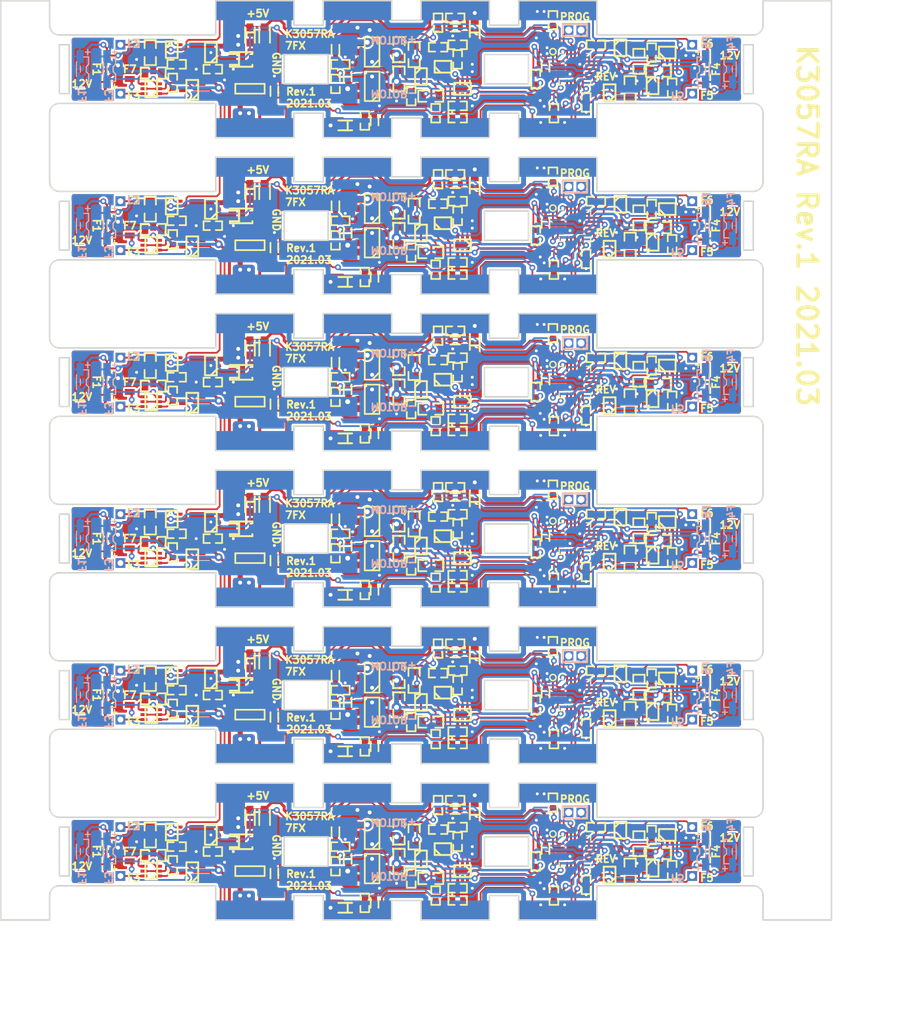
<source format=kicad_pcb>
(kicad_pcb (version 20171130) (host pcbnew "(5.1.9)-1")
  (layers (0 F.Cu signal) (31 B.Cu signal) (34 B.Paste user) (35 F.Paste user) (36 B.SilkS user) (37 F.SilkS user) (38 B.Mask user) (39 F.Mask user) (44 Edge.Cuts user))
  (net 0 "")
  (net 1 MOTOR+)
  (net 2 MOTOR-)
  (net 3 RAIL+)
  (net 4 RAIL-)
  (net 5 +12V)
  (net 6 GND)
  (net 7 +5V)
  (net 8 "Net-(C6-Pad1)")
  (net 9 VRAIL+)
  (net 10 VRAIL-)
  (net 11 "Net-(D3-Pad1)")
  (net 12 "Net-(D11-Pad1)")
  (net 13 "Net-(D12-Pad1)")
  (net 14 "Net-(J12-Pad1)")
  (net 15 "Net-(J14-Pad1)")
  (net 16 "Net-(J16-Pad1)")
  (net 17 "Net-(J18-Pad1)")
  (net 18 "Net-(J19-Pad1)")
  (net 19 UPDI)
  (net 20 REV)
  (net 21 "Net-(Q1-Pad3)")
  (net 22 "Net-(Q2-Pad3)")
  (net 23 FWD)
  (net 24 "Net-(Q3-Pad1)")
  (net 25 "Net-(Q3-Pad2)")
  (net 26 "Net-(Q3-Pad4)")
  (net 27 "Net-(Q6-Pad2)")
  (net 28 "Net-(Q6-Pad3)")
  (net 29 "Net-(Q6-Pad5)")
  (net 30 "Net-(Q8-Pad2)")
  (net 31 Func1)
  (net 32 Func7)
  (net 33 Func2)
  (net 34 "Net-(Q13-Pad1)")
  (net 35 Func3)
  (net 36 "Net-(Q13-Pad4)")
  (net 37 Func4)
  (net 38 Func6)
  (net 39 "Net-(Q14-Pad4)")
  (net 40 Func5)
  (net 41 "Net-(Q14-Pad1)")
  (net 42 "Net-(Q21-Pad6)")
  (net 43 "Net-(Q21-Pad5)")
  (net 44 "Net-(Q21-Pad3)")
  (net 45 "Net-(Q21-Pad2)")
  (net 46 "Net-(Q22-Pad2)")
  (net 47 ABC-)
  (net 48 "Net-(Q22-Pad5)")
  (net 49 ABC+)
  (net 50 "Net-(R1-Pad2)")
  (net 51 "Net-(R2-Pad2)")
  (net 52 PWM)
  (net 53 BEMF)
  (net 54 TXD)
  (net 55 Func8)
  (net 56 "Net-(Q11-Pad1)")
  (net 57 "Net-(Q12-Pad1)")
  (net 58 "Net-(Q12-Pad4)")
  (net 59 "Net-(D15-Pad1)")
  (net 60 "Net-(D16-Pad1)")
  (net 61 "Net-(Q11-Pad4)")
  (module footprint:HOLE_MASK_LOCK (layer F.Cu) (at 187.5 60)
    (fp_text reference REF** hide)
    (fp_text value HOLE_MASK_LOCK hide)
    (pad "" np_thru_hole circle (at 0 0) (size 2 2) (drill 2) (layers *.Cu *.Paste *.Mask))
  )
  (module footprint:HOLE_MASK_LOCK (layer F.Cu) (at 187.5 76)
    (fp_text reference REF** hide)
    (fp_text value HOLE_MASK_LOCK hide)
    (pad "" np_thru_hole circle (at 0 0) (size 2 2) (drill 2) (layers *.Cu *.Paste *.Mask))
  )
  (module footprint:HOLE_MASK_LOCK (layer F.Cu) (at 187.5 92)
    (fp_text reference REF** hide)
    (fp_text value HOLE_MASK_LOCK hide)
    (pad "" np_thru_hole circle (at 0 0) (size 2 2) (drill 2) (layers *.Cu *.Paste *.Mask))
  )
  (module footprint:HOLE_MASK_LOCK (layer F.Cu) (at 187.5 108)
    (fp_text reference REF** hide)
    (fp_text value HOLE_MASK_LOCK hide)
    (pad "" np_thru_hole circle (at 0 0) (size 2 2) (drill 2) (layers *.Cu *.Paste *.Mask))
  )
  (module footprint:HOLE_MASK_LOCK (layer F.Cu) (at 187.5 124)
    (fp_text reference REF** hide)
    (fp_text value HOLE_MASK_LOCK hide)
    (pad "" np_thru_hole circle (at 0 0) (size 2 2) (drill 2) (layers *.Cu *.Paste *.Mask))
  )
  (module footprint:HOLE_MASK_LOCK (layer F.Cu) (at 111.5 124)
    (fp_text reference REF** hide)
    (fp_text value HOLE_MASK_LOCK hide)
    (pad "" np_thru_hole circle (at 0 0) (size 2 2) (drill 2) (layers *.Cu *.Paste *.Mask))
  )
  (module footprint:HOLE_MASK_LOCK (layer F.Cu) (at 111.5 108)
    (fp_text reference REF** hide)
    (fp_text value HOLE_MASK_LOCK hide)
    (pad "" np_thru_hole circle (at 0 0) (size 2 2) (drill 2) (layers *.Cu *.Paste *.Mask))
  )
  (module footprint:HOLE_MASK_LOCK (layer F.Cu) (at 111.5 92)
    (fp_text reference REF** hide)
    (fp_text value HOLE_MASK_LOCK hide)
    (pad "" np_thru_hole circle (at 0 0) (size 2 2) (drill 2) (layers *.Cu *.Paste *.Mask))
  )
  (module footprint:HOLE_MASK_LOCK (layer F.Cu) (at 111.5 76)
    (fp_text reference REF** hide)
    (fp_text value HOLE_MASK_LOCK hide)
    (pad "" np_thru_hole circle (at 0 0) (size 2 2) (drill 2) (layers *.Cu *.Paste *.Mask))
  )
  (module footprint:HOLE_MASK_LOCK (layer F.Cu) (at 111.5 60)
    (fp_text reference REF** hide)
    (fp_text value HOLE_MASK_LOCK hide)
    (pad "" np_thru_hole circle (at 0 0) (size 2 2) (drill 2) (layers *.Cu *.Paste *.Mask))
  )
  (module footprint:HOLE_MASK_LOCK (layer F.Cu) (at 187.5 44)
    (fp_text reference REF** hide)
    (fp_text value HOLE_MASK_LOCK hide)
    (pad "" np_thru_hole circle (at 0 0) (size 2 2) (drill 2) (layers *.Cu *.Paste *.Mask))
  )
  (module footprint:HOLE_MASK_LOCK (layer F.Cu) (at 111.5 44)
    (fp_text reference REF** hide)
    (fp_text value HOLE_MASK_LOCK hide)
    (pad "" np_thru_hole circle (at 0 0) (size 2 2) (drill 2) (layers *.Cu *.Paste *.Mask))
  )
  (module footprint:R_1005 (layer F.Cu) (at 152.5 128.5 90)
    (fp_text reference R7 hide)
    (fp_text value 102 hide)
    (pad 2 smd rect (at 0.525 0 90) (size 0.55 0.6) (layers F.Cu F.Paste F.Mask) (net 25 "Net-(Q3-Pad2)"))
    (pad 1 smd rect (at -0.525 0 90) (size 0.55 0.6) (layers F.Cu F.Paste F.Mask) (net 52 PWM))
  )
  (module footprint:R_1005 (layer F.Cu) (at 152.5 112.5 90)
    (fp_text reference R7 hide)
    (fp_text value 102 hide)
    (pad 2 smd rect (at 0.525 0 90) (size 0.55 0.6) (layers F.Cu F.Paste F.Mask) (net 25 "Net-(Q3-Pad2)"))
    (pad 1 smd rect (at -0.525 0 90) (size 0.55 0.6) (layers F.Cu F.Paste F.Mask) (net 52 PWM))
  )
  (module footprint:R_1005 (layer F.Cu) (at 152.5 96.5 90)
    (fp_text reference R7 hide)
    (fp_text value 102 hide)
    (pad 2 smd rect (at 0.525 0 90) (size 0.55 0.6) (layers F.Cu F.Paste F.Mask) (net 25 "Net-(Q3-Pad2)"))
    (pad 1 smd rect (at -0.525 0 90) (size 0.55 0.6) (layers F.Cu F.Paste F.Mask) (net 52 PWM))
  )
  (module footprint:R_1005 (layer F.Cu) (at 152.5 80.5 90)
    (fp_text reference R7 hide)
    (fp_text value 102 hide)
    (pad 2 smd rect (at 0.525 0 90) (size 0.55 0.6) (layers F.Cu F.Paste F.Mask) (net 25 "Net-(Q3-Pad2)"))
    (pad 1 smd rect (at -0.525 0 90) (size 0.55 0.6) (layers F.Cu F.Paste F.Mask) (net 52 PWM))
  )
  (module footprint:R_1005 (layer F.Cu) (at 152.5 64.5 90)
    (fp_text reference R7 hide)
    (fp_text value 102 hide)
    (pad 2 smd rect (at 0.525 0 90) (size 0.55 0.6) (layers F.Cu F.Paste F.Mask) (net 25 "Net-(Q3-Pad2)"))
    (pad 1 smd rect (at -0.525 0 90) (size 0.55 0.6) (layers F.Cu F.Paste F.Mask) (net 52 PWM))
  )
  (module footprint:R_1005 (layer F.Cu) (at 150 126.75 270)
    (fp_text reference R8 hide)
    (fp_text value 102 hide)
    (pad 1 smd rect (at -0.525 0 270) (size 0.55 0.6) (layers F.Cu F.Paste F.Mask) (net 25 "Net-(Q3-Pad2)"))
    (pad 2 smd rect (at 0.525 0 270) (size 0.55 0.6) (layers F.Cu F.Paste F.Mask) (net 6 GND))
  )
  (module footprint:R_1005 (layer F.Cu) (at 150 110.75 270)
    (fp_text reference R8 hide)
    (fp_text value 102 hide)
    (pad 1 smd rect (at -0.525 0 270) (size 0.55 0.6) (layers F.Cu F.Paste F.Mask) (net 25 "Net-(Q3-Pad2)"))
    (pad 2 smd rect (at 0.525 0 270) (size 0.55 0.6) (layers F.Cu F.Paste F.Mask) (net 6 GND))
  )
  (module footprint:R_1005 (layer F.Cu) (at 150 94.75 270)
    (fp_text reference R8 hide)
    (fp_text value 102 hide)
    (pad 1 smd rect (at -0.525 0 270) (size 0.55 0.6) (layers F.Cu F.Paste F.Mask) (net 25 "Net-(Q3-Pad2)"))
    (pad 2 smd rect (at 0.525 0 270) (size 0.55 0.6) (layers F.Cu F.Paste F.Mask) (net 6 GND))
  )
  (module footprint:R_1005 (layer F.Cu) (at 150 78.75 270)
    (fp_text reference R8 hide)
    (fp_text value 102 hide)
    (pad 1 smd rect (at -0.525 0 270) (size 0.55 0.6) (layers F.Cu F.Paste F.Mask) (net 25 "Net-(Q3-Pad2)"))
    (pad 2 smd rect (at 0.525 0 270) (size 0.55 0.6) (layers F.Cu F.Paste F.Mask) (net 6 GND))
  )
  (module footprint:R_1005 (layer F.Cu) (at 150 62.75 270)
    (fp_text reference R8 hide)
    (fp_text value 102 hide)
    (pad 1 smd rect (at -0.525 0 270) (size 0.55 0.6) (layers F.Cu F.Paste F.Mask) (net 25 "Net-(Q3-Pad2)"))
    (pad 2 smd rect (at 0.525 0 270) (size 0.55 0.6) (layers F.Cu F.Paste F.Mask) (net 6 GND))
  )
  (module footprint:R_1005 (layer F.Cu) (at 125.6 125.4 90)
    (fp_text reference R24 hide)
    (fp_text value 102 hide)
    (pad 2 smd rect (at 0.525 0 90) (size 0.55 0.6) (layers F.Cu F.Paste F.Mask) (net 6 GND))
    (pad 1 smd rect (at -0.525 0 90) (size 0.55 0.6) (layers F.Cu F.Paste F.Mask) (net 34 "Net-(Q13-Pad1)"))
  )
  (module footprint:R_1005 (layer F.Cu) (at 125.6 109.4 90)
    (fp_text reference R24 hide)
    (fp_text value 102 hide)
    (pad 2 smd rect (at 0.525 0 90) (size 0.55 0.6) (layers F.Cu F.Paste F.Mask) (net 6 GND))
    (pad 1 smd rect (at -0.525 0 90) (size 0.55 0.6) (layers F.Cu F.Paste F.Mask) (net 34 "Net-(Q13-Pad1)"))
  )
  (module footprint:R_1005 (layer F.Cu) (at 125.6 93.4 90)
    (fp_text reference R24 hide)
    (fp_text value 102 hide)
    (pad 2 smd rect (at 0.525 0 90) (size 0.55 0.6) (layers F.Cu F.Paste F.Mask) (net 6 GND))
    (pad 1 smd rect (at -0.525 0 90) (size 0.55 0.6) (layers F.Cu F.Paste F.Mask) (net 34 "Net-(Q13-Pad1)"))
  )
  (module footprint:R_1005 (layer F.Cu) (at 125.6 77.4 90)
    (fp_text reference R24 hide)
    (fp_text value 102 hide)
    (pad 2 smd rect (at 0.525 0 90) (size 0.55 0.6) (layers F.Cu F.Paste F.Mask) (net 6 GND))
    (pad 1 smd rect (at -0.525 0 90) (size 0.55 0.6) (layers F.Cu F.Paste F.Mask) (net 34 "Net-(Q13-Pad1)"))
  )
  (module footprint:R_1005 (layer F.Cu) (at 125.6 61.4 90)
    (fp_text reference R24 hide)
    (fp_text value 102 hide)
    (pad 2 smd rect (at 0.525 0 90) (size 0.55 0.6) (layers F.Cu F.Paste F.Mask) (net 6 GND))
    (pad 1 smd rect (at -0.525 0 90) (size 0.55 0.6) (layers F.Cu F.Paste F.Mask) (net 34 "Net-(Q13-Pad1)"))
  )
  (module footprint:R_1005 (layer F.Cu) (at 164.5 119 270)
    (fp_text reference R1 hide)
    (fp_text value 104 hide)
    (pad 1 smd rect (at -0.525 0 270) (size 0.55 0.6) (layers F.Cu F.Paste F.Mask) (net 3 RAIL+))
    (pad 2 smd rect (at 0.525 0 270) (size 0.55 0.6) (layers F.Cu F.Paste F.Mask) (net 50 "Net-(R1-Pad2)"))
  )
  (module footprint:R_1005 (layer F.Cu) (at 164.5 103 270)
    (fp_text reference R1 hide)
    (fp_text value 104 hide)
    (pad 1 smd rect (at -0.525 0 270) (size 0.55 0.6) (layers F.Cu F.Paste F.Mask) (net 3 RAIL+))
    (pad 2 smd rect (at 0.525 0 270) (size 0.55 0.6) (layers F.Cu F.Paste F.Mask) (net 50 "Net-(R1-Pad2)"))
  )
  (module footprint:R_1005 (layer F.Cu) (at 164.5 87 270)
    (fp_text reference R1 hide)
    (fp_text value 104 hide)
    (pad 1 smd rect (at -0.525 0 270) (size 0.55 0.6) (layers F.Cu F.Paste F.Mask) (net 3 RAIL+))
    (pad 2 smd rect (at 0.525 0 270) (size 0.55 0.6) (layers F.Cu F.Paste F.Mask) (net 50 "Net-(R1-Pad2)"))
  )
  (module footprint:R_1005 (layer F.Cu) (at 164.5 71 270)
    (fp_text reference R1 hide)
    (fp_text value 104 hide)
    (pad 1 smd rect (at -0.525 0 270) (size 0.55 0.6) (layers F.Cu F.Paste F.Mask) (net 3 RAIL+))
    (pad 2 smd rect (at 0.525 0 270) (size 0.55 0.6) (layers F.Cu F.Paste F.Mask) (net 50 "Net-(R1-Pad2)"))
  )
  (module footprint:R_1005 (layer F.Cu) (at 164.5 55 270)
    (fp_text reference R1 hide)
    (fp_text value 104 hide)
    (pad 1 smd rect (at -0.525 0 270) (size 0.55 0.6) (layers F.Cu F.Paste F.Mask) (net 3 RAIL+))
    (pad 2 smd rect (at 0.525 0 270) (size 0.55 0.6) (layers F.Cu F.Paste F.Mask) (net 50 "Net-(R1-Pad2)"))
  )
  (module footprint:R_1608_v2 (layer F.Cu) (at 152 126.75 180)
    (fp_text reference R6 hide)
    (fp_text value 331 hide)
    (pad 1 smd rect (at -0.825 0 180) (size 0.65 0.9) (layers F.Cu F.Paste F.Mask) (net 26 "Net-(Q3-Pad4)"))
    (pad 2 smd rect (at 0.825 0 180) (size 0.65 0.9) (layers F.Cu F.Paste F.Mask) (net 23 FWD))
  )
  (module footprint:R_1608_v2 (layer F.Cu) (at 152 110.75 180)
    (fp_text reference R6 hide)
    (fp_text value 331 hide)
    (pad 1 smd rect (at -0.825 0 180) (size 0.65 0.9) (layers F.Cu F.Paste F.Mask) (net 26 "Net-(Q3-Pad4)"))
    (pad 2 smd rect (at 0.825 0 180) (size 0.65 0.9) (layers F.Cu F.Paste F.Mask) (net 23 FWD))
  )
  (module footprint:R_1608_v2 (layer F.Cu) (at 152 94.75 180)
    (fp_text reference R6 hide)
    (fp_text value 331 hide)
    (pad 1 smd rect (at -0.825 0 180) (size 0.65 0.9) (layers F.Cu F.Paste F.Mask) (net 26 "Net-(Q3-Pad4)"))
    (pad 2 smd rect (at 0.825 0 180) (size 0.65 0.9) (layers F.Cu F.Paste F.Mask) (net 23 FWD))
  )
  (module footprint:R_1608_v2 (layer F.Cu) (at 152 78.75 180)
    (fp_text reference R6 hide)
    (fp_text value 331 hide)
    (pad 1 smd rect (at -0.825 0 180) (size 0.65 0.9) (layers F.Cu F.Paste F.Mask) (net 26 "Net-(Q3-Pad4)"))
    (pad 2 smd rect (at 0.825 0 180) (size 0.65 0.9) (layers F.Cu F.Paste F.Mask) (net 23 FWD))
  )
  (module footprint:R_1608_v2 (layer F.Cu) (at 152 62.75 180)
    (fp_text reference R6 hide)
    (fp_text value 331 hide)
    (pad 1 smd rect (at -0.825 0 180) (size 0.65 0.9) (layers F.Cu F.Paste F.Mask) (net 26 "Net-(Q3-Pad4)"))
    (pad 2 smd rect (at 0.825 0 180) (size 0.65 0.9) (layers F.Cu F.Paste F.Mask) (net 23 FWD))
  )
  (module footprint:R_1608_v2 (layer F.Cu) (at 172.4 126 90)
    (fp_text reference R22 hide)
    (fp_text value 151 hide)
    (pad 1 smd rect (at -0.825 0 90) (size 0.65 0.9) (layers F.Cu F.Paste F.Mask) (net 57 "Net-(Q12-Pad1)"))
    (pad 2 smd rect (at 0.825 0 90) (size 0.65 0.9) (layers F.Cu F.Paste F.Mask) (net 6 GND))
  )
  (module footprint:R_1608_v2 (layer F.Cu) (at 172.4 110 90)
    (fp_text reference R22 hide)
    (fp_text value 151 hide)
    (pad 1 smd rect (at -0.825 0 90) (size 0.65 0.9) (layers F.Cu F.Paste F.Mask) (net 57 "Net-(Q12-Pad1)"))
    (pad 2 smd rect (at 0.825 0 90) (size 0.65 0.9) (layers F.Cu F.Paste F.Mask) (net 6 GND))
  )
  (module footprint:R_1608_v2 (layer F.Cu) (at 172.4 94 90)
    (fp_text reference R22 hide)
    (fp_text value 151 hide)
    (pad 1 smd rect (at -0.825 0 90) (size 0.65 0.9) (layers F.Cu F.Paste F.Mask) (net 57 "Net-(Q12-Pad1)"))
    (pad 2 smd rect (at 0.825 0 90) (size 0.65 0.9) (layers F.Cu F.Paste F.Mask) (net 6 GND))
  )
  (module footprint:R_1608_v2 (layer F.Cu) (at 172.4 78 90)
    (fp_text reference R22 hide)
    (fp_text value 151 hide)
    (pad 1 smd rect (at -0.825 0 90) (size 0.65 0.9) (layers F.Cu F.Paste F.Mask) (net 57 "Net-(Q12-Pad1)"))
    (pad 2 smd rect (at 0.825 0 90) (size 0.65 0.9) (layers F.Cu F.Paste F.Mask) (net 6 GND))
  )
  (module footprint:R_1608_v2 (layer F.Cu) (at 172.4 62 90)
    (fp_text reference R22 hide)
    (fp_text value 151 hide)
    (pad 1 smd rect (at -0.825 0 90) (size 0.65 0.9) (layers F.Cu F.Paste F.Mask) (net 57 "Net-(Q12-Pad1)"))
    (pad 2 smd rect (at 0.825 0 90) (size 0.65 0.9) (layers F.Cu F.Paste F.Mask) (net 6 GND))
  )
  (module footprint:R_1005 (layer F.Cu) (at 126 123.5 180)
    (fp_text reference R26 hide)
    (fp_text value 102 hide)
    (pad 2 smd rect (at 0.525 0 180) (size 0.55 0.6) (layers F.Cu F.Paste F.Mask) (net 6 GND))
    (pad 1 smd rect (at -0.525 0 180) (size 0.55 0.6) (layers F.Cu F.Paste F.Mask) (net 61 "Net-(Q11-Pad4)"))
  )
  (module footprint:R_1005 (layer F.Cu) (at 126 107.5 180)
    (fp_text reference R26 hide)
    (fp_text value 102 hide)
    (pad 2 smd rect (at 0.525 0 180) (size 0.55 0.6) (layers F.Cu F.Paste F.Mask) (net 6 GND))
    (pad 1 smd rect (at -0.525 0 180) (size 0.55 0.6) (layers F.Cu F.Paste F.Mask) (net 61 "Net-(Q11-Pad4)"))
  )
  (module footprint:R_1005 (layer F.Cu) (at 126 91.5 180)
    (fp_text reference R26 hide)
    (fp_text value 102 hide)
    (pad 2 smd rect (at 0.525 0 180) (size 0.55 0.6) (layers F.Cu F.Paste F.Mask) (net 6 GND))
    (pad 1 smd rect (at -0.525 0 180) (size 0.55 0.6) (layers F.Cu F.Paste F.Mask) (net 61 "Net-(Q11-Pad4)"))
  )
  (module footprint:R_1005 (layer F.Cu) (at 126 75.5 180)
    (fp_text reference R26 hide)
    (fp_text value 102 hide)
    (pad 2 smd rect (at 0.525 0 180) (size 0.55 0.6) (layers F.Cu F.Paste F.Mask) (net 6 GND))
    (pad 1 smd rect (at -0.525 0 180) (size 0.55 0.6) (layers F.Cu F.Paste F.Mask) (net 61 "Net-(Q11-Pad4)"))
  )
  (module footprint:R_1005 (layer F.Cu) (at 126 59.5 180)
    (fp_text reference R26 hide)
    (fp_text value 102 hide)
    (pad 2 smd rect (at 0.525 0 180) (size 0.55 0.6) (layers F.Cu F.Paste F.Mask) (net 6 GND))
    (pad 1 smd rect (at -0.525 0 180) (size 0.55 0.6) (layers F.Cu F.Paste F.Mask) (net 61 "Net-(Q11-Pad4)"))
  )
  (module footprint:R_1005 (layer F.Cu) (at 168.9 121.5 180)
    (fp_text reference R25 hide)
    (fp_text value 102 hide)
    (pad 1 smd rect (at -0.525 0 180) (size 0.55 0.6) (layers F.Cu F.Paste F.Mask) (net 41 "Net-(Q14-Pad1)"))
    (pad 2 smd rect (at 0.525 0 180) (size 0.55 0.6) (layers F.Cu F.Paste F.Mask) (net 6 GND))
  )
  (module footprint:R_1005 (layer F.Cu) (at 168.9 105.5 180)
    (fp_text reference R25 hide)
    (fp_text value 102 hide)
    (pad 1 smd rect (at -0.525 0 180) (size 0.55 0.6) (layers F.Cu F.Paste F.Mask) (net 41 "Net-(Q14-Pad1)"))
    (pad 2 smd rect (at 0.525 0 180) (size 0.55 0.6) (layers F.Cu F.Paste F.Mask) (net 6 GND))
  )
  (module footprint:R_1005 (layer F.Cu) (at 168.9 89.5 180)
    (fp_text reference R25 hide)
    (fp_text value 102 hide)
    (pad 1 smd rect (at -0.525 0 180) (size 0.55 0.6) (layers F.Cu F.Paste F.Mask) (net 41 "Net-(Q14-Pad1)"))
    (pad 2 smd rect (at 0.525 0 180) (size 0.55 0.6) (layers F.Cu F.Paste F.Mask) (net 6 GND))
  )
  (module footprint:R_1005 (layer F.Cu) (at 168.9 73.5 180)
    (fp_text reference R25 hide)
    (fp_text value 102 hide)
    (pad 1 smd rect (at -0.525 0 180) (size 0.55 0.6) (layers F.Cu F.Paste F.Mask) (net 41 "Net-(Q14-Pad1)"))
    (pad 2 smd rect (at 0.525 0 180) (size 0.55 0.6) (layers F.Cu F.Paste F.Mask) (net 6 GND))
  )
  (module footprint:R_1005 (layer F.Cu) (at 168.9 57.5 180)
    (fp_text reference R25 hide)
    (fp_text value 102 hide)
    (pad 1 smd rect (at -0.525 0 180) (size 0.55 0.6) (layers F.Cu F.Paste F.Mask) (net 41 "Net-(Q14-Pad1)"))
    (pad 2 smd rect (at 0.525 0 180) (size 0.55 0.6) (layers F.Cu F.Paste F.Mask) (net 6 GND))
  )
  (module footprint:R_1005 (layer F.Cu) (at 167.9 127.4 270)
    (fp_text reference R23 hide)
    (fp_text value 102 hide)
    (pad 1 smd rect (at -0.525 0 270) (size 0.55 0.6) (layers F.Cu F.Paste F.Mask) (net 58 "Net-(Q12-Pad4)"))
    (pad 2 smd rect (at 0.525 0 270) (size 0.55 0.6) (layers F.Cu F.Paste F.Mask) (net 6 GND))
  )
  (module footprint:R_1005 (layer F.Cu) (at 167.9 111.4 270)
    (fp_text reference R23 hide)
    (fp_text value 102 hide)
    (pad 1 smd rect (at -0.525 0 270) (size 0.55 0.6) (layers F.Cu F.Paste F.Mask) (net 58 "Net-(Q12-Pad4)"))
    (pad 2 smd rect (at 0.525 0 270) (size 0.55 0.6) (layers F.Cu F.Paste F.Mask) (net 6 GND))
  )
  (module footprint:R_1005 (layer F.Cu) (at 167.9 95.4 270)
    (fp_text reference R23 hide)
    (fp_text value 102 hide)
    (pad 1 smd rect (at -0.525 0 270) (size 0.55 0.6) (layers F.Cu F.Paste F.Mask) (net 58 "Net-(Q12-Pad4)"))
    (pad 2 smd rect (at 0.525 0 270) (size 0.55 0.6) (layers F.Cu F.Paste F.Mask) (net 6 GND))
  )
  (module footprint:R_1005 (layer F.Cu) (at 167.9 79.4 270)
    (fp_text reference R23 hide)
    (fp_text value 102 hide)
    (pad 1 smd rect (at -0.525 0 270) (size 0.55 0.6) (layers F.Cu F.Paste F.Mask) (net 58 "Net-(Q12-Pad4)"))
    (pad 2 smd rect (at 0.525 0 270) (size 0.55 0.6) (layers F.Cu F.Paste F.Mask) (net 6 GND))
  )
  (module footprint:R_1005 (layer F.Cu) (at 167.9 63.4 270)
    (fp_text reference R23 hide)
    (fp_text value 102 hide)
    (pad 1 smd rect (at -0.525 0 270) (size 0.55 0.6) (layers F.Cu F.Paste F.Mask) (net 58 "Net-(Q12-Pad4)"))
    (pad 2 smd rect (at 0.525 0 270) (size 0.55 0.6) (layers F.Cu F.Paste F.Mask) (net 6 GND))
  )
  (module footprint:R_1608_v2 (layer F.Cu) (at 148.75 125 90)
    (fp_text reference R4 hide)
    (fp_text value 102 hide)
    (pad 2 smd rect (at 0.825 0 90) (size 0.65 0.9) (layers F.Cu F.Paste F.Mask) (net 22 "Net-(Q2-Pad3)"))
    (pad 1 smd rect (at -0.825 0 90) (size 0.65 0.9) (layers F.Cu F.Paste F.Mask) (net 5 +12V))
  )
  (module footprint:R_1608_v2 (layer F.Cu) (at 148.75 109 90)
    (fp_text reference R4 hide)
    (fp_text value 102 hide)
    (pad 2 smd rect (at 0.825 0 90) (size 0.65 0.9) (layers F.Cu F.Paste F.Mask) (net 22 "Net-(Q2-Pad3)"))
    (pad 1 smd rect (at -0.825 0 90) (size 0.65 0.9) (layers F.Cu F.Paste F.Mask) (net 5 +12V))
  )
  (module footprint:R_1608_v2 (layer F.Cu) (at 148.75 93 90)
    (fp_text reference R4 hide)
    (fp_text value 102 hide)
    (pad 2 smd rect (at 0.825 0 90) (size 0.65 0.9) (layers F.Cu F.Paste F.Mask) (net 22 "Net-(Q2-Pad3)"))
    (pad 1 smd rect (at -0.825 0 90) (size 0.65 0.9) (layers F.Cu F.Paste F.Mask) (net 5 +12V))
  )
  (module footprint:R_1608_v2 (layer F.Cu) (at 148.75 77 90)
    (fp_text reference R4 hide)
    (fp_text value 102 hide)
    (pad 2 smd rect (at 0.825 0 90) (size 0.65 0.9) (layers F.Cu F.Paste F.Mask) (net 22 "Net-(Q2-Pad3)"))
    (pad 1 smd rect (at -0.825 0 90) (size 0.65 0.9) (layers F.Cu F.Paste F.Mask) (net 5 +12V))
  )
  (module footprint:R_1608_v2 (layer F.Cu) (at 148.75 61 90)
    (fp_text reference R4 hide)
    (fp_text value 102 hide)
    (pad 2 smd rect (at 0.825 0 90) (size 0.65 0.9) (layers F.Cu F.Paste F.Mask) (net 22 "Net-(Q2-Pad3)"))
    (pad 1 smd rect (at -0.825 0 90) (size 0.65 0.9) (layers F.Cu F.Paste F.Mask) (net 5 +12V))
  )
  (module footprint:R_1005 (layer F.Cu) (at 174.6 122.3 270)
    (fp_text reference R13 hide)
    (fp_text value 103 hide)
    (pad 2 smd rect (at 0.525 0 270) (size 0.55 0.6) (layers F.Cu F.Paste F.Mask) (net 54 TXD))
    (pad 1 smd rect (at -0.525 0 270) (size 0.55 0.6) (layers F.Cu F.Paste F.Mask) (net 29 "Net-(Q6-Pad5)"))
  )
  (module footprint:R_1005 (layer F.Cu) (at 174.6 106.3 270)
    (fp_text reference R13 hide)
    (fp_text value 103 hide)
    (pad 2 smd rect (at 0.525 0 270) (size 0.55 0.6) (layers F.Cu F.Paste F.Mask) (net 54 TXD))
    (pad 1 smd rect (at -0.525 0 270) (size 0.55 0.6) (layers F.Cu F.Paste F.Mask) (net 29 "Net-(Q6-Pad5)"))
  )
  (module footprint:R_1005 (layer F.Cu) (at 174.6 90.3 270)
    (fp_text reference R13 hide)
    (fp_text value 103 hide)
    (pad 2 smd rect (at 0.525 0 270) (size 0.55 0.6) (layers F.Cu F.Paste F.Mask) (net 54 TXD))
    (pad 1 smd rect (at -0.525 0 270) (size 0.55 0.6) (layers F.Cu F.Paste F.Mask) (net 29 "Net-(Q6-Pad5)"))
  )
  (module footprint:R_1005 (layer F.Cu) (at 174.6 74.3 270)
    (fp_text reference R13 hide)
    (fp_text value 103 hide)
    (pad 2 smd rect (at 0.525 0 270) (size 0.55 0.6) (layers F.Cu F.Paste F.Mask) (net 54 TXD))
    (pad 1 smd rect (at -0.525 0 270) (size 0.55 0.6) (layers F.Cu F.Paste F.Mask) (net 29 "Net-(Q6-Pad5)"))
  )
  (module footprint:R_1005 (layer F.Cu) (at 174.6 58.3 270)
    (fp_text reference R13 hide)
    (fp_text value 103 hide)
    (pad 2 smd rect (at 0.525 0 270) (size 0.55 0.6) (layers F.Cu F.Paste F.Mask) (net 54 TXD))
    (pad 1 smd rect (at -0.525 0 270) (size 0.55 0.6) (layers F.Cu F.Paste F.Mask) (net 29 "Net-(Q6-Pad5)"))
  )
  (module footprint:R_1005 (layer F.Cu) (at 129.7 124)
    (fp_text reference R12 hide)
    (fp_text value 472 hide)
    (pad 2 smd rect (at 0.525 0) (size 0.55 0.6) (layers F.Cu F.Paste F.Mask) (net 11 "Net-(D3-Pad1)"))
    (pad 1 smd rect (at -0.525 0) (size 0.55 0.6) (layers F.Cu F.Paste F.Mask) (net 5 +12V))
  )
  (module footprint:R_1005 (layer F.Cu) (at 129.7 108)
    (fp_text reference R12 hide)
    (fp_text value 472 hide)
    (pad 2 smd rect (at 0.525 0) (size 0.55 0.6) (layers F.Cu F.Paste F.Mask) (net 11 "Net-(D3-Pad1)"))
    (pad 1 smd rect (at -0.525 0) (size 0.55 0.6) (layers F.Cu F.Paste F.Mask) (net 5 +12V))
  )
  (module footprint:R_1005 (layer F.Cu) (at 129.7 92)
    (fp_text reference R12 hide)
    (fp_text value 472 hide)
    (pad 2 smd rect (at 0.525 0) (size 0.55 0.6) (layers F.Cu F.Paste F.Mask) (net 11 "Net-(D3-Pad1)"))
    (pad 1 smd rect (at -0.525 0) (size 0.55 0.6) (layers F.Cu F.Paste F.Mask) (net 5 +12V))
  )
  (module footprint:R_1005 (layer F.Cu) (at 129.7 76)
    (fp_text reference R12 hide)
    (fp_text value 472 hide)
    (pad 2 smd rect (at 0.525 0) (size 0.55 0.6) (layers F.Cu F.Paste F.Mask) (net 11 "Net-(D3-Pad1)"))
    (pad 1 smd rect (at -0.525 0) (size 0.55 0.6) (layers F.Cu F.Paste F.Mask) (net 5 +12V))
  )
  (module footprint:R_1005 (layer F.Cu) (at 129.7 60)
    (fp_text reference R12 hide)
    (fp_text value 472 hide)
    (pad 2 smd rect (at 0.525 0) (size 0.55 0.6) (layers F.Cu F.Paste F.Mask) (net 11 "Net-(D3-Pad1)"))
    (pad 1 smd rect (at -0.525 0) (size 0.55 0.6) (layers F.Cu F.Paste F.Mask) (net 5 +12V))
  )
  (module footprint:R_1005 (layer F.Cu) (at 162.75 125 270)
    (fp_text reference R11 hide)
    (fp_text value 102 hide)
    (pad 1 smd rect (at -0.525 0 270) (size 0.55 0.6) (layers F.Cu F.Paste F.Mask) (net 53 BEMF))
    (pad 2 smd rect (at 0.525 0 270) (size 0.55 0.6) (layers F.Cu F.Paste F.Mask) (net 8 "Net-(C6-Pad1)"))
  )
  (module footprint:R_1005 (layer F.Cu) (at 162.75 109 270)
    (fp_text reference R11 hide)
    (fp_text value 102 hide)
    (pad 1 smd rect (at -0.525 0 270) (size 0.55 0.6) (layers F.Cu F.Paste F.Mask) (net 53 BEMF))
    (pad 2 smd rect (at 0.525 0 270) (size 0.55 0.6) (layers F.Cu F.Paste F.Mask) (net 8 "Net-(C6-Pad1)"))
  )
  (module footprint:R_1005 (layer F.Cu) (at 162.75 93 270)
    (fp_text reference R11 hide)
    (fp_text value 102 hide)
    (pad 1 smd rect (at -0.525 0 270) (size 0.55 0.6) (layers F.Cu F.Paste F.Mask) (net 53 BEMF))
    (pad 2 smd rect (at 0.525 0 270) (size 0.55 0.6) (layers F.Cu F.Paste F.Mask) (net 8 "Net-(C6-Pad1)"))
  )
  (module footprint:R_1005 (layer F.Cu) (at 162.75 77 270)
    (fp_text reference R11 hide)
    (fp_text value 102 hide)
    (pad 1 smd rect (at -0.525 0 270) (size 0.55 0.6) (layers F.Cu F.Paste F.Mask) (net 53 BEMF))
    (pad 2 smd rect (at 0.525 0 270) (size 0.55 0.6) (layers F.Cu F.Paste F.Mask) (net 8 "Net-(C6-Pad1)"))
  )
  (module footprint:R_1005 (layer F.Cu) (at 162.75 61 270)
    (fp_text reference R11 hide)
    (fp_text value 102 hide)
    (pad 1 smd rect (at -0.525 0 270) (size 0.55 0.6) (layers F.Cu F.Paste F.Mask) (net 53 BEMF))
    (pad 2 smd rect (at 0.525 0 270) (size 0.55 0.6) (layers F.Cu F.Paste F.Mask) (net 8 "Net-(C6-Pad1)"))
  )
  (module footprint:R_1005 (layer F.Cu) (at 164.6 128.5 90)
    (fp_text reference R2 hide)
    (fp_text value 104 hide)
    (pad 2 smd rect (at 0.525 0 90) (size 0.55 0.6) (layers F.Cu F.Paste F.Mask) (net 51 "Net-(R2-Pad2)"))
    (pad 1 smd rect (at -0.525 0 90) (size 0.55 0.6) (layers F.Cu F.Paste F.Mask) (net 4 RAIL-))
  )
  (module footprint:R_1005 (layer F.Cu) (at 164.6 112.5 90)
    (fp_text reference R2 hide)
    (fp_text value 104 hide)
    (pad 2 smd rect (at 0.525 0 90) (size 0.55 0.6) (layers F.Cu F.Paste F.Mask) (net 51 "Net-(R2-Pad2)"))
    (pad 1 smd rect (at -0.525 0 90) (size 0.55 0.6) (layers F.Cu F.Paste F.Mask) (net 4 RAIL-))
  )
  (module footprint:R_1005 (layer F.Cu) (at 164.6 96.5 90)
    (fp_text reference R2 hide)
    (fp_text value 104 hide)
    (pad 2 smd rect (at 0.525 0 90) (size 0.55 0.6) (layers F.Cu F.Paste F.Mask) (net 51 "Net-(R2-Pad2)"))
    (pad 1 smd rect (at -0.525 0 90) (size 0.55 0.6) (layers F.Cu F.Paste F.Mask) (net 4 RAIL-))
  )
  (module footprint:R_1005 (layer F.Cu) (at 164.6 80.5 90)
    (fp_text reference R2 hide)
    (fp_text value 104 hide)
    (pad 2 smd rect (at 0.525 0 90) (size 0.55 0.6) (layers F.Cu F.Paste F.Mask) (net 51 "Net-(R2-Pad2)"))
    (pad 1 smd rect (at -0.525 0 90) (size 0.55 0.6) (layers F.Cu F.Paste F.Mask) (net 4 RAIL-))
  )
  (module footprint:R_1005 (layer F.Cu) (at 164.6 64.5 90)
    (fp_text reference R2 hide)
    (fp_text value 104 hide)
    (pad 2 smd rect (at 0.525 0 90) (size 0.55 0.6) (layers F.Cu F.Paste F.Mask) (net 51 "Net-(R2-Pad2)"))
    (pad 1 smd rect (at -0.525 0 90) (size 0.55 0.6) (layers F.Cu F.Paste F.Mask) (net 4 RAIL-))
  )
  (module footprint:R_1608_v2 (layer F.Cu) (at 150.3 122.5 270)
    (fp_text reference R5 hide)
    (fp_text value 331 hide)
    (pad 1 smd rect (at -0.825 0 270) (size 0.65 0.9) (layers F.Cu F.Paste F.Mask) (net 24 "Net-(Q3-Pad1)"))
    (pad 2 smd rect (at 0.825 0 270) (size 0.65 0.9) (layers F.Cu F.Paste F.Mask) (net 20 REV))
  )
  (module footprint:R_1608_v2 (layer F.Cu) (at 150.3 106.5 270)
    (fp_text reference R5 hide)
    (fp_text value 331 hide)
    (pad 1 smd rect (at -0.825 0 270) (size 0.65 0.9) (layers F.Cu F.Paste F.Mask) (net 24 "Net-(Q3-Pad1)"))
    (pad 2 smd rect (at 0.825 0 270) (size 0.65 0.9) (layers F.Cu F.Paste F.Mask) (net 20 REV))
  )
  (module footprint:R_1608_v2 (layer F.Cu) (at 150.3 90.5 270)
    (fp_text reference R5 hide)
    (fp_text value 331 hide)
    (pad 1 smd rect (at -0.825 0 270) (size 0.65 0.9) (layers F.Cu F.Paste F.Mask) (net 24 "Net-(Q3-Pad1)"))
    (pad 2 smd rect (at 0.825 0 270) (size 0.65 0.9) (layers F.Cu F.Paste F.Mask) (net 20 REV))
  )
  (module footprint:R_1608_v2 (layer F.Cu) (at 150.3 74.5 270)
    (fp_text reference R5 hide)
    (fp_text value 331 hide)
    (pad 1 smd rect (at -0.825 0 270) (size 0.65 0.9) (layers F.Cu F.Paste F.Mask) (net 24 "Net-(Q3-Pad1)"))
    (pad 2 smd rect (at 0.825 0 270) (size 0.65 0.9) (layers F.Cu F.Paste F.Mask) (net 20 REV))
  )
  (module footprint:R_1608_v2 (layer F.Cu) (at 150.3 58.5 270)
    (fp_text reference R5 hide)
    (fp_text value 331 hide)
    (pad 1 smd rect (at -0.825 0 270) (size 0.65 0.9) (layers F.Cu F.Paste F.Mask) (net 24 "Net-(Q3-Pad1)"))
    (pad 2 smd rect (at 0.825 0 270) (size 0.65 0.9) (layers F.Cu F.Paste F.Mask) (net 20 REV))
  )
  (module footprint:R_1608_v2 (layer F.Cu) (at 123.3 122.3 270)
    (fp_text reference R21 hide)
    (fp_text value 151 hide)
    (pad 2 smd rect (at 0.825 0 270) (size 0.65 0.9) (layers F.Cu F.Paste F.Mask) (net 6 GND))
    (pad 1 smd rect (at -0.825 0 270) (size 0.65 0.9) (layers F.Cu F.Paste F.Mask) (net 56 "Net-(Q11-Pad1)"))
  )
  (module footprint:R_1608_v2 (layer F.Cu) (at 123.3 106.3 270)
    (fp_text reference R21 hide)
    (fp_text value 151 hide)
    (pad 2 smd rect (at 0.825 0 270) (size 0.65 0.9) (layers F.Cu F.Paste F.Mask) (net 6 GND))
    (pad 1 smd rect (at -0.825 0 270) (size 0.65 0.9) (layers F.Cu F.Paste F.Mask) (net 56 "Net-(Q11-Pad1)"))
  )
  (module footprint:R_1608_v2 (layer F.Cu) (at 123.3 90.3 270)
    (fp_text reference R21 hide)
    (fp_text value 151 hide)
    (pad 2 smd rect (at 0.825 0 270) (size 0.65 0.9) (layers F.Cu F.Paste F.Mask) (net 6 GND))
    (pad 1 smd rect (at -0.825 0 270) (size 0.65 0.9) (layers F.Cu F.Paste F.Mask) (net 56 "Net-(Q11-Pad1)"))
  )
  (module footprint:R_1608_v2 (layer F.Cu) (at 123.3 74.3 270)
    (fp_text reference R21 hide)
    (fp_text value 151 hide)
    (pad 2 smd rect (at 0.825 0 270) (size 0.65 0.9) (layers F.Cu F.Paste F.Mask) (net 6 GND))
    (pad 1 smd rect (at -0.825 0 270) (size 0.65 0.9) (layers F.Cu F.Paste F.Mask) (net 56 "Net-(Q11-Pad1)"))
  )
  (module footprint:R_1608_v2 (layer F.Cu) (at 123.3 58.3 270)
    (fp_text reference R21 hide)
    (fp_text value 151 hide)
    (pad 2 smd rect (at 0.825 0 270) (size 0.65 0.9) (layers F.Cu F.Paste F.Mask) (net 6 GND))
    (pad 1 smd rect (at -0.825 0 270) (size 0.65 0.9) (layers F.Cu F.Paste F.Mask) (net 56 "Net-(Q11-Pad1)"))
  )
  (module footprint:R_1005 (layer F.Cu) (at 176.7 125.9 270)
    (fp_text reference R15 hide)
    (fp_text value 682 hide)
    (pad 1 smd rect (at -0.525 0 270) (size 0.55 0.6) (layers F.Cu F.Paste F.Mask) (net 28 "Net-(Q6-Pad3)"))
    (pad 2 smd rect (at 0.525 0 270) (size 0.55 0.6) (layers F.Cu F.Paste F.Mask) (net 30 "Net-(Q8-Pad2)"))
  )
  (module footprint:R_1005 (layer F.Cu) (at 176.7 109.9 270)
    (fp_text reference R15 hide)
    (fp_text value 682 hide)
    (pad 1 smd rect (at -0.525 0 270) (size 0.55 0.6) (layers F.Cu F.Paste F.Mask) (net 28 "Net-(Q6-Pad3)"))
    (pad 2 smd rect (at 0.525 0 270) (size 0.55 0.6) (layers F.Cu F.Paste F.Mask) (net 30 "Net-(Q8-Pad2)"))
  )
  (module footprint:R_1005 (layer F.Cu) (at 176.7 93.9 270)
    (fp_text reference R15 hide)
    (fp_text value 682 hide)
    (pad 1 smd rect (at -0.525 0 270) (size 0.55 0.6) (layers F.Cu F.Paste F.Mask) (net 28 "Net-(Q6-Pad3)"))
    (pad 2 smd rect (at 0.525 0 270) (size 0.55 0.6) (layers F.Cu F.Paste F.Mask) (net 30 "Net-(Q8-Pad2)"))
  )
  (module footprint:R_1005 (layer F.Cu) (at 176.7 77.9 270)
    (fp_text reference R15 hide)
    (fp_text value 682 hide)
    (pad 1 smd rect (at -0.525 0 270) (size 0.55 0.6) (layers F.Cu F.Paste F.Mask) (net 28 "Net-(Q6-Pad3)"))
    (pad 2 smd rect (at 0.525 0 270) (size 0.55 0.6) (layers F.Cu F.Paste F.Mask) (net 30 "Net-(Q8-Pad2)"))
  )
  (module footprint:R_1005 (layer F.Cu) (at 176.7 61.9 270)
    (fp_text reference R15 hide)
    (fp_text value 682 hide)
    (pad 1 smd rect (at -0.525 0 270) (size 0.55 0.6) (layers F.Cu F.Paste F.Mask) (net 28 "Net-(Q6-Pad3)"))
    (pad 2 smd rect (at 0.525 0 270) (size 0.55 0.6) (layers F.Cu F.Paste F.Mask) (net 30 "Net-(Q8-Pad2)"))
  )
  (module footprint:R_1608_v2 (layer F.Cu) (at 148.75 122 90)
    (fp_text reference R3 hide)
    (fp_text value 102 hide)
    (pad 2 smd rect (at 0.825 0 90) (size 0.65 0.9) (layers F.Cu F.Paste F.Mask) (net 21 "Net-(Q1-Pad3)"))
    (pad 1 smd rect (at -0.825 0 90) (size 0.65 0.9) (layers F.Cu F.Paste F.Mask) (net 5 +12V))
  )
  (module footprint:R_1608_v2 (layer F.Cu) (at 148.75 106 90)
    (fp_text reference R3 hide)
    (fp_text value 102 hide)
    (pad 2 smd rect (at 0.825 0 90) (size 0.65 0.9) (layers F.Cu F.Paste F.Mask) (net 21 "Net-(Q1-Pad3)"))
    (pad 1 smd rect (at -0.825 0 90) (size 0.65 0.9) (layers F.Cu F.Paste F.Mask) (net 5 +12V))
  )
  (module footprint:R_1608_v2 (layer F.Cu) (at 148.75 90 90)
    (fp_text reference R3 hide)
    (fp_text value 102 hide)
    (pad 2 smd rect (at 0.825 0 90) (size 0.65 0.9) (layers F.Cu F.Paste F.Mask) (net 21 "Net-(Q1-Pad3)"))
    (pad 1 smd rect (at -0.825 0 90) (size 0.65 0.9) (layers F.Cu F.Paste F.Mask) (net 5 +12V))
  )
  (module footprint:R_1608_v2 (layer F.Cu) (at 148.75 74 90)
    (fp_text reference R3 hide)
    (fp_text value 102 hide)
    (pad 2 smd rect (at 0.825 0 90) (size 0.65 0.9) (layers F.Cu F.Paste F.Mask) (net 21 "Net-(Q1-Pad3)"))
    (pad 1 smd rect (at -0.825 0 90) (size 0.65 0.9) (layers F.Cu F.Paste F.Mask) (net 5 +12V))
  )
  (module footprint:R_1608_v2 (layer F.Cu) (at 148.75 58 90)
    (fp_text reference R3 hide)
    (fp_text value 102 hide)
    (pad 2 smd rect (at 0.825 0 90) (size 0.65 0.9) (layers F.Cu F.Paste F.Mask) (net 21 "Net-(Q1-Pad3)"))
    (pad 1 smd rect (at -0.825 0 90) (size 0.65 0.9) (layers F.Cu F.Paste F.Mask) (net 5 +12V))
  )
  (module footprint:R_1005 (layer F.Cu) (at 154.75 121.5 180)
    (fp_text reference R34 hide)
    (fp_text value 103 hide)
    (pad 1 smd rect (at -0.525 0 180) (size 0.55 0.6) (layers F.Cu F.Paste F.Mask) (net 46 "Net-(Q22-Pad2)"))
    (pad 2 smd rect (at 0.525 0 180) (size 0.55 0.6) (layers F.Cu F.Paste F.Mask) (net 42 "Net-(Q21-Pad6)"))
  )
  (module footprint:R_1005 (layer F.Cu) (at 154.75 105.5 180)
    (fp_text reference R34 hide)
    (fp_text value 103 hide)
    (pad 1 smd rect (at -0.525 0 180) (size 0.55 0.6) (layers F.Cu F.Paste F.Mask) (net 46 "Net-(Q22-Pad2)"))
    (pad 2 smd rect (at 0.525 0 180) (size 0.55 0.6) (layers F.Cu F.Paste F.Mask) (net 42 "Net-(Q21-Pad6)"))
  )
  (module footprint:R_1005 (layer F.Cu) (at 154.75 89.5 180)
    (fp_text reference R34 hide)
    (fp_text value 103 hide)
    (pad 1 smd rect (at -0.525 0 180) (size 0.55 0.6) (layers F.Cu F.Paste F.Mask) (net 46 "Net-(Q22-Pad2)"))
    (pad 2 smd rect (at 0.525 0 180) (size 0.55 0.6) (layers F.Cu F.Paste F.Mask) (net 42 "Net-(Q21-Pad6)"))
  )
  (module footprint:R_1005 (layer F.Cu) (at 154.75 73.5 180)
    (fp_text reference R34 hide)
    (fp_text value 103 hide)
    (pad 1 smd rect (at -0.525 0 180) (size 0.55 0.6) (layers F.Cu F.Paste F.Mask) (net 46 "Net-(Q22-Pad2)"))
    (pad 2 smd rect (at 0.525 0 180) (size 0.55 0.6) (layers F.Cu F.Paste F.Mask) (net 42 "Net-(Q21-Pad6)"))
  )
  (module footprint:R_1005 (layer F.Cu) (at 154.75 57.5 180)
    (fp_text reference R34 hide)
    (fp_text value 103 hide)
    (pad 1 smd rect (at -0.525 0 180) (size 0.55 0.6) (layers F.Cu F.Paste F.Mask) (net 46 "Net-(Q22-Pad2)"))
    (pad 2 smd rect (at 0.525 0 180) (size 0.55 0.6) (layers F.Cu F.Paste F.Mask) (net 42 "Net-(Q21-Pad6)"))
  )
  (module footprint:R_1005 (layer F.Cu) (at 142.75 123.5)
    (fp_text reference R9 hide)
    (fp_text value 103 hide)
    (pad 2 smd rect (at 0.525 0) (size 0.55 0.6) (layers F.Cu F.Paste F.Mask) (net 1 MOTOR+))
    (pad 1 smd rect (at -0.525 0) (size 0.55 0.6) (layers F.Cu F.Paste F.Mask) (net 8 "Net-(C6-Pad1)"))
  )
  (module footprint:R_1005 (layer F.Cu) (at 142.75 107.5)
    (fp_text reference R9 hide)
    (fp_text value 103 hide)
    (pad 2 smd rect (at 0.525 0) (size 0.55 0.6) (layers F.Cu F.Paste F.Mask) (net 1 MOTOR+))
    (pad 1 smd rect (at -0.525 0) (size 0.55 0.6) (layers F.Cu F.Paste F.Mask) (net 8 "Net-(C6-Pad1)"))
  )
  (module footprint:R_1005 (layer F.Cu) (at 142.75 91.5)
    (fp_text reference R9 hide)
    (fp_text value 103 hide)
    (pad 2 smd rect (at 0.525 0) (size 0.55 0.6) (layers F.Cu F.Paste F.Mask) (net 1 MOTOR+))
    (pad 1 smd rect (at -0.525 0) (size 0.55 0.6) (layers F.Cu F.Paste F.Mask) (net 8 "Net-(C6-Pad1)"))
  )
  (module footprint:R_1005 (layer F.Cu) (at 142.75 75.5)
    (fp_text reference R9 hide)
    (fp_text value 103 hide)
    (pad 2 smd rect (at 0.525 0) (size 0.55 0.6) (layers F.Cu F.Paste F.Mask) (net 1 MOTOR+))
    (pad 1 smd rect (at -0.525 0) (size 0.55 0.6) (layers F.Cu F.Paste F.Mask) (net 8 "Net-(C6-Pad1)"))
  )
  (module footprint:R_1005 (layer F.Cu) (at 142.75 59.5)
    (fp_text reference R9 hide)
    (fp_text value 103 hide)
    (pad 2 smd rect (at 0.525 0) (size 0.55 0.6) (layers F.Cu F.Paste F.Mask) (net 1 MOTOR+))
    (pad 1 smd rect (at -0.525 0) (size 0.55 0.6) (layers F.Cu F.Paste F.Mask) (net 8 "Net-(C6-Pad1)"))
  )
  (module footprint:R_1005 (layer F.Cu) (at 154.75 129)
    (fp_text reference R37 hide)
    (fp_text value 472 hide)
    (pad 1 smd rect (at -0.525 0) (size 0.55 0.6) (layers F.Cu F.Paste F.Mask) (net 44 "Net-(Q21-Pad3)"))
    (pad 2 smd rect (at 0.525 0) (size 0.55 0.6) (layers F.Cu F.Paste F.Mask) (net 6 GND))
  )
  (module footprint:R_1005 (layer F.Cu) (at 154.75 113)
    (fp_text reference R37 hide)
    (fp_text value 472 hide)
    (pad 1 smd rect (at -0.525 0) (size 0.55 0.6) (layers F.Cu F.Paste F.Mask) (net 44 "Net-(Q21-Pad3)"))
    (pad 2 smd rect (at 0.525 0) (size 0.55 0.6) (layers F.Cu F.Paste F.Mask) (net 6 GND))
  )
  (module footprint:R_1005 (layer F.Cu) (at 154.75 97)
    (fp_text reference R37 hide)
    (fp_text value 472 hide)
    (pad 1 smd rect (at -0.525 0) (size 0.55 0.6) (layers F.Cu F.Paste F.Mask) (net 44 "Net-(Q21-Pad3)"))
    (pad 2 smd rect (at 0.525 0) (size 0.55 0.6) (layers F.Cu F.Paste F.Mask) (net 6 GND))
  )
  (module footprint:R_1005 (layer F.Cu) (at 154.75 81)
    (fp_text reference R37 hide)
    (fp_text value 472 hide)
    (pad 1 smd rect (at -0.525 0) (size 0.55 0.6) (layers F.Cu F.Paste F.Mask) (net 44 "Net-(Q21-Pad3)"))
    (pad 2 smd rect (at 0.525 0) (size 0.55 0.6) (layers F.Cu F.Paste F.Mask) (net 6 GND))
  )
  (module footprint:R_1005 (layer F.Cu) (at 154.75 65)
    (fp_text reference R37 hide)
    (fp_text value 472 hide)
    (pad 1 smd rect (at -0.525 0) (size 0.55 0.6) (layers F.Cu F.Paste F.Mask) (net 44 "Net-(Q21-Pad3)"))
    (pad 2 smd rect (at 0.525 0) (size 0.55 0.6) (layers F.Cu F.Paste F.Mask) (net 6 GND))
  )
  (module footprint:LED_1224_1005_SIDE (layer B.Cu) (at 118.5 124 90)
    (fp_text reference D16 hide)
    (fp_text value LED)
    (pad 2 smd rect (at 0.55 0.25 90) (size 0.5 0.3) (layers B.Cu B.Paste B.Mask) (net 5 +12V))
    (pad 1 smd rect (at -0.55 0.25 90) (size 0.5 0.3) (layers B.Cu B.Paste B.Mask) (net 60 "Net-(D16-Pad1)"))
    (pad 2 smd rect (at 1.3 0.375 90) (size 1.3 0.75) (layers B.Cu B.Paste B.Mask) (net 5 +12V))
    (pad 1 smd rect (at -1.3 0.375 90) (size 1.3 0.75) (layers B.Cu B.Paste B.Mask) (net 60 "Net-(D16-Pad1)"))
  )
  (module footprint:LED_1224_1005_SIDE (layer B.Cu) (at 118.5 108 90)
    (fp_text reference D16 hide)
    (fp_text value LED)
    (pad 2 smd rect (at 0.55 0.25 90) (size 0.5 0.3) (layers B.Cu B.Paste B.Mask) (net 5 +12V))
    (pad 1 smd rect (at -0.55 0.25 90) (size 0.5 0.3) (layers B.Cu B.Paste B.Mask) (net 60 "Net-(D16-Pad1)"))
    (pad 2 smd rect (at 1.3 0.375 90) (size 1.3 0.75) (layers B.Cu B.Paste B.Mask) (net 5 +12V))
    (pad 1 smd rect (at -1.3 0.375 90) (size 1.3 0.75) (layers B.Cu B.Paste B.Mask) (net 60 "Net-(D16-Pad1)"))
  )
  (module footprint:LED_1224_1005_SIDE (layer B.Cu) (at 118.5 92 90)
    (fp_text reference D16 hide)
    (fp_text value LED)
    (pad 2 smd rect (at 0.55 0.25 90) (size 0.5 0.3) (layers B.Cu B.Paste B.Mask) (net 5 +12V))
    (pad 1 smd rect (at -0.55 0.25 90) (size 0.5 0.3) (layers B.Cu B.Paste B.Mask) (net 60 "Net-(D16-Pad1)"))
    (pad 2 smd rect (at 1.3 0.375 90) (size 1.3 0.75) (layers B.Cu B.Paste B.Mask) (net 5 +12V))
    (pad 1 smd rect (at -1.3 0.375 90) (size 1.3 0.75) (layers B.Cu B.Paste B.Mask) (net 60 "Net-(D16-Pad1)"))
  )
  (module footprint:LED_1224_1005_SIDE (layer B.Cu) (at 118.5 76 90)
    (fp_text reference D16 hide)
    (fp_text value LED)
    (pad 2 smd rect (at 0.55 0.25 90) (size 0.5 0.3) (layers B.Cu B.Paste B.Mask) (net 5 +12V))
    (pad 1 smd rect (at -0.55 0.25 90) (size 0.5 0.3) (layers B.Cu B.Paste B.Mask) (net 60 "Net-(D16-Pad1)"))
    (pad 2 smd rect (at 1.3 0.375 90) (size 1.3 0.75) (layers B.Cu B.Paste B.Mask) (net 5 +12V))
    (pad 1 smd rect (at -1.3 0.375 90) (size 1.3 0.75) (layers B.Cu B.Paste B.Mask) (net 60 "Net-(D16-Pad1)"))
  )
  (module footprint:LED_1224_1005_SIDE (layer B.Cu) (at 118.5 60 90)
    (fp_text reference D16 hide)
    (fp_text value LED)
    (pad 2 smd rect (at 0.55 0.25 90) (size 0.5 0.3) (layers B.Cu B.Paste B.Mask) (net 5 +12V))
    (pad 1 smd rect (at -0.55 0.25 90) (size 0.5 0.3) (layers B.Cu B.Paste B.Mask) (net 60 "Net-(D16-Pad1)"))
    (pad 2 smd rect (at 1.3 0.375 90) (size 1.3 0.75) (layers B.Cu B.Paste B.Mask) (net 5 +12V))
    (pad 1 smd rect (at -1.3 0.375 90) (size 1.3 0.75) (layers B.Cu B.Paste B.Mask) (net 60 "Net-(D16-Pad1)"))
  )
  (module footprint:LED_1224_1005_SIDE (layer B.Cu) (at 183.25 124 270)
    (fp_text reference D14 hide)
    (fp_text value LED)
    (pad 2 smd rect (at 0.55 0.25 270) (size 0.5 0.3) (layers B.Cu B.Paste B.Mask) (net 5 +12V))
    (pad 1 smd rect (at -0.55 0.25 270) (size 0.5 0.3) (layers B.Cu B.Paste B.Mask) (net 13 "Net-(D12-Pad1)"))
    (pad 2 smd rect (at 1.3 0.375 270) (size 1.3 0.75) (layers B.Cu B.Paste B.Mask) (net 5 +12V))
    (pad 1 smd rect (at -1.3 0.375 270) (size 1.3 0.75) (layers B.Cu B.Paste B.Mask) (net 13 "Net-(D12-Pad1)"))
  )
  (module footprint:LED_1224_1005_SIDE (layer B.Cu) (at 183.25 108 270)
    (fp_text reference D14 hide)
    (fp_text value LED)
    (pad 2 smd rect (at 0.55 0.25 270) (size 0.5 0.3) (layers B.Cu B.Paste B.Mask) (net 5 +12V))
    (pad 1 smd rect (at -0.55 0.25 270) (size 0.5 0.3) (layers B.Cu B.Paste B.Mask) (net 13 "Net-(D12-Pad1)"))
    (pad 2 smd rect (at 1.3 0.375 270) (size 1.3 0.75) (layers B.Cu B.Paste B.Mask) (net 5 +12V))
    (pad 1 smd rect (at -1.3 0.375 270) (size 1.3 0.75) (layers B.Cu B.Paste B.Mask) (net 13 "Net-(D12-Pad1)"))
  )
  (module footprint:LED_1224_1005_SIDE (layer B.Cu) (at 183.25 92 270)
    (fp_text reference D14 hide)
    (fp_text value LED)
    (pad 2 smd rect (at 0.55 0.25 270) (size 0.5 0.3) (layers B.Cu B.Paste B.Mask) (net 5 +12V))
    (pad 1 smd rect (at -0.55 0.25 270) (size 0.5 0.3) (layers B.Cu B.Paste B.Mask) (net 13 "Net-(D12-Pad1)"))
    (pad 2 smd rect (at 1.3 0.375 270) (size 1.3 0.75) (layers B.Cu B.Paste B.Mask) (net 5 +12V))
    (pad 1 smd rect (at -1.3 0.375 270) (size 1.3 0.75) (layers B.Cu B.Paste B.Mask) (net 13 "Net-(D12-Pad1)"))
  )
  (module footprint:LED_1224_1005_SIDE (layer B.Cu) (at 183.25 76 270)
    (fp_text reference D14 hide)
    (fp_text value LED)
    (pad 2 smd rect (at 0.55 0.25 270) (size 0.5 0.3) (layers B.Cu B.Paste B.Mask) (net 5 +12V))
    (pad 1 smd rect (at -0.55 0.25 270) (size 0.5 0.3) (layers B.Cu B.Paste B.Mask) (net 13 "Net-(D12-Pad1)"))
    (pad 2 smd rect (at 1.3 0.375 270) (size 1.3 0.75) (layers B.Cu B.Paste B.Mask) (net 5 +12V))
    (pad 1 smd rect (at -1.3 0.375 270) (size 1.3 0.75) (layers B.Cu B.Paste B.Mask) (net 13 "Net-(D12-Pad1)"))
  )
  (module footprint:LED_1224_1005_SIDE (layer B.Cu) (at 183.25 60 270)
    (fp_text reference D14 hide)
    (fp_text value LED)
    (pad 2 smd rect (at 0.55 0.25 270) (size 0.5 0.3) (layers B.Cu B.Paste B.Mask) (net 5 +12V))
    (pad 1 smd rect (at -0.55 0.25 270) (size 0.5 0.3) (layers B.Cu B.Paste B.Mask) (net 13 "Net-(D12-Pad1)"))
    (pad 2 smd rect (at 1.3 0.375 270) (size 1.3 0.75) (layers B.Cu B.Paste B.Mask) (net 5 +12V))
    (pad 1 smd rect (at -1.3 0.375 270) (size 1.3 0.75) (layers B.Cu B.Paste B.Mask) (net 13 "Net-(D12-Pad1)"))
  )
  (module footprint:R_1608_v2 (layer F.Cu) (at 173.3 123.2 270)
    (fp_text reference R28 hide)
    (fp_text value 151 hide)
    (pad 2 smd rect (at 0.825 0 270) (size 0.65 0.9) (layers F.Cu F.Paste F.Mask) (net 6 GND))
    (pad 1 smd rect (at -0.825 0 270) (size 0.65 0.9) (layers F.Cu F.Paste F.Mask) (net 39 "Net-(Q14-Pad4)"))
  )
  (module footprint:R_1608_v2 (layer F.Cu) (at 173.3 107.2 270)
    (fp_text reference R28 hide)
    (fp_text value 151 hide)
    (pad 2 smd rect (at 0.825 0 270) (size 0.65 0.9) (layers F.Cu F.Paste F.Mask) (net 6 GND))
    (pad 1 smd rect (at -0.825 0 270) (size 0.65 0.9) (layers F.Cu F.Paste F.Mask) (net 39 "Net-(Q14-Pad4)"))
  )
  (module footprint:R_1608_v2 (layer F.Cu) (at 173.3 91.2 270)
    (fp_text reference R28 hide)
    (fp_text value 151 hide)
    (pad 2 smd rect (at 0.825 0 270) (size 0.65 0.9) (layers F.Cu F.Paste F.Mask) (net 6 GND))
    (pad 1 smd rect (at -0.825 0 270) (size 0.65 0.9) (layers F.Cu F.Paste F.Mask) (net 39 "Net-(Q14-Pad4)"))
  )
  (module footprint:R_1608_v2 (layer F.Cu) (at 173.3 75.2 270)
    (fp_text reference R28 hide)
    (fp_text value 151 hide)
    (pad 2 smd rect (at 0.825 0 270) (size 0.65 0.9) (layers F.Cu F.Paste F.Mask) (net 6 GND))
    (pad 1 smd rect (at -0.825 0 270) (size 0.65 0.9) (layers F.Cu F.Paste F.Mask) (net 39 "Net-(Q14-Pad4)"))
  )
  (module footprint:R_1608_v2 (layer F.Cu) (at 173.3 59.2 270)
    (fp_text reference R28 hide)
    (fp_text value 151 hide)
    (pad 2 smd rect (at 0.825 0 270) (size 0.65 0.9) (layers F.Cu F.Paste F.Mask) (net 6 GND))
    (pad 1 smd rect (at -0.825 0 270) (size 0.65 0.9) (layers F.Cu F.Paste F.Mask) (net 39 "Net-(Q14-Pad4)"))
  )
  (module footprint:LED_1224_1005_SIDE (layer B.Cu) (at 115.75 124 90)
    (fp_text reference D13 hide)
    (fp_text value LED)
    (pad 1 smd rect (at -1.3 0.375 90) (size 1.3 0.75) (layers B.Cu B.Paste B.Mask) (net 12 "Net-(D11-Pad1)"))
    (pad 2 smd rect (at 1.3 0.375 90) (size 1.3 0.75) (layers B.Cu B.Paste B.Mask) (net 5 +12V))
    (pad 1 smd rect (at -0.55 0.25 90) (size 0.5 0.3) (layers B.Cu B.Paste B.Mask) (net 12 "Net-(D11-Pad1)"))
    (pad 2 smd rect (at 0.55 0.25 90) (size 0.5 0.3) (layers B.Cu B.Paste B.Mask) (net 5 +12V))
  )
  (module footprint:LED_1224_1005_SIDE (layer B.Cu) (at 115.75 108 90)
    (fp_text reference D13 hide)
    (fp_text value LED)
    (pad 1 smd rect (at -1.3 0.375 90) (size 1.3 0.75) (layers B.Cu B.Paste B.Mask) (net 12 "Net-(D11-Pad1)"))
    (pad 2 smd rect (at 1.3 0.375 90) (size 1.3 0.75) (layers B.Cu B.Paste B.Mask) (net 5 +12V))
    (pad 1 smd rect (at -0.55 0.25 90) (size 0.5 0.3) (layers B.Cu B.Paste B.Mask) (net 12 "Net-(D11-Pad1)"))
    (pad 2 smd rect (at 0.55 0.25 90) (size 0.5 0.3) (layers B.Cu B.Paste B.Mask) (net 5 +12V))
  )
  (module footprint:LED_1224_1005_SIDE (layer B.Cu) (at 115.75 92 90)
    (fp_text reference D13 hide)
    (fp_text value LED)
    (pad 1 smd rect (at -1.3 0.375 90) (size 1.3 0.75) (layers B.Cu B.Paste B.Mask) (net 12 "Net-(D11-Pad1)"))
    (pad 2 smd rect (at 1.3 0.375 90) (size 1.3 0.75) (layers B.Cu B.Paste B.Mask) (net 5 +12V))
    (pad 1 smd rect (at -0.55 0.25 90) (size 0.5 0.3) (layers B.Cu B.Paste B.Mask) (net 12 "Net-(D11-Pad1)"))
    (pad 2 smd rect (at 0.55 0.25 90) (size 0.5 0.3) (layers B.Cu B.Paste B.Mask) (net 5 +12V))
  )
  (module footprint:LED_1224_1005_SIDE (layer B.Cu) (at 115.75 76 90)
    (fp_text reference D13 hide)
    (fp_text value LED)
    (pad 1 smd rect (at -1.3 0.375 90) (size 1.3 0.75) (layers B.Cu B.Paste B.Mask) (net 12 "Net-(D11-Pad1)"))
    (pad 2 smd rect (at 1.3 0.375 90) (size 1.3 0.75) (layers B.Cu B.Paste B.Mask) (net 5 +12V))
    (pad 1 smd rect (at -0.55 0.25 90) (size 0.5 0.3) (layers B.Cu B.Paste B.Mask) (net 12 "Net-(D11-Pad1)"))
    (pad 2 smd rect (at 0.55 0.25 90) (size 0.5 0.3) (layers B.Cu B.Paste B.Mask) (net 5 +12V))
  )
  (module footprint:LED_1224_1005_SIDE (layer B.Cu) (at 115.75 60 90)
    (fp_text reference D13 hide)
    (fp_text value LED)
    (pad 1 smd rect (at -1.3 0.375 90) (size 1.3 0.75) (layers B.Cu B.Paste B.Mask) (net 12 "Net-(D11-Pad1)"))
    (pad 2 smd rect (at 1.3 0.375 90) (size 1.3 0.75) (layers B.Cu B.Paste B.Mask) (net 5 +12V))
    (pad 1 smd rect (at -0.55 0.25 90) (size 0.5 0.3) (layers B.Cu B.Paste B.Mask) (net 12 "Net-(D11-Pad1)"))
    (pad 2 smd rect (at 0.55 0.25 90) (size 0.5 0.3) (layers B.Cu B.Paste B.Mask) (net 5 +12V))
  )
  (module footprint:SOT-666-nomark (layer F.Cu) (at 170.3 126.4 180)
    (fp_text reference Q12 hide)
    (fp_text value SSM6N7002BFE hide)
    (pad 6 smd rect (at 0.75 -0.5 90) (size 0.3 0.7) (layers F.Cu F.Paste F.Mask) (net 13 "Net-(D12-Pad1)"))
    (pad 5 smd rect (at 0.75 0 90) (size 0.3 0.7) (layers F.Cu F.Paste F.Mask) (net 35 Func3))
    (pad 4 smd rect (at 0.75 0.5 90) (size 0.3 0.7) (layers F.Cu F.Paste F.Mask) (net 58 "Net-(Q12-Pad4)"))
    (pad 3 smd rect (at -0.75 0.5 90) (size 0.3 0.7) (layers F.Cu F.Paste F.Mask) (net 14 "Net-(J12-Pad1)"))
    (pad 2 smd rect (at -0.75 0 90) (size 0.3 0.7) (layers F.Cu F.Paste F.Mask) (net 33 Func2))
    (pad 1 smd rect (at -0.75 -0.5 90) (size 0.3 0.7) (layers F.Cu F.Paste F.Mask) (net 57 "Net-(Q12-Pad1)"))
  )
  (module footprint:SOT-666-nomark (layer F.Cu) (at 170.3 110.4 180)
    (fp_text reference Q12 hide)
    (fp_text value SSM6N7002BFE hide)
    (pad 6 smd rect (at 0.75 -0.5 90) (size 0.3 0.7) (layers F.Cu F.Paste F.Mask) (net 13 "Net-(D12-Pad1)"))
    (pad 5 smd rect (at 0.75 0 90) (size 0.3 0.7) (layers F.Cu F.Paste F.Mask) (net 35 Func3))
    (pad 4 smd rect (at 0.75 0.5 90) (size 0.3 0.7) (layers F.Cu F.Paste F.Mask) (net 58 "Net-(Q12-Pad4)"))
    (pad 3 smd rect (at -0.75 0.5 90) (size 0.3 0.7) (layers F.Cu F.Paste F.Mask) (net 14 "Net-(J12-Pad1)"))
    (pad 2 smd rect (at -0.75 0 90) (size 0.3 0.7) (layers F.Cu F.Paste F.Mask) (net 33 Func2))
    (pad 1 smd rect (at -0.75 -0.5 90) (size 0.3 0.7) (layers F.Cu F.Paste F.Mask) (net 57 "Net-(Q12-Pad1)"))
  )
  (module footprint:SOT-666-nomark (layer F.Cu) (at 170.3 94.4 180)
    (fp_text reference Q12 hide)
    (fp_text value SSM6N7002BFE hide)
    (pad 6 smd rect (at 0.75 -0.5 90) (size 0.3 0.7) (layers F.Cu F.Paste F.Mask) (net 13 "Net-(D12-Pad1)"))
    (pad 5 smd rect (at 0.75 0 90) (size 0.3 0.7) (layers F.Cu F.Paste F.Mask) (net 35 Func3))
    (pad 4 smd rect (at 0.75 0.5 90) (size 0.3 0.7) (layers F.Cu F.Paste F.Mask) (net 58 "Net-(Q12-Pad4)"))
    (pad 3 smd rect (at -0.75 0.5 90) (size 0.3 0.7) (layers F.Cu F.Paste F.Mask) (net 14 "Net-(J12-Pad1)"))
    (pad 2 smd rect (at -0.75 0 90) (size 0.3 0.7) (layers F.Cu F.Paste F.Mask) (net 33 Func2))
    (pad 1 smd rect (at -0.75 -0.5 90) (size 0.3 0.7) (layers F.Cu F.Paste F.Mask) (net 57 "Net-(Q12-Pad1)"))
  )
  (module footprint:SOT-666-nomark (layer F.Cu) (at 170.3 78.4 180)
    (fp_text reference Q12 hide)
    (fp_text value SSM6N7002BFE hide)
    (pad 6 smd rect (at 0.75 -0.5 90) (size 0.3 0.7) (layers F.Cu F.Paste F.Mask) (net 13 "Net-(D12-Pad1)"))
    (pad 5 smd rect (at 0.75 0 90) (size 0.3 0.7) (layers F.Cu F.Paste F.Mask) (net 35 Func3))
    (pad 4 smd rect (at 0.75 0.5 90) (size 0.3 0.7) (layers F.Cu F.Paste F.Mask) (net 58 "Net-(Q12-Pad4)"))
    (pad 3 smd rect (at -0.75 0.5 90) (size 0.3 0.7) (layers F.Cu F.Paste F.Mask) (net 14 "Net-(J12-Pad1)"))
    (pad 2 smd rect (at -0.75 0 90) (size 0.3 0.7) (layers F.Cu F.Paste F.Mask) (net 33 Func2))
    (pad 1 smd rect (at -0.75 -0.5 90) (size 0.3 0.7) (layers F.Cu F.Paste F.Mask) (net 57 "Net-(Q12-Pad1)"))
  )
  (module footprint:SOT-666-nomark (layer F.Cu) (at 170.3 62.4 180)
    (fp_text reference Q12 hide)
    (fp_text value SSM6N7002BFE hide)
    (pad 6 smd rect (at 0.75 -0.5 90) (size 0.3 0.7) (layers F.Cu F.Paste F.Mask) (net 13 "Net-(D12-Pad1)"))
    (pad 5 smd rect (at 0.75 0 90) (size 0.3 0.7) (layers F.Cu F.Paste F.Mask) (net 35 Func3))
    (pad 4 smd rect (at 0.75 0.5 90) (size 0.3 0.7) (layers F.Cu F.Paste F.Mask) (net 58 "Net-(Q12-Pad4)"))
    (pad 3 smd rect (at -0.75 0.5 90) (size 0.3 0.7) (layers F.Cu F.Paste F.Mask) (net 14 "Net-(J12-Pad1)"))
    (pad 2 smd rect (at -0.75 0 90) (size 0.3 0.7) (layers F.Cu F.Paste F.Mask) (net 33 Func2))
    (pad 1 smd rect (at -0.75 -0.5 90) (size 0.3 0.7) (layers F.Cu F.Paste F.Mask) (net 57 "Net-(Q12-Pad1)"))
  )
  (module footprint:R_1005 (layer F.Cu) (at 154.75 127.75 180)
    (fp_text reference R38 hide)
    (fp_text value 103 hide)
    (pad 2 smd rect (at 0.525 0 180) (size 0.55 0.6) (layers F.Cu F.Paste F.Mask) (net 44 "Net-(Q21-Pad3)"))
    (pad 1 smd rect (at -0.525 0 180) (size 0.55 0.6) (layers F.Cu F.Paste F.Mask) (net 48 "Net-(Q22-Pad5)"))
  )
  (module footprint:R_1005 (layer F.Cu) (at 154.75 111.75 180)
    (fp_text reference R38 hide)
    (fp_text value 103 hide)
    (pad 2 smd rect (at 0.525 0 180) (size 0.55 0.6) (layers F.Cu F.Paste F.Mask) (net 44 "Net-(Q21-Pad3)"))
    (pad 1 smd rect (at -0.525 0 180) (size 0.55 0.6) (layers F.Cu F.Paste F.Mask) (net 48 "Net-(Q22-Pad5)"))
  )
  (module footprint:R_1005 (layer F.Cu) (at 154.75 95.75 180)
    (fp_text reference R38 hide)
    (fp_text value 103 hide)
    (pad 2 smd rect (at 0.525 0 180) (size 0.55 0.6) (layers F.Cu F.Paste F.Mask) (net 44 "Net-(Q21-Pad3)"))
    (pad 1 smd rect (at -0.525 0 180) (size 0.55 0.6) (layers F.Cu F.Paste F.Mask) (net 48 "Net-(Q22-Pad5)"))
  )
  (module footprint:R_1005 (layer F.Cu) (at 154.75 79.75 180)
    (fp_text reference R38 hide)
    (fp_text value 103 hide)
    (pad 2 smd rect (at 0.525 0 180) (size 0.55 0.6) (layers F.Cu F.Paste F.Mask) (net 44 "Net-(Q21-Pad3)"))
    (pad 1 smd rect (at -0.525 0 180) (size 0.55 0.6) (layers F.Cu F.Paste F.Mask) (net 48 "Net-(Q22-Pad5)"))
  )
  (module footprint:R_1005 (layer F.Cu) (at 154.75 63.75 180)
    (fp_text reference R38 hide)
    (fp_text value 103 hide)
    (pad 2 smd rect (at 0.525 0 180) (size 0.55 0.6) (layers F.Cu F.Paste F.Mask) (net 44 "Net-(Q21-Pad3)"))
    (pad 1 smd rect (at -0.525 0 180) (size 0.55 0.6) (layers F.Cu F.Paste F.Mask) (net 48 "Net-(Q22-Pad5)"))
  )
  (module footprint:R_1005 (layer F.Cu) (at 152.75 121.75 180)
    (fp_text reference R35 hide)
    (fp_text value 102 hide)
    (pad 1 smd rect (at -0.525 0 180) (size 0.55 0.6) (layers F.Cu F.Paste F.Mask) (net 43 "Net-(Q21-Pad5)"))
    (pad 2 smd rect (at 0.525 0 180) (size 0.55 0.6) (layers F.Cu F.Paste F.Mask) (net 10 VRAIL-))
  )
  (module footprint:R_1005 (layer F.Cu) (at 152.75 105.75 180)
    (fp_text reference R35 hide)
    (fp_text value 102 hide)
    (pad 1 smd rect (at -0.525 0 180) (size 0.55 0.6) (layers F.Cu F.Paste F.Mask) (net 43 "Net-(Q21-Pad5)"))
    (pad 2 smd rect (at 0.525 0 180) (size 0.55 0.6) (layers F.Cu F.Paste F.Mask) (net 10 VRAIL-))
  )
  (module footprint:R_1005 (layer F.Cu) (at 152.75 89.75 180)
    (fp_text reference R35 hide)
    (fp_text value 102 hide)
    (pad 1 smd rect (at -0.525 0 180) (size 0.55 0.6) (layers F.Cu F.Paste F.Mask) (net 43 "Net-(Q21-Pad5)"))
    (pad 2 smd rect (at 0.525 0 180) (size 0.55 0.6) (layers F.Cu F.Paste F.Mask) (net 10 VRAIL-))
  )
  (module footprint:R_1005 (layer F.Cu) (at 152.75 73.75 180)
    (fp_text reference R35 hide)
    (fp_text value 102 hide)
    (pad 1 smd rect (at -0.525 0 180) (size 0.55 0.6) (layers F.Cu F.Paste F.Mask) (net 43 "Net-(Q21-Pad5)"))
    (pad 2 smd rect (at 0.525 0 180) (size 0.55 0.6) (layers F.Cu F.Paste F.Mask) (net 10 VRAIL-))
  )
  (module footprint:R_1005 (layer F.Cu) (at 152.75 57.75 180)
    (fp_text reference R35 hide)
    (fp_text value 102 hide)
    (pad 1 smd rect (at -0.525 0 180) (size 0.55 0.6) (layers F.Cu F.Paste F.Mask) (net 43 "Net-(Q21-Pad5)"))
    (pad 2 smd rect (at 0.525 0 180) (size 0.55 0.6) (layers F.Cu F.Paste F.Mask) (net 10 VRAIL-))
  )
  (module footprint:R_1005 (layer F.Cu) (at 145.25 129.25 90)
    (fp_text reference R36 hide)
    (fp_text value 103 hide)
    (pad 2 smd rect (at 0.525 0 90) (size 0.55 0.6) (layers F.Cu F.Paste F.Mask) (net 6 GND))
    (pad 1 smd rect (at -0.525 0 90) (size 0.55 0.6) (layers F.Cu F.Paste F.Mask) (net 10 VRAIL-))
  )
  (module footprint:R_1005 (layer F.Cu) (at 145.25 113.25 90)
    (fp_text reference R36 hide)
    (fp_text value 103 hide)
    (pad 2 smd rect (at 0.525 0 90) (size 0.55 0.6) (layers F.Cu F.Paste F.Mask) (net 6 GND))
    (pad 1 smd rect (at -0.525 0 90) (size 0.55 0.6) (layers F.Cu F.Paste F.Mask) (net 10 VRAIL-))
  )
  (module footprint:R_1005 (layer F.Cu) (at 145.25 97.25 90)
    (fp_text reference R36 hide)
    (fp_text value 103 hide)
    (pad 2 smd rect (at 0.525 0 90) (size 0.55 0.6) (layers F.Cu F.Paste F.Mask) (net 6 GND))
    (pad 1 smd rect (at -0.525 0 90) (size 0.55 0.6) (layers F.Cu F.Paste F.Mask) (net 10 VRAIL-))
  )
  (module footprint:R_1005 (layer F.Cu) (at 145.25 81.25 90)
    (fp_text reference R36 hide)
    (fp_text value 103 hide)
    (pad 2 smd rect (at 0.525 0 90) (size 0.55 0.6) (layers F.Cu F.Paste F.Mask) (net 6 GND))
    (pad 1 smd rect (at -0.525 0 90) (size 0.55 0.6) (layers F.Cu F.Paste F.Mask) (net 10 VRAIL-))
  )
  (module footprint:R_1005 (layer F.Cu) (at 145.25 65.25 90)
    (fp_text reference R36 hide)
    (fp_text value 103 hide)
    (pad 2 smd rect (at 0.525 0 90) (size 0.55 0.6) (layers F.Cu F.Paste F.Mask) (net 6 GND))
    (pad 1 smd rect (at -0.525 0 90) (size 0.55 0.6) (layers F.Cu F.Paste F.Mask) (net 10 VRAIL-))
  )
  (module footprint:R_1005 (layer F.Cu) (at 152.75 119.25 90)
    (fp_text reference R33 hide)
    (fp_text value 472 hide)
    (pad 2 smd rect (at 0.525 0 90) (size 0.55 0.6) (layers F.Cu F.Paste F.Mask) (net 6 GND))
    (pad 1 smd rect (at -0.525 0 90) (size 0.55 0.6) (layers F.Cu F.Paste F.Mask) (net 42 "Net-(Q21-Pad6)"))
  )
  (module footprint:R_1005 (layer F.Cu) (at 152.75 103.25 90)
    (fp_text reference R33 hide)
    (fp_text value 472 hide)
    (pad 2 smd rect (at 0.525 0 90) (size 0.55 0.6) (layers F.Cu F.Paste F.Mask) (net 6 GND))
    (pad 1 smd rect (at -0.525 0 90) (size 0.55 0.6) (layers F.Cu F.Paste F.Mask) (net 42 "Net-(Q21-Pad6)"))
  )
  (module footprint:R_1005 (layer F.Cu) (at 152.75 87.25 90)
    (fp_text reference R33 hide)
    (fp_text value 472 hide)
    (pad 2 smd rect (at 0.525 0 90) (size 0.55 0.6) (layers F.Cu F.Paste F.Mask) (net 6 GND))
    (pad 1 smd rect (at -0.525 0 90) (size 0.55 0.6) (layers F.Cu F.Paste F.Mask) (net 42 "Net-(Q21-Pad6)"))
  )
  (module footprint:R_1005 (layer F.Cu) (at 152.75 71.25 90)
    (fp_text reference R33 hide)
    (fp_text value 472 hide)
    (pad 2 smd rect (at 0.525 0 90) (size 0.55 0.6) (layers F.Cu F.Paste F.Mask) (net 6 GND))
    (pad 1 smd rect (at -0.525 0 90) (size 0.55 0.6) (layers F.Cu F.Paste F.Mask) (net 42 "Net-(Q21-Pad6)"))
  )
  (module footprint:R_1005 (layer F.Cu) (at 152.75 55.25 90)
    (fp_text reference R33 hide)
    (fp_text value 472 hide)
    (pad 2 smd rect (at 0.525 0 90) (size 0.55 0.6) (layers F.Cu F.Paste F.Mask) (net 6 GND))
    (pad 1 smd rect (at -0.525 0 90) (size 0.55 0.6) (layers F.Cu F.Paste F.Mask) (net 42 "Net-(Q21-Pad6)"))
  )
  (module footprint:R_1608_v2 (layer F.Cu) (at 123.6 124.4)
    (fp_text reference R27 hide)
    (fp_text value 151 hide)
    (pad 2 smd rect (at 0.825 0) (size 0.65 0.9) (layers F.Cu F.Paste F.Mask) (net 6 GND))
    (pad 1 smd rect (at -0.825 0) (size 0.65 0.9) (layers F.Cu F.Paste F.Mask) (net 36 "Net-(Q13-Pad4)"))
  )
  (module footprint:R_1608_v2 (layer F.Cu) (at 123.6 108.4)
    (fp_text reference R27 hide)
    (fp_text value 151 hide)
    (pad 2 smd rect (at 0.825 0) (size 0.65 0.9) (layers F.Cu F.Paste F.Mask) (net 6 GND))
    (pad 1 smd rect (at -0.825 0) (size 0.65 0.9) (layers F.Cu F.Paste F.Mask) (net 36 "Net-(Q13-Pad4)"))
  )
  (module footprint:R_1608_v2 (layer F.Cu) (at 123.6 92.4)
    (fp_text reference R27 hide)
    (fp_text value 151 hide)
    (pad 2 smd rect (at 0.825 0) (size 0.65 0.9) (layers F.Cu F.Paste F.Mask) (net 6 GND))
    (pad 1 smd rect (at -0.825 0) (size 0.65 0.9) (layers F.Cu F.Paste F.Mask) (net 36 "Net-(Q13-Pad4)"))
  )
  (module footprint:R_1608_v2 (layer F.Cu) (at 123.6 76.4)
    (fp_text reference R27 hide)
    (fp_text value 151 hide)
    (pad 2 smd rect (at 0.825 0) (size 0.65 0.9) (layers F.Cu F.Paste F.Mask) (net 6 GND))
    (pad 1 smd rect (at -0.825 0) (size 0.65 0.9) (layers F.Cu F.Paste F.Mask) (net 36 "Net-(Q13-Pad4)"))
  )
  (module footprint:R_1608_v2 (layer F.Cu) (at 123.6 60.4)
    (fp_text reference R27 hide)
    (fp_text value 151 hide)
    (pad 2 smd rect (at 0.825 0) (size 0.65 0.9) (layers F.Cu F.Paste F.Mask) (net 6 GND))
    (pad 1 smd rect (at -0.825 0) (size 0.65 0.9) (layers F.Cu F.Paste F.Mask) (net 36 "Net-(Q13-Pad4)"))
  )
  (module footprint:R_1005 (layer F.Cu) (at 154.75 123 90)
    (fp_text reference R31 hide)
    (fp_text value 102 hide)
    (pad 2 smd rect (at 0.525 0 90) (size 0.55 0.6) (layers F.Cu F.Paste F.Mask) (net 9 VRAIL+))
    (pad 1 smd rect (at -0.525 0 90) (size 0.55 0.6) (layers F.Cu F.Paste F.Mask) (net 45 "Net-(Q21-Pad2)"))
  )
  (module footprint:R_1005 (layer F.Cu) (at 154.75 107 90)
    (fp_text reference R31 hide)
    (fp_text value 102 hide)
    (pad 2 smd rect (at 0.525 0 90) (size 0.55 0.6) (layers F.Cu F.Paste F.Mask) (net 9 VRAIL+))
    (pad 1 smd rect (at -0.525 0 90) (size 0.55 0.6) (layers F.Cu F.Paste F.Mask) (net 45 "Net-(Q21-Pad2)"))
  )
  (module footprint:R_1005 (layer F.Cu) (at 154.75 91 90)
    (fp_text reference R31 hide)
    (fp_text value 102 hide)
    (pad 2 smd rect (at 0.525 0 90) (size 0.55 0.6) (layers F.Cu F.Paste F.Mask) (net 9 VRAIL+))
    (pad 1 smd rect (at -0.525 0 90) (size 0.55 0.6) (layers F.Cu F.Paste F.Mask) (net 45 "Net-(Q21-Pad2)"))
  )
  (module footprint:R_1005 (layer F.Cu) (at 154.75 75 90)
    (fp_text reference R31 hide)
    (fp_text value 102 hide)
    (pad 2 smd rect (at 0.525 0 90) (size 0.55 0.6) (layers F.Cu F.Paste F.Mask) (net 9 VRAIL+))
    (pad 1 smd rect (at -0.525 0 90) (size 0.55 0.6) (layers F.Cu F.Paste F.Mask) (net 45 "Net-(Q21-Pad2)"))
  )
  (module footprint:R_1005 (layer F.Cu) (at 154.75 59 90)
    (fp_text reference R31 hide)
    (fp_text value 102 hide)
    (pad 2 smd rect (at 0.525 0 90) (size 0.55 0.6) (layers F.Cu F.Paste F.Mask) (net 9 VRAIL+))
    (pad 1 smd rect (at -0.525 0 90) (size 0.55 0.6) (layers F.Cu F.Paste F.Mask) (net 45 "Net-(Q21-Pad2)"))
  )
  (module footprint:LED_1224_1005_SIDE (layer B.Cu) (at 180.5 124 270)
    (fp_text reference D15 hide)
    (fp_text value LED)
    (pad 2 smd rect (at 0.55 0.25 270) (size 0.5 0.3) (layers B.Cu B.Paste B.Mask) (net 5 +12V))
    (pad 1 smd rect (at -0.55 0.25 270) (size 0.5 0.3) (layers B.Cu B.Paste B.Mask) (net 59 "Net-(D15-Pad1)"))
    (pad 2 smd rect (at 1.3 0.375 270) (size 1.3 0.75) (layers B.Cu B.Paste B.Mask) (net 5 +12V))
    (pad 1 smd rect (at -1.3 0.375 270) (size 1.3 0.75) (layers B.Cu B.Paste B.Mask) (net 59 "Net-(D15-Pad1)"))
  )
  (module footprint:LED_1224_1005_SIDE (layer B.Cu) (at 180.5 108 270)
    (fp_text reference D15 hide)
    (fp_text value LED)
    (pad 2 smd rect (at 0.55 0.25 270) (size 0.5 0.3) (layers B.Cu B.Paste B.Mask) (net 5 +12V))
    (pad 1 smd rect (at -0.55 0.25 270) (size 0.5 0.3) (layers B.Cu B.Paste B.Mask) (net 59 "Net-(D15-Pad1)"))
    (pad 2 smd rect (at 1.3 0.375 270) (size 1.3 0.75) (layers B.Cu B.Paste B.Mask) (net 5 +12V))
    (pad 1 smd rect (at -1.3 0.375 270) (size 1.3 0.75) (layers B.Cu B.Paste B.Mask) (net 59 "Net-(D15-Pad1)"))
  )
  (module footprint:LED_1224_1005_SIDE (layer B.Cu) (at 180.5 92 270)
    (fp_text reference D15 hide)
    (fp_text value LED)
    (pad 2 smd rect (at 0.55 0.25 270) (size 0.5 0.3) (layers B.Cu B.Paste B.Mask) (net 5 +12V))
    (pad 1 smd rect (at -0.55 0.25 270) (size 0.5 0.3) (layers B.Cu B.Paste B.Mask) (net 59 "Net-(D15-Pad1)"))
    (pad 2 smd rect (at 1.3 0.375 270) (size 1.3 0.75) (layers B.Cu B.Paste B.Mask) (net 5 +12V))
    (pad 1 smd rect (at -1.3 0.375 270) (size 1.3 0.75) (layers B.Cu B.Paste B.Mask) (net 59 "Net-(D15-Pad1)"))
  )
  (module footprint:LED_1224_1005_SIDE (layer B.Cu) (at 180.5 76 270)
    (fp_text reference D15 hide)
    (fp_text value LED)
    (pad 2 smd rect (at 0.55 0.25 270) (size 0.5 0.3) (layers B.Cu B.Paste B.Mask) (net 5 +12V))
    (pad 1 smd rect (at -0.55 0.25 270) (size 0.5 0.3) (layers B.Cu B.Paste B.Mask) (net 59 "Net-(D15-Pad1)"))
    (pad 2 smd rect (at 1.3 0.375 270) (size 1.3 0.75) (layers B.Cu B.Paste B.Mask) (net 5 +12V))
    (pad 1 smd rect (at -1.3 0.375 270) (size 1.3 0.75) (layers B.Cu B.Paste B.Mask) (net 59 "Net-(D15-Pad1)"))
  )
  (module footprint:LED_1224_1005_SIDE (layer B.Cu) (at 180.5 60 270)
    (fp_text reference D15 hide)
    (fp_text value LED)
    (pad 2 smd rect (at 0.55 0.25 270) (size 0.5 0.3) (layers B.Cu B.Paste B.Mask) (net 5 +12V))
    (pad 1 smd rect (at -0.55 0.25 270) (size 0.5 0.3) (layers B.Cu B.Paste B.Mask) (net 59 "Net-(D15-Pad1)"))
    (pad 2 smd rect (at 1.3 0.375 270) (size 1.3 0.75) (layers B.Cu B.Paste B.Mask) (net 5 +12V))
    (pad 1 smd rect (at -1.3 0.375 270) (size 1.3 0.75) (layers B.Cu B.Paste B.Mask) (net 59 "Net-(D15-Pad1)"))
  )
  (module footprint:R_1005 (layer F.Cu) (at 154.5 118.75 180)
    (fp_text reference R32 hide)
    (fp_text value 103 hide)
    (pad 1 smd rect (at -0.525 0 180) (size 0.55 0.6) (layers F.Cu F.Paste F.Mask) (net 9 VRAIL+))
    (pad 2 smd rect (at 0.525 0 180) (size 0.55 0.6) (layers F.Cu F.Paste F.Mask) (net 6 GND))
  )
  (module footprint:R_1005 (layer F.Cu) (at 154.5 102.75 180)
    (fp_text reference R32 hide)
    (fp_text value 103 hide)
    (pad 1 smd rect (at -0.525 0 180) (size 0.55 0.6) (layers F.Cu F.Paste F.Mask) (net 9 VRAIL+))
    (pad 2 smd rect (at 0.525 0 180) (size 0.55 0.6) (layers F.Cu F.Paste F.Mask) (net 6 GND))
  )
  (module footprint:R_1005 (layer F.Cu) (at 154.5 86.75 180)
    (fp_text reference R32 hide)
    (fp_text value 103 hide)
    (pad 1 smd rect (at -0.525 0 180) (size 0.55 0.6) (layers F.Cu F.Paste F.Mask) (net 9 VRAIL+))
    (pad 2 smd rect (at 0.525 0 180) (size 0.55 0.6) (layers F.Cu F.Paste F.Mask) (net 6 GND))
  )
  (module footprint:R_1005 (layer F.Cu) (at 154.5 70.75 180)
    (fp_text reference R32 hide)
    (fp_text value 103 hide)
    (pad 1 smd rect (at -0.525 0 180) (size 0.55 0.6) (layers F.Cu F.Paste F.Mask) (net 9 VRAIL+))
    (pad 2 smd rect (at 0.525 0 180) (size 0.55 0.6) (layers F.Cu F.Paste F.Mask) (net 6 GND))
  )
  (module footprint:R_1005 (layer F.Cu) (at 154.5 54.75 180)
    (fp_text reference R32 hide)
    (fp_text value 103 hide)
    (pad 1 smd rect (at -0.525 0 180) (size 0.55 0.6) (layers F.Cu F.Paste F.Mask) (net 9 VRAIL+))
    (pad 2 smd rect (at 0.525 0 180) (size 0.55 0.6) (layers F.Cu F.Paste F.Mask) (net 6 GND))
  )
  (module footprint:R_1005 (layer F.Cu) (at 142.25 125.5 270)
    (fp_text reference R10 hide)
    (fp_text value 103 hide)
    (pad 1 smd rect (at -0.525 0 270) (size 0.55 0.6) (layers F.Cu F.Paste F.Mask) (net 8 "Net-(C6-Pad1)"))
    (pad 2 smd rect (at 0.525 0 270) (size 0.55 0.6) (layers F.Cu F.Paste F.Mask) (net 2 MOTOR-))
  )
  (module footprint:R_1005 (layer F.Cu) (at 142.25 109.5 270)
    (fp_text reference R10 hide)
    (fp_text value 103 hide)
    (pad 1 smd rect (at -0.525 0 270) (size 0.55 0.6) (layers F.Cu F.Paste F.Mask) (net 8 "Net-(C6-Pad1)"))
    (pad 2 smd rect (at 0.525 0 270) (size 0.55 0.6) (layers F.Cu F.Paste F.Mask) (net 2 MOTOR-))
  )
  (module footprint:R_1005 (layer F.Cu) (at 142.25 93.5 270)
    (fp_text reference R10 hide)
    (fp_text value 103 hide)
    (pad 1 smd rect (at -0.525 0 270) (size 0.55 0.6) (layers F.Cu F.Paste F.Mask) (net 8 "Net-(C6-Pad1)"))
    (pad 2 smd rect (at 0.525 0 270) (size 0.55 0.6) (layers F.Cu F.Paste F.Mask) (net 2 MOTOR-))
  )
  (module footprint:R_1005 (layer F.Cu) (at 142.25 77.5 270)
    (fp_text reference R10 hide)
    (fp_text value 103 hide)
    (pad 1 smd rect (at -0.525 0 270) (size 0.55 0.6) (layers F.Cu F.Paste F.Mask) (net 8 "Net-(C6-Pad1)"))
    (pad 2 smd rect (at 0.525 0 270) (size 0.55 0.6) (layers F.Cu F.Paste F.Mask) (net 2 MOTOR-))
  )
  (module footprint:R_1005 (layer F.Cu) (at 142.25 61.5 270)
    (fp_text reference R10 hide)
    (fp_text value 103 hide)
    (pad 1 smd rect (at -0.525 0 270) (size 0.55 0.6) (layers F.Cu F.Paste F.Mask) (net 8 "Net-(C6-Pad1)"))
    (pad 2 smd rect (at 0.525 0 270) (size 0.55 0.6) (layers F.Cu F.Paste F.Mask) (net 2 MOTOR-))
  )
  (module footprint:KATO_RAILPAD_3057_8mm (layer F.Cu) (at 134 130)
    (fp_text reference P25 hide)
    (fp_text value PAD hide)
    (pad 1 smd rect (at 0 0) (size 8 2) (layers B.Cu B.Paste B.Mask) (net 4 RAIL-))
  )
  (module footprint:KATO_RAILPAD_3057_8mm (layer F.Cu) (at 134 114)
    (fp_text reference P25 hide)
    (fp_text value PAD hide)
    (pad 1 smd rect (at 0 0) (size 8 2) (layers B.Cu B.Paste B.Mask) (net 4 RAIL-))
  )
  (module footprint:KATO_RAILPAD_3057_8mm (layer F.Cu) (at 134 98)
    (fp_text reference P25 hide)
    (fp_text value PAD hide)
    (pad 1 smd rect (at 0 0) (size 8 2) (layers B.Cu B.Paste B.Mask) (net 4 RAIL-))
  )
  (module footprint:KATO_RAILPAD_3057_8mm (layer F.Cu) (at 134 82)
    (fp_text reference P25 hide)
    (fp_text value PAD hide)
    (pad 1 smd rect (at 0 0) (size 8 2) (layers B.Cu B.Paste B.Mask) (net 4 RAIL-))
  )
  (module footprint:KATO_RAILPAD_3057_8mm (layer F.Cu) (at 134 66)
    (fp_text reference P25 hide)
    (fp_text value PAD hide)
    (pad 1 smd rect (at 0 0) (size 8 2) (layers B.Cu B.Paste B.Mask) (net 4 RAIL-))
  )
  (module footprint:SOT-666-nomark (layer F.Cu) (at 155.25 126 270)
    (fp_text reference Q22 hide)
    (fp_text value SSM6N7002BFE hide)
    (pad 6 smd rect (at 0.75 -0.5 180) (size 0.3 0.7) (layers F.Cu F.Paste F.Mask) (net 49 ABC+))
    (pad 5 smd rect (at 0.75 0 180) (size 0.3 0.7) (layers F.Cu F.Paste F.Mask) (net 48 "Net-(Q22-Pad5)"))
    (pad 4 smd rect (at 0.75 0.5 180) (size 0.3 0.7) (layers F.Cu F.Paste F.Mask) (net 6 GND))
    (pad 3 smd rect (at -0.75 0.5 180) (size 0.3 0.7) (layers F.Cu F.Paste F.Mask) (net 47 ABC-))
    (pad 2 smd rect (at -0.75 0 180) (size 0.3 0.7) (layers F.Cu F.Paste F.Mask) (net 46 "Net-(Q22-Pad2)"))
    (pad 1 smd rect (at -0.75 -0.5 180) (size 0.3 0.7) (layers F.Cu F.Paste F.Mask) (net 6 GND))
  )
  (module footprint:SOT-666-nomark (layer F.Cu) (at 155.25 110 270)
    (fp_text reference Q22 hide)
    (fp_text value SSM6N7002BFE hide)
    (pad 6 smd rect (at 0.75 -0.5 180) (size 0.3 0.7) (layers F.Cu F.Paste F.Mask) (net 49 ABC+))
    (pad 5 smd rect (at 0.75 0 180) (size 0.3 0.7) (layers F.Cu F.Paste F.Mask) (net 48 "Net-(Q22-Pad5)"))
    (pad 4 smd rect (at 0.75 0.5 180) (size 0.3 0.7) (layers F.Cu F.Paste F.Mask) (net 6 GND))
    (pad 3 smd rect (at -0.75 0.5 180) (size 0.3 0.7) (layers F.Cu F.Paste F.Mask) (net 47 ABC-))
    (pad 2 smd rect (at -0.75 0 180) (size 0.3 0.7) (layers F.Cu F.Paste F.Mask) (net 46 "Net-(Q22-Pad2)"))
    (pad 1 smd rect (at -0.75 -0.5 180) (size 0.3 0.7) (layers F.Cu F.Paste F.Mask) (net 6 GND))
  )
  (module footprint:SOT-666-nomark (layer F.Cu) (at 155.25 94 270)
    (fp_text reference Q22 hide)
    (fp_text value SSM6N7002BFE hide)
    (pad 6 smd rect (at 0.75 -0.5 180) (size 0.3 0.7) (layers F.Cu F.Paste F.Mask) (net 49 ABC+))
    (pad 5 smd rect (at 0.75 0 180) (size 0.3 0.7) (layers F.Cu F.Paste F.Mask) (net 48 "Net-(Q22-Pad5)"))
    (pad 4 smd rect (at 0.75 0.5 180) (size 0.3 0.7) (layers F.Cu F.Paste F.Mask) (net 6 GND))
    (pad 3 smd rect (at -0.75 0.5 180) (size 0.3 0.7) (layers F.Cu F.Paste F.Mask) (net 47 ABC-))
    (pad 2 smd rect (at -0.75 0 180) (size 0.3 0.7) (layers F.Cu F.Paste F.Mask) (net 46 "Net-(Q22-Pad2)"))
    (pad 1 smd rect (at -0.75 -0.5 180) (size 0.3 0.7) (layers F.Cu F.Paste F.Mask) (net 6 GND))
  )
  (module footprint:SOT-666-nomark (layer F.Cu) (at 155.25 78 270)
    (fp_text reference Q22 hide)
    (fp_text value SSM6N7002BFE hide)
    (pad 6 smd rect (at 0.75 -0.5 180) (size 0.3 0.7) (layers F.Cu F.Paste F.Mask) (net 49 ABC+))
    (pad 5 smd rect (at 0.75 0 180) (size 0.3 0.7) (layers F.Cu F.Paste F.Mask) (net 48 "Net-(Q22-Pad5)"))
    (pad 4 smd rect (at 0.75 0.5 180) (size 0.3 0.7) (layers F.Cu F.Paste F.Mask) (net 6 GND))
    (pad 3 smd rect (at -0.75 0.5 180) (size 0.3 0.7) (layers F.Cu F.Paste F.Mask) (net 47 ABC-))
    (pad 2 smd rect (at -0.75 0 180) (size 0.3 0.7) (layers F.Cu F.Paste F.Mask) (net 46 "Net-(Q22-Pad2)"))
    (pad 1 smd rect (at -0.75 -0.5 180) (size 0.3 0.7) (layers F.Cu F.Paste F.Mask) (net 6 GND))
  )
  (module footprint:SOT-666-nomark (layer F.Cu) (at 155.25 62 270)
    (fp_text reference Q22 hide)
    (fp_text value SSM6N7002BFE hide)
    (pad 6 smd rect (at 0.75 -0.5 180) (size 0.3 0.7) (layers F.Cu F.Paste F.Mask) (net 49 ABC+))
    (pad 5 smd rect (at 0.75 0 180) (size 0.3 0.7) (layers F.Cu F.Paste F.Mask) (net 48 "Net-(Q22-Pad5)"))
    (pad 4 smd rect (at 0.75 0.5 180) (size 0.3 0.7) (layers F.Cu F.Paste F.Mask) (net 6 GND))
    (pad 3 smd rect (at -0.75 0.5 180) (size 0.3 0.7) (layers F.Cu F.Paste F.Mask) (net 47 ABC-))
    (pad 2 smd rect (at -0.75 0 180) (size 0.3 0.7) (layers F.Cu F.Paste F.Mask) (net 46 "Net-(Q22-Pad2)"))
    (pad 1 smd rect (at -0.75 -0.5 180) (size 0.3 0.7) (layers F.Cu F.Paste F.Mask) (net 6 GND))
  )
  (module footprint:SOT-666-nomark (layer F.Cu) (at 171.4 121.8)
    (fp_text reference Q14 hide)
    (fp_text value SSM6N7002BFE hide)
    (pad 1 smd rect (at -0.75 -0.5 270) (size 0.3 0.7) (layers F.Cu F.Paste F.Mask) (net 41 "Net-(Q14-Pad1)"))
    (pad 2 smd rect (at -0.75 0 270) (size 0.3 0.7) (layers F.Cu F.Paste F.Mask) (net 40 Func5))
    (pad 3 smd rect (at -0.75 0.5 270) (size 0.3 0.7) (layers F.Cu F.Paste F.Mask) (net 59 "Net-(D15-Pad1)"))
    (pad 4 smd rect (at 0.75 0.5 270) (size 0.3 0.7) (layers F.Cu F.Paste F.Mask) (net 39 "Net-(Q14-Pad4)"))
    (pad 5 smd rect (at 0.75 0 270) (size 0.3 0.7) (layers F.Cu F.Paste F.Mask) (net 40 Func5))
    (pad 6 smd rect (at 0.75 -0.5 270) (size 0.3 0.7) (layers F.Cu F.Paste F.Mask) (net 16 "Net-(J16-Pad1)"))
  )
  (module footprint:SOT-666-nomark (layer F.Cu) (at 171.4 105.8)
    (fp_text reference Q14 hide)
    (fp_text value SSM6N7002BFE hide)
    (pad 1 smd rect (at -0.75 -0.5 270) (size 0.3 0.7) (layers F.Cu F.Paste F.Mask) (net 41 "Net-(Q14-Pad1)"))
    (pad 2 smd rect (at -0.75 0 270) (size 0.3 0.7) (layers F.Cu F.Paste F.Mask) (net 40 Func5))
    (pad 3 smd rect (at -0.75 0.5 270) (size 0.3 0.7) (layers F.Cu F.Paste F.Mask) (net 59 "Net-(D15-Pad1)"))
    (pad 4 smd rect (at 0.75 0.5 270) (size 0.3 0.7) (layers F.Cu F.Paste F.Mask) (net 39 "Net-(Q14-Pad4)"))
    (pad 5 smd rect (at 0.75 0 270) (size 0.3 0.7) (layers F.Cu F.Paste F.Mask) (net 40 Func5))
    (pad 6 smd rect (at 0.75 -0.5 270) (size 0.3 0.7) (layers F.Cu F.Paste F.Mask) (net 16 "Net-(J16-Pad1)"))
  )
  (module footprint:SOT-666-nomark (layer F.Cu) (at 171.4 89.8)
    (fp_text reference Q14 hide)
    (fp_text value SSM6N7002BFE hide)
    (pad 1 smd rect (at -0.75 -0.5 270) (size 0.3 0.7) (layers F.Cu F.Paste F.Mask) (net 41 "Net-(Q14-Pad1)"))
    (pad 2 smd rect (at -0.75 0 270) (size 0.3 0.7) (layers F.Cu F.Paste F.Mask) (net 40 Func5))
    (pad 3 smd rect (at -0.75 0.5 270) (size 0.3 0.7) (layers F.Cu F.Paste F.Mask) (net 59 "Net-(D15-Pad1)"))
    (pad 4 smd rect (at 0.75 0.5 270) (size 0.3 0.7) (layers F.Cu F.Paste F.Mask) (net 39 "Net-(Q14-Pad4)"))
    (pad 5 smd rect (at 0.75 0 270) (size 0.3 0.7) (layers F.Cu F.Paste F.Mask) (net 40 Func5))
    (pad 6 smd rect (at 0.75 -0.5 270) (size 0.3 0.7) (layers F.Cu F.Paste F.Mask) (net 16 "Net-(J16-Pad1)"))
  )
  (module footprint:SOT-666-nomark (layer F.Cu) (at 171.4 73.8)
    (fp_text reference Q14 hide)
    (fp_text value SSM6N7002BFE hide)
    (pad 1 smd rect (at -0.75 -0.5 270) (size 0.3 0.7) (layers F.Cu F.Paste F.Mask) (net 41 "Net-(Q14-Pad1)"))
    (pad 2 smd rect (at -0.75 0 270) (size 0.3 0.7) (layers F.Cu F.Paste F.Mask) (net 40 Func5))
    (pad 3 smd rect (at -0.75 0.5 270) (size 0.3 0.7) (layers F.Cu F.Paste F.Mask) (net 59 "Net-(D15-Pad1)"))
    (pad 4 smd rect (at 0.75 0.5 270) (size 0.3 0.7) (layers F.Cu F.Paste F.Mask) (net 39 "Net-(Q14-Pad4)"))
    (pad 5 smd rect (at 0.75 0 270) (size 0.3 0.7) (layers F.Cu F.Paste F.Mask) (net 40 Func5))
    (pad 6 smd rect (at 0.75 -0.5 270) (size 0.3 0.7) (layers F.Cu F.Paste F.Mask) (net 16 "Net-(J16-Pad1)"))
  )
  (module footprint:SOT-666-nomark (layer F.Cu) (at 171.4 57.8)
    (fp_text reference Q14 hide)
    (fp_text value SSM6N7002BFE hide)
    (pad 1 smd rect (at -0.75 -0.5 270) (size 0.3 0.7) (layers F.Cu F.Paste F.Mask) (net 41 "Net-(Q14-Pad1)"))
    (pad 2 smd rect (at -0.75 0 270) (size 0.3 0.7) (layers F.Cu F.Paste F.Mask) (net 40 Func5))
    (pad 3 smd rect (at -0.75 0.5 270) (size 0.3 0.7) (layers F.Cu F.Paste F.Mask) (net 59 "Net-(D15-Pad1)"))
    (pad 4 smd rect (at 0.75 0.5 270) (size 0.3 0.7) (layers F.Cu F.Paste F.Mask) (net 39 "Net-(Q14-Pad4)"))
    (pad 5 smd rect (at 0.75 0 270) (size 0.3 0.7) (layers F.Cu F.Paste F.Mask) (net 40 Func5))
    (pad 6 smd rect (at 0.75 -0.5 270) (size 0.3 0.7) (layers F.Cu F.Paste F.Mask) (net 16 "Net-(J16-Pad1)"))
  )
  (module footprint:SOT-666-nomark (layer F.Cu) (at 123.4 126 180)
    (fp_text reference Q13 hide)
    (fp_text value SSM6N7002BFE hide)
    (pad 6 smd rect (at 0.75 -0.5 90) (size 0.3 0.7) (layers F.Cu F.Paste F.Mask) (net 15 "Net-(J14-Pad1)"))
    (pad 5 smd rect (at 0.75 0 90) (size 0.3 0.7) (layers F.Cu F.Paste F.Mask) (net 37 Func4))
    (pad 4 smd rect (at 0.75 0.5 90) (size 0.3 0.7) (layers F.Cu F.Paste F.Mask) (net 36 "Net-(Q13-Pad4)"))
    (pad 3 smd rect (at -0.75 0.5 90) (size 0.3 0.7) (layers F.Cu F.Paste F.Mask) (net 60 "Net-(D16-Pad1)"))
    (pad 2 smd rect (at -0.75 0 90) (size 0.3 0.7) (layers F.Cu F.Paste F.Mask) (net 37 Func4))
    (pad 1 smd rect (at -0.75 -0.5 90) (size 0.3 0.7) (layers F.Cu F.Paste F.Mask) (net 34 "Net-(Q13-Pad1)"))
  )
  (module footprint:SOT-666-nomark (layer F.Cu) (at 123.4 110 180)
    (fp_text reference Q13 hide)
    (fp_text value SSM6N7002BFE hide)
    (pad 6 smd rect (at 0.75 -0.5 90) (size 0.3 0.7) (layers F.Cu F.Paste F.Mask) (net 15 "Net-(J14-Pad1)"))
    (pad 5 smd rect (at 0.75 0 90) (size 0.3 0.7) (layers F.Cu F.Paste F.Mask) (net 37 Func4))
    (pad 4 smd rect (at 0.75 0.5 90) (size 0.3 0.7) (layers F.Cu F.Paste F.Mask) (net 36 "Net-(Q13-Pad4)"))
    (pad 3 smd rect (at -0.75 0.5 90) (size 0.3 0.7) (layers F.Cu F.Paste F.Mask) (net 60 "Net-(D16-Pad1)"))
    (pad 2 smd rect (at -0.75 0 90) (size 0.3 0.7) (layers F.Cu F.Paste F.Mask) (net 37 Func4))
    (pad 1 smd rect (at -0.75 -0.5 90) (size 0.3 0.7) (layers F.Cu F.Paste F.Mask) (net 34 "Net-(Q13-Pad1)"))
  )
  (module footprint:SOT-666-nomark (layer F.Cu) (at 123.4 94 180)
    (fp_text reference Q13 hide)
    (fp_text value SSM6N7002BFE hide)
    (pad 6 smd rect (at 0.75 -0.5 90) (size 0.3 0.7) (layers F.Cu F.Paste F.Mask) (net 15 "Net-(J14-Pad1)"))
    (pad 5 smd rect (at 0.75 0 90) (size 0.3 0.7) (layers F.Cu F.Paste F.Mask) (net 37 Func4))
    (pad 4 smd rect (at 0.75 0.5 90) (size 0.3 0.7) (layers F.Cu F.Paste F.Mask) (net 36 "Net-(Q13-Pad4)"))
    (pad 3 smd rect (at -0.75 0.5 90) (size 0.3 0.7) (layers F.Cu F.Paste F.Mask) (net 60 "Net-(D16-Pad1)"))
    (pad 2 smd rect (at -0.75 0 90) (size 0.3 0.7) (layers F.Cu F.Paste F.Mask) (net 37 Func4))
    (pad 1 smd rect (at -0.75 -0.5 90) (size 0.3 0.7) (layers F.Cu F.Paste F.Mask) (net 34 "Net-(Q13-Pad1)"))
  )
  (module footprint:SOT-666-nomark (layer F.Cu) (at 123.4 78 180)
    (fp_text reference Q13 hide)
    (fp_text value SSM6N7002BFE hide)
    (pad 6 smd rect (at 0.75 -0.5 90) (size 0.3 0.7) (layers F.Cu F.Paste F.Mask) (net 15 "Net-(J14-Pad1)"))
    (pad 5 smd rect (at 0.75 0 90) (size 0.3 0.7) (layers F.Cu F.Paste F.Mask) (net 37 Func4))
    (pad 4 smd rect (at 0.75 0.5 90) (size 0.3 0.7) (layers F.Cu F.Paste F.Mask) (net 36 "Net-(Q13-Pad4)"))
    (pad 3 smd rect (at -0.75 0.5 90) (size 0.3 0.7) (layers F.Cu F.Paste F.Mask) (net 60 "Net-(D16-Pad1)"))
    (pad 2 smd rect (at -0.75 0 90) (size 0.3 0.7) (layers F.Cu F.Paste F.Mask) (net 37 Func4))
    (pad 1 smd rect (at -0.75 -0.5 90) (size 0.3 0.7) (layers F.Cu F.Paste F.Mask) (net 34 "Net-(Q13-Pad1)"))
  )
  (module footprint:SOT-666-nomark (layer F.Cu) (at 123.4 62 180)
    (fp_text reference Q13 hide)
    (fp_text value SSM6N7002BFE hide)
    (pad 6 smd rect (at 0.75 -0.5 90) (size 0.3 0.7) (layers F.Cu F.Paste F.Mask) (net 15 "Net-(J14-Pad1)"))
    (pad 5 smd rect (at 0.75 0 90) (size 0.3 0.7) (layers F.Cu F.Paste F.Mask) (net 37 Func4))
    (pad 4 smd rect (at 0.75 0.5 90) (size 0.3 0.7) (layers F.Cu F.Paste F.Mask) (net 36 "Net-(Q13-Pad4)"))
    (pad 3 smd rect (at -0.75 0.5 90) (size 0.3 0.7) (layers F.Cu F.Paste F.Mask) (net 60 "Net-(D16-Pad1)"))
    (pad 2 smd rect (at -0.75 0 90) (size 0.3 0.7) (layers F.Cu F.Paste F.Mask) (net 37 Func4))
    (pad 1 smd rect (at -0.75 -0.5 90) (size 0.3 0.7) (layers F.Cu F.Paste F.Mask) (net 34 "Net-(Q13-Pad1)"))
  )
  (module footprint:SC-70_v2 (layer F.Cu) (at 127.6 126.1 90)
    (fp_text reference Q15 hide)
    (fp_text value SSM3K7002BFU hide)
    (pad 3 smd rect (at 0 -0.95 90) (size 0.5 0.8) (layers F.Cu F.Paste F.Mask) (net 18 "Net-(J19-Pad1)"))
    (pad 2 smd rect (at 0.65 0.95 90) (size 0.5 0.8) (layers F.Cu F.Paste F.Mask) (net 6 GND))
    (pad 1 smd rect (at -0.65 0.95 90) (size 0.5 0.8) (layers F.Cu F.Paste F.Mask) (net 32 Func7))
  )
  (module footprint:SC-70_v2 (layer F.Cu) (at 127.6 110.1 90)
    (fp_text reference Q15 hide)
    (fp_text value SSM3K7002BFU hide)
    (pad 3 smd rect (at 0 -0.95 90) (size 0.5 0.8) (layers F.Cu F.Paste F.Mask) (net 18 "Net-(J19-Pad1)"))
    (pad 2 smd rect (at 0.65 0.95 90) (size 0.5 0.8) (layers F.Cu F.Paste F.Mask) (net 6 GND))
    (pad 1 smd rect (at -0.65 0.95 90) (size 0.5 0.8) (layers F.Cu F.Paste F.Mask) (net 32 Func7))
  )
  (module footprint:SC-70_v2 (layer F.Cu) (at 127.6 94.1 90)
    (fp_text reference Q15 hide)
    (fp_text value SSM3K7002BFU hide)
    (pad 3 smd rect (at 0 -0.95 90) (size 0.5 0.8) (layers F.Cu F.Paste F.Mask) (net 18 "Net-(J19-Pad1)"))
    (pad 2 smd rect (at 0.65 0.95 90) (size 0.5 0.8) (layers F.Cu F.Paste F.Mask) (net 6 GND))
    (pad 1 smd rect (at -0.65 0.95 90) (size 0.5 0.8) (layers F.Cu F.Paste F.Mask) (net 32 Func7))
  )
  (module footprint:SC-70_v2 (layer F.Cu) (at 127.6 78.1 90)
    (fp_text reference Q15 hide)
    (fp_text value SSM3K7002BFU hide)
    (pad 3 smd rect (at 0 -0.95 90) (size 0.5 0.8) (layers F.Cu F.Paste F.Mask) (net 18 "Net-(J19-Pad1)"))
    (pad 2 smd rect (at 0.65 0.95 90) (size 0.5 0.8) (layers F.Cu F.Paste F.Mask) (net 6 GND))
    (pad 1 smd rect (at -0.65 0.95 90) (size 0.5 0.8) (layers F.Cu F.Paste F.Mask) (net 32 Func7))
  )
  (module footprint:SC-70_v2 (layer F.Cu) (at 127.6 62.1 90)
    (fp_text reference Q15 hide)
    (fp_text value SSM3K7002BFU hide)
    (pad 3 smd rect (at 0 -0.95 90) (size 0.5 0.8) (layers F.Cu F.Paste F.Mask) (net 18 "Net-(J19-Pad1)"))
    (pad 2 smd rect (at 0.65 0.95 90) (size 0.5 0.8) (layers F.Cu F.Paste F.Mask) (net 6 GND))
    (pad 1 smd rect (at -0.65 0.95 90) (size 0.5 0.8) (layers F.Cu F.Paste F.Mask) (net 32 Func7))
  )
  (module footprint:KATO_RAILPAD_3057_7mm (layer F.Cu) (at 154.5 130)
    (fp_text reference P27 hide)
    (fp_text value PAD hide)
    (pad 1 smd rect (at 0 0) (size 7 2) (layers B.Cu B.Paste B.Mask) (net 4 RAIL-))
  )
  (module footprint:KATO_RAILPAD_3057_7mm (layer F.Cu) (at 154.5 114)
    (fp_text reference P27 hide)
    (fp_text value PAD hide)
    (pad 1 smd rect (at 0 0) (size 7 2) (layers B.Cu B.Paste B.Mask) (net 4 RAIL-))
  )
  (module footprint:KATO_RAILPAD_3057_7mm (layer F.Cu) (at 154.5 98)
    (fp_text reference P27 hide)
    (fp_text value PAD hide)
    (pad 1 smd rect (at 0 0) (size 7 2) (layers B.Cu B.Paste B.Mask) (net 4 RAIL-))
  )
  (module footprint:KATO_RAILPAD_3057_7mm (layer F.Cu) (at 154.5 82)
    (fp_text reference P27 hide)
    (fp_text value PAD hide)
    (pad 1 smd rect (at 0 0) (size 7 2) (layers B.Cu B.Paste B.Mask) (net 4 RAIL-))
  )
  (module footprint:KATO_RAILPAD_3057_7mm (layer F.Cu) (at 154.5 66)
    (fp_text reference P27 hide)
    (fp_text value PAD hide)
    (pad 1 smd rect (at 0 0) (size 7 2) (layers B.Cu B.Paste B.Mask) (net 4 RAIL-))
  )
  (module footprint:SOT-23-6 (layer F.Cu) (at 146 125.75 90)
    (fp_text reference Q2 hide)
    (fp_text value DMG6601LVT)
    (pad 1 smd rect (at -0.95 1.2 90) (size 0.7 1) (layers F.Cu F.Paste F.Mask) (net 23 FWD))
    (pad 2 smd rect (at 0 1.2 90) (size 0.7 1) (layers F.Cu F.Paste F.Mask) (net 5 +12V))
    (pad 3 smd rect (at 0.95 1.2 90) (size 0.7 1) (layers F.Cu F.Paste F.Mask) (net 22 "Net-(Q2-Pad3)"))
    (pad 4 smd rect (at 0.95 -1.2 90) (size 0.7 1) (layers F.Cu F.Paste F.Mask) (net 2 MOTOR-))
    (pad 5 smd rect (at 0 -1.2 90) (size 0.7 1) (layers F.Cu F.Paste F.Mask) (net 6 GND))
    (pad 6 smd rect (at -0.95 -1.2 90) (size 0.7 1) (layers F.Cu F.Paste F.Mask) (net 2 MOTOR-))
  )
  (module footprint:SOT-23-6 (layer F.Cu) (at 146 109.75 90)
    (fp_text reference Q2 hide)
    (fp_text value DMG6601LVT)
    (pad 1 smd rect (at -0.95 1.2 90) (size 0.7 1) (layers F.Cu F.Paste F.Mask) (net 23 FWD))
    (pad 2 smd rect (at 0 1.2 90) (size 0.7 1) (layers F.Cu F.Paste F.Mask) (net 5 +12V))
    (pad 3 smd rect (at 0.95 1.2 90) (size 0.7 1) (layers F.Cu F.Paste F.Mask) (net 22 "Net-(Q2-Pad3)"))
    (pad 4 smd rect (at 0.95 -1.2 90) (size 0.7 1) (layers F.Cu F.Paste F.Mask) (net 2 MOTOR-))
    (pad 5 smd rect (at 0 -1.2 90) (size 0.7 1) (layers F.Cu F.Paste F.Mask) (net 6 GND))
    (pad 6 smd rect (at -0.95 -1.2 90) (size 0.7 1) (layers F.Cu F.Paste F.Mask) (net 2 MOTOR-))
  )
  (module footprint:SOT-23-6 (layer F.Cu) (at 146 93.75 90)
    (fp_text reference Q2 hide)
    (fp_text value DMG6601LVT)
    (pad 1 smd rect (at -0.95 1.2 90) (size 0.7 1) (layers F.Cu F.Paste F.Mask) (net 23 FWD))
    (pad 2 smd rect (at 0 1.2 90) (size 0.7 1) (layers F.Cu F.Paste F.Mask) (net 5 +12V))
    (pad 3 smd rect (at 0.95 1.2 90) (size 0.7 1) (layers F.Cu F.Paste F.Mask) (net 22 "Net-(Q2-Pad3)"))
    (pad 4 smd rect (at 0.95 -1.2 90) (size 0.7 1) (layers F.Cu F.Paste F.Mask) (net 2 MOTOR-))
    (pad 5 smd rect (at 0 -1.2 90) (size 0.7 1) (layers F.Cu F.Paste F.Mask) (net 6 GND))
    (pad 6 smd rect (at -0.95 -1.2 90) (size 0.7 1) (layers F.Cu F.Paste F.Mask) (net 2 MOTOR-))
  )
  (module footprint:SOT-23-6 (layer F.Cu) (at 146 77.75 90)
    (fp_text reference Q2 hide)
    (fp_text value DMG6601LVT)
    (pad 1 smd rect (at -0.95 1.2 90) (size 0.7 1) (layers F.Cu F.Paste F.Mask) (net 23 FWD))
    (pad 2 smd rect (at 0 1.2 90) (size 0.7 1) (layers F.Cu F.Paste F.Mask) (net 5 +12V))
    (pad 3 smd rect (at 0.95 1.2 90) (size 0.7 1) (layers F.Cu F.Paste F.Mask) (net 22 "Net-(Q2-Pad3)"))
    (pad 4 smd rect (at 0.95 -1.2 90) (size 0.7 1) (layers F.Cu F.Paste F.Mask) (net 2 MOTOR-))
    (pad 5 smd rect (at 0 -1.2 90) (size 0.7 1) (layers F.Cu F.Paste F.Mask) (net 6 GND))
    (pad 6 smd rect (at -0.95 -1.2 90) (size 0.7 1) (layers F.Cu F.Paste F.Mask) (net 2 MOTOR-))
  )
  (module footprint:SOT-23-6 (layer F.Cu) (at 146 61.75 90)
    (fp_text reference Q2 hide)
    (fp_text value DMG6601LVT)
    (pad 1 smd rect (at -0.95 1.2 90) (size 0.7 1) (layers F.Cu F.Paste F.Mask) (net 23 FWD))
    (pad 2 smd rect (at 0 1.2 90) (size 0.7 1) (layers F.Cu F.Paste F.Mask) (net 5 +12V))
    (pad 3 smd rect (at 0.95 1.2 90) (size 0.7 1) (layers F.Cu F.Paste F.Mask) (net 22 "Net-(Q2-Pad3)"))
    (pad 4 smd rect (at 0.95 -1.2 90) (size 0.7 1) (layers F.Cu F.Paste F.Mask) (net 2 MOTOR-))
    (pad 5 smd rect (at 0 -1.2 90) (size 0.7 1) (layers F.Cu F.Paste F.Mask) (net 6 GND))
    (pad 6 smd rect (at -0.95 -1.2 90) (size 0.7 1) (layers F.Cu F.Paste F.Mask) (net 2 MOTOR-))
  )
  (module footprint:KATO_RAILPAD_3057_8mm (layer F.Cu) (at 140.5 126.5)
    (fp_text reference P31 hide)
    (fp_text value PAD hide)
    (pad 1 smd rect (at 0 0) (size 8 2) (layers B.Cu B.Paste B.Mask) (net 2 MOTOR-))
  )
  (module footprint:KATO_RAILPAD_3057_8mm (layer F.Cu) (at 140.5 110.5)
    (fp_text reference P31 hide)
    (fp_text value PAD hide)
    (pad 1 smd rect (at 0 0) (size 8 2) (layers B.Cu B.Paste B.Mask) (net 2 MOTOR-))
  )
  (module footprint:KATO_RAILPAD_3057_8mm (layer F.Cu) (at 140.5 94.5)
    (fp_text reference P31 hide)
    (fp_text value PAD hide)
    (pad 1 smd rect (at 0 0) (size 8 2) (layers B.Cu B.Paste B.Mask) (net 2 MOTOR-))
  )
  (module footprint:KATO_RAILPAD_3057_8mm (layer F.Cu) (at 140.5 78.5)
    (fp_text reference P31 hide)
    (fp_text value PAD hide)
    (pad 1 smd rect (at 0 0) (size 8 2) (layers B.Cu B.Paste B.Mask) (net 2 MOTOR-))
  )
  (module footprint:KATO_RAILPAD_3057_8mm (layer F.Cu) (at 140.5 62.5)
    (fp_text reference P31 hide)
    (fp_text value PAD hide)
    (pad 1 smd rect (at 0 0) (size 8 2) (layers B.Cu B.Paste B.Mask) (net 2 MOTOR-))
  )
  (module footprint:SOT-666-nomark (layer F.Cu) (at 174.7 125.7)
    (fp_text reference Q8 hide)
    (fp_text value PMBT3904VS hide)
    (pad 1 smd rect (at -0.75 -0.5 270) (size 0.3 0.7) (layers F.Cu F.Paste F.Mask) (net 6 GND))
    (pad 2 smd rect (at -0.75 0 270) (size 0.3 0.7) (layers F.Cu F.Paste F.Mask) (net 30 "Net-(Q8-Pad2)"))
    (pad 3 smd rect (at -0.75 0.5 270) (size 0.3 0.7) (layers F.Cu F.Paste F.Mask) (net 4 RAIL-))
    (pad 4 smd rect (at 0.75 0.5 270) (size 0.3 0.7) (layers F.Cu F.Paste F.Mask) (net 28 "Net-(Q6-Pad3)"))
    (pad 5 smd rect (at 0.75 0 270) (size 0.3 0.7) (layers F.Cu F.Paste F.Mask) (net 28 "Net-(Q6-Pad3)"))
    (pad 6 smd rect (at 0.75 -0.5 270) (size 0.3 0.7) (layers F.Cu F.Paste F.Mask) (net 3 RAIL+))
  )
  (module footprint:SOT-666-nomark (layer F.Cu) (at 174.7 109.7)
    (fp_text reference Q8 hide)
    (fp_text value PMBT3904VS hide)
    (pad 1 smd rect (at -0.75 -0.5 270) (size 0.3 0.7) (layers F.Cu F.Paste F.Mask) (net 6 GND))
    (pad 2 smd rect (at -0.75 0 270) (size 0.3 0.7) (layers F.Cu F.Paste F.Mask) (net 30 "Net-(Q8-Pad2)"))
    (pad 3 smd rect (at -0.75 0.5 270) (size 0.3 0.7) (layers F.Cu F.Paste F.Mask) (net 4 RAIL-))
    (pad 4 smd rect (at 0.75 0.5 270) (size 0.3 0.7) (layers F.Cu F.Paste F.Mask) (net 28 "Net-(Q6-Pad3)"))
    (pad 5 smd rect (at 0.75 0 270) (size 0.3 0.7) (layers F.Cu F.Paste F.Mask) (net 28 "Net-(Q6-Pad3)"))
    (pad 6 smd rect (at 0.75 -0.5 270) (size 0.3 0.7) (layers F.Cu F.Paste F.Mask) (net 3 RAIL+))
  )
  (module footprint:SOT-666-nomark (layer F.Cu) (at 174.7 93.7)
    (fp_text reference Q8 hide)
    (fp_text value PMBT3904VS hide)
    (pad 1 smd rect (at -0.75 -0.5 270) (size 0.3 0.7) (layers F.Cu F.Paste F.Mask) (net 6 GND))
    (pad 2 smd rect (at -0.75 0 270) (size 0.3 0.7) (layers F.Cu F.Paste F.Mask) (net 30 "Net-(Q8-Pad2)"))
    (pad 3 smd rect (at -0.75 0.5 270) (size 0.3 0.7) (layers F.Cu F.Paste F.Mask) (net 4 RAIL-))
    (pad 4 smd rect (at 0.75 0.5 270) (size 0.3 0.7) (layers F.Cu F.Paste F.Mask) (net 28 "Net-(Q6-Pad3)"))
    (pad 5 smd rect (at 0.75 0 270) (size 0.3 0.7) (layers F.Cu F.Paste F.Mask) (net 28 "Net-(Q6-Pad3)"))
    (pad 6 smd rect (at 0.75 -0.5 270) (size 0.3 0.7) (layers F.Cu F.Paste F.Mask) (net 3 RAIL+))
  )
  (module footprint:SOT-666-nomark (layer F.Cu) (at 174.7 77.7)
    (fp_text reference Q8 hide)
    (fp_text value PMBT3904VS hide)
    (pad 1 smd rect (at -0.75 -0.5 270) (size 0.3 0.7) (layers F.Cu F.Paste F.Mask) (net 6 GND))
    (pad 2 smd rect (at -0.75 0 270) (size 0.3 0.7) (layers F.Cu F.Paste F.Mask) (net 30 "Net-(Q8-Pad2)"))
    (pad 3 smd rect (at -0.75 0.5 270) (size 0.3 0.7) (layers F.Cu F.Paste F.Mask) (net 4 RAIL-))
    (pad 4 smd rect (at 0.75 0.5 270) (size 0.3 0.7) (layers F.Cu F.Paste F.Mask) (net 28 "Net-(Q6-Pad3)"))
    (pad 5 smd rect (at 0.75 0 270) (size 0.3 0.7) (layers F.Cu F.Paste F.Mask) (net 28 "Net-(Q6-Pad3)"))
    (pad 6 smd rect (at 0.75 -0.5 270) (size 0.3 0.7) (layers F.Cu F.Paste F.Mask) (net 3 RAIL+))
  )
  (module footprint:SOT-666-nomark (layer F.Cu) (at 174.7 61.7)
    (fp_text reference Q8 hide)
    (fp_text value PMBT3904VS hide)
    (pad 1 smd rect (at -0.75 -0.5 270) (size 0.3 0.7) (layers F.Cu F.Paste F.Mask) (net 6 GND))
    (pad 2 smd rect (at -0.75 0 270) (size 0.3 0.7) (layers F.Cu F.Paste F.Mask) (net 30 "Net-(Q8-Pad2)"))
    (pad 3 smd rect (at -0.75 0.5 270) (size 0.3 0.7) (layers F.Cu F.Paste F.Mask) (net 4 RAIL-))
    (pad 4 smd rect (at 0.75 0.5 270) (size 0.3 0.7) (layers F.Cu F.Paste F.Mask) (net 28 "Net-(Q6-Pad3)"))
    (pad 5 smd rect (at 0.75 0 270) (size 0.3 0.7) (layers F.Cu F.Paste F.Mask) (net 28 "Net-(Q6-Pad3)"))
    (pad 6 smd rect (at 0.75 -0.5 270) (size 0.3 0.7) (layers F.Cu F.Paste F.Mask) (net 3 RAIL+))
  )
  (module footprint:SOT-23-6 (layer F.Cu) (at 146 122.25 90)
    (fp_text reference Q1 hide)
    (fp_text value DMG6601LVT)
    (pad 6 smd rect (at -0.95 -1.2 90) (size 0.7 1) (layers F.Cu F.Paste F.Mask) (net 1 MOTOR+))
    (pad 5 smd rect (at 0 -1.2 90) (size 0.7 1) (layers F.Cu F.Paste F.Mask) (net 6 GND))
    (pad 4 smd rect (at 0.95 -1.2 90) (size 0.7 1) (layers F.Cu F.Paste F.Mask) (net 1 MOTOR+))
    (pad 3 smd rect (at 0.95 1.2 90) (size 0.7 1) (layers F.Cu F.Paste F.Mask) (net 21 "Net-(Q1-Pad3)"))
    (pad 2 smd rect (at 0 1.2 90) (size 0.7 1) (layers F.Cu F.Paste F.Mask) (net 5 +12V))
    (pad 1 smd rect (at -0.95 1.2 90) (size 0.7 1) (layers F.Cu F.Paste F.Mask) (net 20 REV))
  )
  (module footprint:SOT-23-6 (layer F.Cu) (at 146 106.25 90)
    (fp_text reference Q1 hide)
    (fp_text value DMG6601LVT)
    (pad 6 smd rect (at -0.95 -1.2 90) (size 0.7 1) (layers F.Cu F.Paste F.Mask) (net 1 MOTOR+))
    (pad 5 smd rect (at 0 -1.2 90) (size 0.7 1) (layers F.Cu F.Paste F.Mask) (net 6 GND))
    (pad 4 smd rect (at 0.95 -1.2 90) (size 0.7 1) (layers F.Cu F.Paste F.Mask) (net 1 MOTOR+))
    (pad 3 smd rect (at 0.95 1.2 90) (size 0.7 1) (layers F.Cu F.Paste F.Mask) (net 21 "Net-(Q1-Pad3)"))
    (pad 2 smd rect (at 0 1.2 90) (size 0.7 1) (layers F.Cu F.Paste F.Mask) (net 5 +12V))
    (pad 1 smd rect (at -0.95 1.2 90) (size 0.7 1) (layers F.Cu F.Paste F.Mask) (net 20 REV))
  )
  (module footprint:SOT-23-6 (layer F.Cu) (at 146 90.25 90)
    (fp_text reference Q1 hide)
    (fp_text value DMG6601LVT)
    (pad 6 smd rect (at -0.95 -1.2 90) (size 0.7 1) (layers F.Cu F.Paste F.Mask) (net 1 MOTOR+))
    (pad 5 smd rect (at 0 -1.2 90) (size 0.7 1) (layers F.Cu F.Paste F.Mask) (net 6 GND))
    (pad 4 smd rect (at 0.95 -1.2 90) (size 0.7 1) (layers F.Cu F.Paste F.Mask) (net 1 MOTOR+))
    (pad 3 smd rect (at 0.95 1.2 90) (size 0.7 1) (layers F.Cu F.Paste F.Mask) (net 21 "Net-(Q1-Pad3)"))
    (pad 2 smd rect (at 0 1.2 90) (size 0.7 1) (layers F.Cu F.Paste F.Mask) (net 5 +12V))
    (pad 1 smd rect (at -0.95 1.2 90) (size 0.7 1) (layers F.Cu F.Paste F.Mask) (net 20 REV))
  )
  (module footprint:SOT-23-6 (layer F.Cu) (at 146 74.25 90)
    (fp_text reference Q1 hide)
    (fp_text value DMG6601LVT)
    (pad 6 smd rect (at -0.95 -1.2 90) (size 0.7 1) (layers F.Cu F.Paste F.Mask) (net 1 MOTOR+))
    (pad 5 smd rect (at 0 -1.2 90) (size 0.7 1) (layers F.Cu F.Paste F.Mask) (net 6 GND))
    (pad 4 smd rect (at 0.95 -1.2 90) (size 0.7 1) (layers F.Cu F.Paste F.Mask) (net 1 MOTOR+))
    (pad 3 smd rect (at 0.95 1.2 90) (size 0.7 1) (layers F.Cu F.Paste F.Mask) (net 21 "Net-(Q1-Pad3)"))
    (pad 2 smd rect (at 0 1.2 90) (size 0.7 1) (layers F.Cu F.Paste F.Mask) (net 5 +12V))
    (pad 1 smd rect (at -0.95 1.2 90) (size 0.7 1) (layers F.Cu F.Paste F.Mask) (net 20 REV))
  )
  (module footprint:SOT-23-6 (layer F.Cu) (at 146 58.25 90)
    (fp_text reference Q1 hide)
    (fp_text value DMG6601LVT)
    (pad 6 smd rect (at -0.95 -1.2 90) (size 0.7 1) (layers F.Cu F.Paste F.Mask) (net 1 MOTOR+))
    (pad 5 smd rect (at 0 -1.2 90) (size 0.7 1) (layers F.Cu F.Paste F.Mask) (net 6 GND))
    (pad 4 smd rect (at 0.95 -1.2 90) (size 0.7 1) (layers F.Cu F.Paste F.Mask) (net 1 MOTOR+))
    (pad 3 smd rect (at 0.95 1.2 90) (size 0.7 1) (layers F.Cu F.Paste F.Mask) (net 21 "Net-(Q1-Pad3)"))
    (pad 2 smd rect (at 0 1.2 90) (size 0.7 1) (layers F.Cu F.Paste F.Mask) (net 5 +12V))
    (pad 1 smd rect (at -0.95 1.2 90) (size 0.7 1) (layers F.Cu F.Paste F.Mask) (net 20 REV))
  )
  (module footprint:KATO_RAILPAD_3057_8mm (layer F.Cu) (at 165 118)
    (fp_text reference P24 hide)
    (fp_text value PAD hide)
    (pad 1 smd rect (at 0 0) (size 8 2) (layers B.Cu B.Paste B.Mask) (net 3 RAIL+))
  )
  (module footprint:KATO_RAILPAD_3057_8mm (layer F.Cu) (at 165 102)
    (fp_text reference P24 hide)
    (fp_text value PAD hide)
    (pad 1 smd rect (at 0 0) (size 8 2) (layers B.Cu B.Paste B.Mask) (net 3 RAIL+))
  )
  (module footprint:KATO_RAILPAD_3057_8mm (layer F.Cu) (at 165 86)
    (fp_text reference P24 hide)
    (fp_text value PAD hide)
    (pad 1 smd rect (at 0 0) (size 8 2) (layers B.Cu B.Paste B.Mask) (net 3 RAIL+))
  )
  (module footprint:KATO_RAILPAD_3057_8mm (layer F.Cu) (at 165 70)
    (fp_text reference P24 hide)
    (fp_text value PAD hide)
    (pad 1 smd rect (at 0 0) (size 8 2) (layers B.Cu B.Paste B.Mask) (net 3 RAIL+))
  )
  (module footprint:KATO_RAILPAD_3057_8mm (layer F.Cu) (at 165 54)
    (fp_text reference P24 hide)
    (fp_text value PAD hide)
    (pad 1 smd rect (at 0 0) (size 8 2) (layers B.Cu B.Paste B.Mask) (net 3 RAIL+))
  )
  (module footprint:KATO_RAILPAD_3057_7mm (layer F.Cu) (at 144.5 130)
    (fp_text reference P26 hide)
    (fp_text value PAD hide)
    (pad 1 smd rect (at 0 0) (size 7 2) (layers B.Cu B.Paste B.Mask) (net 4 RAIL-))
  )
  (module footprint:KATO_RAILPAD_3057_7mm (layer F.Cu) (at 144.5 114)
    (fp_text reference P26 hide)
    (fp_text value PAD hide)
    (pad 1 smd rect (at 0 0) (size 7 2) (layers B.Cu B.Paste B.Mask) (net 4 RAIL-))
  )
  (module footprint:KATO_RAILPAD_3057_7mm (layer F.Cu) (at 144.5 98)
    (fp_text reference P26 hide)
    (fp_text value PAD hide)
    (pad 1 smd rect (at 0 0) (size 7 2) (layers B.Cu B.Paste B.Mask) (net 4 RAIL-))
  )
  (module footprint:KATO_RAILPAD_3057_7mm (layer F.Cu) (at 144.5 82)
    (fp_text reference P26 hide)
    (fp_text value PAD hide)
    (pad 1 smd rect (at 0 0) (size 7 2) (layers B.Cu B.Paste B.Mask) (net 4 RAIL-))
  )
  (module footprint:KATO_RAILPAD_3057_7mm (layer F.Cu) (at 144.5 66)
    (fp_text reference P26 hide)
    (fp_text value PAD hide)
    (pad 1 smd rect (at 0 0) (size 7 2) (layers B.Cu B.Paste B.Mask) (net 4 RAIL-))
  )
  (module footprint:SC-70_v2 (layer F.Cu) (at 129.5 122.3 90)
    (fp_text reference Q5 hide)
    (fp_text value 2SC4116 hide)
    (pad 1 smd rect (at -0.65 0.95 90) (size 0.5 0.8) (layers F.Cu F.Paste F.Mask) (net 11 "Net-(D3-Pad1)"))
    (pad 2 smd rect (at 0.65 0.95 90) (size 0.5 0.8) (layers F.Cu F.Paste F.Mask) (net 7 +5V))
    (pad 3 smd rect (at 0 -0.95 90) (size 0.5 0.8) (layers F.Cu F.Paste F.Mask) (net 5 +12V))
  )
  (module footprint:SC-70_v2 (layer F.Cu) (at 129.5 106.3 90)
    (fp_text reference Q5 hide)
    (fp_text value 2SC4116 hide)
    (pad 1 smd rect (at -0.65 0.95 90) (size 0.5 0.8) (layers F.Cu F.Paste F.Mask) (net 11 "Net-(D3-Pad1)"))
    (pad 2 smd rect (at 0.65 0.95 90) (size 0.5 0.8) (layers F.Cu F.Paste F.Mask) (net 7 +5V))
    (pad 3 smd rect (at 0 -0.95 90) (size 0.5 0.8) (layers F.Cu F.Paste F.Mask) (net 5 +12V))
  )
  (module footprint:SC-70_v2 (layer F.Cu) (at 129.5 90.3 90)
    (fp_text reference Q5 hide)
    (fp_text value 2SC4116 hide)
    (pad 1 smd rect (at -0.65 0.95 90) (size 0.5 0.8) (layers F.Cu F.Paste F.Mask) (net 11 "Net-(D3-Pad1)"))
    (pad 2 smd rect (at 0.65 0.95 90) (size 0.5 0.8) (layers F.Cu F.Paste F.Mask) (net 7 +5V))
    (pad 3 smd rect (at 0 -0.95 90) (size 0.5 0.8) (layers F.Cu F.Paste F.Mask) (net 5 +12V))
  )
  (module footprint:SC-70_v2 (layer F.Cu) (at 129.5 74.3 90)
    (fp_text reference Q5 hide)
    (fp_text value 2SC4116 hide)
    (pad 1 smd rect (at -0.65 0.95 90) (size 0.5 0.8) (layers F.Cu F.Paste F.Mask) (net 11 "Net-(D3-Pad1)"))
    (pad 2 smd rect (at 0.65 0.95 90) (size 0.5 0.8) (layers F.Cu F.Paste F.Mask) (net 7 +5V))
    (pad 3 smd rect (at 0 -0.95 90) (size 0.5 0.8) (layers F.Cu F.Paste F.Mask) (net 5 +12V))
  )
  (module footprint:SC-70_v2 (layer F.Cu) (at 129.5 58.3 90)
    (fp_text reference Q5 hide)
    (fp_text value 2SC4116 hide)
    (pad 1 smd rect (at -0.65 0.95 90) (size 0.5 0.8) (layers F.Cu F.Paste F.Mask) (net 11 "Net-(D3-Pad1)"))
    (pad 2 smd rect (at 0.65 0.95 90) (size 0.5 0.8) (layers F.Cu F.Paste F.Mask) (net 7 +5V))
    (pad 3 smd rect (at 0 -0.95 90) (size 0.5 0.8) (layers F.Cu F.Paste F.Mask) (net 5 +12V))
  )
  (module footprint:SOT-666-nomark (layer F.Cu) (at 125.5 122)
    (fp_text reference Q11 hide)
    (fp_text value SSM6N7002BFE hide)
    (pad 1 smd rect (at -0.75 -0.5 270) (size 0.3 0.7) (layers F.Cu F.Paste F.Mask) (net 56 "Net-(Q11-Pad1)"))
    (pad 2 smd rect (at -0.75 0 270) (size 0.3 0.7) (layers F.Cu F.Paste F.Mask) (net 31 Func1))
    (pad 3 smd rect (at -0.75 0.5 270) (size 0.3 0.7) (layers F.Cu F.Paste F.Mask) (net 17 "Net-(J18-Pad1)"))
    (pad 4 smd rect (at 0.75 0.5 270) (size 0.3 0.7) (layers F.Cu F.Paste F.Mask) (net 61 "Net-(Q11-Pad4)"))
    (pad 5 smd rect (at 0.75 0 270) (size 0.3 0.7) (layers F.Cu F.Paste F.Mask) (net 38 Func6))
    (pad 6 smd rect (at 0.75 -0.5 270) (size 0.3 0.7) (layers F.Cu F.Paste F.Mask) (net 12 "Net-(D11-Pad1)"))
  )
  (module footprint:SOT-666-nomark (layer F.Cu) (at 125.5 106)
    (fp_text reference Q11 hide)
    (fp_text value SSM6N7002BFE hide)
    (pad 1 smd rect (at -0.75 -0.5 270) (size 0.3 0.7) (layers F.Cu F.Paste F.Mask) (net 56 "Net-(Q11-Pad1)"))
    (pad 2 smd rect (at -0.75 0 270) (size 0.3 0.7) (layers F.Cu F.Paste F.Mask) (net 31 Func1))
    (pad 3 smd rect (at -0.75 0.5 270) (size 0.3 0.7) (layers F.Cu F.Paste F.Mask) (net 17 "Net-(J18-Pad1)"))
    (pad 4 smd rect (at 0.75 0.5 270) (size 0.3 0.7) (layers F.Cu F.Paste F.Mask) (net 61 "Net-(Q11-Pad4)"))
    (pad 5 smd rect (at 0.75 0 270) (size 0.3 0.7) (layers F.Cu F.Paste F.Mask) (net 38 Func6))
    (pad 6 smd rect (at 0.75 -0.5 270) (size 0.3 0.7) (layers F.Cu F.Paste F.Mask) (net 12 "Net-(D11-Pad1)"))
  )
  (module footprint:SOT-666-nomark (layer F.Cu) (at 125.5 90)
    (fp_text reference Q11 hide)
    (fp_text value SSM6N7002BFE hide)
    (pad 1 smd rect (at -0.75 -0.5 270) (size 0.3 0.7) (layers F.Cu F.Paste F.Mask) (net 56 "Net-(Q11-Pad1)"))
    (pad 2 smd rect (at -0.75 0 270) (size 0.3 0.7) (layers F.Cu F.Paste F.Mask) (net 31 Func1))
    (pad 3 smd rect (at -0.75 0.5 270) (size 0.3 0.7) (layers F.Cu F.Paste F.Mask) (net 17 "Net-(J18-Pad1)"))
    (pad 4 smd rect (at 0.75 0.5 270) (size 0.3 0.7) (layers F.Cu F.Paste F.Mask) (net 61 "Net-(Q11-Pad4)"))
    (pad 5 smd rect (at 0.75 0 270) (size 0.3 0.7) (layers F.Cu F.Paste F.Mask) (net 38 Func6))
    (pad 6 smd rect (at 0.75 -0.5 270) (size 0.3 0.7) (layers F.Cu F.Paste F.Mask) (net 12 "Net-(D11-Pad1)"))
  )
  (module footprint:SOT-666-nomark (layer F.Cu) (at 125.5 74)
    (fp_text reference Q11 hide)
    (fp_text value SSM6N7002BFE hide)
    (pad 1 smd rect (at -0.75 -0.5 270) (size 0.3 0.7) (layers F.Cu F.Paste F.Mask) (net 56 "Net-(Q11-Pad1)"))
    (pad 2 smd rect (at -0.75 0 270) (size 0.3 0.7) (layers F.Cu F.Paste F.Mask) (net 31 Func1))
    (pad 3 smd rect (at -0.75 0.5 270) (size 0.3 0.7) (layers F.Cu F.Paste F.Mask) (net 17 "Net-(J18-Pad1)"))
    (pad 4 smd rect (at 0.75 0.5 270) (size 0.3 0.7) (layers F.Cu F.Paste F.Mask) (net 61 "Net-(Q11-Pad4)"))
    (pad 5 smd rect (at 0.75 0 270) (size 0.3 0.7) (layers F.Cu F.Paste F.Mask) (net 38 Func6))
    (pad 6 smd rect (at 0.75 -0.5 270) (size 0.3 0.7) (layers F.Cu F.Paste F.Mask) (net 12 "Net-(D11-Pad1)"))
  )
  (module footprint:SOT-666-nomark (layer F.Cu) (at 125.5 58)
    (fp_text reference Q11 hide)
    (fp_text value SSM6N7002BFE hide)
    (pad 1 smd rect (at -0.75 -0.5 270) (size 0.3 0.7) (layers F.Cu F.Paste F.Mask) (net 56 "Net-(Q11-Pad1)"))
    (pad 2 smd rect (at -0.75 0 270) (size 0.3 0.7) (layers F.Cu F.Paste F.Mask) (net 31 Func1))
    (pad 3 smd rect (at -0.75 0.5 270) (size 0.3 0.7) (layers F.Cu F.Paste F.Mask) (net 17 "Net-(J18-Pad1)"))
    (pad 4 smd rect (at 0.75 0.5 270) (size 0.3 0.7) (layers F.Cu F.Paste F.Mask) (net 61 "Net-(Q11-Pad4)"))
    (pad 5 smd rect (at 0.75 0 270) (size 0.3 0.7) (layers F.Cu F.Paste F.Mask) (net 38 Func6))
    (pad 6 smd rect (at 0.75 -0.5 270) (size 0.3 0.7) (layers F.Cu F.Paste F.Mask) (net 12 "Net-(D11-Pad1)"))
  )
  (module footprint:SOT-666-nomark (layer F.Cu) (at 176.2 122.3 90)
    (fp_text reference Q6 hide)
    (fp_text value PMBT3906VS hide)
    (pad 6 smd rect (at 0.75 -0.5) (size 0.3 0.7) (layers F.Cu F.Paste F.Mask) (net 29 "Net-(Q6-Pad5)"))
    (pad 5 smd rect (at 0.75 0) (size 0.3 0.7) (layers F.Cu F.Paste F.Mask) (net 29 "Net-(Q6-Pad5)"))
    (pad 4 smd rect (at 0.75 0.5) (size 0.3 0.7) (layers F.Cu F.Paste F.Mask) (net 27 "Net-(Q6-Pad2)"))
    (pad 3 smd rect (at -0.75 0.5) (size 0.3 0.7) (layers F.Cu F.Paste F.Mask) (net 28 "Net-(Q6-Pad3)"))
    (pad 2 smd rect (at -0.75 0) (size 0.3 0.7) (layers F.Cu F.Paste F.Mask) (net 27 "Net-(Q6-Pad2)"))
    (pad 1 smd rect (at -0.75 -0.5) (size 0.3 0.7) (layers F.Cu F.Paste F.Mask) (net 7 +5V))
  )
  (module footprint:SOT-666-nomark (layer F.Cu) (at 176.2 106.3 90)
    (fp_text reference Q6 hide)
    (fp_text value PMBT3906VS hide)
    (pad 6 smd rect (at 0.75 -0.5) (size 0.3 0.7) (layers F.Cu F.Paste F.Mask) (net 29 "Net-(Q6-Pad5)"))
    (pad 5 smd rect (at 0.75 0) (size 0.3 0.7) (layers F.Cu F.Paste F.Mask) (net 29 "Net-(Q6-Pad5)"))
    (pad 4 smd rect (at 0.75 0.5) (size 0.3 0.7) (layers F.Cu F.Paste F.Mask) (net 27 "Net-(Q6-Pad2)"))
    (pad 3 smd rect (at -0.75 0.5) (size 0.3 0.7) (layers F.Cu F.Paste F.Mask) (net 28 "Net-(Q6-Pad3)"))
    (pad 2 smd rect (at -0.75 0) (size 0.3 0.7) (layers F.Cu F.Paste F.Mask) (net 27 "Net-(Q6-Pad2)"))
    (pad 1 smd rect (at -0.75 -0.5) (size 0.3 0.7) (layers F.Cu F.Paste F.Mask) (net 7 +5V))
  )
  (module footprint:SOT-666-nomark (layer F.Cu) (at 176.2 90.3 90)
    (fp_text reference Q6 hide)
    (fp_text value PMBT3906VS hide)
    (pad 6 smd rect (at 0.75 -0.5) (size 0.3 0.7) (layers F.Cu F.Paste F.Mask) (net 29 "Net-(Q6-Pad5)"))
    (pad 5 smd rect (at 0.75 0) (size 0.3 0.7) (layers F.Cu F.Paste F.Mask) (net 29 "Net-(Q6-Pad5)"))
    (pad 4 smd rect (at 0.75 0.5) (size 0.3 0.7) (layers F.Cu F.Paste F.Mask) (net 27 "Net-(Q6-Pad2)"))
    (pad 3 smd rect (at -0.75 0.5) (size 0.3 0.7) (layers F.Cu F.Paste F.Mask) (net 28 "Net-(Q6-Pad3)"))
    (pad 2 smd rect (at -0.75 0) (size 0.3 0.7) (layers F.Cu F.Paste F.Mask) (net 27 "Net-(Q6-Pad2)"))
    (pad 1 smd rect (at -0.75 -0.5) (size 0.3 0.7) (layers F.Cu F.Paste F.Mask) (net 7 +5V))
  )
  (module footprint:SOT-666-nomark (layer F.Cu) (at 176.2 74.3 90)
    (fp_text reference Q6 hide)
    (fp_text value PMBT3906VS hide)
    (pad 6 smd rect (at 0.75 -0.5) (size 0.3 0.7) (layers F.Cu F.Paste F.Mask) (net 29 "Net-(Q6-Pad5)"))
    (pad 5 smd rect (at 0.75 0) (size 0.3 0.7) (layers F.Cu F.Paste F.Mask) (net 29 "Net-(Q6-Pad5)"))
    (pad 4 smd rect (at 0.75 0.5) (size 0.3 0.7) (layers F.Cu F.Paste F.Mask) (net 27 "Net-(Q6-Pad2)"))
    (pad 3 smd rect (at -0.75 0.5) (size 0.3 0.7) (layers F.Cu F.Paste F.Mask) (net 28 "Net-(Q6-Pad3)"))
    (pad 2 smd rect (at -0.75 0) (size 0.3 0.7) (layers F.Cu F.Paste F.Mask) (net 27 "Net-(Q6-Pad2)"))
    (pad 1 smd rect (at -0.75 -0.5) (size 0.3 0.7) (layers F.Cu F.Paste F.Mask) (net 7 +5V))
  )
  (module footprint:SOT-666-nomark (layer F.Cu) (at 176.2 58.3 90)
    (fp_text reference Q6 hide)
    (fp_text value PMBT3906VS hide)
    (pad 6 smd rect (at 0.75 -0.5) (size 0.3 0.7) (layers F.Cu F.Paste F.Mask) (net 29 "Net-(Q6-Pad5)"))
    (pad 5 smd rect (at 0.75 0) (size 0.3 0.7) (layers F.Cu F.Paste F.Mask) (net 29 "Net-(Q6-Pad5)"))
    (pad 4 smd rect (at 0.75 0.5) (size 0.3 0.7) (layers F.Cu F.Paste F.Mask) (net 27 "Net-(Q6-Pad2)"))
    (pad 3 smd rect (at -0.75 0.5) (size 0.3 0.7) (layers F.Cu F.Paste F.Mask) (net 28 "Net-(Q6-Pad3)"))
    (pad 2 smd rect (at -0.75 0) (size 0.3 0.7) (layers F.Cu F.Paste F.Mask) (net 27 "Net-(Q6-Pad2)"))
    (pad 1 smd rect (at -0.75 -0.5) (size 0.3 0.7) (layers F.Cu F.Paste F.Mask) (net 7 +5V))
  )
  (module footprint:KATO_RAILPAD_3057_8mm (layer F.Cu) (at 165 130)
    (fp_text reference P28 hide)
    (fp_text value PAD hide)
    (pad 1 smd rect (at 0 0) (size 8 2) (layers B.Cu B.Paste B.Mask) (net 4 RAIL-))
  )
  (module footprint:KATO_RAILPAD_3057_8mm (layer F.Cu) (at 165 114)
    (fp_text reference P28 hide)
    (fp_text value PAD hide)
    (pad 1 smd rect (at 0 0) (size 8 2) (layers B.Cu B.Paste B.Mask) (net 4 RAIL-))
  )
  (module footprint:KATO_RAILPAD_3057_8mm (layer F.Cu) (at 165 98)
    (fp_text reference P28 hide)
    (fp_text value PAD hide)
    (pad 1 smd rect (at 0 0) (size 8 2) (layers B.Cu B.Paste B.Mask) (net 4 RAIL-))
  )
  (module footprint:KATO_RAILPAD_3057_8mm (layer F.Cu) (at 165 82)
    (fp_text reference P28 hide)
    (fp_text value PAD hide)
    (pad 1 smd rect (at 0 0) (size 8 2) (layers B.Cu B.Paste B.Mask) (net 4 RAIL-))
  )
  (module footprint:KATO_RAILPAD_3057_8mm (layer F.Cu) (at 165 66)
    (fp_text reference P28 hide)
    (fp_text value PAD hide)
    (pad 1 smd rect (at 0 0) (size 8 2) (layers B.Cu B.Paste B.Mask) (net 4 RAIL-))
  )
  (module footprint:SOT-666-nomark (layer F.Cu) (at 151 124.75)
    (fp_text reference Q3 hide)
    (fp_text value PMBT3904VS hide)
    (pad 6 smd rect (at 0.75 -0.5 270) (size 0.3 0.7) (layers F.Cu F.Paste F.Mask) (net 21 "Net-(Q1-Pad3)"))
    (pad 5 smd rect (at 0.75 0 270) (size 0.3 0.7) (layers F.Cu F.Paste F.Mask) (net 25 "Net-(Q3-Pad2)"))
    (pad 4 smd rect (at 0.75 0.5 270) (size 0.3 0.7) (layers F.Cu F.Paste F.Mask) (net 26 "Net-(Q3-Pad4)"))
    (pad 3 smd rect (at -0.75 0.5 270) (size 0.3 0.7) (layers F.Cu F.Paste F.Mask) (net 22 "Net-(Q2-Pad3)"))
    (pad 2 smd rect (at -0.75 0 270) (size 0.3 0.7) (layers F.Cu F.Paste F.Mask) (net 25 "Net-(Q3-Pad2)"))
    (pad 1 smd rect (at -0.75 -0.5 270) (size 0.3 0.7) (layers F.Cu F.Paste F.Mask) (net 24 "Net-(Q3-Pad1)"))
  )
  (module footprint:SOT-666-nomark (layer F.Cu) (at 151 108.75)
    (fp_text reference Q3 hide)
    (fp_text value PMBT3904VS hide)
    (pad 6 smd rect (at 0.75 -0.5 270) (size 0.3 0.7) (layers F.Cu F.Paste F.Mask) (net 21 "Net-(Q1-Pad3)"))
    (pad 5 smd rect (at 0.75 0 270) (size 0.3 0.7) (layers F.Cu F.Paste F.Mask) (net 25 "Net-(Q3-Pad2)"))
    (pad 4 smd rect (at 0.75 0.5 270) (size 0.3 0.7) (layers F.Cu F.Paste F.Mask) (net 26 "Net-(Q3-Pad4)"))
    (pad 3 smd rect (at -0.75 0.5 270) (size 0.3 0.7) (layers F.Cu F.Paste F.Mask) (net 22 "Net-(Q2-Pad3)"))
    (pad 2 smd rect (at -0.75 0 270) (size 0.3 0.7) (layers F.Cu F.Paste F.Mask) (net 25 "Net-(Q3-Pad2)"))
    (pad 1 smd rect (at -0.75 -0.5 270) (size 0.3 0.7) (layers F.Cu F.Paste F.Mask) (net 24 "Net-(Q3-Pad1)"))
  )
  (module footprint:SOT-666-nomark (layer F.Cu) (at 151 92.75)
    (fp_text reference Q3 hide)
    (fp_text value PMBT3904VS hide)
    (pad 6 smd rect (at 0.75 -0.5 270) (size 0.3 0.7) (layers F.Cu F.Paste F.Mask) (net 21 "Net-(Q1-Pad3)"))
    (pad 5 smd rect (at 0.75 0 270) (size 0.3 0.7) (layers F.Cu F.Paste F.Mask) (net 25 "Net-(Q3-Pad2)"))
    (pad 4 smd rect (at 0.75 0.5 270) (size 0.3 0.7) (layers F.Cu F.Paste F.Mask) (net 26 "Net-(Q3-Pad4)"))
    (pad 3 smd rect (at -0.75 0.5 270) (size 0.3 0.7) (layers F.Cu F.Paste F.Mask) (net 22 "Net-(Q2-Pad3)"))
    (pad 2 smd rect (at -0.75 0 270) (size 0.3 0.7) (layers F.Cu F.Paste F.Mask) (net 25 "Net-(Q3-Pad2)"))
    (pad 1 smd rect (at -0.75 -0.5 270) (size 0.3 0.7) (layers F.Cu F.Paste F.Mask) (net 24 "Net-(Q3-Pad1)"))
  )
  (module footprint:SOT-666-nomark (layer F.Cu) (at 151 76.75)
    (fp_text reference Q3 hide)
    (fp_text value PMBT3904VS hide)
    (pad 6 smd rect (at 0.75 -0.5 270) (size 0.3 0.7) (layers F.Cu F.Paste F.Mask) (net 21 "Net-(Q1-Pad3)"))
    (pad 5 smd rect (at 0.75 0 270) (size 0.3 0.7) (layers F.Cu F.Paste F.Mask) (net 25 "Net-(Q3-Pad2)"))
    (pad 4 smd rect (at 0.75 0.5 270) (size 0.3 0.7) (layers F.Cu F.Paste F.Mask) (net 26 "Net-(Q3-Pad4)"))
    (pad 3 smd rect (at -0.75 0.5 270) (size 0.3 0.7) (layers F.Cu F.Paste F.Mask) (net 22 "Net-(Q2-Pad3)"))
    (pad 2 smd rect (at -0.75 0 270) (size 0.3 0.7) (layers F.Cu F.Paste F.Mask) (net 25 "Net-(Q3-Pad2)"))
    (pad 1 smd rect (at -0.75 -0.5 270) (size 0.3 0.7) (layers F.Cu F.Paste F.Mask) (net 24 "Net-(Q3-Pad1)"))
  )
  (module footprint:SOT-666-nomark (layer F.Cu) (at 151 60.75)
    (fp_text reference Q3 hide)
    (fp_text value PMBT3904VS hide)
    (pad 6 smd rect (at 0.75 -0.5 270) (size 0.3 0.7) (layers F.Cu F.Paste F.Mask) (net 21 "Net-(Q1-Pad3)"))
    (pad 5 smd rect (at 0.75 0 270) (size 0.3 0.7) (layers F.Cu F.Paste F.Mask) (net 25 "Net-(Q3-Pad2)"))
    (pad 4 smd rect (at 0.75 0.5 270) (size 0.3 0.7) (layers F.Cu F.Paste F.Mask) (net 26 "Net-(Q3-Pad4)"))
    (pad 3 smd rect (at -0.75 0.5 270) (size 0.3 0.7) (layers F.Cu F.Paste F.Mask) (net 22 "Net-(Q2-Pad3)"))
    (pad 2 smd rect (at -0.75 0 270) (size 0.3 0.7) (layers F.Cu F.Paste F.Mask) (net 25 "Net-(Q3-Pad2)"))
    (pad 1 smd rect (at -0.75 -0.5 270) (size 0.3 0.7) (layers F.Cu F.Paste F.Mask) (net 24 "Net-(Q3-Pad1)"))
  )
  (module footprint:KATO_RAILPAD_3057_8mm (layer F.Cu) (at 140.5 121.5)
    (fp_text reference P29 hide)
    (fp_text value PAD hide)
    (pad 1 smd rect (at 0 0) (size 8 2) (layers B.Cu B.Paste B.Mask) (net 1 MOTOR+))
  )
  (module footprint:KATO_RAILPAD_3057_8mm (layer F.Cu) (at 140.5 105.5)
    (fp_text reference P29 hide)
    (fp_text value PAD hide)
    (pad 1 smd rect (at 0 0) (size 8 2) (layers B.Cu B.Paste B.Mask) (net 1 MOTOR+))
  )
  (module footprint:KATO_RAILPAD_3057_8mm (layer F.Cu) (at 140.5 89.5)
    (fp_text reference P29 hide)
    (fp_text value PAD hide)
    (pad 1 smd rect (at 0 0) (size 8 2) (layers B.Cu B.Paste B.Mask) (net 1 MOTOR+))
  )
  (module footprint:KATO_RAILPAD_3057_8mm (layer F.Cu) (at 140.5 73.5)
    (fp_text reference P29 hide)
    (fp_text value PAD hide)
    (pad 1 smd rect (at 0 0) (size 8 2) (layers B.Cu B.Paste B.Mask) (net 1 MOTOR+))
  )
  (module footprint:KATO_RAILPAD_3057_8mm (layer F.Cu) (at 140.5 57.5)
    (fp_text reference P29 hide)
    (fp_text value PAD hide)
    (pad 1 smd rect (at 0 0) (size 8 2) (layers B.Cu B.Paste B.Mask) (net 1 MOTOR+))
  )
  (module footprint:UMD2 (layer F.Cu) (at 132.75 123 180)
    (fp_text reference D3 hide)
    (fp_text value UDZV5.6B hide)
    (pad 1 smd rect (at 1.05 0 180) (size 0.8 0.9) (layers F.Cu F.Paste F.Mask) (net 11 "Net-(D3-Pad1)"))
    (pad 2 smd rect (at -1.05 0 180) (size 0.8 0.9) (layers F.Cu F.Paste F.Mask) (net 6 GND))
  )
  (module footprint:UMD2 (layer F.Cu) (at 132.75 107 180)
    (fp_text reference D3 hide)
    (fp_text value UDZV5.6B hide)
    (pad 1 smd rect (at 1.05 0 180) (size 0.8 0.9) (layers F.Cu F.Paste F.Mask) (net 11 "Net-(D3-Pad1)"))
    (pad 2 smd rect (at -1.05 0 180) (size 0.8 0.9) (layers F.Cu F.Paste F.Mask) (net 6 GND))
  )
  (module footprint:UMD2 (layer F.Cu) (at 132.75 91 180)
    (fp_text reference D3 hide)
    (fp_text value UDZV5.6B hide)
    (pad 1 smd rect (at 1.05 0 180) (size 0.8 0.9) (layers F.Cu F.Paste F.Mask) (net 11 "Net-(D3-Pad1)"))
    (pad 2 smd rect (at -1.05 0 180) (size 0.8 0.9) (layers F.Cu F.Paste F.Mask) (net 6 GND))
  )
  (module footprint:UMD2 (layer F.Cu) (at 132.75 75 180)
    (fp_text reference D3 hide)
    (fp_text value UDZV5.6B hide)
    (pad 1 smd rect (at 1.05 0 180) (size 0.8 0.9) (layers F.Cu F.Paste F.Mask) (net 11 "Net-(D3-Pad1)"))
    (pad 2 smd rect (at -1.05 0 180) (size 0.8 0.9) (layers F.Cu F.Paste F.Mask) (net 6 GND))
  )
  (module footprint:UMD2 (layer F.Cu) (at 132.75 59 180)
    (fp_text reference D3 hide)
    (fp_text value UDZV5.6B hide)
    (pad 1 smd rect (at 1.05 0 180) (size 0.8 0.9) (layers F.Cu F.Paste F.Mask) (net 11 "Net-(D3-Pad1)"))
    (pad 2 smd rect (at -1.05 0 180) (size 0.8 0.9) (layers F.Cu F.Paste F.Mask) (net 6 GND))
  )
  (module footprint:C_1005_v2 (layer F.Cu) (at 146.25 129.25 90)
    (fp_text reference C12 hide)
    (fp_text value 105 hide)
    (pad 1 smd rect (at -0.525 0 90) (size 0.5 0.5) (layers F.Cu F.Paste F.Mask) (net 10 VRAIL-))
    (pad 2 smd rect (at 0.525 0 90) (size 0.55 0.5) (layers F.Cu F.Paste F.Mask) (net 6 GND))
  )
  (module footprint:C_1005_v2 (layer F.Cu) (at 146.25 113.25 90)
    (fp_text reference C12 hide)
    (fp_text value 105 hide)
    (pad 1 smd rect (at -0.525 0 90) (size 0.5 0.5) (layers F.Cu F.Paste F.Mask) (net 10 VRAIL-))
    (pad 2 smd rect (at 0.525 0 90) (size 0.55 0.5) (layers F.Cu F.Paste F.Mask) (net 6 GND))
  )
  (module footprint:C_1005_v2 (layer F.Cu) (at 146.25 97.25 90)
    (fp_text reference C12 hide)
    (fp_text value 105 hide)
    (pad 1 smd rect (at -0.525 0 90) (size 0.5 0.5) (layers F.Cu F.Paste F.Mask) (net 10 VRAIL-))
    (pad 2 smd rect (at 0.525 0 90) (size 0.55 0.5) (layers F.Cu F.Paste F.Mask) (net 6 GND))
  )
  (module footprint:C_1005_v2 (layer F.Cu) (at 146.25 81.25 90)
    (fp_text reference C12 hide)
    (fp_text value 105 hide)
    (pad 1 smd rect (at -0.525 0 90) (size 0.5 0.5) (layers F.Cu F.Paste F.Mask) (net 10 VRAIL-))
    (pad 2 smd rect (at 0.525 0 90) (size 0.55 0.5) (layers F.Cu F.Paste F.Mask) (net 6 GND))
  )
  (module footprint:C_1005_v2 (layer F.Cu) (at 146.25 65.25 90)
    (fp_text reference C12 hide)
    (fp_text value 105 hide)
    (pad 1 smd rect (at -0.525 0 90) (size 0.5 0.5) (layers F.Cu F.Paste F.Mask) (net 10 VRAIL-))
    (pad 2 smd rect (at 0.525 0 90) (size 0.55 0.5) (layers F.Cu F.Paste F.Mask) (net 6 GND))
  )
  (module footprint:R_1608_v2 (layer F.Cu) (at 175.3 124.2 180)
    (fp_text reference R14 hide)
    (fp_text value 220 hide)
    (pad 2 smd rect (at 0.825 0 180) (size 0.65 0.9) (layers F.Cu F.Paste F.Mask) (net 7 +5V))
    (pad 1 smd rect (at -0.825 0 180) (size 0.65 0.9) (layers F.Cu F.Paste F.Mask) (net 27 "Net-(Q6-Pad2)"))
  )
  (module footprint:R_1608_v2 (layer F.Cu) (at 175.3 108.2 180)
    (fp_text reference R14 hide)
    (fp_text value 220 hide)
    (pad 2 smd rect (at 0.825 0 180) (size 0.65 0.9) (layers F.Cu F.Paste F.Mask) (net 7 +5V))
    (pad 1 smd rect (at -0.825 0 180) (size 0.65 0.9) (layers F.Cu F.Paste F.Mask) (net 27 "Net-(Q6-Pad2)"))
  )
  (module footprint:R_1608_v2 (layer F.Cu) (at 175.3 92.2 180)
    (fp_text reference R14 hide)
    (fp_text value 220 hide)
    (pad 2 smd rect (at 0.825 0 180) (size 0.65 0.9) (layers F.Cu F.Paste F.Mask) (net 7 +5V))
    (pad 1 smd rect (at -0.825 0 180) (size 0.65 0.9) (layers F.Cu F.Paste F.Mask) (net 27 "Net-(Q6-Pad2)"))
  )
  (module footprint:R_1608_v2 (layer F.Cu) (at 175.3 76.2 180)
    (fp_text reference R14 hide)
    (fp_text value 220 hide)
    (pad 2 smd rect (at 0.825 0 180) (size 0.65 0.9) (layers F.Cu F.Paste F.Mask) (net 7 +5V))
    (pad 1 smd rect (at -0.825 0 180) (size 0.65 0.9) (layers F.Cu F.Paste F.Mask) (net 27 "Net-(Q6-Pad2)"))
  )
  (module footprint:R_1608_v2 (layer F.Cu) (at 175.3 60.2 180)
    (fp_text reference R14 hide)
    (fp_text value 220 hide)
    (pad 2 smd rect (at 0.825 0 180) (size 0.65 0.9) (layers F.Cu F.Paste F.Mask) (net 7 +5V))
    (pad 1 smd rect (at -0.825 0 180) (size 0.65 0.9) (layers F.Cu F.Paste F.Mask) (net 27 "Net-(Q6-Pad2)"))
  )
  (module footprint:C_1005_v2 (layer F.Cu) (at 154.5 119.75 180)
    (fp_text reference C11 hide)
    (fp_text value 105 hide)
    (pad 1 smd rect (at -0.525 0 180) (size 0.5 0.5) (layers F.Cu F.Paste F.Mask) (net 9 VRAIL+))
    (pad 2 smd rect (at 0.525 0 180) (size 0.55 0.5) (layers F.Cu F.Paste F.Mask) (net 6 GND))
  )
  (module footprint:C_1005_v2 (layer F.Cu) (at 154.5 103.75 180)
    (fp_text reference C11 hide)
    (fp_text value 105 hide)
    (pad 1 smd rect (at -0.525 0 180) (size 0.5 0.5) (layers F.Cu F.Paste F.Mask) (net 9 VRAIL+))
    (pad 2 smd rect (at 0.525 0 180) (size 0.55 0.5) (layers F.Cu F.Paste F.Mask) (net 6 GND))
  )
  (module footprint:C_1005_v2 (layer F.Cu) (at 154.5 87.75 180)
    (fp_text reference C11 hide)
    (fp_text value 105 hide)
    (pad 1 smd rect (at -0.525 0 180) (size 0.5 0.5) (layers F.Cu F.Paste F.Mask) (net 9 VRAIL+))
    (pad 2 smd rect (at 0.525 0 180) (size 0.55 0.5) (layers F.Cu F.Paste F.Mask) (net 6 GND))
  )
  (module footprint:C_1005_v2 (layer F.Cu) (at 154.5 71.75 180)
    (fp_text reference C11 hide)
    (fp_text value 105 hide)
    (pad 1 smd rect (at -0.525 0 180) (size 0.5 0.5) (layers F.Cu F.Paste F.Mask) (net 9 VRAIL+))
    (pad 2 smd rect (at 0.525 0 180) (size 0.55 0.5) (layers F.Cu F.Paste F.Mask) (net 6 GND))
  )
  (module footprint:C_1005_v2 (layer F.Cu) (at 154.5 55.75 180)
    (fp_text reference C11 hide)
    (fp_text value 105 hide)
    (pad 1 smd rect (at -0.525 0 180) (size 0.5 0.5) (layers F.Cu F.Paste F.Mask) (net 9 VRAIL+))
    (pad 2 smd rect (at 0.525 0 180) (size 0.55 0.5) (layers F.Cu F.Paste F.Mask) (net 6 GND))
  )
  (module footprint:C_1005_v2 (layer F.Cu) (at 143.5 124.75 270)
    (fp_text reference C7 hide)
    (fp_text value 104 hide)
    (pad 2 smd rect (at 0.525 0 270) (size 0.55 0.5) (layers F.Cu F.Paste F.Mask) (net 2 MOTOR-))
    (pad 1 smd rect (at -0.525 0 270) (size 0.5 0.5) (layers F.Cu F.Paste F.Mask) (net 1 MOTOR+))
  )
  (module footprint:C_1005_v2 (layer F.Cu) (at 143.5 108.75 270)
    (fp_text reference C7 hide)
    (fp_text value 104 hide)
    (pad 2 smd rect (at 0.525 0 270) (size 0.55 0.5) (layers F.Cu F.Paste F.Mask) (net 2 MOTOR-))
    (pad 1 smd rect (at -0.525 0 270) (size 0.5 0.5) (layers F.Cu F.Paste F.Mask) (net 1 MOTOR+))
  )
  (module footprint:C_1005_v2 (layer F.Cu) (at 143.5 92.75 270)
    (fp_text reference C7 hide)
    (fp_text value 104 hide)
    (pad 2 smd rect (at 0.525 0 270) (size 0.55 0.5) (layers F.Cu F.Paste F.Mask) (net 2 MOTOR-))
    (pad 1 smd rect (at -0.525 0 270) (size 0.5 0.5) (layers F.Cu F.Paste F.Mask) (net 1 MOTOR+))
  )
  (module footprint:C_1005_v2 (layer F.Cu) (at 143.5 76.75 270)
    (fp_text reference C7 hide)
    (fp_text value 104 hide)
    (pad 2 smd rect (at 0.525 0 270) (size 0.55 0.5) (layers F.Cu F.Paste F.Mask) (net 2 MOTOR-))
    (pad 1 smd rect (at -0.525 0 270) (size 0.5 0.5) (layers F.Cu F.Paste F.Mask) (net 1 MOTOR+))
  )
  (module footprint:C_1005_v2 (layer F.Cu) (at 143.5 60.75 270)
    (fp_text reference C7 hide)
    (fp_text value 104 hide)
    (pad 2 smd rect (at 0.525 0 270) (size 0.55 0.5) (layers F.Cu F.Paste F.Mask) (net 2 MOTOR-))
    (pad 1 smd rect (at -0.525 0 270) (size 0.5 0.5) (layers F.Cu F.Paste F.Mask) (net 1 MOTOR+))
  )
  (module footprint:C_1005_v2 (layer F.Cu) (at 163.75 123.75 90)
    (fp_text reference C5 hide)
    (fp_text value 104 hide)
    (pad 2 smd rect (at 0.525 0 90) (size 0.55 0.5) (layers F.Cu F.Paste F.Mask) (net 6 GND))
    (pad 1 smd rect (at -0.525 0 90) (size 0.5 0.5) (layers F.Cu F.Paste F.Mask) (net 7 +5V))
  )
  (module footprint:C_1005_v2 (layer F.Cu) (at 163.75 107.75 90)
    (fp_text reference C5 hide)
    (fp_text value 104 hide)
    (pad 2 smd rect (at 0.525 0 90) (size 0.55 0.5) (layers F.Cu F.Paste F.Mask) (net 6 GND))
    (pad 1 smd rect (at -0.525 0 90) (size 0.5 0.5) (layers F.Cu F.Paste F.Mask) (net 7 +5V))
  )
  (module footprint:C_1005_v2 (layer F.Cu) (at 163.75 91.75 90)
    (fp_text reference C5 hide)
    (fp_text value 104 hide)
    (pad 2 smd rect (at 0.525 0 90) (size 0.55 0.5) (layers F.Cu F.Paste F.Mask) (net 6 GND))
    (pad 1 smd rect (at -0.525 0 90) (size 0.5 0.5) (layers F.Cu F.Paste F.Mask) (net 7 +5V))
  )
  (module footprint:C_1005_v2 (layer F.Cu) (at 163.75 75.75 90)
    (fp_text reference C5 hide)
    (fp_text value 104 hide)
    (pad 2 smd rect (at 0.525 0 90) (size 0.55 0.5) (layers F.Cu F.Paste F.Mask) (net 6 GND))
    (pad 1 smd rect (at -0.525 0 90) (size 0.5 0.5) (layers F.Cu F.Paste F.Mask) (net 7 +5V))
  )
  (module footprint:C_1005_v2 (layer F.Cu) (at 163.75 59.75 90)
    (fp_text reference C5 hide)
    (fp_text value 104 hide)
    (pad 2 smd rect (at 0.525 0 90) (size 0.55 0.5) (layers F.Cu F.Paste F.Mask) (net 6 GND))
    (pad 1 smd rect (at -0.525 0 90) (size 0.5 0.5) (layers F.Cu F.Paste F.Mask) (net 7 +5V))
  )
  (module footprint:C_1005_v2 (layer F.Cu) (at 142.25 122 90)
    (fp_text reference C6 hide)
    (fp_text value 104 hide)
    (pad 1 smd rect (at -0.525 0 90) (size 0.5 0.5) (layers F.Cu F.Paste F.Mask) (net 8 "Net-(C6-Pad1)"))
    (pad 2 smd rect (at 0.525 0 90) (size 0.55 0.5) (layers F.Cu F.Paste F.Mask) (net 6 GND))
  )
  (module footprint:C_1005_v2 (layer F.Cu) (at 142.25 106 90)
    (fp_text reference C6 hide)
    (fp_text value 104 hide)
    (pad 1 smd rect (at -0.525 0 90) (size 0.5 0.5) (layers F.Cu F.Paste F.Mask) (net 8 "Net-(C6-Pad1)"))
    (pad 2 smd rect (at 0.525 0 90) (size 0.55 0.5) (layers F.Cu F.Paste F.Mask) (net 6 GND))
  )
  (module footprint:C_1005_v2 (layer F.Cu) (at 142.25 90 90)
    (fp_text reference C6 hide)
    (fp_text value 104 hide)
    (pad 1 smd rect (at -0.525 0 90) (size 0.5 0.5) (layers F.Cu F.Paste F.Mask) (net 8 "Net-(C6-Pad1)"))
    (pad 2 smd rect (at 0.525 0 90) (size 0.55 0.5) (layers F.Cu F.Paste F.Mask) (net 6 GND))
  )
  (module footprint:C_1005_v2 (layer F.Cu) (at 142.25 74 90)
    (fp_text reference C6 hide)
    (fp_text value 104 hide)
    (pad 1 smd rect (at -0.525 0 90) (size 0.5 0.5) (layers F.Cu F.Paste F.Mask) (net 8 "Net-(C6-Pad1)"))
    (pad 2 smd rect (at 0.525 0 90) (size 0.55 0.5) (layers F.Cu F.Paste F.Mask) (net 6 GND))
  )
  (module footprint:C_1005_v2 (layer F.Cu) (at 142.25 58 90)
    (fp_text reference C6 hide)
    (fp_text value 104 hide)
    (pad 1 smd rect (at -0.525 0 90) (size 0.5 0.5) (layers F.Cu F.Paste F.Mask) (net 8 "Net-(C6-Pad1)"))
    (pad 2 smd rect (at 0.525 0 90) (size 0.55 0.5) (layers F.Cu F.Paste F.Mask) (net 6 GND))
  )
  (module footprint:C_1608 (layer F.Cu) (at 135 120.5 270)
    (fp_text reference C3 hide)
    (fp_text value 226 hide)
    (pad 2 smd rect (at 0.775 0 270) (size 0.8 0.8) (layers F.Cu F.Paste F.Mask) (net 6 GND))
    (pad 1 smd rect (at -0.775 0 270) (size 0.8 0.8) (layers F.Cu F.Paste F.Mask) (net 7 +5V))
  )
  (module footprint:C_1608 (layer F.Cu) (at 135 104.5 270)
    (fp_text reference C3 hide)
    (fp_text value 226 hide)
    (pad 2 smd rect (at 0.775 0 270) (size 0.8 0.8) (layers F.Cu F.Paste F.Mask) (net 6 GND))
    (pad 1 smd rect (at -0.775 0 270) (size 0.8 0.8) (layers F.Cu F.Paste F.Mask) (net 7 +5V))
  )
  (module footprint:C_1608 (layer F.Cu) (at 135 88.5 270)
    (fp_text reference C3 hide)
    (fp_text value 226 hide)
    (pad 2 smd rect (at 0.775 0 270) (size 0.8 0.8) (layers F.Cu F.Paste F.Mask) (net 6 GND))
    (pad 1 smd rect (at -0.775 0 270) (size 0.8 0.8) (layers F.Cu F.Paste F.Mask) (net 7 +5V))
  )
  (module footprint:C_1608 (layer F.Cu) (at 135 72.5 270)
    (fp_text reference C3 hide)
    (fp_text value 226 hide)
    (pad 2 smd rect (at 0.775 0 270) (size 0.8 0.8) (layers F.Cu F.Paste F.Mask) (net 6 GND))
    (pad 1 smd rect (at -0.775 0 270) (size 0.8 0.8) (layers F.Cu F.Paste F.Mask) (net 7 +5V))
  )
  (module footprint:C_1608 (layer F.Cu) (at 135 56.5 270)
    (fp_text reference C3 hide)
    (fp_text value 226 hide)
    (pad 2 smd rect (at 0.775 0 270) (size 0.8 0.8) (layers F.Cu F.Paste F.Mask) (net 6 GND))
    (pad 1 smd rect (at -0.775 0 270) (size 0.8 0.8) (layers F.Cu F.Paste F.Mask) (net 7 +5V))
  )
  (module footprint:C_1005_v2 (layer F.Cu) (at 136 126.25 90)
    (fp_text reference C1 hide)
    (fp_text value 104 hide)
    (pad 2 smd rect (at 0.525 0 90) (size 0.55 0.5) (layers F.Cu F.Paste F.Mask) (net 6 GND))
    (pad 1 smd rect (at -0.525 0 90) (size 0.5 0.5) (layers F.Cu F.Paste F.Mask) (net 5 +12V))
  )
  (module footprint:C_1005_v2 (layer F.Cu) (at 136 110.25 90)
    (fp_text reference C1 hide)
    (fp_text value 104 hide)
    (pad 2 smd rect (at 0.525 0 90) (size 0.55 0.5) (layers F.Cu F.Paste F.Mask) (net 6 GND))
    (pad 1 smd rect (at -0.525 0 90) (size 0.5 0.5) (layers F.Cu F.Paste F.Mask) (net 5 +12V))
  )
  (module footprint:C_1005_v2 (layer F.Cu) (at 136 94.25 90)
    (fp_text reference C1 hide)
    (fp_text value 104 hide)
    (pad 2 smd rect (at 0.525 0 90) (size 0.55 0.5) (layers F.Cu F.Paste F.Mask) (net 6 GND))
    (pad 1 smd rect (at -0.525 0 90) (size 0.5 0.5) (layers F.Cu F.Paste F.Mask) (net 5 +12V))
  )
  (module footprint:C_1005_v2 (layer F.Cu) (at 136 78.25 90)
    (fp_text reference C1 hide)
    (fp_text value 104 hide)
    (pad 2 smd rect (at 0.525 0 90) (size 0.55 0.5) (layers F.Cu F.Paste F.Mask) (net 6 GND))
    (pad 1 smd rect (at -0.525 0 90) (size 0.5 0.5) (layers F.Cu F.Paste F.Mask) (net 5 +12V))
  )
  (module footprint:C_1005_v2 (layer F.Cu) (at 136 62.25 90)
    (fp_text reference C1 hide)
    (fp_text value 104 hide)
    (pad 2 smd rect (at 0.525 0 90) (size 0.55 0.5) (layers F.Cu F.Paste F.Mask) (net 6 GND))
    (pad 1 smd rect (at -0.525 0 90) (size 0.5 0.5) (layers F.Cu F.Paste F.Mask) (net 5 +12V))
  )
  (module footprint:SOLDER_CONN_PAD_0.7mm_1.4mm (layer F.Cu) (at 171 123.7)
    (fp_text reference JP1 hide)
    (fp_text value Jumper)
    (pad 1 smd rect (at -0.4 0) (size 0.6 0.7) (layers F.Cu F.Mask) (net 55 Func8))
    (pad 2 smd rect (at 0.4 0) (size 0.6 0.7) (layers F.Cu F.Mask) (net 6 GND))
  )
  (module footprint:SOLDER_CONN_PAD_0.7mm_1.4mm (layer F.Cu) (at 171 107.7)
    (fp_text reference JP1 hide)
    (fp_text value Jumper)
    (pad 1 smd rect (at -0.4 0) (size 0.6 0.7) (layers F.Cu F.Mask) (net 55 Func8))
    (pad 2 smd rect (at 0.4 0) (size 0.6 0.7) (layers F.Cu F.Mask) (net 6 GND))
  )
  (module footprint:SOLDER_CONN_PAD_0.7mm_1.4mm (layer F.Cu) (at 171 91.7)
    (fp_text reference JP1 hide)
    (fp_text value Jumper)
    (pad 1 smd rect (at -0.4 0) (size 0.6 0.7) (layers F.Cu F.Mask) (net 55 Func8))
    (pad 2 smd rect (at 0.4 0) (size 0.6 0.7) (layers F.Cu F.Mask) (net 6 GND))
  )
  (module footprint:SOLDER_CONN_PAD_0.7mm_1.4mm (layer F.Cu) (at 171 75.7)
    (fp_text reference JP1 hide)
    (fp_text value Jumper)
    (pad 1 smd rect (at -0.4 0) (size 0.6 0.7) (layers F.Cu F.Mask) (net 55 Func8))
    (pad 2 smd rect (at 0.4 0) (size 0.6 0.7) (layers F.Cu F.Mask) (net 6 GND))
  )
  (module footprint:SOLDER_CONN_PAD_0.7mm_1.4mm (layer F.Cu) (at 171 59.7)
    (fp_text reference JP1 hide)
    (fp_text value Jumper)
    (pad 1 smd rect (at -0.4 0) (size 0.6 0.7) (layers F.Cu F.Mask) (net 55 Func8))
    (pad 2 smd rect (at 0.4 0) (size 0.6 0.7) (layers F.Cu F.Mask) (net 6 GND))
  )
  (module footprint:VQFN-20-1EP_3x3mm_P0.4mm_EP1.7x1.7mm (layer F.Cu) (at 166.75 124)
    (fp_text reference U2 hide)
    (fp_text value ATtiny1606-M)
    (pad 21 smd rect (at 0 0) (size 1.7 1.7) (layers F.Cu F.Mask) (net 6 GND))
    (pad 20 smd custom (at -0.8 -1.45) (size 0.143431 0.143431) (layers F.Cu F.Paste F.Mask) (net 53 BEMF) (options (clearance outline) (anchor circle)) (primitives (gr_poly (pts (xy -0.05 -0.35) (xy 0.05 -0.35) (xy 0.05 0.35) (xy 0.000711 0.35) (xy -0.05 0.299289)) (width 0.1))))
    (pad 19 smd roundrect (at -0.4 -1.45) (size 0.2 0.8) (layers F.Cu F.Paste F.Mask) (net 19 UPDI))
    (pad 18 smd roundrect (at 0 -1.45) (size 0.2 0.8) (layers F.Cu F.Paste F.Mask) (net 20 REV))
    (pad 17 smd roundrect (at 0.4 -1.45) (size 0.2 0.8) (layers F.Cu F.Paste F.Mask) (net 47 ABC-))
    (pad 16 smd custom (at 0.8 -1.45) (size 0.143431 0.143431) (layers F.Cu F.Paste F.Mask) (net 38 Func6) (options (clearance outline) (anchor circle)) (primitives (gr_poly (pts (xy -0.05 -0.35) (xy 0.05 -0.35) (xy 0.05 0.299289) (xy -0.000711 0.35) (xy -0.05 0.35)) (width 0.1))))
    (pad 15 smd custom (at 1.45 -0.8) (size 0.143431 0.143431) (layers F.Cu F.Paste F.Mask) (net 40 Func5) (options (clearance outline) (anchor circle)) (primitives (gr_poly (pts (xy -0.35 0.000711) (xy -0.299289 -0.05) (xy 0.35 -0.05) (xy 0.35 0.05) (xy -0.35 0.05)) (width 0.1))))
    (pad 14 smd roundrect (at 1.45 -0.4) (size 0.8 0.2) (layers F.Cu F.Paste F.Mask) (net 52 PWM))
    (pad 13 smd roundrect (at 1.45 0) (size 0.8 0.2) (layers F.Cu F.Paste F.Mask) (net 55 Func8))
    (pad 12 smd roundrect (at 1.45 0.4) (size 0.8 0.2) (layers F.Cu F.Paste F.Mask) (net 54 TXD))
    (pad 11 smd custom (at 1.45 0.8) (size 0.143431 0.143431) (layers F.Cu F.Paste F.Mask) (net 33 Func2) (options (clearance outline) (anchor circle)) (primitives (gr_poly (pts (xy -0.35 -0.05) (xy 0.35 -0.05) (xy 0.35 0.05) (xy -0.299289 0.05) (xy -0.35 -0.000711)) (width 0.1))))
    (pad 10 smd custom (at 0.8 1.45) (size 0.143431 0.143431) (layers F.Cu F.Paste F.Mask) (net 32 Func7) (options (clearance outline) (anchor circle)) (primitives (gr_poly (pts (xy -0.05 -0.35) (xy -0.000711 -0.35) (xy 0.05 -0.299289) (xy 0.05 0.35) (xy -0.05 0.35)) (width 0.1))))
    (pad 9 smd roundrect (at 0.4 1.45) (size 0.2 0.8) (layers F.Cu F.Paste F.Mask) (net 35 Func3))
    (pad 8 smd roundrect (at 0 1.45) (size 0.2 0.8) (layers F.Cu F.Paste F.Mask) (net 37 Func4))
    (pad 7 smd roundrect (at -0.4 1.45) (size 0.2 0.8) (layers F.Cu F.Paste F.Mask) (net 23 FWD))
    (pad 6 smd custom (at -0.8 1.45) (size 0.143431 0.143431) (layers F.Cu F.Paste F.Mask) (net 49 ABC+) (options (clearance outline) (anchor circle)) (primitives (gr_poly (pts (xy -0.05 -0.299289) (xy 0.000711 -0.35) (xy 0.05 -0.35) (xy 0.05 0.35) (xy -0.05 0.35)) (width 0.1))))
    (pad 5 smd custom (at -1.45 0.8) (size 0.143431 0.143431) (layers F.Cu F.Paste F.Mask) (net 51 "Net-(R2-Pad2)") (options (clearance outline) (anchor circle)) (primitives (gr_poly (pts (xy -0.35 -0.05) (xy 0.35 -0.05) (xy 0.35 -0.000711) (xy 0.299289 0.05) (xy -0.35 0.05)) (width 0.1))))
    (pad 4 smd roundrect (at -1.45 0.4) (size 0.8 0.2) (layers F.Cu F.Paste F.Mask) (net 7 +5V))
    (pad 3 smd roundrect (at -1.45 0) (size 0.8 0.2) (layers F.Cu F.Paste F.Mask) (net 6 GND))
    (pad 2 smd roundrect (at -1.45 -0.4) (size 0.8 0.2) (layers F.Cu F.Paste F.Mask) (net 31 Func1))
    (pad 1 smd custom (at -1.45 -0.8) (size 0.143431 0.143431) (layers F.Cu F.Paste F.Mask) (net 50 "Net-(R1-Pad2)") (options (clearance outline) (anchor circle)) (primitives (gr_poly (pts (xy -0.35 -0.05) (xy 0.299289 -0.05) (xy 0.35 0.000711) (xy 0.35 0.05) (xy -0.35 0.05)) (width 0.1))))
  )
  (module footprint:VQFN-20-1EP_3x3mm_P0.4mm_EP1.7x1.7mm (layer F.Cu) (at 166.75 108)
    (fp_text reference U2 hide)
    (fp_text value ATtiny1606-M)
    (pad 21 smd rect (at 0 0) (size 1.7 1.7) (layers F.Cu F.Mask) (net 6 GND))
    (pad 20 smd custom (at -0.8 -1.45) (size 0.143431 0.143431) (layers F.Cu F.Paste F.Mask) (net 53 BEMF) (options (clearance outline) (anchor circle)) (primitives (gr_poly (pts (xy -0.05 -0.35) (xy 0.05 -0.35) (xy 0.05 0.35) (xy 0.000711 0.35) (xy -0.05 0.299289)) (width 0.1))))
    (pad 19 smd roundrect (at -0.4 -1.45) (size 0.2 0.8) (layers F.Cu F.Paste F.Mask) (net 19 UPDI))
    (pad 18 smd roundrect (at 0 -1.45) (size 0.2 0.8) (layers F.Cu F.Paste F.Mask) (net 20 REV))
    (pad 17 smd roundrect (at 0.4 -1.45) (size 0.2 0.8) (layers F.Cu F.Paste F.Mask) (net 47 ABC-))
    (pad 16 smd custom (at 0.8 -1.45) (size 0.143431 0.143431) (layers F.Cu F.Paste F.Mask) (net 38 Func6) (options (clearance outline) (anchor circle)) (primitives (gr_poly (pts (xy -0.05 -0.35) (xy 0.05 -0.35) (xy 0.05 0.299289) (xy -0.000711 0.35) (xy -0.05 0.35)) (width 0.1))))
    (pad 15 smd custom (at 1.45 -0.8) (size 0.143431 0.143431) (layers F.Cu F.Paste F.Mask) (net 40 Func5) (options (clearance outline) (anchor circle)) (primitives (gr_poly (pts (xy -0.35 0.000711) (xy -0.299289 -0.05) (xy 0.35 -0.05) (xy 0.35 0.05) (xy -0.35 0.05)) (width 0.1))))
    (pad 14 smd roundrect (at 1.45 -0.4) (size 0.8 0.2) (layers F.Cu F.Paste F.Mask) (net 52 PWM))
    (pad 13 smd roundrect (at 1.45 0) (size 0.8 0.2) (layers F.Cu F.Paste F.Mask) (net 55 Func8))
    (pad 12 smd roundrect (at 1.45 0.4) (size 0.8 0.2) (layers F.Cu F.Paste F.Mask) (net 54 TXD))
    (pad 11 smd custom (at 1.45 0.8) (size 0.143431 0.143431) (layers F.Cu F.Paste F.Mask) (net 33 Func2) (options (clearance outline) (anchor circle)) (primitives (gr_poly (pts (xy -0.35 -0.05) (xy 0.35 -0.05) (xy 0.35 0.05) (xy -0.299289 0.05) (xy -0.35 -0.000711)) (width 0.1))))
    (pad 10 smd custom (at 0.8 1.45) (size 0.143431 0.143431) (layers F.Cu F.Paste F.Mask) (net 32 Func7) (options (clearance outline) (anchor circle)) (primitives (gr_poly (pts (xy -0.05 -0.35) (xy -0.000711 -0.35) (xy 0.05 -0.299289) (xy 0.05 0.35) (xy -0.05 0.35)) (width 0.1))))
    (pad 9 smd roundrect (at 0.4 1.45) (size 0.2 0.8) (layers F.Cu F.Paste F.Mask) (net 35 Func3))
    (pad 8 smd roundrect (at 0 1.45) (size 0.2 0.8) (layers F.Cu F.Paste F.Mask) (net 37 Func4))
    (pad 7 smd roundrect (at -0.4 1.45) (size 0.2 0.8) (layers F.Cu F.Paste F.Mask) (net 23 FWD))
    (pad 6 smd custom (at -0.8 1.45) (size 0.143431 0.143431) (layers F.Cu F.Paste F.Mask) (net 49 ABC+) (options (clearance outline) (anchor circle)) (primitives (gr_poly (pts (xy -0.05 -0.299289) (xy 0.000711 -0.35) (xy 0.05 -0.35) (xy 0.05 0.35) (xy -0.05 0.35)) (width 0.1))))
    (pad 5 smd custom (at -1.45 0.8) (size 0.143431 0.143431) (layers F.Cu F.Paste F.Mask) (net 51 "Net-(R2-Pad2)") (options (clearance outline) (anchor circle)) (primitives (gr_poly (pts (xy -0.35 -0.05) (xy 0.35 -0.05) (xy 0.35 -0.000711) (xy 0.299289 0.05) (xy -0.35 0.05)) (width 0.1))))
    (pad 4 smd roundrect (at -1.45 0.4) (size 0.8 0.2) (layers F.Cu F.Paste F.Mask) (net 7 +5V))
    (pad 3 smd roundrect (at -1.45 0) (size 0.8 0.2) (layers F.Cu F.Paste F.Mask) (net 6 GND))
    (pad 2 smd roundrect (at -1.45 -0.4) (size 0.8 0.2) (layers F.Cu F.Paste F.Mask) (net 31 Func1))
    (pad 1 smd custom (at -1.45 -0.8) (size 0.143431 0.143431) (layers F.Cu F.Paste F.Mask) (net 50 "Net-(R1-Pad2)") (options (clearance outline) (anchor circle)) (primitives (gr_poly (pts (xy -0.35 -0.05) (xy 0.299289 -0.05) (xy 0.35 0.000711) (xy 0.35 0.05) (xy -0.35 0.05)) (width 0.1))))
  )
  (module footprint:VQFN-20-1EP_3x3mm_P0.4mm_EP1.7x1.7mm (layer F.Cu) (at 166.75 92)
    (fp_text reference U2 hide)
    (fp_text value ATtiny1606-M)
    (pad 21 smd rect (at 0 0) (size 1.7 1.7) (layers F.Cu F.Mask) (net 6 GND))
    (pad 20 smd custom (at -0.8 -1.45) (size 0.143431 0.143431) (layers F.Cu F.Paste F.Mask) (net 53 BEMF) (options (clearance outline) (anchor circle)) (primitives (gr_poly (pts (xy -0.05 -0.35) (xy 0.05 -0.35) (xy 0.05 0.35) (xy 0.000711 0.35) (xy -0.05 0.299289)) (width 0.1))))
    (pad 19 smd roundrect (at -0.4 -1.45) (size 0.2 0.8) (layers F.Cu F.Paste F.Mask) (net 19 UPDI))
    (pad 18 smd roundrect (at 0 -1.45) (size 0.2 0.8) (layers F.Cu F.Paste F.Mask) (net 20 REV))
    (pad 17 smd roundrect (at 0.4 -1.45) (size 0.2 0.8) (layers F.Cu F.Paste F.Mask) (net 47 ABC-))
    (pad 16 smd custom (at 0.8 -1.45) (size 0.143431 0.143431) (layers F.Cu F.Paste F.Mask) (net 38 Func6) (options (clearance outline) (anchor circle)) (primitives (gr_poly (pts (xy -0.05 -0.35) (xy 0.05 -0.35) (xy 0.05 0.299289) (xy -0.000711 0.35) (xy -0.05 0.35)) (width 0.1))))
    (pad 15 smd custom (at 1.45 -0.8) (size 0.143431 0.143431) (layers F.Cu F.Paste F.Mask) (net 40 Func5) (options (clearance outline) (anchor circle)) (primitives (gr_poly (pts (xy -0.35 0.000711) (xy -0.299289 -0.05) (xy 0.35 -0.05) (xy 0.35 0.05) (xy -0.35 0.05)) (width 0.1))))
    (pad 14 smd roundrect (at 1.45 -0.4) (size 0.8 0.2) (layers F.Cu F.Paste F.Mask) (net 52 PWM))
    (pad 13 smd roundrect (at 1.45 0) (size 0.8 0.2) (layers F.Cu F.Paste F.Mask) (net 55 Func8))
    (pad 12 smd roundrect (at 1.45 0.4) (size 0.8 0.2) (layers F.Cu F.Paste F.Mask) (net 54 TXD))
    (pad 11 smd custom (at 1.45 0.8) (size 0.143431 0.143431) (layers F.Cu F.Paste F.Mask) (net 33 Func2) (options (clearance outline) (anchor circle)) (primitives (gr_poly (pts (xy -0.35 -0.05) (xy 0.35 -0.05) (xy 0.35 0.05) (xy -0.299289 0.05) (xy -0.35 -0.000711)) (width 0.1))))
    (pad 10 smd custom (at 0.8 1.45) (size 0.143431 0.143431) (layers F.Cu F.Paste F.Mask) (net 32 Func7) (options (clearance outline) (anchor circle)) (primitives (gr_poly (pts (xy -0.05 -0.35) (xy -0.000711 -0.35) (xy 0.05 -0.299289) (xy 0.05 0.35) (xy -0.05 0.35)) (width 0.1))))
    (pad 9 smd roundrect (at 0.4 1.45) (size 0.2 0.8) (layers F.Cu F.Paste F.Mask) (net 35 Func3))
    (pad 8 smd roundrect (at 0 1.45) (size 0.2 0.8) (layers F.Cu F.Paste F.Mask) (net 37 Func4))
    (pad 7 smd roundrect (at -0.4 1.45) (size 0.2 0.8) (layers F.Cu F.Paste F.Mask) (net 23 FWD))
    (pad 6 smd custom (at -0.8 1.45) (size 0.143431 0.143431) (layers F.Cu F.Paste F.Mask) (net 49 ABC+) (options (clearance outline) (anchor circle)) (primitives (gr_poly (pts (xy -0.05 -0.299289) (xy 0.000711 -0.35) (xy 0.05 -0.35) (xy 0.05 0.35) (xy -0.05 0.35)) (width 0.1))))
    (pad 5 smd custom (at -1.45 0.8) (size 0.143431 0.143431) (layers F.Cu F.Paste F.Mask) (net 51 "Net-(R2-Pad2)") (options (clearance outline) (anchor circle)) (primitives (gr_poly (pts (xy -0.35 -0.05) (xy 0.35 -0.05) (xy 0.35 -0.000711) (xy 0.299289 0.05) (xy -0.35 0.05)) (width 0.1))))
    (pad 4 smd roundrect (at -1.45 0.4) (size 0.8 0.2) (layers F.Cu F.Paste F.Mask) (net 7 +5V))
    (pad 3 smd roundrect (at -1.45 0) (size 0.8 0.2) (layers F.Cu F.Paste F.Mask) (net 6 GND))
    (pad 2 smd roundrect (at -1.45 -0.4) (size 0.8 0.2) (layers F.Cu F.Paste F.Mask) (net 31 Func1))
    (pad 1 smd custom (at -1.45 -0.8) (size 0.143431 0.143431) (layers F.Cu F.Paste F.Mask) (net 50 "Net-(R1-Pad2)") (options (clearance outline) (anchor circle)) (primitives (gr_poly (pts (xy -0.35 -0.05) (xy 0.299289 -0.05) (xy 0.35 0.000711) (xy 0.35 0.05) (xy -0.35 0.05)) (width 0.1))))
  )
  (module footprint:VQFN-20-1EP_3x3mm_P0.4mm_EP1.7x1.7mm (layer F.Cu) (at 166.75 76)
    (fp_text reference U2 hide)
    (fp_text value ATtiny1606-M)
    (pad 21 smd rect (at 0 0) (size 1.7 1.7) (layers F.Cu F.Mask) (net 6 GND))
    (pad 20 smd custom (at -0.8 -1.45) (size 0.143431 0.143431) (layers F.Cu F.Paste F.Mask) (net 53 BEMF) (options (clearance outline) (anchor circle)) (primitives (gr_poly (pts (xy -0.05 -0.35) (xy 0.05 -0.35) (xy 0.05 0.35) (xy 0.000711 0.35) (xy -0.05 0.299289)) (width 0.1))))
    (pad 19 smd roundrect (at -0.4 -1.45) (size 0.2 0.8) (layers F.Cu F.Paste F.Mask) (net 19 UPDI))
    (pad 18 smd roundrect (at 0 -1.45) (size 0.2 0.8) (layers F.Cu F.Paste F.Mask) (net 20 REV))
    (pad 17 smd roundrect (at 0.4 -1.45) (size 0.2 0.8) (layers F.Cu F.Paste F.Mask) (net 47 ABC-))
    (pad 16 smd custom (at 0.8 -1.45) (size 0.143431 0.143431) (layers F.Cu F.Paste F.Mask) (net 38 Func6) (options (clearance outline) (anchor circle)) (primitives (gr_poly (pts (xy -0.05 -0.35) (xy 0.05 -0.35) (xy 0.05 0.299289) (xy -0.000711 0.35) (xy -0.05 0.35)) (width 0.1))))
    (pad 15 smd custom (at 1.45 -0.8) (size 0.143431 0.143431) (layers F.Cu F.Paste F.Mask) (net 40 Func5) (options (clearance outline) (anchor circle)) (primitives (gr_poly (pts (xy -0.35 0.000711) (xy -0.299289 -0.05) (xy 0.35 -0.05) (xy 0.35 0.05) (xy -0.35 0.05)) (width 0.1))))
    (pad 14 smd roundrect (at 1.45 -0.4) (size 0.8 0.2) (layers F.Cu F.Paste F.Mask) (net 52 PWM))
    (pad 13 smd roundrect (at 1.45 0) (size 0.8 0.2) (layers F.Cu F.Paste F.Mask) (net 55 Func8))
    (pad 12 smd roundrect (at 1.45 0.4) (size 0.8 0.2) (layers F.Cu F.Paste F.Mask) (net 54 TXD))
    (pad 11 smd custom (at 1.45 0.8) (size 0.143431 0.143431) (layers F.Cu F.Paste F.Mask) (net 33 Func2) (options (clearance outline) (anchor circle)) (primitives (gr_poly (pts (xy -0.35 -0.05) (xy 0.35 -0.05) (xy 0.35 0.05) (xy -0.299289 0.05) (xy -0.35 -0.000711)) (width 0.1))))
    (pad 10 smd custom (at 0.8 1.45) (size 0.143431 0.143431) (layers F.Cu F.Paste F.Mask) (net 32 Func7) (options (clearance outline) (anchor circle)) (primitives (gr_poly (pts (xy -0.05 -0.35) (xy -0.000711 -0.35) (xy 0.05 -0.299289) (xy 0.05 0.35) (xy -0.05 0.35)) (width 0.1))))
    (pad 9 smd roundrect (at 0.4 1.45) (size 0.2 0.8) (layers F.Cu F.Paste F.Mask) (net 35 Func3))
    (pad 8 smd roundrect (at 0 1.45) (size 0.2 0.8) (layers F.Cu F.Paste F.Mask) (net 37 Func4))
    (pad 7 smd roundrect (at -0.4 1.45) (size 0.2 0.8) (layers F.Cu F.Paste F.Mask) (net 23 FWD))
    (pad 6 smd custom (at -0.8 1.45) (size 0.143431 0.143431) (layers F.Cu F.Paste F.Mask) (net 49 ABC+) (options (clearance outline) (anchor circle)) (primitives (gr_poly (pts (xy -0.05 -0.299289) (xy 0.000711 -0.35) (xy 0.05 -0.35) (xy 0.05 0.35) (xy -0.05 0.35)) (width 0.1))))
    (pad 5 smd custom (at -1.45 0.8) (size 0.143431 0.143431) (layers F.Cu F.Paste F.Mask) (net 51 "Net-(R2-Pad2)") (options (clearance outline) (anchor circle)) (primitives (gr_poly (pts (xy -0.35 -0.05) (xy 0.35 -0.05) (xy 0.35 -0.000711) (xy 0.299289 0.05) (xy -0.35 0.05)) (width 0.1))))
    (pad 4 smd roundrect (at -1.45 0.4) (size 0.8 0.2) (layers F.Cu F.Paste F.Mask) (net 7 +5V))
    (pad 3 smd roundrect (at -1.45 0) (size 0.8 0.2) (layers F.Cu F.Paste F.Mask) (net 6 GND))
    (pad 2 smd roundrect (at -1.45 -0.4) (size 0.8 0.2) (layers F.Cu F.Paste F.Mask) (net 31 Func1))
    (pad 1 smd custom (at -1.45 -0.8) (size 0.143431 0.143431) (layers F.Cu F.Paste F.Mask) (net 50 "Net-(R1-Pad2)") (options (clearance outline) (anchor circle)) (primitives (gr_poly (pts (xy -0.35 -0.05) (xy 0.299289 -0.05) (xy 0.35 0.000711) (xy 0.35 0.05) (xy -0.35 0.05)) (width 0.1))))
  )
  (module footprint:VQFN-20-1EP_3x3mm_P0.4mm_EP1.7x1.7mm (layer F.Cu) (at 166.75 60)
    (fp_text reference U2 hide)
    (fp_text value ATtiny1606-M)
    (pad 21 smd rect (at 0 0) (size 1.7 1.7) (layers F.Cu F.Mask) (net 6 GND))
    (pad 20 smd custom (at -0.8 -1.45) (size 0.143431 0.143431) (layers F.Cu F.Paste F.Mask) (net 53 BEMF) (options (clearance outline) (anchor circle)) (primitives (gr_poly (pts (xy -0.05 -0.35) (xy 0.05 -0.35) (xy 0.05 0.35) (xy 0.000711 0.35) (xy -0.05 0.299289)) (width 0.1))))
    (pad 19 smd roundrect (at -0.4 -1.45) (size 0.2 0.8) (layers F.Cu F.Paste F.Mask) (net 19 UPDI))
    (pad 18 smd roundrect (at 0 -1.45) (size 0.2 0.8) (layers F.Cu F.Paste F.Mask) (net 20 REV))
    (pad 17 smd roundrect (at 0.4 -1.45) (size 0.2 0.8) (layers F.Cu F.Paste F.Mask) (net 47 ABC-))
    (pad 16 smd custom (at 0.8 -1.45) (size 0.143431 0.143431) (layers F.Cu F.Paste F.Mask) (net 38 Func6) (options (clearance outline) (anchor circle)) (primitives (gr_poly (pts (xy -0.05 -0.35) (xy 0.05 -0.35) (xy 0.05 0.299289) (xy -0.000711 0.35) (xy -0.05 0.35)) (width 0.1))))
    (pad 15 smd custom (at 1.45 -0.8) (size 0.143431 0.143431) (layers F.Cu F.Paste F.Mask) (net 40 Func5) (options (clearance outline) (anchor circle)) (primitives (gr_poly (pts (xy -0.35 0.000711) (xy -0.299289 -0.05) (xy 0.35 -0.05) (xy 0.35 0.05) (xy -0.35 0.05)) (width 0.1))))
    (pad 14 smd roundrect (at 1.45 -0.4) (size 0.8 0.2) (layers F.Cu F.Paste F.Mask) (net 52 PWM))
    (pad 13 smd roundrect (at 1.45 0) (size 0.8 0.2) (layers F.Cu F.Paste F.Mask) (net 55 Func8))
    (pad 12 smd roundrect (at 1.45 0.4) (size 0.8 0.2) (layers F.Cu F.Paste F.Mask) (net 54 TXD))
    (pad 11 smd custom (at 1.45 0.8) (size 0.143431 0.143431) (layers F.Cu F.Paste F.Mask) (net 33 Func2) (options (clearance outline) (anchor circle)) (primitives (gr_poly (pts (xy -0.35 -0.05) (xy 0.35 -0.05) (xy 0.35 0.05) (xy -0.299289 0.05) (xy -0.35 -0.000711)) (width 0.1))))
    (pad 10 smd custom (at 0.8 1.45) (size 0.143431 0.143431) (layers F.Cu F.Paste F.Mask) (net 32 Func7) (options (clearance outline) (anchor circle)) (primitives (gr_poly (pts (xy -0.05 -0.35) (xy -0.000711 -0.35) (xy 0.05 -0.299289) (xy 0.05 0.35) (xy -0.05 0.35)) (width 0.1))))
    (pad 9 smd roundrect (at 0.4 1.45) (size 0.2 0.8) (layers F.Cu F.Paste F.Mask) (net 35 Func3))
    (pad 8 smd roundrect (at 0 1.45) (size 0.2 0.8) (layers F.Cu F.Paste F.Mask) (net 37 Func4))
    (pad 7 smd roundrect (at -0.4 1.45) (size 0.2 0.8) (layers F.Cu F.Paste F.Mask) (net 23 FWD))
    (pad 6 smd custom (at -0.8 1.45) (size 0.143431 0.143431) (layers F.Cu F.Paste F.Mask) (net 49 ABC+) (options (clearance outline) (anchor circle)) (primitives (gr_poly (pts (xy -0.05 -0.299289) (xy 0.000711 -0.35) (xy 0.05 -0.35) (xy 0.05 0.35) (xy -0.05 0.35)) (width 0.1))))
    (pad 5 smd custom (at -1.45 0.8) (size 0.143431 0.143431) (layers F.Cu F.Paste F.Mask) (net 51 "Net-(R2-Pad2)") (options (clearance outline) (anchor circle)) (primitives (gr_poly (pts (xy -0.35 -0.05) (xy 0.35 -0.05) (xy 0.35 -0.000711) (xy 0.299289 0.05) (xy -0.35 0.05)) (width 0.1))))
    (pad 4 smd roundrect (at -1.45 0.4) (size 0.8 0.2) (layers F.Cu F.Paste F.Mask) (net 7 +5V))
    (pad 3 smd roundrect (at -1.45 0) (size 0.8 0.2) (layers F.Cu F.Paste F.Mask) (net 6 GND))
    (pad 2 smd roundrect (at -1.45 -0.4) (size 0.8 0.2) (layers F.Cu F.Paste F.Mask) (net 31 Func1))
    (pad 1 smd custom (at -1.45 -0.8) (size 0.143431 0.143431) (layers F.Cu F.Paste F.Mask) (net 50 "Net-(R1-Pad2)") (options (clearance outline) (anchor circle)) (primitives (gr_poly (pts (xy -0.35 -0.05) (xy 0.299289 -0.05) (xy 0.35 0.000711) (xy 0.35 0.05) (xy -0.35 0.05)) (width 0.1))))
  )
  (module footprint:SOT-143 (layer F.Cu) (at 133.5 126 180)
    (fp_text reference D1 hide)
    (fp_text value BAS3007)
    (pad 4 smd rect (at -1 -1 180) (size 0.8 0.9) (layers F.Cu F.Paste F.Mask) (net 5 +12V))
    (pad 3 smd rect (at 1 -1 180) (size 0.8 0.9) (layers F.Cu F.Paste F.Mask) (net 4 RAIL-))
    (pad 2 smd rect (at 1 1 180) (size 0.8 0.9) (layers F.Cu F.Paste F.Mask) (net 3 RAIL+))
    (pad 1 smd rect (at -0.8 1 180) (size 1.2 0.9) (layers F.Cu F.Paste F.Mask) (net 6 GND))
  )
  (module footprint:SOT-143 (layer F.Cu) (at 133.5 110 180)
    (fp_text reference D1 hide)
    (fp_text value BAS3007)
    (pad 4 smd rect (at -1 -1 180) (size 0.8 0.9) (layers F.Cu F.Paste F.Mask) (net 5 +12V))
    (pad 3 smd rect (at 1 -1 180) (size 0.8 0.9) (layers F.Cu F.Paste F.Mask) (net 4 RAIL-))
    (pad 2 smd rect (at 1 1 180) (size 0.8 0.9) (layers F.Cu F.Paste F.Mask) (net 3 RAIL+))
    (pad 1 smd rect (at -0.8 1 180) (size 1.2 0.9) (layers F.Cu F.Paste F.Mask) (net 6 GND))
  )
  (module footprint:SOT-143 (layer F.Cu) (at 133.5 94 180)
    (fp_text reference D1 hide)
    (fp_text value BAS3007)
    (pad 4 smd rect (at -1 -1 180) (size 0.8 0.9) (layers F.Cu F.Paste F.Mask) (net 5 +12V))
    (pad 3 smd rect (at 1 -1 180) (size 0.8 0.9) (layers F.Cu F.Paste F.Mask) (net 4 RAIL-))
    (pad 2 smd rect (at 1 1 180) (size 0.8 0.9) (layers F.Cu F.Paste F.Mask) (net 3 RAIL+))
    (pad 1 smd rect (at -0.8 1 180) (size 1.2 0.9) (layers F.Cu F.Paste F.Mask) (net 6 GND))
  )
  (module footprint:SOT-143 (layer F.Cu) (at 133.5 78 180)
    (fp_text reference D1 hide)
    (fp_text value BAS3007)
    (pad 4 smd rect (at -1 -1 180) (size 0.8 0.9) (layers F.Cu F.Paste F.Mask) (net 5 +12V))
    (pad 3 smd rect (at 1 -1 180) (size 0.8 0.9) (layers F.Cu F.Paste F.Mask) (net 4 RAIL-))
    (pad 2 smd rect (at 1 1 180) (size 0.8 0.9) (layers F.Cu F.Paste F.Mask) (net 3 RAIL+))
    (pad 1 smd rect (at -0.8 1 180) (size 1.2 0.9) (layers F.Cu F.Paste F.Mask) (net 6 GND))
  )
  (module footprint:SOT-143 (layer F.Cu) (at 133.5 62 180)
    (fp_text reference D1 hide)
    (fp_text value BAS3007)
    (pad 4 smd rect (at -1 -1 180) (size 0.8 0.9) (layers F.Cu F.Paste F.Mask) (net 5 +12V))
    (pad 3 smd rect (at 1 -1 180) (size 0.8 0.9) (layers F.Cu F.Paste F.Mask) (net 4 RAIL-))
    (pad 2 smd rect (at 1 1 180) (size 0.8 0.9) (layers F.Cu F.Paste F.Mask) (net 3 RAIL+))
    (pad 1 smd rect (at -0.8 1 180) (size 1.2 0.9) (layers F.Cu F.Paste F.Mask) (net 6 GND))
  )
  (module footprint:CP_1608 (layer F.Cu) (at 133.5 120.5 270)
    (fp_text reference C4 hide)
    (fp_text value 476 hide)
    (pad 2 smd rect (at 0.775 0 270) (size 0.8 0.7) (layers F.Cu F.Paste F.Mask) (net 6 GND))
    (pad 1 smd rect (at -0.775 0 270) (size 0.8 0.7) (layers F.Cu F.Paste F.Mask) (net 7 +5V))
  )
  (module footprint:CP_1608 (layer F.Cu) (at 133.5 104.5 270)
    (fp_text reference C4 hide)
    (fp_text value 476 hide)
    (pad 2 smd rect (at 0.775 0 270) (size 0.8 0.7) (layers F.Cu F.Paste F.Mask) (net 6 GND))
    (pad 1 smd rect (at -0.775 0 270) (size 0.8 0.7) (layers F.Cu F.Paste F.Mask) (net 7 +5V))
  )
  (module footprint:CP_1608 (layer F.Cu) (at 133.5 88.5 270)
    (fp_text reference C4 hide)
    (fp_text value 476 hide)
    (pad 2 smd rect (at 0.775 0 270) (size 0.8 0.7) (layers F.Cu F.Paste F.Mask) (net 6 GND))
    (pad 1 smd rect (at -0.775 0 270) (size 0.8 0.7) (layers F.Cu F.Paste F.Mask) (net 7 +5V))
  )
  (module footprint:CP_1608 (layer F.Cu) (at 133.5 72.5 270)
    (fp_text reference C4 hide)
    (fp_text value 476 hide)
    (pad 2 smd rect (at 0.775 0 270) (size 0.8 0.7) (layers F.Cu F.Paste F.Mask) (net 6 GND))
    (pad 1 smd rect (at -0.775 0 270) (size 0.8 0.7) (layers F.Cu F.Paste F.Mask) (net 7 +5V))
  )
  (module footprint:CP_1608 (layer F.Cu) (at 133.5 56.5 270)
    (fp_text reference C4 hide)
    (fp_text value 476 hide)
    (pad 2 smd rect (at 0.775 0 270) (size 0.8 0.7) (layers F.Cu F.Paste F.Mask) (net 6 GND))
    (pad 1 smd rect (at -0.775 0 270) (size 0.8 0.7) (layers F.Cu F.Paste F.Mask) (net 7 +5V))
  )
  (module footprint:SOT-666-nomark (layer F.Cu) (at 153.25 123.75 90)
    (fp_text reference Q21 hide)
    (fp_text value PMBT3906VS hide)
    (pad 1 smd rect (at -0.75 -0.5) (size 0.3 0.7) (layers F.Cu F.Paste F.Mask) (net 10 VRAIL-))
    (pad 2 smd rect (at -0.75 0) (size 0.3 0.7) (layers F.Cu F.Paste F.Mask) (net 45 "Net-(Q21-Pad2)"))
    (pad 3 smd rect (at -0.75 0.5) (size 0.3 0.7) (layers F.Cu F.Paste F.Mask) (net 44 "Net-(Q21-Pad3)"))
    (pad 4 smd rect (at 0.75 0.5) (size 0.3 0.7) (layers F.Cu F.Paste F.Mask) (net 9 VRAIL+))
    (pad 5 smd rect (at 0.75 0) (size 0.3 0.7) (layers F.Cu F.Paste F.Mask) (net 43 "Net-(Q21-Pad5)"))
    (pad 6 smd rect (at 0.75 -0.5) (size 0.3 0.7) (layers F.Cu F.Paste F.Mask) (net 42 "Net-(Q21-Pad6)"))
  )
  (module footprint:SOT-666-nomark (layer F.Cu) (at 153.25 107.75 90)
    (fp_text reference Q21 hide)
    (fp_text value PMBT3906VS hide)
    (pad 1 smd rect (at -0.75 -0.5) (size 0.3 0.7) (layers F.Cu F.Paste F.Mask) (net 10 VRAIL-))
    (pad 2 smd rect (at -0.75 0) (size 0.3 0.7) (layers F.Cu F.Paste F.Mask) (net 45 "Net-(Q21-Pad2)"))
    (pad 3 smd rect (at -0.75 0.5) (size 0.3 0.7) (layers F.Cu F.Paste F.Mask) (net 44 "Net-(Q21-Pad3)"))
    (pad 4 smd rect (at 0.75 0.5) (size 0.3 0.7) (layers F.Cu F.Paste F.Mask) (net 9 VRAIL+))
    (pad 5 smd rect (at 0.75 0) (size 0.3 0.7) (layers F.Cu F.Paste F.Mask) (net 43 "Net-(Q21-Pad5)"))
    (pad 6 smd rect (at 0.75 -0.5) (size 0.3 0.7) (layers F.Cu F.Paste F.Mask) (net 42 "Net-(Q21-Pad6)"))
  )
  (module footprint:SOT-666-nomark (layer F.Cu) (at 153.25 91.75 90)
    (fp_text reference Q21 hide)
    (fp_text value PMBT3906VS hide)
    (pad 1 smd rect (at -0.75 -0.5) (size 0.3 0.7) (layers F.Cu F.Paste F.Mask) (net 10 VRAIL-))
    (pad 2 smd rect (at -0.75 0) (size 0.3 0.7) (layers F.Cu F.Paste F.Mask) (net 45 "Net-(Q21-Pad2)"))
    (pad 3 smd rect (at -0.75 0.5) (size 0.3 0.7) (layers F.Cu F.Paste F.Mask) (net 44 "Net-(Q21-Pad3)"))
    (pad 4 smd rect (at 0.75 0.5) (size 0.3 0.7) (layers F.Cu F.Paste F.Mask) (net 9 VRAIL+))
    (pad 5 smd rect (at 0.75 0) (size 0.3 0.7) (layers F.Cu F.Paste F.Mask) (net 43 "Net-(Q21-Pad5)"))
    (pad 6 smd rect (at 0.75 -0.5) (size 0.3 0.7) (layers F.Cu F.Paste F.Mask) (net 42 "Net-(Q21-Pad6)"))
  )
  (module footprint:SOT-666-nomark (layer F.Cu) (at 153.25 75.75 90)
    (fp_text reference Q21 hide)
    (fp_text value PMBT3906VS hide)
    (pad 1 smd rect (at -0.75 -0.5) (size 0.3 0.7) (layers F.Cu F.Paste F.Mask) (net 10 VRAIL-))
    (pad 2 smd rect (at -0.75 0) (size 0.3 0.7) (layers F.Cu F.Paste F.Mask) (net 45 "Net-(Q21-Pad2)"))
    (pad 3 smd rect (at -0.75 0.5) (size 0.3 0.7) (layers F.Cu F.Paste F.Mask) (net 44 "Net-(Q21-Pad3)"))
    (pad 4 smd rect (at 0.75 0.5) (size 0.3 0.7) (layers F.Cu F.Paste F.Mask) (net 9 VRAIL+))
    (pad 5 smd rect (at 0.75 0) (size 0.3 0.7) (layers F.Cu F.Paste F.Mask) (net 43 "Net-(Q21-Pad5)"))
    (pad 6 smd rect (at 0.75 -0.5) (size 0.3 0.7) (layers F.Cu F.Paste F.Mask) (net 42 "Net-(Q21-Pad6)"))
  )
  (module footprint:SOT-666-nomark (layer F.Cu) (at 153.25 59.75 90)
    (fp_text reference Q21 hide)
    (fp_text value PMBT3906VS hide)
    (pad 1 smd rect (at -0.75 -0.5) (size 0.3 0.7) (layers F.Cu F.Paste F.Mask) (net 10 VRAIL-))
    (pad 2 smd rect (at -0.75 0) (size 0.3 0.7) (layers F.Cu F.Paste F.Mask) (net 45 "Net-(Q21-Pad2)"))
    (pad 3 smd rect (at -0.75 0.5) (size 0.3 0.7) (layers F.Cu F.Paste F.Mask) (net 44 "Net-(Q21-Pad3)"))
    (pad 4 smd rect (at 0.75 0.5) (size 0.3 0.7) (layers F.Cu F.Paste F.Mask) (net 9 VRAIL+))
    (pad 5 smd rect (at 0.75 0) (size 0.3 0.7) (layers F.Cu F.Paste F.Mask) (net 43 "Net-(Q21-Pad5)"))
    (pad 6 smd rect (at 0.75 -0.5) (size 0.3 0.7) (layers F.Cu F.Paste F.Mask) (net 42 "Net-(Q21-Pad6)"))
  )
  (module footprint:PAD_0.6x1.0_SMD (layer F.Cu) (at 121.2 125 90)
    (fp_text reference J19 hide)
    (fp_text value PAD hide)
    (pad 1 smd rect (at 0 0 90) (size 0.6 1) (layers F.Cu F.Paste F.Mask) (net 18 "Net-(J19-Pad1)"))
  )
  (module footprint:PAD_0.6x1.0_SMD (layer F.Cu) (at 121.2 109 90)
    (fp_text reference J19 hide)
    (fp_text value PAD hide)
    (pad 1 smd rect (at 0 0 90) (size 0.6 1) (layers F.Cu F.Paste F.Mask) (net 18 "Net-(J19-Pad1)"))
  )
  (module footprint:PAD_0.6x1.0_SMD (layer F.Cu) (at 121.2 93 90)
    (fp_text reference J19 hide)
    (fp_text value PAD hide)
    (pad 1 smd rect (at 0 0 90) (size 0.6 1) (layers F.Cu F.Paste F.Mask) (net 18 "Net-(J19-Pad1)"))
  )
  (module footprint:PAD_0.6x1.0_SMD (layer F.Cu) (at 121.2 77 90)
    (fp_text reference J19 hide)
    (fp_text value PAD hide)
    (pad 1 smd rect (at 0 0 90) (size 0.6 1) (layers F.Cu F.Paste F.Mask) (net 18 "Net-(J19-Pad1)"))
  )
  (module footprint:PAD_0.6x1.0_SMD (layer F.Cu) (at 121.2 61 90)
    (fp_text reference J19 hide)
    (fp_text value PAD hide)
    (pad 1 smd rect (at 0 0 90) (size 0.6 1) (layers F.Cu F.Paste F.Mask) (net 18 "Net-(J19-Pad1)"))
  )
  (module footprint:KATO_RAILPAD_3057_8mm (layer F.Cu) (at 134 118)
    (fp_text reference P21 hide)
    (fp_text value PAD hide)
    (pad 1 smd rect (at 0 0) (size 8 2) (layers B.Cu B.Paste B.Mask) (net 3 RAIL+))
  )
  (module footprint:KATO_RAILPAD_3057_8mm (layer F.Cu) (at 134 102)
    (fp_text reference P21 hide)
    (fp_text value PAD hide)
    (pad 1 smd rect (at 0 0) (size 8 2) (layers B.Cu B.Paste B.Mask) (net 3 RAIL+))
  )
  (module footprint:KATO_RAILPAD_3057_8mm (layer F.Cu) (at 134 86)
    (fp_text reference P21 hide)
    (fp_text value PAD hide)
    (pad 1 smd rect (at 0 0) (size 8 2) (layers B.Cu B.Paste B.Mask) (net 3 RAIL+))
  )
  (module footprint:KATO_RAILPAD_3057_8mm (layer F.Cu) (at 134 70)
    (fp_text reference P21 hide)
    (fp_text value PAD hide)
    (pad 1 smd rect (at 0 0) (size 8 2) (layers B.Cu B.Paste B.Mask) (net 3 RAIL+))
  )
  (module footprint:KATO_RAILPAD_3057_8mm (layer F.Cu) (at 134 54)
    (fp_text reference P21 hide)
    (fp_text value PAD hide)
    (pad 1 smd rect (at 0 0) (size 8 2) (layers B.Cu B.Paste B.Mask) (net 3 RAIL+))
  )
  (module footprint:EMD2_small (layer F.Cu) (at 156.5 120 270)
    (fp_text reference D21 hide)
    (fp_text value BAT43XV2 hide)
    (pad 1 smd rect (at 0.85 0 270) (size 0.6 0.8) (layers F.Cu F.Paste F.Mask) (net 9 VRAIL+))
    (pad 2 smd rect (at -0.85 0 270) (size 0.6 0.8) (layers F.Cu F.Paste F.Mask) (net 3 RAIL+))
  )
  (module footprint:EMD2_small (layer F.Cu) (at 156.5 104 270)
    (fp_text reference D21 hide)
    (fp_text value BAT43XV2 hide)
    (pad 1 smd rect (at 0.85 0 270) (size 0.6 0.8) (layers F.Cu F.Paste F.Mask) (net 9 VRAIL+))
    (pad 2 smd rect (at -0.85 0 270) (size 0.6 0.8) (layers F.Cu F.Paste F.Mask) (net 3 RAIL+))
  )
  (module footprint:EMD2_small (layer F.Cu) (at 156.5 88 270)
    (fp_text reference D21 hide)
    (fp_text value BAT43XV2 hide)
    (pad 1 smd rect (at 0.85 0 270) (size 0.6 0.8) (layers F.Cu F.Paste F.Mask) (net 9 VRAIL+))
    (pad 2 smd rect (at -0.85 0 270) (size 0.6 0.8) (layers F.Cu F.Paste F.Mask) (net 3 RAIL+))
  )
  (module footprint:EMD2_small (layer F.Cu) (at 156.5 72 270)
    (fp_text reference D21 hide)
    (fp_text value BAT43XV2 hide)
    (pad 1 smd rect (at 0.85 0 270) (size 0.6 0.8) (layers F.Cu F.Paste F.Mask) (net 9 VRAIL+))
    (pad 2 smd rect (at -0.85 0 270) (size 0.6 0.8) (layers F.Cu F.Paste F.Mask) (net 3 RAIL+))
  )
  (module footprint:EMD2_small (layer F.Cu) (at 156.5 56 270)
    (fp_text reference D21 hide)
    (fp_text value BAT43XV2 hide)
    (pad 1 smd rect (at 0.85 0 270) (size 0.6 0.8) (layers F.Cu F.Paste F.Mask) (net 9 VRAIL+))
    (pad 2 smd rect (at -0.85 0 270) (size 0.6 0.8) (layers F.Cu F.Paste F.Mask) (net 3 RAIL+))
  )
  (module footprint:PAD_1.0x1.0_Hole0.6 (layer F.Cu) (at 120.25 121.5)
    (fp_text reference J18 hide)
    (fp_text value PAD hide)
    (pad 1 thru_hole rect (at 0 0) (size 1 1) (drill 0.6) (layers *.Cu *.Mask) (net 17 "Net-(J18-Pad1)"))
  )
  (module footprint:PAD_1.0x1.0_Hole0.6 (layer F.Cu) (at 120.25 105.5)
    (fp_text reference J18 hide)
    (fp_text value PAD hide)
    (pad 1 thru_hole rect (at 0 0) (size 1 1) (drill 0.6) (layers *.Cu *.Mask) (net 17 "Net-(J18-Pad1)"))
  )
  (module footprint:PAD_1.0x1.0_Hole0.6 (layer F.Cu) (at 120.25 89.5)
    (fp_text reference J18 hide)
    (fp_text value PAD hide)
    (pad 1 thru_hole rect (at 0 0) (size 1 1) (drill 0.6) (layers *.Cu *.Mask) (net 17 "Net-(J18-Pad1)"))
  )
  (module footprint:PAD_1.0x1.0_Hole0.6 (layer F.Cu) (at 120.25 73.5)
    (fp_text reference J18 hide)
    (fp_text value PAD hide)
    (pad 1 thru_hole rect (at 0 0) (size 1 1) (drill 0.6) (layers *.Cu *.Mask) (net 17 "Net-(J18-Pad1)"))
  )
  (module footprint:PAD_1.0x1.0_Hole0.6 (layer F.Cu) (at 120.25 57.5)
    (fp_text reference J18 hide)
    (fp_text value PAD hide)
    (pad 1 thru_hole rect (at 0 0) (size 1 1) (drill 0.6) (layers *.Cu *.Mask) (net 17 "Net-(J18-Pad1)"))
  )
  (module footprint:PAD_0.6x1.0_SMD (layer F.Cu) (at 135.1 123)
    (fp_text reference P8 hide)
    (fp_text value PAD hide)
    (pad 1 smd rect (at 0 0) (size 0.6 1) (layers F.Cu F.Paste F.Mask) (net 6 GND))
  )
  (module footprint:PAD_0.6x1.0_SMD (layer F.Cu) (at 135.1 107)
    (fp_text reference P8 hide)
    (fp_text value PAD hide)
    (pad 1 smd rect (at 0 0) (size 0.6 1) (layers F.Cu F.Paste F.Mask) (net 6 GND))
  )
  (module footprint:PAD_0.6x1.0_SMD (layer F.Cu) (at 135.1 91)
    (fp_text reference P8 hide)
    (fp_text value PAD hide)
    (pad 1 smd rect (at 0 0) (size 0.6 1) (layers F.Cu F.Paste F.Mask) (net 6 GND))
  )
  (module footprint:PAD_0.6x1.0_SMD (layer F.Cu) (at 135.1 75)
    (fp_text reference P8 hide)
    (fp_text value PAD hide)
    (pad 1 smd rect (at 0 0) (size 0.6 1) (layers F.Cu F.Paste F.Mask) (net 6 GND))
  )
  (module footprint:PAD_0.6x1.0_SMD (layer F.Cu) (at 135.1 59)
    (fp_text reference P8 hide)
    (fp_text value PAD hide)
    (pad 1 smd rect (at 0 0) (size 0.6 1) (layers F.Cu F.Paste F.Mask) (net 6 GND))
  )
  (module footprint:EMD2 (layer F.Cu) (at 143.25 129.75)
    (fp_text reference D22 hide)
    (fp_text value BAT43XV2 hide)
    (pad 1 smd rect (at 0.9 0) (size 0.7 0.8) (layers F.Cu F.Paste F.Mask) (net 10 VRAIL-))
    (pad 2 smd rect (at -0.9 0) (size 0.7 0.8) (layers F.Cu F.Paste F.Mask) (net 4 RAIL-))
  )
  (module footprint:EMD2 (layer F.Cu) (at 143.25 113.75)
    (fp_text reference D22 hide)
    (fp_text value BAT43XV2 hide)
    (pad 1 smd rect (at 0.9 0) (size 0.7 0.8) (layers F.Cu F.Paste F.Mask) (net 10 VRAIL-))
    (pad 2 smd rect (at -0.9 0) (size 0.7 0.8) (layers F.Cu F.Paste F.Mask) (net 4 RAIL-))
  )
  (module footprint:EMD2 (layer F.Cu) (at 143.25 97.75)
    (fp_text reference D22 hide)
    (fp_text value BAT43XV2 hide)
    (pad 1 smd rect (at 0.9 0) (size 0.7 0.8) (layers F.Cu F.Paste F.Mask) (net 10 VRAIL-))
    (pad 2 smd rect (at -0.9 0) (size 0.7 0.8) (layers F.Cu F.Paste F.Mask) (net 4 RAIL-))
  )
  (module footprint:EMD2 (layer F.Cu) (at 143.25 81.75)
    (fp_text reference D22 hide)
    (fp_text value BAT43XV2 hide)
    (pad 1 smd rect (at 0.9 0) (size 0.7 0.8) (layers F.Cu F.Paste F.Mask) (net 10 VRAIL-))
    (pad 2 smd rect (at -0.9 0) (size 0.7 0.8) (layers F.Cu F.Paste F.Mask) (net 4 RAIL-))
  )
  (module footprint:EMD2 (layer F.Cu) (at 143.25 65.75)
    (fp_text reference D22 hide)
    (fp_text value BAT43XV2 hide)
    (pad 1 smd rect (at 0.9 0) (size 0.7 0.8) (layers F.Cu F.Paste F.Mask) (net 10 VRAIL-))
    (pad 2 smd rect (at -0.9 0) (size 0.7 0.8) (layers F.Cu F.Paste F.Mask) (net 4 RAIL-))
  )
  (module footprint:KATO_RAILPAD_3057_7mm (layer F.Cu) (at 154.5 118)
    (fp_text reference P23 hide)
    (fp_text value PAD hide)
    (pad 1 smd rect (at 0 0) (size 7 2) (layers B.Cu B.Paste B.Mask) (net 3 RAIL+))
  )
  (module footprint:KATO_RAILPAD_3057_7mm (layer F.Cu) (at 154.5 102)
    (fp_text reference P23 hide)
    (fp_text value PAD hide)
    (pad 1 smd rect (at 0 0) (size 7 2) (layers B.Cu B.Paste B.Mask) (net 3 RAIL+))
  )
  (module footprint:KATO_RAILPAD_3057_7mm (layer F.Cu) (at 154.5 86)
    (fp_text reference P23 hide)
    (fp_text value PAD hide)
    (pad 1 smd rect (at 0 0) (size 7 2) (layers B.Cu B.Paste B.Mask) (net 3 RAIL+))
  )
  (module footprint:KATO_RAILPAD_3057_7mm (layer F.Cu) (at 154.5 70)
    (fp_text reference P23 hide)
    (fp_text value PAD hide)
    (pad 1 smd rect (at 0 0) (size 7 2) (layers B.Cu B.Paste B.Mask) (net 3 RAIL+))
  )
  (module footprint:KATO_RAILPAD_3057_7mm (layer F.Cu) (at 154.5 54)
    (fp_text reference P23 hide)
    (fp_text value PAD hide)
    (pad 1 smd rect (at 0 0) (size 7 2) (layers B.Cu B.Paste B.Mask) (net 3 RAIL+))
  )
  (module footprint:KATO_RAILPAD_3057_7mm (layer F.Cu) (at 144.5 118)
    (fp_text reference P22 hide)
    (fp_text value PAD hide)
    (pad 1 smd rect (at 0 0) (size 7 2) (layers B.Cu B.Paste B.Mask) (net 3 RAIL+))
  )
  (module footprint:KATO_RAILPAD_3057_7mm (layer F.Cu) (at 144.5 102)
    (fp_text reference P22 hide)
    (fp_text value PAD hide)
    (pad 1 smd rect (at 0 0) (size 7 2) (layers B.Cu B.Paste B.Mask) (net 3 RAIL+))
  )
  (module footprint:KATO_RAILPAD_3057_7mm (layer F.Cu) (at 144.5 86)
    (fp_text reference P22 hide)
    (fp_text value PAD hide)
    (pad 1 smd rect (at 0 0) (size 7 2) (layers B.Cu B.Paste B.Mask) (net 3 RAIL+))
  )
  (module footprint:KATO_RAILPAD_3057_7mm (layer F.Cu) (at 144.5 70)
    (fp_text reference P22 hide)
    (fp_text value PAD hide)
    (pad 1 smd rect (at 0 0) (size 7 2) (layers B.Cu B.Paste B.Mask) (net 3 RAIL+))
  )
  (module footprint:KATO_RAILPAD_3057_7mm (layer F.Cu) (at 144.5 54)
    (fp_text reference P22 hide)
    (fp_text value PAD hide)
    (pad 1 smd rect (at 0 0) (size 7 2) (layers B.Cu B.Paste B.Mask) (net 3 RAIL+))
  )
  (module footprint:LED_1224_1005_SIDE (layer F.Cu) (at 118.5 124 270)
    (fp_text reference D11 hide)
    (fp_text value LED)
    (pad 2 smd rect (at 0.55 -0.25 270) (size 0.5 0.3) (layers F.Cu F.Paste F.Mask) (net 5 +12V))
    (pad 1 smd rect (at -0.55 -0.25 270) (size 0.5 0.3) (layers F.Cu F.Paste F.Mask) (net 12 "Net-(D11-Pad1)"))
    (pad 2 smd rect (at 1.3 -0.375 270) (size 1.3 0.75) (layers F.Cu F.Paste F.Mask) (net 5 +12V))
    (pad 1 smd rect (at -1.3 -0.375 270) (size 1.3 0.75) (layers F.Cu F.Paste F.Mask) (net 12 "Net-(D11-Pad1)"))
  )
  (module footprint:LED_1224_1005_SIDE (layer F.Cu) (at 118.5 108 270)
    (fp_text reference D11 hide)
    (fp_text value LED)
    (pad 2 smd rect (at 0.55 -0.25 270) (size 0.5 0.3) (layers F.Cu F.Paste F.Mask) (net 5 +12V))
    (pad 1 smd rect (at -0.55 -0.25 270) (size 0.5 0.3) (layers F.Cu F.Paste F.Mask) (net 12 "Net-(D11-Pad1)"))
    (pad 2 smd rect (at 1.3 -0.375 270) (size 1.3 0.75) (layers F.Cu F.Paste F.Mask) (net 5 +12V))
    (pad 1 smd rect (at -1.3 -0.375 270) (size 1.3 0.75) (layers F.Cu F.Paste F.Mask) (net 12 "Net-(D11-Pad1)"))
  )
  (module footprint:LED_1224_1005_SIDE (layer F.Cu) (at 118.5 92 270)
    (fp_text reference D11 hide)
    (fp_text value LED)
    (pad 2 smd rect (at 0.55 -0.25 270) (size 0.5 0.3) (layers F.Cu F.Paste F.Mask) (net 5 +12V))
    (pad 1 smd rect (at -0.55 -0.25 270) (size 0.5 0.3) (layers F.Cu F.Paste F.Mask) (net 12 "Net-(D11-Pad1)"))
    (pad 2 smd rect (at 1.3 -0.375 270) (size 1.3 0.75) (layers F.Cu F.Paste F.Mask) (net 5 +12V))
    (pad 1 smd rect (at -1.3 -0.375 270) (size 1.3 0.75) (layers F.Cu F.Paste F.Mask) (net 12 "Net-(D11-Pad1)"))
  )
  (module footprint:LED_1224_1005_SIDE (layer F.Cu) (at 118.5 76 270)
    (fp_text reference D11 hide)
    (fp_text value LED)
    (pad 2 smd rect (at 0.55 -0.25 270) (size 0.5 0.3) (layers F.Cu F.Paste F.Mask) (net 5 +12V))
    (pad 1 smd rect (at -0.55 -0.25 270) (size 0.5 0.3) (layers F.Cu F.Paste F.Mask) (net 12 "Net-(D11-Pad1)"))
    (pad 2 smd rect (at 1.3 -0.375 270) (size 1.3 0.75) (layers F.Cu F.Paste F.Mask) (net 5 +12V))
    (pad 1 smd rect (at -1.3 -0.375 270) (size 1.3 0.75) (layers F.Cu F.Paste F.Mask) (net 12 "Net-(D11-Pad1)"))
  )
  (module footprint:LED_1224_1005_SIDE (layer F.Cu) (at 118.5 60 270)
    (fp_text reference D11 hide)
    (fp_text value LED)
    (pad 2 smd rect (at 0.55 -0.25 270) (size 0.5 0.3) (layers F.Cu F.Paste F.Mask) (net 5 +12V))
    (pad 1 smd rect (at -0.55 -0.25 270) (size 0.5 0.3) (layers F.Cu F.Paste F.Mask) (net 12 "Net-(D11-Pad1)"))
    (pad 2 smd rect (at 1.3 -0.375 270) (size 1.3 0.75) (layers F.Cu F.Paste F.Mask) (net 5 +12V))
    (pad 1 smd rect (at -1.3 -0.375 270) (size 1.3 0.75) (layers F.Cu F.Paste F.Mask) (net 12 "Net-(D11-Pad1)"))
  )
  (module footprint:PAD_0.5x1.2_SMD (layer F.Cu) (at 136.2 121.5)
    (fp_text reference P11 hide)
    (fp_text value PAD hide)
    (pad 1 smd rect (at 0 0) (size 0.5 1.2) (layers F.Cu F.Paste F.Mask) (net 6 GND))
  )
  (module footprint:PAD_0.5x1.2_SMD (layer F.Cu) (at 136.2 105.5)
    (fp_text reference P11 hide)
    (fp_text value PAD hide)
    (pad 1 smd rect (at 0 0) (size 0.5 1.2) (layers F.Cu F.Paste F.Mask) (net 6 GND))
  )
  (module footprint:PAD_0.5x1.2_SMD (layer F.Cu) (at 136.2 89.5)
    (fp_text reference P11 hide)
    (fp_text value PAD hide)
    (pad 1 smd rect (at 0 0) (size 0.5 1.2) (layers F.Cu F.Paste F.Mask) (net 6 GND))
  )
  (module footprint:PAD_0.5x1.2_SMD (layer F.Cu) (at 136.2 73.5)
    (fp_text reference P11 hide)
    (fp_text value PAD hide)
    (pad 1 smd rect (at 0 0) (size 0.5 1.2) (layers F.Cu F.Paste F.Mask) (net 6 GND))
  )
  (module footprint:PAD_0.5x1.2_SMD (layer F.Cu) (at 136.2 57.5)
    (fp_text reference P11 hide)
    (fp_text value PAD hide)
    (pad 1 smd rect (at 0 0) (size 0.5 1.2) (layers F.Cu F.Paste F.Mask) (net 6 GND))
  )
  (module footprint:PAD_1.0x1.8_SMD (layer F.Cu) (at 116.3 126.6 90)
    (fp_text reference P7 hide)
    (fp_text value PAD hide)
    (pad 1 smd rect (at 0 0 90) (size 1 1.8) (layers F.Cu F.Mask) (net 5 +12V))
  )
  (module footprint:PAD_1.0x1.8_SMD (layer F.Cu) (at 116.3 110.6 90)
    (fp_text reference P7 hide)
    (fp_text value PAD hide)
    (pad 1 smd rect (at 0 0 90) (size 1 1.8) (layers F.Cu F.Mask) (net 5 +12V))
  )
  (module footprint:PAD_1.0x1.8_SMD (layer F.Cu) (at 116.3 94.6 90)
    (fp_text reference P7 hide)
    (fp_text value PAD hide)
    (pad 1 smd rect (at 0 0 90) (size 1 1.8) (layers F.Cu F.Mask) (net 5 +12V))
  )
  (module footprint:PAD_1.0x1.8_SMD (layer F.Cu) (at 116.3 78.6 90)
    (fp_text reference P7 hide)
    (fp_text value PAD hide)
    (pad 1 smd rect (at 0 0 90) (size 1 1.8) (layers F.Cu F.Mask) (net 5 +12V))
  )
  (module footprint:PAD_1.0x1.8_SMD (layer F.Cu) (at 116.3 62.6 90)
    (fp_text reference P7 hide)
    (fp_text value PAD hide)
    (pad 1 smd rect (at 0 0 90) (size 1 1.8) (layers F.Cu F.Mask) (net 5 +12V))
  )
  (module footprint:PAD_0.6x1.0_SMD (layer F.Cu) (at 136.2 118.3 90)
    (fp_text reference P10 hide)
    (fp_text value PAD hide)
    (pad 1 smd rect (at 0 0 90) (size 0.6 1) (layers F.Cu F.Paste F.Mask) (net 7 +5V))
  )
  (module footprint:PAD_0.6x1.0_SMD (layer F.Cu) (at 136.2 102.3 90)
    (fp_text reference P10 hide)
    (fp_text value PAD hide)
    (pad 1 smd rect (at 0 0 90) (size 0.6 1) (layers F.Cu F.Paste F.Mask) (net 7 +5V))
  )
  (module footprint:PAD_0.6x1.0_SMD (layer F.Cu) (at 136.2 86.3 90)
    (fp_text reference P10 hide)
    (fp_text value PAD hide)
    (pad 1 smd rect (at 0 0 90) (size 0.6 1) (layers F.Cu F.Paste F.Mask) (net 7 +5V))
  )
  (module footprint:PAD_0.6x1.0_SMD (layer F.Cu) (at 136.2 70.3 90)
    (fp_text reference P10 hide)
    (fp_text value PAD hide)
    (pad 1 smd rect (at 0 0 90) (size 0.6 1) (layers F.Cu F.Paste F.Mask) (net 7 +5V))
  )
  (module footprint:PAD_0.6x1.0_SMD (layer F.Cu) (at 136.2 54.3 90)
    (fp_text reference P10 hide)
    (fp_text value PAD hide)
    (pad 1 smd rect (at 0 0 90) (size 0.6 1) (layers F.Cu F.Paste F.Mask) (net 7 +5V))
  )
  (module footprint:LED_1224_1005_SIDE (layer F.Cu) (at 180.5 124 90)
    (fp_text reference D12 hide)
    (fp_text value LED)
    (pad 1 smd rect (at -1.3 -0.375 90) (size 1.3 0.75) (layers F.Cu F.Paste F.Mask) (net 13 "Net-(D12-Pad1)"))
    (pad 2 smd rect (at 1.3 -0.375 90) (size 1.3 0.75) (layers F.Cu F.Paste F.Mask) (net 5 +12V))
    (pad 1 smd rect (at -0.55 -0.25 90) (size 0.5 0.3) (layers F.Cu F.Paste F.Mask) (net 13 "Net-(D12-Pad1)"))
    (pad 2 smd rect (at 0.55 -0.25 90) (size 0.5 0.3) (layers F.Cu F.Paste F.Mask) (net 5 +12V))
  )
  (module footprint:LED_1224_1005_SIDE (layer F.Cu) (at 180.5 108 90)
    (fp_text reference D12 hide)
    (fp_text value LED)
    (pad 1 smd rect (at -1.3 -0.375 90) (size 1.3 0.75) (layers F.Cu F.Paste F.Mask) (net 13 "Net-(D12-Pad1)"))
    (pad 2 smd rect (at 1.3 -0.375 90) (size 1.3 0.75) (layers F.Cu F.Paste F.Mask) (net 5 +12V))
    (pad 1 smd rect (at -0.55 -0.25 90) (size 0.5 0.3) (layers F.Cu F.Paste F.Mask) (net 13 "Net-(D12-Pad1)"))
    (pad 2 smd rect (at 0.55 -0.25 90) (size 0.5 0.3) (layers F.Cu F.Paste F.Mask) (net 5 +12V))
  )
  (module footprint:LED_1224_1005_SIDE (layer F.Cu) (at 180.5 92 90)
    (fp_text reference D12 hide)
    (fp_text value LED)
    (pad 1 smd rect (at -1.3 -0.375 90) (size 1.3 0.75) (layers F.Cu F.Paste F.Mask) (net 13 "Net-(D12-Pad1)"))
    (pad 2 smd rect (at 1.3 -0.375 90) (size 1.3 0.75) (layers F.Cu F.Paste F.Mask) (net 5 +12V))
    (pad 1 smd rect (at -0.55 -0.25 90) (size 0.5 0.3) (layers F.Cu F.Paste F.Mask) (net 13 "Net-(D12-Pad1)"))
    (pad 2 smd rect (at 0.55 -0.25 90) (size 0.5 0.3) (layers F.Cu F.Paste F.Mask) (net 5 +12V))
  )
  (module footprint:LED_1224_1005_SIDE (layer F.Cu) (at 180.5 76 90)
    (fp_text reference D12 hide)
    (fp_text value LED)
    (pad 1 smd rect (at -1.3 -0.375 90) (size 1.3 0.75) (layers F.Cu F.Paste F.Mask) (net 13 "Net-(D12-Pad1)"))
    (pad 2 smd rect (at 1.3 -0.375 90) (size 1.3 0.75) (layers F.Cu F.Paste F.Mask) (net 5 +12V))
    (pad 1 smd rect (at -0.55 -0.25 90) (size 0.5 0.3) (layers F.Cu F.Paste F.Mask) (net 13 "Net-(D12-Pad1)"))
    (pad 2 smd rect (at 0.55 -0.25 90) (size 0.5 0.3) (layers F.Cu F.Paste F.Mask) (net 5 +12V))
  )
  (module footprint:LED_1224_1005_SIDE (layer F.Cu) (at 180.5 60 90)
    (fp_text reference D12 hide)
    (fp_text value LED)
    (pad 1 smd rect (at -1.3 -0.375 90) (size 1.3 0.75) (layers F.Cu F.Paste F.Mask) (net 13 "Net-(D12-Pad1)"))
    (pad 2 smd rect (at 1.3 -0.375 90) (size 1.3 0.75) (layers F.Cu F.Paste F.Mask) (net 5 +12V))
    (pad 1 smd rect (at -0.55 -0.25 90) (size 0.5 0.3) (layers F.Cu F.Paste F.Mask) (net 13 "Net-(D12-Pad1)"))
    (pad 2 smd rect (at 0.55 -0.25 90) (size 0.5 0.3) (layers F.Cu F.Paste F.Mask) (net 5 +12V))
  )
  (module footprint:PAD_PROG_2PIN_HOLE0.7 (layer F.Cu) (at 166.75 120)
    (fp_text reference P9 hide)
    (fp_text value PROG hide)
    (pad 2 thru_hole rect (at 0.635 0) (size 0.95 0.95) (drill 0.7) (layers *.Cu *.Mask) (net 6 GND))
    (pad 1 thru_hole rect (at -0.635 0) (size 0.95 0.95) (drill 0.7) (layers *.Cu *.Mask) (net 19 UPDI))
  )
  (module footprint:PAD_PROG_2PIN_HOLE0.7 (layer F.Cu) (at 166.75 104)
    (fp_text reference P9 hide)
    (fp_text value PROG hide)
    (pad 2 thru_hole rect (at 0.635 0) (size 0.95 0.95) (drill 0.7) (layers *.Cu *.Mask) (net 6 GND))
    (pad 1 thru_hole rect (at -0.635 0) (size 0.95 0.95) (drill 0.7) (layers *.Cu *.Mask) (net 19 UPDI))
  )
  (module footprint:PAD_PROG_2PIN_HOLE0.7 (layer F.Cu) (at 166.75 88)
    (fp_text reference P9 hide)
    (fp_text value PROG hide)
    (pad 2 thru_hole rect (at 0.635 0) (size 0.95 0.95) (drill 0.7) (layers *.Cu *.Mask) (net 6 GND))
    (pad 1 thru_hole rect (at -0.635 0) (size 0.95 0.95) (drill 0.7) (layers *.Cu *.Mask) (net 19 UPDI))
  )
  (module footprint:PAD_PROG_2PIN_HOLE0.7 (layer F.Cu) (at 166.75 72)
    (fp_text reference P9 hide)
    (fp_text value PROG hide)
    (pad 2 thru_hole rect (at 0.635 0) (size 0.95 0.95) (drill 0.7) (layers *.Cu *.Mask) (net 6 GND))
    (pad 1 thru_hole rect (at -0.635 0) (size 0.95 0.95) (drill 0.7) (layers *.Cu *.Mask) (net 19 UPDI))
  )
  (module footprint:PAD_PROG_2PIN_HOLE0.7 (layer F.Cu) (at 166.75 56)
    (fp_text reference P9 hide)
    (fp_text value PROG hide)
    (pad 2 thru_hole rect (at 0.635 0) (size 0.95 0.95) (drill 0.7) (layers *.Cu *.Mask) (net 6 GND))
    (pad 1 thru_hole rect (at -0.635 0) (size 0.95 0.95) (drill 0.7) (layers *.Cu *.Mask) (net 19 UPDI))
  )
  (module footprint:PAD_1.0x1.0_Hole0.6 (layer F.Cu) (at 178.75 126.5)
    (fp_text reference J12 hide)
    (fp_text value PAD hide)
    (pad 1 thru_hole rect (at 0 0) (size 1 1) (drill 0.6) (layers *.Cu *.Mask) (net 14 "Net-(J12-Pad1)"))
  )
  (module footprint:PAD_1.0x1.0_Hole0.6 (layer F.Cu) (at 178.75 110.5)
    (fp_text reference J12 hide)
    (fp_text value PAD hide)
    (pad 1 thru_hole rect (at 0 0) (size 1 1) (drill 0.6) (layers *.Cu *.Mask) (net 14 "Net-(J12-Pad1)"))
  )
  (module footprint:PAD_1.0x1.0_Hole0.6 (layer F.Cu) (at 178.75 94.5)
    (fp_text reference J12 hide)
    (fp_text value PAD hide)
    (pad 1 thru_hole rect (at 0 0) (size 1 1) (drill 0.6) (layers *.Cu *.Mask) (net 14 "Net-(J12-Pad1)"))
  )
  (module footprint:PAD_1.0x1.0_Hole0.6 (layer F.Cu) (at 178.75 78.5)
    (fp_text reference J12 hide)
    (fp_text value PAD hide)
    (pad 1 thru_hole rect (at 0 0) (size 1 1) (drill 0.6) (layers *.Cu *.Mask) (net 14 "Net-(J12-Pad1)"))
  )
  (module footprint:PAD_1.0x1.0_Hole0.6 (layer F.Cu) (at 178.75 62.5)
    (fp_text reference J12 hide)
    (fp_text value PAD hide)
    (pad 1 thru_hole rect (at 0 0) (size 1 1) (drill 0.6) (layers *.Cu *.Mask) (net 14 "Net-(J12-Pad1)"))
  )
  (module footprint:PAD_1.0x1.8_SMD (layer F.Cu) (at 182.7 121.4 90)
    (fp_text reference J11 hide)
    (fp_text value PAD hide)
    (pad 1 smd rect (at 0 0 90) (size 1 1.8) (layers F.Cu F.Mask) (net 5 +12V))
  )
  (module footprint:PAD_1.0x1.8_SMD (layer F.Cu) (at 182.7 105.4 90)
    (fp_text reference J11 hide)
    (fp_text value PAD hide)
    (pad 1 smd rect (at 0 0 90) (size 1 1.8) (layers F.Cu F.Mask) (net 5 +12V))
  )
  (module footprint:PAD_1.0x1.8_SMD (layer F.Cu) (at 182.7 89.4 90)
    (fp_text reference J11 hide)
    (fp_text value PAD hide)
    (pad 1 smd rect (at 0 0 90) (size 1 1.8) (layers F.Cu F.Mask) (net 5 +12V))
  )
  (module footprint:PAD_1.0x1.8_SMD (layer F.Cu) (at 182.7 73.4 90)
    (fp_text reference J11 hide)
    (fp_text value PAD hide)
    (pad 1 smd rect (at 0 0 90) (size 1 1.8) (layers F.Cu F.Mask) (net 5 +12V))
  )
  (module footprint:PAD_1.0x1.8_SMD (layer F.Cu) (at 182.7 57.4 90)
    (fp_text reference J11 hide)
    (fp_text value PAD hide)
    (pad 1 smd rect (at 0 0 90) (size 1 1.8) (layers F.Cu F.Mask) (net 5 +12V))
  )
  (module footprint:PAD_1.0x1.0_Hole0.6 (layer F.Cu) (at 178.75 121.5)
    (fp_text reference J16 hide)
    (fp_text value PAD hide)
    (pad 1 thru_hole rect (at 0 0) (size 1 1) (drill 0.6) (layers *.Cu *.Mask) (net 16 "Net-(J16-Pad1)"))
  )
  (module footprint:PAD_1.0x1.0_Hole0.6 (layer F.Cu) (at 178.75 105.5)
    (fp_text reference J16 hide)
    (fp_text value PAD hide)
    (pad 1 thru_hole rect (at 0 0) (size 1 1) (drill 0.6) (layers *.Cu *.Mask) (net 16 "Net-(J16-Pad1)"))
  )
  (module footprint:PAD_1.0x1.0_Hole0.6 (layer F.Cu) (at 178.75 89.5)
    (fp_text reference J16 hide)
    (fp_text value PAD hide)
    (pad 1 thru_hole rect (at 0 0) (size 1 1) (drill 0.6) (layers *.Cu *.Mask) (net 16 "Net-(J16-Pad1)"))
  )
  (module footprint:PAD_1.0x1.0_Hole0.6 (layer F.Cu) (at 178.75 73.5)
    (fp_text reference J16 hide)
    (fp_text value PAD hide)
    (pad 1 thru_hole rect (at 0 0) (size 1 1) (drill 0.6) (layers *.Cu *.Mask) (net 16 "Net-(J16-Pad1)"))
  )
  (module footprint:PAD_1.0x1.0_Hole0.6 (layer F.Cu) (at 178.75 57.5)
    (fp_text reference J16 hide)
    (fp_text value PAD hide)
    (pad 1 thru_hole rect (at 0 0) (size 1 1) (drill 0.6) (layers *.Cu *.Mask) (net 16 "Net-(J16-Pad1)"))
  )
  (module footprint:PAD_1.0x1.0_Hole0.6 (layer F.Cu) (at 120.25 126.5)
    (fp_text reference J14 hide)
    (fp_text value PAD hide)
    (pad 1 thru_hole rect (at 0 0) (size 1 1) (drill 0.6) (layers *.Cu *.Mask) (net 15 "Net-(J14-Pad1)"))
  )
  (module footprint:PAD_1.0x1.0_Hole0.6 (layer F.Cu) (at 120.25 110.5)
    (fp_text reference J14 hide)
    (fp_text value PAD hide)
    (pad 1 thru_hole rect (at 0 0) (size 1 1) (drill 0.6) (layers *.Cu *.Mask) (net 15 "Net-(J14-Pad1)"))
  )
  (module footprint:PAD_1.0x1.0_Hole0.6 (layer F.Cu) (at 120.25 94.5)
    (fp_text reference J14 hide)
    (fp_text value PAD hide)
    (pad 1 thru_hole rect (at 0 0) (size 1 1) (drill 0.6) (layers *.Cu *.Mask) (net 15 "Net-(J14-Pad1)"))
  )
  (module footprint:PAD_1.0x1.0_Hole0.6 (layer F.Cu) (at 120.25 78.5)
    (fp_text reference J14 hide)
    (fp_text value PAD hide)
    (pad 1 thru_hole rect (at 0 0) (size 1 1) (drill 0.6) (layers *.Cu *.Mask) (net 15 "Net-(J14-Pad1)"))
  )
  (module footprint:PAD_1.0x1.0_Hole0.6 (layer F.Cu) (at 120.25 62.5)
    (fp_text reference J14 hide)
    (fp_text value PAD hide)
    (pad 1 thru_hole rect (at 0 0) (size 1 1) (drill 0.6) (layers *.Cu *.Mask) (net 15 "Net-(J14-Pad1)"))
  )
  (module footprint:SOLDER_CONN_PAD_0.7mm_1.4mm (layer F.Cu) (at 171 43.7)
    (fp_text reference JP1 hide)
    (fp_text value Jumper)
    (pad 2 smd rect (at 0.4 0) (size 0.6 0.7) (layers F.Cu F.Mask) (net 6 GND))
    (pad 1 smd rect (at -0.4 0) (size 0.6 0.7) (layers F.Cu F.Mask) (net 55 Func8))
  )
  (module footprint:R_1608_v2 (layer F.Cu) (at 175.3 44.2 180)
    (fp_text reference R14 hide)
    (fp_text value 220 hide)
    (pad 1 smd rect (at -0.825 0 180) (size 0.65 0.9) (layers F.Cu F.Paste F.Mask) (net 27 "Net-(Q6-Pad2)"))
    (pad 2 smd rect (at 0.825 0 180) (size 0.65 0.9) (layers F.Cu F.Paste F.Mask) (net 7 +5V))
  )
  (module footprint:VQFN-20-1EP_3x3mm_P0.4mm_EP1.7x1.7mm (layer F.Cu) (at 166.75 44)
    (fp_text reference U2 hide)
    (fp_text value ATtiny1606-M)
    (pad 1 smd custom (at -1.45 -0.8) (size 0.143431 0.143431) (layers F.Cu F.Paste F.Mask) (net 50 "Net-(R1-Pad2)") (options (clearance outline) (anchor circle)) (primitives (gr_poly (pts (xy -0.35 -0.05) (xy 0.299289 -0.05) (xy 0.35 0.000711) (xy 0.35 0.05) (xy -0.35 0.05)) (width 0.1))))
    (pad 2 smd roundrect (at -1.45 -0.4) (size 0.8 0.2) (layers F.Cu F.Paste F.Mask) (net 31 Func1))
    (pad 3 smd roundrect (at -1.45 0) (size 0.8 0.2) (layers F.Cu F.Paste F.Mask) (net 6 GND))
    (pad 4 smd roundrect (at -1.45 0.4) (size 0.8 0.2) (layers F.Cu F.Paste F.Mask) (net 7 +5V))
    (pad 5 smd custom (at -1.45 0.8) (size 0.143431 0.143431) (layers F.Cu F.Paste F.Mask) (net 51 "Net-(R2-Pad2)") (options (clearance outline) (anchor circle)) (primitives (gr_poly (pts (xy -0.35 -0.05) (xy 0.35 -0.05) (xy 0.35 -0.000711) (xy 0.299289 0.05) (xy -0.35 0.05)) (width 0.1))))
    (pad 6 smd custom (at -0.8 1.45) (size 0.143431 0.143431) (layers F.Cu F.Paste F.Mask) (net 49 ABC+) (options (clearance outline) (anchor circle)) (primitives (gr_poly (pts (xy -0.05 -0.299289) (xy 0.000711 -0.35) (xy 0.05 -0.35) (xy 0.05 0.35) (xy -0.05 0.35)) (width 0.1))))
    (pad 7 smd roundrect (at -0.4 1.45) (size 0.2 0.8) (layers F.Cu F.Paste F.Mask) (net 23 FWD))
    (pad 8 smd roundrect (at 0 1.45) (size 0.2 0.8) (layers F.Cu F.Paste F.Mask) (net 37 Func4))
    (pad 9 smd roundrect (at 0.4 1.45) (size 0.2 0.8) (layers F.Cu F.Paste F.Mask) (net 35 Func3))
    (pad 10 smd custom (at 0.8 1.45) (size 0.143431 0.143431) (layers F.Cu F.Paste F.Mask) (net 32 Func7) (options (clearance outline) (anchor circle)) (primitives (gr_poly (pts (xy -0.05 -0.35) (xy -0.000711 -0.35) (xy 0.05 -0.299289) (xy 0.05 0.35) (xy -0.05 0.35)) (width 0.1))))
    (pad 11 smd custom (at 1.45 0.8) (size 0.143431 0.143431) (layers F.Cu F.Paste F.Mask) (net 33 Func2) (options (clearance outline) (anchor circle)) (primitives (gr_poly (pts (xy -0.35 -0.05) (xy 0.35 -0.05) (xy 0.35 0.05) (xy -0.299289 0.05) (xy -0.35 -0.000711)) (width 0.1))))
    (pad 12 smd roundrect (at 1.45 0.4) (size 0.8 0.2) (layers F.Cu F.Paste F.Mask) (net 54 TXD))
    (pad 13 smd roundrect (at 1.45 0) (size 0.8 0.2) (layers F.Cu F.Paste F.Mask) (net 55 Func8))
    (pad 14 smd roundrect (at 1.45 -0.4) (size 0.8 0.2) (layers F.Cu F.Paste F.Mask) (net 52 PWM))
    (pad 15 smd custom (at 1.45 -0.8) (size 0.143431 0.143431) (layers F.Cu F.Paste F.Mask) (net 40 Func5) (options (clearance outline) (anchor circle)) (primitives (gr_poly (pts (xy -0.35 0.000711) (xy -0.299289 -0.05) (xy 0.35 -0.05) (xy 0.35 0.05) (xy -0.35 0.05)) (width 0.1))))
    (pad 16 smd custom (at 0.8 -1.45) (size 0.143431 0.143431) (layers F.Cu F.Paste F.Mask) (net 38 Func6) (options (clearance outline) (anchor circle)) (primitives (gr_poly (pts (xy -0.05 -0.35) (xy 0.05 -0.35) (xy 0.05 0.299289) (xy -0.000711 0.35) (xy -0.05 0.35)) (width 0.1))))
    (pad 17 smd roundrect (at 0.4 -1.45) (size 0.2 0.8) (layers F.Cu F.Paste F.Mask) (net 47 ABC-))
    (pad 18 smd roundrect (at 0 -1.45) (size 0.2 0.8) (layers F.Cu F.Paste F.Mask) (net 20 REV))
    (pad 19 smd roundrect (at -0.4 -1.45) (size 0.2 0.8) (layers F.Cu F.Paste F.Mask) (net 19 UPDI))
    (pad 20 smd custom (at -0.8 -1.45) (size 0.143431 0.143431) (layers F.Cu F.Paste F.Mask) (net 53 BEMF) (options (clearance outline) (anchor circle)) (primitives (gr_poly (pts (xy -0.05 -0.35) (xy 0.05 -0.35) (xy 0.05 0.35) (xy 0.000711 0.35) (xy -0.05 0.299289)) (width 0.1))))
    (pad 21 smd rect (at 0 0) (size 1.7 1.7) (layers F.Cu F.Mask) (net 6 GND))
  )
  (module footprint:SOT-666-nomark (layer F.Cu) (at 153.25 43.75 90)
    (fp_text reference Q21 hide)
    (fp_text value PMBT3906VS hide)
    (pad 6 smd rect (at 0.75 -0.5) (size 0.3 0.7) (layers F.Cu F.Paste F.Mask) (net 42 "Net-(Q21-Pad6)"))
    (pad 5 smd rect (at 0.75 0) (size 0.3 0.7) (layers F.Cu F.Paste F.Mask) (net 43 "Net-(Q21-Pad5)"))
    (pad 4 smd rect (at 0.75 0.5) (size 0.3 0.7) (layers F.Cu F.Paste F.Mask) (net 9 VRAIL+))
    (pad 3 smd rect (at -0.75 0.5) (size 0.3 0.7) (layers F.Cu F.Paste F.Mask) (net 44 "Net-(Q21-Pad3)"))
    (pad 2 smd rect (at -0.75 0) (size 0.3 0.7) (layers F.Cu F.Paste F.Mask) (net 45 "Net-(Q21-Pad2)"))
    (pad 1 smd rect (at -0.75 -0.5) (size 0.3 0.7) (layers F.Cu F.Paste F.Mask) (net 10 VRAIL-))
  )
  (module footprint:C_1005_v2 (layer F.Cu) (at 136 46.25 90)
    (fp_text reference C1 hide)
    (fp_text value 104 hide)
    (pad 1 smd rect (at -0.525 0 90) (size 0.5 0.5) (layers F.Cu F.Paste F.Mask) (net 5 +12V))
    (pad 2 smd rect (at 0.525 0 90) (size 0.55 0.5) (layers F.Cu F.Paste F.Mask) (net 6 GND))
  )
  (module footprint:C_1608 (layer F.Cu) (at 135 40.5 270)
    (fp_text reference C3 hide)
    (fp_text value 226 hide)
    (pad 1 smd rect (at -0.775 0 270) (size 0.8 0.8) (layers F.Cu F.Paste F.Mask) (net 7 +5V))
    (pad 2 smd rect (at 0.775 0 270) (size 0.8 0.8) (layers F.Cu F.Paste F.Mask) (net 6 GND))
  )
  (module footprint:CP_1608 (layer F.Cu) (at 133.5 40.5 270)
    (fp_text reference C4 hide)
    (fp_text value 476 hide)
    (pad 1 smd rect (at -0.775 0 270) (size 0.8 0.7) (layers F.Cu F.Paste F.Mask) (net 7 +5V))
    (pad 2 smd rect (at 0.775 0 270) (size 0.8 0.7) (layers F.Cu F.Paste F.Mask) (net 6 GND))
  )
  (module footprint:C_1005_v2 (layer F.Cu) (at 163.75 43.75 90)
    (fp_text reference C5 hide)
    (fp_text value 104 hide)
    (pad 1 smd rect (at -0.525 0 90) (size 0.5 0.5) (layers F.Cu F.Paste F.Mask) (net 7 +5V))
    (pad 2 smd rect (at 0.525 0 90) (size 0.55 0.5) (layers F.Cu F.Paste F.Mask) (net 6 GND))
  )
  (module footprint:C_1005_v2 (layer F.Cu) (at 142.25 42 90)
    (fp_text reference C6 hide)
    (fp_text value 104 hide)
    (pad 2 smd rect (at 0.525 0 90) (size 0.55 0.5) (layers F.Cu F.Paste F.Mask) (net 6 GND))
    (pad 1 smd rect (at -0.525 0 90) (size 0.5 0.5) (layers F.Cu F.Paste F.Mask) (net 8 "Net-(C6-Pad1)"))
  )
  (module footprint:C_1005_v2 (layer F.Cu) (at 143.5 44.75 270)
    (fp_text reference C7 hide)
    (fp_text value 104 hide)
    (pad 1 smd rect (at -0.525 0 270) (size 0.5 0.5) (layers F.Cu F.Paste F.Mask) (net 1 MOTOR+))
    (pad 2 smd rect (at 0.525 0 270) (size 0.55 0.5) (layers F.Cu F.Paste F.Mask) (net 2 MOTOR-))
  )
  (module footprint:C_1005_v2 (layer F.Cu) (at 154.5 39.75 180)
    (fp_text reference C11 hide)
    (fp_text value 105 hide)
    (pad 2 smd rect (at 0.525 0 180) (size 0.55 0.5) (layers F.Cu F.Paste F.Mask) (net 6 GND))
    (pad 1 smd rect (at -0.525 0 180) (size 0.5 0.5) (layers F.Cu F.Paste F.Mask) (net 9 VRAIL+))
  )
  (module footprint:C_1005_v2 (layer F.Cu) (at 146.25 49.25 90)
    (fp_text reference C12 hide)
    (fp_text value 105 hide)
    (pad 2 smd rect (at 0.525 0 90) (size 0.55 0.5) (layers F.Cu F.Paste F.Mask) (net 6 GND))
    (pad 1 smd rect (at -0.525 0 90) (size 0.5 0.5) (layers F.Cu F.Paste F.Mask) (net 10 VRAIL-))
  )
  (module footprint:SOT-143 (layer F.Cu) (at 133.5 46 180)
    (fp_text reference D1 hide)
    (fp_text value BAS3007)
    (pad 1 smd rect (at -0.8 1 180) (size 1.2 0.9) (layers F.Cu F.Paste F.Mask) (net 6 GND))
    (pad 2 smd rect (at 1 1 180) (size 0.8 0.9) (layers F.Cu F.Paste F.Mask) (net 3 RAIL+))
    (pad 3 smd rect (at 1 -1 180) (size 0.8 0.9) (layers F.Cu F.Paste F.Mask) (net 4 RAIL-))
    (pad 4 smd rect (at -1 -1 180) (size 0.8 0.9) (layers F.Cu F.Paste F.Mask) (net 5 +12V))
  )
  (module footprint:UMD2 (layer F.Cu) (at 132.75 43 180)
    (fp_text reference D3 hide)
    (fp_text value UDZV5.6B hide)
    (pad 2 smd rect (at -1.05 0 180) (size 0.8 0.9) (layers F.Cu F.Paste F.Mask) (net 6 GND))
    (pad 1 smd rect (at 1.05 0 180) (size 0.8 0.9) (layers F.Cu F.Paste F.Mask) (net 11 "Net-(D3-Pad1)"))
  )
  (module footprint:LED_1224_1005_SIDE (layer F.Cu) (at 118.5 44 270)
    (fp_text reference D11 hide)
    (fp_text value LED)
    (pad 1 smd rect (at -1.3 -0.375 270) (size 1.3 0.75) (layers F.Cu F.Paste F.Mask) (net 12 "Net-(D11-Pad1)"))
    (pad 2 smd rect (at 1.3 -0.375 270) (size 1.3 0.75) (layers F.Cu F.Paste F.Mask) (net 5 +12V))
    (pad 1 smd rect (at -0.55 -0.25 270) (size 0.5 0.3) (layers F.Cu F.Paste F.Mask) (net 12 "Net-(D11-Pad1)"))
    (pad 2 smd rect (at 0.55 -0.25 270) (size 0.5 0.3) (layers F.Cu F.Paste F.Mask) (net 5 +12V))
  )
  (module footprint:LED_1224_1005_SIDE (layer F.Cu) (at 180.5 44 90)
    (fp_text reference D12 hide)
    (fp_text value LED)
    (pad 2 smd rect (at 0.55 -0.25 90) (size 0.5 0.3) (layers F.Cu F.Paste F.Mask) (net 5 +12V))
    (pad 1 smd rect (at -0.55 -0.25 90) (size 0.5 0.3) (layers F.Cu F.Paste F.Mask) (net 13 "Net-(D12-Pad1)"))
    (pad 2 smd rect (at 1.3 -0.375 90) (size 1.3 0.75) (layers F.Cu F.Paste F.Mask) (net 5 +12V))
    (pad 1 smd rect (at -1.3 -0.375 90) (size 1.3 0.75) (layers F.Cu F.Paste F.Mask) (net 13 "Net-(D12-Pad1)"))
  )
  (module footprint:EMD2_small (layer F.Cu) (at 156.5 40 270)
    (fp_text reference D21 hide)
    (fp_text value BAT43XV2 hide)
    (pad 2 smd rect (at -0.85 0 270) (size 0.6 0.8) (layers F.Cu F.Paste F.Mask) (net 3 RAIL+))
    (pad 1 smd rect (at 0.85 0 270) (size 0.6 0.8) (layers F.Cu F.Paste F.Mask) (net 9 VRAIL+))
  )
  (module footprint:EMD2 (layer F.Cu) (at 143.25 49.75)
    (fp_text reference D22 hide)
    (fp_text value BAT43XV2 hide)
    (pad 2 smd rect (at -0.9 0) (size 0.7 0.8) (layers F.Cu F.Paste F.Mask) (net 4 RAIL-))
    (pad 1 smd rect (at 0.9 0) (size 0.7 0.8) (layers F.Cu F.Paste F.Mask) (net 10 VRAIL-))
  )
  (module footprint:PAD_1.0x1.8_SMD (layer F.Cu) (at 182.7 41.4 90)
    (fp_text reference J11 hide)
    (fp_text value PAD hide)
    (pad 1 smd rect (at 0 0 90) (size 1 1.8) (layers F.Cu F.Mask) (net 5 +12V))
  )
  (module footprint:PAD_1.0x1.0_Hole0.6 (layer F.Cu) (at 178.75 46.5)
    (fp_text reference J12 hide)
    (fp_text value PAD hide)
    (pad 1 thru_hole rect (at 0 0) (size 1 1) (drill 0.6) (layers *.Cu *.Mask) (net 14 "Net-(J12-Pad1)"))
  )
  (module footprint:PAD_1.0x1.0_Hole0.6 (layer F.Cu) (at 120.25 46.5)
    (fp_text reference J14 hide)
    (fp_text value PAD hide)
    (pad 1 thru_hole rect (at 0 0) (size 1 1) (drill 0.6) (layers *.Cu *.Mask) (net 15 "Net-(J14-Pad1)"))
  )
  (module footprint:PAD_1.0x1.0_Hole0.6 (layer F.Cu) (at 178.75 41.5)
    (fp_text reference J16 hide)
    (fp_text value PAD hide)
    (pad 1 thru_hole rect (at 0 0) (size 1 1) (drill 0.6) (layers *.Cu *.Mask) (net 16 "Net-(J16-Pad1)"))
  )
  (module footprint:PAD_1.0x1.0_Hole0.6 (layer F.Cu) (at 120.25 41.5)
    (fp_text reference J18 hide)
    (fp_text value PAD hide)
    (pad 1 thru_hole rect (at 0 0) (size 1 1) (drill 0.6) (layers *.Cu *.Mask) (net 17 "Net-(J18-Pad1)"))
  )
  (module footprint:PAD_0.6x1.0_SMD (layer F.Cu) (at 121.2 45 90)
    (fp_text reference J19 hide)
    (fp_text value PAD hide)
    (pad 1 smd rect (at 0 0 90) (size 0.6 1) (layers F.Cu F.Paste F.Mask) (net 18 "Net-(J19-Pad1)"))
  )
  (module footprint:PAD_1.0x1.8_SMD (layer F.Cu) (at 116.3 46.6 90)
    (fp_text reference P7 hide)
    (fp_text value PAD hide)
    (pad 1 smd rect (at 0 0 90) (size 1 1.8) (layers F.Cu F.Mask) (net 5 +12V))
  )
  (module footprint:PAD_0.6x1.0_SMD (layer F.Cu) (at 135.1 43)
    (fp_text reference P8 hide)
    (fp_text value PAD hide)
    (pad 1 smd rect (at 0 0) (size 0.6 1) (layers F.Cu F.Paste F.Mask) (net 6 GND))
  )
  (module footprint:PAD_PROG_2PIN_HOLE0.7 (layer F.Cu) (at 166.75 40)
    (fp_text reference P9 hide)
    (fp_text value PROG hide)
    (pad 1 thru_hole rect (at -0.635 0) (size 0.95 0.95) (drill 0.7) (layers *.Cu *.Mask) (net 19 UPDI))
    (pad 2 thru_hole rect (at 0.635 0) (size 0.95 0.95) (drill 0.7) (layers *.Cu *.Mask) (net 6 GND))
  )
  (module footprint:PAD_0.6x1.0_SMD (layer F.Cu) (at 136.2 38.3 90)
    (fp_text reference P10 hide)
    (fp_text value PAD hide)
    (pad 1 smd rect (at 0 0 90) (size 0.6 1) (layers F.Cu F.Paste F.Mask) (net 7 +5V))
  )
  (module footprint:PAD_0.5x1.2_SMD (layer F.Cu) (at 136.2 41.5)
    (fp_text reference P11 hide)
    (fp_text value PAD hide)
    (pad 1 smd rect (at 0 0) (size 0.5 1.2) (layers F.Cu F.Paste F.Mask) (net 6 GND))
  )
  (module footprint:KATO_RAILPAD_3057_8mm (layer F.Cu) (at 134 38)
    (fp_text reference P21 hide)
    (fp_text value PAD hide)
    (pad 1 smd rect (at 0 0) (size 8 2) (layers B.Cu B.Paste B.Mask) (net 3 RAIL+))
  )
  (module footprint:KATO_RAILPAD_3057_7mm (layer F.Cu) (at 144.5 38)
    (fp_text reference P22 hide)
    (fp_text value PAD hide)
    (pad 1 smd rect (at 0 0) (size 7 2) (layers B.Cu B.Paste B.Mask) (net 3 RAIL+))
  )
  (module footprint:KATO_RAILPAD_3057_7mm (layer F.Cu) (at 154.5 38)
    (fp_text reference P23 hide)
    (fp_text value PAD hide)
    (pad 1 smd rect (at 0 0) (size 7 2) (layers B.Cu B.Paste B.Mask) (net 3 RAIL+))
  )
  (module footprint:KATO_RAILPAD_3057_8mm (layer F.Cu) (at 165 38)
    (fp_text reference P24 hide)
    (fp_text value PAD hide)
    (pad 1 smd rect (at 0 0) (size 8 2) (layers B.Cu B.Paste B.Mask) (net 3 RAIL+))
  )
  (module footprint:KATO_RAILPAD_3057_8mm (layer F.Cu) (at 134 50)
    (fp_text reference P25 hide)
    (fp_text value PAD hide)
    (pad 1 smd rect (at 0 0) (size 8 2) (layers B.Cu B.Paste B.Mask) (net 4 RAIL-))
  )
  (module footprint:KATO_RAILPAD_3057_7mm (layer F.Cu) (at 144.5 50)
    (fp_text reference P26 hide)
    (fp_text value PAD hide)
    (pad 1 smd rect (at 0 0) (size 7 2) (layers B.Cu B.Paste B.Mask) (net 4 RAIL-))
  )
  (module footprint:KATO_RAILPAD_3057_7mm (layer F.Cu) (at 154.5 50)
    (fp_text reference P27 hide)
    (fp_text value PAD hide)
    (pad 1 smd rect (at 0 0) (size 7 2) (layers B.Cu B.Paste B.Mask) (net 4 RAIL-))
  )
  (module footprint:KATO_RAILPAD_3057_8mm (layer F.Cu) (at 165 50)
    (fp_text reference P28 hide)
    (fp_text value PAD hide)
    (pad 1 smd rect (at 0 0) (size 8 2) (layers B.Cu B.Paste B.Mask) (net 4 RAIL-))
  )
  (module footprint:KATO_RAILPAD_3057_8mm (layer F.Cu) (at 140.5 41.5)
    (fp_text reference P29 hide)
    (fp_text value PAD hide)
    (pad 1 smd rect (at 0 0) (size 8 2) (layers B.Cu B.Paste B.Mask) (net 1 MOTOR+))
  )
  (module footprint:KATO_RAILPAD_3057_8mm (layer F.Cu) (at 140.5 46.5)
    (fp_text reference P31 hide)
    (fp_text value PAD hide)
    (pad 1 smd rect (at 0 0) (size 8 2) (layers B.Cu B.Paste B.Mask) (net 2 MOTOR-))
  )
  (module footprint:SOT-23-6 (layer F.Cu) (at 146 42.25 90)
    (fp_text reference Q1 hide)
    (fp_text value DMG6601LVT)
    (pad 1 smd rect (at -0.95 1.2 90) (size 0.7 1) (layers F.Cu F.Paste F.Mask) (net 20 REV))
    (pad 2 smd rect (at 0 1.2 90) (size 0.7 1) (layers F.Cu F.Paste F.Mask) (net 5 +12V))
    (pad 3 smd rect (at 0.95 1.2 90) (size 0.7 1) (layers F.Cu F.Paste F.Mask) (net 21 "Net-(Q1-Pad3)"))
    (pad 4 smd rect (at 0.95 -1.2 90) (size 0.7 1) (layers F.Cu F.Paste F.Mask) (net 1 MOTOR+))
    (pad 5 smd rect (at 0 -1.2 90) (size 0.7 1) (layers F.Cu F.Paste F.Mask) (net 6 GND))
    (pad 6 smd rect (at -0.95 -1.2 90) (size 0.7 1) (layers F.Cu F.Paste F.Mask) (net 1 MOTOR+))
  )
  (module footprint:SOT-23-6 (layer F.Cu) (at 146 45.75 90)
    (fp_text reference Q2 hide)
    (fp_text value DMG6601LVT)
    (pad 6 smd rect (at -0.95 -1.2 90) (size 0.7 1) (layers F.Cu F.Paste F.Mask) (net 2 MOTOR-))
    (pad 5 smd rect (at 0 -1.2 90) (size 0.7 1) (layers F.Cu F.Paste F.Mask) (net 6 GND))
    (pad 4 smd rect (at 0.95 -1.2 90) (size 0.7 1) (layers F.Cu F.Paste F.Mask) (net 2 MOTOR-))
    (pad 3 smd rect (at 0.95 1.2 90) (size 0.7 1) (layers F.Cu F.Paste F.Mask) (net 22 "Net-(Q2-Pad3)"))
    (pad 2 smd rect (at 0 1.2 90) (size 0.7 1) (layers F.Cu F.Paste F.Mask) (net 5 +12V))
    (pad 1 smd rect (at -0.95 1.2 90) (size 0.7 1) (layers F.Cu F.Paste F.Mask) (net 23 FWD))
  )
  (module footprint:SOT-666-nomark (layer F.Cu) (at 151 44.75)
    (fp_text reference Q3 hide)
    (fp_text value PMBT3904VS hide)
    (pad 1 smd rect (at -0.75 -0.5 270) (size 0.3 0.7) (layers F.Cu F.Paste F.Mask) (net 24 "Net-(Q3-Pad1)"))
    (pad 2 smd rect (at -0.75 0 270) (size 0.3 0.7) (layers F.Cu F.Paste F.Mask) (net 25 "Net-(Q3-Pad2)"))
    (pad 3 smd rect (at -0.75 0.5 270) (size 0.3 0.7) (layers F.Cu F.Paste F.Mask) (net 22 "Net-(Q2-Pad3)"))
    (pad 4 smd rect (at 0.75 0.5 270) (size 0.3 0.7) (layers F.Cu F.Paste F.Mask) (net 26 "Net-(Q3-Pad4)"))
    (pad 5 smd rect (at 0.75 0 270) (size 0.3 0.7) (layers F.Cu F.Paste F.Mask) (net 25 "Net-(Q3-Pad2)"))
    (pad 6 smd rect (at 0.75 -0.5 270) (size 0.3 0.7) (layers F.Cu F.Paste F.Mask) (net 21 "Net-(Q1-Pad3)"))
  )
  (module footprint:SC-70_v2 (layer F.Cu) (at 129.5 42.3 90)
    (fp_text reference Q5 hide)
    (fp_text value 2SC4116 hide)
    (pad 3 smd rect (at 0 -0.95 90) (size 0.5 0.8) (layers F.Cu F.Paste F.Mask) (net 5 +12V))
    (pad 2 smd rect (at 0.65 0.95 90) (size 0.5 0.8) (layers F.Cu F.Paste F.Mask) (net 7 +5V))
    (pad 1 smd rect (at -0.65 0.95 90) (size 0.5 0.8) (layers F.Cu F.Paste F.Mask) (net 11 "Net-(D3-Pad1)"))
  )
  (module footprint:SOT-666-nomark (layer F.Cu) (at 176.2 42.3 90)
    (fp_text reference Q6 hide)
    (fp_text value PMBT3906VS hide)
    (pad 1 smd rect (at -0.75 -0.5) (size 0.3 0.7) (layers F.Cu F.Paste F.Mask) (net 7 +5V))
    (pad 2 smd rect (at -0.75 0) (size 0.3 0.7) (layers F.Cu F.Paste F.Mask) (net 27 "Net-(Q6-Pad2)"))
    (pad 3 smd rect (at -0.75 0.5) (size 0.3 0.7) (layers F.Cu F.Paste F.Mask) (net 28 "Net-(Q6-Pad3)"))
    (pad 4 smd rect (at 0.75 0.5) (size 0.3 0.7) (layers F.Cu F.Paste F.Mask) (net 27 "Net-(Q6-Pad2)"))
    (pad 5 smd rect (at 0.75 0) (size 0.3 0.7) (layers F.Cu F.Paste F.Mask) (net 29 "Net-(Q6-Pad5)"))
    (pad 6 smd rect (at 0.75 -0.5) (size 0.3 0.7) (layers F.Cu F.Paste F.Mask) (net 29 "Net-(Q6-Pad5)"))
  )
  (module footprint:SOT-666-nomark (layer F.Cu) (at 174.7 45.7)
    (fp_text reference Q8 hide)
    (fp_text value PMBT3904VS hide)
    (pad 6 smd rect (at 0.75 -0.5 270) (size 0.3 0.7) (layers F.Cu F.Paste F.Mask) (net 3 RAIL+))
    (pad 5 smd rect (at 0.75 0 270) (size 0.3 0.7) (layers F.Cu F.Paste F.Mask) (net 28 "Net-(Q6-Pad3)"))
    (pad 4 smd rect (at 0.75 0.5 270) (size 0.3 0.7) (layers F.Cu F.Paste F.Mask) (net 28 "Net-(Q6-Pad3)"))
    (pad 3 smd rect (at -0.75 0.5 270) (size 0.3 0.7) (layers F.Cu F.Paste F.Mask) (net 4 RAIL-))
    (pad 2 smd rect (at -0.75 0 270) (size 0.3 0.7) (layers F.Cu F.Paste F.Mask) (net 30 "Net-(Q8-Pad2)"))
    (pad 1 smd rect (at -0.75 -0.5 270) (size 0.3 0.7) (layers F.Cu F.Paste F.Mask) (net 6 GND))
  )
  (module footprint:SC-70_v2 (layer F.Cu) (at 127.6 46.1 90)
    (fp_text reference Q15 hide)
    (fp_text value SSM3K7002BFU hide)
    (pad 1 smd rect (at -0.65 0.95 90) (size 0.5 0.8) (layers F.Cu F.Paste F.Mask) (net 32 Func7))
    (pad 2 smd rect (at 0.65 0.95 90) (size 0.5 0.8) (layers F.Cu F.Paste F.Mask) (net 6 GND))
    (pad 3 smd rect (at 0 -0.95 90) (size 0.5 0.8) (layers F.Cu F.Paste F.Mask) (net 18 "Net-(J19-Pad1)"))
  )
  (module footprint:SOT-666-nomark (layer F.Cu) (at 125.5 42)
    (fp_text reference Q11 hide)
    (fp_text value SSM6N7002BFE hide)
    (pad 6 smd rect (at 0.75 -0.5 270) (size 0.3 0.7) (layers F.Cu F.Paste F.Mask) (net 12 "Net-(D11-Pad1)"))
    (pad 5 smd rect (at 0.75 0 270) (size 0.3 0.7) (layers F.Cu F.Paste F.Mask) (net 38 Func6))
    (pad 4 smd rect (at 0.75 0.5 270) (size 0.3 0.7) (layers F.Cu F.Paste F.Mask) (net 61 "Net-(Q11-Pad4)"))
    (pad 3 smd rect (at -0.75 0.5 270) (size 0.3 0.7) (layers F.Cu F.Paste F.Mask) (net 17 "Net-(J18-Pad1)"))
    (pad 2 smd rect (at -0.75 0 270) (size 0.3 0.7) (layers F.Cu F.Paste F.Mask) (net 31 Func1))
    (pad 1 smd rect (at -0.75 -0.5 270) (size 0.3 0.7) (layers F.Cu F.Paste F.Mask) (net 56 "Net-(Q11-Pad1)"))
  )
  (module footprint:SOT-666-nomark (layer F.Cu) (at 123.4 46 180)
    (fp_text reference Q13 hide)
    (fp_text value SSM6N7002BFE hide)
    (pad 1 smd rect (at -0.75 -0.5 90) (size 0.3 0.7) (layers F.Cu F.Paste F.Mask) (net 34 "Net-(Q13-Pad1)"))
    (pad 2 smd rect (at -0.75 0 90) (size 0.3 0.7) (layers F.Cu F.Paste F.Mask) (net 37 Func4))
    (pad 3 smd rect (at -0.75 0.5 90) (size 0.3 0.7) (layers F.Cu F.Paste F.Mask) (net 60 "Net-(D16-Pad1)"))
    (pad 4 smd rect (at 0.75 0.5 90) (size 0.3 0.7) (layers F.Cu F.Paste F.Mask) (net 36 "Net-(Q13-Pad4)"))
    (pad 5 smd rect (at 0.75 0 90) (size 0.3 0.7) (layers F.Cu F.Paste F.Mask) (net 37 Func4))
    (pad 6 smd rect (at 0.75 -0.5 90) (size 0.3 0.7) (layers F.Cu F.Paste F.Mask) (net 15 "Net-(J14-Pad1)"))
  )
  (module footprint:SOT-666-nomark (layer F.Cu) (at 171.4 41.8)
    (fp_text reference Q14 hide)
    (fp_text value SSM6N7002BFE hide)
    (pad 6 smd rect (at 0.75 -0.5 270) (size 0.3 0.7) (layers F.Cu F.Paste F.Mask) (net 16 "Net-(J16-Pad1)"))
    (pad 5 smd rect (at 0.75 0 270) (size 0.3 0.7) (layers F.Cu F.Paste F.Mask) (net 40 Func5))
    (pad 4 smd rect (at 0.75 0.5 270) (size 0.3 0.7) (layers F.Cu F.Paste F.Mask) (net 39 "Net-(Q14-Pad4)"))
    (pad 3 smd rect (at -0.75 0.5 270) (size 0.3 0.7) (layers F.Cu F.Paste F.Mask) (net 59 "Net-(D15-Pad1)"))
    (pad 2 smd rect (at -0.75 0 270) (size 0.3 0.7) (layers F.Cu F.Paste F.Mask) (net 40 Func5))
    (pad 1 smd rect (at -0.75 -0.5 270) (size 0.3 0.7) (layers F.Cu F.Paste F.Mask) (net 41 "Net-(Q14-Pad1)"))
  )
  (module footprint:SOT-666-nomark (layer F.Cu) (at 155.25 46 270)
    (fp_text reference Q22 hide)
    (fp_text value SSM6N7002BFE hide)
    (pad 1 smd rect (at -0.75 -0.5 180) (size 0.3 0.7) (layers F.Cu F.Paste F.Mask) (net 6 GND))
    (pad 2 smd rect (at -0.75 0 180) (size 0.3 0.7) (layers F.Cu F.Paste F.Mask) (net 46 "Net-(Q22-Pad2)"))
    (pad 3 smd rect (at -0.75 0.5 180) (size 0.3 0.7) (layers F.Cu F.Paste F.Mask) (net 47 ABC-))
    (pad 4 smd rect (at 0.75 0.5 180) (size 0.3 0.7) (layers F.Cu F.Paste F.Mask) (net 6 GND))
    (pad 5 smd rect (at 0.75 0 180) (size 0.3 0.7) (layers F.Cu F.Paste F.Mask) (net 48 "Net-(Q22-Pad5)"))
    (pad 6 smd rect (at 0.75 -0.5 180) (size 0.3 0.7) (layers F.Cu F.Paste F.Mask) (net 49 ABC+))
  )
  (module footprint:R_1005 (layer F.Cu) (at 164.5 39 270)
    (fp_text reference R1 hide)
    (fp_text value 104 hide)
    (pad 2 smd rect (at 0.525 0 270) (size 0.55 0.6) (layers F.Cu F.Paste F.Mask) (net 50 "Net-(R1-Pad2)"))
    (pad 1 smd rect (at -0.525 0 270) (size 0.55 0.6) (layers F.Cu F.Paste F.Mask) (net 3 RAIL+))
  )
  (module footprint:R_1005 (layer F.Cu) (at 164.6 48.5 90)
    (fp_text reference R2 hide)
    (fp_text value 104 hide)
    (pad 1 smd rect (at -0.525 0 90) (size 0.55 0.6) (layers F.Cu F.Paste F.Mask) (net 4 RAIL-))
    (pad 2 smd rect (at 0.525 0 90) (size 0.55 0.6) (layers F.Cu F.Paste F.Mask) (net 51 "Net-(R2-Pad2)"))
  )
  (module footprint:R_1608_v2 (layer F.Cu) (at 148.75 42 90)
    (fp_text reference R3 hide)
    (fp_text value 102 hide)
    (pad 1 smd rect (at -0.825 0 90) (size 0.65 0.9) (layers F.Cu F.Paste F.Mask) (net 5 +12V))
    (pad 2 smd rect (at 0.825 0 90) (size 0.65 0.9) (layers F.Cu F.Paste F.Mask) (net 21 "Net-(Q1-Pad3)"))
  )
  (module footprint:R_1608_v2 (layer F.Cu) (at 148.75 45 90)
    (fp_text reference R4 hide)
    (fp_text value 102 hide)
    (pad 1 smd rect (at -0.825 0 90) (size 0.65 0.9) (layers F.Cu F.Paste F.Mask) (net 5 +12V))
    (pad 2 smd rect (at 0.825 0 90) (size 0.65 0.9) (layers F.Cu F.Paste F.Mask) (net 22 "Net-(Q2-Pad3)"))
  )
  (module footprint:R_1608_v2 (layer F.Cu) (at 150.3 42.5 270)
    (fp_text reference R5 hide)
    (fp_text value 331 hide)
    (pad 2 smd rect (at 0.825 0 270) (size 0.65 0.9) (layers F.Cu F.Paste F.Mask) (net 20 REV))
    (pad 1 smd rect (at -0.825 0 270) (size 0.65 0.9) (layers F.Cu F.Paste F.Mask) (net 24 "Net-(Q3-Pad1)"))
  )
  (module footprint:R_1608_v2 (layer F.Cu) (at 152 46.75 180)
    (fp_text reference R6 hide)
    (fp_text value 331 hide)
    (pad 2 smd rect (at 0.825 0 180) (size 0.65 0.9) (layers F.Cu F.Paste F.Mask) (net 23 FWD))
    (pad 1 smd rect (at -0.825 0 180) (size 0.65 0.9) (layers F.Cu F.Paste F.Mask) (net 26 "Net-(Q3-Pad4)"))
  )
  (module footprint:R_1005 (layer F.Cu) (at 152.5 48.5 90)
    (fp_text reference R7 hide)
    (fp_text value 102 hide)
    (pad 1 smd rect (at -0.525 0 90) (size 0.55 0.6) (layers F.Cu F.Paste F.Mask) (net 52 PWM))
    (pad 2 smd rect (at 0.525 0 90) (size 0.55 0.6) (layers F.Cu F.Paste F.Mask) (net 25 "Net-(Q3-Pad2)"))
  )
  (module footprint:R_1005 (layer F.Cu) (at 150 46.75 270)
    (fp_text reference R8 hide)
    (fp_text value 102 hide)
    (pad 2 smd rect (at 0.525 0 270) (size 0.55 0.6) (layers F.Cu F.Paste F.Mask) (net 6 GND))
    (pad 1 smd rect (at -0.525 0 270) (size 0.55 0.6) (layers F.Cu F.Paste F.Mask) (net 25 "Net-(Q3-Pad2)"))
  )
  (module footprint:R_1005 (layer F.Cu) (at 162.75 45 270)
    (fp_text reference R11 hide)
    (fp_text value 102 hide)
    (pad 2 smd rect (at 0.525 0 270) (size 0.55 0.6) (layers F.Cu F.Paste F.Mask) (net 8 "Net-(C6-Pad1)"))
    (pad 1 smd rect (at -0.525 0 270) (size 0.55 0.6) (layers F.Cu F.Paste F.Mask) (net 53 BEMF))
  )
  (module footprint:R_1005 (layer F.Cu) (at 129.7 44)
    (fp_text reference R12 hide)
    (fp_text value 472 hide)
    (pad 1 smd rect (at -0.525 0) (size 0.55 0.6) (layers F.Cu F.Paste F.Mask) (net 5 +12V))
    (pad 2 smd rect (at 0.525 0) (size 0.55 0.6) (layers F.Cu F.Paste F.Mask) (net 11 "Net-(D3-Pad1)"))
  )
  (module footprint:R_1005 (layer F.Cu) (at 174.6 42.3 270)
    (fp_text reference R13 hide)
    (fp_text value 103 hide)
    (pad 1 smd rect (at -0.525 0 270) (size 0.55 0.6) (layers F.Cu F.Paste F.Mask) (net 29 "Net-(Q6-Pad5)"))
    (pad 2 smd rect (at 0.525 0 270) (size 0.55 0.6) (layers F.Cu F.Paste F.Mask) (net 54 TXD))
  )
  (module footprint:R_1005 (layer F.Cu) (at 176.7 45.9 270)
    (fp_text reference R15 hide)
    (fp_text value 682 hide)
    (pad 2 smd rect (at 0.525 0 270) (size 0.55 0.6) (layers F.Cu F.Paste F.Mask) (net 30 "Net-(Q8-Pad2)"))
    (pad 1 smd rect (at -0.525 0 270) (size 0.55 0.6) (layers F.Cu F.Paste F.Mask) (net 28 "Net-(Q6-Pad3)"))
  )
  (module footprint:R_1608_v2 (layer F.Cu) (at 123.3 42.3 270)
    (fp_text reference R21 hide)
    (fp_text value 151 hide)
    (pad 1 smd rect (at -0.825 0 270) (size 0.65 0.9) (layers F.Cu F.Paste F.Mask) (net 56 "Net-(Q11-Pad1)"))
    (pad 2 smd rect (at 0.825 0 270) (size 0.65 0.9) (layers F.Cu F.Paste F.Mask) (net 6 GND))
  )
  (module footprint:R_1608_v2 (layer F.Cu) (at 172.4 46 90)
    (fp_text reference R22 hide)
    (fp_text value 151 hide)
    (pad 2 smd rect (at 0.825 0 90) (size 0.65 0.9) (layers F.Cu F.Paste F.Mask) (net 6 GND))
    (pad 1 smd rect (at -0.825 0 90) (size 0.65 0.9) (layers F.Cu F.Paste F.Mask) (net 57 "Net-(Q12-Pad1)"))
  )
  (module footprint:R_1005 (layer F.Cu) (at 167.9 47.4 270)
    (fp_text reference R23 hide)
    (fp_text value 102 hide)
    (pad 2 smd rect (at 0.525 0 270) (size 0.55 0.6) (layers F.Cu F.Paste F.Mask) (net 6 GND))
    (pad 1 smd rect (at -0.525 0 270) (size 0.55 0.6) (layers F.Cu F.Paste F.Mask) (net 58 "Net-(Q12-Pad4)"))
  )
  (module footprint:R_1005 (layer F.Cu) (at 125.6 45.4 90)
    (fp_text reference R24 hide)
    (fp_text value 102 hide)
    (pad 1 smd rect (at -0.525 0 90) (size 0.55 0.6) (layers F.Cu F.Paste F.Mask) (net 34 "Net-(Q13-Pad1)"))
    (pad 2 smd rect (at 0.525 0 90) (size 0.55 0.6) (layers F.Cu F.Paste F.Mask) (net 6 GND))
  )
  (module footprint:R_1005 (layer F.Cu) (at 168.9 41.5 180)
    (fp_text reference R25 hide)
    (fp_text value 102 hide)
    (pad 2 smd rect (at 0.525 0 180) (size 0.55 0.6) (layers F.Cu F.Paste F.Mask) (net 6 GND))
    (pad 1 smd rect (at -0.525 0 180) (size 0.55 0.6) (layers F.Cu F.Paste F.Mask) (net 41 "Net-(Q14-Pad1)"))
  )
  (module footprint:R_1005 (layer F.Cu) (at 126 43.5 180)
    (fp_text reference R26 hide)
    (fp_text value 102 hide)
    (pad 1 smd rect (at -0.525 0 180) (size 0.55 0.6) (layers F.Cu F.Paste F.Mask) (net 61 "Net-(Q11-Pad4)"))
    (pad 2 smd rect (at 0.525 0 180) (size 0.55 0.6) (layers F.Cu F.Paste F.Mask) (net 6 GND))
  )
  (module footprint:R_1005 (layer F.Cu) (at 154.75 43 90)
    (fp_text reference R31 hide)
    (fp_text value 102 hide)
    (pad 1 smd rect (at -0.525 0 90) (size 0.55 0.6) (layers F.Cu F.Paste F.Mask) (net 45 "Net-(Q21-Pad2)"))
    (pad 2 smd rect (at 0.525 0 90) (size 0.55 0.6) (layers F.Cu F.Paste F.Mask) (net 9 VRAIL+))
  )
  (module footprint:R_1005 (layer F.Cu) (at 154.5 38.75 180)
    (fp_text reference R32 hide)
    (fp_text value 103 hide)
    (pad 2 smd rect (at 0.525 0 180) (size 0.55 0.6) (layers F.Cu F.Paste F.Mask) (net 6 GND))
    (pad 1 smd rect (at -0.525 0 180) (size 0.55 0.6) (layers F.Cu F.Paste F.Mask) (net 9 VRAIL+))
  )
  (module footprint:R_1005 (layer F.Cu) (at 152.75 39.25 90)
    (fp_text reference R33 hide)
    (fp_text value 472 hide)
    (pad 1 smd rect (at -0.525 0 90) (size 0.55 0.6) (layers F.Cu F.Paste F.Mask) (net 42 "Net-(Q21-Pad6)"))
    (pad 2 smd rect (at 0.525 0 90) (size 0.55 0.6) (layers F.Cu F.Paste F.Mask) (net 6 GND))
  )
  (module footprint:R_1005 (layer F.Cu) (at 154.75 41.5 180)
    (fp_text reference R34 hide)
    (fp_text value 103 hide)
    (pad 2 smd rect (at 0.525 0 180) (size 0.55 0.6) (layers F.Cu F.Paste F.Mask) (net 42 "Net-(Q21-Pad6)"))
    (pad 1 smd rect (at -0.525 0 180) (size 0.55 0.6) (layers F.Cu F.Paste F.Mask) (net 46 "Net-(Q22-Pad2)"))
  )
  (module footprint:R_1005 (layer F.Cu) (at 152.75 41.75 180)
    (fp_text reference R35 hide)
    (fp_text value 102 hide)
    (pad 2 smd rect (at 0.525 0 180) (size 0.55 0.6) (layers F.Cu F.Paste F.Mask) (net 10 VRAIL-))
    (pad 1 smd rect (at -0.525 0 180) (size 0.55 0.6) (layers F.Cu F.Paste F.Mask) (net 43 "Net-(Q21-Pad5)"))
  )
  (module footprint:R_1005 (layer F.Cu) (at 145.25 49.25 90)
    (fp_text reference R36 hide)
    (fp_text value 103 hide)
    (pad 1 smd rect (at -0.525 0 90) (size 0.55 0.6) (layers F.Cu F.Paste F.Mask) (net 10 VRAIL-))
    (pad 2 smd rect (at 0.525 0 90) (size 0.55 0.6) (layers F.Cu F.Paste F.Mask) (net 6 GND))
  )
  (module footprint:R_1005 (layer F.Cu) (at 154.75 49)
    (fp_text reference R37 hide)
    (fp_text value 472 hide)
    (pad 2 smd rect (at 0.525 0) (size 0.55 0.6) (layers F.Cu F.Paste F.Mask) (net 6 GND))
    (pad 1 smd rect (at -0.525 0) (size 0.55 0.6) (layers F.Cu F.Paste F.Mask) (net 44 "Net-(Q21-Pad3)"))
  )
  (module footprint:R_1005 (layer F.Cu) (at 154.75 47.75 180)
    (fp_text reference R38 hide)
    (fp_text value 103 hide)
    (pad 1 smd rect (at -0.525 0 180) (size 0.55 0.6) (layers F.Cu F.Paste F.Mask) (net 48 "Net-(Q22-Pad5)"))
    (pad 2 smd rect (at 0.525 0 180) (size 0.55 0.6) (layers F.Cu F.Paste F.Mask) (net 44 "Net-(Q21-Pad3)"))
  )
  (module footprint:R_1005 (layer F.Cu) (at 142.75 43.5)
    (fp_text reference R9 hide)
    (fp_text value 103 hide)
    (pad 1 smd rect (at -0.525 0) (size 0.55 0.6) (layers F.Cu F.Paste F.Mask) (net 8 "Net-(C6-Pad1)"))
    (pad 2 smd rect (at 0.525 0) (size 0.55 0.6) (layers F.Cu F.Paste F.Mask) (net 1 MOTOR+))
  )
  (module footprint:R_1005 (layer F.Cu) (at 142.25 45.5 270)
    (fp_text reference R10 hide)
    (fp_text value 103 hide)
    (pad 2 smd rect (at 0.525 0 270) (size 0.55 0.6) (layers F.Cu F.Paste F.Mask) (net 2 MOTOR-))
    (pad 1 smd rect (at -0.525 0 270) (size 0.55 0.6) (layers F.Cu F.Paste F.Mask) (net 8 "Net-(C6-Pad1)"))
  )
  (module footprint:LED_1224_1005_SIDE (layer B.Cu) (at 180.5 44 270)
    (fp_text reference D15 hide)
    (fp_text value LED)
    (pad 1 smd rect (at -1.3 0.375 270) (size 1.3 0.75) (layers B.Cu B.Paste B.Mask) (net 59 "Net-(D15-Pad1)"))
    (pad 2 smd rect (at 1.3 0.375 270) (size 1.3 0.75) (layers B.Cu B.Paste B.Mask) (net 5 +12V))
    (pad 1 smd rect (at -0.55 0.25 270) (size 0.5 0.3) (layers B.Cu B.Paste B.Mask) (net 59 "Net-(D15-Pad1)"))
    (pad 2 smd rect (at 0.55 0.25 270) (size 0.5 0.3) (layers B.Cu B.Paste B.Mask) (net 5 +12V))
  )
  (module footprint:SOT-666-nomark (layer F.Cu) (at 170.3 46.4 180)
    (fp_text reference Q12 hide)
    (fp_text value SSM6N7002BFE hide)
    (pad 1 smd rect (at -0.75 -0.5 90) (size 0.3 0.7) (layers F.Cu F.Paste F.Mask) (net 57 "Net-(Q12-Pad1)"))
    (pad 2 smd rect (at -0.75 0 90) (size 0.3 0.7) (layers F.Cu F.Paste F.Mask) (net 33 Func2))
    (pad 3 smd rect (at -0.75 0.5 90) (size 0.3 0.7) (layers F.Cu F.Paste F.Mask) (net 14 "Net-(J12-Pad1)"))
    (pad 4 smd rect (at 0.75 0.5 90) (size 0.3 0.7) (layers F.Cu F.Paste F.Mask) (net 58 "Net-(Q12-Pad4)"))
    (pad 5 smd rect (at 0.75 0 90) (size 0.3 0.7) (layers F.Cu F.Paste F.Mask) (net 35 Func3))
    (pad 6 smd rect (at 0.75 -0.5 90) (size 0.3 0.7) (layers F.Cu F.Paste F.Mask) (net 13 "Net-(D12-Pad1)"))
  )
  (module footprint:R_1608_v2 (layer F.Cu) (at 173.3 43.2 270)
    (fp_text reference R28 hide)
    (fp_text value 151 hide)
    (pad 1 smd rect (at -0.825 0 270) (size 0.65 0.9) (layers F.Cu F.Paste F.Mask) (net 39 "Net-(Q14-Pad4)"))
    (pad 2 smd rect (at 0.825 0 270) (size 0.65 0.9) (layers F.Cu F.Paste F.Mask) (net 6 GND))
  )
  (module footprint:LED_1224_1005_SIDE (layer B.Cu) (at 115.75 44 90)
    (fp_text reference D13 hide)
    (fp_text value LED)
    (pad 2 smd rect (at 0.55 0.25 90) (size 0.5 0.3) (layers B.Cu B.Paste B.Mask) (net 5 +12V))
    (pad 1 smd rect (at -0.55 0.25 90) (size 0.5 0.3) (layers B.Cu B.Paste B.Mask) (net 12 "Net-(D11-Pad1)"))
    (pad 2 smd rect (at 1.3 0.375 90) (size 1.3 0.75) (layers B.Cu B.Paste B.Mask) (net 5 +12V))
    (pad 1 smd rect (at -1.3 0.375 90) (size 1.3 0.75) (layers B.Cu B.Paste B.Mask) (net 12 "Net-(D11-Pad1)"))
  )
  (module footprint:LED_1224_1005_SIDE (layer B.Cu) (at 183.25 44 270)
    (fp_text reference D14 hide)
    (fp_text value LED)
    (pad 1 smd rect (at -1.3 0.375 270) (size 1.3 0.75) (layers B.Cu B.Paste B.Mask) (net 13 "Net-(D12-Pad1)"))
    (pad 2 smd rect (at 1.3 0.375 270) (size 1.3 0.75) (layers B.Cu B.Paste B.Mask) (net 5 +12V))
    (pad 1 smd rect (at -0.55 0.25 270) (size 0.5 0.3) (layers B.Cu B.Paste B.Mask) (net 13 "Net-(D12-Pad1)"))
    (pad 2 smd rect (at 0.55 0.25 270) (size 0.5 0.3) (layers B.Cu B.Paste B.Mask) (net 5 +12V))
  )
  (module footprint:LED_1224_1005_SIDE (layer B.Cu) (at 118.5 44 90)
    (fp_text reference D16 hide)
    (fp_text value LED)
    (pad 1 smd rect (at -1.3 0.375 90) (size 1.3 0.75) (layers B.Cu B.Paste B.Mask) (net 60 "Net-(D16-Pad1)"))
    (pad 2 smd rect (at 1.3 0.375 90) (size 1.3 0.75) (layers B.Cu B.Paste B.Mask) (net 5 +12V))
    (pad 1 smd rect (at -0.55 0.25 90) (size 0.5 0.3) (layers B.Cu B.Paste B.Mask) (net 60 "Net-(D16-Pad1)"))
    (pad 2 smd rect (at 0.55 0.25 90) (size 0.5 0.3) (layers B.Cu B.Paste B.Mask) (net 5 +12V))
  )
  (module footprint:R_1608_v2 (layer F.Cu) (at 123.6 44.4)
    (fp_text reference R27 hide)
    (fp_text value 151 hide)
    (pad 1 smd rect (at -0.825 0) (size 0.65 0.9) (layers F.Cu F.Paste F.Mask) (net 36 "Net-(Q13-Pad4)"))
    (pad 2 smd rect (at 0.825 0) (size 0.65 0.9) (layers F.Cu F.Paste F.Mask) (net 6 GND))
  )
  (gr_text "K3057RA Rev.1 2021.03" (at 190.5 60 -90) (layer F.SilkS) (effects (font (size 2 2) (thickness 0.4))))
  (gr_line (start 113 37) (end 113 39.5) (layer Edge.Cuts) (width 0.15))
  (gr_line (start 108 37) (end 113 37) (layer Edge.Cuts) (width 0.15))
  (gr_line (start 108 131) (end 108 37) (layer Edge.Cuts) (width 0.15))
  (gr_line (start 113 131) (end 108 131) (layer Edge.Cuts) (width 0.15))
  (gr_line (start 193 131) (end 186 131) (layer Edge.Cuts) (width 0.15))
  (gr_line (start 193 37) (end 193 131) (layer Edge.Cuts) (width 0.15))
  (gr_line (start 186 37) (end 193 37) (layer Edge.Cuts) (width 0.15))
  (gr_line (start 186 39.5) (end 186 37) (layer Edge.Cuts) (width 0.15))
  (gr_arc (start 114 128.5) (end 114 127.5) (angle -90) (layer Edge.Cuts) (width 0.15))
  (gr_arc (start 114 112.5) (end 114 111.5) (angle -90) (layer Edge.Cuts) (width 0.15))
  (gr_arc (start 114 96.5) (end 114 95.5) (angle -90) (layer Edge.Cuts) (width 0.15))
  (gr_arc (start 114 80.5) (end 114 79.5) (angle -90) (layer Edge.Cuts) (width 0.15))
  (gr_arc (start 114 64.5) (end 114 63.5) (angle -90) (layer Edge.Cuts) (width 0.15))
  (gr_arc (start 114 119.5) (end 113 119.5) (angle -90) (layer Edge.Cuts) (width 0.15))
  (gr_arc (start 114 103.5) (end 113 103.5) (angle -90) (layer Edge.Cuts) (width 0.15))
  (gr_arc (start 114 87.5) (end 113 87.5) (angle -90) (layer Edge.Cuts) (width 0.15))
  (gr_arc (start 114 71.5) (end 113 71.5) (angle -90) (layer Edge.Cuts) (width 0.15))
  (gr_arc (start 114 55.5) (end 113 55.5) (angle -90) (layer Edge.Cuts) (width 0.15))
  (gr_line (start 114 126.5) (end 115 126.5) (layer Edge.Cuts) (width 0.15))
  (gr_line (start 114 110.5) (end 115 110.5) (layer Edge.Cuts) (width 0.15))
  (gr_line (start 114 94.5) (end 115 94.5) (layer Edge.Cuts) (width 0.15))
  (gr_line (start 114 78.5) (end 115 78.5) (layer Edge.Cuts) (width 0.15))
  (gr_line (start 114 62.5) (end 115 62.5) (layer Edge.Cuts) (width 0.15))
  (gr_line (start 185 126.5) (end 184 126.5) (layer Edge.Cuts) (width 0.15))
  (gr_line (start 185 110.5) (end 184 110.5) (layer Edge.Cuts) (width 0.15))
  (gr_line (start 185 94.5) (end 184 94.5) (layer Edge.Cuts) (width 0.15))
  (gr_line (start 185 78.5) (end 184 78.5) (layer Edge.Cuts) (width 0.15))
  (gr_line (start 185 62.5) (end 184 62.5) (layer Edge.Cuts) (width 0.15))
  (gr_line (start 186 128.5) (end 186 131) (layer Edge.Cuts) (width 0.15))
  (gr_line (start 186 112.5) (end 186 119.5) (layer Edge.Cuts) (width 0.15))
  (gr_line (start 186 96.5) (end 186 103.5) (layer Edge.Cuts) (width 0.15))
  (gr_line (start 186 80.5) (end 186 87.5) (layer Edge.Cuts) (width 0.15))
  (gr_line (start 186 64.5) (end 186 71.5) (layer Edge.Cuts) (width 0.15))
  (gr_arc (start 185 128.5) (end 186 128.5) (angle -90) (layer Edge.Cuts) (width 0.15))
  (gr_arc (start 185 112.5) (end 186 112.5) (angle -90) (layer Edge.Cuts) (width 0.15))
  (gr_arc (start 185 96.5) (end 186 96.5) (angle -90) (layer Edge.Cuts) (width 0.15))
  (gr_arc (start 185 80.5) (end 186 80.5) (angle -90) (layer Edge.Cuts) (width 0.15))
  (gr_arc (start 185 64.5) (end 186 64.5) (angle -90) (layer Edge.Cuts) (width 0.15))
  (gr_line (start 115 121.5) (end 114 121.5) (layer Edge.Cuts) (width 0.15))
  (gr_line (start 115 105.5) (end 114 105.5) (layer Edge.Cuts) (width 0.15))
  (gr_line (start 115 89.5) (end 114 89.5) (layer Edge.Cuts) (width 0.15))
  (gr_line (start 115 73.5) (end 114 73.5) (layer Edge.Cuts) (width 0.15))
  (gr_line (start 115 57.5) (end 114 57.5) (layer Edge.Cuts) (width 0.15))
  (gr_line (start 185 121.5) (end 185 126.5) (layer Edge.Cuts) (width 0.15))
  (gr_line (start 185 105.5) (end 185 110.5) (layer Edge.Cuts) (width 0.15))
  (gr_line (start 185 89.5) (end 185 94.5) (layer Edge.Cuts) (width 0.15))
  (gr_line (start 185 73.5) (end 185 78.5) (layer Edge.Cuts) (width 0.15))
  (gr_line (start 185 57.5) (end 185 62.5) (layer Edge.Cuts) (width 0.15))
  (gr_line (start 113 128.5) (end 113 131) (layer Edge.Cuts) (width 0.15))
  (gr_line (start 113 112.5) (end 113 119.5) (layer Edge.Cuts) (width 0.15))
  (gr_line (start 113 96.5) (end 113 103.5) (layer Edge.Cuts) (width 0.15))
  (gr_line (start 113 80.5) (end 113 87.5) (layer Edge.Cuts) (width 0.15))
  (gr_line (start 113 64.5) (end 113 71.5) (layer Edge.Cuts) (width 0.15))
  (gr_line (start 114 121.5) (end 114 126.5) (layer Edge.Cuts) (width 0.15))
  (gr_line (start 114 105.5) (end 114 110.5) (layer Edge.Cuts) (width 0.15))
  (gr_line (start 114 89.5) (end 114 94.5) (layer Edge.Cuts) (width 0.15))
  (gr_line (start 114 73.5) (end 114 78.5) (layer Edge.Cuts) (width 0.15))
  (gr_line (start 114 57.5) (end 114 62.5) (layer Edge.Cuts) (width 0.15))
  (gr_line (start 184 121.5) (end 185 121.5) (layer Edge.Cuts) (width 0.15))
  (gr_line (start 184 105.5) (end 185 105.5) (layer Edge.Cuts) (width 0.15))
  (gr_line (start 184 89.5) (end 185 89.5) (layer Edge.Cuts) (width 0.15))
  (gr_line (start 184 73.5) (end 185 73.5) (layer Edge.Cuts) (width 0.15))
  (gr_line (start 184 57.5) (end 185 57.5) (layer Edge.Cuts) (width 0.15))
  (gr_arc (start 185 119.5) (end 185 120.5) (angle -90) (layer Edge.Cuts) (width 0.15))
  (gr_arc (start 185 103.5) (end 185 104.5) (angle -90) (layer Edge.Cuts) (width 0.15))
  (gr_arc (start 185 87.5) (end 185 88.5) (angle -90) (layer Edge.Cuts) (width 0.15))
  (gr_arc (start 185 71.5) (end 185 72.5) (angle -90) (layer Edge.Cuts) (width 0.15))
  (gr_arc (start 185 55.5) (end 185 56.5) (angle -90) (layer Edge.Cuts) (width 0.15))
  (gr_line (start 148 119) (end 151 119) (angle 90) (layer Edge.Cuts) (width 0.15))
  (gr_line (start 148 103) (end 151 103) (angle 90) (layer Edge.Cuts) (width 0.15))
  (gr_line (start 148 87) (end 151 87) (angle 90) (layer Edge.Cuts) (width 0.15))
  (gr_line (start 148 71) (end 151 71) (angle 90) (layer Edge.Cuts) (width 0.15))
  (gr_line (start 148 55) (end 151 55) (angle 90) (layer Edge.Cuts) (width 0.15))
  (gr_line (start 161 128.5) (end 161 131) (angle 90) (layer Edge.Cuts) (width 0.15))
  (gr_line (start 161 112.5) (end 161 115) (angle 90) (layer Edge.Cuts) (width 0.15))
  (gr_line (start 161 96.5) (end 161 99) (angle 90) (layer Edge.Cuts) (width 0.15))
  (gr_line (start 161 80.5) (end 161 83) (angle 90) (layer Edge.Cuts) (width 0.15))
  (gr_line (start 161 64.5) (end 161 67) (angle 90) (layer Edge.Cuts) (width 0.15))
  (gr_line (start 151 131) (end 158 131) (angle 90) (layer Edge.Cuts) (width 0.15))
  (gr_line (start 151 115) (end 158 115) (angle 90) (layer Edge.Cuts) (width 0.15))
  (gr_line (start 151 99) (end 158 99) (angle 90) (layer Edge.Cuts) (width 0.15))
  (gr_line (start 151 83) (end 158 83) (angle 90) (layer Edge.Cuts) (width 0.15))
  (gr_line (start 151 67) (end 158 67) (angle 90) (layer Edge.Cuts) (width 0.15))
  (gr_line (start 161 117) (end 161 119.5) (angle 90) (layer Edge.Cuts) (width 0.15))
  (gr_line (start 161 101) (end 161 103.5) (angle 90) (layer Edge.Cuts) (width 0.15))
  (gr_line (start 161 85) (end 161 87.5) (angle 90) (layer Edge.Cuts) (width 0.15))
  (gr_line (start 161 69) (end 161 71.5) (angle 90) (layer Edge.Cuts) (width 0.15))
  (gr_line (start 161 53) (end 161 55.5) (angle 90) (layer Edge.Cuts) (width 0.15))
  (gr_line (start 151 129) (end 151 131) (angle 90) (layer Edge.Cuts) (width 0.15))
  (gr_line (start 151 113) (end 151 115) (angle 90) (layer Edge.Cuts) (width 0.15))
  (gr_line (start 151 97) (end 151 99) (angle 90) (layer Edge.Cuts) (width 0.15))
  (gr_line (start 151 81) (end 151 83) (angle 90) (layer Edge.Cuts) (width 0.15))
  (gr_line (start 151 65) (end 151 67) (angle 90) (layer Edge.Cuts) (width 0.15))
  (gr_line (start 148 129) (end 151 129) (angle 90) (layer Edge.Cuts) (width 0.15))
  (gr_line (start 148 113) (end 151 113) (angle 90) (layer Edge.Cuts) (width 0.15))
  (gr_line (start 148 97) (end 151 97) (angle 90) (layer Edge.Cuts) (width 0.15))
  (gr_line (start 148 81) (end 151 81) (angle 90) (layer Edge.Cuts) (width 0.15))
  (gr_line (start 148 65) (end 151 65) (angle 90) (layer Edge.Cuts) (width 0.15))
  (gr_line (start 151 119) (end 151 117) (angle 90) (layer Edge.Cuts) (width 0.15))
  (gr_line (start 151 103) (end 151 101) (angle 90) (layer Edge.Cuts) (width 0.15))
  (gr_line (start 151 87) (end 151 85) (angle 90) (layer Edge.Cuts) (width 0.15))
  (gr_line (start 151 71) (end 151 69) (angle 90) (layer Edge.Cuts) (width 0.15))
  (gr_line (start 151 55) (end 151 53) (angle 90) (layer Edge.Cuts) (width 0.15))
  (gr_line (start 148 129) (end 148 131) (angle 90) (layer Edge.Cuts) (width 0.15))
  (gr_line (start 148 113) (end 148 115) (angle 90) (layer Edge.Cuts) (width 0.15))
  (gr_line (start 148 97) (end 148 99) (angle 90) (layer Edge.Cuts) (width 0.15))
  (gr_line (start 148 81) (end 148 83) (angle 90) (layer Edge.Cuts) (width 0.15))
  (gr_line (start 148 65) (end 148 67) (angle 90) (layer Edge.Cuts) (width 0.15))
  (gr_line (start 158 131) (end 158 128.5) (angle 90) (layer Edge.Cuts) (width 0.15))
  (gr_line (start 158 115) (end 158 112.5) (angle 90) (layer Edge.Cuts) (width 0.15))
  (gr_line (start 158 99) (end 158 96.5) (angle 90) (layer Edge.Cuts) (width 0.15))
  (gr_line (start 158 83) (end 158 80.5) (angle 90) (layer Edge.Cuts) (width 0.15))
  (gr_line (start 158 67) (end 158 64.5) (angle 90) (layer Edge.Cuts) (width 0.15))
  (gr_line (start 161 131) (end 169 131) (angle 90) (layer Edge.Cuts) (width 0.15))
  (gr_line (start 161 115) (end 169 115) (angle 90) (layer Edge.Cuts) (width 0.15))
  (gr_line (start 161 99) (end 169 99) (angle 90) (layer Edge.Cuts) (width 0.15))
  (gr_line (start 161 83) (end 169 83) (angle 90) (layer Edge.Cuts) (width 0.15))
  (gr_line (start 161 67) (end 169 67) (angle 90) (layer Edge.Cuts) (width 0.15))
  (gr_line (start 185 120.5) (end 169 120.5) (angle 90) (layer Edge.Cuts) (width 0.15))
  (gr_line (start 185 104.5) (end 169 104.5) (angle 90) (layer Edge.Cuts) (width 0.15))
  (gr_line (start 185 88.5) (end 169 88.5) (angle 90) (layer Edge.Cuts) (width 0.15))
  (gr_line (start 185 72.5) (end 169 72.5) (angle 90) (layer Edge.Cuts) (width 0.15))
  (gr_line (start 185 56.5) (end 169 56.5) (angle 90) (layer Edge.Cuts) (width 0.15))
  (gr_line (start 169 120.5) (end 169 117) (angle 90) (layer Edge.Cuts) (width 0.15))
  (gr_line (start 169 104.5) (end 169 101) (angle 90) (layer Edge.Cuts) (width 0.15))
  (gr_line (start 169 88.5) (end 169 85) (angle 90) (layer Edge.Cuts) (width 0.15))
  (gr_line (start 169 72.5) (end 169 69) (angle 90) (layer Edge.Cuts) (width 0.15))
  (gr_line (start 169 56.5) (end 169 53) (angle 90) (layer Edge.Cuts) (width 0.15))
  (gr_line (start 169 127.5) (end 169 131) (angle 90) (layer Edge.Cuts) (width 0.15))
  (gr_line (start 169 111.5) (end 169 115) (angle 90) (layer Edge.Cuts) (width 0.15))
  (gr_line (start 169 95.5) (end 169 99) (angle 90) (layer Edge.Cuts) (width 0.15))
  (gr_line (start 169 79.5) (end 169 83) (angle 90) (layer Edge.Cuts) (width 0.15))
  (gr_line (start 169 63.5) (end 169 67) (angle 90) (layer Edge.Cuts) (width 0.15))
  (gr_line (start 169 127.5) (end 185 127.5) (angle 90) (layer Edge.Cuts) (width 0.15))
  (gr_line (start 169 111.5) (end 185 111.5) (angle 90) (layer Edge.Cuts) (width 0.15))
  (gr_line (start 169 95.5) (end 185 95.5) (angle 90) (layer Edge.Cuts) (width 0.15))
  (gr_line (start 169 79.5) (end 185 79.5) (angle 90) (layer Edge.Cuts) (width 0.15))
  (gr_line (start 169 63.5) (end 185 63.5) (angle 90) (layer Edge.Cuts) (width 0.15))
  (gr_line (start 158 128.5) (end 161 128.5) (angle 90) (layer Edge.Cuts) (width 0.15))
  (gr_line (start 158 112.5) (end 161 112.5) (angle 90) (layer Edge.Cuts) (width 0.15))
  (gr_line (start 158 96.5) (end 161 96.5) (angle 90) (layer Edge.Cuts) (width 0.15))
  (gr_line (start 158 80.5) (end 161 80.5) (angle 90) (layer Edge.Cuts) (width 0.15))
  (gr_line (start 158 64.5) (end 161 64.5) (angle 90) (layer Edge.Cuts) (width 0.15))
  (gr_line (start 130 117) (end 130 120.5) (angle 90) (layer Edge.Cuts) (width 0.15))
  (gr_line (start 130 101) (end 130 104.5) (angle 90) (layer Edge.Cuts) (width 0.15))
  (gr_line (start 130 85) (end 130 88.5) (angle 90) (layer Edge.Cuts) (width 0.15))
  (gr_line (start 130 69) (end 130 72.5) (angle 90) (layer Edge.Cuts) (width 0.15))
  (gr_line (start 130 53) (end 130 56.5) (angle 90) (layer Edge.Cuts) (width 0.15))
  (gr_line (start 141 128.5) (end 138 128.5) (angle 90) (layer Edge.Cuts) (width 0.15))
  (gr_line (start 141 112.5) (end 138 112.5) (angle 90) (layer Edge.Cuts) (width 0.15))
  (gr_line (start 141 96.5) (end 138 96.5) (angle 90) (layer Edge.Cuts) (width 0.15))
  (gr_line (start 141 80.5) (end 138 80.5) (angle 90) (layer Edge.Cuts) (width 0.15))
  (gr_line (start 141 64.5) (end 138 64.5) (angle 90) (layer Edge.Cuts) (width 0.15))
  (gr_line (start 115 121.5) (end 115 126.5) (angle 90) (layer Edge.Cuts) (width 0.15))
  (gr_line (start 115 105.5) (end 115 110.5) (angle 90) (layer Edge.Cuts) (width 0.15))
  (gr_line (start 115 89.5) (end 115 94.5) (angle 90) (layer Edge.Cuts) (width 0.15))
  (gr_line (start 115 73.5) (end 115 78.5) (angle 90) (layer Edge.Cuts) (width 0.15))
  (gr_line (start 115 57.5) (end 115 62.5) (angle 90) (layer Edge.Cuts) (width 0.15))
  (gr_line (start 161 119.5) (end 158 119.5) (angle 90) (layer Edge.Cuts) (width 0.15))
  (gr_line (start 161 103.5) (end 158 103.5) (angle 90) (layer Edge.Cuts) (width 0.15))
  (gr_line (start 161 87.5) (end 158 87.5) (angle 90) (layer Edge.Cuts) (width 0.15))
  (gr_line (start 161 71.5) (end 158 71.5) (angle 90) (layer Edge.Cuts) (width 0.15))
  (gr_line (start 161 55.5) (end 158 55.5) (angle 90) (layer Edge.Cuts) (width 0.15))
  (gr_line (start 158 119.5) (end 158 117) (angle 90) (layer Edge.Cuts) (width 0.15))
  (gr_line (start 158 103.5) (end 158 101) (angle 90) (layer Edge.Cuts) (width 0.15))
  (gr_line (start 158 87.5) (end 158 85) (angle 90) (layer Edge.Cuts) (width 0.15))
  (gr_line (start 158 71.5) (end 158 69) (angle 90) (layer Edge.Cuts) (width 0.15))
  (gr_line (start 158 55.5) (end 158 53) (angle 90) (layer Edge.Cuts) (width 0.15))
  (gr_line (start 148 119) (end 148 117) (angle 90) (layer Edge.Cuts) (width 0.15))
  (gr_line (start 148 103) (end 148 101) (angle 90) (layer Edge.Cuts) (width 0.15))
  (gr_line (start 148 87) (end 148 85) (angle 90) (layer Edge.Cuts) (width 0.15))
  (gr_line (start 148 71) (end 148 69) (angle 90) (layer Edge.Cuts) (width 0.15))
  (gr_line (start 148 55) (end 148 53) (angle 90) (layer Edge.Cuts) (width 0.15))
  (gr_line (start 148 131) (end 141 131) (angle 90) (layer Edge.Cuts) (width 0.15))
  (gr_line (start 148 115) (end 141 115) (angle 90) (layer Edge.Cuts) (width 0.15))
  (gr_line (start 148 99) (end 141 99) (angle 90) (layer Edge.Cuts) (width 0.15))
  (gr_line (start 148 83) (end 141 83) (angle 90) (layer Edge.Cuts) (width 0.15))
  (gr_line (start 148 67) (end 141 67) (angle 90) (layer Edge.Cuts) (width 0.15))
  (gr_line (start 141 131) (end 141 128.5) (angle 90) (layer Edge.Cuts) (width 0.15))
  (gr_line (start 141 115) (end 141 112.5) (angle 90) (layer Edge.Cuts) (width 0.15))
  (gr_line (start 141 99) (end 141 96.5) (angle 90) (layer Edge.Cuts) (width 0.15))
  (gr_line (start 141 83) (end 141 80.5) (angle 90) (layer Edge.Cuts) (width 0.15))
  (gr_line (start 141 67) (end 141 64.5) (angle 90) (layer Edge.Cuts) (width 0.15))
  (gr_line (start 141 117) (end 148 117) (angle 90) (layer Edge.Cuts) (width 0.15))
  (gr_line (start 141 101) (end 148 101) (angle 90) (layer Edge.Cuts) (width 0.15))
  (gr_line (start 141 85) (end 148 85) (angle 90) (layer Edge.Cuts) (width 0.15))
  (gr_line (start 141 69) (end 148 69) (angle 90) (layer Edge.Cuts) (width 0.15))
  (gr_line (start 141 53) (end 148 53) (angle 90) (layer Edge.Cuts) (width 0.15))
  (gr_line (start 141 119.5) (end 138 119.5) (angle 90) (layer Edge.Cuts) (width 0.15))
  (gr_line (start 141 103.5) (end 138 103.5) (angle 90) (layer Edge.Cuts) (width 0.15))
  (gr_line (start 141 87.5) (end 138 87.5) (angle 90) (layer Edge.Cuts) (width 0.15))
  (gr_line (start 141 71.5) (end 138 71.5) (angle 90) (layer Edge.Cuts) (width 0.15))
  (gr_line (start 141 55.5) (end 138 55.5) (angle 90) (layer Edge.Cuts) (width 0.15))
  (gr_line (start 138 128.5) (end 138 131) (angle 90) (layer Edge.Cuts) (width 0.15))
  (gr_line (start 138 112.5) (end 138 115) (angle 90) (layer Edge.Cuts) (width 0.15))
  (gr_line (start 138 96.5) (end 138 99) (angle 90) (layer Edge.Cuts) (width 0.15))
  (gr_line (start 138 80.5) (end 138 83) (angle 90) (layer Edge.Cuts) (width 0.15))
  (gr_line (start 138 64.5) (end 138 67) (angle 90) (layer Edge.Cuts) (width 0.15))
  (gr_line (start 138 131) (end 130 131) (angle 90) (layer Edge.Cuts) (width 0.15))
  (gr_line (start 138 115) (end 130 115) (angle 90) (layer Edge.Cuts) (width 0.15))
  (gr_line (start 138 99) (end 130 99) (angle 90) (layer Edge.Cuts) (width 0.15))
  (gr_line (start 138 83) (end 130 83) (angle 90) (layer Edge.Cuts) (width 0.15))
  (gr_line (start 138 67) (end 130 67) (angle 90) (layer Edge.Cuts) (width 0.15))
  (gr_line (start 130 131) (end 130 127.5) (angle 90) (layer Edge.Cuts) (width 0.15))
  (gr_line (start 130 115) (end 130 111.5) (angle 90) (layer Edge.Cuts) (width 0.15))
  (gr_line (start 130 99) (end 130 95.5) (angle 90) (layer Edge.Cuts) (width 0.15))
  (gr_line (start 130 83) (end 130 79.5) (angle 90) (layer Edge.Cuts) (width 0.15))
  (gr_line (start 130 67) (end 130 63.5) (angle 90) (layer Edge.Cuts) (width 0.15))
  (gr_line (start 130 127.5) (end 114 127.5) (angle 90) (layer Edge.Cuts) (width 0.15))
  (gr_line (start 130 111.5) (end 114 111.5) (angle 90) (layer Edge.Cuts) (width 0.15))
  (gr_line (start 130 95.5) (end 114 95.5) (angle 90) (layer Edge.Cuts) (width 0.15))
  (gr_line (start 130 79.5) (end 114 79.5) (angle 90) (layer Edge.Cuts) (width 0.15))
  (gr_line (start 130 63.5) (end 114 63.5) (angle 90) (layer Edge.Cuts) (width 0.15))
  (gr_line (start 141 117) (end 141 119.5) (angle 90) (layer Edge.Cuts) (width 0.15))
  (gr_line (start 141 101) (end 141 103.5) (angle 90) (layer Edge.Cuts) (width 0.15))
  (gr_line (start 141 85) (end 141 87.5) (angle 90) (layer Edge.Cuts) (width 0.15))
  (gr_line (start 141 69) (end 141 71.5) (angle 90) (layer Edge.Cuts) (width 0.15))
  (gr_line (start 141 53) (end 141 55.5) (angle 90) (layer Edge.Cuts) (width 0.15))
  (gr_line (start 138 119.5) (end 138 117) (angle 90) (layer Edge.Cuts) (width 0.15))
  (gr_line (start 138 103.5) (end 138 101) (angle 90) (layer Edge.Cuts) (width 0.15))
  (gr_line (start 138 87.5) (end 138 85) (angle 90) (layer Edge.Cuts) (width 0.15))
  (gr_line (start 138 71.5) (end 138 69) (angle 90) (layer Edge.Cuts) (width 0.15))
  (gr_line (start 138 55.5) (end 138 53) (angle 90) (layer Edge.Cuts) (width 0.15))
  (gr_line (start 130 120.5) (end 114 120.5) (angle 90) (layer Edge.Cuts) (width 0.15))
  (gr_line (start 130 104.5) (end 114 104.5) (angle 90) (layer Edge.Cuts) (width 0.15))
  (gr_line (start 130 88.5) (end 114 88.5) (angle 90) (layer Edge.Cuts) (width 0.15))
  (gr_line (start 130 72.5) (end 114 72.5) (angle 90) (layer Edge.Cuts) (width 0.15))
  (gr_line (start 130 56.5) (end 114 56.5) (angle 90) (layer Edge.Cuts) (width 0.15))
  (gr_line (start 130 117) (end 138 117) (angle 90) (layer Edge.Cuts) (width 0.15))
  (gr_line (start 130 101) (end 138 101) (angle 90) (layer Edge.Cuts) (width 0.15))
  (gr_line (start 130 85) (end 138 85) (angle 90) (layer Edge.Cuts) (width 0.15))
  (gr_line (start 130 69) (end 138 69) (angle 90) (layer Edge.Cuts) (width 0.15))
  (gr_line (start 130 53) (end 138 53) (angle 90) (layer Edge.Cuts) (width 0.15))
  (gr_line (start 151 117) (end 158 117) (angle 90) (layer Edge.Cuts) (width 0.15))
  (gr_line (start 151 101) (end 158 101) (angle 90) (layer Edge.Cuts) (width 0.15))
  (gr_line (start 151 85) (end 158 85) (angle 90) (layer Edge.Cuts) (width 0.15))
  (gr_line (start 151 69) (end 158 69) (angle 90) (layer Edge.Cuts) (width 0.15))
  (gr_line (start 151 53) (end 158 53) (angle 90) (layer Edge.Cuts) (width 0.15))
  (gr_line (start 161 117) (end 169 117) (angle 90) (layer Edge.Cuts) (width 0.15))
  (gr_line (start 161 101) (end 169 101) (angle 90) (layer Edge.Cuts) (width 0.15))
  (gr_line (start 161 85) (end 169 85) (angle 90) (layer Edge.Cuts) (width 0.15))
  (gr_line (start 161 69) (end 169 69) (angle 90) (layer Edge.Cuts) (width 0.15))
  (gr_line (start 161 53) (end 169 53) (angle 90) (layer Edge.Cuts) (width 0.15))
  (gr_line (start 184 121.5) (end 184 126.5) (angle 90) (layer Edge.Cuts) (width 0.15))
  (gr_line (start 184 105.5) (end 184 110.5) (angle 90) (layer Edge.Cuts) (width 0.15))
  (gr_line (start 184 89.5) (end 184 94.5) (angle 90) (layer Edge.Cuts) (width 0.15))
  (gr_line (start 184 73.5) (end 184 78.5) (angle 90) (layer Edge.Cuts) (width 0.15))
  (gr_line (start 184 57.5) (end 184 62.5) (angle 90) (layer Edge.Cuts) (width 0.15))
  (gr_line (start 141.5 122.5) (end 141.5 125.5) (layer Edge.Cuts) (width 0.15))
  (gr_line (start 141.5 106.5) (end 141.5 109.5) (layer Edge.Cuts) (width 0.15))
  (gr_line (start 141.5 90.5) (end 141.5 93.5) (layer Edge.Cuts) (width 0.15))
  (gr_line (start 141.5 74.5) (end 141.5 77.5) (layer Edge.Cuts) (width 0.15))
  (gr_line (start 141.5 58.5) (end 141.5 61.5) (layer Edge.Cuts) (width 0.15))
  (gr_line (start 137 125.5) (end 141.5 125.5) (layer Edge.Cuts) (width 0.15))
  (gr_line (start 137 109.5) (end 141.5 109.5) (layer Edge.Cuts) (width 0.15))
  (gr_line (start 137 93.5) (end 141.5 93.5) (layer Edge.Cuts) (width 0.15))
  (gr_line (start 137 77.5) (end 141.5 77.5) (layer Edge.Cuts) (width 0.15))
  (gr_line (start 137 61.5) (end 141.5 61.5) (layer Edge.Cuts) (width 0.15))
  (gr_line (start 157.5 122.5) (end 162 122.5) (layer Edge.Cuts) (width 0.15))
  (gr_line (start 157.5 106.5) (end 162 106.5) (layer Edge.Cuts) (width 0.15))
  (gr_line (start 157.5 90.5) (end 162 90.5) (layer Edge.Cuts) (width 0.15))
  (gr_line (start 157.5 74.5) (end 162 74.5) (layer Edge.Cuts) (width 0.15))
  (gr_line (start 157.5 58.5) (end 162 58.5) (layer Edge.Cuts) (width 0.15))
  (gr_line (start 157.5 125.5) (end 162 125.5) (layer Edge.Cuts) (width 0.15))
  (gr_line (start 157.5 109.5) (end 162 109.5) (layer Edge.Cuts) (width 0.15))
  (gr_line (start 157.5 93.5) (end 162 93.5) (layer Edge.Cuts) (width 0.15))
  (gr_line (start 157.5 77.5) (end 162 77.5) (layer Edge.Cuts) (width 0.15))
  (gr_line (start 157.5 61.5) (end 162 61.5) (layer Edge.Cuts) (width 0.15))
  (gr_line (start 137 122.5) (end 141.5 122.5) (layer Edge.Cuts) (width 0.15))
  (gr_line (start 137 106.5) (end 141.5 106.5) (layer Edge.Cuts) (width 0.15))
  (gr_line (start 137 90.5) (end 141.5 90.5) (layer Edge.Cuts) (width 0.15))
  (gr_line (start 137 74.5) (end 141.5 74.5) (layer Edge.Cuts) (width 0.15))
  (gr_line (start 137 58.5) (end 141.5 58.5) (layer Edge.Cuts) (width 0.15))
  (gr_line (start 157.5 125.5) (end 157.5 122.5) (layer Edge.Cuts) (width 0.15))
  (gr_line (start 157.5 109.5) (end 157.5 106.5) (layer Edge.Cuts) (width 0.15))
  (gr_line (start 157.5 93.5) (end 157.5 90.5) (layer Edge.Cuts) (width 0.15))
  (gr_line (start 157.5 77.5) (end 157.5 74.5) (layer Edge.Cuts) (width 0.15))
  (gr_line (start 157.5 61.5) (end 157.5 58.5) (layer Edge.Cuts) (width 0.15))
  (gr_text F3 (at 119 126.7 -90) (layer B.SilkS) (effects (font (size 0.75 0.75) (thickness 0.18)) (justify mirror)))
  (gr_text F3 (at 119 110.7 -90) (layer B.SilkS) (effects (font (size 0.75 0.75) (thickness 0.18)) (justify mirror)))
  (gr_text F3 (at 119 94.7 -90) (layer B.SilkS) (effects (font (size 0.75 0.75) (thickness 0.18)) (justify mirror)))
  (gr_text F3 (at 119 78.7 -90) (layer B.SilkS) (effects (font (size 0.75 0.75) (thickness 0.18)) (justify mirror)))
  (gr_text F3 (at 119 62.7 -90) (layer B.SilkS) (effects (font (size 0.75 0.75) (thickness 0.18)) (justify mirror)))
  (gr_text F4 (at 181.2 124 90) (layer F.SilkS) (effects (font (size 0.75 0.75) (thickness 0.18))))
  (gr_text F4 (at 181.2 108 90) (layer F.SilkS) (effects (font (size 0.75 0.75) (thickness 0.18))))
  (gr_text F4 (at 181.2 92 90) (layer F.SilkS) (effects (font (size 0.75 0.75) (thickness 0.18))))
  (gr_text F4 (at 181.2 76 90) (layer F.SilkS) (effects (font (size 0.75 0.75) (thickness 0.18))))
  (gr_text F4 (at 181.2 60 90) (layer F.SilkS) (effects (font (size 0.75 0.75) (thickness 0.18))))
  (gr_text F6 (at 180.25 121.25 90) (layer B.SilkS) (effects (font (size 0.75 0.75) (thickness 0.18)) (justify mirror)))
  (gr_text F6 (at 180.25 105.25 90) (layer B.SilkS) (effects (font (size 0.75 0.75) (thickness 0.18)) (justify mirror)))
  (gr_text F6 (at 180.25 89.25 90) (layer B.SilkS) (effects (font (size 0.75 0.75) (thickness 0.18)) (justify mirror)))
  (gr_text F6 (at 180.25 73.25 90) (layer B.SilkS) (effects (font (size 0.75 0.75) (thickness 0.18)) (justify mirror)))
  (gr_text F6 (at 180.25 57.25 90) (layer B.SilkS) (effects (font (size 0.75 0.75) (thickness 0.18)) (justify mirror)))
  (gr_text REV (at 169.9 124.75) (layer F.SilkS) (effects (font (size 0.75 0.75) (thickness 0.18))))
  (gr_text REV (at 169.9 108.75) (layer F.SilkS) (effects (font (size 0.75 0.75) (thickness 0.18))))
  (gr_text REV (at 169.9 92.75) (layer F.SilkS) (effects (font (size 0.75 0.75) (thickness 0.18))))
  (gr_text REV (at 169.9 76.75) (layer F.SilkS) (effects (font (size 0.75 0.75) (thickness 0.18))))
  (gr_text REV (at 169.9 60.75) (layer F.SilkS) (effects (font (size 0.75 0.75) (thickness 0.18))))
  (gr_text F2 (at 121.6 121.3 180) (layer B.SilkS) (effects (font (size 0.75 0.75) (thickness 0.18)) (justify mirror)))
  (gr_text F2 (at 121.6 105.3 180) (layer B.SilkS) (effects (font (size 0.75 0.75) (thickness 0.18)) (justify mirror)))
  (gr_text F2 (at 121.6 89.3 180) (layer B.SilkS) (effects (font (size 0.75 0.75) (thickness 0.18)) (justify mirror)))
  (gr_text F2 (at 121.6 73.3 180) (layer B.SilkS) (effects (font (size 0.75 0.75) (thickness 0.18)) (justify mirror)))
  (gr_text F2 (at 121.6 57.3 180) (layer B.SilkS) (effects (font (size 0.75 0.75) (thickness 0.18)) (justify mirror)))
  (gr_text +5V (at 134.3 118.3) (layer F.SilkS) (effects (font (size 0.75 0.75) (thickness 0.18))))
  (gr_text +5V (at 134.3 102.3) (layer F.SilkS) (effects (font (size 0.75 0.75) (thickness 0.18))))
  (gr_text +5V (at 134.3 86.3) (layer F.SilkS) (effects (font (size 0.75 0.75) (thickness 0.18))))
  (gr_text +5V (at 134.3 70.3) (layer F.SilkS) (effects (font (size 0.75 0.75) (thickness 0.18))))
  (gr_text +5V (at 134.3 54.3) (layer F.SilkS) (effects (font (size 0.75 0.75) (thickness 0.18))))
  (gr_text F4 (at 182.75 121.25 90) (layer B.SilkS) (effects (font (size 0.75 0.75) (thickness 0.18)) (justify mirror)))
  (gr_text F4 (at 182.75 105.25 90) (layer B.SilkS) (effects (font (size 0.75 0.75) (thickness 0.18)) (justify mirror)))
  (gr_text F4 (at 182.75 89.25 90) (layer B.SilkS) (effects (font (size 0.75 0.75) (thickness 0.18)) (justify mirror)))
  (gr_text F4 (at 182.75 73.25 90) (layer B.SilkS) (effects (font (size 0.75 0.75) (thickness 0.18)) (justify mirror)))
  (gr_text F4 (at 182.75 57.25 90) (layer B.SilkS) (effects (font (size 0.75 0.75) (thickness 0.18)) (justify mirror)))
  (gr_text F7 (at 121.2 124) (layer F.SilkS) (effects (font (size 0.75 0.75) (thickness 0.18))))
  (gr_text F7 (at 121.2 108) (layer F.SilkS) (effects (font (size 0.75 0.75) (thickness 0.18))))
  (gr_text F7 (at 121.2 92) (layer F.SilkS) (effects (font (size 0.75 0.75) (thickness 0.18))))
  (gr_text F7 (at 121.2 76) (layer F.SilkS) (effects (font (size 0.75 0.75) (thickness 0.18))))
  (gr_text F7 (at 121.2 60) (layer F.SilkS) (effects (font (size 0.75 0.75) (thickness 0.18))))
  (gr_text F6 (at 180.25 121.4) (layer F.SilkS) (effects (font (size 0.75 0.75) (thickness 0.18))))
  (gr_text F6 (at 180.25 105.4) (layer F.SilkS) (effects (font (size 0.75 0.75) (thickness 0.18))))
  (gr_text F6 (at 180.25 89.4) (layer F.SilkS) (effects (font (size 0.75 0.75) (thickness 0.18))))
  (gr_text F6 (at 180.25 73.4) (layer F.SilkS) (effects (font (size 0.75 0.75) (thickness 0.18))))
  (gr_text F6 (at 180.25 57.4) (layer F.SilkS) (effects (font (size 0.75 0.75) (thickness 0.18))))
  (gr_text PROG (at 166.75 118.65) (layer F.SilkS) (effects (font (size 0.75 0.75) (thickness 0.18))))
  (gr_text PROG (at 166.75 102.65) (layer F.SilkS) (effects (font (size 0.75 0.75) (thickness 0.18))))
  (gr_text PROG (at 166.75 86.65) (layer F.SilkS) (effects (font (size 0.75 0.75) (thickness 0.18))))
  (gr_text PROG (at 166.75 70.65) (layer F.SilkS) (effects (font (size 0.75 0.75) (thickness 0.18))))
  (gr_text PROG (at 166.75 54.65) (layer F.SilkS) (effects (font (size 0.75 0.75) (thickness 0.18))))
  (gr_text 12V (at 182.6 122.6) (layer F.SilkS) (effects (font (size 0.75 0.75) (thickness 0.18))))
  (gr_text 12V (at 182.6 106.6) (layer F.SilkS) (effects (font (size 0.75 0.75) (thickness 0.18))))
  (gr_text 12V (at 182.6 90.6) (layer F.SilkS) (effects (font (size 0.75 0.75) (thickness 0.18))))
  (gr_text 12V (at 182.6 74.6) (layer F.SilkS) (effects (font (size 0.75 0.75) (thickness 0.18))))
  (gr_text 12V (at 182.6 58.6) (layer F.SilkS) (effects (font (size 0.75 0.75) (thickness 0.18))))
  (gr_text F3 (at 121.6 126.7) (layer F.SilkS) (effects (font (size 0.75 0.75) (thickness 0.18))))
  (gr_text F3 (at 121.6 110.7) (layer F.SilkS) (effects (font (size 0.75 0.75) (thickness 0.18))))
  (gr_text F3 (at 121.6 94.7) (layer F.SilkS) (effects (font (size 0.75 0.75) (thickness 0.18))))
  (gr_text F3 (at 121.6 78.7) (layer F.SilkS) (effects (font (size 0.75 0.75) (thickness 0.18))))
  (gr_text F3 (at 121.6 62.7) (layer F.SilkS) (effects (font (size 0.75 0.75) (thickness 0.18))))
  (gr_text MOTOR+ (at 148.2 121 180) (layer B.SilkS) (effects (font (size 0.75 0.75) (thickness 0.18)) (justify mirror)))
  (gr_text MOTOR+ (at 148.2 105 180) (layer B.SilkS) (effects (font (size 0.75 0.75) (thickness 0.18)) (justify mirror)))
  (gr_text MOTOR+ (at 148.2 89 180) (layer B.SilkS) (effects (font (size 0.75 0.75) (thickness 0.18)) (justify mirror)))
  (gr_text MOTOR+ (at 148.2 73 180) (layer B.SilkS) (effects (font (size 0.75 0.75) (thickness 0.18)) (justify mirror)))
  (gr_text MOTOR+ (at 148.2 57 180) (layer B.SilkS) (effects (font (size 0.75 0.75) (thickness 0.18)) (justify mirror)))
  (gr_text F1 (at 117.8 124 -90) (layer F.SilkS) (effects (font (size 0.75 0.75) (thickness 0.18))))
  (gr_text F1 (at 117.8 108 -90) (layer F.SilkS) (effects (font (size 0.75 0.75) (thickness 0.18))))
  (gr_text F1 (at 117.8 92 -90) (layer F.SilkS) (effects (font (size 0.75 0.75) (thickness 0.18))))
  (gr_text F1 (at 117.8 76 -90) (layer F.SilkS) (effects (font (size 0.75 0.75) (thickness 0.18))))
  (gr_text F1 (at 117.8 60 -90) (layer F.SilkS) (effects (font (size 0.75 0.75) (thickness 0.18))))
  (gr_text F2 (at 121.6 121.4) (layer F.SilkS) (effects (font (size 0.75 0.75) (thickness 0.18))))
  (gr_text F2 (at 121.6 105.4) (layer F.SilkS) (effects (font (size 0.75 0.75) (thickness 0.18))))
  (gr_text F2 (at 121.6 89.4) (layer F.SilkS) (effects (font (size 0.75 0.75) (thickness 0.18))))
  (gr_text F2 (at 121.6 73.4) (layer F.SilkS) (effects (font (size 0.75 0.75) (thickness 0.18))))
  (gr_text F2 (at 121.6 57.4) (layer F.SilkS) (effects (font (size 0.75 0.75) (thickness 0.18))))
  (gr_text F5 (at 180.25 126.7) (layer F.SilkS) (effects (font (size 0.75 0.75) (thickness 0.18))))
  (gr_text F5 (at 180.25 110.7) (layer F.SilkS) (effects (font (size 0.75 0.75) (thickness 0.18))))
  (gr_text F5 (at 180.25 94.7) (layer F.SilkS) (effects (font (size 0.75 0.75) (thickness 0.18))))
  (gr_text F5 (at 180.25 78.7) (layer F.SilkS) (effects (font (size 0.75 0.75) (thickness 0.18))))
  (gr_text F5 (at 180.25 62.7) (layer F.SilkS) (effects (font (size 0.75 0.75) (thickness 0.18))))
  (gr_text "Rev.1\n2021.03" (at 137.1 126.9) (layer F.SilkS) (effects (font (size 0.75 0.75) (thickness 0.18)) (justify left)))
  (gr_text "Rev.1\n2021.03" (at 137.1 110.9) (layer F.SilkS) (effects (font (size 0.75 0.75) (thickness 0.18)) (justify left)))
  (gr_text "Rev.1\n2021.03" (at 137.1 94.9) (layer F.SilkS) (effects (font (size 0.75 0.75) (thickness 0.18)) (justify left)))
  (gr_text "Rev.1\n2021.03" (at 137.1 78.9) (layer F.SilkS) (effects (font (size 0.75 0.75) (thickness 0.18)) (justify left)))
  (gr_text "Rev.1\n2021.03" (at 137.1 62.9) (layer F.SilkS) (effects (font (size 0.75 0.75) (thickness 0.18)) (justify left)))
  (gr_text 12V (at 116.3 125.5) (layer F.SilkS) (effects (font (size 0.75 0.75) (thickness 0.18))))
  (gr_text 12V (at 116.3 109.5) (layer F.SilkS) (effects (font (size 0.75 0.75) (thickness 0.18))))
  (gr_text 12V (at 116.3 93.5) (layer F.SilkS) (effects (font (size 0.75 0.75) (thickness 0.18))))
  (gr_text 12V (at 116.3 77.5) (layer F.SilkS) (effects (font (size 0.75 0.75) (thickness 0.18))))
  (gr_text 12V (at 116.3 61.5) (layer F.SilkS) (effects (font (size 0.75 0.75) (thickness 0.18))))
  (gr_text F1 (at 116.3 126.7 270) (layer B.SilkS) (effects (font (size 0.75 0.75) (thickness 0.18)) (justify mirror)))
  (gr_text F1 (at 116.3 110.7 270) (layer B.SilkS) (effects (font (size 0.75 0.75) (thickness 0.18)) (justify mirror)))
  (gr_text F1 (at 116.3 94.7 270) (layer B.SilkS) (effects (font (size 0.75 0.75) (thickness 0.18)) (justify mirror)))
  (gr_text F1 (at 116.3 78.7 270) (layer B.SilkS) (effects (font (size 0.75 0.75) (thickness 0.18)) (justify mirror)))
  (gr_text F1 (at 116.3 62.7 270) (layer B.SilkS) (effects (font (size 0.75 0.75) (thickness 0.18)) (justify mirror)))
  (gr_text GND (at 136.2 123.4 270) (layer F.SilkS) (effects (font (size 0.75 0.75) (thickness 0.18))))
  (gr_text GND (at 136.2 107.4 270) (layer F.SilkS) (effects (font (size 0.75 0.75) (thickness 0.18))))
  (gr_text GND (at 136.2 91.4 270) (layer F.SilkS) (effects (font (size 0.75 0.75) (thickness 0.18))))
  (gr_text GND (at 136.2 75.4 270) (layer F.SilkS) (effects (font (size 0.75 0.75) (thickness 0.18))))
  (gr_text GND (at 136.2 59.4 270) (layer F.SilkS) (effects (font (size 0.75 0.75) (thickness 0.18))))
  (gr_text MOTOR- (at 148.2 126.5 180) (layer B.SilkS) (effects (font (size 0.75 0.75) (thickness 0.18)) (justify mirror)))
  (gr_text MOTOR- (at 148.2 110.5 180) (layer B.SilkS) (effects (font (size 0.75 0.75) (thickness 0.18)) (justify mirror)))
  (gr_text MOTOR- (at 148.2 94.5 180) (layer B.SilkS) (effects (font (size 0.75 0.75) (thickness 0.18)) (justify mirror)))
  (gr_text MOTOR- (at 148.2 78.5 180) (layer B.SilkS) (effects (font (size 0.75 0.75) (thickness 0.18)) (justify mirror)))
  (gr_text MOTOR- (at 148.2 62.5 180) (layer B.SilkS) (effects (font (size 0.75 0.75) (thickness 0.18)) (justify mirror)))
  (gr_text F5 (at 177.25 126.7 180) (layer B.SilkS) (effects (font (size 0.75 0.75) (thickness 0.18)) (justify mirror)))
  (gr_text F5 (at 177.25 110.7 180) (layer B.SilkS) (effects (font (size 0.75 0.75) (thickness 0.18)) (justify mirror)))
  (gr_text F5 (at 177.25 94.7 180) (layer B.SilkS) (effects (font (size 0.75 0.75) (thickness 0.18)) (justify mirror)))
  (gr_text F5 (at 177.25 78.7 180) (layer B.SilkS) (effects (font (size 0.75 0.75) (thickness 0.18)) (justify mirror)))
  (gr_text F5 (at 177.25 62.7 180) (layer B.SilkS) (effects (font (size 0.75 0.75) (thickness 0.18)) (justify mirror)))
  (gr_text "K3057RA\n7FX" (at 137 121) (layer F.SilkS) (effects (font (size 0.75 0.75) (thickness 0.18)) (justify left)))
  (gr_text "K3057RA\n7FX" (at 137 105) (layer F.SilkS) (effects (font (size 0.75 0.75) (thickness 0.18)) (justify left)))
  (gr_text "K3057RA\n7FX" (at 137 89) (layer F.SilkS) (effects (font (size 0.75 0.75) (thickness 0.18)) (justify left)))
  (gr_text "K3057RA\n7FX" (at 137 73) (layer F.SilkS) (effects (font (size 0.75 0.75) (thickness 0.18)) (justify left)))
  (gr_text "K3057RA\n7FX" (at 137 57) (layer F.SilkS) (effects (font (size 0.75 0.75) (thickness 0.18)) (justify left)))
  (gr_line (start 162 122.5) (end 162 125.5) (layer Edge.Cuts) (width 0.15))
  (gr_line (start 162 106.5) (end 162 109.5) (layer Edge.Cuts) (width 0.15))
  (gr_line (start 162 90.5) (end 162 93.5) (layer Edge.Cuts) (width 0.15))
  (gr_line (start 162 74.5) (end 162 77.5) (layer Edge.Cuts) (width 0.15))
  (gr_line (start 162 58.5) (end 162 61.5) (layer Edge.Cuts) (width 0.15))
  (gr_line (start 137 122.5) (end 137 125.5) (layer Edge.Cuts) (width 0.15))
  (gr_line (start 137 106.5) (end 137 109.5) (layer Edge.Cuts) (width 0.15))
  (gr_line (start 137 90.5) (end 137 93.5) (layer Edge.Cuts) (width 0.15))
  (gr_line (start 137 74.5) (end 137 77.5) (layer Edge.Cuts) (width 0.15))
  (gr_line (start 137 58.5) (end 137 61.5) (layer Edge.Cuts) (width 0.15))
  (gr_circle (center 164.5 122.2) (end 164.8 122.3) (layer F.SilkS) (width 0.15))
  (gr_circle (center 164.5 106.2) (end 164.8 106.3) (layer F.SilkS) (width 0.15))
  (gr_circle (center 164.5 90.2) (end 164.8 90.3) (layer F.SilkS) (width 0.15))
  (gr_circle (center 164.5 74.2) (end 164.8 74.3) (layer F.SilkS) (width 0.15))
  (gr_circle (center 164.5 58.2) (end 164.8 58.3) (layer F.SilkS) (width 0.15))
  (gr_line (start 113 48.5) (end 113 55.5) (layer Edge.Cuts) (width 0.15))
  (gr_line (start 186 48.5) (end 186 55.5) (layer Edge.Cuts) (width 0.15))
  (gr_arc (start 185 48.5) (end 186 48.5) (angle -90) (layer Edge.Cuts) (width 0.15))
  (gr_arc (start 185 39.5) (end 185 40.5) (angle -90) (layer Edge.Cuts) (width 0.15))
  (gr_arc (start 114 48.5) (end 114 47.5) (angle -90) (layer Edge.Cuts) (width 0.15))
  (gr_arc (start 114 39.5) (end 113 39.5) (angle -90) (layer Edge.Cuts) (width 0.15))
  (gr_line (start 114 46.5) (end 115 46.5) (layer Edge.Cuts) (width 0.15))
  (gr_line (start 114 41.5) (end 114 46.5) (layer Edge.Cuts) (width 0.15))
  (gr_line (start 115 41.5) (end 114 41.5) (layer Edge.Cuts) (width 0.15))
  (gr_line (start 185 46.5) (end 184 46.5) (layer Edge.Cuts) (width 0.15))
  (gr_line (start 185 41.5) (end 185 46.5) (layer Edge.Cuts) (width 0.15))
  (gr_line (start 184 41.5) (end 185 41.5) (layer Edge.Cuts) (width 0.15))
  (gr_text MOTOR- (at 148.2 46.5 180) (layer B.SilkS) (effects (font (size 0.75 0.75) (thickness 0.18)) (justify mirror)))
  (gr_text MOTOR+ (at 148.2 41 180) (layer B.SilkS) (effects (font (size 0.75 0.75) (thickness 0.18)) (justify mirror)))
  (gr_text "Rev.1\n2021.03" (at 137.1 46.9) (layer F.SilkS) (effects (font (size 0.75 0.75) (thickness 0.18)) (justify left)))
  (gr_text F2 (at 121.6 41.3 180) (layer B.SilkS) (effects (font (size 0.75 0.75) (thickness 0.18)) (justify mirror)))
  (gr_text GND (at 136.2 43.4 270) (layer F.SilkS) (effects (font (size 0.75 0.75) (thickness 0.18))))
  (gr_text +5V (at 134.3 38.3) (layer F.SilkS) (effects (font (size 0.75 0.75) (thickness 0.18))))
  (gr_text F7 (at 121.2 44) (layer F.SilkS) (effects (font (size 0.75 0.75) (thickness 0.18))))
  (gr_text 12V (at 116.3 45.5) (layer F.SilkS) (effects (font (size 0.75 0.75) (thickness 0.18))))
  (gr_text F3 (at 119 46.7 -90) (layer B.SilkS) (effects (font (size 0.75 0.75) (thickness 0.18)) (justify mirror)))
  (gr_text F1 (at 116.3 46.7 270) (layer B.SilkS) (effects (font (size 0.75 0.75) (thickness 0.18)) (justify mirror)))
  (gr_text F3 (at 121.6 46.7) (layer F.SilkS) (effects (font (size 0.75 0.75) (thickness 0.18))))
  (gr_text F2 (at 121.6 41.4) (layer F.SilkS) (effects (font (size 0.75 0.75) (thickness 0.18))))
  (gr_text F1 (at 117.8 44 -90) (layer F.SilkS) (effects (font (size 0.75 0.75) (thickness 0.18))))
  (gr_text 12V (at 182.6 42.6) (layer F.SilkS) (effects (font (size 0.75 0.75) (thickness 0.18))))
  (gr_text PROG (at 166.75 38.65) (layer F.SilkS) (effects (font (size 0.75 0.75) (thickness 0.18))))
  (gr_text F4 (at 182.75 41.25 90) (layer B.SilkS) (effects (font (size 0.75 0.75) (thickness 0.18)) (justify mirror)))
  (gr_circle (center 164.5 42.2) (end 164.8 42.3) (layer F.SilkS) (width 0.15))
  (gr_text REV (at 169.9 44.75) (layer F.SilkS) (effects (font (size 0.75 0.75) (thickness 0.18))))
  (gr_text F5 (at 177.25 46.7 180) (layer B.SilkS) (effects (font (size 0.75 0.75) (thickness 0.18)) (justify mirror)))
  (gr_text F6 (at 180.25 41.25 90) (layer B.SilkS) (effects (font (size 0.75 0.75) (thickness 0.18)) (justify mirror)))
  (gr_text F4 (at 181.2 44 90) (layer F.SilkS) (effects (font (size 0.75 0.75) (thickness 0.18))))
  (gr_text F5 (at 180.25 46.7) (layer F.SilkS) (effects (font (size 0.75 0.75) (thickness 0.18))))
  (gr_text F6 (at 180.25 41.4) (layer F.SilkS) (effects (font (size 0.75 0.75) (thickness 0.18))))
  (gr_line (start 137 42.5) (end 137 45.5) (layer Edge.Cuts) (width 0.15))
  (gr_line (start 162 42.5) (end 162 45.5) (layer Edge.Cuts) (width 0.15))
  (gr_line (start 157.5 45.5) (end 157.5 42.5) (layer Edge.Cuts) (width 0.15))
  (gr_line (start 157.5 42.5) (end 162 42.5) (layer Edge.Cuts) (width 0.15))
  (gr_line (start 157.5 45.5) (end 162 45.5) (layer Edge.Cuts) (width 0.15))
  (gr_line (start 141.5 42.5) (end 141.5 45.5) (layer Edge.Cuts) (width 0.15))
  (gr_line (start 137 42.5) (end 141.5 42.5) (layer Edge.Cuts) (width 0.15))
  (gr_line (start 137 45.5) (end 141.5 45.5) (layer Edge.Cuts) (width 0.15))
  (gr_text "K3057RA\n7FX" (at 137 41) (layer F.SilkS) (effects (font (size 0.75 0.75) (thickness 0.18)) (justify left)))
  (gr_line (start 184 41.5) (end 184 46.5) (angle 90) (layer Edge.Cuts) (width 0.15))
  (gr_line (start 161 37) (end 169 37) (angle 90) (layer Edge.Cuts) (width 0.15))
  (gr_line (start 151 37) (end 158 37) (angle 90) (layer Edge.Cuts) (width 0.15))
  (gr_line (start 141 37) (end 148 37) (angle 90) (layer Edge.Cuts) (width 0.15))
  (gr_line (start 130 37) (end 138 37) (angle 90) (layer Edge.Cuts) (width 0.15))
  (gr_line (start 115 41.5) (end 115 46.5) (angle 90) (layer Edge.Cuts) (width 0.15))
  (gr_line (start 130 40.5) (end 114 40.5) (angle 90) (layer Edge.Cuts) (width 0.15))
  (gr_line (start 130 37) (end 130 40.5) (angle 90) (layer Edge.Cuts) (width 0.15))
  (gr_line (start 138 39.5) (end 138 37) (angle 90) (layer Edge.Cuts) (width 0.15))
  (gr_line (start 141 39.5) (end 138 39.5) (angle 90) (layer Edge.Cuts) (width 0.15))
  (gr_line (start 141 37) (end 141 39.5) (angle 90) (layer Edge.Cuts) (width 0.15))
  (gr_line (start 130 47.5) (end 114 47.5) (angle 90) (layer Edge.Cuts) (width 0.15))
  (gr_line (start 130 51) (end 130 47.5) (angle 90) (layer Edge.Cuts) (width 0.15))
  (gr_line (start 138 51) (end 130 51) (angle 90) (layer Edge.Cuts) (width 0.15))
  (gr_line (start 138 48.5) (end 138 51) (angle 90) (layer Edge.Cuts) (width 0.15))
  (gr_line (start 141 48.5) (end 138 48.5) (angle 90) (layer Edge.Cuts) (width 0.15))
  (gr_line (start 141 51) (end 141 48.5) (angle 90) (layer Edge.Cuts) (width 0.15))
  (gr_line (start 148 51) (end 141 51) (angle 90) (layer Edge.Cuts) (width 0.15))
  (gr_line (start 148 39) (end 148 37) (angle 90) (layer Edge.Cuts) (width 0.15))
  (gr_line (start 158 39.5) (end 158 37) (angle 90) (layer Edge.Cuts) (width 0.15))
  (gr_line (start 161 39.5) (end 158 39.5) (angle 90) (layer Edge.Cuts) (width 0.15))
  (gr_line (start 161 37) (end 161 39.5) (angle 90) (layer Edge.Cuts) (width 0.15))
  (gr_line (start 169 40.5) (end 169 37) (angle 90) (layer Edge.Cuts) (width 0.15))
  (gr_line (start 185 40.5) (end 169 40.5) (angle 90) (layer Edge.Cuts) (width 0.15))
  (gr_line (start 169 47.5) (end 185 47.5) (angle 90) (layer Edge.Cuts) (width 0.15))
  (gr_line (start 169 47.5) (end 169 51) (angle 90) (layer Edge.Cuts) (width 0.15))
  (gr_line (start 161 51) (end 169 51) (angle 90) (layer Edge.Cuts) (width 0.15))
  (gr_line (start 161 48.5) (end 161 51) (angle 90) (layer Edge.Cuts) (width 0.15))
  (gr_line (start 158 48.5) (end 161 48.5) (angle 90) (layer Edge.Cuts) (width 0.15))
  (gr_line (start 158 51) (end 158 48.5) (angle 90) (layer Edge.Cuts) (width 0.15))
  (gr_line (start 151 51) (end 158 51) (angle 90) (layer Edge.Cuts) (width 0.15))
  (gr_line (start 148 49) (end 148 51) (angle 90) (layer Edge.Cuts) (width 0.15))
  (gr_line (start 151 49) (end 151 51) (angle 90) (layer Edge.Cuts) (width 0.15))
  (gr_line (start 151 39) (end 151 37) (angle 90) (layer Edge.Cuts) (width 0.15))
  (gr_line (start 148 49) (end 151 49) (angle 90) (layer Edge.Cuts) (width 0.15))
  (gr_line (start 148 39) (end 151 39) (angle 90) (layer Edge.Cuts) (width 0.15))
  (segment (start 142.8 42.3) (end 143.2 42.7) (width 0.5) (layer B.Cu) (net 1))
  (via (at 143.25 42.75) (size 0.6) (drill 0.3) (layers F.Cu B.Cu) (net 1))
  (segment (start 143.5 42.25) (end 143.5 42.75) (width 0.5) (layer B.Cu) (net 1))
  (segment (start 144.8 41.3) (end 145.7 41.3) (width 0.5) (layer F.Cu) (net 1))
  (via (at 145.5 41.25) (size 1) (drill 0.5) (layers F.Cu B.Cu) (net 1))
  (segment (start 145.7 41.3) (end 145.75 41.25) (width 0.5) (layer F.Cu) (net 1))
  (segment (start 140.75 41) (end 140.25 41.5) (width 0.5) (layer B.Cu) (net 1))
  (segment (start 145.75 41.25) (end 142 41.25) (width 0.5) (layer B.Cu) (net 1))
  (via (at 144 43.3) (size 0.6) (drill 0.3) (layers F.Cu B.Cu) (net 1))
  (segment (start 142.75 41.5) (end 143.5 42.25) (width 0.5) (layer B.Cu) (net 1))
  (segment (start 140.25 41.5) (end 141.5 41.5) (width 0.5) (layer B.Cu) (net 1))
  (segment (start 143.5 43) (end 143.5 42.75) (width 0.5) (layer B.Cu) (net 1))
  (segment (start 143.5 44.225) (end 143.5 43.5) (width 0.5) (layer F.Cu) (net 1))
  (segment (start 143.5 43.5) (end 144 43.5) (width 0.5) (layer F.Cu) (net 1))
  (segment (start 143.275 43.5) (end 143.5 43.5) (width 0.5) (layer F.Cu) (net 1))
  (segment (start 144.5 43.5) (end 144.8 43.2) (width 0.5) (layer F.Cu) (net 1))
  (segment (start 144 43.5) (end 144.5 43.5) (width 0.5) (layer F.Cu) (net 1))
  (segment (start 143.25 43.475) (end 143.275 43.5) (width 0.5) (layer F.Cu) (net 1))
  (segment (start 144.75 43.15) (end 144.8 43.2) (width 0.3) (layer F.Cu) (net 1))
  (segment (start 143.25 42.75) (end 143.25 43.15) (width 0.5) (layer F.Cu) (net 1))
  (segment (start 143.25 43.15) (end 143.25 43.475) (width 0.5) (layer F.Cu) (net 1))
  (segment (start 143.65 43.15) (end 143.25 42.75) (width 0.3) (layer F.Cu) (net 1))
  (segment (start 143.75 43.15) (end 143.65 43.15) (width 0.3) (layer F.Cu) (net 1))
  (segment (start 143.25 43.15) (end 143.75 43.15) (width 0.3) (layer F.Cu) (net 1))
  (segment (start 143.75 43.15) (end 144.75 43.15) (width 0.3) (layer F.Cu) (net 1))
  (segment (start 144 42.9) (end 144 42.3) (width 0.5) (layer B.Cu) (net 1))
  (segment (start 142.8 41.5) (end 140.5 41.5) (width 0.5) (layer B.Cu) (net 1))
  (segment (start 144 42.7) (end 142.8 41.5) (width 0.5) (layer B.Cu) (net 1))
  (segment (start 144 42.9) (end 144 43.3) (width 0.5) (layer B.Cu) (net 1))
  (segment (start 143.8 43.3) (end 143.25 42.75) (width 0.5) (layer B.Cu) (net 1))
  (segment (start 144 43.3) (end 143.8 43.3) (width 0.5) (layer B.Cu) (net 1))
  (segment (start 143.65 42.9) (end 143.5 42.75) (width 0.5) (layer B.Cu) (net 1))
  (segment (start 144 42.9) (end 143.65 42.9) (width 0.5) (layer B.Cu) (net 1))
  (via (at 145.5 57.25) (size 1) (drill 0.5) (layers F.Cu B.Cu) (net 1))
  (via (at 145.5 73.25) (size 1) (drill 0.5) (layers F.Cu B.Cu) (net 1))
  (via (at 145.5 89.25) (size 1) (drill 0.5) (layers F.Cu B.Cu) (net 1))
  (via (at 145.5 105.25) (size 1) (drill 0.5) (layers F.Cu B.Cu) (net 1))
  (via (at 145.5 121.25) (size 1) (drill 0.5) (layers F.Cu B.Cu) (net 1))
  (via (at 144 59.3) (size 0.6) (drill 0.3) (layers F.Cu B.Cu) (net 1))
  (via (at 144 75.3) (size 0.6) (drill 0.3) (layers F.Cu B.Cu) (net 1))
  (via (at 144 91.3) (size 0.6) (drill 0.3) (layers F.Cu B.Cu) (net 1))
  (via (at 144 107.3) (size 0.6) (drill 0.3) (layers F.Cu B.Cu) (net 1))
  (via (at 144 123.3) (size 0.6) (drill 0.3) (layers F.Cu B.Cu) (net 1))
  (via (at 143.25 58.75) (size 0.6) (drill 0.3) (layers F.Cu B.Cu) (net 1))
  (via (at 143.25 74.75) (size 0.6) (drill 0.3) (layers F.Cu B.Cu) (net 1))
  (via (at 143.25 90.75) (size 0.6) (drill 0.3) (layers F.Cu B.Cu) (net 1))
  (via (at 143.25 106.75) (size 0.6) (drill 0.3) (layers F.Cu B.Cu) (net 1))
  (via (at 143.25 122.75) (size 0.6) (drill 0.3) (layers F.Cu B.Cu) (net 1))
  (segment (start 140.75 57) (end 140.25 57.5) (width 0.5) (layer B.Cu) (net 1))
  (segment (start 140.75 73) (end 140.25 73.5) (width 0.5) (layer B.Cu) (net 1))
  (segment (start 140.75 89) (end 140.25 89.5) (width 0.5) (layer B.Cu) (net 1))
  (segment (start 140.75 105) (end 140.25 105.5) (width 0.5) (layer B.Cu) (net 1))
  (segment (start 140.75 121) (end 140.25 121.5) (width 0.5) (layer B.Cu) (net 1))
  (segment (start 144 58.9) (end 144 58.3) (width 0.5) (layer B.Cu) (net 1))
  (segment (start 144 74.9) (end 144 74.3) (width 0.5) (layer B.Cu) (net 1))
  (segment (start 144 90.9) (end 144 90.3) (width 0.5) (layer B.Cu) (net 1))
  (segment (start 144 106.9) (end 144 106.3) (width 0.5) (layer B.Cu) (net 1))
  (segment (start 144 122.9) (end 144 122.3) (width 0.5) (layer B.Cu) (net 1))
  (segment (start 143.8 59.3) (end 143.25 58.75) (width 0.5) (layer B.Cu) (net 1))
  (segment (start 143.8 75.3) (end 143.25 74.75) (width 0.5) (layer B.Cu) (net 1))
  (segment (start 143.8 91.3) (end 143.25 90.75) (width 0.5) (layer B.Cu) (net 1))
  (segment (start 143.8 107.3) (end 143.25 106.75) (width 0.5) (layer B.Cu) (net 1))
  (segment (start 143.8 123.3) (end 143.25 122.75) (width 0.5) (layer B.Cu) (net 1))
  (segment (start 144.5 59.5) (end 144.8 59.2) (width 0.5) (layer F.Cu) (net 1))
  (segment (start 144.5 75.5) (end 144.8 75.2) (width 0.5) (layer F.Cu) (net 1))
  (segment (start 144.5 91.5) (end 144.8 91.2) (width 0.5) (layer F.Cu) (net 1))
  (segment (start 144.5 107.5) (end 144.8 107.2) (width 0.5) (layer F.Cu) (net 1))
  (segment (start 144.5 123.5) (end 144.8 123.2) (width 0.5) (layer F.Cu) (net 1))
  (segment (start 142.8 57.5) (end 140.5 57.5) (width 0.5) (layer B.Cu) (net 1))
  (segment (start 142.8 73.5) (end 140.5 73.5) (width 0.5) (layer B.Cu) (net 1))
  (segment (start 142.8 89.5) (end 140.5 89.5) (width 0.5) (layer B.Cu) (net 1))
  (segment (start 142.8 105.5) (end 140.5 105.5) (width 0.5) (layer B.Cu) (net 1))
  (segment (start 142.8 121.5) (end 140.5 121.5) (width 0.5) (layer B.Cu) (net 1))
  (segment (start 143.75 59.15) (end 143.65 59.15) (width 0.3) (layer F.Cu) (net 1))
  (segment (start 143.75 75.15) (end 143.65 75.15) (width 0.3) (layer F.Cu) (net 1))
  (segment (start 143.75 91.15) (end 143.65 91.15) (width 0.3) (layer F.Cu) (net 1))
  (segment (start 143.75 107.15) (end 143.65 107.15) (width 0.3) (layer F.Cu) (net 1))
  (segment (start 143.75 123.15) (end 143.65 123.15) (width 0.3) (layer F.Cu) (net 1))
  (segment (start 145.7 57.3) (end 145.75 57.25) (width 0.5) (layer F.Cu) (net 1))
  (segment (start 145.7 73.3) (end 145.75 73.25) (width 0.5) (layer F.Cu) (net 1))
  (segment (start 145.7 89.3) (end 145.75 89.25) (width 0.5) (layer F.Cu) (net 1))
  (segment (start 145.7 105.3) (end 145.75 105.25) (width 0.5) (layer F.Cu) (net 1))
  (segment (start 145.7 121.3) (end 145.75 121.25) (width 0.5) (layer F.Cu) (net 1))
  (segment (start 142.75 57.5) (end 143.5 58.25) (width 0.5) (layer B.Cu) (net 1))
  (segment (start 142.75 73.5) (end 143.5 74.25) (width 0.5) (layer B.Cu) (net 1))
  (segment (start 142.75 89.5) (end 143.5 90.25) (width 0.5) (layer B.Cu) (net 1))
  (segment (start 142.75 105.5) (end 143.5 106.25) (width 0.5) (layer B.Cu) (net 1))
  (segment (start 142.75 121.5) (end 143.5 122.25) (width 0.5) (layer B.Cu) (net 1))
  (segment (start 143.25 59.15) (end 143.75 59.15) (width 0.3) (layer F.Cu) (net 1))
  (segment (start 143.25 75.15) (end 143.75 75.15) (width 0.3) (layer F.Cu) (net 1))
  (segment (start 143.25 91.15) (end 143.75 91.15) (width 0.3) (layer F.Cu) (net 1))
  (segment (start 143.25 107.15) (end 143.75 107.15) (width 0.3) (layer F.Cu) (net 1))
  (segment (start 143.25 123.15) (end 143.75 123.15) (width 0.3) (layer F.Cu) (net 1))
  (segment (start 144 58.7) (end 142.8 57.5) (width 0.5) (layer B.Cu) (net 1))
  (segment (start 144 74.7) (end 142.8 73.5) (width 0.5) (layer B.Cu) (net 1))
  (segment (start 144 90.7) (end 142.8 89.5) (width 0.5) (layer B.Cu) (net 1))
  (segment (start 144 106.7) (end 142.8 105.5) (width 0.5) (layer B.Cu) (net 1))
  (segment (start 144 122.7) (end 142.8 121.5) (width 0.5) (layer B.Cu) (net 1))
  (segment (start 143.65 58.9) (end 143.5 58.75) (width 0.5) (layer B.Cu) (net 1))
  (segment (start 143.65 74.9) (end 143.5 74.75) (width 0.5) (layer B.Cu) (net 1))
  (segment (start 143.65 90.9) (end 143.5 90.75) (width 0.5) (layer B.Cu) (net 1))
  (segment (start 143.65 106.9) (end 143.5 106.75) (width 0.5) (layer B.Cu) (net 1))
  (segment (start 143.65 122.9) (end 143.5 122.75) (width 0.5) (layer B.Cu) (net 1))
  (segment (start 144 59.5) (end 144.5 59.5) (width 0.5) (layer F.Cu) (net 1))
  (segment (start 144 75.5) (end 144.5 75.5) (width 0.5) (layer F.Cu) (net 1))
  (segment (start 144 91.5) (end 144.5 91.5) (width 0.5) (layer F.Cu) (net 1))
  (segment (start 144 107.5) (end 144.5 107.5) (width 0.5) (layer F.Cu) (net 1))
  (segment (start 144 123.5) (end 144.5 123.5) (width 0.5) (layer F.Cu) (net 1))
  (segment (start 144 58.9) (end 143.65 58.9) (width 0.5) (layer B.Cu) (net 1))
  (segment (start 144 74.9) (end 143.65 74.9) (width 0.5) (layer B.Cu) (net 1))
  (segment (start 144 90.9) (end 143.65 90.9) (width 0.5) (layer B.Cu) (net 1))
  (segment (start 144 106.9) (end 143.65 106.9) (width 0.5) (layer B.Cu) (net 1))
  (segment (start 144 122.9) (end 143.65 122.9) (width 0.5) (layer B.Cu) (net 1))
  (segment (start 142.8 58.3) (end 143.2 58.7) (width 0.5) (layer B.Cu) (net 1))
  (segment (start 142.8 74.3) (end 143.2 74.7) (width 0.5) (layer B.Cu) (net 1))
  (segment (start 142.8 90.3) (end 143.2 90.7) (width 0.5) (layer B.Cu) (net 1))
  (segment (start 142.8 106.3) (end 143.2 106.7) (width 0.5) (layer B.Cu) (net 1))
  (segment (start 142.8 122.3) (end 143.2 122.7) (width 0.5) (layer B.Cu) (net 1))
  (segment (start 140.25 57.5) (end 141.5 57.5) (width 0.5) (layer B.Cu) (net 1))
  (segment (start 140.25 73.5) (end 141.5 73.5) (width 0.5) (layer B.Cu) (net 1))
  (segment (start 140.25 89.5) (end 141.5 89.5) (width 0.5) (layer B.Cu) (net 1))
  (segment (start 140.25 105.5) (end 141.5 105.5) (width 0.5) (layer B.Cu) (net 1))
  (segment (start 140.25 121.5) (end 141.5 121.5) (width 0.5) (layer B.Cu) (net 1))
  (segment (start 143.5 60.225) (end 143.5 59.5) (width 0.5) (layer F.Cu) (net 1))
  (segment (start 143.5 76.225) (end 143.5 75.5) (width 0.5) (layer F.Cu) (net 1))
  (segment (start 143.5 92.225) (end 143.5 91.5) (width 0.5) (layer F.Cu) (net 1))
  (segment (start 143.5 108.225) (end 143.5 107.5) (width 0.5) (layer F.Cu) (net 1))
  (segment (start 143.5 124.225) (end 143.5 123.5) (width 0.5) (layer F.Cu) (net 1))
  (segment (start 144 58.9) (end 144 59.3) (width 0.5) (layer B.Cu) (net 1))
  (segment (start 144 74.9) (end 144 75.3) (width 0.5) (layer B.Cu) (net 1))
  (segment (start 144 90.9) (end 144 91.3) (width 0.5) (layer B.Cu) (net 1))
  (segment (start 144 106.9) (end 144 107.3) (width 0.5) (layer B.Cu) (net 1))
  (segment (start 144 122.9) (end 144 123.3) (width 0.5) (layer B.Cu) (net 1))
  (segment (start 143.5 59.5) (end 144 59.5) (width 0.5) (layer F.Cu) (net 1))
  (segment (start 143.5 75.5) (end 144 75.5) (width 0.5) (layer F.Cu) (net 1))
  (segment (start 143.5 91.5) (end 144 91.5) (width 0.5) (layer F.Cu) (net 1))
  (segment (start 143.5 107.5) (end 144 107.5) (width 0.5) (layer F.Cu) (net 1))
  (segment (start 143.5 123.5) (end 144 123.5) (width 0.5) (layer F.Cu) (net 1))
  (segment (start 144.75 59.15) (end 144.8 59.2) (width 0.3) (layer F.Cu) (net 1))
  (segment (start 144.75 75.15) (end 144.8 75.2) (width 0.3) (layer F.Cu) (net 1))
  (segment (start 144.75 91.15) (end 144.8 91.2) (width 0.3) (layer F.Cu) (net 1))
  (segment (start 144.75 107.15) (end 144.8 107.2) (width 0.3) (layer F.Cu) (net 1))
  (segment (start 144.75 123.15) (end 144.8 123.2) (width 0.3) (layer F.Cu) (net 1))
  (segment (start 143.75 59.15) (end 144.75 59.15) (width 0.3) (layer F.Cu) (net 1))
  (segment (start 143.75 75.15) (end 144.75 75.15) (width 0.3) (layer F.Cu) (net 1))
  (segment (start 143.75 91.15) (end 144.75 91.15) (width 0.3) (layer F.Cu) (net 1))
  (segment (start 143.75 107.15) (end 144.75 107.15) (width 0.3) (layer F.Cu) (net 1))
  (segment (start 143.75 123.15) (end 144.75 123.15) (width 0.3) (layer F.Cu) (net 1))
  (segment (start 144.8 57.3) (end 145.7 57.3) (width 0.5) (layer F.Cu) (net 1))
  (segment (start 144.8 73.3) (end 145.7 73.3) (width 0.5) (layer F.Cu) (net 1))
  (segment (start 144.8 89.3) (end 145.7 89.3) (width 0.5) (layer F.Cu) (net 1))
  (segment (start 144.8 105.3) (end 145.7 105.3) (width 0.5) (layer F.Cu) (net 1))
  (segment (start 144.8 121.3) (end 145.7 121.3) (width 0.5) (layer F.Cu) (net 1))
  (segment (start 145.75 57.25) (end 142 57.25) (width 0.5) (layer B.Cu) (net 1))
  (segment (start 145.75 73.25) (end 142 73.25) (width 0.5) (layer B.Cu) (net 1))
  (segment (start 145.75 89.25) (end 142 89.25) (width 0.5) (layer B.Cu) (net 1))
  (segment (start 145.75 105.25) (end 142 105.25) (width 0.5) (layer B.Cu) (net 1))
  (segment (start 145.75 121.25) (end 142 121.25) (width 0.5) (layer B.Cu) (net 1))
  (segment (start 143.5 59) (end 143.5 58.75) (width 0.5) (layer B.Cu) (net 1))
  (segment (start 143.5 75) (end 143.5 74.75) (width 0.5) (layer B.Cu) (net 1))
  (segment (start 143.5 91) (end 143.5 90.75) (width 0.5) (layer B.Cu) (net 1))
  (segment (start 143.5 107) (end 143.5 106.75) (width 0.5) (layer B.Cu) (net 1))
  (segment (start 143.5 123) (end 143.5 122.75) (width 0.5) (layer B.Cu) (net 1))
  (segment (start 143.275 59.5) (end 143.5 59.5) (width 0.5) (layer F.Cu) (net 1))
  (segment (start 143.275 75.5) (end 143.5 75.5) (width 0.5) (layer F.Cu) (net 1))
  (segment (start 143.275 91.5) (end 143.5 91.5) (width 0.5) (layer F.Cu) (net 1))
  (segment (start 143.275 107.5) (end 143.5 107.5) (width 0.5) (layer F.Cu) (net 1))
  (segment (start 143.275 123.5) (end 143.5 123.5) (width 0.5) (layer F.Cu) (net 1))
  (segment (start 143.25 59.475) (end 143.275 59.5) (width 0.5) (layer F.Cu) (net 1))
  (segment (start 143.25 75.475) (end 143.275 75.5) (width 0.5) (layer F.Cu) (net 1))
  (segment (start 143.25 91.475) (end 143.275 91.5) (width 0.5) (layer F.Cu) (net 1))
  (segment (start 143.25 107.475) (end 143.275 107.5) (width 0.5) (layer F.Cu) (net 1))
  (segment (start 143.25 123.475) (end 143.275 123.5) (width 0.5) (layer F.Cu) (net 1))
  (segment (start 143.65 59.15) (end 143.25 58.75) (width 0.3) (layer F.Cu) (net 1))
  (segment (start 143.65 75.15) (end 143.25 74.75) (width 0.3) (layer F.Cu) (net 1))
  (segment (start 143.65 91.15) (end 143.25 90.75) (width 0.3) (layer F.Cu) (net 1))
  (segment (start 143.65 107.15) (end 143.25 106.75) (width 0.3) (layer F.Cu) (net 1))
  (segment (start 143.65 123.15) (end 143.25 122.75) (width 0.3) (layer F.Cu) (net 1))
  (segment (start 143.5 58.25) (end 143.5 58.75) (width 0.5) (layer B.Cu) (net 1))
  (segment (start 143.5 74.25) (end 143.5 74.75) (width 0.5) (layer B.Cu) (net 1))
  (segment (start 143.5 90.25) (end 143.5 90.75) (width 0.5) (layer B.Cu) (net 1))
  (segment (start 143.5 106.25) (end 143.5 106.75) (width 0.5) (layer B.Cu) (net 1))
  (segment (start 143.5 122.25) (end 143.5 122.75) (width 0.5) (layer B.Cu) (net 1))
  (segment (start 143.25 59.15) (end 143.25 59.475) (width 0.5) (layer F.Cu) (net 1))
  (segment (start 143.25 75.15) (end 143.25 75.475) (width 0.5) (layer F.Cu) (net 1))
  (segment (start 143.25 91.15) (end 143.25 91.475) (width 0.5) (layer F.Cu) (net 1))
  (segment (start 143.25 107.15) (end 143.25 107.475) (width 0.5) (layer F.Cu) (net 1))
  (segment (start 143.25 123.15) (end 143.25 123.475) (width 0.5) (layer F.Cu) (net 1))
  (segment (start 144 59.3) (end 143.8 59.3) (width 0.5) (layer B.Cu) (net 1))
  (segment (start 144 75.3) (end 143.8 75.3) (width 0.5) (layer B.Cu) (net 1))
  (segment (start 144 91.3) (end 143.8 91.3) (width 0.5) (layer B.Cu) (net 1))
  (segment (start 144 107.3) (end 143.8 107.3) (width 0.5) (layer B.Cu) (net 1))
  (segment (start 144 123.3) (end 143.8 123.3) (width 0.5) (layer B.Cu) (net 1))
  (segment (start 143.25 58.75) (end 143.25 59.15) (width 0.5) (layer F.Cu) (net 1))
  (segment (start 143.25 74.75) (end 143.25 75.15) (width 0.5) (layer F.Cu) (net 1))
  (segment (start 143.25 90.75) (end 143.25 91.15) (width 0.5) (layer F.Cu) (net 1))
  (segment (start 143.25 106.75) (end 143.25 107.15) (width 0.5) (layer F.Cu) (net 1))
  (segment (start 143.25 122.75) (end 143.25 123.15) (width 0.5) (layer F.Cu) (net 1))
  (segment (start 143.7 46.7) (end 143.5 46.5) (width 0.5) (layer F.Cu) (net 2))
  (segment (start 144.8 46.7) (end 143.7 46.7) (width 0.5) (layer F.Cu) (net 2))
  (via (at 143.5 46) (size 1) (drill 0.5) (layers F.Cu B.Cu) (net 2))
  (segment (start 143.5 46) (end 143.5 46.5) (width 0.5) (layer F.Cu) (net 2))
  (segment (start 142.275 46) (end 142.25 46.025) (width 0.4) (layer F.Cu) (net 2))
  (segment (start 143.5 46) (end 142.275 46) (width 0.4) (layer F.Cu) (net 2))
  (segment (start 144.2 44.8) (end 143.5 45.5) (width 0.5) (layer F.Cu) (net 2))
  (segment (start 144.8 44.8) (end 144.2 44.8) (width 0.5) (layer F.Cu) (net 2))
  (segment (start 143.5 45.5) (end 143.5 46) (width 0.5) (layer F.Cu) (net 2))
  (via (at 143.5 62) (size 1) (drill 0.5) (layers F.Cu B.Cu) (net 2))
  (via (at 143.5 78) (size 1) (drill 0.5) (layers F.Cu B.Cu) (net 2))
  (via (at 143.5 94) (size 1) (drill 0.5) (layers F.Cu B.Cu) (net 2))
  (via (at 143.5 110) (size 1) (drill 0.5) (layers F.Cu B.Cu) (net 2))
  (via (at 143.5 126) (size 1) (drill 0.5) (layers F.Cu B.Cu) (net 2))
  (segment (start 143.5 62) (end 142.275 62) (width 0.4) (layer F.Cu) (net 2))
  (segment (start 143.5 78) (end 142.275 78) (width 0.4) (layer F.Cu) (net 2))
  (segment (start 143.5 94) (end 142.275 94) (width 0.4) (layer F.Cu) (net 2))
  (segment (start 143.5 110) (end 142.275 110) (width 0.4) (layer F.Cu) (net 2))
  (segment (start 143.5 126) (end 142.275 126) (width 0.4) (layer F.Cu) (net 2))
  (segment (start 143.5 61.5) (end 143.5 62) (width 0.5) (layer F.Cu) (net 2))
  (segment (start 143.5 77.5) (end 143.5 78) (width 0.5) (layer F.Cu) (net 2))
  (segment (start 143.5 93.5) (end 143.5 94) (width 0.5) (layer F.Cu) (net 2))
  (segment (start 143.5 109.5) (end 143.5 110) (width 0.5) (layer F.Cu) (net 2))
  (segment (start 143.5 125.5) (end 143.5 126) (width 0.5) (layer F.Cu) (net 2))
  (segment (start 142.275 62) (end 142.25 62.025) (width 0.4) (layer F.Cu) (net 2))
  (segment (start 142.275 78) (end 142.25 78.025) (width 0.4) (layer F.Cu) (net 2))
  (segment (start 142.275 94) (end 142.25 94.025) (width 0.4) (layer F.Cu) (net 2))
  (segment (start 142.275 110) (end 142.25 110.025) (width 0.4) (layer F.Cu) (net 2))
  (segment (start 142.275 126) (end 142.25 126.025) (width 0.4) (layer F.Cu) (net 2))
  (segment (start 143.7 62.7) (end 143.5 62.5) (width 0.5) (layer F.Cu) (net 2))
  (segment (start 143.7 78.7) (end 143.5 78.5) (width 0.5) (layer F.Cu) (net 2))
  (segment (start 143.7 94.7) (end 143.5 94.5) (width 0.5) (layer F.Cu) (net 2))
  (segment (start 143.7 110.7) (end 143.5 110.5) (width 0.5) (layer F.Cu) (net 2))
  (segment (start 143.7 126.7) (end 143.5 126.5) (width 0.5) (layer F.Cu) (net 2))
  (segment (start 144.8 62.7) (end 143.7 62.7) (width 0.5) (layer F.Cu) (net 2))
  (segment (start 144.8 78.7) (end 143.7 78.7) (width 0.5) (layer F.Cu) (net 2))
  (segment (start 144.8 94.7) (end 143.7 94.7) (width 0.5) (layer F.Cu) (net 2))
  (segment (start 144.8 110.7) (end 143.7 110.7) (width 0.5) (layer F.Cu) (net 2))
  (segment (start 144.8 126.7) (end 143.7 126.7) (width 0.5) (layer F.Cu) (net 2))
  (segment (start 143.5 62) (end 143.5 62.5) (width 0.5) (layer F.Cu) (net 2))
  (segment (start 143.5 78) (end 143.5 78.5) (width 0.5) (layer F.Cu) (net 2))
  (segment (start 143.5 94) (end 143.5 94.5) (width 0.5) (layer F.Cu) (net 2))
  (segment (start 143.5 110) (end 143.5 110.5) (width 0.5) (layer F.Cu) (net 2))
  (segment (start 143.5 126) (end 143.5 126.5) (width 0.5) (layer F.Cu) (net 2))
  (segment (start 144.2 60.8) (end 143.5 61.5) (width 0.5) (layer F.Cu) (net 2))
  (segment (start 144.2 76.8) (end 143.5 77.5) (width 0.5) (layer F.Cu) (net 2))
  (segment (start 144.2 92.8) (end 143.5 93.5) (width 0.5) (layer F.Cu) (net 2))
  (segment (start 144.2 108.8) (end 143.5 109.5) (width 0.5) (layer F.Cu) (net 2))
  (segment (start 144.2 124.8) (end 143.5 125.5) (width 0.5) (layer F.Cu) (net 2))
  (segment (start 144.8 60.8) (end 144.2 60.8) (width 0.5) (layer F.Cu) (net 2))
  (segment (start 144.8 76.8) (end 144.2 76.8) (width 0.5) (layer F.Cu) (net 2))
  (segment (start 144.8 92.8) (end 144.2 92.8) (width 0.5) (layer F.Cu) (net 2))
  (segment (start 144.8 108.8) (end 144.2 108.8) (width 0.5) (layer F.Cu) (net 2))
  (segment (start 144.8 124.8) (end 144.2 124.8) (width 0.5) (layer F.Cu) (net 2))
  (segment (start 177.4 41.85) (end 177.6 41.65) (width 0.18) (layer F.Cu) (net 3))
  (segment (start 177.2 43.9) (end 177.4 44.1) (width 0.2) (layer F.Cu) (net 3))
  (via (at 162.9 38.1) (size 0.6) (drill 0.3) (layers F.Cu B.Cu) (net 3))
  (segment (start 168.6 39.75) (end 168.6 38.25) (width 0.2) (layer B.Cu) (net 3))
  (segment (start 134 38) (end 137 38) (width 0.5) (layer B.Cu) (net 3))
  (segment (start 142.5 38) (end 144.5 38) (width 0.5) (layer B.Cu) (net 3))
  (segment (start 137 38) (end 137.5 38.5) (width 0.5) (layer B.Cu) (net 3))
  (segment (start 137.5 38.5) (end 137.5 39.75) (width 0.5) (layer B.Cu) (net 3))
  (segment (start 137.5 39.75) (end 137.75 40) (width 0.5) (layer B.Cu) (net 3))
  (segment (start 141.25 40) (end 141.5 39.75) (width 0.5) (layer B.Cu) (net 3))
  (segment (start 137.75 40) (end 141.25 40) (width 0.5) (layer B.Cu) (net 3))
  (segment (start 141.5 38.5) (end 142 38) (width 0.5) (layer B.Cu) (net 3))
  (segment (start 141.5 39.75) (end 141.5 38.5) (width 0.5) (layer B.Cu) (net 3))
  (segment (start 142 38) (end 142.5 38) (width 0.5) (layer B.Cu) (net 3))
  (segment (start 144.5 38) (end 147 38) (width 0.5) (layer B.Cu) (net 3))
  (segment (start 161.5 38.5) (end 162 38) (width 0.5) (layer B.Cu) (net 3))
  (segment (start 147 38) (end 147.5 38.5) (width 0.5) (layer B.Cu) (net 3))
  (segment (start 147.5 38.5) (end 147.5 39.25) (width 0.5) (layer B.Cu) (net 3))
  (segment (start 147.5 39.25) (end 147.75 39.5) (width 0.5) (layer B.Cu) (net 3))
  (segment (start 147.75 39.5) (end 151.25 39.5) (width 0.5) (layer B.Cu) (net 3))
  (segment (start 151.5 38.5) (end 152 38) (width 0.5) (layer B.Cu) (net 3))
  (segment (start 151.25 39.5) (end 151.5 39.25) (width 0.5) (layer B.Cu) (net 3))
  (segment (start 151.5 39.25) (end 151.5 38.5) (width 0.5) (layer B.Cu) (net 3))
  (segment (start 162 38) (end 165 38) (width 0.5) (layer B.Cu) (net 3))
  (segment (start 152 38) (end 157 38) (width 0.5) (layer B.Cu) (net 3))
  (segment (start 157 38) (end 157.5 38.5) (width 0.5) (layer B.Cu) (net 3))
  (segment (start 157.5 38.5) (end 157.5 39.75) (width 0.5) (layer B.Cu) (net 3))
  (segment (start 157.5 39.75) (end 157.75 40) (width 0.5) (layer B.Cu) (net 3))
  (segment (start 161.5 39.75) (end 161.5 38.5) (width 0.5) (layer B.Cu) (net 3))
  (segment (start 157.75 40) (end 161.25 40) (width 0.5) (layer B.Cu) (net 3))
  (segment (start 161.25 40) (end 161.5 39.75) (width 0.5) (layer B.Cu) (net 3))
  (segment (start 144.5 38) (end 143.25 38) (width 0.5) (layer B.Cu) (net 3))
  (segment (start 156.5 39.15) (end 156.5 38.75) (width 0.3) (layer F.Cu) (net 3))
  (segment (start 156.5 38.75) (end 156.5 38.25) (width 0.3) (layer F.Cu) (net 3))
  (via (at 156.5 38.25) (size 0.8) (drill 0.4) (layers F.Cu B.Cu) (net 3))
  (segment (start 168.6 39.75) (end 168.6 40.4) (width 0.2) (layer B.Cu) (net 3))
  (segment (start 168.6 40.4) (end 168.6 40.7) (width 0.2) (layer B.Cu) (net 3))
  (segment (start 168.6 40.7) (end 168.8 40.9) (width 0.2) (layer B.Cu) (net 3))
  (segment (start 168.8 40.9) (end 169.6 40.9) (width 0.2) (layer B.Cu) (net 3))
  (segment (start 169.6 40.9) (end 169.7 40.9) (width 0.2) (layer B.Cu) (net 3))
  (via (at 163.6 38.1) (size 0.6) (drill 0.3) (layers F.Cu B.Cu) (net 3))
  (via (at 177.5 41.5) (size 0.6) (drill 0.3) (layers F.Cu B.Cu) (net 3))
  (via (at 177.4 44.3) (size 0.6) (drill 0.3) (layers F.Cu B.Cu) (net 3))
  (segment (start 175.15 44.9) (end 175.45 45.2) (width 0.2) (layer F.Cu) (net 3))
  (via (at 175.3 44.9) (size 0.6) (drill 0.3) (layers F.Cu B.Cu) (net 3))
  (segment (start 177.1 44.1) (end 177.3 44.3) (width 0.2) (layer B.Cu) (net 3))
  (segment (start 177.4 44.1) (end 176.4 44.1) (width 0.2) (layer B.Cu) (net 3))
  (segment (start 177.3 41.3) (end 177.3 41.5) (width 0.2) (layer B.Cu) (net 3))
  (segment (start 177.1 40.9) (end 177.3 41.1) (width 0.2) (layer B.Cu) (net 3))
  (segment (start 169.6 40.9) (end 177.1 40.9) (width 0.2) (layer B.Cu) (net 3))
  (segment (start 177.3 41.3) (end 177.5 41.5) (width 0.2) (layer B.Cu) (net 3))
  (segment (start 177.3 41.1) (end 177.3 41.3) (width 0.2) (layer B.Cu) (net 3))
  (segment (start 177.3 41.2) (end 177.4 41.3) (width 0.2) (layer B.Cu) (net 3))
  (segment (start 176.4 44.1) (end 176.1 44.1) (width 0.2) (layer B.Cu) (net 3))
  (segment (start 176.1 44.1) (end 175.3 44.9) (width 0.2) (layer B.Cu) (net 3))
  (segment (start 177.4 42.7) (end 177.4 41.6) (width 0.2) (layer F.Cu) (net 3))
  (segment (start 177.4 41.6) (end 177.5 41.5) (width 0.2) (layer F.Cu) (net 3))
  (segment (start 177.2 42.9) (end 177.4 42.7) (width 0.2) (layer F.Cu) (net 3))
  (segment (start 177.2 44.3) (end 177.2 42.9) (width 0.2) (layer F.Cu) (net 3))
  (via (at 132.3 41.5) (size 0.8) (drill 0.4) (layers F.Cu B.Cu) (net 3))
  (via (at 132.3 40.6) (size 0.8) (drill 0.4) (layers F.Cu B.Cu) (net 3))
  (segment (start 132.3 40.6) (end 132.3 41.5) (width 0.5) (layer F.Cu) (net 3))
  (segment (start 132.3 41.9) (end 132.3 41.5) (width 0.5) (layer F.Cu) (net 3))
  (segment (start 132.75 42.35) (end 132.3 41.9) (width 0.5) (layer F.Cu) (net 3))
  (segment (start 132.5 44.75) (end 132.75 44.5) (width 0.5) (layer F.Cu) (net 3))
  (segment (start 132.75 44.5) (end 132.75 42.35) (width 0.5) (layer F.Cu) (net 3))
  (segment (start 132.5 45) (end 132.5 44.75) (width 0.5) (layer F.Cu) (net 3))
  (segment (start 132.3 39.8) (end 132.3 38.4) (width 0.5) (layer B.Cu) (net 3))
  (segment (start 132.3 39.8) (end 132.3 41.5) (width 0.5) (layer B.Cu) (net 3))
  (segment (start 132.75 42.35) (end 132.75 42.013002) (width 0.5) (layer F.Cu) (net 3))
  (segment (start 162.9 38.1) (end 163.6 38.1) (width 0.3) (layer F.Cu) (net 3))
  (segment (start 163.975 38.475) (end 163.6 38.1) (width 0.3) (layer F.Cu) (net 3))
  (segment (start 164.5 38.475) (end 163.975 38.475) (width 0.3) (layer F.Cu) (net 3))
  (via (at 156.5 54.25) (size 0.8) (drill 0.4) (layers F.Cu B.Cu) (net 3))
  (via (at 156.5 70.25) (size 0.8) (drill 0.4) (layers F.Cu B.Cu) (net 3))
  (via (at 156.5 86.25) (size 0.8) (drill 0.4) (layers F.Cu B.Cu) (net 3))
  (via (at 156.5 102.25) (size 0.8) (drill 0.4) (layers F.Cu B.Cu) (net 3))
  (via (at 156.5 118.25) (size 0.8) (drill 0.4) (layers F.Cu B.Cu) (net 3))
  (via (at 132.3 57.5) (size 0.8) (drill 0.4) (layers F.Cu B.Cu) (net 3))
  (via (at 132.3 73.5) (size 0.8) (drill 0.4) (layers F.Cu B.Cu) (net 3))
  (via (at 132.3 89.5) (size 0.8) (drill 0.4) (layers F.Cu B.Cu) (net 3))
  (via (at 132.3 105.5) (size 0.8) (drill 0.4) (layers F.Cu B.Cu) (net 3))
  (via (at 132.3 121.5) (size 0.8) (drill 0.4) (layers F.Cu B.Cu) (net 3))
  (via (at 175.3 60.9) (size 0.6) (drill 0.3) (layers F.Cu B.Cu) (net 3))
  (via (at 175.3 76.9) (size 0.6) (drill 0.3) (layers F.Cu B.Cu) (net 3))
  (via (at 175.3 92.9) (size 0.6) (drill 0.3) (layers F.Cu B.Cu) (net 3))
  (via (at 175.3 108.9) (size 0.6) (drill 0.3) (layers F.Cu B.Cu) (net 3))
  (via (at 175.3 124.9) (size 0.6) (drill 0.3) (layers F.Cu B.Cu) (net 3))
  (via (at 132.3 56.6) (size 0.8) (drill 0.4) (layers F.Cu B.Cu) (net 3))
  (via (at 132.3 72.6) (size 0.8) (drill 0.4) (layers F.Cu B.Cu) (net 3))
  (via (at 132.3 88.6) (size 0.8) (drill 0.4) (layers F.Cu B.Cu) (net 3))
  (via (at 132.3 104.6) (size 0.8) (drill 0.4) (layers F.Cu B.Cu) (net 3))
  (via (at 132.3 120.6) (size 0.8) (drill 0.4) (layers F.Cu B.Cu) (net 3))
  (via (at 162.9 54.1) (size 0.6) (drill 0.3) (layers F.Cu B.Cu) (net 3))
  (via (at 162.9 70.1) (size 0.6) (drill 0.3) (layers F.Cu B.Cu) (net 3))
  (via (at 162.9 86.1) (size 0.6) (drill 0.3) (layers F.Cu B.Cu) (net 3))
  (via (at 162.9 102.1) (size 0.6) (drill 0.3) (layers F.Cu B.Cu) (net 3))
  (via (at 162.9 118.1) (size 0.6) (drill 0.3) (layers F.Cu B.Cu) (net 3))
  (via (at 163.6 54.1) (size 0.6) (drill 0.3) (layers F.Cu B.Cu) (net 3))
  (via (at 163.6 70.1) (size 0.6) (drill 0.3) (layers F.Cu B.Cu) (net 3))
  (via (at 163.6 86.1) (size 0.6) (drill 0.3) (layers F.Cu B.Cu) (net 3))
  (via (at 163.6 102.1) (size 0.6) (drill 0.3) (layers F.Cu B.Cu) (net 3))
  (via (at 163.6 118.1) (size 0.6) (drill 0.3) (layers F.Cu B.Cu) (net 3))
  (via (at 177.4 60.3) (size 0.6) (drill 0.3) (layers F.Cu B.Cu) (net 3))
  (via (at 177.4 76.3) (size 0.6) (drill 0.3) (layers F.Cu B.Cu) (net 3))
  (via (at 177.4 92.3) (size 0.6) (drill 0.3) (layers F.Cu B.Cu) (net 3))
  (via (at 177.4 108.3) (size 0.6) (drill 0.3) (layers F.Cu B.Cu) (net 3))
  (via (at 177.4 124.3) (size 0.6) (drill 0.3) (layers F.Cu B.Cu) (net 3))
  (via (at 177.5 57.5) (size 0.6) (drill 0.3) (layers F.Cu B.Cu) (net 3))
  (via (at 177.5 73.5) (size 0.6) (drill 0.3) (layers F.Cu B.Cu) (net 3))
  (via (at 177.5 89.5) (size 0.6) (drill 0.3) (layers F.Cu B.Cu) (net 3))
  (via (at 177.5 105.5) (size 0.6) (drill 0.3) (layers F.Cu B.Cu) (net 3))
  (via (at 177.5 121.5) (size 0.6) (drill 0.3) (layers F.Cu B.Cu) (net 3))
  (segment (start 168.6 55.75) (end 168.6 54.25) (width 0.2) (layer B.Cu) (net 3))
  (segment (start 168.6 71.75) (end 168.6 70.25) (width 0.2) (layer B.Cu) (net 3))
  (segment (start 168.6 87.75) (end 168.6 86.25) (width 0.2) (layer B.Cu) (net 3))
  (segment (start 168.6 103.75) (end 168.6 102.25) (width 0.2) (layer B.Cu) (net 3))
  (segment (start 168.6 119.75) (end 168.6 118.25) (width 0.2) (layer B.Cu) (net 3))
  (segment (start 177.4 57.85) (end 177.6 57.65) (width 0.18) (layer F.Cu) (net 3))
  (segment (start 177.4 73.85) (end 177.6 73.65) (width 0.18) (layer F.Cu) (net 3))
  (segment (start 177.4 89.85) (end 177.6 89.65) (width 0.18) (layer F.Cu) (net 3))
  (segment (start 177.4 105.85) (end 177.6 105.65) (width 0.18) (layer F.Cu) (net 3))
  (segment (start 177.4 121.85) (end 177.6 121.65) (width 0.18) (layer F.Cu) (net 3))
  (segment (start 177.2 59.9) (end 177.4 60.1) (width 0.2) (layer F.Cu) (net 3))
  (segment (start 177.2 75.9) (end 177.4 76.1) (width 0.2) (layer F.Cu) (net 3))
  (segment (start 177.2 91.9) (end 177.4 92.1) (width 0.2) (layer F.Cu) (net 3))
  (segment (start 177.2 107.9) (end 177.4 108.1) (width 0.2) (layer F.Cu) (net 3))
  (segment (start 177.2 123.9) (end 177.4 124.1) (width 0.2) (layer F.Cu) (net 3))
  (segment (start 142.5 54) (end 144.5 54) (width 0.5) (layer B.Cu) (net 3))
  (segment (start 142.5 70) (end 144.5 70) (width 0.5) (layer B.Cu) (net 3))
  (segment (start 142.5 86) (end 144.5 86) (width 0.5) (layer B.Cu) (net 3))
  (segment (start 142.5 102) (end 144.5 102) (width 0.5) (layer B.Cu) (net 3))
  (segment (start 142.5 118) (end 144.5 118) (width 0.5) (layer B.Cu) (net 3))
  (segment (start 141.5 55.75) (end 141.5 54.5) (width 0.5) (layer B.Cu) (net 3))
  (segment (start 141.5 71.75) (end 141.5 70.5) (width 0.5) (layer B.Cu) (net 3))
  (segment (start 141.5 87.75) (end 141.5 86.5) (width 0.5) (layer B.Cu) (net 3))
  (segment (start 141.5 103.75) (end 141.5 102.5) (width 0.5) (layer B.Cu) (net 3))
  (segment (start 141.5 119.75) (end 141.5 118.5) (width 0.5) (layer B.Cu) (net 3))
  (segment (start 161.5 54.5) (end 162 54) (width 0.5) (layer B.Cu) (net 3))
  (segment (start 161.5 70.5) (end 162 70) (width 0.5) (layer B.Cu) (net 3))
  (segment (start 161.5 86.5) (end 162 86) (width 0.5) (layer B.Cu) (net 3))
  (segment (start 161.5 102.5) (end 162 102) (width 0.5) (layer B.Cu) (net 3))
  (segment (start 161.5 118.5) (end 162 118) (width 0.5) (layer B.Cu) (net 3))
  (segment (start 137.75 56) (end 141.25 56) (width 0.5) (layer B.Cu) (net 3))
  (segment (start 137.75 72) (end 141.25 72) (width 0.5) (layer B.Cu) (net 3))
  (segment (start 137.75 88) (end 141.25 88) (width 0.5) (layer B.Cu) (net 3))
  (segment (start 137.75 104) (end 141.25 104) (width 0.5) (layer B.Cu) (net 3))
  (segment (start 137.75 120) (end 141.25 120) (width 0.5) (layer B.Cu) (net 3))
  (segment (start 151.5 54.5) (end 152 54) (width 0.5) (layer B.Cu) (net 3))
  (segment (start 151.5 70.5) (end 152 70) (width 0.5) (layer B.Cu) (net 3))
  (segment (start 151.5 86.5) (end 152 86) (width 0.5) (layer B.Cu) (net 3))
  (segment (start 151.5 102.5) (end 152 102) (width 0.5) (layer B.Cu) (net 3))
  (segment (start 151.5 118.5) (end 152 118) (width 0.5) (layer B.Cu) (net 3))
  (segment (start 151.25 55.5) (end 151.5 55.25) (width 0.5) (layer B.Cu) (net 3))
  (segment (start 151.25 71.5) (end 151.5 71.25) (width 0.5) (layer B.Cu) (net 3))
  (segment (start 151.25 87.5) (end 151.5 87.25) (width 0.5) (layer B.Cu) (net 3))
  (segment (start 151.25 103.5) (end 151.5 103.25) (width 0.5) (layer B.Cu) (net 3))
  (segment (start 151.25 119.5) (end 151.5 119.25) (width 0.5) (layer B.Cu) (net 3))
  (segment (start 144.5 54) (end 147 54) (width 0.5) (layer B.Cu) (net 3))
  (segment (start 144.5 70) (end 147 70) (width 0.5) (layer B.Cu) (net 3))
  (segment (start 144.5 86) (end 147 86) (width 0.5) (layer B.Cu) (net 3))
  (segment (start 144.5 102) (end 147 102) (width 0.5) (layer B.Cu) (net 3))
  (segment (start 144.5 118) (end 147 118) (width 0.5) (layer B.Cu) (net 3))
  (segment (start 162 54) (end 165 54) (width 0.5) (layer B.Cu) (net 3))
  (segment (start 162 70) (end 165 70) (width 0.5) (layer B.Cu) (net 3))
  (segment (start 162 86) (end 165 86) (width 0.5) (layer B.Cu) (net 3))
  (segment (start 162 102) (end 165 102) (width 0.5) (layer B.Cu) (net 3))
  (segment (start 162 118) (end 165 118) (width 0.5) (layer B.Cu) (net 3))
  (segment (start 157 54) (end 157.5 54.5) (width 0.5) (layer B.Cu) (net 3))
  (segment (start 157 70) (end 157.5 70.5) (width 0.5) (layer B.Cu) (net 3))
  (segment (start 157 86) (end 157.5 86.5) (width 0.5) (layer B.Cu) (net 3))
  (segment (start 157 102) (end 157.5 102.5) (width 0.5) (layer B.Cu) (net 3))
  (segment (start 157 118) (end 157.5 118.5) (width 0.5) (layer B.Cu) (net 3))
  (segment (start 157.5 55.75) (end 157.75 56) (width 0.5) (layer B.Cu) (net 3))
  (segment (start 157.5 71.75) (end 157.75 72) (width 0.5) (layer B.Cu) (net 3))
  (segment (start 157.5 87.75) (end 157.75 88) (width 0.5) (layer B.Cu) (net 3))
  (segment (start 157.5 103.75) (end 157.75 104) (width 0.5) (layer B.Cu) (net 3))
  (segment (start 157.5 119.75) (end 157.75 120) (width 0.5) (layer B.Cu) (net 3))
  (segment (start 161.5 55.75) (end 161.5 54.5) (width 0.5) (layer B.Cu) (net 3))
  (segment (start 161.5 71.75) (end 161.5 70.5) (width 0.5) (layer B.Cu) (net 3))
  (segment (start 161.5 87.75) (end 161.5 86.5) (width 0.5) (layer B.Cu) (net 3))
  (segment (start 161.5 103.75) (end 161.5 102.5) (width 0.5) (layer B.Cu) (net 3))
  (segment (start 161.5 119.75) (end 161.5 118.5) (width 0.5) (layer B.Cu) (net 3))
  (segment (start 156.5 54.75) (end 156.5 54.25) (width 0.3) (layer F.Cu) (net 3))
  (segment (start 156.5 70.75) (end 156.5 70.25) (width 0.3) (layer F.Cu) (net 3))
  (segment (start 156.5 86.75) (end 156.5 86.25) (width 0.3) (layer F.Cu) (net 3))
  (segment (start 156.5 102.75) (end 156.5 102.25) (width 0.3) (layer F.Cu) (net 3))
  (segment (start 156.5 118.75) (end 156.5 118.25) (width 0.3) (layer F.Cu) (net 3))
  (segment (start 152 54) (end 157 54) (width 0.5) (layer B.Cu) (net 3))
  (segment (start 152 70) (end 157 70) (width 0.5) (layer B.Cu) (net 3))
  (segment (start 152 86) (end 157 86) (width 0.5) (layer B.Cu) (net 3))
  (segment (start 152 102) (end 157 102) (width 0.5) (layer B.Cu) (net 3))
  (segment (start 152 118) (end 157 118) (width 0.5) (layer B.Cu) (net 3))
  (segment (start 168.6 55.75) (end 168.6 56.4) (width 0.2) (layer B.Cu) (net 3))
  (segment (start 168.6 71.75) (end 168.6 72.4) (width 0.2) (layer B.Cu) (net 3))
  (segment (start 168.6 87.75) (end 168.6 88.4) (width 0.2) (layer B.Cu) (net 3))
  (segment (start 168.6 103.75) (end 168.6 104.4) (width 0.2) (layer B.Cu) (net 3))
  (segment (start 168.6 119.75) (end 168.6 120.4) (width 0.2) (layer B.Cu) (net 3))
  (segment (start 168.6 56.7) (end 168.8 56.9) (width 0.2) (layer B.Cu) (net 3))
  (segment (start 168.6 72.7) (end 168.8 72.9) (width 0.2) (layer B.Cu) (net 3))
  (segment (start 168.6 88.7) (end 168.8 88.9) (width 0.2) (layer B.Cu) (net 3))
  (segment (start 168.6 104.7) (end 168.8 104.9) (width 0.2) (layer B.Cu) (net 3))
  (segment (start 168.6 120.7) (end 168.8 120.9) (width 0.2) (layer B.Cu) (net 3))
  (segment (start 168.8 56.9) (end 169.6 56.9) (width 0.2) (layer B.Cu) (net 3))
  (segment (start 168.8 72.9) (end 169.6 72.9) (width 0.2) (layer B.Cu) (net 3))
  (segment (start 168.8 88.9) (end 169.6 88.9) (width 0.2) (layer B.Cu) (net 3))
  (segment (start 168.8 104.9) (end 169.6 104.9) (width 0.2) (layer B.Cu) (net 3))
  (segment (start 168.8 120.9) (end 169.6 120.9) (width 0.2) (layer B.Cu) (net 3))
  (segment (start 169.6 56.9) (end 169.7 56.9) (width 0.2) (layer B.Cu) (net 3))
  (segment (start 169.6 72.9) (end 169.7 72.9) (width 0.2) (layer B.Cu) (net 3))
  (segment (start 169.6 88.9) (end 169.7 88.9) (width 0.2) (layer B.Cu) (net 3))
  (segment (start 169.6 104.9) (end 169.7 104.9) (width 0.2) (layer B.Cu) (net 3))
  (segment (start 169.6 120.9) (end 169.7 120.9) (width 0.2) (layer B.Cu) (net 3))
  (segment (start 175.15 60.9) (end 175.45 61.2) (width 0.2) (layer F.Cu) (net 3))
  (segment (start 175.15 76.9) (end 175.45 77.2) (width 0.2) (layer F.Cu) (net 3))
  (segment (start 175.15 92.9) (end 175.45 93.2) (width 0.2) (layer F.Cu) (net 3))
  (segment (start 175.15 108.9) (end 175.45 109.2) (width 0.2) (layer F.Cu) (net 3))
  (segment (start 175.15 124.9) (end 175.45 125.2) (width 0.2) (layer F.Cu) (net 3))
  (segment (start 168.6 56.4) (end 168.6 56.7) (width 0.2) (layer B.Cu) (net 3))
  (segment (start 168.6 72.4) (end 168.6 72.7) (width 0.2) (layer B.Cu) (net 3))
  (segment (start 168.6 88.4) (end 168.6 88.7) (width 0.2) (layer B.Cu) (net 3))
  (segment (start 168.6 104.4) (end 168.6 104.7) (width 0.2) (layer B.Cu) (net 3))
  (segment (start 168.6 120.4) (end 168.6 120.7) (width 0.2) (layer B.Cu) (net 3))
  (segment (start 177.1 60.1) (end 177.3 60.3) (width 0.2) (layer B.Cu) (net 3))
  (segment (start 177.1 76.1) (end 177.3 76.3) (width 0.2) (layer B.Cu) (net 3))
  (segment (start 177.1 92.1) (end 177.3 92.3) (width 0.2) (layer B.Cu) (net 3))
  (segment (start 177.1 108.1) (end 177.3 108.3) (width 0.2) (layer B.Cu) (net 3))
  (segment (start 177.1 124.1) (end 177.3 124.3) (width 0.2) (layer B.Cu) (net 3))
  (segment (start 177.4 60.1) (end 176.4 60.1) (width 0.2) (layer B.Cu) (net 3))
  (segment (start 177.4 76.1) (end 176.4 76.1) (width 0.2) (layer B.Cu) (net 3))
  (segment (start 177.4 92.1) (end 176.4 92.1) (width 0.2) (layer B.Cu) (net 3))
  (segment (start 177.4 108.1) (end 176.4 108.1) (width 0.2) (layer B.Cu) (net 3))
  (segment (start 177.4 124.1) (end 176.4 124.1) (width 0.2) (layer B.Cu) (net 3))
  (segment (start 147.5 54.5) (end 147.5 55.25) (width 0.5) (layer B.Cu) (net 3))
  (segment (start 147.5 70.5) (end 147.5 71.25) (width 0.5) (layer B.Cu) (net 3))
  (segment (start 147.5 86.5) (end 147.5 87.25) (width 0.5) (layer B.Cu) (net 3))
  (segment (start 147.5 102.5) (end 147.5 103.25) (width 0.5) (layer B.Cu) (net 3))
  (segment (start 147.5 118.5) (end 147.5 119.25) (width 0.5) (layer B.Cu) (net 3))
  (segment (start 177.3 57.3) (end 177.3 57.5) (width 0.2) (layer B.Cu) (net 3))
  (segment (start 177.3 73.3) (end 177.3 73.5) (width 0.2) (layer B.Cu) (net 3))
  (segment (start 177.3 89.3) (end 177.3 89.5) (width 0.2) (layer B.Cu) (net 3))
  (segment (start 177.3 105.3) (end 177.3 105.5) (width 0.2) (layer B.Cu) (net 3))
  (segment (start 177.3 121.3) (end 177.3 121.5) (width 0.2) (layer B.Cu) (net 3))
  (segment (start 157.5 54.5) (end 157.5 55.75) (width 0.5) (layer B.Cu) (net 3))
  (segment (start 157.5 70.5) (end 157.5 71.75) (width 0.5) (layer B.Cu) (net 3))
  (segment (start 157.5 86.5) (end 157.5 87.75) (width 0.5) (layer B.Cu) (net 3))
  (segment (start 157.5 102.5) (end 157.5 103.75) (width 0.5) (layer B.Cu) (net 3))
  (segment (start 157.5 118.5) (end 157.5 119.75) (width 0.5) (layer B.Cu) (net 3))
  (segment (start 156.5 55.15) (end 156.5 54.75) (width 0.3) (layer F.Cu) (net 3))
  (segment (start 156.5 71.15) (end 156.5 70.75) (width 0.3) (layer F.Cu) (net 3))
  (segment (start 156.5 87.15) (end 156.5 86.75) (width 0.3) (layer F.Cu) (net 3))
  (segment (start 156.5 103.15) (end 156.5 102.75) (width 0.3) (layer F.Cu) (net 3))
  (segment (start 156.5 119.15) (end 156.5 118.75) (width 0.3) (layer F.Cu) (net 3))
  (segment (start 157.75 56) (end 161.25 56) (width 0.5) (layer B.Cu) (net 3))
  (segment (start 157.75 72) (end 161.25 72) (width 0.5) (layer B.Cu) (net 3))
  (segment (start 157.75 88) (end 161.25 88) (width 0.5) (layer B.Cu) (net 3))
  (segment (start 157.75 104) (end 161.25 104) (width 0.5) (layer B.Cu) (net 3))
  (segment (start 157.75 120) (end 161.25 120) (width 0.5) (layer B.Cu) (net 3))
  (segment (start 144.5 54) (end 143.25 54) (width 0.5) (layer B.Cu) (net 3))
  (segment (start 144.5 70) (end 143.25 70) (width 0.5) (layer B.Cu) (net 3))
  (segment (start 144.5 86) (end 143.25 86) (width 0.5) (layer B.Cu) (net 3))
  (segment (start 144.5 102) (end 143.25 102) (width 0.5) (layer B.Cu) (net 3))
  (segment (start 144.5 118) (end 143.25 118) (width 0.5) (layer B.Cu) (net 3))
  (segment (start 177.3 57.3) (end 177.5 57.5) (width 0.2) (layer B.Cu) (net 3))
  (segment (start 177.3 73.3) (end 177.5 73.5) (width 0.2) (layer B.Cu) (net 3))
  (segment (start 177.3 89.3) (end 177.5 89.5) (width 0.2) (layer B.Cu) (net 3))
  (segment (start 177.3 105.3) (end 177.5 105.5) (width 0.2) (layer B.Cu) (net 3))
  (segment (start 177.3 121.3) (end 177.5 121.5) (width 0.2) (layer B.Cu) (net 3))
  (segment (start 147 54) (end 147.5 54.5) (width 0.5) (layer B.Cu) (net 3))
  (segment (start 147 70) (end 147.5 70.5) (width 0.5) (layer B.Cu) (net 3))
  (segment (start 147 86) (end 147.5 86.5) (width 0.5) (layer B.Cu) (net 3))
  (segment (start 147 102) (end 147.5 102.5) (width 0.5) (layer B.Cu) (net 3))
  (segment (start 147 118) (end 147.5 118.5) (width 0.5) (layer B.Cu) (net 3))
  (segment (start 161.25 56) (end 161.5 55.75) (width 0.5) (layer B.Cu) (net 3))
  (segment (start 161.25 72) (end 161.5 71.75) (width 0.5) (layer B.Cu) (net 3))
  (segment (start 161.25 88) (end 161.5 87.75) (width 0.5) (layer B.Cu) (net 3))
  (segment (start 161.25 104) (end 161.5 103.75) (width 0.5) (layer B.Cu) (net 3))
  (segment (start 161.25 120) (end 161.5 119.75) (width 0.5) (layer B.Cu) (net 3))
  (segment (start 142 54) (end 142.5 54) (width 0.5) (layer B.Cu) (net 3))
  (segment (start 142 70) (end 142.5 70) (width 0.5) (layer B.Cu) (net 3))
  (segment (start 142 86) (end 142.5 86) (width 0.5) (layer B.Cu) (net 3))
  (segment (start 142 102) (end 142.5 102) (width 0.5) (layer B.Cu) (net 3))
  (segment (start 142 118) (end 142.5 118) (width 0.5) (layer B.Cu) (net 3))
  (segment (start 137.5 54.5) (end 137.5 55.75) (width 0.5) (layer B.Cu) (net 3))
  (segment (start 137.5 70.5) (end 137.5 71.75) (width 0.5) (layer B.Cu) (net 3))
  (segment (start 137.5 86.5) (end 137.5 87.75) (width 0.5) (layer B.Cu) (net 3))
  (segment (start 137.5 102.5) (end 137.5 103.75) (width 0.5) (layer B.Cu) (net 3))
  (segment (start 137.5 118.5) (end 137.5 119.75) (width 0.5) (layer B.Cu) (net 3))
  (segment (start 134 54) (end 137 54) (width 0.5) (layer B.Cu) (net 3))
  (segment (start 134 70) (end 137 70) (width 0.5) (layer B.Cu) (net 3))
  (segment (start 134 86) (end 137 86) (width 0.5) (layer B.Cu) (net 3))
  (segment (start 134 102) (end 137 102) (width 0.5) (layer B.Cu) (net 3))
  (segment (start 134 118) (end 137 118) (width 0.5) (layer B.Cu) (net 3))
  (segment (start 151.5 55.25) (end 151.5 54.5) (width 0.5) (layer B.Cu) (net 3))
  (segment (start 151.5 71.25) (end 151.5 70.5) (width 0.5) (layer B.Cu) (net 3))
  (segment (start 151.5 87.25) (end 151.5 86.5) (width 0.5) (layer B.Cu) (net 3))
  (segment (start 151.5 103.25) (end 151.5 102.5) (width 0.5) (layer B.Cu) (net 3))
  (segment (start 151.5 119.25) (end 151.5 118.5) (width 0.5) (layer B.Cu) (net 3))
  (segment (start 147.5 55.25) (end 147.75 55.5) (width 0.5) (layer B.Cu) (net 3))
  (segment (start 147.5 71.25) (end 147.75 71.5) (width 0.5) (layer B.Cu) (net 3))
  (segment (start 147.5 87.25) (end 147.75 87.5) (width 0.5) (layer B.Cu) (net 3))
  (segment (start 147.5 103.25) (end 147.75 103.5) (width 0.5) (layer B.Cu) (net 3))
  (segment (start 147.5 119.25) (end 147.75 119.5) (width 0.5) (layer B.Cu) (net 3))
  (segment (start 147.75 55.5) (end 151.25 55.5) (width 0.5) (layer B.Cu) (net 3))
  (segment (start 147.75 71.5) (end 151.25 71.5) (width 0.5) (layer B.Cu) (net 3))
  (segment (start 147.75 87.5) (end 151.25 87.5) (width 0.5) (layer B.Cu) (net 3))
  (segment (start 147.75 103.5) (end 151.25 103.5) (width 0.5) (layer B.Cu) (net 3))
  (segment (start 147.75 119.5) (end 151.25 119.5) (width 0.5) (layer B.Cu) (net 3))
  (segment (start 177.1 56.9) (end 177.3 57.1) (width 0.2) (layer B.Cu) (net 3))
  (segment (start 177.1 72.9) (end 177.3 73.1) (width 0.2) (layer B.Cu) (net 3))
  (segment (start 177.1 88.9) (end 177.3 89.1) (width 0.2) (layer B.Cu) (net 3))
  (segment (start 177.1 104.9) (end 177.3 105.1) (width 0.2) (layer B.Cu) (net 3))
  (segment (start 177.1 120.9) (end 177.3 121.1) (width 0.2) (layer B.Cu) (net 3))
  (segment (start 169.6 56.9) (end 177.1 56.9) (width 0.2) (layer B.Cu) (net 3))
  (segment (start 169.6 72.9) (end 177.1 72.9) (width 0.2) (layer B.Cu) (net 3))
  (segment (start 169.6 88.9) (end 177.1 88.9) (width 0.2) (layer B.Cu) (net 3))
  (segment (start 169.6 104.9) (end 177.1 104.9) (width 0.2) (layer B.Cu) (net 3))
  (segment (start 169.6 120.9) (end 177.1 120.9) (width 0.2) (layer B.Cu) (net 3))
  (segment (start 141.5 54.5) (end 142 54) (width 0.5) (layer B.Cu) (net 3))
  (segment (start 141.5 70.5) (end 142 70) (width 0.5) (layer B.Cu) (net 3))
  (segment (start 141.5 86.5) (end 142 86) (width 0.5) (layer B.Cu) (net 3))
  (segment (start 141.5 102.5) (end 142 102) (width 0.5) (layer B.Cu) (net 3))
  (segment (start 141.5 118.5) (end 142 118) (width 0.5) (layer B.Cu) (net 3))
  (segment (start 137 54) (end 137.5 54.5) (width 0.5) (layer B.Cu) (net 3))
  (segment (start 137 70) (end 137.5 70.5) (width 0.5) (layer B.Cu) (net 3))
  (segment (start 137 86) (end 137.5 86.5) (width 0.5) (layer B.Cu) (net 3))
  (segment (start 137 102) (end 137.5 102.5) (width 0.5) (layer B.Cu) (net 3))
  (segment (start 137 118) (end 137.5 118.5) (width 0.5) (layer B.Cu) (net 3))
  (segment (start 137.5 55.75) (end 137.75 56) (width 0.5) (layer B.Cu) (net 3))
  (segment (start 137.5 71.75) (end 137.75 72) (width 0.5) (layer B.Cu) (net 3))
  (segment (start 137.5 87.75) (end 137.75 88) (width 0.5) (layer B.Cu) (net 3))
  (segment (start 137.5 103.75) (end 137.75 104) (width 0.5) (layer B.Cu) (net 3))
  (segment (start 137.5 119.75) (end 137.75 120) (width 0.5) (layer B.Cu) (net 3))
  (segment (start 141.25 56) (end 141.5 55.75) (width 0.5) (layer B.Cu) (net 3))
  (segment (start 141.25 72) (end 141.5 71.75) (width 0.5) (layer B.Cu) (net 3))
  (segment (start 141.25 88) (end 141.5 87.75) (width 0.5) (layer B.Cu) (net 3))
  (segment (start 141.25 104) (end 141.5 103.75) (width 0.5) (layer B.Cu) (net 3))
  (segment (start 141.25 120) (end 141.5 119.75) (width 0.5) (layer B.Cu) (net 3))
  (segment (start 132.3 55.8) (end 132.3 57.5) (width 0.5) (layer B.Cu) (net 3))
  (segment (start 132.3 71.8) (end 132.3 73.5) (width 0.5) (layer B.Cu) (net 3))
  (segment (start 132.3 87.8) (end 132.3 89.5) (width 0.5) (layer B.Cu) (net 3))
  (segment (start 132.3 103.8) (end 132.3 105.5) (width 0.5) (layer B.Cu) (net 3))
  (segment (start 132.3 119.8) (end 132.3 121.5) (width 0.5) (layer B.Cu) (net 3))
  (segment (start 177.3 57.2) (end 177.4 57.3) (width 0.2) (layer B.Cu) (net 3))
  (segment (start 177.3 73.2) (end 177.4 73.3) (width 0.2) (layer B.Cu) (net 3))
  (segment (start 177.3 89.2) (end 177.4 89.3) (width 0.2) (layer B.Cu) (net 3))
  (segment (start 177.3 105.2) (end 177.4 105.3) (width 0.2) (layer B.Cu) (net 3))
  (segment (start 177.3 121.2) (end 177.4 121.3) (width 0.2) (layer B.Cu) (net 3))
  (segment (start 162.9 54.1) (end 163.6 54.1) (width 0.3) (layer F.Cu) (net 3))
  (segment (start 162.9 70.1) (end 163.6 70.1) (width 0.3) (layer F.Cu) (net 3))
  (segment (start 162.9 86.1) (end 163.6 86.1) (width 0.3) (layer F.Cu) (net 3))
  (segment (start 162.9 102.1) (end 163.6 102.1) (width 0.3) (layer F.Cu) (net 3))
  (segment (start 162.9 118.1) (end 163.6 118.1) (width 0.3) (layer F.Cu) (net 3))
  (segment (start 164.5 54.475) (end 163.975 54.475) (width 0.3) (layer F.Cu) (net 3))
  (segment (start 164.5 70.475) (end 163.975 70.475) (width 0.3) (layer F.Cu) (net 3))
  (segment (start 164.5 86.475) (end 163.975 86.475) (width 0.3) (layer F.Cu) (net 3))
  (segment (start 164.5 102.475) (end 163.975 102.475) (width 0.3) (layer F.Cu) (net 3))
  (segment (start 164.5 118.475) (end 163.975 118.475) (width 0.3) (layer F.Cu) (net 3))
  (segment (start 176.4 60.1) (end 176.1 60.1) (width 0.2) (layer B.Cu) (net 3))
  (segment (start 176.4 76.1) (end 176.1 76.1) (width 0.2) (layer B.Cu) (net 3))
  (segment (start 176.4 92.1) (end 176.1 92.1) (width 0.2) (layer B.Cu) (net 3))
  (segment (start 176.4 108.1) (end 176.1 108.1) (width 0.2) (layer B.Cu) (net 3))
  (segment (start 176.4 124.1) (end 176.1 124.1) (width 0.2) (layer B.Cu) (net 3))
  (segment (start 163.975 54.475) (end 163.6 54.1) (width 0.3) (layer F.Cu) (net 3))
  (segment (start 163.975 70.475) (end 163.6 70.1) (width 0.3) (layer F.Cu) (net 3))
  (segment (start 163.975 86.475) (end 163.6 86.1) (width 0.3) (layer F.Cu) (net 3))
  (segment (start 163.975 102.475) (end 163.6 102.1) (width 0.3) (layer F.Cu) (net 3))
  (segment (start 163.975 118.475) (end 163.6 118.1) (width 0.3) (layer F.Cu) (net 3))
  (segment (start 176.1 60.1) (end 175.3 60.9) (width 0.2) (layer B.Cu) (net 3))
  (segment (start 176.1 76.1) (end 175.3 76.9) (width 0.2) (layer B.Cu) (net 3))
  (segment (start 176.1 92.1) (end 175.3 92.9) (width 0.2) (layer B.Cu) (net 3))
  (segment (start 176.1 108.1) (end 175.3 108.9) (width 0.2) (layer B.Cu) (net 3))
  (segment (start 176.1 124.1) (end 175.3 124.9) (width 0.2) (layer B.Cu) (net 3))
  (segment (start 132.5 60.75) (end 132.75 60.5) (width 0.5) (layer F.Cu) (net 3))
  (segment (start 132.5 76.75) (end 132.75 76.5) (width 0.5) (layer F.Cu) (net 3))
  (segment (start 132.5 92.75) (end 132.75 92.5) (width 0.5) (layer F.Cu) (net 3))
  (segment (start 132.5 108.75) (end 132.75 108.5) (width 0.5) (layer F.Cu) (net 3))
  (segment (start 132.5 124.75) (end 132.75 124.5) (width 0.5) (layer F.Cu) (net 3))
  (segment (start 177.4 57.6) (end 177.5 57.5) (width 0.2) (layer F.Cu) (net 3))
  (segment (start 177.4 73.6) (end 177.5 73.5) (width 0.2) (layer F.Cu) (net 3))
  (segment (start 177.4 89.6) (end 177.5 89.5) (width 0.2) (layer F.Cu) (net 3))
  (segment (start 177.4 105.6) (end 177.5 105.5) (width 0.2) (layer F.Cu) (net 3))
  (segment (start 177.4 121.6) (end 177.5 121.5) (width 0.2) (layer F.Cu) (net 3))
  (segment (start 177.3 57.1) (end 177.3 57.3) (width 0.2) (layer B.Cu) (net 3))
  (segment (start 177.3 73.1) (end 177.3 73.3) (width 0.2) (layer B.Cu) (net 3))
  (segment (start 177.3 89.1) (end 177.3 89.3) (width 0.2) (layer B.Cu) (net 3))
  (segment (start 177.3 105.1) (end 177.3 105.3) (width 0.2) (layer B.Cu) (net 3))
  (segment (start 177.3 121.1) (end 177.3 121.3) (width 0.2) (layer B.Cu) (net 3))
  (segment (start 132.3 57.9) (end 132.3 57.5) (width 0.5) (layer F.Cu) (net 3))
  (segment (start 132.3 73.9) (end 132.3 73.5) (width 0.5) (layer F.Cu) (net 3))
  (segment (start 132.3 89.9) (end 132.3 89.5) (width 0.5) (layer F.Cu) (net 3))
  (segment (start 132.3 105.9) (end 132.3 105.5) (width 0.5) (layer F.Cu) (net 3))
  (segment (start 132.3 121.9) (end 132.3 121.5) (width 0.5) (layer F.Cu) (net 3))
  (segment (start 132.75 58.35) (end 132.3 57.9) (width 0.5) (layer F.Cu) (net 3))
  (segment (start 132.75 74.35) (end 132.3 73.9) (width 0.5) (layer F.Cu) (net 3))
  (segment (start 132.75 90.35) (end 132.3 89.9) (width 0.5) (layer F.Cu) (net 3))
  (segment (start 132.75 106.35) (end 132.3 105.9) (width 0.5) (layer F.Cu) (net 3))
  (segment (start 132.75 122.35) (end 132.3 121.9) (width 0.5) (layer F.Cu) (net 3))
  (segment (start 132.3 56.6) (end 132.3 57.5) (width 0.5) (layer F.Cu) (net 3))
  (segment (start 132.3 72.6) (end 132.3 73.5) (width 0.5) (layer F.Cu) (net 3))
  (segment (start 132.3 88.6) (end 132.3 89.5) (width 0.5) (layer F.Cu) (net 3))
  (segment (start 132.3 104.6) (end 132.3 105.5) (width 0.5) (layer F.Cu) (net 3))
  (segment (start 132.3 120.6) (end 132.3 121.5) (width 0.5) (layer F.Cu) (net 3))
  (segment (start 132.75 58.35) (end 132.75 58.013002) (width 0.5) (layer F.Cu) (net 3))
  (segment (start 132.75 74.35) (end 132.75 74.013002) (width 0.5) (layer F.Cu) (net 3))
  (segment (start 132.75 90.35) (end 132.75 90.013002) (width 0.5) (layer F.Cu) (net 3))
  (segment (start 132.75 106.35) (end 132.75 106.013002) (width 0.5) (layer F.Cu) (net 3))
  (segment (start 132.75 122.35) (end 132.75 122.013002) (width 0.5) (layer F.Cu) (net 3))
  (segment (start 132.3 55.8) (end 132.3 54.4) (width 0.5) (layer B.Cu) (net 3))
  (segment (start 132.3 71.8) (end 132.3 70.4) (width 0.5) (layer B.Cu) (net 3))
  (segment (start 132.3 87.8) (end 132.3 86.4) (width 0.5) (layer B.Cu) (net 3))
  (segment (start 132.3 103.8) (end 132.3 102.4) (width 0.5) (layer B.Cu) (net 3))
  (segment (start 132.3 119.8) (end 132.3 118.4) (width 0.5) (layer B.Cu) (net 3))
  (segment (start 177.4 58.7) (end 177.4 57.6) (width 0.2) (layer F.Cu) (net 3))
  (segment (start 177.4 74.7) (end 177.4 73.6) (width 0.2) (layer F.Cu) (net 3))
  (segment (start 177.4 90.7) (end 177.4 89.6) (width 0.2) (layer F.Cu) (net 3))
  (segment (start 177.4 106.7) (end 177.4 105.6) (width 0.2) (layer F.Cu) (net 3))
  (segment (start 177.4 122.7) (end 177.4 121.6) (width 0.2) (layer F.Cu) (net 3))
  (segment (start 132.5 61) (end 132.5 60.75) (width 0.5) (layer F.Cu) (net 3))
  (segment (start 132.5 77) (end 132.5 76.75) (width 0.5) (layer F.Cu) (net 3))
  (segment (start 132.5 93) (end 132.5 92.75) (width 0.5) (layer F.Cu) (net 3))
  (segment (start 132.5 109) (end 132.5 108.75) (width 0.5) (layer F.Cu) (net 3))
  (segment (start 132.5 125) (end 132.5 124.75) (width 0.5) (layer F.Cu) (net 3))
  (segment (start 177.2 60.3) (end 177.2 58.9) (width 0.2) (layer F.Cu) (net 3))
  (segment (start 177.2 76.3) (end 177.2 74.9) (width 0.2) (layer F.Cu) (net 3))
  (segment (start 177.2 92.3) (end 177.2 90.9) (width 0.2) (layer F.Cu) (net 3))
  (segment (start 177.2 108.3) (end 177.2 106.9) (width 0.2) (layer F.Cu) (net 3))
  (segment (start 177.2 124.3) (end 177.2 122.9) (width 0.2) (layer F.Cu) (net 3))
  (segment (start 177.2 58.9) (end 177.4 58.7) (width 0.2) (layer F.Cu) (net 3))
  (segment (start 177.2 74.9) (end 177.4 74.7) (width 0.2) (layer F.Cu) (net 3))
  (segment (start 177.2 90.9) (end 177.4 90.7) (width 0.2) (layer F.Cu) (net 3))
  (segment (start 177.2 106.9) (end 177.4 106.7) (width 0.2) (layer F.Cu) (net 3))
  (segment (start 177.2 122.9) (end 177.4 122.7) (width 0.2) (layer F.Cu) (net 3))
  (segment (start 132.75 60.5) (end 132.75 58.35) (width 0.5) (layer F.Cu) (net 3))
  (segment (start 132.75 76.5) (end 132.75 74.35) (width 0.5) (layer F.Cu) (net 3))
  (segment (start 132.75 92.5) (end 132.75 90.35) (width 0.5) (layer F.Cu) (net 3))
  (segment (start 132.75 108.5) (end 132.75 106.35) (width 0.5) (layer F.Cu) (net 3))
  (segment (start 132.75 124.5) (end 132.75 122.35) (width 0.5) (layer F.Cu) (net 3))
  (segment (start 161.75 50) (end 165.25 50) (width 0.5) (layer B.Cu) (net 4))
  (segment (start 161.5 49.75) (end 161.75 50) (width 0.5) (layer B.Cu) (net 4))
  (segment (start 161.25 48) (end 161.5 48.25) (width 0.5) (layer B.Cu) (net 4))
  (segment (start 157.75 48) (end 161.25 48) (width 0.5) (layer B.Cu) (net 4))
  (segment (start 157.5 48.25) (end 157.75 48) (width 0.5) (layer B.Cu) (net 4))
  (segment (start 157.5 49.5) (end 157.5 48.25) (width 0.5) (layer B.Cu) (net 4))
  (segment (start 161.5 48.25) (end 161.5 49.75) (width 0.5) (layer B.Cu) (net 4))
  (segment (start 157 50) (end 157.5 49.5) (width 0.5) (layer B.Cu) (net 4))
  (segment (start 151.75 50) (end 157 50) (width 0.5) (layer B.Cu) (net 4))
  (segment (start 151.5 49.75) (end 151.75 50) (width 0.5) (layer B.Cu) (net 4))
  (segment (start 134 50) (end 137 50) (width 0.5) (layer B.Cu) (net 4))
  (segment (start 137.75 48) (end 141.25 48) (width 0.5) (layer B.Cu) (net 4))
  (segment (start 137 50) (end 137.5 49.5) (width 0.5) (layer B.Cu) (net 4))
  (segment (start 137.5 48.25) (end 137.75 48) (width 0.5) (layer B.Cu) (net 4))
  (segment (start 137.5 49.5) (end 137.5 48.25) (width 0.5) (layer B.Cu) (net 4))
  (segment (start 151.25 48.5) (end 151.5 48.75) (width 0.5) (layer B.Cu) (net 4))
  (segment (start 141.25 48) (end 141.5 48.25) (width 0.5) (layer B.Cu) (net 4))
  (segment (start 141.5 48.25) (end 141.5 49.5) (width 0.5) (layer B.Cu) (net 4))
  (segment (start 141.5 49.5) (end 142 50) (width 0.5) (layer B.Cu) (net 4))
  (segment (start 151.5 48.75) (end 151.5 49.75) (width 0.5) (layer B.Cu) (net 4))
  (segment (start 147.5 49.75) (end 147.5 48.75) (width 0.5) (layer B.Cu) (net 4))
  (segment (start 147.25 50) (end 147.5 49.75) (width 0.5) (layer B.Cu) (net 4))
  (segment (start 147.5 48.75) (end 147.75 48.5) (width 0.5) (layer B.Cu) (net 4))
  (segment (start 142 50) (end 147.25 50) (width 0.5) (layer B.Cu) (net 4))
  (segment (start 147.75 48.5) (end 151.25 48.5) (width 0.5) (layer B.Cu) (net 4))
  (segment (start 142.35 49.75) (end 141.75 49.75) (width 0.2) (layer F.Cu) (net 4))
  (via (at 141.75 49.75) (size 0.8) (drill 0.4) (layers F.Cu B.Cu) (net 4))
  (via (at 165.7 49.45) (size 0.6) (drill 0.3) (layers F.Cu B.Cu) (net 4))
  (via (at 163.25 49.45) (size 0.6) (drill 0.3) (layers F.Cu B.Cu) (net 4))
  (segment (start 163.25 49.5) (end 163.25 49.45) (width 0.18) (layer F.Cu) (net 4))
  (segment (start 163.25 49.45) (end 163.55 49.75) (width 0.18) (layer F.Cu) (net 4))
  (segment (start 164.6 49.6) (end 164.749999 49.749999) (width 0.18) (layer F.Cu) (net 4))
  (segment (start 164.749999 49.749999) (end 165.450001 49.749999) (width 0.18) (layer F.Cu) (net 4))
  (segment (start 164.6 49.025) (end 164.6 49.6) (width 0.18) (layer F.Cu) (net 4))
  (segment (start 163.55 49.75) (end 164.749999 49.749999) (width 0.18) (layer F.Cu) (net 4))
  (via (at 173.9 46.5) (size 0.6) (drill 0.3) (layers F.Cu B.Cu) (net 4))
  (segment (start 173.8 46.35) (end 173.95 46.2) (width 0.2) (layer F.Cu) (net 4))
  (segment (start 173.8 46.5) (end 173.8 46.35) (width 0.2) (layer F.Cu) (net 4))
  (segment (start 168.6 47.2) (end 168.6 49.9) (width 0.2) (layer B.Cu) (net 4))
  (segment (start 168.7 47.1) (end 168.6 47.2) (width 0.2) (layer B.Cu) (net 4))
  (segment (start 169 47.1) (end 168.7 47.1) (width 0.2) (layer B.Cu) (net 4))
  (segment (start 169.8 46.3) (end 169 47.1) (width 0.2) (layer B.Cu) (net 4))
  (segment (start 170.4 46.3) (end 169.8 46.3) (width 0.2) (layer B.Cu) (net 4))
  (segment (start 170.8 46.7) (end 170.4 46.3) (width 0.2) (layer B.Cu) (net 4))
  (segment (start 173.7 46.7) (end 170.8 46.7) (width 0.2) (layer B.Cu) (net 4))
  (segment (start 173.9 46.5) (end 173.7 46.7) (width 0.2) (layer B.Cu) (net 4))
  (via (at 132.5 48.5) (size 0.8) (drill 0.4) (layers F.Cu B.Cu) (net 4))
  (via (at 133.4 48.5) (size 0.8) (drill 0.4) (layers F.Cu B.Cu) (net 4))
  (segment (start 132.5 47.75) (end 132.5 47) (width 0.5) (layer F.Cu) (net 4))
  (segment (start 133.4 48.5) (end 132.5 48.5) (width 0.5) (layer F.Cu) (net 4))
  (segment (start 132.5 48.2) (end 132.5 47.75) (width 0.5) (layer F.Cu) (net 4))
  (segment (start 132.5 48.5) (end 132.5 47.75) (width 0.5) (layer F.Cu) (net 4))
  (segment (start 133.4 49.4) (end 134 50) (width 0.5) (layer B.Cu) (net 4))
  (segment (start 133.4 48.5) (end 133.4 49.4) (width 0.5) (layer B.Cu) (net 4))
  (via (at 133.4 64.5) (size 0.8) (drill 0.4) (layers F.Cu B.Cu) (net 4))
  (via (at 133.4 80.5) (size 0.8) (drill 0.4) (layers F.Cu B.Cu) (net 4))
  (via (at 133.4 96.5) (size 0.8) (drill 0.4) (layers F.Cu B.Cu) (net 4))
  (via (at 133.4 112.5) (size 0.8) (drill 0.4) (layers F.Cu B.Cu) (net 4))
  (via (at 133.4 128.5) (size 0.8) (drill 0.4) (layers F.Cu B.Cu) (net 4))
  (via (at 173.9 62.5) (size 0.6) (drill 0.3) (layers F.Cu B.Cu) (net 4))
  (via (at 173.9 78.5) (size 0.6) (drill 0.3) (layers F.Cu B.Cu) (net 4))
  (via (at 173.9 94.5) (size 0.6) (drill 0.3) (layers F.Cu B.Cu) (net 4))
  (via (at 173.9 110.5) (size 0.6) (drill 0.3) (layers F.Cu B.Cu) (net 4))
  (via (at 173.9 126.5) (size 0.6) (drill 0.3) (layers F.Cu B.Cu) (net 4))
  (via (at 165.7 65.45) (size 0.6) (drill 0.3) (layers F.Cu B.Cu) (net 4))
  (via (at 165.7 81.45) (size 0.6) (drill 0.3) (layers F.Cu B.Cu) (net 4))
  (via (at 165.7 97.45) (size 0.6) (drill 0.3) (layers F.Cu B.Cu) (net 4))
  (via (at 165.7 113.45) (size 0.6) (drill 0.3) (layers F.Cu B.Cu) (net 4))
  (via (at 165.7 129.45) (size 0.6) (drill 0.3) (layers F.Cu B.Cu) (net 4))
  (via (at 163.25 65.45) (size 0.6) (drill 0.3) (layers F.Cu B.Cu) (net 4))
  (via (at 163.25 81.45) (size 0.6) (drill 0.3) (layers F.Cu B.Cu) (net 4))
  (via (at 163.25 97.45) (size 0.6) (drill 0.3) (layers F.Cu B.Cu) (net 4))
  (via (at 163.25 113.45) (size 0.6) (drill 0.3) (layers F.Cu B.Cu) (net 4))
  (via (at 163.25 129.45) (size 0.6) (drill 0.3) (layers F.Cu B.Cu) (net 4))
  (via (at 141.75 65.75) (size 0.8) (drill 0.4) (layers F.Cu B.Cu) (net 4))
  (via (at 141.75 81.75) (size 0.8) (drill 0.4) (layers F.Cu B.Cu) (net 4))
  (via (at 141.75 97.75) (size 0.8) (drill 0.4) (layers F.Cu B.Cu) (net 4))
  (via (at 141.75 113.75) (size 0.8) (drill 0.4) (layers F.Cu B.Cu) (net 4))
  (via (at 141.75 129.75) (size 0.8) (drill 0.4) (layers F.Cu B.Cu) (net 4))
  (via (at 132.5 64.5) (size 0.8) (drill 0.4) (layers F.Cu B.Cu) (net 4))
  (via (at 132.5 80.5) (size 0.8) (drill 0.4) (layers F.Cu B.Cu) (net 4))
  (via (at 132.5 96.5) (size 0.8) (drill 0.4) (layers F.Cu B.Cu) (net 4))
  (via (at 132.5 112.5) (size 0.8) (drill 0.4) (layers F.Cu B.Cu) (net 4))
  (via (at 132.5 128.5) (size 0.8) (drill 0.4) (layers F.Cu B.Cu) (net 4))
  (segment (start 163.25 65.5) (end 163.25 65.45) (width 0.18) (layer F.Cu) (net 4))
  (segment (start 163.25 81.5) (end 163.25 81.45) (width 0.18) (layer F.Cu) (net 4))
  (segment (start 163.25 97.5) (end 163.25 97.45) (width 0.18) (layer F.Cu) (net 4))
  (segment (start 163.25 113.5) (end 163.25 113.45) (width 0.18) (layer F.Cu) (net 4))
  (segment (start 163.25 129.5) (end 163.25 129.45) (width 0.18) (layer F.Cu) (net 4))
  (segment (start 161.5 65.75) (end 161.75 66) (width 0.5) (layer B.Cu) (net 4))
  (segment (start 161.5 81.75) (end 161.75 82) (width 0.5) (layer B.Cu) (net 4))
  (segment (start 161.5 97.75) (end 161.75 98) (width 0.5) (layer B.Cu) (net 4))
  (segment (start 161.5 113.75) (end 161.75 114) (width 0.5) (layer B.Cu) (net 4))
  (segment (start 161.5 129.75) (end 161.75 130) (width 0.5) (layer B.Cu) (net 4))
  (segment (start 134 66) (end 137 66) (width 0.5) (layer B.Cu) (net 4))
  (segment (start 134 82) (end 137 82) (width 0.5) (layer B.Cu) (net 4))
  (segment (start 134 98) (end 137 98) (width 0.5) (layer B.Cu) (net 4))
  (segment (start 134 114) (end 137 114) (width 0.5) (layer B.Cu) (net 4))
  (segment (start 134 130) (end 137 130) (width 0.5) (layer B.Cu) (net 4))
  (segment (start 137 66) (end 137.5 65.5) (width 0.5) (layer B.Cu) (net 4))
  (segment (start 137 82) (end 137.5 81.5) (width 0.5) (layer B.Cu) (net 4))
  (segment (start 137 98) (end 137.5 97.5) (width 0.5) (layer B.Cu) (net 4))
  (segment (start 137 114) (end 137.5 113.5) (width 0.5) (layer B.Cu) (net 4))
  (segment (start 137 130) (end 137.5 129.5) (width 0.5) (layer B.Cu) (net 4))
  (segment (start 164.6 65.6) (end 164.749999 65.749999) (width 0.18) (layer F.Cu) (net 4))
  (segment (start 164.6 81.6) (end 164.749999 81.749999) (width 0.18) (layer F.Cu) (net 4))
  (segment (start 164.6 97.6) (end 164.749999 97.749999) (width 0.18) (layer F.Cu) (net 4))
  (segment (start 164.6 113.6) (end 164.749999 113.749999) (width 0.18) (layer F.Cu) (net 4))
  (segment (start 164.6 129.6) (end 164.749999 129.749999) (width 0.18) (layer F.Cu) (net 4))
  (segment (start 161.5 64.25) (end 161.5 65.75) (width 0.5) (layer B.Cu) (net 4))
  (segment (start 161.5 80.25) (end 161.5 81.75) (width 0.5) (layer B.Cu) (net 4))
  (segment (start 161.5 96.25) (end 161.5 97.75) (width 0.5) (layer B.Cu) (net 4))
  (segment (start 161.5 112.25) (end 161.5 113.75) (width 0.5) (layer B.Cu) (net 4))
  (segment (start 161.5 128.25) (end 161.5 129.75) (width 0.5) (layer B.Cu) (net 4))
  (segment (start 157.5 64.25) (end 157.75 64) (width 0.5) (layer B.Cu) (net 4))
  (segment (start 157.5 80.25) (end 157.75 80) (width 0.5) (layer B.Cu) (net 4))
  (segment (start 157.5 96.25) (end 157.75 96) (width 0.5) (layer B.Cu) (net 4))
  (segment (start 157.5 112.25) (end 157.75 112) (width 0.5) (layer B.Cu) (net 4))
  (segment (start 157.5 128.25) (end 157.75 128) (width 0.5) (layer B.Cu) (net 4))
  (segment (start 157 66) (end 157.5 65.5) (width 0.5) (layer B.Cu) (net 4))
  (segment (start 157 82) (end 157.5 81.5) (width 0.5) (layer B.Cu) (net 4))
  (segment (start 157 98) (end 157.5 97.5) (width 0.5) (layer B.Cu) (net 4))
  (segment (start 157 114) (end 157.5 113.5) (width 0.5) (layer B.Cu) (net 4))
  (segment (start 157 130) (end 157.5 129.5) (width 0.5) (layer B.Cu) (net 4))
  (segment (start 141.25 64) (end 141.5 64.25) (width 0.5) (layer B.Cu) (net 4))
  (segment (start 141.25 80) (end 141.5 80.25) (width 0.5) (layer B.Cu) (net 4))
  (segment (start 141.25 96) (end 141.5 96.25) (width 0.5) (layer B.Cu) (net 4))
  (segment (start 141.25 112) (end 141.5 112.25) (width 0.5) (layer B.Cu) (net 4))
  (segment (start 141.25 128) (end 141.5 128.25) (width 0.5) (layer B.Cu) (net 4))
  (segment (start 161.75 66) (end 165.25 66) (width 0.5) (layer B.Cu) (net 4))
  (segment (start 161.75 82) (end 165.25 82) (width 0.5) (layer B.Cu) (net 4))
  (segment (start 161.75 98) (end 165.25 98) (width 0.5) (layer B.Cu) (net 4))
  (segment (start 161.75 114) (end 165.25 114) (width 0.5) (layer B.Cu) (net 4))
  (segment (start 161.75 130) (end 165.25 130) (width 0.5) (layer B.Cu) (net 4))
  (segment (start 164.749999 65.749999) (end 165.450001 65.749999) (width 0.18) (layer F.Cu) (net 4))
  (segment (start 164.749999 81.749999) (end 165.450001 81.749999) (width 0.18) (layer F.Cu) (net 4))
  (segment (start 164.749999 97.749999) (end 165.450001 97.749999) (width 0.18) (layer F.Cu) (net 4))
  (segment (start 164.749999 113.749999) (end 165.450001 113.749999) (width 0.18) (layer F.Cu) (net 4))
  (segment (start 164.749999 129.749999) (end 165.450001 129.749999) (width 0.18) (layer F.Cu) (net 4))
  (segment (start 169.8 62.3) (end 169 63.1) (width 0.2) (layer B.Cu) (net 4))
  (segment (start 169.8 78.3) (end 169 79.1) (width 0.2) (layer B.Cu) (net 4))
  (segment (start 169.8 94.3) (end 169 95.1) (width 0.2) (layer B.Cu) (net 4))
  (segment (start 169.8 110.3) (end 169 111.1) (width 0.2) (layer B.Cu) (net 4))
  (segment (start 169.8 126.3) (end 169 127.1) (width 0.2) (layer B.Cu) (net 4))
  (segment (start 170.8 62.7) (end 170.4 62.3) (width 0.2) (layer B.Cu) (net 4))
  (segment (start 170.8 78.7) (end 170.4 78.3) (width 0.2) (layer B.Cu) (net 4))
  (segment (start 170.8 94.7) (end 170.4 94.3) (width 0.2) (layer B.Cu) (net 4))
  (segment (start 170.8 110.7) (end 170.4 110.3) (width 0.2) (layer B.Cu) (net 4))
  (segment (start 170.8 126.7) (end 170.4 126.3) (width 0.2) (layer B.Cu) (net 4))
  (segment (start 132.5 63.75) (end 132.5 63) (width 0.5) (layer F.Cu) (net 4))
  (segment (start 132.5 79.75) (end 132.5 79) (width 0.5) (layer F.Cu) (net 4))
  (segment (start 132.5 95.75) (end 132.5 95) (width 0.5) (layer F.Cu) (net 4))
  (segment (start 132.5 111.75) (end 132.5 111) (width 0.5) (layer F.Cu) (net 4))
  (segment (start 132.5 127.75) (end 132.5 127) (width 0.5) (layer F.Cu) (net 4))
  (segment (start 161.25 64) (end 161.5 64.25) (width 0.5) (layer B.Cu) (net 4))
  (segment (start 161.25 80) (end 161.5 80.25) (width 0.5) (layer B.Cu) (net 4))
  (segment (start 161.25 96) (end 161.5 96.25) (width 0.5) (layer B.Cu) (net 4))
  (segment (start 161.25 112) (end 161.5 112.25) (width 0.5) (layer B.Cu) (net 4))
  (segment (start 161.25 128) (end 161.5 128.25) (width 0.5) (layer B.Cu) (net 4))
  (segment (start 157.5 65.5) (end 157.5 64.25) (width 0.5) (layer B.Cu) (net 4))
  (segment (start 157.5 81.5) (end 157.5 80.25) (width 0.5) (layer B.Cu) (net 4))
  (segment (start 157.5 97.5) (end 157.5 96.25) (width 0.5) (layer B.Cu) (net 4))
  (segment (start 157.5 113.5) (end 157.5 112.25) (width 0.5) (layer B.Cu) (net 4))
  (segment (start 157.5 129.5) (end 157.5 128.25) (width 0.5) (layer B.Cu) (net 4))
  (segment (start 170.4 62.3) (end 169.8 62.3) (width 0.2) (layer B.Cu) (net 4))
  (segment (start 170.4 78.3) (end 169.8 78.3) (width 0.2) (layer B.Cu) (net 4))
  (segment (start 170.4 94.3) (end 169.8 94.3) (width 0.2) (layer B.Cu) (net 4))
  (segment (start 170.4 110.3) (end 169.8 110.3) (width 0.2) (layer B.Cu) (net 4))
  (segment (start 170.4 126.3) (end 169.8 126.3) (width 0.2) (layer B.Cu) (net 4))
  (segment (start 133.4 64.5) (end 132.5 64.5) (width 0.5) (layer F.Cu) (net 4))
  (segment (start 133.4 80.5) (end 132.5 80.5) (width 0.5) (layer F.Cu) (net 4))
  (segment (start 133.4 96.5) (end 132.5 96.5) (width 0.5) (layer F.Cu) (net 4))
  (segment (start 133.4 112.5) (end 132.5 112.5) (width 0.5) (layer F.Cu) (net 4))
  (segment (start 133.4 128.5) (end 132.5 128.5) (width 0.5) (layer F.Cu) (net 4))
  (segment (start 142 66) (end 147.25 66) (width 0.5) (layer B.Cu) (net 4))
  (segment (start 142 82) (end 147.25 82) (width 0.5) (layer B.Cu) (net 4))
  (segment (start 142 98) (end 147.25 98) (width 0.5) (layer B.Cu) (net 4))
  (segment (start 142 114) (end 147.25 114) (width 0.5) (layer B.Cu) (net 4))
  (segment (start 142 130) (end 147.25 130) (width 0.5) (layer B.Cu) (net 4))
  (segment (start 147.5 64.75) (end 147.75 64.5) (width 0.5) (layer B.Cu) (net 4))
  (segment (start 147.5 80.75) (end 147.75 80.5) (width 0.5) (layer B.Cu) (net 4))
  (segment (start 147.5 96.75) (end 147.75 96.5) (width 0.5) (layer B.Cu) (net 4))
  (segment (start 147.5 112.75) (end 147.75 112.5) (width 0.5) (layer B.Cu) (net 4))
  (segment (start 147.5 128.75) (end 147.75 128.5) (width 0.5) (layer B.Cu) (net 4))
  (segment (start 168.6 63.2) (end 168.6 65.9) (width 0.2) (layer B.Cu) (net 4))
  (segment (start 168.6 79.2) (end 168.6 81.9) (width 0.2) (layer B.Cu) (net 4))
  (segment (start 168.6 95.2) (end 168.6 97.9) (width 0.2) (layer B.Cu) (net 4))
  (segment (start 168.6 111.2) (end 168.6 113.9) (width 0.2) (layer B.Cu) (net 4))
  (segment (start 168.6 127.2) (end 168.6 129.9) (width 0.2) (layer B.Cu) (net 4))
  (segment (start 163.55 65.75) (end 164.749999 65.749999) (width 0.18) (layer F.Cu) (net 4))
  (segment (start 163.55 81.75) (end 164.749999 81.749999) (width 0.18) (layer F.Cu) (net 4))
  (segment (start 163.55 97.75) (end 164.749999 97.749999) (width 0.18) (layer F.Cu) (net 4))
  (segment (start 163.55 113.75) (end 164.749999 113.749999) (width 0.18) (layer F.Cu) (net 4))
  (segment (start 163.55 129.75) (end 164.749999 129.749999) (width 0.18) (layer F.Cu) (net 4))
  (segment (start 168.7 63.1) (end 168.6 63.2) (width 0.2) (layer B.Cu) (net 4))
  (segment (start 168.7 79.1) (end 168.6 79.2) (width 0.2) (layer B.Cu) (net 4))
  (segment (start 168.7 95.1) (end 168.6 95.2) (width 0.2) (layer B.Cu) (net 4))
  (segment (start 168.7 111.1) (end 168.6 111.2) (width 0.2) (layer B.Cu) (net 4))
  (segment (start 168.7 127.1) (end 168.6 127.2) (width 0.2) (layer B.Cu) (net 4))
  (segment (start 137.75 64) (end 141.25 64) (width 0.5) (layer B.Cu) (net 4))
  (segment (start 137.75 80) (end 141.25 80) (width 0.5) (layer B.Cu) (net 4))
  (segment (start 137.75 96) (end 141.25 96) (width 0.5) (layer B.Cu) (net 4))
  (segment (start 137.75 112) (end 141.25 112) (width 0.5) (layer B.Cu) (net 4))
  (segment (start 137.75 128) (end 141.25 128) (width 0.5) (layer B.Cu) (net 4))
  (segment (start 151.25 64.5) (end 151.5 64.75) (width 0.5) (layer B.Cu) (net 4))
  (segment (start 151.25 80.5) (end 151.5 80.75) (width 0.5) (layer B.Cu) (net 4))
  (segment (start 151.25 96.5) (end 151.5 96.75) (width 0.5) (layer B.Cu) (net 4))
  (segment (start 151.25 112.5) (end 151.5 112.75) (width 0.5) (layer B.Cu) (net 4))
  (segment (start 151.25 128.5) (end 151.5 128.75) (width 0.5) (layer B.Cu) (net 4))
  (segment (start 141.5 64.25) (end 141.5 65.5) (width 0.5) (layer B.Cu) (net 4))
  (segment (start 141.5 80.25) (end 141.5 81.5) (width 0.5) (layer B.Cu) (net 4))
  (segment (start 141.5 96.25) (end 141.5 97.5) (width 0.5) (layer B.Cu) (net 4))
  (segment (start 141.5 112.25) (end 141.5 113.5) (width 0.5) (layer B.Cu) (net 4))
  (segment (start 141.5 128.25) (end 141.5 129.5) (width 0.5) (layer B.Cu) (net 4))
  (segment (start 151.5 64.75) (end 151.5 65.75) (width 0.5) (layer B.Cu) (net 4))
  (segment (start 151.5 80.75) (end 151.5 81.75) (width 0.5) (layer B.Cu) (net 4))
  (segment (start 151.5 96.75) (end 151.5 97.75) (width 0.5) (layer B.Cu) (net 4))
  (segment (start 151.5 112.75) (end 151.5 113.75) (width 0.5) (layer B.Cu) (net 4))
  (segment (start 151.5 128.75) (end 151.5 129.75) (width 0.5) (layer B.Cu) (net 4))
  (segment (start 173.9 62.5) (end 173.7 62.7) (width 0.2) (layer B.Cu) (net 4))
  (segment (start 173.9 78.5) (end 173.7 78.7) (width 0.2) (layer B.Cu) (net 4))
  (segment (start 173.9 94.5) (end 173.7 94.7) (width 0.2) (layer B.Cu) (net 4))
  (segment (start 173.9 110.5) (end 173.7 110.7) (width 0.2) (layer B.Cu) (net 4))
  (segment (start 173.9 126.5) (end 173.7 126.7) (width 0.2) (layer B.Cu) (net 4))
  (segment (start 147.75 64.5) (end 151.25 64.5) (width 0.5) (layer B.Cu) (net 4))
  (segment (start 147.75 80.5) (end 151.25 80.5) (width 0.5) (layer B.Cu) (net 4))
  (segment (start 147.75 96.5) (end 151.25 96.5) (width 0.5) (layer B.Cu) (net 4))
  (segment (start 147.75 112.5) (end 151.25 112.5) (width 0.5) (layer B.Cu) (net 4))
  (segment (start 147.75 128.5) (end 151.25 128.5) (width 0.5) (layer B.Cu) (net 4))
  (segment (start 163.25 65.45) (end 163.55 65.75) (width 0.18) (layer F.Cu) (net 4))
  (segment (start 163.25 81.45) (end 163.55 81.75) (width 0.18) (layer F.Cu) (net 4))
  (segment (start 163.25 97.45) (end 163.55 97.75) (width 0.18) (layer F.Cu) (net 4))
  (segment (start 163.25 113.45) (end 163.55 113.75) (width 0.18) (layer F.Cu) (net 4))
  (segment (start 163.25 129.45) (end 163.55 129.75) (width 0.18) (layer F.Cu) (net 4))
  (segment (start 164.6 65.025) (end 164.6 65.6) (width 0.18) (layer F.Cu) (net 4))
  (segment (start 164.6 81.025) (end 164.6 81.6) (width 0.18) (layer F.Cu) (net 4))
  (segment (start 164.6 97.025) (end 164.6 97.6) (width 0.18) (layer F.Cu) (net 4))
  (segment (start 164.6 113.025) (end 164.6 113.6) (width 0.18) (layer F.Cu) (net 4))
  (segment (start 164.6 129.025) (end 164.6 129.6) (width 0.18) (layer F.Cu) (net 4))
  (segment (start 173.8 62.5) (end 173.8 62.35) (width 0.2) (layer F.Cu) (net 4))
  (segment (start 173.8 78.5) (end 173.8 78.35) (width 0.2) (layer F.Cu) (net 4))
  (segment (start 173.8 94.5) (end 173.8 94.35) (width 0.2) (layer F.Cu) (net 4))
  (segment (start 173.8 110.5) (end 173.8 110.35) (width 0.2) (layer F.Cu) (net 4))
  (segment (start 173.8 126.5) (end 173.8 126.35) (width 0.2) (layer F.Cu) (net 4))
  (segment (start 173.8 62.35) (end 173.95 62.2) (width 0.2) (layer F.Cu) (net 4))
  (segment (start 173.8 78.35) (end 173.95 78.2) (width 0.2) (layer F.Cu) (net 4))
  (segment (start 173.8 94.35) (end 173.95 94.2) (width 0.2) (layer F.Cu) (net 4))
  (segment (start 173.8 110.35) (end 173.95 110.2) (width 0.2) (layer F.Cu) (net 4))
  (segment (start 173.8 126.35) (end 173.95 126.2) (width 0.2) (layer F.Cu) (net 4))
  (segment (start 137.5 65.5) (end 137.5 64.25) (width 0.5) (layer B.Cu) (net 4))
  (segment (start 137.5 81.5) (end 137.5 80.25) (width 0.5) (layer B.Cu) (net 4))
  (segment (start 137.5 97.5) (end 137.5 96.25) (width 0.5) (layer B.Cu) (net 4))
  (segment (start 137.5 113.5) (end 137.5 112.25) (width 0.5) (layer B.Cu) (net 4))
  (segment (start 137.5 129.5) (end 137.5 128.25) (width 0.5) (layer B.Cu) (net 4))
  (segment (start 169 63.1) (end 168.7 63.1) (width 0.2) (layer B.Cu) (net 4))
  (segment (start 169 79.1) (end 168.7 79.1) (width 0.2) (layer B.Cu) (net 4))
  (segment (start 169 95.1) (end 168.7 95.1) (width 0.2) (layer B.Cu) (net 4))
  (segment (start 169 111.1) (end 168.7 111.1) (width 0.2) (layer B.Cu) (net 4))
  (segment (start 169 127.1) (end 168.7 127.1) (width 0.2) (layer B.Cu) (net 4))
  (segment (start 173.7 62.7) (end 170.8 62.7) (width 0.2) (layer B.Cu) (net 4))
  (segment (start 173.7 78.7) (end 170.8 78.7) (width 0.2) (layer B.Cu) (net 4))
  (segment (start 173.7 94.7) (end 170.8 94.7) (width 0.2) (layer B.Cu) (net 4))
  (segment (start 173.7 110.7) (end 170.8 110.7) (width 0.2) (layer B.Cu) (net 4))
  (segment (start 173.7 126.7) (end 170.8 126.7) (width 0.2) (layer B.Cu) (net 4))
  (segment (start 151.75 66) (end 157 66) (width 0.5) (layer B.Cu) (net 4))
  (segment (start 151.75 82) (end 157 82) (width 0.5) (layer B.Cu) (net 4))
  (segment (start 151.75 98) (end 157 98) (width 0.5) (layer B.Cu) (net 4))
  (segment (start 151.75 114) (end 157 114) (width 0.5) (layer B.Cu) (net 4))
  (segment (start 151.75 130) (end 157 130) (width 0.5) (layer B.Cu) (net 4))
  (segment (start 147.5 65.75) (end 147.5 64.75) (width 0.5) (layer B.Cu) (net 4))
  (segment (start 147.5 81.75) (end 147.5 80.75) (width 0.5) (layer B.Cu) (net 4))
  (segment (start 147.5 97.75) (end 147.5 96.75) (width 0.5) (layer B.Cu) (net 4))
  (segment (start 147.5 113.75) (end 147.5 112.75) (width 0.5) (layer B.Cu) (net 4))
  (segment (start 147.5 129.75) (end 147.5 128.75) (width 0.5) (layer B.Cu) (net 4))
  (segment (start 157.75 64) (end 161.25 64) (width 0.5) (layer B.Cu) (net 4))
  (segment (start 157.75 80) (end 161.25 80) (width 0.5) (layer B.Cu) (net 4))
  (segment (start 157.75 96) (end 161.25 96) (width 0.5) (layer B.Cu) (net 4))
  (segment (start 157.75 112) (end 161.25 112) (width 0.5) (layer B.Cu) (net 4))
  (segment (start 157.75 128) (end 161.25 128) (width 0.5) (layer B.Cu) (net 4))
  (segment (start 151.5 65.75) (end 151.75 66) (width 0.5) (layer B.Cu) (net 4))
  (segment (start 151.5 81.75) (end 151.75 82) (width 0.5) (layer B.Cu) (net 4))
  (segment (start 151.5 97.75) (end 151.75 98) (width 0.5) (layer B.Cu) (net 4))
  (segment (start 151.5 113.75) (end 151.75 114) (width 0.5) (layer B.Cu) (net 4))
  (segment (start 151.5 129.75) (end 151.75 130) (width 0.5) (layer B.Cu) (net 4))
  (segment (start 137.5 64.25) (end 137.75 64) (width 0.5) (layer B.Cu) (net 4))
  (segment (start 137.5 80.25) (end 137.75 80) (width 0.5) (layer B.Cu) (net 4))
  (segment (start 137.5 96.25) (end 137.75 96) (width 0.5) (layer B.Cu) (net 4))
  (segment (start 137.5 112.25) (end 137.75 112) (width 0.5) (layer B.Cu) (net 4))
  (segment (start 137.5 128.25) (end 137.75 128) (width 0.5) (layer B.Cu) (net 4))
  (segment (start 141.5 65.5) (end 142 66) (width 0.5) (layer B.Cu) (net 4))
  (segment (start 141.5 81.5) (end 142 82) (width 0.5) (layer B.Cu) (net 4))
  (segment (start 141.5 97.5) (end 142 98) (width 0.5) (layer B.Cu) (net 4))
  (segment (start 141.5 113.5) (end 142 114) (width 0.5) (layer B.Cu) (net 4))
  (segment (start 141.5 129.5) (end 142 130) (width 0.5) (layer B.Cu) (net 4))
  (segment (start 147.25 66) (end 147.5 65.75) (width 0.5) (layer B.Cu) (net 4))
  (segment (start 147.25 82) (end 147.5 81.75) (width 0.5) (layer B.Cu) (net 4))
  (segment (start 147.25 98) (end 147.5 97.75) (width 0.5) (layer B.Cu) (net 4))
  (segment (start 147.25 114) (end 147.5 113.75) (width 0.5) (layer B.Cu) (net 4))
  (segment (start 147.25 130) (end 147.5 129.75) (width 0.5) (layer B.Cu) (net 4))
  (segment (start 142.35 65.75) (end 141.75 65.75) (width 0.2) (layer F.Cu) (net 4))
  (segment (start 142.35 81.75) (end 141.75 81.75) (width 0.2) (layer F.Cu) (net 4))
  (segment (start 142.35 97.75) (end 141.75 97.75) (width 0.2) (layer F.Cu) (net 4))
  (segment (start 142.35 113.75) (end 141.75 113.75) (width 0.2) (layer F.Cu) (net 4))
  (segment (start 142.35 129.75) (end 141.75 129.75) (width 0.2) (layer F.Cu) (net 4))
  (segment (start 133.4 65.4) (end 134 66) (width 0.5) (layer B.Cu) (net 4))
  (segment (start 133.4 81.4) (end 134 82) (width 0.5) (layer B.Cu) (net 4))
  (segment (start 133.4 97.4) (end 134 98) (width 0.5) (layer B.Cu) (net 4))
  (segment (start 133.4 113.4) (end 134 114) (width 0.5) (layer B.Cu) (net 4))
  (segment (start 133.4 129.4) (end 134 130) (width 0.5) (layer B.Cu) (net 4))
  (segment (start 133.4 64.5) (end 133.4 65.4) (width 0.5) (layer B.Cu) (net 4))
  (segment (start 133.4 80.5) (end 133.4 81.4) (width 0.5) (layer B.Cu) (net 4))
  (segment (start 133.4 96.5) (end 133.4 97.4) (width 0.5) (layer B.Cu) (net 4))
  (segment (start 133.4 112.5) (end 133.4 113.4) (width 0.5) (layer B.Cu) (net 4))
  (segment (start 133.4 128.5) (end 133.4 129.4) (width 0.5) (layer B.Cu) (net 4))
  (segment (start 132.5 64.5) (end 132.5 63.75) (width 0.5) (layer F.Cu) (net 4))
  (segment (start 132.5 80.5) (end 132.5 79.75) (width 0.5) (layer F.Cu) (net 4))
  (segment (start 132.5 96.5) (end 132.5 95.75) (width 0.5) (layer F.Cu) (net 4))
  (segment (start 132.5 112.5) (end 132.5 111.75) (width 0.5) (layer F.Cu) (net 4))
  (segment (start 132.5 128.5) (end 132.5 127.75) (width 0.5) (layer F.Cu) (net 4))
  (segment (start 132.5 64.2) (end 132.5 63.75) (width 0.5) (layer F.Cu) (net 4))
  (segment (start 132.5 80.2) (end 132.5 79.75) (width 0.5) (layer F.Cu) (net 4))
  (segment (start 132.5 96.2) (end 132.5 95.75) (width 0.5) (layer F.Cu) (net 4))
  (segment (start 132.5 112.2) (end 132.5 111.75) (width 0.5) (layer F.Cu) (net 4))
  (segment (start 132.5 128.2) (end 132.5 127.75) (width 0.5) (layer F.Cu) (net 4))
  (segment (start 119.8 43.7) (end 119.8 44.1) (width 0.3) (layer F.Cu) (net 5))
  (via (at 148.5 42.5) (size 1) (drill 0.5) (layers F.Cu B.Cu) (net 5))
  (segment (start 148.25 42.25) (end 148.5 42.5) (width 0.5) (layer F.Cu) (net 5))
  (segment (start 147.2 42.25) (end 148.25 42.25) (width 0.5) (layer F.Cu) (net 5))
  (segment (start 148.5 42.575) (end 148.75 42.825) (width 0.5) (layer F.Cu) (net 5))
  (segment (start 148.5 42.5) (end 148.5 42.575) (width 0.5) (layer F.Cu) (net 5))
  (segment (start 148.675 45.75) (end 148.75 45.825) (width 0.5) (layer F.Cu) (net 5))
  (segment (start 147.2 45.75) (end 148.675 45.75) (width 0.5) (layer F.Cu) (net 5))
  (segment (start 148.75 45.825) (end 148.75 45.5) (width 0.5) (layer F.Cu) (net 5))
  (segment (start 148.75 45.5) (end 148.5 45.25) (width 0.5) (layer F.Cu) (net 5))
  (via (at 148.5 45.25) (size 1) (drill 0.5) (layers F.Cu B.Cu) (net 5))
  (segment (start 148.5 45.25) (end 148.5 42.5) (width 0.5) (layer B.Cu) (net 5))
  (segment (start 174.6 43.4) (end 175.4 43.4) (width 0.25) (layer B.Cu) (net 5))
  (segment (start 174.3 43.7) (end 174.6 43.4) (width 0.25) (layer B.Cu) (net 5))
  (segment (start 175.7 43.7) (end 178.9 43.7) (width 0.25) (layer B.Cu) (net 5))
  (segment (start 170.9 42.3) (end 171.5 42.9) (width 0.25) (layer B.Cu) (net 5))
  (segment (start 171.5 42.9) (end 171.5 43.2) (width 0.25) (layer B.Cu) (net 5))
  (segment (start 168.7 42.3) (end 170.9 42.3) (width 0.25) (layer B.Cu) (net 5))
  (segment (start 168.2 42.8) (end 168.7 42.3) (width 0.25) (layer B.Cu) (net 5))
  (segment (start 168.2 43.5) (end 168.2 42.8) (width 0.25) (layer B.Cu) (net 5))
  (segment (start 166.95 44.15) (end 167.55 44.15) (width 0.25) (layer B.Cu) (net 5))
  (segment (start 148.5 45.25) (end 152 45.25) (width 0.25) (layer B.Cu) (net 5))
  (segment (start 180.125 44.925) (end 180.125 45.3) (width 0.25) (layer B.Cu) (net 5))
  (segment (start 152.25 45.5) (end 153 45.5) (width 0.25) (layer B.Cu) (net 5))
  (segment (start 153 45.5) (end 153.25 45.75) (width 0.25) (layer B.Cu) (net 5))
  (segment (start 175.4 43.4) (end 175.7 43.7) (width 0.25) (layer B.Cu) (net 5))
  (segment (start 153.25 45.75) (end 155.75 45.75) (width 0.25) (layer B.Cu) (net 5))
  (segment (start 162.2 45.9) (end 162.5 45.6) (width 0.25) (layer B.Cu) (net 5))
  (segment (start 172 43.7) (end 174.3 43.7) (width 0.25) (layer B.Cu) (net 5))
  (segment (start 166.6 43.8) (end 166.95 44.15) (width 0.25) (layer B.Cu) (net 5))
  (segment (start 162.5 44.1) (end 162.8 43.8) (width 0.25) (layer B.Cu) (net 5))
  (segment (start 155.75 45.75) (end 156 45.5) (width 0.25) (layer B.Cu) (net 5))
  (segment (start 152 45.25) (end 152.25 45.5) (width 0.25) (layer B.Cu) (net 5))
  (segment (start 156 45.5) (end 156.8 45.5) (width 0.25) (layer B.Cu) (net 5))
  (segment (start 156.8 45.5) (end 157.2 45.9) (width 0.25) (layer B.Cu) (net 5))
  (segment (start 171.5 43.2) (end 172 43.7) (width 0.25) (layer B.Cu) (net 5))
  (segment (start 167.55 44.15) (end 168.2 43.5) (width 0.25) (layer B.Cu) (net 5))
  (segment (start 162.5 45.6) (end 162.5 44.1) (width 0.25) (layer B.Cu) (net 5))
  (segment (start 157.2 45.9) (end 162.2 45.9) (width 0.25) (layer B.Cu) (net 5))
  (segment (start 162.8 43.8) (end 166.6 43.8) (width 0.25) (layer B.Cu) (net 5))
  (segment (start 180.25 42.825) (end 180.125 42.7) (width 0.18) (layer F.Cu) (net 5))
  (segment (start 180.25 43.45) (end 180.25 42.825) (width 0.18) (layer F.Cu) (net 5))
  (segment (start 180.25 45.175) (end 180.125 45.3) (width 0.18) (layer B.Cu) (net 5))
  (segment (start 180.25 44.55) (end 180.25 45.175) (width 0.18) (layer B.Cu) (net 5))
  (segment (start 183 45.175) (end 182.875 45.3) (width 0.2) (layer B.Cu) (net 5))
  (segment (start 183 44.55) (end 183 45.175) (width 0.2) (layer B.Cu) (net 5))
  (segment (start 182.7 45.475) (end 182.875 45.3) (width 0.25) (layer B.Cu) (net 5))
  (segment (start 183 46.8) (end 183 45.475) (width 0.25) (layer B.Cu) (net 5))
  (segment (start 182.5 47) (end 182.7 46.8) (width 0.25) (layer B.Cu) (net 5))
  (segment (start 180.3 46.8) (end 180.5 47) (width 0.25) (layer B.Cu) (net 5))
  (segment (start 180.5 47) (end 181.7 47) (width 0.25) (layer B.Cu) (net 5))
  (segment (start 181.7 47) (end 182.5 47) (width 0.25) (layer B.Cu) (net 5))
  (segment (start 180.3 42.525) (end 180.125 42.7) (width 0.25) (layer F.Cu) (net 5))
  (segment (start 180.3 41.7) (end 180.3 42.525) (width 0.25) (layer F.Cu) (net 5))
  (segment (start 180.5 41.5) (end 180.3 41.7) (width 0.25) (layer F.Cu) (net 5))
  (segment (start 182.6 41.5) (end 180.5 41.5) (width 0.25) (layer F.Cu) (net 5))
  (segment (start 179.2 44) (end 179.1 44) (width 0.25) (layer B.Cu) (net 5))
  (segment (start 178.9 43.7) (end 179.2 44) (width 0.25) (layer B.Cu) (net 5))
  (via (at 179 43.9) (size 0.6) (drill 0.3) (layers F.Cu B.Cu) (net 5))
  (segment (start 179.1 43.9) (end 179 43.9) (width 0.25) (layer F.Cu) (net 5))
  (segment (start 180.125 42.875) (end 179.1 43.9) (width 0.25) (layer F.Cu) (net 5))
  (segment (start 180.125 42.7) (end 180.125 42.875) (width 0.25) (layer F.Cu) (net 5))
  (segment (start 180.125 45.3) (end 180.95 45.3) (width 0.2) (layer B.Cu) (net 5))
  (segment (start 180.95 45.3) (end 181 45.25) (width 0.2) (layer B.Cu) (net 5))
  (segment (start 180.3 45.475) (end 180.125 45.3) (width 0.2) (layer B.Cu) (net 5))
  (segment (start 180.3 46.55) (end 180.3 45.475) (width 0.2) (layer B.Cu) (net 5))
  (segment (start 180.3 46.55) (end 180.3 46.8) (width 0.25) (layer B.Cu) (net 5))
  (segment (start 179 44.5) (end 179 43.9) (width 0.18) (layer B.Cu) (net 5))
  (segment (start 179.25 44.75) (end 179 44.5) (width 0.18) (layer B.Cu) (net 5))
  (segment (start 180 44.75) (end 179.25 44.75) (width 0.18) (layer B.Cu) (net 5))
  (segment (start 182.875 45.3) (end 183.62499 45.3) (width 0.2) (layer B.Cu) (net 5))
  (segment (start 136.025 46.75) (end 136 46.775) (width 0.5) (layer F.Cu) (net 5))
  (segment (start 136.5 46.75) (end 136.025 46.75) (width 0.5) (layer F.Cu) (net 5))
  (segment (start 136.5 46.75) (end 134.5 46.75) (width 0.5) (layer F.Cu) (net 5))
  (segment (start 134.5 46.75) (end 134.5 47) (width 0.3) (layer F.Cu) (net 5))
  (segment (start 129.2 44.025) (end 129.175 44) (width 0.3) (layer F.Cu) (net 5))
  (segment (start 129.2 44.7) (end 129.2 44.025) (width 0.3) (layer F.Cu) (net 5))
  (segment (start 131.7 49.6) (end 131.4 49.3) (width 0.3) (layer F.Cu) (net 5))
  (segment (start 134.2 49.6) (end 131.7 49.6) (width 0.3) (layer F.Cu) (net 5))
  (segment (start 131.4 49.3) (end 131.4 46.9) (width 0.3) (layer F.Cu) (net 5))
  (segment (start 134.5 49.3) (end 134.2 49.6) (width 0.3) (layer F.Cu) (net 5))
  (segment (start 134.5 47) (end 134.5 49.3) (width 0.3) (layer F.Cu) (net 5))
  (segment (start 128.7 42.45) (end 128.55 42.3) (width 0.3) (layer F.Cu) (net 5))
  (segment (start 128.7 43.525) (end 128.7 42.45) (width 0.3) (layer F.Cu) (net 5))
  (segment (start 129.175 44) (end 128.7 43.525) (width 0.3) (layer F.Cu) (net 5))
  (segment (start 131.4 46.9) (end 130 45.5) (width 0.3) (layer F.Cu) (net 5))
  (segment (start 130 45.5) (end 129.2 44.7) (width 0.3) (layer F.Cu) (net 5))
  (via (at 130.3 45.9) (size 0.8) (drill 0.4) (layers F.Cu B.Cu) (net 5))
  (segment (start 125.6 45.9) (end 123.9 44.2) (width 0.3) (layer B.Cu) (net 5))
  (segment (start 118.875 42.875) (end 118.875 42.7) (width 0.3) (layer B.Cu) (net 5))
  (segment (start 130.3 45.9) (end 125.6 45.9) (width 0.3) (layer B.Cu) (net 5))
  (segment (start 118.75 42.825) (end 118.875 42.7) (width 0.18) (layer B.Cu) (net 5))
  (segment (start 118.75 43.45) (end 118.75 42.825) (width 0.18) (layer B.Cu) (net 5))
  (segment (start 116 42.825) (end 116.125 42.7) (width 0.18) (layer B.Cu) (net 5))
  (segment (start 116 43.45) (end 116 42.825) (width 0.18) (layer B.Cu) (net 5))
  (segment (start 118.75 45.175) (end 118.875 45.3) (width 0.18) (layer F.Cu) (net 5))
  (segment (start 118.75 44.55) (end 118.75 45.175) (width 0.18) (layer F.Cu) (net 5))
  (segment (start 119.039999 40.9) (end 116.260001 40.9) (width 0.2) (layer B.Cu) (net 5))
  (segment (start 119.2 41.060001) (end 119.039999 40.9) (width 0.2) (layer B.Cu) (net 5))
  (segment (start 119.2 42) (end 119.2 41.1) (width 0.2) (layer B.Cu) (net 5))
  (segment (start 116.260001 40.9) (end 116.1 41.060001) (width 0.2) (layer B.Cu) (net 5))
  (segment (start 118.875 42.325) (end 119.2 42) (width 0.2) (layer B.Cu) (net 5))
  (segment (start 118.875 42.7) (end 118.875 42.325) (width 0.2) (layer B.Cu) (net 5))
  (segment (start 116.1 42.675) (end 116.125 42.7) (width 0.2) (layer B.Cu) (net 5))
  (segment (start 116.1 41.060001) (end 116.1 42.675) (width 0.2) (layer B.Cu) (net 5))
  (segment (start 119.6 43.6) (end 120.1 43.6) (width 0.3) (layer B.Cu) (net 5))
  (segment (start 119.6 43.6) (end 118.875 42.875) (width 0.3) (layer B.Cu) (net 5))
  (via (at 120 43.6) (size 0.8) (drill 0.4) (layers F.Cu B.Cu) (net 5))
  (segment (start 120.7 44.2) (end 120.8 44.2) (width 0.3) (layer B.Cu) (net 5))
  (segment (start 120.1 43.6) (end 120.7 44.2) (width 0.3) (layer B.Cu) (net 5))
  (segment (start 123.9 44.2) (end 120.8 44.2) (width 0.3) (layer B.Cu) (net 5))
  (segment (start 118.875 45.3) (end 118.875 45.025) (width 0.3) (layer F.Cu) (net 5))
  (segment (start 120.1 43.8) (end 120.1 43.6) (width 0.3) (layer F.Cu) (net 5))
  (segment (start 118.875 45.025) (end 120.1 43.8) (width 0.3) (layer F.Cu) (net 5))
  (segment (start 118.7 45.475) (end 118.875 45.3) (width 0.3) (layer F.Cu) (net 5))
  (segment (start 118.7 46.3) (end 118.7 45.475) (width 0.3) (layer F.Cu) (net 5))
  (segment (start 118.4 46.6) (end 118.7 46.3) (width 0.3) (layer F.Cu) (net 5))
  (segment (start 116.3 46.6) (end 118.4 46.6) (width 0.3) (layer F.Cu) (net 5))
  (segment (start 146.844001 45.905999) (end 147 45.75) (width 0.5) (layer F.Cu) (net 5))
  (segment (start 146.405999 45.905999) (end 146.844001 45.905999) (width 0.5) (layer F.Cu) (net 5))
  (segment (start 147 45.75) (end 147.2 45.75) (width 0.5) (layer F.Cu) (net 5))
  (segment (start 146 47.25) (end 146 46.311998) (width 0.5) (layer F.Cu) (net 5))
  (segment (start 145.5 47.75) (end 146 47.25) (width 0.5) (layer F.Cu) (net 5))
  (segment (start 143.5 47.75) (end 145.5 47.75) (width 0.5) (layer F.Cu) (net 5))
  (segment (start 141.625 46.875) (end 142.625 46.875) (width 0.5) (layer F.Cu) (net 5))
  (segment (start 146 46.311998) (end 146.405999 45.905999) (width 0.5) (layer F.Cu) (net 5))
  (segment (start 141.05 46.3) (end 141.625 46.875) (width 0.5) (layer F.Cu) (net 5))
  (segment (start 142.625 46.875) (end 143.5 47.75) (width 0.5) (layer F.Cu) (net 5))
  (segment (start 137.2 46.3) (end 141.05 46.3) (width 0.5) (layer F.Cu) (net 5))
  (segment (start 136.75 46.75) (end 137.2 46.3) (width 0.5) (layer F.Cu) (net 5))
  (segment (start 136.5 46.75) (end 136.75 46.75) (width 0.5) (layer F.Cu) (net 5))
  (segment (start 118.875 42.7) (end 117.8 42.7) (width 0.2) (layer B.Cu) (net 5))
  (segment (start 117.8 42.7) (end 117.75 42.75) (width 0.2) (layer B.Cu) (net 5))
  (segment (start 118.75 43.45) (end 118.75 44) (width 0.18) (layer B.Cu) (net 5))
  (segment (start 116.125 42.7) (end 115.37501 42.7) (width 0.18) (layer B.Cu) (net 5))
  (segment (start 116 43.45) (end 116 44) (width 0.18) (layer B.Cu) (net 5))
  (segment (start 118.875 45.3) (end 117.8 45.3) (width 0.18) (layer F.Cu) (net 5))
  (segment (start 117.8 45.3) (end 117.75 45.25) (width 0.18) (layer F.Cu) (net 5))
  (segment (start 118.75 44.55) (end 118.75 44) (width 0.18) (layer F.Cu) (net 5))
  (segment (start 120.7 44.2) (end 120.1 44.2) (width 0.3) (layer B.Cu) (net 5))
  (segment (start 120.7 44.2) (end 120.5 44.2) (width 0.3) (layer B.Cu) (net 5))
  (segment (start 120.5 44.2) (end 120.3 44.4) (width 0.3) (layer B.Cu) (net 5))
  (via (at 148.5 61.25) (size 1) (drill 0.5) (layers F.Cu B.Cu) (net 5))
  (via (at 148.5 77.25) (size 1) (drill 0.5) (layers F.Cu B.Cu) (net 5))
  (via (at 148.5 93.25) (size 1) (drill 0.5) (layers F.Cu B.Cu) (net 5))
  (via (at 148.5 109.25) (size 1) (drill 0.5) (layers F.Cu B.Cu) (net 5))
  (via (at 148.5 125.25) (size 1) (drill 0.5) (layers F.Cu B.Cu) (net 5))
  (via (at 148.5 58.5) (size 1) (drill 0.5) (layers F.Cu B.Cu) (net 5))
  (via (at 148.5 74.5) (size 1) (drill 0.5) (layers F.Cu B.Cu) (net 5))
  (via (at 148.5 90.5) (size 1) (drill 0.5) (layers F.Cu B.Cu) (net 5))
  (via (at 148.5 106.5) (size 1) (drill 0.5) (layers F.Cu B.Cu) (net 5))
  (via (at 148.5 122.5) (size 1) (drill 0.5) (layers F.Cu B.Cu) (net 5))
  (via (at 179 59.9) (size 0.6) (drill 0.3) (layers F.Cu B.Cu) (net 5))
  (via (at 179 75.9) (size 0.6) (drill 0.3) (layers F.Cu B.Cu) (net 5))
  (via (at 179 91.9) (size 0.6) (drill 0.3) (layers F.Cu B.Cu) (net 5))
  (via (at 179 107.9) (size 0.6) (drill 0.3) (layers F.Cu B.Cu) (net 5))
  (via (at 179 123.9) (size 0.6) (drill 0.3) (layers F.Cu B.Cu) (net 5))
  (via (at 130.3 61.9) (size 0.8) (drill 0.4) (layers F.Cu B.Cu) (net 5))
  (via (at 130.3 77.9) (size 0.8) (drill 0.4) (layers F.Cu B.Cu) (net 5))
  (via (at 130.3 93.9) (size 0.8) (drill 0.4) (layers F.Cu B.Cu) (net 5))
  (via (at 130.3 109.9) (size 0.8) (drill 0.4) (layers F.Cu B.Cu) (net 5))
  (via (at 130.3 125.9) (size 0.8) (drill 0.4) (layers F.Cu B.Cu) (net 5))
  (via (at 120 59.6) (size 0.8) (drill 0.4) (layers F.Cu B.Cu) (net 5))
  (via (at 120 75.6) (size 0.8) (drill 0.4) (layers F.Cu B.Cu) (net 5))
  (via (at 120 91.6) (size 0.8) (drill 0.4) (layers F.Cu B.Cu) (net 5))
  (via (at 120 107.6) (size 0.8) (drill 0.4) (layers F.Cu B.Cu) (net 5))
  (via (at 120 123.6) (size 0.8) (drill 0.4) (layers F.Cu B.Cu) (net 5))
  (segment (start 183 62.8) (end 183 61.475) (width 0.25) (layer B.Cu) (net 5))
  (segment (start 183 78.8) (end 183 77.475) (width 0.25) (layer B.Cu) (net 5))
  (segment (start 183 94.8) (end 183 93.475) (width 0.25) (layer B.Cu) (net 5))
  (segment (start 183 110.8) (end 183 109.475) (width 0.25) (layer B.Cu) (net 5))
  (segment (start 183 126.8) (end 183 125.475) (width 0.25) (layer B.Cu) (net 5))
  (segment (start 162.5 60.1) (end 162.8 59.8) (width 0.25) (layer B.Cu) (net 5))
  (segment (start 162.5 76.1) (end 162.8 75.8) (width 0.25) (layer B.Cu) (net 5))
  (segment (start 162.5 92.1) (end 162.8 91.8) (width 0.25) (layer B.Cu) (net 5))
  (segment (start 162.5 108.1) (end 162.8 107.8) (width 0.25) (layer B.Cu) (net 5))
  (segment (start 162.5 124.1) (end 162.8 123.8) (width 0.25) (layer B.Cu) (net 5))
  (segment (start 168.2 59.5) (end 168.2 58.8) (width 0.25) (layer B.Cu) (net 5))
  (segment (start 168.2 75.5) (end 168.2 74.8) (width 0.25) (layer B.Cu) (net 5))
  (segment (start 168.2 91.5) (end 168.2 90.8) (width 0.25) (layer B.Cu) (net 5))
  (segment (start 168.2 107.5) (end 168.2 106.8) (width 0.25) (layer B.Cu) (net 5))
  (segment (start 168.2 123.5) (end 168.2 122.8) (width 0.25) (layer B.Cu) (net 5))
  (segment (start 153 61.5) (end 153.25 61.75) (width 0.25) (layer B.Cu) (net 5))
  (segment (start 153 77.5) (end 153.25 77.75) (width 0.25) (layer B.Cu) (net 5))
  (segment (start 153 93.5) (end 153.25 93.75) (width 0.25) (layer B.Cu) (net 5))
  (segment (start 153 109.5) (end 153.25 109.75) (width 0.25) (layer B.Cu) (net 5))
  (segment (start 153 125.5) (end 153.25 125.75) (width 0.25) (layer B.Cu) (net 5))
  (segment (start 155.75 61.75) (end 156 61.5) (width 0.25) (layer B.Cu) (net 5))
  (segment (start 155.75 77.75) (end 156 77.5) (width 0.25) (layer B.Cu) (net 5))
  (segment (start 155.75 93.75) (end 156 93.5) (width 0.25) (layer B.Cu) (net 5))
  (segment (start 155.75 109.75) (end 156 109.5) (width 0.25) (layer B.Cu) (net 5))
  (segment (start 155.75 125.75) (end 156 125.5) (width 0.25) (layer B.Cu) (net 5))
  (segment (start 162.5 61.6) (end 162.5 60.1) (width 0.25) (layer B.Cu) (net 5))
  (segment (start 162.5 77.6) (end 162.5 76.1) (width 0.25) (layer B.Cu) (net 5))
  (segment (start 162.5 93.6) (end 162.5 92.1) (width 0.25) (layer B.Cu) (net 5))
  (segment (start 162.5 109.6) (end 162.5 108.1) (width 0.25) (layer B.Cu) (net 5))
  (segment (start 162.5 125.6) (end 162.5 124.1) (width 0.25) (layer B.Cu) (net 5))
  (segment (start 152 61.25) (end 152.25 61.5) (width 0.25) (layer B.Cu) (net 5))
  (segment (start 152 77.25) (end 152.25 77.5) (width 0.25) (layer B.Cu) (net 5))
  (segment (start 152 93.25) (end 152.25 93.5) (width 0.25) (layer B.Cu) (net 5))
  (segment (start 152 109.25) (end 152.25 109.5) (width 0.25) (layer B.Cu) (net 5))
  (segment (start 152 125.25) (end 152.25 125.5) (width 0.25) (layer B.Cu) (net 5))
  (segment (start 175.7 59.7) (end 178.9 59.7) (width 0.25) (layer B.Cu) (net 5))
  (segment (start 175.7 75.7) (end 178.9 75.7) (width 0.25) (layer B.Cu) (net 5))
  (segment (start 175.7 91.7) (end 178.9 91.7) (width 0.25) (layer B.Cu) (net 5))
  (segment (start 175.7 107.7) (end 178.9 107.7) (width 0.25) (layer B.Cu) (net 5))
  (segment (start 175.7 123.7) (end 178.9 123.7) (width 0.25) (layer B.Cu) (net 5))
  (segment (start 157.2 61.9) (end 162.2 61.9) (width 0.25) (layer B.Cu) (net 5))
  (segment (start 157.2 77.9) (end 162.2 77.9) (width 0.25) (layer B.Cu) (net 5))
  (segment (start 157.2 93.9) (end 162.2 93.9) (width 0.25) (layer B.Cu) (net 5))
  (segment (start 157.2 109.9) (end 162.2 109.9) (width 0.25) (layer B.Cu) (net 5))
  (segment (start 157.2 125.9) (end 162.2 125.9) (width 0.25) (layer B.Cu) (net 5))
  (segment (start 180.25 61.175) (end 180.125 61.3) (width 0.18) (layer B.Cu) (net 5))
  (segment (start 180.25 77.175) (end 180.125 77.3) (width 0.18) (layer B.Cu) (net 5))
  (segment (start 180.25 93.175) (end 180.125 93.3) (width 0.18) (layer B.Cu) (net 5))
  (segment (start 180.25 109.175) (end 180.125 109.3) (width 0.18) (layer B.Cu) (net 5))
  (segment (start 180.25 125.175) (end 180.125 125.3) (width 0.18) (layer B.Cu) (net 5))
  (segment (start 182.5 63) (end 182.7 62.8) (width 0.25) (layer B.Cu) (net 5))
  (segment (start 182.5 79) (end 182.7 78.8) (width 0.25) (layer B.Cu) (net 5))
  (segment (start 182.5 95) (end 182.7 94.8) (width 0.25) (layer B.Cu) (net 5))
  (segment (start 182.5 111) (end 182.7 110.8) (width 0.25) (layer B.Cu) (net 5))
  (segment (start 182.5 127) (end 182.7 126.8) (width 0.25) (layer B.Cu) (net 5))
  (segment (start 180.5 63) (end 181.7 63) (width 0.25) (layer B.Cu) (net 5))
  (segment (start 180.5 79) (end 181.7 79) (width 0.25) (layer B.Cu) (net 5))
  (segment (start 180.5 95) (end 181.7 95) (width 0.25) (layer B.Cu) (net 5))
  (segment (start 180.5 111) (end 181.7 111) (width 0.25) (layer B.Cu) (net 5))
  (segment (start 180.5 127) (end 181.7 127) (width 0.25) (layer B.Cu) (net 5))
  (segment (start 148.5 58.5) (end 148.5 58.575) (width 0.5) (layer F.Cu) (net 5))
  (segment (start 148.5 74.5) (end 148.5 74.575) (width 0.5) (layer F.Cu) (net 5))
  (segment (start 148.5 90.5) (end 148.5 90.575) (width 0.5) (layer F.Cu) (net 5))
  (segment (start 148.5 106.5) (end 148.5 106.575) (width 0.5) (layer F.Cu) (net 5))
  (segment (start 148.5 122.5) (end 148.5 122.575) (width 0.5) (layer F.Cu) (net 5))
  (segment (start 147.2 58.25) (end 148.25 58.25) (width 0.5) (layer F.Cu) (net 5))
  (segment (start 147.2 74.25) (end 148.25 74.25) (width 0.5) (layer F.Cu) (net 5))
  (segment (start 147.2 90.25) (end 148.25 90.25) (width 0.5) (layer F.Cu) (net 5))
  (segment (start 147.2 106.25) (end 148.25 106.25) (width 0.5) (layer F.Cu) (net 5))
  (segment (start 147.2 122.25) (end 148.25 122.25) (width 0.5) (layer F.Cu) (net 5))
  (segment (start 148.5 61.25) (end 152 61.25) (width 0.25) (layer B.Cu) (net 5))
  (segment (start 148.5 77.25) (end 152 77.25) (width 0.25) (layer B.Cu) (net 5))
  (segment (start 148.5 93.25) (end 152 93.25) (width 0.25) (layer B.Cu) (net 5))
  (segment (start 148.5 109.25) (end 152 109.25) (width 0.25) (layer B.Cu) (net 5))
  (segment (start 148.5 125.25) (end 152 125.25) (width 0.25) (layer B.Cu) (net 5))
  (segment (start 119.8 59.7) (end 119.8 60.1) (width 0.3) (layer F.Cu) (net 5))
  (segment (start 119.8 75.7) (end 119.8 76.1) (width 0.3) (layer F.Cu) (net 5))
  (segment (start 119.8 91.7) (end 119.8 92.1) (width 0.3) (layer F.Cu) (net 5))
  (segment (start 119.8 107.7) (end 119.8 108.1) (width 0.3) (layer F.Cu) (net 5))
  (segment (start 119.8 123.7) (end 119.8 124.1) (width 0.3) (layer F.Cu) (net 5))
  (segment (start 180.125 60.925) (end 180.125 61.3) (width 0.25) (layer B.Cu) (net 5))
  (segment (start 180.125 76.925) (end 180.125 77.3) (width 0.25) (layer B.Cu) (net 5))
  (segment (start 180.125 92.925) (end 180.125 93.3) (width 0.25) (layer B.Cu) (net 5))
  (segment (start 180.125 108.925) (end 180.125 109.3) (width 0.25) (layer B.Cu) (net 5))
  (segment (start 180.125 124.925) (end 180.125 125.3) (width 0.25) (layer B.Cu) (net 5))
  (segment (start 170.9 58.3) (end 171.5 58.9) (width 0.25) (layer B.Cu) (net 5))
  (segment (start 170.9 74.3) (end 171.5 74.9) (width 0.25) (layer B.Cu) (net 5))
  (segment (start 170.9 90.3) (end 171.5 90.9) (width 0.25) (layer B.Cu) (net 5))
  (segment (start 170.9 106.3) (end 171.5 106.9) (width 0.25) (layer B.Cu) (net 5))
  (segment (start 170.9 122.3) (end 171.5 122.9) (width 0.25) (layer B.Cu) (net 5))
  (segment (start 172 59.7) (end 174.3 59.7) (width 0.25) (layer B.Cu) (net 5))
  (segment (start 172 75.7) (end 174.3 75.7) (width 0.25) (layer B.Cu) (net 5))
  (segment (start 172 91.7) (end 174.3 91.7) (width 0.25) (layer B.Cu) (net 5))
  (segment (start 172 107.7) (end 174.3 107.7) (width 0.25) (layer B.Cu) (net 5))
  (segment (start 172 123.7) (end 174.3 123.7) (width 0.25) (layer B.Cu) (net 5))
  (segment (start 148.5 58.575) (end 148.75 58.825) (width 0.5) (layer F.Cu) (net 5))
  (segment (start 148.5 74.575) (end 148.75 74.825) (width 0.5) (layer F.Cu) (net 5))
  (segment (start 148.5 90.575) (end 148.75 90.825) (width 0.5) (layer F.Cu) (net 5))
  (segment (start 148.5 106.575) (end 148.75 106.825) (width 0.5) (layer F.Cu) (net 5))
  (segment (start 148.5 122.575) (end 148.75 122.825) (width 0.5) (layer F.Cu) (net 5))
  (segment (start 182.7 61.475) (end 182.875 61.3) (width 0.25) (layer B.Cu) (net 5))
  (segment (start 182.7 77.475) (end 182.875 77.3) (width 0.25) (layer B.Cu) (net 5))
  (segment (start 182.7 93.475) (end 182.875 93.3) (width 0.25) (layer B.Cu) (net 5))
  (segment (start 182.7 109.475) (end 182.875 109.3) (width 0.25) (layer B.Cu) (net 5))
  (segment (start 182.7 125.475) (end 182.875 125.3) (width 0.25) (layer B.Cu) (net 5))
  (segment (start 181.7 63) (end 182.5 63) (width 0.25) (layer B.Cu) (net 5))
  (segment (start 181.7 79) (end 182.5 79) (width 0.25) (layer B.Cu) (net 5))
  (segment (start 181.7 95) (end 182.5 95) (width 0.25) (layer B.Cu) (net 5))
  (segment (start 181.7 111) (end 182.5 111) (width 0.25) (layer B.Cu) (net 5))
  (segment (start 181.7 127) (end 182.5 127) (width 0.25) (layer B.Cu) (net 5))
  (segment (start 166.95 60.15) (end 167.55 60.15) (width 0.25) (layer B.Cu) (net 5))
  (segment (start 166.95 76.15) (end 167.55 76.15) (width 0.25) (layer B.Cu) (net 5))
  (segment (start 166.95 92.15) (end 167.55 92.15) (width 0.25) (layer B.Cu) (net 5))
  (segment (start 166.95 108.15) (end 167.55 108.15) (width 0.25) (layer B.Cu) (net 5))
  (segment (start 166.95 124.15) (end 167.55 124.15) (width 0.25) (layer B.Cu) (net 5))
  (segment (start 174.6 59.4) (end 175.4 59.4) (width 0.25) (layer B.Cu) (net 5))
  (segment (start 174.6 75.4) (end 175.4 75.4) (width 0.25) (layer B.Cu) (net 5))
  (segment (start 174.6 91.4) (end 175.4 91.4) (width 0.25) (layer B.Cu) (net 5))
  (segment (start 174.6 107.4) (end 175.4 107.4) (width 0.25) (layer B.Cu) (net 5))
  (segment (start 174.6 123.4) (end 175.4 123.4) (width 0.25) (layer B.Cu) (net 5))
  (segment (start 175.4 59.4) (end 175.7 59.7) (width 0.25) (layer B.Cu) (net 5))
  (segment (start 175.4 75.4) (end 175.7 75.7) (width 0.25) (layer B.Cu) (net 5))
  (segment (start 175.4 91.4) (end 175.7 91.7) (width 0.25) (layer B.Cu) (net 5))
  (segment (start 175.4 107.4) (end 175.7 107.7) (width 0.25) (layer B.Cu) (net 5))
  (segment (start 175.4 123.4) (end 175.7 123.7) (width 0.25) (layer B.Cu) (net 5))
  (segment (start 148.5 61.25) (end 148.5 58.5) (width 0.5) (layer B.Cu) (net 5))
  (segment (start 148.5 77.25) (end 148.5 74.5) (width 0.5) (layer B.Cu) (net 5))
  (segment (start 148.5 93.25) (end 148.5 90.5) (width 0.5) (layer B.Cu) (net 5))
  (segment (start 148.5 109.25) (end 148.5 106.5) (width 0.5) (layer B.Cu) (net 5))
  (segment (start 148.5 125.25) (end 148.5 122.5) (width 0.5) (layer B.Cu) (net 5))
  (segment (start 162.8 59.8) (end 166.6 59.8) (width 0.25) (layer B.Cu) (net 5))
  (segment (start 162.8 75.8) (end 166.6 75.8) (width 0.25) (layer B.Cu) (net 5))
  (segment (start 162.8 91.8) (end 166.6 91.8) (width 0.25) (layer B.Cu) (net 5))
  (segment (start 162.8 107.8) (end 166.6 107.8) (width 0.25) (layer B.Cu) (net 5))
  (segment (start 162.8 123.8) (end 166.6 123.8) (width 0.25) (layer B.Cu) (net 5))
  (segment (start 183 61.175) (end 182.875 61.3) (width 0.2) (layer B.Cu) (net 5))
  (segment (start 183 77.175) (end 182.875 77.3) (width 0.2) (layer B.Cu) (net 5))
  (segment (start 183 93.175) (end 182.875 93.3) (width 0.2) (layer B.Cu) (net 5))
  (segment (start 183 109.175) (end 182.875 109.3) (width 0.2) (layer B.Cu) (net 5))
  (segment (start 183 125.175) (end 182.875 125.3) (width 0.2) (layer B.Cu) (net 5))
  (segment (start 180.25 60.55) (end 180.25 61.175) (width 0.18) (layer B.Cu) (net 5))
  (segment (start 180.25 76.55) (end 180.25 77.175) (width 0.18) (layer B.Cu) (net 5))
  (segment (start 180.25 92.55) (end 180.25 93.175) (width 0.18) (layer B.Cu) (net 5))
  (segment (start 180.25 108.55) (end 180.25 109.175) (width 0.18) (layer B.Cu) (net 5))
  (segment (start 180.25 124.55) (end 180.25 125.175) (width 0.18) (layer B.Cu) (net 5))
  (segment (start 183 60.55) (end 183 61.175) (width 0.2) (layer B.Cu) (net 5))
  (segment (start 183 76.55) (end 183 77.175) (width 0.2) (layer B.Cu) (net 5))
  (segment (start 183 92.55) (end 183 93.175) (width 0.2) (layer B.Cu) (net 5))
  (segment (start 183 108.55) (end 183 109.175) (width 0.2) (layer B.Cu) (net 5))
  (segment (start 183 124.55) (end 183 125.175) (width 0.2) (layer B.Cu) (net 5))
  (segment (start 180.3 57.7) (end 180.3 58.525) (width 0.25) (layer F.Cu) (net 5))
  (segment (start 180.3 73.7) (end 180.3 74.525) (width 0.25) (layer F.Cu) (net 5))
  (segment (start 180.3 89.7) (end 180.3 90.525) (width 0.25) (layer F.Cu) (net 5))
  (segment (start 180.3 105.7) (end 180.3 106.525) (width 0.25) (layer F.Cu) (net 5))
  (segment (start 180.3 121.7) (end 180.3 122.525) (width 0.25) (layer F.Cu) (net 5))
  (segment (start 180.5 57.5) (end 180.3 57.7) (width 0.25) (layer F.Cu) (net 5))
  (segment (start 180.5 73.5) (end 180.3 73.7) (width 0.25) (layer F.Cu) (net 5))
  (segment (start 180.5 89.5) (end 180.3 89.7) (width 0.25) (layer F.Cu) (net 5))
  (segment (start 180.5 105.5) (end 180.3 105.7) (width 0.25) (layer F.Cu) (net 5))
  (segment (start 180.5 121.5) (end 180.3 121.7) (width 0.25) (layer F.Cu) (net 5))
  (segment (start 166.6 59.8) (end 166.95 60.15) (width 0.25) (layer B.Cu) (net 5))
  (segment (start 166.6 75.8) (end 166.95 76.15) (width 0.25) (layer B.Cu) (net 5))
  (segment (start 166.6 91.8) (end 166.95 92.15) (width 0.25) (layer B.Cu) (net 5))
  (segment (start 166.6 107.8) (end 166.95 108.15) (width 0.25) (layer B.Cu) (net 5))
  (segment (start 166.6 123.8) (end 166.95 124.15) (width 0.25) (layer B.Cu) (net 5))
  (segment (start 148.75 61.825) (end 148.75 61.5) (width 0.5) (layer F.Cu) (net 5))
  (segment (start 148.75 77.825) (end 148.75 77.5) (width 0.5) (layer F.Cu) (net 5))
  (segment (start 148.75 93.825) (end 148.75 93.5) (width 0.5) (layer F.Cu) (net 5))
  (segment (start 148.75 109.825) (end 148.75 109.5) (width 0.5) (layer F.Cu) (net 5))
  (segment (start 148.75 125.825) (end 148.75 125.5) (width 0.5) (layer F.Cu) (net 5))
  (segment (start 180.25 59.45) (end 180.25 58.825) (width 0.18) (layer F.Cu) (net 5))
  (segment (start 180.25 75.45) (end 180.25 74.825) (width 0.18) (layer F.Cu) (net 5))
  (segment (start 180.25 91.45) (end 180.25 90.825) (width 0.18) (layer F.Cu) (net 5))
  (segment (start 180.25 107.45) (end 180.25 106.825) (width 0.18) (layer F.Cu) (net 5))
  (segment (start 180.25 123.45) (end 180.25 122.825) (width 0.18) (layer F.Cu) (net 5))
  (segment (start 182.6 57.5) (end 180.5 57.5) (width 0.25) (layer F.Cu) (net 5))
  (segment (start 182.6 73.5) (end 180.5 73.5) (width 0.25) (layer F.Cu) (net 5))
  (segment (start 182.6 89.5) (end 180.5 89.5) (width 0.25) (layer F.Cu) (net 5))
  (segment (start 182.6 105.5) (end 180.5 105.5) (width 0.25) (layer F.Cu) (net 5))
  (segment (start 182.6 121.5) (end 180.5 121.5) (width 0.25) (layer F.Cu) (net 5))
  (segment (start 153.25 61.75) (end 155.75 61.75) (width 0.25) (layer B.Cu) (net 5))
  (segment (start 153.25 77.75) (end 155.75 77.75) (width 0.25) (layer B.Cu) (net 5))
  (segment (start 153.25 93.75) (end 155.75 93.75) (width 0.25) (layer B.Cu) (net 5))
  (segment (start 153.25 109.75) (end 155.75 109.75) (width 0.25) (layer B.Cu) (net 5))
  (segment (start 153.25 125.75) (end 155.75 125.75) (width 0.25) (layer B.Cu) (net 5))
  (segment (start 148.675 61.75) (end 148.75 61.825) (width 0.5) (layer F.Cu) (net 5))
  (segment (start 148.675 77.75) (end 148.75 77.825) (width 0.5) (layer F.Cu) (net 5))
  (segment (start 148.675 93.75) (end 148.75 93.825) (width 0.5) (layer F.Cu) (net 5))
  (segment (start 148.675 109.75) (end 148.75 109.825) (width 0.5) (layer F.Cu) (net 5))
  (segment (start 148.675 125.75) (end 148.75 125.825) (width 0.5) (layer F.Cu) (net 5))
  (segment (start 179.2 60) (end 179.1 60) (width 0.25) (layer B.Cu) (net 5))
  (segment (start 179.2 76) (end 179.1 76) (width 0.25) (layer B.Cu) (net 5))
  (segment (start 179.2 92) (end 179.1 92) (width 0.25) (layer B.Cu) (net 5))
  (segment (start 179.2 108) (end 179.1 108) (width 0.25) (layer B.Cu) (net 5))
  (segment (start 179.2 124) (end 179.1 124) (width 0.25) (layer B.Cu) (net 5))
  (segment (start 168.2 58.8) (end 168.7 58.3) (width 0.25) (layer B.Cu) (net 5))
  (segment (start 168.2 74.8) (end 168.7 74.3) (width 0.25) (layer B.Cu) (net 5))
  (segment (start 168.2 90.8) (end 168.7 90.3) (width 0.25) (layer B.Cu) (net 5))
  (segment (start 168.2 106.8) (end 168.7 106.3) (width 0.25) (layer B.Cu) (net 5))
  (segment (start 168.2 122.8) (end 168.7 122.3) (width 0.25) (layer B.Cu) (net 5))
  (segment (start 178.9 59.7) (end 179.2 60) (width 0.25) (layer B.Cu) (net 5))
  (segment (start 178.9 75.7) (end 179.2 76) (width 0.25) (layer B.Cu) (net 5))
  (segment (start 178.9 91.7) (end 179.2 92) (width 0.25) (layer B.Cu) (net 5))
  (segment (start 178.9 107.7) (end 179.2 108) (width 0.25) (layer B.Cu) (net 5))
  (segment (start 178.9 123.7) (end 179.2 124) (width 0.25) (layer B.Cu) (net 5))
  (segment (start 162.2 61.9) (end 162.5 61.6) (width 0.25) (layer B.Cu) (net 5))
  (segment (start 162.2 77.9) (end 162.5 77.6) (width 0.25) (layer B.Cu) (net 5))
  (segment (start 162.2 93.9) (end 162.5 93.6) (width 0.25) (layer B.Cu) (net 5))
  (segment (start 162.2 109.9) (end 162.5 109.6) (width 0.25) (layer B.Cu) (net 5))
  (segment (start 162.2 125.9) (end 162.5 125.6) (width 0.25) (layer B.Cu) (net 5))
  (segment (start 179.1 59.9) (end 179 59.9) (width 0.25) (layer F.Cu) (net 5))
  (segment (start 179.1 75.9) (end 179 75.9) (width 0.25) (layer F.Cu) (net 5))
  (segment (start 179.1 91.9) (end 179 91.9) (width 0.25) (layer F.Cu) (net 5))
  (segment (start 179.1 107.9) (end 179 107.9) (width 0.25) (layer F.Cu) (net 5))
  (segment (start 179.1 123.9) (end 179 123.9) (width 0.25) (layer F.Cu) (net 5))
  (segment (start 180.125 58.875) (end 179.1 59.9) (width 0.25) (layer F.Cu) (net 5))
  (segment (start 180.125 74.875) (end 179.1 75.9) (width 0.25) (layer F.Cu) (net 5))
  (segment (start 180.125 90.875) (end 179.1 91.9) (width 0.25) (layer F.Cu) (net 5))
  (segment (start 180.125 106.875) (end 179.1 107.9) (width 0.25) (layer F.Cu) (net 5))
  (segment (start 180.125 122.875) (end 179.1 123.9) (width 0.25) (layer F.Cu) (net 5))
  (segment (start 180.125 58.7) (end 180.125 58.875) (width 0.25) (layer F.Cu) (net 5))
  (segment (start 180.125 74.7) (end 180.125 74.875) (width 0.25) (layer F.Cu) (net 5))
  (segment (start 180.125 90.7) (end 180.125 90.875) (width 0.25) (layer F.Cu) (net 5))
  (segment (start 180.125 106.7) (end 180.125 106.875) (width 0.25) (layer F.Cu) (net 5))
  (segment (start 180.125 122.7) (end 180.125 122.875) (width 0.25) (layer F.Cu) (net 5))
  (segment (start 180.3 62.8) (end 180.5 63) (width 0.25) (layer B.Cu) (net 5))
  (segment (start 180.3 78.8) (end 180.5 79) (width 0.25) (layer B.Cu) (net 5))
  (segment (start 180.3 94.8) (end 180.5 95) (width 0.25) (layer B.Cu) (net 5))
  (segment (start 180.3 110.8) (end 180.5 111) (width 0.25) (layer B.Cu) (net 5))
  (segment (start 180.3 126.8) (end 180.5 127) (width 0.25) (layer B.Cu) (net 5))
  (segment (start 180.125 61.3) (end 180.95 61.3) (width 0.2) (layer B.Cu) (net 5))
  (segment (start 180.125 77.3) (end 180.95 77.3) (width 0.2) (layer B.Cu) (net 5))
  (segment (start 180.125 93.3) (end 180.95 93.3) (width 0.2) (layer B.Cu) (net 5))
  (segment (start 180.125 109.3) (end 180.95 109.3) (width 0.2) (layer B.Cu) (net 5))
  (segment (start 180.125 125.3) (end 180.95 125.3) (width 0.2) (layer B.Cu) (net 5))
  (segment (start 171.5 58.9) (end 171.5 59.2) (width 0.25) (layer B.Cu) (net 5))
  (segment (start 171.5 74.9) (end 171.5 75.2) (width 0.25) (layer B.Cu) (net 5))
  (segment (start 171.5 90.9) (end 171.5 91.2) (width 0.25) (layer B.Cu) (net 5))
  (segment (start 171.5 106.9) (end 171.5 107.2) (width 0.25) (layer B.Cu) (net 5))
  (segment (start 171.5 122.9) (end 171.5 123.2) (width 0.25) (layer B.Cu) (net 5))
  (segment (start 180.3 58.525) (end 180.125 58.7) (width 0.25) (layer F.Cu) (net 5))
  (segment (start 180.3 74.525) (end 180.125 74.7) (width 0.25) (layer F.Cu) (net 5))
  (segment (start 180.3 90.525) (end 180.125 90.7) (width 0.25) (layer F.Cu) (net 5))
  (segment (start 180.3 106.525) (end 180.125 106.7) (width 0.25) (layer F.Cu) (net 5))
  (segment (start 180.3 122.525) (end 180.125 122.7) (width 0.25) (layer F.Cu) (net 5))
  (segment (start 180.25 58.825) (end 180.125 58.7) (width 0.18) (layer F.Cu) (net 5))
  (segment (start 180.25 74.825) (end 180.125 74.7) (width 0.18) (layer F.Cu) (net 5))
  (segment (start 180.25 90.825) (end 180.125 90.7) (width 0.18) (layer F.Cu) (net 5))
  (segment (start 180.25 106.825) (end 180.125 106.7) (width 0.18) (layer F.Cu) (net 5))
  (segment (start 180.25 122.825) (end 180.125 122.7) (width 0.18) (layer F.Cu) (net 5))
  (segment (start 168.7 58.3) (end 170.9 58.3) (width 0.25) (layer B.Cu) (net 5))
  (segment (start 168.7 74.3) (end 170.9 74.3) (width 0.25) (layer B.Cu) (net 5))
  (segment (start 168.7 90.3) (end 170.9 90.3) (width 0.25) (layer B.Cu) (net 5))
  (segment (start 168.7 106.3) (end 170.9 106.3) (width 0.25) (layer B.Cu) (net 5))
  (segment (start 168.7 122.3) (end 170.9 122.3) (width 0.25) (layer B.Cu) (net 5))
  (segment (start 148.75 61.5) (end 148.5 61.25) (width 0.5) (layer F.Cu) (net 5))
  (segment (start 148.75 77.5) (end 148.5 77.25) (width 0.5) (layer F.Cu) (net 5))
  (segment (start 148.75 93.5) (end 148.5 93.25) (width 0.5) (layer F.Cu) (net 5))
  (segment (start 148.75 109.5) (end 148.5 109.25) (width 0.5) (layer F.Cu) (net 5))
  (segment (start 148.75 125.5) (end 148.5 125.25) (width 0.5) (layer F.Cu) (net 5))
  (segment (start 174.3 59.7) (end 174.6 59.4) (width 0.25) (layer B.Cu) (net 5))
  (segment (start 174.3 75.7) (end 174.6 75.4) (width 0.25) (layer B.Cu) (net 5))
  (segment (start 174.3 91.7) (end 174.6 91.4) (width 0.25) (layer B.Cu) (net 5))
  (segment (start 174.3 107.7) (end 174.6 107.4) (width 0.25) (layer B.Cu) (net 5))
  (segment (start 174.3 123.7) (end 174.6 123.4) (width 0.25) (layer B.Cu) (net 5))
  (segment (start 148.25 58.25) (end 148.5 58.5) (width 0.5) (layer F.Cu) (net 5))
  (segment (start 148.25 74.25) (end 148.5 74.5) (width 0.5) (layer F.Cu) (net 5))
  (segment (start 148.25 90.25) (end 148.5 90.5) (width 0.5) (layer F.Cu) (net 5))
  (segment (start 148.25 106.25) (end 148.5 106.5) (width 0.5) (layer F.Cu) (net 5))
  (segment (start 148.25 122.25) (end 148.5 122.5) (width 0.5) (layer F.Cu) (net 5))
  (segment (start 152.25 61.5) (end 153 61.5) (width 0.25) (layer B.Cu) (net 5))
  (segment (start 152.25 77.5) (end 153 77.5) (width 0.25) (layer B.Cu) (net 5))
  (segment (start 152.25 93.5) (end 153 93.5) (width 0.25) (layer B.Cu) (net 5))
  (segment (start 152.25 109.5) (end 153 109.5) (width 0.25) (layer B.Cu) (net 5))
  (segment (start 152.25 125.5) (end 153 125.5) (width 0.25) (layer B.Cu) (net 5))
  (segment (start 156 61.5) (end 156.8 61.5) (width 0.25) (layer B.Cu) (net 5))
  (segment (start 156 77.5) (end 156.8 77.5) (width 0.25) (layer B.Cu) (net 5))
  (segment (start 156 93.5) (end 156.8 93.5) (width 0.25) (layer B.Cu) (net 5))
  (segment (start 156 109.5) (end 156.8 109.5) (width 0.25) (layer B.Cu) (net 5))
  (segment (start 156 125.5) (end 156.8 125.5) (width 0.25) (layer B.Cu) (net 5))
  (segment (start 147.2 61.75) (end 148.675 61.75) (width 0.5) (layer F.Cu) (net 5))
  (segment (start 147.2 77.75) (end 148.675 77.75) (width 0.5) (layer F.Cu) (net 5))
  (segment (start 147.2 93.75) (end 148.675 93.75) (width 0.5) (layer F.Cu) (net 5))
  (segment (start 147.2 109.75) (end 148.675 109.75) (width 0.5) (layer F.Cu) (net 5))
  (segment (start 147.2 125.75) (end 148.675 125.75) (width 0.5) (layer F.Cu) (net 5))
  (segment (start 171.5 59.2) (end 172 59.7) (width 0.25) (layer B.Cu) (net 5))
  (segment (start 171.5 75.2) (end 172 75.7) (width 0.25) (layer B.Cu) (net 5))
  (segment (start 171.5 91.2) (end 172 91.7) (width 0.25) (layer B.Cu) (net 5))
  (segment (start 171.5 107.2) (end 172 107.7) (width 0.25) (layer B.Cu) (net 5))
  (segment (start 171.5 123.2) (end 172 123.7) (width 0.25) (layer B.Cu) (net 5))
  (segment (start 156.8 61.5) (end 157.2 61.9) (width 0.25) (layer B.Cu) (net 5))
  (segment (start 156.8 77.5) (end 157.2 77.9) (width 0.25) (layer B.Cu) (net 5))
  (segment (start 156.8 93.5) (end 157.2 93.9) (width 0.25) (layer B.Cu) (net 5))
  (segment (start 156.8 109.5) (end 157.2 109.9) (width 0.25) (layer B.Cu) (net 5))
  (segment (start 156.8 125.5) (end 157.2 125.9) (width 0.25) (layer B.Cu) (net 5))
  (segment (start 167.55 60.15) (end 168.2 59.5) (width 0.25) (layer B.Cu) (net 5))
  (segment (start 167.55 76.15) (end 168.2 75.5) (width 0.25) (layer B.Cu) (net 5))
  (segment (start 167.55 92.15) (end 168.2 91.5) (width 0.25) (layer B.Cu) (net 5))
  (segment (start 167.55 108.15) (end 168.2 107.5) (width 0.25) (layer B.Cu) (net 5))
  (segment (start 167.55 124.15) (end 168.2 123.5) (width 0.25) (layer B.Cu) (net 5))
  (segment (start 131.4 62.9) (end 130 61.5) (width 0.3) (layer F.Cu) (net 5))
  (segment (start 131.4 78.9) (end 130 77.5) (width 0.3) (layer F.Cu) (net 5))
  (segment (start 131.4 94.9) (end 130 93.5) (width 0.3) (layer F.Cu) (net 5))
  (segment (start 131.4 110.9) (end 130 109.5) (width 0.3) (layer F.Cu) (net 5))
  (segment (start 131.4 126.9) (end 130 125.5) (width 0.3) (layer F.Cu) (net 5))
  (segment (start 119.2 58) (end 119.2 57.1) (width 0.2) (layer B.Cu) (net 5))
  (segment (start 119.2 74) (end 119.2 73.1) (width 0.2) (layer B.Cu) (net 5))
  (segment (start 119.2 90) (end 119.2 89.1) (width 0.2) (layer B.Cu) (net 5))
  (segment (start 119.2 106) (end 119.2 105.1) (width 0.2) (layer B.Cu) (net 5))
  (segment (start 119.2 122) (end 119.2 121.1) (width 0.2) (layer B.Cu) (net 5))
  (segment (start 129.2 60.7) (end 129.2 60.025) (width 0.3) (layer F.Cu) (net 5))
  (segment (start 129.2 76.7) (end 129.2 76.025) (width 0.3) (layer F.Cu) (net 5))
  (segment (start 129.2 92.7) (end 129.2 92.025) (width 0.3) (layer F.Cu) (net 5))
  (segment (start 129.2 108.7) (end 129.2 108.025) (width 0.3) (layer F.Cu) (net 5))
  (segment (start 129.2 124.7) (end 129.2 124.025) (width 0.3) (layer F.Cu) (net 5))
  (segment (start 118.75 59.45) (end 118.75 58.825) (width 0.18) (layer B.Cu) (net 5))
  (segment (start 118.75 75.45) (end 118.75 74.825) (width 0.18) (layer B.Cu) (net 5))
  (segment (start 118.75 91.45) (end 118.75 90.825) (width 0.18) (layer B.Cu) (net 5))
  (segment (start 118.75 107.45) (end 118.75 106.825) (width 0.18) (layer B.Cu) (net 5))
  (segment (start 118.75 123.45) (end 118.75 122.825) (width 0.18) (layer B.Cu) (net 5))
  (segment (start 118.4 62.6) (end 118.7 62.3) (width 0.3) (layer F.Cu) (net 5))
  (segment (start 118.4 78.6) (end 118.7 78.3) (width 0.3) (layer F.Cu) (net 5))
  (segment (start 118.4 94.6) (end 118.7 94.3) (width 0.3) (layer F.Cu) (net 5))
  (segment (start 118.4 110.6) (end 118.7 110.3) (width 0.3) (layer F.Cu) (net 5))
  (segment (start 118.4 126.6) (end 118.7 126.3) (width 0.3) (layer F.Cu) (net 5))
  (segment (start 146.844001 61.905999) (end 147 61.75) (width 0.5) (layer F.Cu) (net 5))
  (segment (start 146.844001 77.905999) (end 147 77.75) (width 0.5) (layer F.Cu) (net 5))
  (segment (start 146.844001 93.905999) (end 147 93.75) (width 0.5) (layer F.Cu) (net 5))
  (segment (start 146.844001 109.905999) (end 147 109.75) (width 0.5) (layer F.Cu) (net 5))
  (segment (start 146.844001 125.905999) (end 147 125.75) (width 0.5) (layer F.Cu) (net 5))
  (segment (start 128.7 59.525) (end 128.7 58.45) (width 0.3) (layer F.Cu) (net 5))
  (segment (start 128.7 75.525) (end 128.7 74.45) (width 0.3) (layer F.Cu) (net 5))
  (segment (start 128.7 91.525) (end 128.7 90.45) (width 0.3) (layer F.Cu) (net 5))
  (segment (start 128.7 107.525) (end 128.7 106.45) (width 0.3) (layer F.Cu) (net 5))
  (segment (start 128.7 123.525) (end 128.7 122.45) (width 0.3) (layer F.Cu) (net 5))
  (segment (start 136.5 62.75) (end 134.5 62.75) (width 0.5) (layer F.Cu) (net 5))
  (segment (start 136.5 78.75) (end 134.5 78.75) (width 0.5) (layer F.Cu) (net 5))
  (segment (start 136.5 94.75) (end 134.5 94.75) (width 0.5) (layer F.Cu) (net 5))
  (segment (start 136.5 110.75) (end 134.5 110.75) (width 0.5) (layer F.Cu) (net 5))
  (segment (start 136.5 126.75) (end 134.5 126.75) (width 0.5) (layer F.Cu) (net 5))
  (segment (start 118.875 58.875) (end 118.875 58.7) (width 0.3) (layer B.Cu) (net 5))
  (segment (start 118.875 74.875) (end 118.875 74.7) (width 0.3) (layer B.Cu) (net 5))
  (segment (start 118.875 90.875) (end 118.875 90.7) (width 0.3) (layer B.Cu) (net 5))
  (segment (start 118.875 106.875) (end 118.875 106.7) (width 0.3) (layer B.Cu) (net 5))
  (segment (start 118.875 122.875) (end 118.875 122.7) (width 0.3) (layer B.Cu) (net 5))
  (segment (start 118.75 58.825) (end 118.875 58.7) (width 0.18) (layer B.Cu) (net 5))
  (segment (start 118.75 74.825) (end 118.875 74.7) (width 0.18) (layer B.Cu) (net 5))
  (segment (start 118.75 90.825) (end 118.875 90.7) (width 0.18) (layer B.Cu) (net 5))
  (segment (start 118.75 106.825) (end 118.875 106.7) (width 0.18) (layer B.Cu) (net 5))
  (segment (start 118.75 122.825) (end 118.875 122.7) (width 0.18) (layer B.Cu) (net 5))
  (segment (start 134.5 63) (end 134.5 65.3) (width 0.3) (layer F.Cu) (net 5))
  (segment (start 134.5 79) (end 134.5 81.3) (width 0.3) (layer F.Cu) (net 5))
  (segment (start 134.5 95) (end 134.5 97.3) (width 0.3) (layer F.Cu) (net 5))
  (segment (start 134.5 111) (end 134.5 113.3) (width 0.3) (layer F.Cu) (net 5))
  (segment (start 134.5 127) (end 134.5 129.3) (width 0.3) (layer F.Cu) (net 5))
  (segment (start 118.875 58.7) (end 118.875 58.325) (width 0.2) (layer B.Cu) (net 5))
  (segment (start 118.875 74.7) (end 118.875 74.325) (width 0.2) (layer B.Cu) (net 5))
  (segment (start 118.875 90.7) (end 118.875 90.325) (width 0.2) (layer B.Cu) (net 5))
  (segment (start 118.875 106.7) (end 118.875 106.325) (width 0.2) (layer B.Cu) (net 5))
  (segment (start 118.875 122.7) (end 118.875 122.325) (width 0.2) (layer B.Cu) (net 5))
  (segment (start 119.6 59.6) (end 120.1 59.6) (width 0.3) (layer B.Cu) (net 5))
  (segment (start 119.6 75.6) (end 120.1 75.6) (width 0.3) (layer B.Cu) (net 5))
  (segment (start 119.6 91.6) (end 120.1 91.6) (width 0.3) (layer B.Cu) (net 5))
  (segment (start 119.6 107.6) (end 120.1 107.6) (width 0.3) (layer B.Cu) (net 5))
  (segment (start 119.6 123.6) (end 120.1 123.6) (width 0.3) (layer B.Cu) (net 5))
  (segment (start 125.6 61.9) (end 123.9 60.2) (width 0.3) (layer B.Cu) (net 5))
  (segment (start 125.6 77.9) (end 123.9 76.2) (width 0.3) (layer B.Cu) (net 5))
  (segment (start 125.6 93.9) (end 123.9 92.2) (width 0.3) (layer B.Cu) (net 5))
  (segment (start 125.6 109.9) (end 123.9 108.2) (width 0.3) (layer B.Cu) (net 5))
  (segment (start 125.6 125.9) (end 123.9 124.2) (width 0.3) (layer B.Cu) (net 5))
  (segment (start 119.2 57.060001) (end 119.039999 56.9) (width 0.2) (layer B.Cu) (net 5))
  (segment (start 119.2 73.060001) (end 119.039999 72.9) (width 0.2) (layer B.Cu) (net 5))
  (segment (start 119.2 89.060001) (end 119.039999 88.9) (width 0.2) (layer B.Cu) (net 5))
  (segment (start 119.2 105.060001) (end 119.039999 104.9) (width 0.2) (layer B.Cu) (net 5))
  (segment (start 119.2 121.060001) (end 119.039999 120.9) (width 0.2) (layer B.Cu) (net 5))
  (segment (start 118.7 61.475) (end 118.875 61.3) (width 0.3) (layer F.Cu) (net 5))
  (segment (start 118.7 77.475) (end 118.875 77.3) (width 0.3) (layer F.Cu) (net 5))
  (segment (start 118.7 93.475) (end 118.875 93.3) (width 0.3) (layer F.Cu) (net 5))
  (segment (start 118.7 109.475) (end 118.875 109.3) (width 0.3) (layer F.Cu) (net 5))
  (segment (start 118.7 125.475) (end 118.875 125.3) (width 0.3) (layer F.Cu) (net 5))
  (segment (start 129.175 60) (end 128.7 59.525) (width 0.3) (layer F.Cu) (net 5))
  (segment (start 129.175 76) (end 128.7 75.525) (width 0.3) (layer F.Cu) (net 5))
  (segment (start 129.175 92) (end 128.7 91.525) (width 0.3) (layer F.Cu) (net 5))
  (segment (start 129.175 108) (end 128.7 107.525) (width 0.3) (layer F.Cu) (net 5))
  (segment (start 129.175 124) (end 128.7 123.525) (width 0.3) (layer F.Cu) (net 5))
  (segment (start 119.6 59.6) (end 118.875 58.875) (width 0.3) (layer B.Cu) (net 5))
  (segment (start 119.6 75.6) (end 118.875 74.875) (width 0.3) (layer B.Cu) (net 5))
  (segment (start 119.6 91.6) (end 118.875 90.875) (width 0.3) (layer B.Cu) (net 5))
  (segment (start 119.6 107.6) (end 118.875 106.875) (width 0.3) (layer B.Cu) (net 5))
  (segment (start 119.6 123.6) (end 118.875 122.875) (width 0.3) (layer B.Cu) (net 5))
  (segment (start 118.7 62.3) (end 118.7 61.475) (width 0.3) (layer F.Cu) (net 5))
  (segment (start 118.7 78.3) (end 118.7 77.475) (width 0.3) (layer F.Cu) (net 5))
  (segment (start 118.7 94.3) (end 118.7 93.475) (width 0.3) (layer F.Cu) (net 5))
  (segment (start 118.7 110.3) (end 118.7 109.475) (width 0.3) (layer F.Cu) (net 5))
  (segment (start 118.7 126.3) (end 118.7 125.475) (width 0.3) (layer F.Cu) (net 5))
  (segment (start 129.2 60.025) (end 129.175 60) (width 0.3) (layer F.Cu) (net 5))
  (segment (start 129.2 76.025) (end 129.175 76) (width 0.3) (layer F.Cu) (net 5))
  (segment (start 129.2 92.025) (end 129.175 92) (width 0.3) (layer F.Cu) (net 5))
  (segment (start 129.2 108.025) (end 129.175 108) (width 0.3) (layer F.Cu) (net 5))
  (segment (start 129.2 124.025) (end 129.175 124) (width 0.3) (layer F.Cu) (net 5))
  (segment (start 182.875 61.3) (end 183.62499 61.3) (width 0.2) (layer B.Cu) (net 5))
  (segment (start 182.875 77.3) (end 183.62499 77.3) (width 0.2) (layer B.Cu) (net 5))
  (segment (start 182.875 93.3) (end 183.62499 93.3) (width 0.2) (layer B.Cu) (net 5))
  (segment (start 182.875 109.3) (end 183.62499 109.3) (width 0.2) (layer B.Cu) (net 5))
  (segment (start 182.875 125.3) (end 183.62499 125.3) (width 0.2) (layer B.Cu) (net 5))
  (segment (start 128.7 58.45) (end 128.55 58.3) (width 0.3) (layer F.Cu) (net 5))
  (segment (start 128.7 74.45) (end 128.55 74.3) (width 0.3) (layer F.Cu) (net 5))
  (segment (start 128.7 90.45) (end 128.55 90.3) (width 0.3) (layer F.Cu) (net 5))
  (segment (start 128.7 106.45) (end 128.55 106.3) (width 0.3) (layer F.Cu) (net 5))
  (segment (start 128.7 122.45) (end 128.55 122.3) (width 0.3) (layer F.Cu) (net 5))
  (segment (start 180.95 61.3) (end 181 61.25) (width 0.2) (layer B.Cu) (net 5))
  (segment (start 180.95 77.3) (end 181 77.25) (width 0.2) (layer B.Cu) (net 5))
  (segment (start 180.95 93.3) (end 181 93.25) (width 0.2) (layer B.Cu) (net 5))
  (segment (start 180.95 109.3) (end 181 109.25) (width 0.2) (layer B.Cu) (net 5))
  (segment (start 180.95 125.3) (end 181 125.25) (width 0.2) (layer B.Cu) (net 5))
  (segment (start 134.2 65.6) (end 131.7 65.6) (width 0.3) (layer F.Cu) (net 5))
  (segment (start 134.2 81.6) (end 131.7 81.6) (width 0.3) (layer F.Cu) (net 5))
  (segment (start 134.2 97.6) (end 131.7 97.6) (width 0.3) (layer F.Cu) (net 5))
  (segment (start 134.2 113.6) (end 131.7 113.6) (width 0.3) (layer F.Cu) (net 5))
  (segment (start 134.2 129.6) (end 131.7 129.6) (width 0.3) (layer F.Cu) (net 5))
  (segment (start 116 59.45) (end 116 58.825) (width 0.18) (layer B.Cu) (net 5))
  (segment (start 116 75.45) (end 116 74.825) (width 0.18) (layer B.Cu) (net 5))
  (segment (start 116 91.45) (end 116 90.825) (width 0.18) (layer B.Cu) (net 5))
  (segment (start 116 107.45) (end 116 106.825) (width 0.18) (layer B.Cu) (net 5))
  (segment (start 116 123.45) (end 116 122.825) (width 0.18) (layer B.Cu) (net 5))
  (segment (start 118.875 61.3) (end 118.875 61.025) (width 0.3) (layer F.Cu) (net 5))
  (segment (start 118.875 77.3) (end 118.875 77.025) (width 0.3) (layer F.Cu) (net 5))
  (segment (start 118.875 93.3) (end 118.875 93.025) (width 0.3) (layer F.Cu) (net 5))
  (segment (start 118.875 109.3) (end 118.875 109.025) (width 0.3) (layer F.Cu) (net 5))
  (segment (start 118.875 125.3) (end 118.875 125.025) (width 0.3) (layer F.Cu) (net 5))
  (segment (start 116.3 62.6) (end 118.4 62.6) (width 0.3) (layer F.Cu) (net 5))
  (segment (start 116.3 78.6) (end 118.4 78.6) (width 0.3) (layer F.Cu) (net 5))
  (segment (start 116.3 94.6) (end 118.4 94.6) (width 0.3) (layer F.Cu) (net 5))
  (segment (start 116.3 110.6) (end 118.4 110.6) (width 0.3) (layer F.Cu) (net 5))
  (segment (start 116.3 126.6) (end 118.4 126.6) (width 0.3) (layer F.Cu) (net 5))
  (segment (start 145.5 63.75) (end 146 63.25) (width 0.5) (layer F.Cu) (net 5))
  (segment (start 145.5 79.75) (end 146 79.25) (width 0.5) (layer F.Cu) (net 5))
  (segment (start 145.5 95.75) (end 146 95.25) (width 0.5) (layer F.Cu) (net 5))
  (segment (start 145.5 111.75) (end 146 111.25) (width 0.5) (layer F.Cu) (net 5))
  (segment (start 145.5 127.75) (end 146 127.25) (width 0.5) (layer F.Cu) (net 5))
  (segment (start 116.1 57.060001) (end 116.1 58.675) (width 0.2) (layer B.Cu) (net 5))
  (segment (start 116.1 73.060001) (end 116.1 74.675) (width 0.2) (layer B.Cu) (net 5))
  (segment (start 116.1 89.060001) (end 116.1 90.675) (width 0.2) (layer B.Cu) (net 5))
  (segment (start 116.1 105.060001) (end 116.1 106.675) (width 0.2) (layer B.Cu) (net 5))
  (segment (start 116.1 121.060001) (end 116.1 122.675) (width 0.2) (layer B.Cu) (net 5))
  (segment (start 143.5 63.75) (end 145.5 63.75) (width 0.5) (layer F.Cu) (net 5))
  (segment (start 143.5 79.75) (end 145.5 79.75) (width 0.5) (layer F.Cu) (net 5))
  (segment (start 143.5 95.75) (end 145.5 95.75) (width 0.5) (layer F.Cu) (net 5))
  (segment (start 143.5 111.75) (end 145.5 111.75) (width 0.5) (layer F.Cu) (net 5))
  (segment (start 143.5 127.75) (end 145.5 127.75) (width 0.5) (layer F.Cu) (net 5))
  (segment (start 116 58.825) (end 116.125 58.7) (width 0.18) (layer B.Cu) (net 5))
  (segment (start 116 74.825) (end 116.125 74.7) (width 0.18) (layer B.Cu) (net 5))
  (segment (start 116 90.825) (end 116.125 90.7) (width 0.18) (layer B.Cu) (net 5))
  (segment (start 116 106.825) (end 116.125 106.7) (width 0.18) (layer B.Cu) (net 5))
  (segment (start 116 122.825) (end 116.125 122.7) (width 0.18) (layer B.Cu) (net 5))
  (segment (start 116.1 58.675) (end 116.125 58.7) (width 0.2) (layer B.Cu) (net 5))
  (segment (start 116.1 74.675) (end 116.125 74.7) (width 0.2) (layer B.Cu) (net 5))
  (segment (start 116.1 90.675) (end 116.125 90.7) (width 0.2) (layer B.Cu) (net 5))
  (segment (start 116.1 106.675) (end 116.125 106.7) (width 0.2) (layer B.Cu) (net 5))
  (segment (start 116.1 122.675) (end 116.125 122.7) (width 0.2) (layer B.Cu) (net 5))
  (segment (start 120.1 59.8) (end 120.1 59.6) (width 0.3) (layer F.Cu) (net 5))
  (segment (start 120.1 75.8) (end 120.1 75.6) (width 0.3) (layer F.Cu) (net 5))
  (segment (start 120.1 91.8) (end 120.1 91.6) (width 0.3) (layer F.Cu) (net 5))
  (segment (start 120.1 107.8) (end 120.1 107.6) (width 0.3) (layer F.Cu) (net 5))
  (segment (start 120.1 123.8) (end 120.1 123.6) (width 0.3) (layer F.Cu) (net 5))
  (segment (start 180.3 61.475) (end 180.125 61.3) (width 0.2) (layer B.Cu) (net 5))
  (segment (start 180.3 77.475) (end 180.125 77.3) (width 0.2) (layer B.Cu) (net 5))
  (segment (start 180.3 93.475) (end 180.125 93.3) (width 0.2) (layer B.Cu) (net 5))
  (segment (start 180.3 109.475) (end 180.125 109.3) (width 0.2) (layer B.Cu) (net 5))
  (segment (start 180.3 125.475) (end 180.125 125.3) (width 0.2) (layer B.Cu) (net 5))
  (segment (start 119.039999 56.9) (end 116.260001 56.9) (width 0.2) (layer B.Cu) (net 5))
  (segment (start 119.039999 72.9) (end 116.260001 72.9) (width 0.2) (layer B.Cu) (net 5))
  (segment (start 119.039999 88.9) (end 116.260001 88.9) (width 0.2) (layer B.Cu) (net 5))
  (segment (start 119.039999 104.9) (end 116.260001 104.9) (width 0.2) (layer B.Cu) (net 5))
  (segment (start 119.039999 120.9) (end 116.260001 120.9) (width 0.2) (layer B.Cu) (net 5))
  (segment (start 146 63.25) (end 146 62.311998) (width 0.5) (layer F.Cu) (net 5))
  (segment (start 146 79.25) (end 146 78.311998) (width 0.5) (layer F.Cu) (net 5))
  (segment (start 146 95.25) (end 146 94.311998) (width 0.5) (layer F.Cu) (net 5))
  (segment (start 146 111.25) (end 146 110.311998) (width 0.5) (layer F.Cu) (net 5))
  (segment (start 146 127.25) (end 146 126.311998) (width 0.5) (layer F.Cu) (net 5))
  (segment (start 136.5 62.75) (end 136.025 62.75) (width 0.5) (layer F.Cu) (net 5))
  (segment (start 136.5 78.75) (end 136.025 78.75) (width 0.5) (layer F.Cu) (net 5))
  (segment (start 136.5 94.75) (end 136.025 94.75) (width 0.5) (layer F.Cu) (net 5))
  (segment (start 136.5 110.75) (end 136.025 110.75) (width 0.5) (layer F.Cu) (net 5))
  (segment (start 136.5 126.75) (end 136.025 126.75) (width 0.5) (layer F.Cu) (net 5))
  (segment (start 120.1 59.6) (end 120.7 60.2) (width 0.3) (layer B.Cu) (net 5))
  (segment (start 120.1 75.6) (end 120.7 76.2) (width 0.3) (layer B.Cu) (net 5))
  (segment (start 120.1 91.6) (end 120.7 92.2) (width 0.3) (layer B.Cu) (net 5))
  (segment (start 120.1 107.6) (end 120.7 108.2) (width 0.3) (layer B.Cu) (net 5))
  (segment (start 120.1 123.6) (end 120.7 124.2) (width 0.3) (layer B.Cu) (net 5))
  (segment (start 136.025 62.75) (end 136 62.775) (width 0.5) (layer F.Cu) (net 5))
  (segment (start 136.025 78.75) (end 136 78.775) (width 0.5) (layer F.Cu) (net 5))
  (segment (start 136.025 94.75) (end 136 94.775) (width 0.5) (layer F.Cu) (net 5))
  (segment (start 136.025 110.75) (end 136 110.775) (width 0.5) (layer F.Cu) (net 5))
  (segment (start 136.025 126.75) (end 136 126.775) (width 0.5) (layer F.Cu) (net 5))
  (segment (start 118.875 58.325) (end 119.2 58) (width 0.2) (layer B.Cu) (net 5))
  (segment (start 118.875 74.325) (end 119.2 74) (width 0.2) (layer B.Cu) (net 5))
  (segment (start 118.875 90.325) (end 119.2 90) (width 0.2) (layer B.Cu) (net 5))
  (segment (start 118.875 106.325) (end 119.2 106) (width 0.2) (layer B.Cu) (net 5))
  (segment (start 118.875 122.325) (end 119.2 122) (width 0.2) (layer B.Cu) (net 5))
  (segment (start 147 61.75) (end 147.2 61.75) (width 0.5) (layer F.Cu) (net 5))
  (segment (start 147 77.75) (end 147.2 77.75) (width 0.5) (layer F.Cu) (net 5))
  (segment (start 147 93.75) (end 147.2 93.75) (width 0.5) (layer F.Cu) (net 5))
  (segment (start 147 109.75) (end 147.2 109.75) (width 0.5) (layer F.Cu) (net 5))
  (segment (start 147 125.75) (end 147.2 125.75) (width 0.5) (layer F.Cu) (net 5))
  (segment (start 130.3 61.9) (end 125.6 61.9) (width 0.3) (layer B.Cu) (net 5))
  (segment (start 130.3 77.9) (end 125.6 77.9) (width 0.3) (layer B.Cu) (net 5))
  (segment (start 130.3 93.9) (end 125.6 93.9) (width 0.3) (layer B.Cu) (net 5))
  (segment (start 130.3 109.9) (end 125.6 109.9) (width 0.3) (layer B.Cu) (net 5))
  (segment (start 130.3 125.9) (end 125.6 125.9) (width 0.3) (layer B.Cu) (net 5))
  (segment (start 141.625 62.875) (end 142.625 62.875) (width 0.5) (layer F.Cu) (net 5))
  (segment (start 141.625 78.875) (end 142.625 78.875) (width 0.5) (layer F.Cu) (net 5))
  (segment (start 141.625 94.875) (end 142.625 94.875) (width 0.5) (layer F.Cu) (net 5))
  (segment (start 141.625 110.875) (end 142.625 110.875) (width 0.5) (layer F.Cu) (net 5))
  (segment (start 141.625 126.875) (end 142.625 126.875) (width 0.5) (layer F.Cu) (net 5))
  (segment (start 146 62.311998) (end 146.405999 61.905999) (width 0.5) (layer F.Cu) (net 5))
  (segment (start 146 78.311998) (end 146.405999 77.905999) (width 0.5) (layer F.Cu) (net 5))
  (segment (start 146 94.311998) (end 146.405999 93.905999) (width 0.5) (layer F.Cu) (net 5))
  (segment (start 146 110.311998) (end 146.405999 109.905999) (width 0.5) (layer F.Cu) (net 5))
  (segment (start 146 126.311998) (end 146.405999 125.905999) (width 0.5) (layer F.Cu) (net 5))
  (segment (start 141.05 62.3) (end 141.625 62.875) (width 0.5) (layer F.Cu) (net 5))
  (segment (start 141.05 78.3) (end 141.625 78.875) (width 0.5) (layer F.Cu) (net 5))
  (segment (start 141.05 94.3) (end 141.625 94.875) (width 0.5) (layer F.Cu) (net 5))
  (segment (start 141.05 110.3) (end 141.625 110.875) (width 0.5) (layer F.Cu) (net 5))
  (segment (start 141.05 126.3) (end 141.625 126.875) (width 0.5) (layer F.Cu) (net 5))
  (segment (start 180.3 62.55) (end 180.3 62.8) (width 0.25) (layer B.Cu) (net 5))
  (segment (start 180.3 78.55) (end 180.3 78.8) (width 0.25) (layer B.Cu) (net 5))
  (segment (start 180.3 94.55) (end 180.3 94.8) (width 0.25) (layer B.Cu) (net 5))
  (segment (start 180.3 110.55) (end 180.3 110.8) (width 0.25) (layer B.Cu) (net 5))
  (segment (start 180.3 126.55) (end 180.3 126.8) (width 0.25) (layer B.Cu) (net 5))
  (segment (start 131.7 65.6) (end 131.4 65.3) (width 0.3) (layer F.Cu) (net 5))
  (segment (start 131.7 81.6) (end 131.4 81.3) (width 0.3) (layer F.Cu) (net 5))
  (segment (start 131.7 97.6) (end 131.4 97.3) (width 0.3) (layer F.Cu) (net 5))
  (segment (start 131.7 113.6) (end 131.4 113.3) (width 0.3) (layer F.Cu) (net 5))
  (segment (start 131.7 129.6) (end 131.4 129.3) (width 0.3) (layer F.Cu) (net 5))
  (segment (start 142.625 62.875) (end 143.5 63.75) (width 0.5) (layer F.Cu) (net 5))
  (segment (start 142.625 78.875) (end 143.5 79.75) (width 0.5) (layer F.Cu) (net 5))
  (segment (start 142.625 94.875) (end 143.5 95.75) (width 0.5) (layer F.Cu) (net 5))
  (segment (start 142.625 110.875) (end 143.5 111.75) (width 0.5) (layer F.Cu) (net 5))
  (segment (start 142.625 126.875) (end 143.5 127.75) (width 0.5) (layer F.Cu) (net 5))
  (segment (start 118.75 60.55) (end 118.75 61.175) (width 0.18) (layer F.Cu) (net 5))
  (segment (start 118.75 76.55) (end 118.75 77.175) (width 0.18) (layer F.Cu) (net 5))
  (segment (start 118.75 92.55) (end 118.75 93.175) (width 0.18) (layer F.Cu) (net 5))
  (segment (start 118.75 108.55) (end 118.75 109.175) (width 0.18) (layer F.Cu) (net 5))
  (segment (start 118.75 124.55) (end 118.75 125.175) (width 0.18) (layer F.Cu) (net 5))
  (segment (start 118.75 61.175) (end 118.875 61.3) (width 0.18) (layer F.Cu) (net 5))
  (segment (start 118.75 77.175) (end 118.875 77.3) (width 0.18) (layer F.Cu) (net 5))
  (segment (start 118.75 93.175) (end 118.875 93.3) (width 0.18) (layer F.Cu) (net 5))
  (segment (start 118.75 109.175) (end 118.875 109.3) (width 0.18) (layer F.Cu) (net 5))
  (segment (start 118.75 125.175) (end 118.875 125.3) (width 0.18) (layer F.Cu) (net 5))
  (segment (start 137.2 62.3) (end 141.05 62.3) (width 0.5) (layer F.Cu) (net 5))
  (segment (start 137.2 78.3) (end 141.05 78.3) (width 0.5) (layer F.Cu) (net 5))
  (segment (start 137.2 94.3) (end 141.05 94.3) (width 0.5) (layer F.Cu) (net 5))
  (segment (start 137.2 110.3) (end 141.05 110.3) (width 0.5) (layer F.Cu) (net 5))
  (segment (start 137.2 126.3) (end 141.05 126.3) (width 0.5) (layer F.Cu) (net 5))
  (segment (start 180.3 62.55) (end 180.3 61.475) (width 0.2) (layer B.Cu) (net 5))
  (segment (start 180.3 78.55) (end 180.3 77.475) (width 0.2) (layer B.Cu) (net 5))
  (segment (start 180.3 94.55) (end 180.3 93.475) (width 0.2) (layer B.Cu) (net 5))
  (segment (start 180.3 110.55) (end 180.3 109.475) (width 0.2) (layer B.Cu) (net 5))
  (segment (start 180.3 126.55) (end 180.3 125.475) (width 0.2) (layer B.Cu) (net 5))
  (segment (start 118.875 61.025) (end 120.1 59.8) (width 0.3) (layer F.Cu) (net 5))
  (segment (start 118.875 77.025) (end 120.1 75.8) (width 0.3) (layer F.Cu) (net 5))
  (segment (start 118.875 93.025) (end 120.1 91.8) (width 0.3) (layer F.Cu) (net 5))
  (segment (start 118.875 109.025) (end 120.1 107.8) (width 0.3) (layer F.Cu) (net 5))
  (segment (start 118.875 125.025) (end 120.1 123.8) (width 0.3) (layer F.Cu) (net 5))
  (segment (start 116.260001 56.9) (end 116.1 57.060001) (width 0.2) (layer B.Cu) (net 5))
  (segment (start 116.260001 72.9) (end 116.1 73.060001) (width 0.2) (layer B.Cu) (net 5))
  (segment (start 116.260001 88.9) (end 116.1 89.060001) (width 0.2) (layer B.Cu) (net 5))
  (segment (start 116.260001 104.9) (end 116.1 105.060001) (width 0.2) (layer B.Cu) (net 5))
  (segment (start 116.260001 120.9) (end 116.1 121.060001) (width 0.2) (layer B.Cu) (net 5))
  (segment (start 131.4 65.3) (end 131.4 62.9) (width 0.3) (layer F.Cu) (net 5))
  (segment (start 131.4 81.3) (end 131.4 78.9) (width 0.3) (layer F.Cu) (net 5))
  (segment (start 131.4 97.3) (end 131.4 94.9) (width 0.3) (layer F.Cu) (net 5))
  (segment (start 131.4 113.3) (end 131.4 110.9) (width 0.3) (layer F.Cu) (net 5))
  (segment (start 131.4 129.3) (end 131.4 126.9) (width 0.3) (layer F.Cu) (net 5))
  (segment (start 130 61.5) (end 129.2 60.7) (width 0.3) (layer F.Cu) (net 5))
  (segment (start 130 77.5) (end 129.2 76.7) (width 0.3) (layer F.Cu) (net 5))
  (segment (start 130 93.5) (end 129.2 92.7) (width 0.3) (layer F.Cu) (net 5))
  (segment (start 130 109.5) (end 129.2 108.7) (width 0.3) (layer F.Cu) (net 5))
  (segment (start 130 125.5) (end 129.2 124.7) (width 0.3) (layer F.Cu) (net 5))
  (segment (start 123.9 60.2) (end 120.8 60.2) (width 0.3) (layer B.Cu) (net 5))
  (segment (start 123.9 76.2) (end 120.8 76.2) (width 0.3) (layer B.Cu) (net 5))
  (segment (start 123.9 92.2) (end 120.8 92.2) (width 0.3) (layer B.Cu) (net 5))
  (segment (start 123.9 108.2) (end 120.8 108.2) (width 0.3) (layer B.Cu) (net 5))
  (segment (start 123.9 124.2) (end 120.8 124.2) (width 0.3) (layer B.Cu) (net 5))
  (segment (start 146.405999 61.905999) (end 146.844001 61.905999) (width 0.5) (layer F.Cu) (net 5))
  (segment (start 146.405999 77.905999) (end 146.844001 77.905999) (width 0.5) (layer F.Cu) (net 5))
  (segment (start 146.405999 93.905999) (end 146.844001 93.905999) (width 0.5) (layer F.Cu) (net 5))
  (segment (start 146.405999 109.905999) (end 146.844001 109.905999) (width 0.5) (layer F.Cu) (net 5))
  (segment (start 146.405999 125.905999) (end 146.844001 125.905999) (width 0.5) (layer F.Cu) (net 5))
  (segment (start 180 60.75) (end 179.25 60.75) (width 0.18) (layer B.Cu) (net 5))
  (segment (start 180 76.75) (end 179.25 76.75) (width 0.18) (layer B.Cu) (net 5))
  (segment (start 180 92.75) (end 179.25 92.75) (width 0.18) (layer B.Cu) (net 5))
  (segment (start 180 108.75) (end 179.25 108.75) (width 0.18) (layer B.Cu) (net 5))
  (segment (start 180 124.75) (end 179.25 124.75) (width 0.18) (layer B.Cu) (net 5))
  (segment (start 134.5 65.3) (end 134.2 65.6) (width 0.3) (layer F.Cu) (net 5))
  (segment (start 134.5 81.3) (end 134.2 81.6) (width 0.3) (layer F.Cu) (net 5))
  (segment (start 134.5 97.3) (end 134.2 97.6) (width 0.3) (layer F.Cu) (net 5))
  (segment (start 134.5 113.3) (end 134.2 113.6) (width 0.3) (layer F.Cu) (net 5))
  (segment (start 134.5 129.3) (end 134.2 129.6) (width 0.3) (layer F.Cu) (net 5))
  (segment (start 120.7 60.2) (end 120.8 60.2) (width 0.3) (layer B.Cu) (net 5))
  (segment (start 120.7 76.2) (end 120.8 76.2) (width 0.3) (layer B.Cu) (net 5))
  (segment (start 120.7 92.2) (end 120.8 92.2) (width 0.3) (layer B.Cu) (net 5))
  (segment (start 120.7 108.2) (end 120.8 108.2) (width 0.3) (layer B.Cu) (net 5))
  (segment (start 120.7 124.2) (end 120.8 124.2) (width 0.3) (layer B.Cu) (net 5))
  (segment (start 179 60.5) (end 179 59.9) (width 0.18) (layer B.Cu) (net 5))
  (segment (start 179 76.5) (end 179 75.9) (width 0.18) (layer B.Cu) (net 5))
  (segment (start 179 92.5) (end 179 91.9) (width 0.18) (layer B.Cu) (net 5))
  (segment (start 179 108.5) (end 179 107.9) (width 0.18) (layer B.Cu) (net 5))
  (segment (start 179 124.5) (end 179 123.9) (width 0.18) (layer B.Cu) (net 5))
  (segment (start 134.5 62.75) (end 134.5 63) (width 0.3) (layer F.Cu) (net 5))
  (segment (start 134.5 78.75) (end 134.5 79) (width 0.3) (layer F.Cu) (net 5))
  (segment (start 134.5 94.75) (end 134.5 95) (width 0.3) (layer F.Cu) (net 5))
  (segment (start 134.5 110.75) (end 134.5 111) (width 0.3) (layer F.Cu) (net 5))
  (segment (start 134.5 126.75) (end 134.5 127) (width 0.3) (layer F.Cu) (net 5))
  (segment (start 179.25 60.75) (end 179 60.5) (width 0.18) (layer B.Cu) (net 5))
  (segment (start 179.25 76.75) (end 179 76.5) (width 0.18) (layer B.Cu) (net 5))
  (segment (start 179.25 92.75) (end 179 92.5) (width 0.18) (layer B.Cu) (net 5))
  (segment (start 179.25 108.75) (end 179 108.5) (width 0.18) (layer B.Cu) (net 5))
  (segment (start 179.25 124.75) (end 179 124.5) (width 0.18) (layer B.Cu) (net 5))
  (segment (start 116.125 58.7) (end 115.37501 58.7) (width 0.18) (layer B.Cu) (net 5))
  (segment (start 116.125 74.7) (end 115.37501 74.7) (width 0.18) (layer B.Cu) (net 5))
  (segment (start 116.125 90.7) (end 115.37501 90.7) (width 0.18) (layer B.Cu) (net 5))
  (segment (start 116.125 106.7) (end 115.37501 106.7) (width 0.18) (layer B.Cu) (net 5))
  (segment (start 116.125 122.7) (end 115.37501 122.7) (width 0.18) (layer B.Cu) (net 5))
  (segment (start 118.875 58.7) (end 117.8 58.7) (width 0.2) (layer B.Cu) (net 5))
  (segment (start 118.875 74.7) (end 117.8 74.7) (width 0.2) (layer B.Cu) (net 5))
  (segment (start 118.875 90.7) (end 117.8 90.7) (width 0.2) (layer B.Cu) (net 5))
  (segment (start 118.875 106.7) (end 117.8 106.7) (width 0.2) (layer B.Cu) (net 5))
  (segment (start 118.875 122.7) (end 117.8 122.7) (width 0.2) (layer B.Cu) (net 5))
  (segment (start 117.8 58.7) (end 117.75 58.75) (width 0.2) (layer B.Cu) (net 5))
  (segment (start 117.8 74.7) (end 117.75 74.75) (width 0.2) (layer B.Cu) (net 5))
  (segment (start 117.8 90.7) (end 117.75 90.75) (width 0.2) (layer B.Cu) (net 5))
  (segment (start 117.8 106.7) (end 117.75 106.75) (width 0.2) (layer B.Cu) (net 5))
  (segment (start 117.8 122.7) (end 117.75 122.75) (width 0.2) (layer B.Cu) (net 5))
  (segment (start 117.8 61.3) (end 117.75 61.25) (width 0.18) (layer F.Cu) (net 5))
  (segment (start 117.8 77.3) (end 117.75 77.25) (width 0.18) (layer F.Cu) (net 5))
  (segment (start 117.8 93.3) (end 117.75 93.25) (width 0.18) (layer F.Cu) (net 5))
  (segment (start 117.8 109.3) (end 117.75 109.25) (width 0.18) (layer F.Cu) (net 5))
  (segment (start 117.8 125.3) (end 117.75 125.25) (width 0.18) (layer F.Cu) (net 5))
  (segment (start 118.75 59.45) (end 118.75 60) (width 0.18) (layer B.Cu) (net 5))
  (segment (start 118.75 75.45) (end 118.75 76) (width 0.18) (layer B.Cu) (net 5))
  (segment (start 118.75 91.45) (end 118.75 92) (width 0.18) (layer B.Cu) (net 5))
  (segment (start 118.75 107.45) (end 118.75 108) (width 0.18) (layer B.Cu) (net 5))
  (segment (start 118.75 123.45) (end 118.75 124) (width 0.18) (layer B.Cu) (net 5))
  (segment (start 120.5 60.2) (end 120.3 60.4) (width 0.3) (layer B.Cu) (net 5))
  (segment (start 120.5 76.2) (end 120.3 76.4) (width 0.3) (layer B.Cu) (net 5))
  (segment (start 120.5 92.2) (end 120.3 92.4) (width 0.3) (layer B.Cu) (net 5))
  (segment (start 120.5 108.2) (end 120.3 108.4) (width 0.3) (layer B.Cu) (net 5))
  (segment (start 120.5 124.2) (end 120.3 124.4) (width 0.3) (layer B.Cu) (net 5))
  (segment (start 136.5 62.75) (end 136.75 62.75) (width 0.5) (layer F.Cu) (net 5))
  (segment (start 136.5 78.75) (end 136.75 78.75) (width 0.5) (layer F.Cu) (net 5))
  (segment (start 136.5 94.75) (end 136.75 94.75) (width 0.5) (layer F.Cu) (net 5))
  (segment (start 136.5 110.75) (end 136.75 110.75) (width 0.5) (layer F.Cu) (net 5))
  (segment (start 136.5 126.75) (end 136.75 126.75) (width 0.5) (layer F.Cu) (net 5))
  (segment (start 120.7 60.2) (end 120.1 60.2) (width 0.3) (layer B.Cu) (net 5))
  (segment (start 120.7 76.2) (end 120.1 76.2) (width 0.3) (layer B.Cu) (net 5))
  (segment (start 120.7 92.2) (end 120.1 92.2) (width 0.3) (layer B.Cu) (net 5))
  (segment (start 120.7 108.2) (end 120.1 108.2) (width 0.3) (layer B.Cu) (net 5))
  (segment (start 120.7 124.2) (end 120.1 124.2) (width 0.3) (layer B.Cu) (net 5))
  (segment (start 136.75 62.75) (end 137.2 62.3) (width 0.5) (layer F.Cu) (net 5))
  (segment (start 136.75 78.75) (end 137.2 78.3) (width 0.5) (layer F.Cu) (net 5))
  (segment (start 136.75 94.75) (end 137.2 94.3) (width 0.5) (layer F.Cu) (net 5))
  (segment (start 136.75 110.75) (end 137.2 110.3) (width 0.5) (layer F.Cu) (net 5))
  (segment (start 136.75 126.75) (end 137.2 126.3) (width 0.5) (layer F.Cu) (net 5))
  (segment (start 116 59.45) (end 116 60) (width 0.18) (layer B.Cu) (net 5))
  (segment (start 116 75.45) (end 116 76) (width 0.18) (layer B.Cu) (net 5))
  (segment (start 116 91.45) (end 116 92) (width 0.18) (layer B.Cu) (net 5))
  (segment (start 116 107.45) (end 116 108) (width 0.18) (layer B.Cu) (net 5))
  (segment (start 116 123.45) (end 116 124) (width 0.18) (layer B.Cu) (net 5))
  (segment (start 118.75 60.55) (end 118.75 60) (width 0.18) (layer F.Cu) (net 5))
  (segment (start 118.75 76.55) (end 118.75 76) (width 0.18) (layer F.Cu) (net 5))
  (segment (start 118.75 92.55) (end 118.75 92) (width 0.18) (layer F.Cu) (net 5))
  (segment (start 118.75 108.55) (end 118.75 108) (width 0.18) (layer F.Cu) (net 5))
  (segment (start 118.75 124.55) (end 118.75 124) (width 0.18) (layer F.Cu) (net 5))
  (segment (start 120.7 60.2) (end 120.5 60.2) (width 0.3) (layer B.Cu) (net 5))
  (segment (start 120.7 76.2) (end 120.5 76.2) (width 0.3) (layer B.Cu) (net 5))
  (segment (start 120.7 92.2) (end 120.5 92.2) (width 0.3) (layer B.Cu) (net 5))
  (segment (start 120.7 108.2) (end 120.5 108.2) (width 0.3) (layer B.Cu) (net 5))
  (segment (start 120.7 124.2) (end 120.5 124.2) (width 0.3) (layer B.Cu) (net 5))
  (segment (start 118.875 61.3) (end 117.8 61.3) (width 0.18) (layer F.Cu) (net 5))
  (segment (start 118.875 77.3) (end 117.8 77.3) (width 0.18) (layer F.Cu) (net 5))
  (segment (start 118.875 93.3) (end 117.8 93.3) (width 0.18) (layer F.Cu) (net 5))
  (segment (start 118.875 109.3) (end 117.8 109.3) (width 0.18) (layer F.Cu) (net 5))
  (segment (start 118.875 125.3) (end 117.8 125.3) (width 0.18) (layer F.Cu) (net 5))
  (via (at 167.25 43.5) (size 0.6) (drill 0.3) (layers F.Cu B.Cu) (net 6))
  (via (at 156.25 43.5) (size 0.6) (drill 0.3) (layers F.Cu B.Cu) (net 6))
  (segment (start 146 42.5) (end 145.75 42.25) (width 0.5) (layer F.Cu) (net 6))
  (segment (start 145.75 42.25) (end 144.8 42.25) (width 0.5) (layer F.Cu) (net 6))
  (segment (start 145.155999 45.594001) (end 145.594001 45.594001) (width 0.5) (layer F.Cu) (net 6))
  (segment (start 145 45.75) (end 145.155999 45.594001) (width 0.5) (layer F.Cu) (net 6))
  (segment (start 144.8 45.75) (end 145 45.75) (width 0.5) (layer F.Cu) (net 6))
  (segment (start 145.594001 45.594001) (end 146 45.188002) (width 0.5) (layer F.Cu) (net 6))
  (via (at 146 43.25) (size 0.8) (drill 0.4) (layers F.Cu B.Cu) (net 6))
  (segment (start 146 44) (end 146 43.25) (width 0.5) (layer F.Cu) (net 6))
  (segment (start 146 44) (end 146 42.5) (width 0.5) (layer F.Cu) (net 6))
  (via (at 146 44.75) (size 0.8) (drill 0.4) (layers F.Cu B.Cu) (net 6))
  (segment (start 146 44.5) (end 146 44.75) (width 0.5) (layer F.Cu) (net 6))
  (segment (start 146 45.188002) (end 146 44.5) (width 0.5) (layer F.Cu) (net 6))
  (segment (start 146 44.5) (end 146 44) (width 0.5) (layer F.Cu) (net 6))
  (via (at 145.75 40) (size 0.8) (drill 0.4) (layers F.Cu B.Cu) (net 6))
  (via (at 144.5 39.75) (size 0.8) (drill 0.4) (layers F.Cu B.Cu) (net 6))
  (segment (start 143.886998 40.625) (end 143.875 40.625) (width 0.5) (layer F.Cu) (net 6))
  (segment (start 144.136998 40.375) (end 143.886998 40.625) (width 0.5) (layer F.Cu) (net 6))
  (segment (start 144.875 40.375) (end 144.136998 40.375) (width 0.5) (layer F.Cu) (net 6))
  (segment (start 145.25 40) (end 144.875 40.375) (width 0.5) (layer F.Cu) (net 6))
  (segment (start 143.875 40.625) (end 143.75 40.75) (width 0.5) (layer F.Cu) (net 6))
  (segment (start 143.75 42) (end 144 42.25) (width 0.5) (layer F.Cu) (net 6))
  (segment (start 144.8 42.25) (end 144 42.25) (width 0.5) (layer F.Cu) (net 6))
  (segment (start 147.25 40.5) (end 146.75 40) (width 0.2) (layer B.Cu) (net 6))
  (segment (start 143.75 40.75) (end 143.75 41.25) (width 0.5) (layer F.Cu) (net 6))
  (segment (start 143.75 41.75) (end 143.75 42) (width 0.5) (layer F.Cu) (net 6))
  (segment (start 143.75 41.25) (end 143.75 41.75) (width 0.5) (layer F.Cu) (net 6))
  (segment (start 142.75 41.75) (end 143.75 41.75) (width 0.5) (layer F.Cu) (net 6))
  (segment (start 145 39.75) (end 145.25 40) (width 0.2) (layer F.Cu) (net 6))
  (segment (start 144.75 39.75) (end 145 39.75) (width 0.2) (layer F.Cu) (net 6))
  (segment (start 144.75 39.75) (end 145.75 39.75) (width 0.2) (layer F.Cu) (net 6))
  (segment (start 145.75 40) (end 145.5 39.75) (width 0.18) (layer B.Cu) (net 6))
  (segment (start 146.75 40) (end 145.75 40) (width 0.18) (layer B.Cu) (net 6))
  (segment (start 146 44.75) (end 146 46.75) (width 0.2) (layer B.Cu) (net 6))
  (segment (start 145.25 48.725) (end 146.25 48.725) (width 0.3) (layer F.Cu) (net 6))
  (via (at 146.75 47.75) (size 0.6) (drill 0.3) (layers F.Cu B.Cu) (net 6))
  (segment (start 146 46.75) (end 146.5 47.25) (width 0.2) (layer B.Cu) (net 6))
  (segment (start 148.75 47.25) (end 156 47.25) (width 0.2) (layer B.Cu) (net 6))
  (via (at 154.25 40.6) (size 0.6) (drill 0.3) (layers F.Cu B.Cu) (net 6))
  (segment (start 154.26696 40.475) (end 154.27098 40.47902) (width 0.3) (layer F.Cu) (net 6))
  (segment (start 154.225 40.475) (end 154.26696 40.475) (width 0.3) (layer F.Cu) (net 6))
  (segment (start 146.75 47.75) (end 146.75 47.25) (width 0.2) (layer B.Cu) (net 6))
  (segment (start 146.75 47.25) (end 148.75 47.25) (width 0.2) (layer B.Cu) (net 6))
  (segment (start 146.5 47.25) (end 146.75 47.25) (width 0.2) (layer B.Cu) (net 6))
  (segment (start 146.25 48.725) (end 146.25 48.5) (width 0.3) (layer F.Cu) (net 6))
  (segment (start 148.5 47.75) (end 146.75 47.75) (width 0.3) (layer F.Cu) (net 6))
  (segment (start 149.25 47.75) (end 149.525 47.75) (width 0.3) (layer F.Cu) (net 6))
  (segment (start 149.525 47.75) (end 150 47.275) (width 0.3) (layer F.Cu) (net 6))
  (segment (start 149.25 47.75) (end 148.5 47.75) (width 0.3) (layer F.Cu) (net 6))
  (segment (start 146.25 48.5) (end 147.25 47.5) (width 0.3) (layer F.Cu) (net 6))
  (via (at 156.25 47.75) (size 0.6) (drill 0.3) (layers F.Cu B.Cu) (net 6))
  (segment (start 153.975 38.75) (end 153.975 39.75) (width 0.3) (layer F.Cu) (net 6))
  (segment (start 153.975 40.225) (end 154.25 40.5) (width 0.3) (layer F.Cu) (net 6))
  (segment (start 153.975 39.75) (end 153.975 40.225) (width 0.3) (layer F.Cu) (net 6))
  (segment (start 152.775 38.75) (end 152.75 38.725) (width 0.3) (layer F.Cu) (net 6))
  (segment (start 153.975 38.75) (end 152.775 38.75) (width 0.3) (layer F.Cu) (net 6))
  (via (at 156.25 44.25) (size 0.6) (drill 0.3) (layers F.Cu B.Cu) (net 6))
  (segment (start 156 44.25) (end 156 44) (width 0.18) (layer F.Cu) (net 6))
  (segment (start 155.75 44.5) (end 156 44.25) (width 0.18) (layer F.Cu) (net 6))
  (segment (start 155.75 45.25) (end 155.75 44.5) (width 0.18) (layer F.Cu) (net 6))
  (segment (start 154.75 47.5) (end 154.75 46.75) (width 0.18) (layer F.Cu) (net 6))
  (segment (start 155.25 49) (end 155.275 49) (width 0.18) (layer F.Cu) (net 6))
  (segment (start 165.3 44) (end 166.75 44) (width 0.18) (layer F.Cu) (net 6))
  (segment (start 146 43.25) (end 146.75 42.5) (width 0.3) (layer B.Cu) (net 6))
  (segment (start 146.75 42.5) (end 146.75 40) (width 0.18) (layer B.Cu) (net 6))
  (segment (start 147 47.5) (end 146.75 47.75) (width 0.18) (layer F.Cu) (net 6))
  (segment (start 147.25 47.5) (end 147 47.5) (width 0.18) (layer F.Cu) (net 6))
  (segment (start 156.25 43.5) (end 156.25 44.25) (width 0.18) (layer B.Cu) (net 6))
  (segment (start 157 44) (end 156.75 44.25) (width 0.18) (layer F.Cu) (net 6))
  (segment (start 157 42.25) (end 157 44) (width 0.18) (layer F.Cu) (net 6))
  (segment (start 157.25 42) (end 157 42.25) (width 0.18) (layer F.Cu) (net 6))
  (segment (start 161.5 42) (end 157.25 42) (width 0.18) (layer F.Cu) (net 6))
  (segment (start 156.75 44.25) (end 156 44.25) (width 0.18) (layer F.Cu) (net 6))
  (segment (start 148.5 47.75) (end 148.5 47.25) (width 0.2) (layer F.Cu) (net 6))
  (segment (start 148.5 47.25) (end 148.5 47) (width 0.2) (layer F.Cu) (net 6))
  (via (at 148.5 47.25) (size 0.6) (drill 0.3) (layers F.Cu B.Cu) (net 6))
  (segment (start 148.5 47) (end 148.5 47.05) (width 0.2) (layer F.Cu) (net 6))
  (segment (start 142.25 41.475) (end 142.25 41.75) (width 0.2) (layer F.Cu) (net 6))
  (segment (start 142.25 41.75) (end 142.75 41.75) (width 0.5) (layer F.Cu) (net 6))
  (segment (start 141.5 41.75) (end 142.25 41.75) (width 0.5) (layer F.Cu) (net 6))
  (segment (start 154.75 46.75) (end 154.75 46.25) (width 0.18) (layer F.Cu) (net 6))
  (segment (start 154.75 46.25) (end 155 46) (width 0.18) (layer F.Cu) (net 6))
  (segment (start 155 46) (end 155.5 46) (width 0.18) (layer F.Cu) (net 6))
  (segment (start 155.5 46) (end 155.75 45.75) (width 0.18) (layer F.Cu) (net 6))
  (segment (start 155.75 45.75) (end 155.75 45.25) (width 0.18) (layer F.Cu) (net 6))
  (segment (start 157.25 47) (end 156.5 47.75) (width 0.18) (layer F.Cu) (net 6))
  (segment (start 163 47) (end 157.25 47) (width 0.18) (layer F.Cu) (net 6))
  (segment (start 156.5 47.75) (end 156.25 47.75) (width 0.18) (layer F.Cu) (net 6))
  (segment (start 165.3 44) (end 164.5 44) (width 0.18) (layer F.Cu) (net 6))
  (segment (start 163.75 43.25) (end 163.75 43.225) (width 0.18) (layer F.Cu) (net 6))
  (segment (start 164.5 44) (end 163.75 43.25) (width 0.18) (layer F.Cu) (net 6))
  (segment (start 163.75 43.225) (end 163.75 42.75) (width 0.18) (layer F.Cu) (net 6))
  (via (at 166.25 44.5) (size 0.6) (drill 0.3) (layers F.Cu B.Cu) (net 6))
  (segment (start 163.75 42.75) (end 163.75 42.5) (width 0.18) (layer F.Cu) (net 6))
  (via (at 163.9 41.8) (size 0.6) (drill 0.3) (layers F.Cu B.Cu) (net 6))
  (segment (start 161.5 42) (end 161.5 41.3) (width 0.18) (layer F.Cu) (net 6))
  (segment (start 161.5 41.3) (end 161.9 40.9) (width 0.18) (layer F.Cu) (net 6))
  (segment (start 161.9 40.9) (end 162.2 40.6) (width 0.18) (layer F.Cu) (net 6))
  (segment (start 162.2 40.6) (end 163 40.6) (width 0.18) (layer F.Cu) (net 6))
  (via (at 162.8 40.8) (size 0.6) (drill 0.3) (layers F.Cu B.Cu) (net 6))
  (segment (start 163.9 41.6) (end 163.9 42.2) (width 0.18) (layer F.Cu) (net 6))
  (via (at 163.9 42.4) (size 0.6) (drill 0.3) (layers F.Cu B.Cu) (net 6))
  (segment (start 167.385 40) (end 167.385 40.885) (width 0.25) (layer B.Cu) (net 6))
  (segment (start 154.75 47.5) (end 154.75 48.35) (width 0.18) (layer F.Cu) (net 6))
  (segment (start 154.75 48.35) (end 154.75 48.5) (width 0.18) (layer F.Cu) (net 6))
  (segment (start 156.2 48.4) (end 156.25 48.35) (width 0.18) (layer F.Cu) (net 6))
  (segment (start 154.8 48.4) (end 156.2 48.4) (width 0.18) (layer F.Cu) (net 6))
  (segment (start 154.75 48.35) (end 154.8 48.4) (width 0.18) (layer F.Cu) (net 6))
  (segment (start 156.25 48.35) (end 156.25 47.75) (width 0.2) (layer F.Cu) (net 6))
  (segment (start 156.25 48.75) (end 156.25 48.35) (width 0.2) (layer F.Cu) (net 6))
  (segment (start 156 49) (end 156.25 48.75) (width 0.3) (layer F.Cu) (net 6))
  (segment (start 155.275 49) (end 156 49) (width 0.3) (layer F.Cu) (net 6))
  (segment (start 167.385 40) (end 168.1 40) (width 0.25) (layer B.Cu) (net 6))
  (segment (start 163.75 42.55) (end 163.9 42.4) (width 0.25) (layer F.Cu) (net 6))
  (segment (start 163.75 43.225) (end 163.75 42.55) (width 0.25) (layer F.Cu) (net 6))
  (via (at 163.2 47.2) (size 0.6) (drill 0.3) (layers F.Cu B.Cu) (net 6))
  (segment (start 163 47.1) (end 163 47) (width 0.18) (layer F.Cu) (net 6))
  (segment (start 163.7 47.8) (end 163 47.1) (width 0.18) (layer F.Cu) (net 6))
  (segment (start 164.1 44.5) (end 163.9 44.7) (width 0.2) (layer B.Cu) (net 6))
  (segment (start 166.25 44.5) (end 164.1 44.5) (width 0.2) (layer B.Cu) (net 6))
  (segment (start 163.2 46.5) (end 163.9 45.8) (width 0.18) (layer B.Cu) (net 6))
  (segment (start 163.2 47.2) (end 163.2 46.5) (width 0.18) (layer B.Cu) (net 6))
  (segment (start 163.9 44.7) (end 163.9 45.8) (width 0.18) (layer B.Cu) (net 6))
  (segment (start 164.1 48.6) (end 163.6 48.6) (width 0.18) (layer B.Cu) (net 6))
  (segment (start 163.2 48.2) (end 163.2 47.2) (width 0.18) (layer B.Cu) (net 6))
  (segment (start 163.6 48.6) (end 163.2 48.2) (width 0.18) (layer B.Cu) (net 6))
  (via (at 163.6 47.8) (size 0.6) (drill 0.3) (layers F.Cu B.Cu) (net 6))
  (via (at 173.1 45.2) (size 0.6) (drill 0.3) (layers F.Cu B.Cu) (net 6))
  (segment (start 168.2 41.8) (end 167.25 42.75) (width 0.18) (layer B.Cu) (net 6))
  (segment (start 168.2 41.4) (end 168.2 41.8) (width 0.18) (layer B.Cu) (net 6))
  (segment (start 168.3 41.3) (end 168.2 41.4) (width 0.18) (layer B.Cu) (net 6))
  (segment (start 167.25 42.75) (end 167.25 43.5) (width 0.18) (layer B.Cu) (net 6))
  (segment (start 172.4 41.3) (end 168.3 41.3) (width 0.18) (layer B.Cu) (net 6))
  (segment (start 167.7 40.315) (end 167.385 40) (width 0.18) (layer F.Cu) (net 6))
  (segment (start 173.95 45.2) (end 173.7 45.2) (width 0.25) (layer F.Cu) (net 6))
  (segment (start 173.1 45.2) (end 173.95 45.2) (width 0.2) (layer F.Cu) (net 6))
  (segment (start 173.2 45.1) (end 173.1 45.2) (width 0.2) (layer F.Cu) (net 6))
  (segment (start 173.2 44.325) (end 173.2 45.1) (width 0.2) (layer F.Cu) (net 6))
  (segment (start 173.1 45.2) (end 173.1 45.9) (width 0.18) (layer B.Cu) (net 6))
  (via (at 171 44.7) (size 0.6) (drill 0.3) (layers F.Cu B.Cu) (net 6))
  (segment (start 172.4 41.3) (end 174.1 41.3) (width 0.18) (layer B.Cu) (net 6))
  (segment (start 174.1 41.3) (end 175.2 42.4) (width 0.18) (layer B.Cu) (net 6))
  (segment (start 175.2 42.4) (end 177.5 42.4) (width 0.18) (layer B.Cu) (net 6))
  (segment (start 177.5 42.4) (end 177.6 42.3) (width 0.18) (layer B.Cu) (net 6))
  (via (at 178.1 42.6) (size 0.6) (drill 0.3) (layers F.Cu B.Cu) (net 6))
  (via (at 177.7 45.1) (size 0.6) (drill 0.3) (layers F.Cu B.Cu) (net 6))
  (segment (start 172.425 45.2) (end 172.4 45.175) (width 0.5) (layer F.Cu) (net 6))
  (segment (start 173.1 45.2) (end 172.425 45.2) (width 0.5) (layer F.Cu) (net 6))
  (segment (start 167.9 47.925) (end 167.9 48.4) (width 0.18) (layer F.Cu) (net 6))
  (via (at 167.9 48.4) (size 0.6) (drill 0.3) (layers F.Cu B.Cu) (net 6))
  (segment (start 173.2 44.325) (end 173.2 44.025) (width 0.18) (layer F.Cu) (net 6))
  (segment (start 178.2 44.5) (end 178.2 43.4) (width 0.18) (layer F.Cu) (net 6))
  (segment (start 177.5 45.2) (end 178.2 44.5) (width 0.18) (layer F.Cu) (net 6))
  (segment (start 178 43.2) (end 178.2 43.4) (width 0.18) (layer F.Cu) (net 6))
  (segment (start 178 42.6) (end 178 43.2) (width 0.18) (layer F.Cu) (net 6))
  (segment (start 171.3 43.9) (end 171.5 43.7) (width 0.18) (layer F.Cu) (net 6))
  (segment (start 171.3 44.3) (end 171.3 43.9) (width 0.18) (layer F.Cu) (net 6))
  (segment (start 171 44.6) (end 171.3 44.3) (width 0.18) (layer F.Cu) (net 6))
  (segment (start 171 44.7) (end 171 44.6) (width 0.18) (layer F.Cu) (net 6))
  (segment (start 178.1 42.6) (end 178.9 42.6) (width 0.2) (layer B.Cu) (net 6))
  (via (at 178.9 42.6) (size 0.6) (drill 0.3) (layers F.Cu B.Cu) (net 6))
  (segment (start 167.85 40.95) (end 168.3 41.4) (width 0.25) (layer F.Cu) (net 6))
  (segment (start 167.785 40.885) (end 167.85 40.95) (width 0.25) (layer F.Cu) (net 6))
  (segment (start 167.385 40.885) (end 167.785 40.885) (width 0.25) (layer F.Cu) (net 6))
  (segment (start 167.385 40) (end 167.385 40.885) (width 0.25) (layer F.Cu) (net 6))
  (segment (start 167.385 40.885) (end 167.215 40.885) (width 0.25) (layer F.Cu) (net 6))
  (segment (start 141.5 41.75) (end 136.75 41.75) (width 0.5) (layer F.Cu) (net 6))
  (segment (start 133.5 41.275) (end 133.5 40.5) (width 0.2) (layer F.Cu) (net 6))
  (segment (start 133.5 40.5) (end 135 40.5) (width 0.2) (layer F.Cu) (net 6))
  (segment (start 135 40.5) (end 135 41.275) (width 0.2) (layer F.Cu) (net 6))
  (segment (start 133.5 41.275) (end 133.5 42) (width 0.2) (layer F.Cu) (net 6))
  (segment (start 133.5 42) (end 135 42) (width 0.2) (layer F.Cu) (net 6))
  (segment (start 135 43) (end 133.8 43) (width 0.2) (layer F.Cu) (net 6))
  (segment (start 133.8 42.1) (end 133.8 43) (width 0.2) (layer F.Cu) (net 6))
  (segment (start 133.8 43) (end 133.8 44) (width 0.2) (layer F.Cu) (net 6))
  (segment (start 134.3 45) (end 134.3 44) (width 0.25) (layer F.Cu) (net 6))
  (segment (start 134.3 45) (end 135.4 45) (width 0.25) (layer F.Cu) (net 6))
  (segment (start 134.3 45) (end 134.3 45.8) (width 0.25) (layer F.Cu) (net 6))
  (segment (start 134.3 45) (end 133.4 45) (width 0.25) (layer F.Cu) (net 6))
  (segment (start 136 45.725) (end 136 45) (width 0.2) (layer F.Cu) (net 6))
  (segment (start 136 45) (end 135.5 45) (width 0.2) (layer F.Cu) (net 6))
  (segment (start 135.5 45) (end 135.4 45) (width 0.2) (layer F.Cu) (net 6))
  (segment (start 136 45.725) (end 135.475 45.725) (width 0.2) (layer F.Cu) (net 6))
  (segment (start 135.475 45.725) (end 135.3 45.9) (width 0.2) (layer F.Cu) (net 6))
  (segment (start 135.3 45.9) (end 135.2 45.9) (width 0.2) (layer F.Cu) (net 6))
  (segment (start 136 45.725) (end 136.575 45.725) (width 0.2) (layer F.Cu) (net 6))
  (segment (start 129.5 43.1) (end 129.5 42.8) (width 0.18) (layer F.Cu) (net 6))
  (segment (start 129.7 43.3) (end 129.5 43.1) (width 0.18) (layer F.Cu) (net 6))
  (segment (start 131.5 46) (end 131.1 45.6) (width 0.18) (layer F.Cu) (net 6))
  (segment (start 134.3 46) (end 131.5 46) (width 0.18) (layer F.Cu) (net 6))
  (segment (start 134.3 45.8) (end 134.3 46) (width 0.18) (layer F.Cu) (net 6))
  (segment (start 131.1 45.1) (end 131.1 45.6) (width 0.18) (layer F.Cu) (net 6))
  (segment (start 130.9 44.9) (end 131.1 45.1) (width 0.18) (layer F.Cu) (net 6))
  (segment (start 129.7 43.3) (end 129.7 44.5) (width 0.18) (layer F.Cu) (net 6))
  (segment (start 129.7 44.5) (end 129.9 44.7) (width 0.18) (layer F.Cu) (net 6))
  (segment (start 129.9 44.7) (end 131 44.7) (width 0.18) (layer F.Cu) (net 6))
  (segment (start 128.55 45.45) (end 127.75 45.45) (width 0.18) (layer F.Cu) (net 6))
  (segment (start 128.55 45.45) (end 128.55 44.75) (width 0.18) (layer F.Cu) (net 6))
  (segment (start 128.55 44.75) (end 128.5 44.7) (width 0.18) (layer F.Cu) (net 6))
  (segment (start 125.6 43.625) (end 125.475 43.5) (width 0.2) (layer F.Cu) (net 6))
  (segment (start 123.5 43.2) (end 123.5 43.125) (width 0.2) (layer F.Cu) (net 6))
  (segment (start 124.4 43.5) (end 124.4 43.2) (width 0.2) (layer F.Cu) (net 6))
  (segment (start 125.475 43.5) (end 124.5 43.5) (width 0.2) (layer F.Cu) (net 6))
  (segment (start 124.5 43.5) (end 124.4 43.5) (width 0.2) (layer F.Cu) (net 6))
  (segment (start 124.5 44.325) (end 124.425 44.4) (width 0.2) (layer F.Cu) (net 6))
  (segment (start 124.5 43.5) (end 124.5 44.325) (width 0.2) (layer F.Cu) (net 6))
  (segment (start 125.6 44.875) (end 125.6 44.2) (width 0.2) (layer F.Cu) (net 6))
  (segment (start 125.6 44.2) (end 125.6 43.625) (width 0.2) (layer F.Cu) (net 6))
  (segment (start 124.625 44.2) (end 124.425 44.4) (width 0.2) (layer F.Cu) (net 6))
  (segment (start 123.375 43.2) (end 123.3 43.125) (width 0.2) (layer F.Cu) (net 6))
  (segment (start 123.9 43.2) (end 122.3 43.2) (width 0.2) (layer F.Cu) (net 6))
  (segment (start 124.4 43.2) (end 123.9 43.2) (width 0.2) (layer F.Cu) (net 6))
  (segment (start 123.9 43.2) (end 123.375 43.2) (width 0.2) (layer F.Cu) (net 6))
  (segment (start 125.6 44.2) (end 127.1 44.2) (width 0.2) (layer F.Cu) (net 6))
  (segment (start 125.6 44.875) (end 125.675 44.875) (width 0.2) (layer F.Cu) (net 6))
  (segment (start 125.675 44.875) (end 125.7 44.9) (width 0.2) (layer F.Cu) (net 6))
  (segment (start 125.7 44.9) (end 126.7 44.9) (width 0.2) (layer F.Cu) (net 6))
  (segment (start 124.8 44.2) (end 123.55 44.2) (width 0.2) (layer F.Cu) (net 6))
  (segment (start 125.6 44.2) (end 124.8 44.2) (width 0.2) (layer F.Cu) (net 6))
  (segment (start 124.8 44.2) (end 124.625 44.2) (width 0.2) (layer F.Cu) (net 6))
  (segment (start 127.7 44.2) (end 127.9 44) (width 0.2) (layer F.Cu) (net 6))
  (segment (start 127.9 44) (end 128 44) (width 0.2) (layer F.Cu) (net 6))
  (via (at 128 44) (size 0.6) (drill 0.3) (layers F.Cu B.Cu) (net 6))
  (segment (start 127.75 45.45) (end 127.75 44.75) (width 0.18) (layer F.Cu) (net 6))
  (segment (start 127.4 44.4) (end 127.4 44.2) (width 0.18) (layer F.Cu) (net 6))
  (segment (start 127.75 44.75) (end 127.4 44.4) (width 0.18) (layer F.Cu) (net 6))
  (segment (start 127.4 44.2) (end 127.7 44.2) (width 0.2) (layer F.Cu) (net 6))
  (segment (start 127.1 44.2) (end 127.4 44.2) (width 0.2) (layer F.Cu) (net 6))
  (segment (start 128 44) (end 128 42.9) (width 0.18) (layer B.Cu) (net 6))
  (segment (start 128 42.9) (end 128.4 42.5) (width 0.18) (layer B.Cu) (net 6))
  (segment (start 128.4 42.5) (end 129.5 42.5) (width 0.18) (layer B.Cu) (net 6))
  (via (at 129.5 42.3) (size 0.6) (drill 0.3) (layers F.Cu B.Cu) (net 6))
  (segment (start 129.5 42.5) (end 129.5 42.4) (width 0.18) (layer B.Cu) (net 6))
  (segment (start 131.1 45.1) (end 130.9 45.1) (width 0.2) (layer F.Cu) (net 6))
  (via (at 130.9 45.1) (size 0.6) (drill 0.3) (layers F.Cu B.Cu) (net 6))
  (segment (start 130.9 45.1) (end 130.9 44.5) (width 0.2) (layer F.Cu) (net 6))
  (segment (start 130.9 44.5) (end 131.4 44) (width 0.2) (layer F.Cu) (net 6))
  (via (at 131.8 44) (size 0.6) (drill 0.3) (layers F.Cu B.Cu) (net 6))
  (segment (start 131.4 44) (end 131.8 44) (width 0.2) (layer F.Cu) (net 6))
  (segment (start 131.8 44) (end 128 44) (width 0.2) (layer B.Cu) (net 6))
  (segment (start 136 45) (end 136 44.5) (width 0.2) (layer F.Cu) (net 6))
  (via (at 136 44.7) (size 0.6) (drill 0.3) (layers F.Cu B.Cu) (net 6))
  (segment (start 122.3 43.2) (end 122.1 43.2) (width 0.2) (layer F.Cu) (net 6))
  (via (at 121.9 43) (size 0.6) (drill 0.3) (layers F.Cu B.Cu) (net 6))
  (segment (start 122.1 43.2) (end 121.9 43) (width 0.2) (layer F.Cu) (net 6))
  (segment (start 135.1 43) (end 136 43) (width 0.18) (layer F.Cu) (net 6))
  (segment (start 135.1 43) (end 135.1 44) (width 0.18) (layer F.Cu) (net 6))
  (segment (start 135.1 42.1) (end 135 42) (width 0.18) (layer F.Cu) (net 6))
  (segment (start 135.1 43) (end 135.1 42.1) (width 0.18) (layer F.Cu) (net 6))
  (segment (start 135 41.275) (end 135 42) (width 0.18) (layer F.Cu) (net 6))
  (segment (start 133.5 41.275) (end 134.175 41.275) (width 0.18) (layer F.Cu) (net 6))
  (segment (start 135.975 41.275) (end 136.2 41.5) (width 0.18) (layer F.Cu) (net 6))
  (segment (start 135 41.275) (end 135.975 41.275) (width 0.18) (layer F.Cu) (net 6))
  (segment (start 135 41.275) (end 134.325 41.275) (width 0.18) (layer F.Cu) (net 6))
  (via (at 154.25 56.6) (size 0.6) (drill 0.3) (layers F.Cu B.Cu) (net 6))
  (via (at 154.25 72.6) (size 0.6) (drill 0.3) (layers F.Cu B.Cu) (net 6))
  (via (at 154.25 88.6) (size 0.6) (drill 0.3) (layers F.Cu B.Cu) (net 6))
  (via (at 154.25 104.6) (size 0.6) (drill 0.3) (layers F.Cu B.Cu) (net 6))
  (via (at 154.25 120.6) (size 0.6) (drill 0.3) (layers F.Cu B.Cu) (net 6))
  (via (at 156.25 60.25) (size 0.6) (drill 0.3) (layers F.Cu B.Cu) (net 6))
  (via (at 156.25 76.25) (size 0.6) (drill 0.3) (layers F.Cu B.Cu) (net 6))
  (via (at 156.25 92.25) (size 0.6) (drill 0.3) (layers F.Cu B.Cu) (net 6))
  (via (at 156.25 108.25) (size 0.6) (drill 0.3) (layers F.Cu B.Cu) (net 6))
  (via (at 156.25 124.25) (size 0.6) (drill 0.3) (layers F.Cu B.Cu) (net 6))
  (via (at 148.5 63.25) (size 0.6) (drill 0.3) (layers F.Cu B.Cu) (net 6))
  (via (at 148.5 79.25) (size 0.6) (drill 0.3) (layers F.Cu B.Cu) (net 6))
  (via (at 148.5 95.25) (size 0.6) (drill 0.3) (layers F.Cu B.Cu) (net 6))
  (via (at 148.5 111.25) (size 0.6) (drill 0.3) (layers F.Cu B.Cu) (net 6))
  (via (at 148.5 127.25) (size 0.6) (drill 0.3) (layers F.Cu B.Cu) (net 6))
  (via (at 146 59.25) (size 0.8) (drill 0.4) (layers F.Cu B.Cu) (net 6))
  (via (at 146 75.25) (size 0.8) (drill 0.4) (layers F.Cu B.Cu) (net 6))
  (via (at 146 91.25) (size 0.8) (drill 0.4) (layers F.Cu B.Cu) (net 6))
  (via (at 146 107.25) (size 0.8) (drill 0.4) (layers F.Cu B.Cu) (net 6))
  (via (at 146 123.25) (size 0.8) (drill 0.4) (layers F.Cu B.Cu) (net 6))
  (via (at 156.25 59.5) (size 0.6) (drill 0.3) (layers F.Cu B.Cu) (net 6))
  (via (at 156.25 75.5) (size 0.6) (drill 0.3) (layers F.Cu B.Cu) (net 6))
  (via (at 156.25 91.5) (size 0.6) (drill 0.3) (layers F.Cu B.Cu) (net 6))
  (via (at 156.25 107.5) (size 0.6) (drill 0.3) (layers F.Cu B.Cu) (net 6))
  (via (at 156.25 123.5) (size 0.6) (drill 0.3) (layers F.Cu B.Cu) (net 6))
  (via (at 144.5 55.75) (size 0.8) (drill 0.4) (layers F.Cu B.Cu) (net 6))
  (via (at 144.5 71.75) (size 0.8) (drill 0.4) (layers F.Cu B.Cu) (net 6))
  (via (at 144.5 87.75) (size 0.8) (drill 0.4) (layers F.Cu B.Cu) (net 6))
  (via (at 144.5 103.75) (size 0.8) (drill 0.4) (layers F.Cu B.Cu) (net 6))
  (via (at 144.5 119.75) (size 0.8) (drill 0.4) (layers F.Cu B.Cu) (net 6))
  (via (at 156.25 63.75) (size 0.6) (drill 0.3) (layers F.Cu B.Cu) (net 6))
  (via (at 156.25 79.75) (size 0.6) (drill 0.3) (layers F.Cu B.Cu) (net 6))
  (via (at 156.25 95.75) (size 0.6) (drill 0.3) (layers F.Cu B.Cu) (net 6))
  (via (at 156.25 111.75) (size 0.6) (drill 0.3) (layers F.Cu B.Cu) (net 6))
  (via (at 156.25 127.75) (size 0.6) (drill 0.3) (layers F.Cu B.Cu) (net 6))
  (via (at 166.25 60.5) (size 0.6) (drill 0.3) (layers F.Cu B.Cu) (net 6))
  (via (at 166.25 76.5) (size 0.6) (drill 0.3) (layers F.Cu B.Cu) (net 6))
  (via (at 166.25 92.5) (size 0.6) (drill 0.3) (layers F.Cu B.Cu) (net 6))
  (via (at 166.25 108.5) (size 0.6) (drill 0.3) (layers F.Cu B.Cu) (net 6))
  (via (at 166.25 124.5) (size 0.6) (drill 0.3) (layers F.Cu B.Cu) (net 6))
  (via (at 163.9 58.4) (size 0.6) (drill 0.3) (layers F.Cu B.Cu) (net 6))
  (via (at 163.9 74.4) (size 0.6) (drill 0.3) (layers F.Cu B.Cu) (net 6))
  (via (at 163.9 90.4) (size 0.6) (drill 0.3) (layers F.Cu B.Cu) (net 6))
  (via (at 163.9 106.4) (size 0.6) (drill 0.3) (layers F.Cu B.Cu) (net 6))
  (via (at 163.9 122.4) (size 0.6) (drill 0.3) (layers F.Cu B.Cu) (net 6))
  (via (at 163.6 63.8) (size 0.6) (drill 0.3) (layers F.Cu B.Cu) (net 6))
  (via (at 163.6 79.8) (size 0.6) (drill 0.3) (layers F.Cu B.Cu) (net 6))
  (via (at 163.6 95.8) (size 0.6) (drill 0.3) (layers F.Cu B.Cu) (net 6))
  (via (at 163.6 111.8) (size 0.6) (drill 0.3) (layers F.Cu B.Cu) (net 6))
  (via (at 163.6 127.8) (size 0.6) (drill 0.3) (layers F.Cu B.Cu) (net 6))
  (via (at 163.9 57.8) (size 0.6) (drill 0.3) (layers F.Cu B.Cu) (net 6))
  (via (at 163.9 73.8) (size 0.6) (drill 0.3) (layers F.Cu B.Cu) (net 6))
  (via (at 163.9 89.8) (size 0.6) (drill 0.3) (layers F.Cu B.Cu) (net 6))
  (via (at 163.9 105.8) (size 0.6) (drill 0.3) (layers F.Cu B.Cu) (net 6))
  (via (at 163.9 121.8) (size 0.6) (drill 0.3) (layers F.Cu B.Cu) (net 6))
  (via (at 173.1 61.2) (size 0.6) (drill 0.3) (layers F.Cu B.Cu) (net 6))
  (via (at 173.1 77.2) (size 0.6) (drill 0.3) (layers F.Cu B.Cu) (net 6))
  (via (at 173.1 93.2) (size 0.6) (drill 0.3) (layers F.Cu B.Cu) (net 6))
  (via (at 173.1 109.2) (size 0.6) (drill 0.3) (layers F.Cu B.Cu) (net 6))
  (via (at 173.1 125.2) (size 0.6) (drill 0.3) (layers F.Cu B.Cu) (net 6))
  (via (at 163.2 63.2) (size 0.6) (drill 0.3) (layers F.Cu B.Cu) (net 6))
  (via (at 163.2 79.2) (size 0.6) (drill 0.3) (layers F.Cu B.Cu) (net 6))
  (via (at 163.2 95.2) (size 0.6) (drill 0.3) (layers F.Cu B.Cu) (net 6))
  (via (at 163.2 111.2) (size 0.6) (drill 0.3) (layers F.Cu B.Cu) (net 6))
  (via (at 163.2 127.2) (size 0.6) (drill 0.3) (layers F.Cu B.Cu) (net 6))
  (via (at 145.75 56) (size 0.8) (drill 0.4) (layers F.Cu B.Cu) (net 6))
  (via (at 145.75 72) (size 0.8) (drill 0.4) (layers F.Cu B.Cu) (net 6))
  (via (at 145.75 88) (size 0.8) (drill 0.4) (layers F.Cu B.Cu) (net 6))
  (via (at 145.75 104) (size 0.8) (drill 0.4) (layers F.Cu B.Cu) (net 6))
  (via (at 145.75 120) (size 0.8) (drill 0.4) (layers F.Cu B.Cu) (net 6))
  (via (at 146 60.75) (size 0.8) (drill 0.4) (layers F.Cu B.Cu) (net 6))
  (via (at 146 76.75) (size 0.8) (drill 0.4) (layers F.Cu B.Cu) (net 6))
  (via (at 146 92.75) (size 0.8) (drill 0.4) (layers F.Cu B.Cu) (net 6))
  (via (at 146 108.75) (size 0.8) (drill 0.4) (layers F.Cu B.Cu) (net 6))
  (via (at 146 124.75) (size 0.8) (drill 0.4) (layers F.Cu B.Cu) (net 6))
  (via (at 162.8 56.8) (size 0.6) (drill 0.3) (layers F.Cu B.Cu) (net 6))
  (via (at 162.8 72.8) (size 0.6) (drill 0.3) (layers F.Cu B.Cu) (net 6))
  (via (at 162.8 88.8) (size 0.6) (drill 0.3) (layers F.Cu B.Cu) (net 6))
  (via (at 162.8 104.8) (size 0.6) (drill 0.3) (layers F.Cu B.Cu) (net 6))
  (via (at 162.8 120.8) (size 0.6) (drill 0.3) (layers F.Cu B.Cu) (net 6))
  (via (at 167.25 59.5) (size 0.6) (drill 0.3) (layers F.Cu B.Cu) (net 6))
  (via (at 167.25 75.5) (size 0.6) (drill 0.3) (layers F.Cu B.Cu) (net 6))
  (via (at 167.25 91.5) (size 0.6) (drill 0.3) (layers F.Cu B.Cu) (net 6))
  (via (at 167.25 107.5) (size 0.6) (drill 0.3) (layers F.Cu B.Cu) (net 6))
  (via (at 167.25 123.5) (size 0.6) (drill 0.3) (layers F.Cu B.Cu) (net 6))
  (via (at 146.75 63.75) (size 0.6) (drill 0.3) (layers F.Cu B.Cu) (net 6))
  (via (at 146.75 79.75) (size 0.6) (drill 0.3) (layers F.Cu B.Cu) (net 6))
  (via (at 146.75 95.75) (size 0.6) (drill 0.3) (layers F.Cu B.Cu) (net 6))
  (via (at 146.75 111.75) (size 0.6) (drill 0.3) (layers F.Cu B.Cu) (net 6))
  (via (at 146.75 127.75) (size 0.6) (drill 0.3) (layers F.Cu B.Cu) (net 6))
  (via (at 178.1 58.6) (size 0.6) (drill 0.3) (layers F.Cu B.Cu) (net 6))
  (via (at 178.1 74.6) (size 0.6) (drill 0.3) (layers F.Cu B.Cu) (net 6))
  (via (at 178.1 90.6) (size 0.6) (drill 0.3) (layers F.Cu B.Cu) (net 6))
  (via (at 178.1 106.6) (size 0.6) (drill 0.3) (layers F.Cu B.Cu) (net 6))
  (via (at 178.1 122.6) (size 0.6) (drill 0.3) (layers F.Cu B.Cu) (net 6))
  (via (at 131.8 60) (size 0.6) (drill 0.3) (layers F.Cu B.Cu) (net 6))
  (via (at 131.8 76) (size 0.6) (drill 0.3) (layers F.Cu B.Cu) (net 6))
  (via (at 131.8 92) (size 0.6) (drill 0.3) (layers F.Cu B.Cu) (net 6))
  (via (at 131.8 108) (size 0.6) (drill 0.3) (layers F.Cu B.Cu) (net 6))
  (via (at 131.8 124) (size 0.6) (drill 0.3) (layers F.Cu B.Cu) (net 6))
  (via (at 167.9 64.4) (size 0.6) (drill 0.3) (layers F.Cu B.Cu) (net 6))
  (via (at 167.9 80.4) (size 0.6) (drill 0.3) (layers F.Cu B.Cu) (net 6))
  (via (at 167.9 96.4) (size 0.6) (drill 0.3) (layers F.Cu B.Cu) (net 6))
  (via (at 167.9 112.4) (size 0.6) (drill 0.3) (layers F.Cu B.Cu) (net 6))
  (via (at 167.9 128.4) (size 0.6) (drill 0.3) (layers F.Cu B.Cu) (net 6))
  (via (at 128 60) (size 0.6) (drill 0.3) (layers F.Cu B.Cu) (net 6))
  (via (at 128 76) (size 0.6) (drill 0.3) (layers F.Cu B.Cu) (net 6))
  (via (at 128 92) (size 0.6) (drill 0.3) (layers F.Cu B.Cu) (net 6))
  (via (at 128 108) (size 0.6) (drill 0.3) (layers F.Cu B.Cu) (net 6))
  (via (at 128 124) (size 0.6) (drill 0.3) (layers F.Cu B.Cu) (net 6))
  (via (at 178.9 58.6) (size 0.6) (drill 0.3) (layers F.Cu B.Cu) (net 6))
  (via (at 178.9 74.6) (size 0.6) (drill 0.3) (layers F.Cu B.Cu) (net 6))
  (via (at 178.9 90.6) (size 0.6) (drill 0.3) (layers F.Cu B.Cu) (net 6))
  (via (at 178.9 106.6) (size 0.6) (drill 0.3) (layers F.Cu B.Cu) (net 6))
  (via (at 178.9 122.6) (size 0.6) (drill 0.3) (layers F.Cu B.Cu) (net 6))
  (via (at 129.5 58.3) (size 0.6) (drill 0.3) (layers F.Cu B.Cu) (net 6))
  (via (at 129.5 74.3) (size 0.6) (drill 0.3) (layers F.Cu B.Cu) (net 6))
  (via (at 129.5 90.3) (size 0.6) (drill 0.3) (layers F.Cu B.Cu) (net 6))
  (via (at 129.5 106.3) (size 0.6) (drill 0.3) (layers F.Cu B.Cu) (net 6))
  (via (at 129.5 122.3) (size 0.6) (drill 0.3) (layers F.Cu B.Cu) (net 6))
  (via (at 177.7 61.1) (size 0.6) (drill 0.3) (layers F.Cu B.Cu) (net 6))
  (via (at 177.7 77.1) (size 0.6) (drill 0.3) (layers F.Cu B.Cu) (net 6))
  (via (at 177.7 93.1) (size 0.6) (drill 0.3) (layers F.Cu B.Cu) (net 6))
  (via (at 177.7 109.1) (size 0.6) (drill 0.3) (layers F.Cu B.Cu) (net 6))
  (via (at 177.7 125.1) (size 0.6) (drill 0.3) (layers F.Cu B.Cu) (net 6))
  (via (at 121.9 59) (size 0.6) (drill 0.3) (layers F.Cu B.Cu) (net 6))
  (via (at 121.9 75) (size 0.6) (drill 0.3) (layers F.Cu B.Cu) (net 6))
  (via (at 121.9 91) (size 0.6) (drill 0.3) (layers F.Cu B.Cu) (net 6))
  (via (at 121.9 107) (size 0.6) (drill 0.3) (layers F.Cu B.Cu) (net 6))
  (via (at 121.9 123) (size 0.6) (drill 0.3) (layers F.Cu B.Cu) (net 6))
  (via (at 171 60.7) (size 0.6) (drill 0.3) (layers F.Cu B.Cu) (net 6))
  (via (at 171 76.7) (size 0.6) (drill 0.3) (layers F.Cu B.Cu) (net 6))
  (via (at 171 92.7) (size 0.6) (drill 0.3) (layers F.Cu B.Cu) (net 6))
  (via (at 171 108.7) (size 0.6) (drill 0.3) (layers F.Cu B.Cu) (net 6))
  (via (at 171 124.7) (size 0.6) (drill 0.3) (layers F.Cu B.Cu) (net 6))
  (via (at 136 60.7) (size 0.6) (drill 0.3) (layers F.Cu B.Cu) (net 6))
  (via (at 136 76.7) (size 0.6) (drill 0.3) (layers F.Cu B.Cu) (net 6))
  (via (at 136 92.7) (size 0.6) (drill 0.3) (layers F.Cu B.Cu) (net 6))
  (via (at 136 108.7) (size 0.6) (drill 0.3) (layers F.Cu B.Cu) (net 6))
  (via (at 136 124.7) (size 0.6) (drill 0.3) (layers F.Cu B.Cu) (net 6))
  (via (at 130.9 61.1) (size 0.6) (drill 0.3) (layers F.Cu B.Cu) (net 6))
  (via (at 130.9 77.1) (size 0.6) (drill 0.3) (layers F.Cu B.Cu) (net 6))
  (via (at 130.9 93.1) (size 0.6) (drill 0.3) (layers F.Cu B.Cu) (net 6))
  (via (at 130.9 109.1) (size 0.6) (drill 0.3) (layers F.Cu B.Cu) (net 6))
  (via (at 130.9 125.1) (size 0.6) (drill 0.3) (layers F.Cu B.Cu) (net 6))
  (segment (start 146 62.75) (end 146.5 63.25) (width 0.2) (layer B.Cu) (net 6))
  (segment (start 146 78.75) (end 146.5 79.25) (width 0.2) (layer B.Cu) (net 6))
  (segment (start 146 94.75) (end 146.5 95.25) (width 0.2) (layer B.Cu) (net 6))
  (segment (start 146 110.75) (end 146.5 111.25) (width 0.2) (layer B.Cu) (net 6))
  (segment (start 146 126.75) (end 146.5 127.25) (width 0.2) (layer B.Cu) (net 6))
  (segment (start 146.25 64.725) (end 146.25 64.5) (width 0.3) (layer F.Cu) (net 6))
  (segment (start 146.25 80.725) (end 146.25 80.5) (width 0.3) (layer F.Cu) (net 6))
  (segment (start 146.25 96.725) (end 146.25 96.5) (width 0.3) (layer F.Cu) (net 6))
  (segment (start 146.25 112.725) (end 146.25 112.5) (width 0.3) (layer F.Cu) (net 6))
  (segment (start 146.25 128.725) (end 146.25 128.5) (width 0.3) (layer F.Cu) (net 6))
  (segment (start 145.155999 61.594001) (end 145.594001 61.594001) (width 0.5) (layer F.Cu) (net 6))
  (segment (start 145.155999 77.594001) (end 145.594001 77.594001) (width 0.5) (layer F.Cu) (net 6))
  (segment (start 145.155999 93.594001) (end 145.594001 93.594001) (width 0.5) (layer F.Cu) (net 6))
  (segment (start 145.155999 109.594001) (end 145.594001 109.594001) (width 0.5) (layer F.Cu) (net 6))
  (segment (start 145.155999 125.594001) (end 145.594001 125.594001) (width 0.5) (layer F.Cu) (net 6))
  (segment (start 144.75 55.75) (end 145.75 55.75) (width 0.2) (layer F.Cu) (net 6))
  (segment (start 144.75 71.75) (end 145.75 71.75) (width 0.2) (layer F.Cu) (net 6))
  (segment (start 144.75 87.75) (end 145.75 87.75) (width 0.2) (layer F.Cu) (net 6))
  (segment (start 144.75 103.75) (end 145.75 103.75) (width 0.2) (layer F.Cu) (net 6))
  (segment (start 144.75 119.75) (end 145.75 119.75) (width 0.2) (layer F.Cu) (net 6))
  (segment (start 146.75 56) (end 145.75 56) (width 0.18) (layer B.Cu) (net 6))
  (segment (start 146.75 72) (end 145.75 72) (width 0.18) (layer B.Cu) (net 6))
  (segment (start 146.75 88) (end 145.75 88) (width 0.18) (layer B.Cu) (net 6))
  (segment (start 146.75 104) (end 145.75 104) (width 0.18) (layer B.Cu) (net 6))
  (segment (start 146.75 120) (end 145.75 120) (width 0.18) (layer B.Cu) (net 6))
  (segment (start 145 55.75) (end 145.25 56) (width 0.2) (layer F.Cu) (net 6))
  (segment (start 145 71.75) (end 145.25 72) (width 0.2) (layer F.Cu) (net 6))
  (segment (start 145 87.75) (end 145.25 88) (width 0.2) (layer F.Cu) (net 6))
  (segment (start 145 103.75) (end 145.25 104) (width 0.2) (layer F.Cu) (net 6))
  (segment (start 145 119.75) (end 145.25 120) (width 0.2) (layer F.Cu) (net 6))
  (segment (start 154.26696 56.475) (end 154.27098 56.47902) (width 0.3) (layer F.Cu) (net 6))
  (segment (start 154.26696 72.475) (end 154.27098 72.47902) (width 0.3) (layer F.Cu) (net 6))
  (segment (start 154.26696 88.475) (end 154.27098 88.47902) (width 0.3) (layer F.Cu) (net 6))
  (segment (start 154.26696 104.475) (end 154.27098 104.47902) (width 0.3) (layer F.Cu) (net 6))
  (segment (start 154.26696 120.475) (end 154.27098 120.47902) (width 0.3) (layer F.Cu) (net 6))
  (segment (start 145 61.75) (end 145.155999 61.594001) (width 0.5) (layer F.Cu) (net 6))
  (segment (start 145 77.75) (end 145.155999 77.594001) (width 0.5) (layer F.Cu) (net 6))
  (segment (start 145 93.75) (end 145.155999 93.594001) (width 0.5) (layer F.Cu) (net 6))
  (segment (start 145 109.75) (end 145.155999 109.594001) (width 0.5) (layer F.Cu) (net 6))
  (segment (start 145 125.75) (end 145.155999 125.594001) (width 0.5) (layer F.Cu) (net 6))
  (segment (start 144.136998 56.375) (end 143.886998 56.625) (width 0.5) (layer F.Cu) (net 6))
  (segment (start 144.136998 72.375) (end 143.886998 72.625) (width 0.5) (layer F.Cu) (net 6))
  (segment (start 144.136998 88.375) (end 143.886998 88.625) (width 0.5) (layer F.Cu) (net 6))
  (segment (start 144.136998 104.375) (end 143.886998 104.625) (width 0.5) (layer F.Cu) (net 6))
  (segment (start 144.136998 120.375) (end 143.886998 120.625) (width 0.5) (layer F.Cu) (net 6))
  (segment (start 145.25 56) (end 144.875 56.375) (width 0.5) (layer F.Cu) (net 6))
  (segment (start 145.25 72) (end 144.875 72.375) (width 0.5) (layer F.Cu) (net 6))
  (segment (start 145.25 88) (end 144.875 88.375) (width 0.5) (layer F.Cu) (net 6))
  (segment (start 145.25 104) (end 144.875 104.375) (width 0.5) (layer F.Cu) (net 6))
  (segment (start 145.25 120) (end 144.875 120.375) (width 0.5) (layer F.Cu) (net 6))
  (segment (start 146 60.75) (end 146 62.75) (width 0.2) (layer B.Cu) (net 6))
  (segment (start 146 76.75) (end 146 78.75) (width 0.2) (layer B.Cu) (net 6))
  (segment (start 146 92.75) (end 146 94.75) (width 0.2) (layer B.Cu) (net 6))
  (segment (start 146 108.75) (end 146 110.75) (width 0.2) (layer B.Cu) (net 6))
  (segment (start 146 124.75) (end 146 126.75) (width 0.2) (layer B.Cu) (net 6))
  (segment (start 148.5 63.75) (end 146.75 63.75) (width 0.3) (layer F.Cu) (net 6))
  (segment (start 148.5 79.75) (end 146.75 79.75) (width 0.3) (layer F.Cu) (net 6))
  (segment (start 148.5 95.75) (end 146.75 95.75) (width 0.3) (layer F.Cu) (net 6))
  (segment (start 148.5 111.75) (end 146.75 111.75) (width 0.3) (layer F.Cu) (net 6))
  (segment (start 148.5 127.75) (end 146.75 127.75) (width 0.3) (layer F.Cu) (net 6))
  (segment (start 146 58.5) (end 145.75 58.25) (width 0.5) (layer F.Cu) (net 6))
  (segment (start 146 74.5) (end 145.75 74.25) (width 0.5) (layer F.Cu) (net 6))
  (segment (start 146 90.5) (end 145.75 90.25) (width 0.5) (layer F.Cu) (net 6))
  (segment (start 146 106.5) (end 145.75 106.25) (width 0.5) (layer F.Cu) (net 6))
  (segment (start 146 122.5) (end 145.75 122.25) (width 0.5) (layer F.Cu) (net 6))
  (segment (start 146 60.5) (end 146 60.75) (width 0.5) (layer F.Cu) (net 6))
  (segment (start 146 76.5) (end 146 76.75) (width 0.5) (layer F.Cu) (net 6))
  (segment (start 146 92.5) (end 146 92.75) (width 0.5) (layer F.Cu) (net 6))
  (segment (start 146 108.5) (end 146 108.75) (width 0.5) (layer F.Cu) (net 6))
  (segment (start 146 124.5) (end 146 124.75) (width 0.5) (layer F.Cu) (net 6))
  (segment (start 144.8 61.75) (end 145 61.75) (width 0.5) (layer F.Cu) (net 6))
  (segment (start 144.8 77.75) (end 145 77.75) (width 0.5) (layer F.Cu) (net 6))
  (segment (start 144.8 93.75) (end 145 93.75) (width 0.5) (layer F.Cu) (net 6))
  (segment (start 144.8 109.75) (end 145 109.75) (width 0.5) (layer F.Cu) (net 6))
  (segment (start 144.8 125.75) (end 145 125.75) (width 0.5) (layer F.Cu) (net 6))
  (segment (start 143.75 56.75) (end 143.75 57.25) (width 0.5) (layer F.Cu) (net 6))
  (segment (start 143.75 72.75) (end 143.75 73.25) (width 0.5) (layer F.Cu) (net 6))
  (segment (start 143.75 88.75) (end 143.75 89.25) (width 0.5) (layer F.Cu) (net 6))
  (segment (start 143.75 104.75) (end 143.75 105.25) (width 0.5) (layer F.Cu) (net 6))
  (segment (start 143.75 120.75) (end 143.75 121.25) (width 0.5) (layer F.Cu) (net 6))
  (segment (start 144.75 55.75) (end 145 55.75) (width 0.2) (layer F.Cu) (net 6))
  (segment (start 144.75 71.75) (end 145 71.75) (width 0.2) (layer F.Cu) (net 6))
  (segment (start 144.75 87.75) (end 145 87.75) (width 0.2) (layer F.Cu) (net 6))
  (segment (start 144.75 103.75) (end 145 103.75) (width 0.2) (layer F.Cu) (net 6))
  (segment (start 144.75 119.75) (end 145 119.75) (width 0.2) (layer F.Cu) (net 6))
  (segment (start 143.75 57.75) (end 143.75 58) (width 0.5) (layer F.Cu) (net 6))
  (segment (start 143.75 73.75) (end 143.75 74) (width 0.5) (layer F.Cu) (net 6))
  (segment (start 143.75 89.75) (end 143.75 90) (width 0.5) (layer F.Cu) (net 6))
  (segment (start 143.75 105.75) (end 143.75 106) (width 0.5) (layer F.Cu) (net 6))
  (segment (start 143.75 121.75) (end 143.75 122) (width 0.5) (layer F.Cu) (net 6))
  (segment (start 145.75 56) (end 145.5 55.75) (width 0.18) (layer B.Cu) (net 6))
  (segment (start 145.75 72) (end 145.5 71.75) (width 0.18) (layer B.Cu) (net 6))
  (segment (start 145.75 88) (end 145.5 87.75) (width 0.18) (layer B.Cu) (net 6))
  (segment (start 145.75 104) (end 145.5 103.75) (width 0.18) (layer B.Cu) (net 6))
  (segment (start 145.75 120) (end 145.5 119.75) (width 0.18) (layer B.Cu) (net 6))
  (segment (start 146.75 63.75) (end 146.75 63.25) (width 0.2) (layer B.Cu) (net 6))
  (segment (start 146.75 79.75) (end 146.75 79.25) (width 0.2) (layer B.Cu) (net 6))
  (segment (start 146.75 95.75) (end 146.75 95.25) (width 0.2) (layer B.Cu) (net 6))
  (segment (start 146.75 111.75) (end 146.75 111.25) (width 0.2) (layer B.Cu) (net 6))
  (segment (start 146.75 127.75) (end 146.75 127.25) (width 0.2) (layer B.Cu) (net 6))
  (segment (start 149.525 63.75) (end 150 63.275) (width 0.3) (layer F.Cu) (net 6))
  (segment (start 149.525 79.75) (end 150 79.275) (width 0.3) (layer F.Cu) (net 6))
  (segment (start 149.525 95.75) (end 150 95.275) (width 0.3) (layer F.Cu) (net 6))
  (segment (start 149.525 111.75) (end 150 111.275) (width 0.3) (layer F.Cu) (net 6))
  (segment (start 149.525 127.75) (end 150 127.275) (width 0.3) (layer F.Cu) (net 6))
  (segment (start 143.75 58) (end 144 58.25) (width 0.5) (layer F.Cu) (net 6))
  (segment (start 143.75 74) (end 144 74.25) (width 0.5) (layer F.Cu) (net 6))
  (segment (start 143.75 90) (end 144 90.25) (width 0.5) (layer F.Cu) (net 6))
  (segment (start 143.75 106) (end 144 106.25) (width 0.5) (layer F.Cu) (net 6))
  (segment (start 143.75 122) (end 144 122.25) (width 0.5) (layer F.Cu) (net 6))
  (segment (start 149.25 63.75) (end 148.5 63.75) (width 0.3) (layer F.Cu) (net 6))
  (segment (start 149.25 79.75) (end 148.5 79.75) (width 0.3) (layer F.Cu) (net 6))
  (segment (start 149.25 95.75) (end 148.5 95.75) (width 0.3) (layer F.Cu) (net 6))
  (segment (start 149.25 111.75) (end 148.5 111.75) (width 0.3) (layer F.Cu) (net 6))
  (segment (start 149.25 127.75) (end 148.5 127.75) (width 0.3) (layer F.Cu) (net 6))
  (segment (start 145.75 58.25) (end 144.8 58.25) (width 0.5) (layer F.Cu) (net 6))
  (segment (start 145.75 74.25) (end 144.8 74.25) (width 0.5) (layer F.Cu) (net 6))
  (segment (start 145.75 90.25) (end 144.8 90.25) (width 0.5) (layer F.Cu) (net 6))
  (segment (start 145.75 106.25) (end 144.8 106.25) (width 0.5) (layer F.Cu) (net 6))
  (segment (start 145.75 122.25) (end 144.8 122.25) (width 0.5) (layer F.Cu) (net 6))
  (segment (start 149.25 63.75) (end 149.525 63.75) (width 0.3) (layer F.Cu) (net 6))
  (segment (start 149.25 79.75) (end 149.525 79.75) (width 0.3) (layer F.Cu) (net 6))
  (segment (start 149.25 95.75) (end 149.525 95.75) (width 0.3) (layer F.Cu) (net 6))
  (segment (start 149.25 111.75) (end 149.525 111.75) (width 0.3) (layer F.Cu) (net 6))
  (segment (start 149.25 127.75) (end 149.525 127.75) (width 0.3) (layer F.Cu) (net 6))
  (segment (start 143.886998 56.625) (end 143.875 56.625) (width 0.5) (layer F.Cu) (net 6))
  (segment (start 143.886998 72.625) (end 143.875 72.625) (width 0.5) (layer F.Cu) (net 6))
  (segment (start 143.886998 88.625) (end 143.875 88.625) (width 0.5) (layer F.Cu) (net 6))
  (segment (start 143.886998 104.625) (end 143.875 104.625) (width 0.5) (layer F.Cu) (net 6))
  (segment (start 143.886998 120.625) (end 143.875 120.625) (width 0.5) (layer F.Cu) (net 6))
  (segment (start 146.5 63.25) (end 146.75 63.25) (width 0.2) (layer B.Cu) (net 6))
  (segment (start 146.5 79.25) (end 146.75 79.25) (width 0.2) (layer B.Cu) (net 6))
  (segment (start 146.5 95.25) (end 146.75 95.25) (width 0.2) (layer B.Cu) (net 6))
  (segment (start 146.5 111.25) (end 146.75 111.25) (width 0.2) (layer B.Cu) (net 6))
  (segment (start 146.5 127.25) (end 146.75 127.25) (width 0.2) (layer B.Cu) (net 6))
  (segment (start 143.75 57.25) (end 143.75 57.75) (width 0.5) (layer F.Cu) (net 6))
  (segment (start 143.75 73.25) (end 143.75 73.75) (width 0.5) (layer F.Cu) (net 6))
  (segment (start 143.75 89.25) (end 143.75 89.75) (width 0.5) (layer F.Cu) (net 6))
  (segment (start 143.75 105.25) (end 143.75 105.75) (width 0.5) (layer F.Cu) (net 6))
  (segment (start 143.75 121.25) (end 143.75 121.75) (width 0.5) (layer F.Cu) (net 6))
  (segment (start 146.75 63.25) (end 148.75 63.25) (width 0.2) (layer B.Cu) (net 6))
  (segment (start 146.75 79.25) (end 148.75 79.25) (width 0.2) (layer B.Cu) (net 6))
  (segment (start 146.75 95.25) (end 148.75 95.25) (width 0.2) (layer B.Cu) (net 6))
  (segment (start 146.75 111.25) (end 148.75 111.25) (width 0.2) (layer B.Cu) (net 6))
  (segment (start 146.75 127.25) (end 148.75 127.25) (width 0.2) (layer B.Cu) (net 6))
  (segment (start 146.25 64.5) (end 147.25 63.5) (width 0.3) (layer F.Cu) (net 6))
  (segment (start 146.25 80.5) (end 147.25 79.5) (width 0.3) (layer F.Cu) (net 6))
  (segment (start 146.25 96.5) (end 147.25 95.5) (width 0.3) (layer F.Cu) (net 6))
  (segment (start 146.25 112.5) (end 147.25 111.5) (width 0.3) (layer F.Cu) (net 6))
  (segment (start 146.25 128.5) (end 147.25 127.5) (width 0.3) (layer F.Cu) (net 6))
  (segment (start 153.975 54.75) (end 153.975 55.75) (width 0.3) (layer F.Cu) (net 6))
  (segment (start 153.975 70.75) (end 153.975 71.75) (width 0.3) (layer F.Cu) (net 6))
  (segment (start 153.975 86.75) (end 153.975 87.75) (width 0.3) (layer F.Cu) (net 6))
  (segment (start 153.975 102.75) (end 153.975 103.75) (width 0.3) (layer F.Cu) (net 6))
  (segment (start 153.975 118.75) (end 153.975 119.75) (width 0.3) (layer F.Cu) (net 6))
  (segment (start 153.975 56.225) (end 154.25 56.5) (width 0.3) (layer F.Cu) (net 6))
  (segment (start 153.975 72.225) (end 154.25 72.5) (width 0.3) (layer F.Cu) (net 6))
  (segment (start 153.975 88.225) (end 154.25 88.5) (width 0.3) (layer F.Cu) (net 6))
  (segment (start 153.975 104.225) (end 154.25 104.5) (width 0.3) (layer F.Cu) (net 6))
  (segment (start 153.975 120.225) (end 154.25 120.5) (width 0.3) (layer F.Cu) (net 6))
  (segment (start 153.975 55.75) (end 153.975 56.225) (width 0.3) (layer F.Cu) (net 6))
  (segment (start 153.975 71.75) (end 153.975 72.225) (width 0.3) (layer F.Cu) (net 6))
  (segment (start 153.975 87.75) (end 153.975 88.225) (width 0.3) (layer F.Cu) (net 6))
  (segment (start 153.975 103.75) (end 153.975 104.225) (width 0.3) (layer F.Cu) (net 6))
  (segment (start 153.975 119.75) (end 153.975 120.225) (width 0.3) (layer F.Cu) (net 6))
  (segment (start 143.875 56.625) (end 143.75 56.75) (width 0.5) (layer F.Cu) (net 6))
  (segment (start 143.875 72.625) (end 143.75 72.75) (width 0.5) (layer F.Cu) (net 6))
  (segment (start 143.875 88.625) (end 143.75 88.75) (width 0.5) (layer F.Cu) (net 6))
  (segment (start 143.875 104.625) (end 143.75 104.75) (width 0.5) (layer F.Cu) (net 6))
  (segment (start 143.875 120.625) (end 143.75 120.75) (width 0.5) (layer F.Cu) (net 6))
  (segment (start 152.775 54.75) (end 152.75 54.725) (width 0.3) (layer F.Cu) (net 6))
  (segment (start 152.775 70.75) (end 152.75 70.725) (width 0.3) (layer F.Cu) (net 6))
  (segment (start 152.775 86.75) (end 152.75 86.725) (width 0.3) (layer F.Cu) (net 6))
  (segment (start 152.775 102.75) (end 152.75 102.725) (width 0.3) (layer F.Cu) (net 6))
  (segment (start 152.775 118.75) (end 152.75 118.725) (width 0.3) (layer F.Cu) (net 6))
  (segment (start 156 60.25) (end 156 60) (width 0.18) (layer F.Cu) (net 6))
  (segment (start 156 76.25) (end 156 76) (width 0.18) (layer F.Cu) (net 6))
  (segment (start 156 92.25) (end 156 92) (width 0.18) (layer F.Cu) (net 6))
  (segment (start 156 108.25) (end 156 108) (width 0.18) (layer F.Cu) (net 6))
  (segment (start 156 124.25) (end 156 124) (width 0.18) (layer F.Cu) (net 6))
  (segment (start 155.75 60.5) (end 156 60.25) (width 0.18) (layer F.Cu) (net 6))
  (segment (start 155.75 76.5) (end 156 76.25) (width 0.18) (layer F.Cu) (net 6))
  (segment (start 155.75 92.5) (end 156 92.25) (width 0.18) (layer F.Cu) (net 6))
  (segment (start 155.75 108.5) (end 156 108.25) (width 0.18) (layer F.Cu) (net 6))
  (segment (start 155.75 124.5) (end 156 124.25) (width 0.18) (layer F.Cu) (net 6))
  (segment (start 153.975 54.75) (end 152.775 54.75) (width 0.3) (layer F.Cu) (net 6))
  (segment (start 153.975 70.75) (end 152.775 70.75) (width 0.3) (layer F.Cu) (net 6))
  (segment (start 153.975 86.75) (end 152.775 86.75) (width 0.3) (layer F.Cu) (net 6))
  (segment (start 153.975 102.75) (end 152.775 102.75) (width 0.3) (layer F.Cu) (net 6))
  (segment (start 153.975 118.75) (end 152.775 118.75) (width 0.3) (layer F.Cu) (net 6))
  (segment (start 155.75 61.25) (end 155.75 60.5) (width 0.18) (layer F.Cu) (net 6))
  (segment (start 155.75 77.25) (end 155.75 76.5) (width 0.18) (layer F.Cu) (net 6))
  (segment (start 155.75 93.25) (end 155.75 92.5) (width 0.18) (layer F.Cu) (net 6))
  (segment (start 155.75 109.25) (end 155.75 108.5) (width 0.18) (layer F.Cu) (net 6))
  (segment (start 155.75 125.25) (end 155.75 124.5) (width 0.18) (layer F.Cu) (net 6))
  (segment (start 142.75 57.75) (end 143.75 57.75) (width 0.5) (layer F.Cu) (net 6))
  (segment (start 142.75 73.75) (end 143.75 73.75) (width 0.5) (layer F.Cu) (net 6))
  (segment (start 142.75 89.75) (end 143.75 89.75) (width 0.5) (layer F.Cu) (net 6))
  (segment (start 142.75 105.75) (end 143.75 105.75) (width 0.5) (layer F.Cu) (net 6))
  (segment (start 142.75 121.75) (end 143.75 121.75) (width 0.5) (layer F.Cu) (net 6))
  (segment (start 145.25 64.725) (end 146.25 64.725) (width 0.3) (layer F.Cu) (net 6))
  (segment (start 145.25 80.725) (end 146.25 80.725) (width 0.3) (layer F.Cu) (net 6))
  (segment (start 145.25 96.725) (end 146.25 96.725) (width 0.3) (layer F.Cu) (net 6))
  (segment (start 145.25 112.725) (end 146.25 112.725) (width 0.3) (layer F.Cu) (net 6))
  (segment (start 145.25 128.725) (end 146.25 128.725) (width 0.3) (layer F.Cu) (net 6))
  (segment (start 145.594001 61.594001) (end 146 61.188002) (width 0.5) (layer F.Cu) (net 6))
  (segment (start 145.594001 77.594001) (end 146 77.188002) (width 0.5) (layer F.Cu) (net 6))
  (segment (start 145.594001 93.594001) (end 146 93.188002) (width 0.5) (layer F.Cu) (net 6))
  (segment (start 145.594001 109.594001) (end 146 109.188002) (width 0.5) (layer F.Cu) (net 6))
  (segment (start 145.594001 125.594001) (end 146 125.188002) (width 0.5) (layer F.Cu) (net 6))
  (segment (start 144.875 56.375) (end 144.136998 56.375) (width 0.5) (layer F.Cu) (net 6))
  (segment (start 144.875 72.375) (end 144.136998 72.375) (width 0.5) (layer F.Cu) (net 6))
  (segment (start 144.875 88.375) (end 144.136998 88.375) (width 0.5) (layer F.Cu) (net 6))
  (segment (start 144.875 104.375) (end 144.136998 104.375) (width 0.5) (layer F.Cu) (net 6))
  (segment (start 144.875 120.375) (end 144.136998 120.375) (width 0.5) (layer F.Cu) (net 6))
  (segment (start 146 60) (end 146 59.25) (width 0.5) (layer F.Cu) (net 6))
  (segment (start 146 76) (end 146 75.25) (width 0.5) (layer F.Cu) (net 6))
  (segment (start 146 92) (end 146 91.25) (width 0.5) (layer F.Cu) (net 6))
  (segment (start 146 108) (end 146 107.25) (width 0.5) (layer F.Cu) (net 6))
  (segment (start 146 124) (end 146 123.25) (width 0.5) (layer F.Cu) (net 6))
  (segment (start 146 60.5) (end 146 60) (width 0.5) (layer F.Cu) (net 6))
  (segment (start 146 76.5) (end 146 76) (width 0.5) (layer F.Cu) (net 6))
  (segment (start 146 92.5) (end 146 92) (width 0.5) (layer F.Cu) (net 6))
  (segment (start 146 108.5) (end 146 108) (width 0.5) (layer F.Cu) (net 6))
  (segment (start 146 124.5) (end 146 124) (width 0.5) (layer F.Cu) (net 6))
  (segment (start 147.25 56.5) (end 146.75 56) (width 0.2) (layer B.Cu) (net 6))
  (segment (start 147.25 72.5) (end 146.75 72) (width 0.2) (layer B.Cu) (net 6))
  (segment (start 147.25 88.5) (end 146.75 88) (width 0.2) (layer B.Cu) (net 6))
  (segment (start 147.25 104.5) (end 146.75 104) (width 0.2) (layer B.Cu) (net 6))
  (segment (start 147.25 120.5) (end 146.75 120) (width 0.2) (layer B.Cu) (net 6))
  (segment (start 146 60) (end 146 58.5) (width 0.5) (layer F.Cu) (net 6))
  (segment (start 146 76) (end 146 74.5) (width 0.5) (layer F.Cu) (net 6))
  (segment (start 146 92) (end 146 90.5) (width 0.5) (layer F.Cu) (net 6))
  (segment (start 146 108) (end 146 106.5) (width 0.5) (layer F.Cu) (net 6))
  (segment (start 146 124) (end 146 122.5) (width 0.5) (layer F.Cu) (net 6))
  (segment (start 144.8 58.25) (end 144 58.25) (width 0.5) (layer F.Cu) (net 6))
  (segment (start 144.8 74.25) (end 144 74.25) (width 0.5) (layer F.Cu) (net 6))
  (segment (start 144.8 90.25) (end 144 90.25) (width 0.5) (layer F.Cu) (net 6))
  (segment (start 144.8 106.25) (end 144 106.25) (width 0.5) (layer F.Cu) (net 6))
  (segment (start 144.8 122.25) (end 144 122.25) (width 0.5) (layer F.Cu) (net 6))
  (segment (start 148.75 63.25) (end 156 63.25) (width 0.2) (layer B.Cu) (net 6))
  (segment (start 148.75 79.25) (end 156 79.25) (width 0.2) (layer B.Cu) (net 6))
  (segment (start 148.75 95.25) (end 156 95.25) (width 0.2) (layer B.Cu) (net 6))
  (segment (start 148.75 111.25) (end 156 111.25) (width 0.2) (layer B.Cu) (net 6))
  (segment (start 148.75 127.25) (end 156 127.25) (width 0.2) (layer B.Cu) (net 6))
  (segment (start 154.225 56.475) (end 154.26696 56.475) (width 0.3) (layer F.Cu) (net 6))
  (segment (start 154.225 72.475) (end 154.26696 72.475) (width 0.3) (layer F.Cu) (net 6))
  (segment (start 154.225 88.475) (end 154.26696 88.475) (width 0.3) (layer F.Cu) (net 6))
  (segment (start 154.225 104.475) (end 154.26696 104.475) (width 0.3) (layer F.Cu) (net 6))
  (segment (start 154.225 120.475) (end 154.26696 120.475) (width 0.3) (layer F.Cu) (net 6))
  (segment (start 146 61.188002) (end 146 60.5) (width 0.5) (layer F.Cu) (net 6))
  (segment (start 146 77.188002) (end 146 76.5) (width 0.5) (layer F.Cu) (net 6))
  (segment (start 146 93.188002) (end 146 92.5) (width 0.5) (layer F.Cu) (net 6))
  (segment (start 146 109.188002) (end 146 108.5) (width 0.5) (layer F.Cu) (net 6))
  (segment (start 146 125.188002) (end 146 124.5) (width 0.5) (layer F.Cu) (net 6))
  (segment (start 161.5 58) (end 161.5 57.3) (width 0.18) (layer F.Cu) (net 6))
  (segment (start 161.5 74) (end 161.5 73.3) (width 0.18) (layer F.Cu) (net 6))
  (segment (start 161.5 90) (end 161.5 89.3) (width 0.18) (layer F.Cu) (net 6))
  (segment (start 161.5 106) (end 161.5 105.3) (width 0.18) (layer F.Cu) (net 6))
  (segment (start 161.5 122) (end 161.5 121.3) (width 0.18) (layer F.Cu) (net 6))
  (segment (start 163.75 58.55) (end 163.9 58.4) (width 0.25) (layer F.Cu) (net 6))
  (segment (start 163.75 74.55) (end 163.9 74.4) (width 0.25) (layer F.Cu) (net 6))
  (segment (start 163.75 90.55) (end 163.9 90.4) (width 0.25) (layer F.Cu) (net 6))
  (segment (start 163.75 106.55) (end 163.9 106.4) (width 0.25) (layer F.Cu) (net 6))
  (segment (start 163.75 122.55) (end 163.9 122.4) (width 0.25) (layer F.Cu) (net 6))
  (segment (start 165.3 60) (end 164.5 60) (width 0.18) (layer F.Cu) (net 6))
  (segment (start 165.3 76) (end 164.5 76) (width 0.18) (layer F.Cu) (net 6))
  (segment (start 165.3 92) (end 164.5 92) (width 0.18) (layer F.Cu) (net 6))
  (segment (start 165.3 108) (end 164.5 108) (width 0.18) (layer F.Cu) (net 6))
  (segment (start 165.3 124) (end 164.5 124) (width 0.18) (layer F.Cu) (net 6))
  (segment (start 161.5 57.3) (end 161.9 56.9) (width 0.18) (layer F.Cu) (net 6))
  (segment (start 161.5 73.3) (end 161.9 72.9) (width 0.18) (layer F.Cu) (net 6))
  (segment (start 161.5 89.3) (end 161.9 88.9) (width 0.18) (layer F.Cu) (net 6))
  (segment (start 161.5 105.3) (end 161.9 104.9) (width 0.18) (layer F.Cu) (net 6))
  (segment (start 161.5 121.3) (end 161.9 120.9) (width 0.18) (layer F.Cu) (net 6))
  (segment (start 147 63.5) (end 146.75 63.75) (width 0.18) (layer F.Cu) (net 6))
  (segment (start 147 79.5) (end 146.75 79.75) (width 0.18) (layer F.Cu) (net 6))
  (segment (start 147 95.5) (end 146.75 95.75) (width 0.18) (layer F.Cu) (net 6))
  (segment (start 147 111.5) (end 146.75 111.75) (width 0.18) (layer F.Cu) (net 6))
  (segment (start 147 127.5) (end 146.75 127.75) (width 0.18) (layer F.Cu) (net 6))
  (segment (start 142.25 57.475) (end 142.25 57.75) (width 0.2) (layer F.Cu) (net 6))
  (segment (start 142.25 73.475) (end 142.25 73.75) (width 0.2) (layer F.Cu) (net 6))
  (segment (start 142.25 89.475) (end 142.25 89.75) (width 0.2) (layer F.Cu) (net 6))
  (segment (start 142.25 105.475) (end 142.25 105.75) (width 0.2) (layer F.Cu) (net 6))
  (segment (start 142.25 121.475) (end 142.25 121.75) (width 0.2) (layer F.Cu) (net 6))
  (segment (start 156.25 59.5) (end 156.25 60.25) (width 0.18) (layer B.Cu) (net 6))
  (segment (start 156.25 75.5) (end 156.25 76.25) (width 0.18) (layer B.Cu) (net 6))
  (segment (start 156.25 91.5) (end 156.25 92.25) (width 0.18) (layer B.Cu) (net 6))
  (segment (start 156.25 107.5) (end 156.25 108.25) (width 0.18) (layer B.Cu) (net 6))
  (segment (start 156.25 123.5) (end 156.25 124.25) (width 0.18) (layer B.Cu) (net 6))
  (segment (start 155 62) (end 155.5 62) (width 0.18) (layer F.Cu) (net 6))
  (segment (start 155 78) (end 155.5 78) (width 0.18) (layer F.Cu) (net 6))
  (segment (start 155 94) (end 155.5 94) (width 0.18) (layer F.Cu) (net 6))
  (segment (start 155 110) (end 155.5 110) (width 0.18) (layer F.Cu) (net 6))
  (segment (start 155 126) (end 155.5 126) (width 0.18) (layer F.Cu) (net 6))
  (segment (start 164.5 60) (end 163.75 59.25) (width 0.18) (layer F.Cu) (net 6))
  (segment (start 164.5 76) (end 163.75 75.25) (width 0.18) (layer F.Cu) (net 6))
  (segment (start 164.5 92) (end 163.75 91.25) (width 0.18) (layer F.Cu) (net 6))
  (segment (start 164.5 108) (end 163.75 107.25) (width 0.18) (layer F.Cu) (net 6))
  (segment (start 164.5 124) (end 163.75 123.25) (width 0.18) (layer F.Cu) (net 6))
  (segment (start 163.9 57.6) (end 163.9 58.2) (width 0.18) (layer F.Cu) (net 6))
  (segment (start 163.9 73.6) (end 163.9 74.2) (width 0.18) (layer F.Cu) (net 6))
  (segment (start 163.9 89.6) (end 163.9 90.2) (width 0.18) (layer F.Cu) (net 6))
  (segment (start 163.9 105.6) (end 163.9 106.2) (width 0.18) (layer F.Cu) (net 6))
  (segment (start 163.9 121.6) (end 163.9 122.2) (width 0.18) (layer F.Cu) (net 6))
  (segment (start 156.2 64.4) (end 156.25 64.35) (width 0.18) (layer F.Cu) (net 6))
  (segment (start 156.2 80.4) (end 156.25 80.35) (width 0.18) (layer F.Cu) (net 6))
  (segment (start 156.2 96.4) (end 156.25 96.35) (width 0.18) (layer F.Cu) (net 6))
  (segment (start 156.2 112.4) (end 156.25 112.35) (width 0.18) (layer F.Cu) (net 6))
  (segment (start 156.2 128.4) (end 156.25 128.35) (width 0.18) (layer F.Cu) (net 6))
  (segment (start 154.8 64.4) (end 156.2 64.4) (width 0.18) (layer F.Cu) (net 6))
  (segment (start 154.8 80.4) (end 156.2 80.4) (width 0.18) (layer F.Cu) (net 6))
  (segment (start 154.8 96.4) (end 156.2 96.4) (width 0.18) (layer F.Cu) (net 6))
  (segment (start 154.8 112.4) (end 156.2 112.4) (width 0.18) (layer F.Cu) (net 6))
  (segment (start 154.8 128.4) (end 156.2 128.4) (width 0.18) (layer F.Cu) (net 6))
  (segment (start 156.25 64.35) (end 156.25 63.75) (width 0.2) (layer F.Cu) (net 6))
  (segment (start 156.25 80.35) (end 156.25 79.75) (width 0.2) (layer F.Cu) (net 6))
  (segment (start 156.25 96.35) (end 156.25 95.75) (width 0.2) (layer F.Cu) (net 6))
  (segment (start 156.25 112.35) (end 156.25 111.75) (width 0.2) (layer F.Cu) (net 6))
  (segment (start 156.25 128.35) (end 156.25 127.75) (width 0.2) (layer F.Cu) (net 6))
  (segment (start 155.5 62) (end 155.75 61.75) (width 0.18) (layer F.Cu) (net 6))
  (segment (start 155.5 78) (end 155.75 77.75) (width 0.18) (layer F.Cu) (net 6))
  (segment (start 155.5 94) (end 155.75 93.75) (width 0.18) (layer F.Cu) (net 6))
  (segment (start 155.5 110) (end 155.75 109.75) (width 0.18) (layer F.Cu) (net 6))
  (segment (start 155.5 126) (end 155.75 125.75) (width 0.18) (layer F.Cu) (net 6))
  (segment (start 163.75 59.225) (end 163.75 58.75) (width 0.18) (layer F.Cu) (net 6))
  (segment (start 163.75 75.225) (end 163.75 74.75) (width 0.18) (layer F.Cu) (net 6))
  (segment (start 163.75 91.225) (end 163.75 90.75) (width 0.18) (layer F.Cu) (net 6))
  (segment (start 163.75 107.225) (end 163.75 106.75) (width 0.18) (layer F.Cu) (net 6))
  (segment (start 163.75 123.225) (end 163.75 122.75) (width 0.18) (layer F.Cu) (net 6))
  (segment (start 156 65) (end 156.25 64.75) (width 0.3) (layer F.Cu) (net 6))
  (segment (start 156 81) (end 156.25 80.75) (width 0.3) (layer F.Cu) (net 6))
  (segment (start 156 97) (end 156.25 96.75) (width 0.3) (layer F.Cu) (net 6))
  (segment (start 156 113) (end 156.25 112.75) (width 0.3) (layer F.Cu) (net 6))
  (segment (start 156 129) (end 156.25 128.75) (width 0.3) (layer F.Cu) (net 6))
  (segment (start 157 60) (end 156.75 60.25) (width 0.18) (layer F.Cu) (net 6))
  (segment (start 157 76) (end 156.75 76.25) (width 0.18) (layer F.Cu) (net 6))
  (segment (start 157 92) (end 156.75 92.25) (width 0.18) (layer F.Cu) (net 6))
  (segment (start 157 108) (end 156.75 108.25) (width 0.18) (layer F.Cu) (net 6))
  (segment (start 157 124) (end 156.75 124.25) (width 0.18) (layer F.Cu) (net 6))
  (segment (start 141.5 57.75) (end 142.25 57.75) (width 0.5) (layer F.Cu) (net 6))
  (segment (start 141.5 73.75) (end 142.25 73.75) (width 0.5) (layer F.Cu) (net 6))
  (segment (start 141.5 89.75) (end 142.25 89.75) (width 0.5) (layer F.Cu) (net 6))
  (segment (start 141.5 105.75) (end 142.25 105.75) (width 0.5) (layer F.Cu) (net 6))
  (segment (start 141.5 121.75) (end 142.25 121.75) (width 0.5) (layer F.Cu) (net 6))
  (segment (start 154.75 62.75) (end 154.75 62.25) (width 0.18) (layer F.Cu) (net 6))
  (segment (start 154.75 78.75) (end 154.75 78.25) (width 0.18) (layer F.Cu) (net 6))
  (segment (start 154.75 94.75) (end 154.75 94.25) (width 0.18) (layer F.Cu) (net 6))
  (segment (start 154.75 110.75) (end 154.75 110.25) (width 0.18) (layer F.Cu) (net 6))
  (segment (start 154.75 126.75) (end 154.75 126.25) (width 0.18) (layer F.Cu) (net 6))
  (segment (start 163 63) (end 157.25 63) (width 0.18) (layer F.Cu) (net 6))
  (segment (start 163 79) (end 157.25 79) (width 0.18) (layer F.Cu) (net 6))
  (segment (start 163 95) (end 157.25 95) (width 0.18) (layer F.Cu) (net 6))
  (segment (start 163 111) (end 157.25 111) (width 0.18) (layer F.Cu) (net 6))
  (segment (start 163 127) (end 157.25 127) (width 0.18) (layer F.Cu) (net 6))
  (segment (start 163.75 59.225) (end 163.75 58.55) (width 0.25) (layer F.Cu) (net 6))
  (segment (start 163.75 75.225) (end 163.75 74.55) (width 0.25) (layer F.Cu) (net 6))
  (segment (start 163.75 91.225) (end 163.75 90.55) (width 0.25) (layer F.Cu) (net 6))
  (segment (start 163.75 107.225) (end 163.75 106.55) (width 0.25) (layer F.Cu) (net 6))
  (segment (start 163.75 123.225) (end 163.75 122.55) (width 0.25) (layer F.Cu) (net 6))
  (segment (start 164.1 60.5) (end 163.9 60.7) (width 0.2) (layer B.Cu) (net 6))
  (segment (start 164.1 76.5) (end 163.9 76.7) (width 0.2) (layer B.Cu) (net 6))
  (segment (start 164.1 92.5) (end 163.9 92.7) (width 0.2) (layer B.Cu) (net 6))
  (segment (start 164.1 108.5) (end 163.9 108.7) (width 0.2) (layer B.Cu) (net 6))
  (segment (start 164.1 124.5) (end 163.9 124.7) (width 0.2) (layer B.Cu) (net 6))
  (segment (start 166.25 60.5) (end 164.1 60.5) (width 0.2) (layer B.Cu) (net 6))
  (segment (start 166.25 76.5) (end 164.1 76.5) (width 0.2) (layer B.Cu) (net 6))
  (segment (start 166.25 92.5) (end 164.1 92.5) (width 0.2) (layer B.Cu) (net 6))
  (segment (start 166.25 108.5) (end 164.1 108.5) (width 0.2) (layer B.Cu) (net 6))
  (segment (start 166.25 124.5) (end 164.1 124.5) (width 0.2) (layer B.Cu) (net 6))
  (segment (start 163.2 62.5) (end 163.9 61.8) (width 0.18) (layer B.Cu) (net 6))
  (segment (start 163.2 78.5) (end 163.9 77.8) (width 0.18) (layer B.Cu) (net 6))
  (segment (start 163.2 94.5) (end 163.9 93.8) (width 0.18) (layer B.Cu) (net 6))
  (segment (start 163.2 110.5) (end 163.9 109.8) (width 0.18) (layer B.Cu) (net 6))
  (segment (start 163.2 126.5) (end 163.9 125.8) (width 0.18) (layer B.Cu) (net 6))
  (segment (start 163.2 63.2) (end 163.2 62.5) (width 0.18) (layer B.Cu) (net 6))
  (segment (start 163.2 79.2) (end 163.2 78.5) (width 0.18) (layer B.Cu) (net 6))
  (segment (start 163.2 95.2) (end 163.2 94.5) (width 0.18) (layer B.Cu) (net 6))
  (segment (start 163.2 111.2) (end 163.2 110.5) (width 0.18) (layer B.Cu) (net 6))
  (segment (start 163.2 127.2) (end 163.2 126.5) (width 0.18) (layer B.Cu) (net 6))
  (segment (start 147.25 63.5) (end 147 63.5) (width 0.18) (layer F.Cu) (net 6))
  (segment (start 147.25 79.5) (end 147 79.5) (width 0.18) (layer F.Cu) (net 6))
  (segment (start 147.25 95.5) (end 147 95.5) (width 0.18) (layer F.Cu) (net 6))
  (segment (start 147.25 111.5) (end 147 111.5) (width 0.18) (layer F.Cu) (net 6))
  (segment (start 147.25 127.5) (end 147 127.5) (width 0.18) (layer F.Cu) (net 6))
  (segment (start 142.25 57.75) (end 142.75 57.75) (width 0.5) (layer F.Cu) (net 6))
  (segment (start 142.25 73.75) (end 142.75 73.75) (width 0.5) (layer F.Cu) (net 6))
  (segment (start 142.25 89.75) (end 142.75 89.75) (width 0.5) (layer F.Cu) (net 6))
  (segment (start 142.25 105.75) (end 142.75 105.75) (width 0.5) (layer F.Cu) (net 6))
  (segment (start 142.25 121.75) (end 142.75 121.75) (width 0.5) (layer F.Cu) (net 6))
  (segment (start 163.9 60.7) (end 163.9 61.8) (width 0.18) (layer B.Cu) (net 6))
  (segment (start 163.9 76.7) (end 163.9 77.8) (width 0.18) (layer B.Cu) (net 6))
  (segment (start 163.9 92.7) (end 163.9 93.8) (width 0.18) (layer B.Cu) (net 6))
  (segment (start 163.9 108.7) (end 163.9 109.8) (width 0.18) (layer B.Cu) (net 6))
  (segment (start 163.9 124.7) (end 163.9 125.8) (width 0.18) (layer B.Cu) (net 6))
  (segment (start 163.2 64.2) (end 163.2 63.2) (width 0.18) (layer B.Cu) (net 6))
  (segment (start 163.2 80.2) (end 163.2 79.2) (width 0.18) (layer B.Cu) (net 6))
  (segment (start 163.2 96.2) (end 163.2 95.2) (width 0.18) (layer B.Cu) (net 6))
  (segment (start 163.2 112.2) (end 163.2 111.2) (width 0.18) (layer B.Cu) (net 6))
  (segment (start 163.2 128.2) (end 163.2 127.2) (width 0.18) (layer B.Cu) (net 6))
  (segment (start 163.6 64.6) (end 163.2 64.2) (width 0.18) (layer B.Cu) (net 6))
  (segment (start 163.6 80.6) (end 163.2 80.2) (width 0.18) (layer B.Cu) (net 6))
  (segment (start 163.6 96.6) (end 163.2 96.2) (width 0.18) (layer B.Cu) (net 6))
  (segment (start 163.6 112.6) (end 163.2 112.2) (width 0.18) (layer B.Cu) (net 6))
  (segment (start 163.6 128.6) (end 163.2 128.2) (width 0.18) (layer B.Cu) (net 6))
  (segment (start 155.25 65) (end 155.275 65) (width 0.18) (layer F.Cu) (net 6))
  (segment (start 155.25 81) (end 155.275 81) (width 0.18) (layer F.Cu) (net 6))
  (segment (start 155.25 97) (end 155.275 97) (width 0.18) (layer F.Cu) (net 6))
  (segment (start 155.25 113) (end 155.275 113) (width 0.18) (layer F.Cu) (net 6))
  (segment (start 155.25 129) (end 155.275 129) (width 0.18) (layer F.Cu) (net 6))
  (segment (start 148.5 63.75) (end 148.5 63.25) (width 0.2) (layer F.Cu) (net 6))
  (segment (start 148.5 79.75) (end 148.5 79.25) (width 0.2) (layer F.Cu) (net 6))
  (segment (start 148.5 95.75) (end 148.5 95.25) (width 0.2) (layer F.Cu) (net 6))
  (segment (start 148.5 111.75) (end 148.5 111.25) (width 0.2) (layer F.Cu) (net 6))
  (segment (start 148.5 127.75) (end 148.5 127.25) (width 0.2) (layer F.Cu) (net 6))
  (segment (start 168.2 57.8) (end 167.25 58.75) (width 0.18) (layer B.Cu) (net 6))
  (segment (start 168.2 73.8) (end 167.25 74.75) (width 0.18) (layer B.Cu) (net 6))
  (segment (start 168.2 89.8) (end 167.25 90.75) (width 0.18) (layer B.Cu) (net 6))
  (segment (start 168.2 105.8) (end 167.25 106.75) (width 0.18) (layer B.Cu) (net 6))
  (segment (start 168.2 121.8) (end 167.25 122.75) (width 0.18) (layer B.Cu) (net 6))
  (segment (start 168.2 57.4) (end 168.2 57.8) (width 0.18) (layer B.Cu) (net 6))
  (segment (start 168.2 73.4) (end 168.2 73.8) (width 0.18) (layer B.Cu) (net 6))
  (segment (start 168.2 89.4) (end 168.2 89.8) (width 0.18) (layer B.Cu) (net 6))
  (segment (start 168.2 105.4) (end 168.2 105.8) (width 0.18) (layer B.Cu) (net 6))
  (segment (start 168.2 121.4) (end 168.2 121.8) (width 0.18) (layer B.Cu) (net 6))
  (segment (start 168.3 57.3) (end 168.2 57.4) (width 0.18) (layer B.Cu) (net 6))
  (segment (start 168.3 73.3) (end 168.2 73.4) (width 0.18) (layer B.Cu) (net 6))
  (segment (start 168.3 89.3) (end 168.2 89.4) (width 0.18) (layer B.Cu) (net 6))
  (segment (start 168.3 105.3) (end 168.2 105.4) (width 0.18) (layer B.Cu) (net 6))
  (segment (start 168.3 121.3) (end 168.2 121.4) (width 0.18) (layer B.Cu) (net 6))
  (segment (start 167.25 58.75) (end 167.25 59.5) (width 0.18) (layer B.Cu) (net 6))
  (segment (start 167.25 74.75) (end 167.25 75.5) (width 0.18) (layer B.Cu) (net 6))
  (segment (start 167.25 90.75) (end 167.25 91.5) (width 0.18) (layer B.Cu) (net 6))
  (segment (start 167.25 106.75) (end 167.25 107.5) (width 0.18) (layer B.Cu) (net 6))
  (segment (start 167.25 122.75) (end 167.25 123.5) (width 0.18) (layer B.Cu) (net 6))
  (segment (start 156.5 63.75) (end 156.25 63.75) (width 0.18) (layer F.Cu) (net 6))
  (segment (start 156.5 79.75) (end 156.25 79.75) (width 0.18) (layer F.Cu) (net 6))
  (segment (start 156.5 95.75) (end 156.25 95.75) (width 0.18) (layer F.Cu) (net 6))
  (segment (start 156.5 111.75) (end 156.25 111.75) (width 0.18) (layer F.Cu) (net 6))
  (segment (start 156.5 127.75) (end 156.25 127.75) (width 0.18) (layer F.Cu) (net 6))
  (segment (start 163.7 63.8) (end 163 63.1) (width 0.18) (layer F.Cu) (net 6))
  (segment (start 163.7 79.8) (end 163 79.1) (width 0.18) (layer F.Cu) (net 6))
  (segment (start 163.7 95.8) (end 163 95.1) (width 0.18) (layer F.Cu) (net 6))
  (segment (start 163.7 111.8) (end 163 111.1) (width 0.18) (layer F.Cu) (net 6))
  (segment (start 163.7 127.8) (end 163 127.1) (width 0.18) (layer F.Cu) (net 6))
  (segment (start 163.75 58.75) (end 163.75 58.5) (width 0.18) (layer F.Cu) (net 6))
  (segment (start 163.75 74.75) (end 163.75 74.5) (width 0.18) (layer F.Cu) (net 6))
  (segment (start 163.75 90.75) (end 163.75 90.5) (width 0.18) (layer F.Cu) (net 6))
  (segment (start 163.75 106.75) (end 163.75 106.5) (width 0.18) (layer F.Cu) (net 6))
  (segment (start 163.75 122.75) (end 163.75 122.5) (width 0.18) (layer F.Cu) (net 6))
  (segment (start 163 63.1) (end 163 63) (width 0.18) (layer F.Cu) (net 6))
  (segment (start 163 79.1) (end 163 79) (width 0.18) (layer F.Cu) (net 6))
  (segment (start 163 95.1) (end 163 95) (width 0.18) (layer F.Cu) (net 6))
  (segment (start 163 111.1) (end 163 111) (width 0.18) (layer F.Cu) (net 6))
  (segment (start 163 127.1) (end 163 127) (width 0.18) (layer F.Cu) (net 6))
  (segment (start 155.75 61.75) (end 155.75 61.25) (width 0.18) (layer F.Cu) (net 6))
  (segment (start 155.75 77.75) (end 155.75 77.25) (width 0.18) (layer F.Cu) (net 6))
  (segment (start 155.75 93.75) (end 155.75 93.25) (width 0.18) (layer F.Cu) (net 6))
  (segment (start 155.75 109.75) (end 155.75 109.25) (width 0.18) (layer F.Cu) (net 6))
  (segment (start 155.75 125.75) (end 155.75 125.25) (width 0.18) (layer F.Cu) (net 6))
  (segment (start 154.75 64.35) (end 154.8 64.4) (width 0.18) (layer F.Cu) (net 6))
  (segment (start 154.75 80.35) (end 154.8 80.4) (width 0.18) (layer F.Cu) (net 6))
  (segment (start 154.75 96.35) (end 154.8 96.4) (width 0.18) (layer F.Cu) (net 6))
  (segment (start 154.75 112.35) (end 154.8 112.4) (width 0.18) (layer F.Cu) (net 6))
  (segment (start 154.75 128.35) (end 154.8 128.4) (width 0.18) (layer F.Cu) (net 6))
  (segment (start 161.9 56.9) (end 162.2 56.6) (width 0.18) (layer F.Cu) (net 6))
  (segment (start 161.9 72.9) (end 162.2 72.6) (width 0.18) (layer F.Cu) (net 6))
  (segment (start 161.9 88.9) (end 162.2 88.6) (width 0.18) (layer F.Cu) (net 6))
  (segment (start 161.9 104.9) (end 162.2 104.6) (width 0.18) (layer F.Cu) (net 6))
  (segment (start 161.9 120.9) (end 162.2 120.6) (width 0.18) (layer F.Cu) (net 6))
  (segment (start 146.75 58.5) (end 146.75 56) (width 0.18) (layer B.Cu) (net 6))
  (segment (start 146.75 74.5) (end 146.75 72) (width 0.18) (layer B.Cu) (net 6))
  (segment (start 146.75 90.5) (end 146.75 88) (width 0.18) (layer B.Cu) (net 6))
  (segment (start 146.75 106.5) (end 146.75 104) (width 0.18) (layer B.Cu) (net 6))
  (segment (start 146.75 122.5) (end 146.75 120) (width 0.18) (layer B.Cu) (net 6))
  (segment (start 162.2 56.6) (end 163 56.6) (width 0.18) (layer F.Cu) (net 6))
  (segment (start 162.2 72.6) (end 163 72.6) (width 0.18) (layer F.Cu) (net 6))
  (segment (start 162.2 88.6) (end 163 88.6) (width 0.18) (layer F.Cu) (net 6))
  (segment (start 162.2 104.6) (end 163 104.6) (width 0.18) (layer F.Cu) (net 6))
  (segment (start 162.2 120.6) (end 163 120.6) (width 0.18) (layer F.Cu) (net 6))
  (segment (start 157.25 63) (end 156.5 63.75) (width 0.18) (layer F.Cu) (net 6))
  (segment (start 157.25 79) (end 156.5 79.75) (width 0.18) (layer F.Cu) (net 6))
  (segment (start 157.25 95) (end 156.5 95.75) (width 0.18) (layer F.Cu) (net 6))
  (segment (start 157.25 111) (end 156.5 111.75) (width 0.18) (layer F.Cu) (net 6))
  (segment (start 157.25 127) (end 156.5 127.75) (width 0.18) (layer F.Cu) (net 6))
  (segment (start 148.5 63) (end 148.5 63.05) (width 0.2) (layer F.Cu) (net 6))
  (segment (start 148.5 79) (end 148.5 79.05) (width 0.2) (layer F.Cu) (net 6))
  (segment (start 148.5 95) (end 148.5 95.05) (width 0.2) (layer F.Cu) (net 6))
  (segment (start 148.5 111) (end 148.5 111.05) (width 0.2) (layer F.Cu) (net 6))
  (segment (start 148.5 127) (end 148.5 127.05) (width 0.2) (layer F.Cu) (net 6))
  (segment (start 163.75 59.25) (end 163.75 59.225) (width 0.18) (layer F.Cu) (net 6))
  (segment (start 163.75 75.25) (end 163.75 75.225) (width 0.18) (layer F.Cu) (net 6))
  (segment (start 163.75 91.25) (end 163.75 91.225) (width 0.18) (layer F.Cu) (net 6))
  (segment (start 163.75 107.25) (end 163.75 107.225) (width 0.18) (layer F.Cu) (net 6))
  (segment (start 163.75 123.25) (end 163.75 123.225) (width 0.18) (layer F.Cu) (net 6))
  (segment (start 154.75 64.35) (end 154.75 64.5) (width 0.18) (layer F.Cu) (net 6))
  (segment (start 154.75 80.35) (end 154.75 80.5) (width 0.18) (layer F.Cu) (net 6))
  (segment (start 154.75 96.35) (end 154.75 96.5) (width 0.18) (layer F.Cu) (net 6))
  (segment (start 154.75 112.35) (end 154.75 112.5) (width 0.18) (layer F.Cu) (net 6))
  (segment (start 154.75 128.35) (end 154.75 128.5) (width 0.18) (layer F.Cu) (net 6))
  (segment (start 154.75 63.5) (end 154.75 64.35) (width 0.18) (layer F.Cu) (net 6))
  (segment (start 154.75 79.5) (end 154.75 80.35) (width 0.18) (layer F.Cu) (net 6))
  (segment (start 154.75 95.5) (end 154.75 96.35) (width 0.18) (layer F.Cu) (net 6))
  (segment (start 154.75 111.5) (end 154.75 112.35) (width 0.18) (layer F.Cu) (net 6))
  (segment (start 154.75 127.5) (end 154.75 128.35) (width 0.18) (layer F.Cu) (net 6))
  (segment (start 156.25 64.75) (end 156.25 64.35) (width 0.2) (layer F.Cu) (net 6))
  (segment (start 156.25 80.75) (end 156.25 80.35) (width 0.2) (layer F.Cu) (net 6))
  (segment (start 156.25 96.75) (end 156.25 96.35) (width 0.2) (layer F.Cu) (net 6))
  (segment (start 156.25 112.75) (end 156.25 112.35) (width 0.2) (layer F.Cu) (net 6))
  (segment (start 156.25 128.75) (end 156.25 128.35) (width 0.2) (layer F.Cu) (net 6))
  (segment (start 165.3 60) (end 166.75 60) (width 0.18) (layer F.Cu) (net 6))
  (segment (start 165.3 76) (end 166.75 76) (width 0.18) (layer F.Cu) (net 6))
  (segment (start 165.3 92) (end 166.75 92) (width 0.18) (layer F.Cu) (net 6))
  (segment (start 165.3 108) (end 166.75 108) (width 0.18) (layer F.Cu) (net 6))
  (segment (start 165.3 124) (end 166.75 124) (width 0.18) (layer F.Cu) (net 6))
  (segment (start 148.5 63.25) (end 148.5 63) (width 0.2) (layer F.Cu) (net 6))
  (segment (start 148.5 79.25) (end 148.5 79) (width 0.2) (layer F.Cu) (net 6))
  (segment (start 148.5 95.25) (end 148.5 95) (width 0.2) (layer F.Cu) (net 6))
  (segment (start 148.5 111.25) (end 148.5 111) (width 0.2) (layer F.Cu) (net 6))
  (segment (start 148.5 127.25) (end 148.5 127) (width 0.2) (layer F.Cu) (net 6))
  (segment (start 167.385 56) (end 168.1 56) (width 0.25) (layer B.Cu) (net 6))
  (segment (start 167.385 72) (end 168.1 72) (width 0.25) (layer B.Cu) (net 6))
  (segment (start 167.385 88) (end 168.1 88) (width 0.25) (layer B.Cu) (net 6))
  (segment (start 167.385 104) (end 168.1 104) (width 0.25) (layer B.Cu) (net 6))
  (segment (start 167.385 120) (end 168.1 120) (width 0.25) (layer B.Cu) (net 6))
  (segment (start 146 59.25) (end 146.75 58.5) (width 0.3) (layer B.Cu) (net 6))
  (segment (start 146 75.25) (end 146.75 74.5) (width 0.3) (layer B.Cu) (net 6))
  (segment (start 146 91.25) (end 146.75 90.5) (width 0.3) (layer B.Cu) (net 6))
  (segment (start 146 107.25) (end 146.75 106.5) (width 0.3) (layer B.Cu) (net 6))
  (segment (start 146 123.25) (end 146.75 122.5) (width 0.3) (layer B.Cu) (net 6))
  (segment (start 157.25 58) (end 157 58.25) (width 0.18) (layer F.Cu) (net 6))
  (segment (start 157.25 74) (end 157 74.25) (width 0.18) (layer F.Cu) (net 6))
  (segment (start 157.25 90) (end 157 90.25) (width 0.18) (layer F.Cu) (net 6))
  (segment (start 157.25 106) (end 157 106.25) (width 0.18) (layer F.Cu) (net 6))
  (segment (start 157.25 122) (end 157 122.25) (width 0.18) (layer F.Cu) (net 6))
  (segment (start 154.75 62.25) (end 155 62) (width 0.18) (layer F.Cu) (net 6))
  (segment (start 154.75 78.25) (end 155 78) (width 0.18) (layer F.Cu) (net 6))
  (segment (start 154.75 94.25) (end 155 94) (width 0.18) (layer F.Cu) (net 6))
  (segment (start 154.75 110.25) (end 155 110) (width 0.18) (layer F.Cu) (net 6))
  (segment (start 154.75 126.25) (end 155 126) (width 0.18) (layer F.Cu) (net 6))
  (segment (start 155.275 65) (end 156 65) (width 0.3) (layer F.Cu) (net 6))
  (segment (start 155.275 81) (end 156 81) (width 0.3) (layer F.Cu) (net 6))
  (segment (start 155.275 97) (end 156 97) (width 0.3) (layer F.Cu) (net 6))
  (segment (start 155.275 113) (end 156 113) (width 0.3) (layer F.Cu) (net 6))
  (segment (start 155.275 129) (end 156 129) (width 0.3) (layer F.Cu) (net 6))
  (segment (start 154.75 63.5) (end 154.75 62.75) (width 0.18) (layer F.Cu) (net 6))
  (segment (start 154.75 79.5) (end 154.75 78.75) (width 0.18) (layer F.Cu) (net 6))
  (segment (start 154.75 95.5) (end 154.75 94.75) (width 0.18) (layer F.Cu) (net 6))
  (segment (start 154.75 111.5) (end 154.75 110.75) (width 0.18) (layer F.Cu) (net 6))
  (segment (start 154.75 127.5) (end 154.75 126.75) (width 0.18) (layer F.Cu) (net 6))
  (segment (start 156.75 60.25) (end 156 60.25) (width 0.18) (layer F.Cu) (net 6))
  (segment (start 156.75 76.25) (end 156 76.25) (width 0.18) (layer F.Cu) (net 6))
  (segment (start 156.75 92.25) (end 156 92.25) (width 0.18) (layer F.Cu) (net 6))
  (segment (start 156.75 108.25) (end 156 108.25) (width 0.18) (layer F.Cu) (net 6))
  (segment (start 156.75 124.25) (end 156 124.25) (width 0.18) (layer F.Cu) (net 6))
  (segment (start 161.5 58) (end 157.25 58) (width 0.18) (layer F.Cu) (net 6))
  (segment (start 161.5 74) (end 157.25 74) (width 0.18) (layer F.Cu) (net 6))
  (segment (start 161.5 90) (end 157.25 90) (width 0.18) (layer F.Cu) (net 6))
  (segment (start 161.5 106) (end 157.25 106) (width 0.18) (layer F.Cu) (net 6))
  (segment (start 161.5 122) (end 157.25 122) (width 0.18) (layer F.Cu) (net 6))
  (segment (start 167.385 56) (end 167.385 56.885) (width 0.25) (layer B.Cu) (net 6))
  (segment (start 167.385 72) (end 167.385 72.885) (width 0.25) (layer B.Cu) (net 6))
  (segment (start 167.385 88) (end 167.385 88.885) (width 0.25) (layer B.Cu) (net 6))
  (segment (start 167.385 104) (end 167.385 104.885) (width 0.25) (layer B.Cu) (net 6))
  (segment (start 167.385 120) (end 167.385 120.885) (width 0.25) (layer B.Cu) (net 6))
  (segment (start 164.1 64.6) (end 163.6 64.6) (width 0.18) (layer B.Cu) (net 6))
  (segment (start 164.1 80.6) (end 163.6 80.6) (width 0.18) (layer B.Cu) (net 6))
  (segment (start 164.1 96.6) (end 163.6 96.6) (width 0.18) (layer B.Cu) (net 6))
  (segment (start 164.1 112.6) (end 163.6 112.6) (width 0.18) (layer B.Cu) (net 6))
  (segment (start 164.1 128.6) (end 163.6 128.6) (width 0.18) (layer B.Cu) (net 6))
  (segment (start 157 58.25) (end 157 60) (width 0.18) (layer F.Cu) (net 6))
  (segment (start 157 74.25) (end 157 76) (width 0.18) (layer F.Cu) (net 6))
  (segment (start 157 90.25) (end 157 92) (width 0.18) (layer F.Cu) (net 6))
  (segment (start 157 106.25) (end 157 108) (width 0.18) (layer F.Cu) (net 6))
  (segment (start 157 122.25) (end 157 124) (width 0.18) (layer F.Cu) (net 6))
  (segment (start 123.5 59.2) (end 123.5 59.125) (width 0.2) (layer F.Cu) (net 6))
  (segment (start 123.5 75.2) (end 123.5 75.125) (width 0.2) (layer F.Cu) (net 6))
  (segment (start 123.5 91.2) (end 123.5 91.125) (width 0.2) (layer F.Cu) (net 6))
  (segment (start 123.5 107.2) (end 123.5 107.125) (width 0.2) (layer F.Cu) (net 6))
  (segment (start 123.5 123.2) (end 123.5 123.125) (width 0.2) (layer F.Cu) (net 6))
  (segment (start 178 58.6) (end 178 59.2) (width 0.18) (layer F.Cu) (net 6))
  (segment (start 178 74.6) (end 178 75.2) (width 0.18) (layer F.Cu) (net 6))
  (segment (start 178 90.6) (end 178 91.2) (width 0.18) (layer F.Cu) (net 6))
  (segment (start 178 106.6) (end 178 107.2) (width 0.18) (layer F.Cu) (net 6))
  (segment (start 178 122.6) (end 178 123.2) (width 0.18) (layer F.Cu) (net 6))
  (segment (start 133.8 58.1) (end 133.8 59) (width 0.2) (layer F.Cu) (net 6))
  (segment (start 133.8 74.1) (end 133.8 75) (width 0.2) (layer F.Cu) (net 6))
  (segment (start 133.8 90.1) (end 133.8 91) (width 0.2) (layer F.Cu) (net 6))
  (segment (start 133.8 106.1) (end 133.8 107) (width 0.2) (layer F.Cu) (net 6))
  (segment (start 133.8 122.1) (end 133.8 123) (width 0.2) (layer F.Cu) (net 6))
  (segment (start 167.85 56.95) (end 168.3 57.4) (width 0.25) (layer F.Cu) (net 6))
  (segment (start 167.85 72.95) (end 168.3 73.4) (width 0.25) (layer F.Cu) (net 6))
  (segment (start 167.85 88.95) (end 168.3 89.4) (width 0.25) (layer F.Cu) (net 6))
  (segment (start 167.85 104.95) (end 168.3 105.4) (width 0.25) (layer F.Cu) (net 6))
  (segment (start 167.85 120.95) (end 168.3 121.4) (width 0.25) (layer F.Cu) (net 6))
  (segment (start 167.785 56.885) (end 167.85 56.95) (width 0.25) (layer F.Cu) (net 6))
  (segment (start 167.785 72.885) (end 167.85 72.95) (width 0.25) (layer F.Cu) (net 6))
  (segment (start 167.785 88.885) (end 167.85 88.95) (width 0.25) (layer F.Cu) (net 6))
  (segment (start 167.785 104.885) (end 167.85 104.95) (width 0.25) (layer F.Cu) (net 6))
  (segment (start 167.785 120.885) (end 167.85 120.95) (width 0.25) (layer F.Cu) (net 6))
  (segment (start 133.5 57.275) (end 133.5 56.5) (width 0.2) (layer F.Cu) (net 6))
  (segment (start 133.5 73.275) (end 133.5 72.5) (width 0.2) (layer F.Cu) (net 6))
  (segment (start 133.5 89.275) (end 133.5 88.5) (width 0.2) (layer F.Cu) (net 6))
  (segment (start 133.5 105.275) (end 133.5 104.5) (width 0.2) (layer F.Cu) (net 6))
  (segment (start 133.5 121.275) (end 133.5 120.5) (width 0.2) (layer F.Cu) (net 6))
  (segment (start 136 61) (end 135.5 61) (width 0.2) (layer F.Cu) (net 6))
  (segment (start 136 77) (end 135.5 77) (width 0.2) (layer F.Cu) (net 6))
  (segment (start 136 93) (end 135.5 93) (width 0.2) (layer F.Cu) (net 6))
  (segment (start 136 109) (end 135.5 109) (width 0.2) (layer F.Cu) (net 6))
  (segment (start 136 125) (end 135.5 125) (width 0.2) (layer F.Cu) (net 6))
  (segment (start 135.3 61.9) (end 135.2 61.9) (width 0.2) (layer F.Cu) (net 6))
  (segment (start 135.3 77.9) (end 135.2 77.9) (width 0.2) (layer F.Cu) (net 6))
  (segment (start 135.3 93.9) (end 135.2 93.9) (width 0.2) (layer F.Cu) (net 6))
  (segment (start 135.3 109.9) (end 135.2 109.9) (width 0.2) (layer F.Cu) (net 6))
  (segment (start 135.3 125.9) (end 135.2 125.9) (width 0.2) (layer F.Cu) (net 6))
  (segment (start 136 61.725) (end 136.575 61.725) (width 0.2) (layer F.Cu) (net 6))
  (segment (start 136 77.725) (end 136.575 77.725) (width 0.2) (layer F.Cu) (net 6))
  (segment (start 136 93.725) (end 136.575 93.725) (width 0.2) (layer F.Cu) (net 6))
  (segment (start 136 109.725) (end 136.575 109.725) (width 0.2) (layer F.Cu) (net 6))
  (segment (start 136 125.725) (end 136.575 125.725) (width 0.2) (layer F.Cu) (net 6))
  (segment (start 129.5 59.1) (end 129.5 58.8) (width 0.18) (layer F.Cu) (net 6))
  (segment (start 129.5 75.1) (end 129.5 74.8) (width 0.18) (layer F.Cu) (net 6))
  (segment (start 129.5 91.1) (end 129.5 90.8) (width 0.18) (layer F.Cu) (net 6))
  (segment (start 129.5 107.1) (end 129.5 106.8) (width 0.18) (layer F.Cu) (net 6))
  (segment (start 129.5 123.1) (end 129.5 122.8) (width 0.18) (layer F.Cu) (net 6))
  (segment (start 171 60.6) (end 171.3 60.3) (width 0.18) (layer F.Cu) (net 6))
  (segment (start 171 76.6) (end 171.3 76.3) (width 0.18) (layer F.Cu) (net 6))
  (segment (start 171 92.6) (end 171.3 92.3) (width 0.18) (layer F.Cu) (net 6))
  (segment (start 171 108.6) (end 171.3 108.3) (width 0.18) (layer F.Cu) (net 6))
  (segment (start 171 124.6) (end 171.3 124.3) (width 0.18) (layer F.Cu) (net 6))
  (segment (start 133.5 57.275) (end 133.5 58) (width 0.2) (layer F.Cu) (net 6))
  (segment (start 133.5 73.275) (end 133.5 74) (width 0.2) (layer F.Cu) (net 6))
  (segment (start 133.5 89.275) (end 133.5 90) (width 0.2) (layer F.Cu) (net 6))
  (segment (start 133.5 105.275) (end 133.5 106) (width 0.2) (layer F.Cu) (net 6))
  (segment (start 133.5 121.275) (end 133.5 122) (width 0.2) (layer F.Cu) (net 6))
  (segment (start 174.1 57.3) (end 175.2 58.4) (width 0.18) (layer B.Cu) (net 6))
  (segment (start 174.1 73.3) (end 175.2 74.4) (width 0.18) (layer B.Cu) (net 6))
  (segment (start 174.1 89.3) (end 175.2 90.4) (width 0.18) (layer B.Cu) (net 6))
  (segment (start 174.1 105.3) (end 175.2 106.4) (width 0.18) (layer B.Cu) (net 6))
  (segment (start 174.1 121.3) (end 175.2 122.4) (width 0.18) (layer B.Cu) (net 6))
  (segment (start 173.2 60.325) (end 173.2 61.1) (width 0.2) (layer F.Cu) (net 6))
  (segment (start 173.2 76.325) (end 173.2 77.1) (width 0.2) (layer F.Cu) (net 6))
  (segment (start 173.2 92.325) (end 173.2 93.1) (width 0.2) (layer F.Cu) (net 6))
  (segment (start 173.2 108.325) (end 173.2 109.1) (width 0.2) (layer F.Cu) (net 6))
  (segment (start 173.2 124.325) (end 173.2 125.1) (width 0.2) (layer F.Cu) (net 6))
  (segment (start 134.3 61) (end 134.3 61.8) (width 0.25) (layer F.Cu) (net 6))
  (segment (start 134.3 77) (end 134.3 77.8) (width 0.25) (layer F.Cu) (net 6))
  (segment (start 134.3 93) (end 134.3 93.8) (width 0.25) (layer F.Cu) (net 6))
  (segment (start 134.3 109) (end 134.3 109.8) (width 0.25) (layer F.Cu) (net 6))
  (segment (start 134.3 125) (end 134.3 125.8) (width 0.25) (layer F.Cu) (net 6))
  (segment (start 134.3 61) (end 133.4 61) (width 0.25) (layer F.Cu) (net 6))
  (segment (start 134.3 77) (end 133.4 77) (width 0.25) (layer F.Cu) (net 6))
  (segment (start 134.3 93) (end 133.4 93) (width 0.25) (layer F.Cu) (net 6))
  (segment (start 134.3 109) (end 133.4 109) (width 0.25) (layer F.Cu) (net 6))
  (segment (start 134.3 125) (end 133.4 125) (width 0.25) (layer F.Cu) (net 6))
  (segment (start 167.7 56.315) (end 167.385 56) (width 0.18) (layer F.Cu) (net 6))
  (segment (start 167.7 72.315) (end 167.385 72) (width 0.18) (layer F.Cu) (net 6))
  (segment (start 167.7 88.315) (end 167.385 88) (width 0.18) (layer F.Cu) (net 6))
  (segment (start 167.7 104.315) (end 167.385 104) (width 0.18) (layer F.Cu) (net 6))
  (segment (start 167.7 120.315) (end 167.385 120) (width 0.18) (layer F.Cu) (net 6))
  (segment (start 177.5 58.4) (end 177.6 58.3) (width 0.18) (layer B.Cu) (net 6))
  (segment (start 177.5 74.4) (end 177.6 74.3) (width 0.18) (layer B.Cu) (net 6))
  (segment (start 177.5 90.4) (end 177.6 90.3) (width 0.18) (layer B.Cu) (net 6))
  (segment (start 177.5 106.4) (end 177.6 106.3) (width 0.18) (layer B.Cu) (net 6))
  (segment (start 177.5 122.4) (end 177.6 122.3) (width 0.18) (layer B.Cu) (net 6))
  (segment (start 178 59.2) (end 178.2 59.4) (width 0.18) (layer F.Cu) (net 6))
  (segment (start 178 75.2) (end 178.2 75.4) (width 0.18) (layer F.Cu) (net 6))
  (segment (start 178 91.2) (end 178.2 91.4) (width 0.18) (layer F.Cu) (net 6))
  (segment (start 178 107.2) (end 178.2 107.4) (width 0.18) (layer F.Cu) (net 6))
  (segment (start 178 123.2) (end 178.2 123.4) (width 0.18) (layer F.Cu) (net 6))
  (segment (start 171.3 59.9) (end 171.5 59.7) (width 0.18) (layer F.Cu) (net 6))
  (segment (start 171.3 75.9) (end 171.5 75.7) (width 0.18) (layer F.Cu) (net 6))
  (segment (start 171.3 91.9) (end 171.5 91.7) (width 0.18) (layer F.Cu) (net 6))
  (segment (start 171.3 107.9) (end 171.5 107.7) (width 0.18) (layer F.Cu) (net 6))
  (segment (start 171.3 123.9) (end 171.5 123.7) (width 0.18) (layer F.Cu) (net 6))
  (segment (start 178.1 58.6) (end 178.9 58.6) (width 0.2) (layer B.Cu) (net 6))
  (segment (start 178.1 74.6) (end 178.9 74.6) (width 0.2) (layer B.Cu) (net 6))
  (segment (start 178.1 90.6) (end 178.9 90.6) (width 0.2) (layer B.Cu) (net 6))
  (segment (start 178.1 106.6) (end 178.9 106.6) (width 0.2) (layer B.Cu) (net 6))
  (segment (start 178.1 122.6) (end 178.9 122.6) (width 0.2) (layer B.Cu) (net 6))
  (segment (start 167.385 56) (end 167.385 56.885) (width 0.25) (layer F.Cu) (net 6))
  (segment (start 167.385 72) (end 167.385 72.885) (width 0.25) (layer F.Cu) (net 6))
  (segment (start 167.385 88) (end 167.385 88.885) (width 0.25) (layer F.Cu) (net 6))
  (segment (start 167.385 104) (end 167.385 104.885) (width 0.25) (layer F.Cu) (net 6))
  (segment (start 167.385 120) (end 167.385 120.885) (width 0.25) (layer F.Cu) (net 6))
  (segment (start 167.385 56.885) (end 167.215 56.885) (width 0.25) (layer F.Cu) (net 6))
  (segment (start 167.385 72.885) (end 167.215 72.885) (width 0.25) (layer F.Cu) (net 6))
  (segment (start 167.385 88.885) (end 167.215 88.885) (width 0.25) (layer F.Cu) (net 6))
  (segment (start 167.385 104.885) (end 167.215 104.885) (width 0.25) (layer F.Cu) (net 6))
  (segment (start 167.385 120.885) (end 167.215 120.885) (width 0.25) (layer F.Cu) (net 6))
  (segment (start 173.2 61.1) (end 173.1 61.2) (width 0.2) (layer F.Cu) (net 6))
  (segment (start 173.2 77.1) (end 173.1 77.2) (width 0.2) (layer F.Cu) (net 6))
  (segment (start 173.2 93.1) (end 173.1 93.2) (width 0.2) (layer F.Cu) (net 6))
  (segment (start 173.2 109.1) (end 173.1 109.2) (width 0.2) (layer F.Cu) (net 6))
  (segment (start 173.2 125.1) (end 173.1 125.2) (width 0.2) (layer F.Cu) (net 6))
  (segment (start 171 60.7) (end 171 60.6) (width 0.18) (layer F.Cu) (net 6))
  (segment (start 171 76.7) (end 171 76.6) (width 0.18) (layer F.Cu) (net 6))
  (segment (start 171 92.7) (end 171 92.6) (width 0.18) (layer F.Cu) (net 6))
  (segment (start 171 108.7) (end 171 108.6) (width 0.18) (layer F.Cu) (net 6))
  (segment (start 171 124.7) (end 171 124.6) (width 0.18) (layer F.Cu) (net 6))
  (segment (start 172.4 57.3) (end 168.3 57.3) (width 0.18) (layer B.Cu) (net 6))
  (segment (start 172.4 73.3) (end 168.3 73.3) (width 0.18) (layer B.Cu) (net 6))
  (segment (start 172.4 89.3) (end 168.3 89.3) (width 0.18) (layer B.Cu) (net 6))
  (segment (start 172.4 105.3) (end 168.3 105.3) (width 0.18) (layer B.Cu) (net 6))
  (segment (start 172.4 121.3) (end 168.3 121.3) (width 0.18) (layer B.Cu) (net 6))
  (segment (start 167.385 56.885) (end 167.785 56.885) (width 0.25) (layer F.Cu) (net 6))
  (segment (start 167.385 72.885) (end 167.785 72.885) (width 0.25) (layer F.Cu) (net 6))
  (segment (start 167.385 88.885) (end 167.785 88.885) (width 0.25) (layer F.Cu) (net 6))
  (segment (start 167.385 104.885) (end 167.785 104.885) (width 0.25) (layer F.Cu) (net 6))
  (segment (start 167.385 120.885) (end 167.785 120.885) (width 0.25) (layer F.Cu) (net 6))
  (segment (start 172.4 57.3) (end 174.1 57.3) (width 0.18) (layer B.Cu) (net 6))
  (segment (start 172.4 73.3) (end 174.1 73.3) (width 0.18) (layer B.Cu) (net 6))
  (segment (start 172.4 89.3) (end 174.1 89.3) (width 0.18) (layer B.Cu) (net 6))
  (segment (start 172.4 105.3) (end 174.1 105.3) (width 0.18) (layer B.Cu) (net 6))
  (segment (start 172.4 121.3) (end 174.1 121.3) (width 0.18) (layer B.Cu) (net 6))
  (segment (start 133.5 56.5) (end 135 56.5) (width 0.2) (layer F.Cu) (net 6))
  (segment (start 133.5 72.5) (end 135 72.5) (width 0.2) (layer F.Cu) (net 6))
  (segment (start 133.5 88.5) (end 135 88.5) (width 0.2) (layer F.Cu) (net 6))
  (segment (start 133.5 104.5) (end 135 104.5) (width 0.2) (layer F.Cu) (net 6))
  (segment (start 133.5 120.5) (end 135 120.5) (width 0.2) (layer F.Cu) (net 6))
  (segment (start 133.5 58) (end 135 58) (width 0.2) (layer F.Cu) (net 6))
  (segment (start 133.5 74) (end 135 74) (width 0.2) (layer F.Cu) (net 6))
  (segment (start 133.5 90) (end 135 90) (width 0.2) (layer F.Cu) (net 6))
  (segment (start 133.5 106) (end 135 106) (width 0.2) (layer F.Cu) (net 6))
  (segment (start 133.5 122) (end 135 122) (width 0.2) (layer F.Cu) (net 6))
  (segment (start 135 59) (end 133.8 59) (width 0.2) (layer F.Cu) (net 6))
  (segment (start 135 75) (end 133.8 75) (width 0.2) (layer F.Cu) (net 6))
  (segment (start 135 91) (end 133.8 91) (width 0.2) (layer F.Cu) (net 6))
  (segment (start 135 107) (end 133.8 107) (width 0.2) (layer F.Cu) (net 6))
  (segment (start 135 123) (end 133.8 123) (width 0.2) (layer F.Cu) (net 6))
  (segment (start 134.3 61) (end 134.3 60) (width 0.25) (layer F.Cu) (net 6))
  (segment (start 134.3 77) (end 134.3 76) (width 0.25) (layer F.Cu) (net 6))
  (segment (start 134.3 93) (end 134.3 92) (width 0.25) (layer F.Cu) (net 6))
  (segment (start 134.3 109) (end 134.3 108) (width 0.25) (layer F.Cu) (net 6))
  (segment (start 134.3 125) (end 134.3 124) (width 0.25) (layer F.Cu) (net 6))
  (segment (start 134.3 61) (end 135.4 61) (width 0.25) (layer F.Cu) (net 6))
  (segment (start 134.3 77) (end 135.4 77) (width 0.25) (layer F.Cu) (net 6))
  (segment (start 134.3 93) (end 135.4 93) (width 0.25) (layer F.Cu) (net 6))
  (segment (start 134.3 109) (end 135.4 109) (width 0.25) (layer F.Cu) (net 6))
  (segment (start 134.3 125) (end 135.4 125) (width 0.25) (layer F.Cu) (net 6))
  (segment (start 136 61.725) (end 136 61) (width 0.2) (layer F.Cu) (net 6))
  (segment (start 136 77.725) (end 136 77) (width 0.2) (layer F.Cu) (net 6))
  (segment (start 136 93.725) (end 136 93) (width 0.2) (layer F.Cu) (net 6))
  (segment (start 136 109.725) (end 136 109) (width 0.2) (layer F.Cu) (net 6))
  (segment (start 136 125.725) (end 136 125) (width 0.2) (layer F.Cu) (net 6))
  (segment (start 167.9 63.925) (end 167.9 64.4) (width 0.18) (layer F.Cu) (net 6))
  (segment (start 167.9 79.925) (end 167.9 80.4) (width 0.18) (layer F.Cu) (net 6))
  (segment (start 167.9 95.925) (end 167.9 96.4) (width 0.18) (layer F.Cu) (net 6))
  (segment (start 167.9 111.925) (end 167.9 112.4) (width 0.18) (layer F.Cu) (net 6))
  (segment (start 167.9 127.925) (end 167.9 128.4) (width 0.18) (layer F.Cu) (net 6))
  (segment (start 172.425 61.2) (end 172.4 61.175) (width 0.5) (layer F.Cu) (net 6))
  (segment (start 172.425 77.2) (end 172.4 77.175) (width 0.5) (layer F.Cu) (net 6))
  (segment (start 172.425 93.2) (end 172.4 93.175) (width 0.5) (layer F.Cu) (net 6))
  (segment (start 172.425 109.2) (end 172.4 109.175) (width 0.5) (layer F.Cu) (net 6))
  (segment (start 172.425 125.2) (end 172.4 125.175) (width 0.5) (layer F.Cu) (net 6))
  (segment (start 135.5 61) (end 135.4 61) (width 0.2) (layer F.Cu) (net 6))
  (segment (start 135.5 77) (end 135.4 77) (width 0.2) (layer F.Cu) (net 6))
  (segment (start 135.5 93) (end 135.4 93) (width 0.2) (layer F.Cu) (net 6))
  (segment (start 135.5 109) (end 135.4 109) (width 0.2) (layer F.Cu) (net 6))
  (segment (start 135.5 125) (end 135.4 125) (width 0.2) (layer F.Cu) (net 6))
  (segment (start 129.7 59.3) (end 129.5 59.1) (width 0.18) (layer F.Cu) (net 6))
  (segment (start 129.7 75.3) (end 129.5 75.1) (width 0.18) (layer F.Cu) (net 6))
  (segment (start 129.7 91.3) (end 129.5 91.1) (width 0.18) (layer F.Cu) (net 6))
  (segment (start 129.7 107.3) (end 129.5 107.1) (width 0.18) (layer F.Cu) (net 6))
  (segment (start 129.7 123.3) (end 129.5 123.1) (width 0.18) (layer F.Cu) (net 6))
  (segment (start 135.475 61.725) (end 135.3 61.9) (width 0.2) (layer F.Cu) (net 6))
  (segment (start 135.475 77.725) (end 135.3 77.9) (width 0.2) (layer F.Cu) (net 6))
  (segment (start 135.475 93.725) (end 135.3 93.9) (width 0.2) (layer F.Cu) (net 6))
  (segment (start 135.475 109.725) (end 135.3 109.9) (width 0.2) (layer F.Cu) (net 6))
  (segment (start 135.475 125.725) (end 135.3 125.9) (width 0.2) (layer F.Cu) (net 6))
  (segment (start 131.5 62) (end 131.1 61.6) (width 0.18) (layer F.Cu) (net 6))
  (segment (start 131.5 78) (end 131.1 77.6) (width 0.18) (layer F.Cu) (net 6))
  (segment (start 131.5 94) (end 131.1 93.6) (width 0.18) (layer F.Cu) (net 6))
  (segment (start 131.5 110) (end 131.1 109.6) (width 0.18) (layer F.Cu) (net 6))
  (segment (start 131.5 126) (end 131.1 125.6) (width 0.18) (layer F.Cu) (net 6))
  (segment (start 134.3 62) (end 131.5 62) (width 0.18) (layer F.Cu) (net 6))
  (segment (start 134.3 78) (end 131.5 78) (width 0.18) (layer F.Cu) (net 6))
  (segment (start 134.3 94) (end 131.5 94) (width 0.18) (layer F.Cu) (net 6))
  (segment (start 134.3 110) (end 131.5 110) (width 0.18) (layer F.Cu) (net 6))
  (segment (start 134.3 126) (end 131.5 126) (width 0.18) (layer F.Cu) (net 6))
  (segment (start 134.3 61.8) (end 134.3 62) (width 0.18) (layer F.Cu) (net 6))
  (segment (start 134.3 77.8) (end 134.3 78) (width 0.18) (layer F.Cu) (net 6))
  (segment (start 134.3 93.8) (end 134.3 94) (width 0.18) (layer F.Cu) (net 6))
  (segment (start 134.3 109.8) (end 134.3 110) (width 0.18) (layer F.Cu) (net 6))
  (segment (start 134.3 125.8) (end 134.3 126) (width 0.18) (layer F.Cu) (net 6))
  (segment (start 131.1 61.1) (end 131.1 61.6) (width 0.18) (layer F.Cu) (net 6))
  (segment (start 131.1 77.1) (end 131.1 77.6) (width 0.18) (layer F.Cu) (net 6))
  (segment (start 131.1 93.1) (end 131.1 93.6) (width 0.18) (layer F.Cu) (net 6))
  (segment (start 131.1 109.1) (end 131.1 109.6) (width 0.18) (layer F.Cu) (net 6))
  (segment (start 131.1 125.1) (end 131.1 125.6) (width 0.18) (layer F.Cu) (net 6))
  (segment (start 175.2 58.4) (end 177.5 58.4) (width 0.18) (layer B.Cu) (net 6))
  (segment (start 175.2 74.4) (end 177.5 74.4) (width 0.18) (layer B.Cu) (net 6))
  (segment (start 175.2 90.4) (end 177.5 90.4) (width 0.18) (layer B.Cu) (net 6))
  (segment (start 175.2 106.4) (end 177.5 106.4) (width 0.18) (layer B.Cu) (net 6))
  (segment (start 175.2 122.4) (end 177.5 122.4) (width 0.18) (layer B.Cu) (net 6))
  (segment (start 129.7 59.3) (end 129.7 60.5) (width 0.18) (layer F.Cu) (net 6))
  (segment (start 129.7 75.3) (end 129.7 76.5) (width 0.18) (layer F.Cu) (net 6))
  (segment (start 129.7 91.3) (end 129.7 92.5) (width 0.18) (layer F.Cu) (net 6))
  (segment (start 129.7 107.3) (end 129.7 108.5) (width 0.18) (layer F.Cu) (net 6))
  (segment (start 129.7 123.3) (end 129.7 124.5) (width 0.18) (layer F.Cu) (net 6))
  (segment (start 173.1 61.2) (end 173.1 61.9) (width 0.18) (layer B.Cu) (net 6))
  (segment (start 173.1 77.2) (end 173.1 77.9) (width 0.18) (layer B.Cu) (net 6))
  (segment (start 173.1 93.2) (end 173.1 93.9) (width 0.18) (layer B.Cu) (net 6))
  (segment (start 173.1 109.2) (end 173.1 109.9) (width 0.18) (layer B.Cu) (net 6))
  (segment (start 173.1 125.2) (end 173.1 125.9) (width 0.18) (layer B.Cu) (net 6))
  (segment (start 178.2 60.5) (end 178.2 59.4) (width 0.18) (layer F.Cu) (net 6))
  (segment (start 178.2 76.5) (end 178.2 75.4) (width 0.18) (layer F.Cu) (net 6))
  (segment (start 178.2 92.5) (end 178.2 91.4) (width 0.18) (layer F.Cu) (net 6))
  (segment (start 178.2 108.5) (end 178.2 107.4) (width 0.18) (layer F.Cu) (net 6))
  (segment (start 178.2 124.5) (end 178.2 123.4) (width 0.18) (layer F.Cu) (net 6))
  (segment (start 133.8 59) (end 133.8 60) (width 0.2) (layer F.Cu) (net 6))
  (segment (start 133.8 75) (end 133.8 76) (width 0.2) (layer F.Cu) (net 6))
  (segment (start 133.8 91) (end 133.8 92) (width 0.2) (layer F.Cu) (net 6))
  (segment (start 133.8 107) (end 133.8 108) (width 0.2) (layer F.Cu) (net 6))
  (segment (start 133.8 123) (end 133.8 124) (width 0.2) (layer F.Cu) (net 6))
  (segment (start 129.7 60.5) (end 129.9 60.7) (width 0.18) (layer F.Cu) (net 6))
  (segment (start 129.7 76.5) (end 129.9 76.7) (width 0.18) (layer F.Cu) (net 6))
  (segment (start 129.7 92.5) (end 129.9 92.7) (width 0.18) (layer F.Cu) (net 6))
  (segment (start 129.7 108.5) (end 129.9 108.7) (width 0.18) (layer F.Cu) (net 6))
  (segment (start 129.7 124.5) (end 129.9 124.7) (width 0.18) (layer F.Cu) (net 6))
  (segment (start 129.9 60.7) (end 131 60.7) (width 0.18) (layer F.Cu) (net 6))
  (segment (start 129.9 76.7) (end 131 76.7) (width 0.18) (layer F.Cu) (net 6))
  (segment (start 129.9 92.7) (end 131 92.7) (width 0.18) (layer F.Cu) (net 6))
  (segment (start 129.9 108.7) (end 131 108.7) (width 0.18) (layer F.Cu) (net 6))
  (segment (start 129.9 124.7) (end 131 124.7) (width 0.18) (layer F.Cu) (net 6))
  (segment (start 128.55 61.45) (end 128.55 60.75) (width 0.18) (layer F.Cu) (net 6))
  (segment (start 128.55 77.45) (end 128.55 76.75) (width 0.18) (layer F.Cu) (net 6))
  (segment (start 128.55 93.45) (end 128.55 92.75) (width 0.18) (layer F.Cu) (net 6))
  (segment (start 128.55 109.45) (end 128.55 108.75) (width 0.18) (layer F.Cu) (net 6))
  (segment (start 128.55 125.45) (end 128.55 124.75) (width 0.18) (layer F.Cu) (net 6))
  (segment (start 173.1 61.2) (end 172.425 61.2) (width 0.5) (layer F.Cu) (net 6))
  (segment (start 173.1 77.2) (end 172.425 77.2) (width 0.5) (layer F.Cu) (net 6))
  (segment (start 173.1 93.2) (end 172.425 93.2) (width 0.5) (layer F.Cu) (net 6))
  (segment (start 173.1 109.2) (end 172.425 109.2) (width 0.5) (layer F.Cu) (net 6))
  (segment (start 173.1 125.2) (end 172.425 125.2) (width 0.5) (layer F.Cu) (net 6))
  (segment (start 173.2 60.325) (end 173.2 60.025) (width 0.18) (layer F.Cu) (net 6))
  (segment (start 173.2 76.325) (end 173.2 76.025) (width 0.18) (layer F.Cu) (net 6))
  (segment (start 173.2 92.325) (end 173.2 92.025) (width 0.18) (layer F.Cu) (net 6))
  (segment (start 173.2 108.325) (end 173.2 108.025) (width 0.18) (layer F.Cu) (net 6))
  (segment (start 173.2 124.325) (end 173.2 124.025) (width 0.18) (layer F.Cu) (net 6))
  (segment (start 130.9 60.9) (end 131.1 61.1) (width 0.18) (layer F.Cu) (net 6))
  (segment (start 130.9 76.9) (end 131.1 77.1) (width 0.18) (layer F.Cu) (net 6))
  (segment (start 130.9 92.9) (end 131.1 93.1) (width 0.18) (layer F.Cu) (net 6))
  (segment (start 130.9 108.9) (end 131.1 109.1) (width 0.18) (layer F.Cu) (net 6))
  (segment (start 130.9 124.9) (end 131.1 125.1) (width 0.18) (layer F.Cu) (net 6))
  (segment (start 141.5 57.75) (end 136.75 57.75) (width 0.5) (layer F.Cu) (net 6))
  (segment (start 141.5 73.75) (end 136.75 73.75) (width 0.5) (layer F.Cu) (net 6))
  (segment (start 141.5 89.75) (end 136.75 89.75) (width 0.5) (layer F.Cu) (net 6))
  (segment (start 141.5 105.75) (end 136.75 105.75) (width 0.5) (layer F.Cu) (net 6))
  (segment (start 141.5 121.75) (end 136.75 121.75) (width 0.5) (layer F.Cu) (net 6))
  (segment (start 173.95 61.2) (end 173.7 61.2) (width 0.25) (layer F.Cu) (net 6))
  (segment (start 173.95 77.2) (end 173.7 77.2) (width 0.25) (layer F.Cu) (net 6))
  (segment (start 173.95 93.2) (end 173.7 93.2) (width 0.25) (layer F.Cu) (net 6))
  (segment (start 173.95 109.2) (end 173.7 109.2) (width 0.25) (layer F.Cu) (net 6))
  (segment (start 173.95 125.2) (end 173.7 125.2) (width 0.25) (layer F.Cu) (net 6))
  (segment (start 135 56.5) (end 135 57.275) (width 0.2) (layer F.Cu) (net 6))
  (segment (start 135 72.5) (end 135 73.275) (width 0.2) (layer F.Cu) (net 6))
  (segment (start 135 88.5) (end 135 89.275) (width 0.2) (layer F.Cu) (net 6))
  (segment (start 135 104.5) (end 135 105.275) (width 0.2) (layer F.Cu) (net 6))
  (segment (start 135 120.5) (end 135 121.275) (width 0.2) (layer F.Cu) (net 6))
  (segment (start 136 61.725) (end 135.475 61.725) (width 0.2) (layer F.Cu) (net 6))
  (segment (start 136 77.725) (end 135.475 77.725) (width 0.2) (layer F.Cu) (net 6))
  (segment (start 136 93.725) (end 135.475 93.725) (width 0.2) (layer F.Cu) (net 6))
  (segment (start 136 109.725) (end 135.475 109.725) (width 0.2) (layer F.Cu) (net 6))
  (segment (start 136 125.725) (end 135.475 125.725) (width 0.2) (layer F.Cu) (net 6))
  (segment (start 125.6 59.625) (end 125.475 59.5) (width 0.2) (layer F.Cu) (net 6))
  (segment (start 125.6 75.625) (end 125.475 75.5) (width 0.2) (layer F.Cu) (net 6))
  (segment (start 125.6 91.625) (end 125.475 91.5) (width 0.2) (layer F.Cu) (net 6))
  (segment (start 125.6 107.625) (end 125.475 107.5) (width 0.2) (layer F.Cu) (net 6))
  (segment (start 125.6 123.625) (end 125.475 123.5) (width 0.2) (layer F.Cu) (net 6))
  (segment (start 173.1 61.2) (end 173.95 61.2) (width 0.2) (layer F.Cu) (net 6))
  (segment (start 173.1 77.2) (end 173.95 77.2) (width 0.2) (layer F.Cu) (net 6))
  (segment (start 173.1 93.2) (end 173.95 93.2) (width 0.2) (layer F.Cu) (net 6))
  (segment (start 173.1 109.2) (end 173.95 109.2) (width 0.2) (layer F.Cu) (net 6))
  (segment (start 173.1 125.2) (end 173.95 125.2) (width 0.2) (layer F.Cu) (net 6))
  (segment (start 171.3 60.3) (end 171.3 59.9) (width 0.18) (layer F.Cu) (net 6))
  (segment (start 171.3 76.3) (end 171.3 75.9) (width 0.18) (layer F.Cu) (net 6))
  (segment (start 171.3 92.3) (end 171.3 91.9) (width 0.18) (layer F.Cu) (net 6))
  (segment (start 171.3 108.3) (end 171.3 107.9) (width 0.18) (layer F.Cu) (net 6))
  (segment (start 171.3 124.3) (end 171.3 123.9) (width 0.18) (layer F.Cu) (net 6))
  (segment (start 177.5 61.2) (end 178.2 60.5) (width 0.18) (layer F.Cu) (net 6))
  (segment (start 177.5 77.2) (end 178.2 76.5) (width 0.18) (layer F.Cu) (net 6))
  (segment (start 177.5 93.2) (end 178.2 92.5) (width 0.18) (layer F.Cu) (net 6))
  (segment (start 177.5 109.2) (end 178.2 108.5) (width 0.18) (layer F.Cu) (net 6))
  (segment (start 177.5 125.2) (end 178.2 124.5) (width 0.18) (layer F.Cu) (net 6))
  (segment (start 128.55 61.45) (end 127.75 61.45) (width 0.18) (layer F.Cu) (net 6))
  (segment (start 128.55 77.45) (end 127.75 77.45) (width 0.18) (layer F.Cu) (net 6))
  (segment (start 128.55 93.45) (end 127.75 93.45) (width 0.18) (layer F.Cu) (net 6))
  (segment (start 128.55 109.45) (end 127.75 109.45) (width 0.18) (layer F.Cu) (net 6))
  (segment (start 128.55 125.45) (end 127.75 125.45) (width 0.18) (layer F.Cu) (net 6))
  (segment (start 128.55 60.75) (end 128.5 60.7) (width 0.18) (layer F.Cu) (net 6))
  (segment (start 128.55 76.75) (end 128.5 76.7) (width 0.18) (layer F.Cu) (net 6))
  (segment (start 128.55 92.75) (end 128.5 92.7) (width 0.18) (layer F.Cu) (net 6))
  (segment (start 128.55 108.75) (end 128.5 108.7) (width 0.18) (layer F.Cu) (net 6))
  (segment (start 128.55 124.75) (end 128.5 124.7) (width 0.18) (layer F.Cu) (net 6))
  (segment (start 124.625 60.2) (end 124.425 60.4) (width 0.2) (layer F.Cu) (net 6))
  (segment (start 124.625 76.2) (end 124.425 76.4) (width 0.2) (layer F.Cu) (net 6))
  (segment (start 124.625 92.2) (end 124.425 92.4) (width 0.2) (layer F.Cu) (net 6))
  (segment (start 124.625 108.2) (end 124.425 108.4) (width 0.2) (layer F.Cu) (net 6))
  (segment (start 124.625 124.2) (end 124.425 124.4) (width 0.2) (layer F.Cu) (net 6))
  (segment (start 122.3 59.2) (end 122.1 59.2) (width 0.2) (layer F.Cu) (net 6))
  (segment (start 122.3 75.2) (end 122.1 75.2) (width 0.2) (layer F.Cu) (net 6))
  (segment (start 122.3 91.2) (end 122.1 91.2) (width 0.2) (layer F.Cu) (net 6))
  (segment (start 122.3 107.2) (end 122.1 107.2) (width 0.2) (layer F.Cu) (net 6))
  (segment (start 122.3 123.2) (end 122.1 123.2) (width 0.2) (layer F.Cu) (net 6))
  (segment (start 124.8 60.2) (end 123.55 60.2) (width 0.2) (layer F.Cu) (net 6))
  (segment (start 124.8 76.2) (end 123.55 76.2) (width 0.2) (layer F.Cu) (net 6))
  (segment (start 124.8 92.2) (end 123.55 92.2) (width 0.2) (layer F.Cu) (net 6))
  (segment (start 124.8 108.2) (end 123.55 108.2) (width 0.2) (layer F.Cu) (net 6))
  (segment (start 124.8 124.2) (end 123.55 124.2) (width 0.2) (layer F.Cu) (net 6))
  (segment (start 135 57.275) (end 135.975 57.275) (width 0.18) (layer F.Cu) (net 6))
  (segment (start 135 73.275) (end 135.975 73.275) (width 0.18) (layer F.Cu) (net 6))
  (segment (start 135 89.275) (end 135.975 89.275) (width 0.18) (layer F.Cu) (net 6))
  (segment (start 135 105.275) (end 135.975 105.275) (width 0.18) (layer F.Cu) (net 6))
  (segment (start 135 121.275) (end 135.975 121.275) (width 0.18) (layer F.Cu) (net 6))
  (segment (start 128 60) (end 128 58.9) (width 0.18) (layer B.Cu) (net 6))
  (segment (start 128 76) (end 128 74.9) (width 0.18) (layer B.Cu) (net 6))
  (segment (start 128 92) (end 128 90.9) (width 0.18) (layer B.Cu) (net 6))
  (segment (start 128 108) (end 128 106.9) (width 0.18) (layer B.Cu) (net 6))
  (segment (start 128 124) (end 128 122.9) (width 0.18) (layer B.Cu) (net 6))
  (segment (start 131.8 60) (end 128 60) (width 0.2) (layer B.Cu) (net 6))
  (segment (start 131.8 76) (end 128 76) (width 0.2) (layer B.Cu) (net 6))
  (segment (start 131.8 92) (end 128 92) (width 0.2) (layer B.Cu) (net 6))
  (segment (start 131.8 108) (end 128 108) (width 0.2) (layer B.Cu) (net 6))
  (segment (start 131.8 124) (end 128 124) (width 0.2) (layer B.Cu) (net 6))
  (segment (start 125.7 60.9) (end 126.7 60.9) (width 0.2) (layer F.Cu) (net 6))
  (segment (start 125.7 76.9) (end 126.7 76.9) (width 0.2) (layer F.Cu) (net 6))
  (segment (start 125.7 92.9) (end 126.7 92.9) (width 0.2) (layer F.Cu) (net 6))
  (segment (start 125.7 108.9) (end 126.7 108.9) (width 0.2) (layer F.Cu) (net 6))
  (segment (start 125.7 124.9) (end 126.7 124.9) (width 0.2) (layer F.Cu) (net 6))
  (segment (start 124.4 59.2) (end 123.9 59.2) (width 0.2) (layer F.Cu) (net 6))
  (segment (start 124.4 75.2) (end 123.9 75.2) (width 0.2) (layer F.Cu) (net 6))
  (segment (start 124.4 91.2) (end 123.9 91.2) (width 0.2) (layer F.Cu) (net 6))
  (segment (start 124.4 107.2) (end 123.9 107.2) (width 0.2) (layer F.Cu) (net 6))
  (segment (start 124.4 123.2) (end 123.9 123.2) (width 0.2) (layer F.Cu) (net 6))
  (segment (start 127.9 60) (end 128 60) (width 0.2) (layer F.Cu) (net 6))
  (segment (start 127.9 76) (end 128 76) (width 0.2) (layer F.Cu) (net 6))
  (segment (start 127.9 92) (end 128 92) (width 0.2) (layer F.Cu) (net 6))
  (segment (start 127.9 108) (end 128 108) (width 0.2) (layer F.Cu) (net 6))
  (segment (start 127.9 124) (end 128 124) (width 0.2) (layer F.Cu) (net 6))
  (segment (start 122.1 59.2) (end 121.9 59) (width 0.2) (layer F.Cu) (net 6))
  (segment (start 122.1 75.2) (end 121.9 75) (width 0.2) (layer F.Cu) (net 6))
  (segment (start 122.1 91.2) (end 121.9 91) (width 0.2) (layer F.Cu) (net 6))
  (segment (start 122.1 107.2) (end 121.9 107) (width 0.2) (layer F.Cu) (net 6))
  (segment (start 122.1 123.2) (end 121.9 123) (width 0.2) (layer F.Cu) (net 6))
  (segment (start 135 57.275) (end 135 58) (width 0.18) (layer F.Cu) (net 6))
  (segment (start 135 73.275) (end 135 74) (width 0.18) (layer F.Cu) (net 6))
  (segment (start 135 89.275) (end 135 90) (width 0.18) (layer F.Cu) (net 6))
  (segment (start 135 105.275) (end 135 106) (width 0.18) (layer F.Cu) (net 6))
  (segment (start 135 121.275) (end 135 122) (width 0.18) (layer F.Cu) (net 6))
  (segment (start 124.5 59.5) (end 124.5 60.325) (width 0.2) (layer F.Cu) (net 6))
  (segment (start 124.5 75.5) (end 124.5 76.325) (width 0.2) (layer F.Cu) (net 6))
  (segment (start 124.5 91.5) (end 124.5 92.325) (width 0.2) (layer F.Cu) (net 6))
  (segment (start 124.5 107.5) (end 124.5 108.325) (width 0.2) (layer F.Cu) (net 6))
  (segment (start 124.5 123.5) (end 124.5 124.325) (width 0.2) (layer F.Cu) (net 6))
  (segment (start 131.4 60) (end 131.8 60) (width 0.2) (layer F.Cu) (net 6))
  (segment (start 131.4 76) (end 131.8 76) (width 0.2) (layer F.Cu) (net 6))
  (segment (start 131.4 92) (end 131.8 92) (width 0.2) (layer F.Cu) (net 6))
  (segment (start 131.4 108) (end 131.8 108) (width 0.2) (layer F.Cu) (net 6))
  (segment (start 131.4 124) (end 131.8 124) (width 0.2) (layer F.Cu) (net 6))
  (segment (start 127.75 60.75) (end 127.4 60.4) (width 0.18) (layer F.Cu) (net 6))
  (segment (start 127.75 76.75) (end 127.4 76.4) (width 0.18) (layer F.Cu) (net 6))
  (segment (start 127.75 92.75) (end 127.4 92.4) (width 0.18) (layer F.Cu) (net 6))
  (segment (start 127.75 108.75) (end 127.4 108.4) (width 0.18) (layer F.Cu) (net 6))
  (segment (start 127.75 124.75) (end 127.4 124.4) (width 0.18) (layer F.Cu) (net 6))
  (segment (start 123.9 59.2) (end 122.3 59.2) (width 0.2) (layer F.Cu) (net 6))
  (segment (start 123.9 75.2) (end 122.3 75.2) (width 0.2) (layer F.Cu) (net 6))
  (segment (start 123.9 91.2) (end 122.3 91.2) (width 0.2) (layer F.Cu) (net 6))
  (segment (start 123.9 107.2) (end 122.3 107.2) (width 0.2) (layer F.Cu) (net 6))
  (segment (start 123.9 123.2) (end 122.3 123.2) (width 0.2) (layer F.Cu) (net 6))
  (segment (start 135.1 59) (end 135.1 60) (width 0.18) (layer F.Cu) (net 6))
  (segment (start 135.1 75) (end 135.1 76) (width 0.18) (layer F.Cu) (net 6))
  (segment (start 135.1 91) (end 135.1 92) (width 0.18) (layer F.Cu) (net 6))
  (segment (start 135.1 107) (end 135.1 108) (width 0.18) (layer F.Cu) (net 6))
  (segment (start 135.1 123) (end 135.1 124) (width 0.18) (layer F.Cu) (net 6))
  (segment (start 125.6 60.875) (end 125.6 60.2) (width 0.2) (layer F.Cu) (net 6))
  (segment (start 125.6 76.875) (end 125.6 76.2) (width 0.2) (layer F.Cu) (net 6))
  (segment (start 125.6 92.875) (end 125.6 92.2) (width 0.2) (layer F.Cu) (net 6))
  (segment (start 125.6 108.875) (end 125.6 108.2) (width 0.2) (layer F.Cu) (net 6))
  (segment (start 125.6 124.875) (end 125.6 124.2) (width 0.2) (layer F.Cu) (net 6))
  (segment (start 125.6 60.875) (end 125.675 60.875) (width 0.2) (layer F.Cu) (net 6))
  (segment (start 125.6 76.875) (end 125.675 76.875) (width 0.2) (layer F.Cu) (net 6))
  (segment (start 125.6 92.875) (end 125.675 92.875) (width 0.2) (layer F.Cu) (net 6))
  (segment (start 125.6 108.875) (end 125.675 108.875) (width 0.2) (layer F.Cu) (net 6))
  (segment (start 125.6 124.875) (end 125.675 124.875) (width 0.2) (layer F.Cu) (net 6))
  (segment (start 128.4 58.5) (end 129.5 58.5) (width 0.18) (layer B.Cu) (net 6))
  (segment (start 128.4 74.5) (end 129.5 74.5) (width 0.18) (layer B.Cu) (net 6))
  (segment (start 128.4 90.5) (end 129.5 90.5) (width 0.18) (layer B.Cu) (net 6))
  (segment (start 128.4 106.5) (end 129.5 106.5) (width 0.18) (layer B.Cu) (net 6))
  (segment (start 128.4 122.5) (end 129.5 122.5) (width 0.18) (layer B.Cu) (net 6))
  (segment (start 135.1 59) (end 136 59) (width 0.18) (layer F.Cu) (net 6))
  (segment (start 135.1 75) (end 136 75) (width 0.18) (layer F.Cu) (net 6))
  (segment (start 135.1 91) (end 136 91) (width 0.18) (layer F.Cu) (net 6))
  (segment (start 135.1 107) (end 136 107) (width 0.18) (layer F.Cu) (net 6))
  (segment (start 135.1 123) (end 136 123) (width 0.18) (layer F.Cu) (net 6))
  (segment (start 135.1 58.1) (end 135 58) (width 0.18) (layer F.Cu) (net 6))
  (segment (start 135.1 74.1) (end 135 74) (width 0.18) (layer F.Cu) (net 6))
  (segment (start 135.1 90.1) (end 135 90) (width 0.18) (layer F.Cu) (net 6))
  (segment (start 135.1 106.1) (end 135 106) (width 0.18) (layer F.Cu) (net 6))
  (segment (start 135.1 122.1) (end 135 122) (width 0.18) (layer F.Cu) (net 6))
  (segment (start 124.5 60.325) (end 124.425 60.4) (width 0.2) (layer F.Cu) (net 6))
  (segment (start 124.5 76.325) (end 124.425 76.4) (width 0.2) (layer F.Cu) (net 6))
  (segment (start 124.5 92.325) (end 124.425 92.4) (width 0.2) (layer F.Cu) (net 6))
  (segment (start 124.5 108.325) (end 124.425 108.4) (width 0.2) (layer F.Cu) (net 6))
  (segment (start 124.5 124.325) (end 124.425 124.4) (width 0.2) (layer F.Cu) (net 6))
  (segment (start 125.6 60.2) (end 124.8 60.2) (width 0.2) (layer F.Cu) (net 6))
  (segment (start 125.6 76.2) (end 124.8 76.2) (width 0.2) (layer F.Cu) (net 6))
  (segment (start 125.6 92.2) (end 124.8 92.2) (width 0.2) (layer F.Cu) (net 6))
  (segment (start 125.6 108.2) (end 124.8 108.2) (width 0.2) (layer F.Cu) (net 6))
  (segment (start 125.6 124.2) (end 124.8 124.2) (width 0.2) (layer F.Cu) (net 6))
  (segment (start 124.4 59.5) (end 124.4 59.2) (width 0.2) (layer F.Cu) (net 6))
  (segment (start 124.4 75.5) (end 124.4 75.2) (width 0.2) (layer F.Cu) (net 6))
  (segment (start 124.4 91.5) (end 124.4 91.2) (width 0.2) (layer F.Cu) (net 6))
  (segment (start 124.4 107.5) (end 124.4 107.2) (width 0.2) (layer F.Cu) (net 6))
  (segment (start 124.4 123.5) (end 124.4 123.2) (width 0.2) (layer F.Cu) (net 6))
  (segment (start 129.5 58.5) (end 129.5 58.4) (width 0.18) (layer B.Cu) (net 6))
  (segment (start 129.5 74.5) (end 129.5 74.4) (width 0.18) (layer B.Cu) (net 6))
  (segment (start 129.5 90.5) (end 129.5 90.4) (width 0.18) (layer B.Cu) (net 6))
  (segment (start 129.5 106.5) (end 129.5 106.4) (width 0.18) (layer B.Cu) (net 6))
  (segment (start 129.5 122.5) (end 129.5 122.4) (width 0.18) (layer B.Cu) (net 6))
  (segment (start 123.9 59.2) (end 123.375 59.2) (width 0.2) (layer F.Cu) (net 6))
  (segment (start 123.9 75.2) (end 123.375 75.2) (width 0.2) (layer F.Cu) (net 6))
  (segment (start 123.9 91.2) (end 123.375 91.2) (width 0.2) (layer F.Cu) (net 6))
  (segment (start 123.9 107.2) (end 123.375 107.2) (width 0.2) (layer F.Cu) (net 6))
  (segment (start 123.9 123.2) (end 123.375 123.2) (width 0.2) (layer F.Cu) (net 6))
  (segment (start 130.9 60.5) (end 131.4 60) (width 0.2) (layer F.Cu) (net 6))
  (segment (start 130.9 76.5) (end 131.4 76) (width 0.2) (layer F.Cu) (net 6))
  (segment (start 130.9 92.5) (end 131.4 92) (width 0.2) (layer F.Cu) (net 6))
  (segment (start 130.9 108.5) (end 131.4 108) (width 0.2) (layer F.Cu) (net 6))
  (segment (start 130.9 124.5) (end 131.4 124) (width 0.2) (layer F.Cu) (net 6))
  (segment (start 127.4 60.4) (end 127.4 60.2) (width 0.18) (layer F.Cu) (net 6))
  (segment (start 127.4 76.4) (end 127.4 76.2) (width 0.18) (layer F.Cu) (net 6))
  (segment (start 127.4 92.4) (end 127.4 92.2) (width 0.18) (layer F.Cu) (net 6))
  (segment (start 127.4 108.4) (end 127.4 108.2) (width 0.18) (layer F.Cu) (net 6))
  (segment (start 127.4 124.4) (end 127.4 124.2) (width 0.18) (layer F.Cu) (net 6))
  (segment (start 127.7 60.2) (end 127.9 60) (width 0.2) (layer F.Cu) (net 6))
  (segment (start 127.7 76.2) (end 127.9 76) (width 0.2) (layer F.Cu) (net 6))
  (segment (start 127.7 92.2) (end 127.9 92) (width 0.2) (layer F.Cu) (net 6))
  (segment (start 127.7 108.2) (end 127.9 108) (width 0.2) (layer F.Cu) (net 6))
  (segment (start 127.7 124.2) (end 127.9 124) (width 0.2) (layer F.Cu) (net 6))
  (segment (start 127.4 60.2) (end 127.7 60.2) (width 0.2) (layer F.Cu) (net 6))
  (segment (start 127.4 76.2) (end 127.7 76.2) (width 0.2) (layer F.Cu) (net 6))
  (segment (start 127.4 92.2) (end 127.7 92.2) (width 0.2) (layer F.Cu) (net 6))
  (segment (start 127.4 108.2) (end 127.7 108.2) (width 0.2) (layer F.Cu) (net 6))
  (segment (start 127.4 124.2) (end 127.7 124.2) (width 0.2) (layer F.Cu) (net 6))
  (segment (start 130.9 61.1) (end 130.9 60.5) (width 0.2) (layer F.Cu) (net 6))
  (segment (start 130.9 77.1) (end 130.9 76.5) (width 0.2) (layer F.Cu) (net 6))
  (segment (start 130.9 93.1) (end 130.9 92.5) (width 0.2) (layer F.Cu) (net 6))
  (segment (start 130.9 109.1) (end 130.9 108.5) (width 0.2) (layer F.Cu) (net 6))
  (segment (start 130.9 125.1) (end 130.9 124.5) (width 0.2) (layer F.Cu) (net 6))
  (segment (start 125.475 59.5) (end 124.5 59.5) (width 0.2) (layer F.Cu) (net 6))
  (segment (start 125.475 75.5) (end 124.5 75.5) (width 0.2) (layer F.Cu) (net 6))
  (segment (start 125.475 91.5) (end 124.5 91.5) (width 0.2) (layer F.Cu) (net 6))
  (segment (start 125.475 107.5) (end 124.5 107.5) (width 0.2) (layer F.Cu) (net 6))
  (segment (start 125.475 123.5) (end 124.5 123.5) (width 0.2) (layer F.Cu) (net 6))
  (segment (start 131.1 61.1) (end 130.9 61.1) (width 0.2) (layer F.Cu) (net 6))
  (segment (start 131.1 77.1) (end 130.9 77.1) (width 0.2) (layer F.Cu) (net 6))
  (segment (start 131.1 93.1) (end 130.9 93.1) (width 0.2) (layer F.Cu) (net 6))
  (segment (start 131.1 109.1) (end 130.9 109.1) (width 0.2) (layer F.Cu) (net 6))
  (segment (start 131.1 125.1) (end 130.9 125.1) (width 0.2) (layer F.Cu) (net 6))
  (segment (start 135.1 59) (end 135.1 58.1) (width 0.18) (layer F.Cu) (net 6))
  (segment (start 135.1 75) (end 135.1 74.1) (width 0.18) (layer F.Cu) (net 6))
  (segment (start 135.1 91) (end 135.1 90.1) (width 0.18) (layer F.Cu) (net 6))
  (segment (start 135.1 107) (end 135.1 106.1) (width 0.18) (layer F.Cu) (net 6))
  (segment (start 135.1 123) (end 135.1 122.1) (width 0.18) (layer F.Cu) (net 6))
  (segment (start 125.6 60.2) (end 125.6 59.625) (width 0.2) (layer F.Cu) (net 6))
  (segment (start 125.6 76.2) (end 125.6 75.625) (width 0.2) (layer F.Cu) (net 6))
  (segment (start 125.6 92.2) (end 125.6 91.625) (width 0.2) (layer F.Cu) (net 6))
  (segment (start 125.6 108.2) (end 125.6 107.625) (width 0.2) (layer F.Cu) (net 6))
  (segment (start 125.6 124.2) (end 125.6 123.625) (width 0.2) (layer F.Cu) (net 6))
  (segment (start 123.375 59.2) (end 123.3 59.125) (width 0.2) (layer F.Cu) (net 6))
  (segment (start 123.375 75.2) (end 123.3 75.125) (width 0.2) (layer F.Cu) (net 6))
  (segment (start 123.375 91.2) (end 123.3 91.125) (width 0.2) (layer F.Cu) (net 6))
  (segment (start 123.375 107.2) (end 123.3 107.125) (width 0.2) (layer F.Cu) (net 6))
  (segment (start 123.375 123.2) (end 123.3 123.125) (width 0.2) (layer F.Cu) (net 6))
  (segment (start 135.975 57.275) (end 136.2 57.5) (width 0.18) (layer F.Cu) (net 6))
  (segment (start 135.975 73.275) (end 136.2 73.5) (width 0.18) (layer F.Cu) (net 6))
  (segment (start 135.975 89.275) (end 136.2 89.5) (width 0.18) (layer F.Cu) (net 6))
  (segment (start 135.975 105.275) (end 136.2 105.5) (width 0.18) (layer F.Cu) (net 6))
  (segment (start 135.975 121.275) (end 136.2 121.5) (width 0.18) (layer F.Cu) (net 6))
  (segment (start 127.75 61.45) (end 127.75 60.75) (width 0.18) (layer F.Cu) (net 6))
  (segment (start 127.75 77.45) (end 127.75 76.75) (width 0.18) (layer F.Cu) (net 6))
  (segment (start 127.75 93.45) (end 127.75 92.75) (width 0.18) (layer F.Cu) (net 6))
  (segment (start 127.75 109.45) (end 127.75 108.75) (width 0.18) (layer F.Cu) (net 6))
  (segment (start 127.75 125.45) (end 127.75 124.75) (width 0.18) (layer F.Cu) (net 6))
  (segment (start 124.8 60.2) (end 124.625 60.2) (width 0.2) (layer F.Cu) (net 6))
  (segment (start 124.8 76.2) (end 124.625 76.2) (width 0.2) (layer F.Cu) (net 6))
  (segment (start 124.8 92.2) (end 124.625 92.2) (width 0.2) (layer F.Cu) (net 6))
  (segment (start 124.8 108.2) (end 124.625 108.2) (width 0.2) (layer F.Cu) (net 6))
  (segment (start 124.8 124.2) (end 124.625 124.2) (width 0.2) (layer F.Cu) (net 6))
  (segment (start 136 61) (end 136 60.5) (width 0.2) (layer F.Cu) (net 6))
  (segment (start 136 77) (end 136 76.5) (width 0.2) (layer F.Cu) (net 6))
  (segment (start 136 93) (end 136 92.5) (width 0.2) (layer F.Cu) (net 6))
  (segment (start 136 109) (end 136 108.5) (width 0.2) (layer F.Cu) (net 6))
  (segment (start 136 125) (end 136 124.5) (width 0.2) (layer F.Cu) (net 6))
  (segment (start 133.5 57.275) (end 134.175 57.275) (width 0.18) (layer F.Cu) (net 6))
  (segment (start 133.5 73.275) (end 134.175 73.275) (width 0.18) (layer F.Cu) (net 6))
  (segment (start 133.5 89.275) (end 134.175 89.275) (width 0.18) (layer F.Cu) (net 6))
  (segment (start 133.5 105.275) (end 134.175 105.275) (width 0.18) (layer F.Cu) (net 6))
  (segment (start 133.5 121.275) (end 134.175 121.275) (width 0.18) (layer F.Cu) (net 6))
  (segment (start 135 57.275) (end 134.325 57.275) (width 0.18) (layer F.Cu) (net 6))
  (segment (start 135 73.275) (end 134.325 73.275) (width 0.18) (layer F.Cu) (net 6))
  (segment (start 135 89.275) (end 134.325 89.275) (width 0.18) (layer F.Cu) (net 6))
  (segment (start 135 105.275) (end 134.325 105.275) (width 0.18) (layer F.Cu) (net 6))
  (segment (start 135 121.275) (end 134.325 121.275) (width 0.18) (layer F.Cu) (net 6))
  (segment (start 124.5 59.5) (end 124.4 59.5) (width 0.2) (layer F.Cu) (net 6))
  (segment (start 124.5 75.5) (end 124.4 75.5) (width 0.2) (layer F.Cu) (net 6))
  (segment (start 124.5 91.5) (end 124.4 91.5) (width 0.2) (layer F.Cu) (net 6))
  (segment (start 124.5 107.5) (end 124.4 107.5) (width 0.2) (layer F.Cu) (net 6))
  (segment (start 124.5 123.5) (end 124.4 123.5) (width 0.2) (layer F.Cu) (net 6))
  (segment (start 128 58.9) (end 128.4 58.5) (width 0.18) (layer B.Cu) (net 6))
  (segment (start 128 74.9) (end 128.4 74.5) (width 0.18) (layer B.Cu) (net 6))
  (segment (start 128 90.9) (end 128.4 90.5) (width 0.18) (layer B.Cu) (net 6))
  (segment (start 128 106.9) (end 128.4 106.5) (width 0.18) (layer B.Cu) (net 6))
  (segment (start 128 122.9) (end 128.4 122.5) (width 0.18) (layer B.Cu) (net 6))
  (segment (start 127.1 60.2) (end 127.4 60.2) (width 0.2) (layer F.Cu) (net 6))
  (segment (start 127.1 76.2) (end 127.4 76.2) (width 0.2) (layer F.Cu) (net 6))
  (segment (start 127.1 92.2) (end 127.4 92.2) (width 0.2) (layer F.Cu) (net 6))
  (segment (start 127.1 108.2) (end 127.4 108.2) (width 0.2) (layer F.Cu) (net 6))
  (segment (start 127.1 124.2) (end 127.4 124.2) (width 0.2) (layer F.Cu) (net 6))
  (segment (start 125.6 60.2) (end 127.1 60.2) (width 0.2) (layer F.Cu) (net 6))
  (segment (start 125.6 76.2) (end 127.1 76.2) (width 0.2) (layer F.Cu) (net 6))
  (segment (start 125.6 92.2) (end 127.1 92.2) (width 0.2) (layer F.Cu) (net 6))
  (segment (start 125.6 108.2) (end 127.1 108.2) (width 0.2) (layer F.Cu) (net 6))
  (segment (start 125.6 124.2) (end 127.1 124.2) (width 0.2) (layer F.Cu) (net 6))
  (segment (start 125.675 60.875) (end 125.7 60.9) (width 0.2) (layer F.Cu) (net 6))
  (segment (start 125.675 76.875) (end 125.7 76.9) (width 0.2) (layer F.Cu) (net 6))
  (segment (start 125.675 92.875) (end 125.7 92.9) (width 0.2) (layer F.Cu) (net 6))
  (segment (start 125.675 108.875) (end 125.7 108.9) (width 0.2) (layer F.Cu) (net 6))
  (segment (start 125.675 124.875) (end 125.7 124.9) (width 0.2) (layer F.Cu) (net 6))
  (segment (start 155.5 38) (end 155.75 38.25) (width 0.3) (layer F.Cu) (net 7))
  (segment (start 152.1 37.9) (end 152 38) (width 0.3) (layer F.Cu) (net 7))
  (segment (start 155.4 37.9) (end 152.1 37.9) (width 0.3) (layer F.Cu) (net 7))
  (segment (start 155.75 38.25) (end 155.4 37.9) (width 0.3) (layer F.Cu) (net 7))
  (segment (start 164.5 44.4) (end 163.875 44.4) (width 0.18) (layer F.Cu) (net 7))
  (segment (start 165.3 44.4) (end 164.5 44.4) (width 0.18) (layer F.Cu) (net 7))
  (segment (start 163.875 44.4) (end 163.75 44.275) (width 0.2) (layer F.Cu) (net 7))
  (segment (start 165.3 44.4) (end 163.875 44.4) (width 0.2) (layer F.Cu) (net 7))
  (via (at 164.5 45.6) (size 0.6) (drill 0.3) (layers F.Cu B.Cu) (net 7))
  (segment (start 164.5 45.2) (end 164.5 45.6) (width 0.2) (layer F.Cu) (net 7))
  (segment (start 164.5 45.2) (end 164.5 44.4) (width 0.2) (layer F.Cu) (net 7))
  (segment (start 155.75 39.75) (end 155.75 38.25) (width 0.3) (layer F.Cu) (net 7))
  (segment (start 163.75 44.275) (end 163.75 44.25) (width 0.3) (layer F.Cu) (net 7))
  (segment (start 163 43.5) (end 163 42.4) (width 0.3) (layer F.Cu) (net 7))
  (segment (start 163.3 39.8) (end 162.2 39.8) (width 0.3) (layer F.Cu) (net 7))
  (segment (start 163.75 44.25) (end 163 43.5) (width 0.3) (layer F.Cu) (net 7))
  (segment (start 163 42.4) (end 163.210001 42.189999) (width 0.3) (layer F.Cu) (net 7))
  (segment (start 163.210001 42.189999) (end 163.210001 41.389999) (width 0.3) (layer F.Cu) (net 7))
  (segment (start 163.210001 41.389999) (end 163.625 40.975) (width 0.3) (layer F.Cu) (net 7))
  (segment (start 163.625 40.975) (end 163.625 40.125) (width 0.3) (layer F.Cu) (net 7))
  (segment (start 163.625 40.125) (end 163.3 39.8) (width 0.3) (layer F.Cu) (net 7))
  (segment (start 156 40) (end 155.75 39.75) (width 0.3) (layer F.Cu) (net 7))
  (segment (start 157.4 40.4) (end 157 40) (width 0.3) (layer F.Cu) (net 7))
  (segment (start 162.2 39.8) (end 161.6 40.4) (width 0.3) (layer F.Cu) (net 7))
  (segment (start 161.6 40.4) (end 157.4 40.4) (width 0.3) (layer F.Cu) (net 7))
  (segment (start 157 40) (end 156 40) (width 0.3) (layer F.Cu) (net 7))
  (via (at 175 44) (size 0.6) (drill 0.3) (layers F.Cu B.Cu) (net 7))
  (segment (start 174.475 44) (end 174.275 44.2) (width 0.25) (layer F.Cu) (net 7))
  (segment (start 175 44) (end 174.475 44) (width 0.25) (layer F.Cu) (net 7))
  (segment (start 171 43.1) (end 171 43.4) (width 0.25) (layer B.Cu) (net 7))
  (segment (start 168.9 42.8) (end 170.7 42.8) (width 0.25) (layer B.Cu) (net 7))
  (segment (start 168.7 43) (end 168.9 42.8) (width 0.25) (layer B.Cu) (net 7))
  (segment (start 168.7 43.769656) (end 168.7 43) (width 0.25) (layer B.Cu) (net 7))
  (segment (start 167.869656 44.6) (end 168.7 43.769656) (width 0.25) (layer B.Cu) (net 7))
  (segment (start 171 43.4) (end 171.8 44.2) (width 0.25) (layer B.Cu) (net 7))
  (segment (start 167.1 44.6) (end 167.869656 44.6) (width 0.25) (layer B.Cu) (net 7))
  (segment (start 171.8 44.2) (end 174.8 44.2) (width 0.25) (layer B.Cu) (net 7))
  (segment (start 166.5 45.2) (end 167.1 44.6) (width 0.25) (layer B.Cu) (net 7))
  (segment (start 174.8 44.2) (end 175 44) (width 0.25) (layer B.Cu) (net 7))
  (segment (start 164.9 45.2) (end 166.5 45.2) (width 0.25) (layer B.Cu) (net 7))
  (segment (start 170.7 42.8) (end 171 43.1) (width 0.25) (layer B.Cu) (net 7))
  (segment (start 164.5 45.6) (end 164.9 45.2) (width 0.25) (layer B.Cu) (net 7))
  (segment (start 175.7 43.05) (end 175.7 43.3) (width 0.2) (layer F.Cu) (net 7))
  (segment (start 175.7 43.3) (end 175 44) (width 0.2) (layer F.Cu) (net 7))
  (segment (start 135 39.725) (end 133.5 39.725) (width 0.3) (layer F.Cu) (net 7))
  (segment (start 133.375 39.6) (end 133.5 39.725) (width 0.3) (layer F.Cu) (net 7))
  (segment (start 131.5 39.6) (end 133.375 39.6) (width 0.3) (layer F.Cu) (net 7))
  (segment (start 131.15 39.95) (end 131.5 39.6) (width 0.3) (layer F.Cu) (net 7))
  (segment (start 152.1 37.9) (end 151.9 38.1) (width 0.3) (layer F.Cu) (net 7))
  (segment (start 135 39.7) (end 135 39.725) (width 0.3) (layer F.Cu) (net 7))
  (segment (start 143.5 38.5) (end 141.5 40.5) (width 0.3) (layer F.Cu) (net 7))
  (segment (start 147.65 39.9) (end 146.25 38.5) (width 0.3) (layer F.Cu) (net 7))
  (segment (start 151.9 39.6) (end 151.6 39.9) (width 0.3) (layer F.Cu) (net 7))
  (segment (start 151.6 39.9) (end 147.65 39.9) (width 0.3) (layer F.Cu) (net 7))
  (segment (start 146.25 38.5) (end 143.5 38.5) (width 0.3) (layer F.Cu) (net 7))
  (segment (start 151.9 38.1) (end 151.9 39.6) (width 0.3) (layer F.Cu) (net 7))
  (segment (start 141.5 40.5) (end 137.75 40.5) (width 0.3) (layer F.Cu) (net 7))
  (segment (start 137.75 40.5) (end 137 39.75) (width 0.3) (layer F.Cu) (net 7))
  (segment (start 137 39.75) (end 137 39.4) (width 0.3) (layer F.Cu) (net 7))
  (segment (start 137 39.4) (end 136.6 39) (width 0.3) (layer F.Cu) (net 7))
  (segment (start 135.7 39) (end 135 39.7) (width 0.3) (layer F.Cu) (net 7))
  (segment (start 130.65 41.65) (end 131.15 41.15) (width 0.3) (layer F.Cu) (net 7))
  (segment (start 130.45 41.65) (end 130.65 41.65) (width 0.3) (layer F.Cu) (net 7))
  (segment (start 131.15 41.15) (end 131.15 39.95) (width 0.3) (layer F.Cu) (net 7))
  (segment (start 136.2 39) (end 136.2 38.3) (width 0.3) (layer F.Cu) (net 7))
  (segment (start 136.6 39) (end 136.2 39) (width 0.3) (layer F.Cu) (net 7))
  (segment (start 136.2 39) (end 135.7 39) (width 0.3) (layer F.Cu) (net 7))
  (via (at 164.5 61.6) (size 0.6) (drill 0.3) (layers F.Cu B.Cu) (net 7))
  (via (at 164.5 77.6) (size 0.6) (drill 0.3) (layers F.Cu B.Cu) (net 7))
  (via (at 164.5 93.6) (size 0.6) (drill 0.3) (layers F.Cu B.Cu) (net 7))
  (via (at 164.5 109.6) (size 0.6) (drill 0.3) (layers F.Cu B.Cu) (net 7))
  (via (at 164.5 125.6) (size 0.6) (drill 0.3) (layers F.Cu B.Cu) (net 7))
  (via (at 175 60) (size 0.6) (drill 0.3) (layers F.Cu B.Cu) (net 7))
  (via (at 175 76) (size 0.6) (drill 0.3) (layers F.Cu B.Cu) (net 7))
  (via (at 175 92) (size 0.6) (drill 0.3) (layers F.Cu B.Cu) (net 7))
  (via (at 175 108) (size 0.6) (drill 0.3) (layers F.Cu B.Cu) (net 7))
  (via (at 175 124) (size 0.6) (drill 0.3) (layers F.Cu B.Cu) (net 7))
  (segment (start 155.5 54) (end 155.75 54.25) (width 0.3) (layer F.Cu) (net 7))
  (segment (start 155.5 70) (end 155.75 70.25) (width 0.3) (layer F.Cu) (net 7))
  (segment (start 155.5 86) (end 155.75 86.25) (width 0.3) (layer F.Cu) (net 7))
  (segment (start 155.5 102) (end 155.75 102.25) (width 0.3) (layer F.Cu) (net 7))
  (segment (start 155.5 118) (end 155.75 118.25) (width 0.3) (layer F.Cu) (net 7))
  (segment (start 155.75 54.25) (end 155.4 53.9) (width 0.3) (layer F.Cu) (net 7))
  (segment (start 155.75 70.25) (end 155.4 69.9) (width 0.3) (layer F.Cu) (net 7))
  (segment (start 155.75 86.25) (end 155.4 85.9) (width 0.3) (layer F.Cu) (net 7))
  (segment (start 155.75 102.25) (end 155.4 101.9) (width 0.3) (layer F.Cu) (net 7))
  (segment (start 155.75 118.25) (end 155.4 117.9) (width 0.3) (layer F.Cu) (net 7))
  (segment (start 165.3 60.4) (end 164.5 60.4) (width 0.18) (layer F.Cu) (net 7))
  (segment (start 165.3 76.4) (end 164.5 76.4) (width 0.18) (layer F.Cu) (net 7))
  (segment (start 165.3 92.4) (end 164.5 92.4) (width 0.18) (layer F.Cu) (net 7))
  (segment (start 165.3 108.4) (end 164.5 108.4) (width 0.18) (layer F.Cu) (net 7))
  (segment (start 165.3 124.4) (end 164.5 124.4) (width 0.18) (layer F.Cu) (net 7))
  (segment (start 165.3 60.4) (end 163.875 60.4) (width 0.2) (layer F.Cu) (net 7))
  (segment (start 165.3 76.4) (end 163.875 76.4) (width 0.2) (layer F.Cu) (net 7))
  (segment (start 165.3 92.4) (end 163.875 92.4) (width 0.2) (layer F.Cu) (net 7))
  (segment (start 165.3 108.4) (end 163.875 108.4) (width 0.2) (layer F.Cu) (net 7))
  (segment (start 165.3 124.4) (end 163.875 124.4) (width 0.2) (layer F.Cu) (net 7))
  (segment (start 164.5 61.2) (end 164.5 60.4) (width 0.2) (layer F.Cu) (net 7))
  (segment (start 164.5 77.2) (end 164.5 76.4) (width 0.2) (layer F.Cu) (net 7))
  (segment (start 164.5 93.2) (end 164.5 92.4) (width 0.2) (layer F.Cu) (net 7))
  (segment (start 164.5 109.2) (end 164.5 108.4) (width 0.2) (layer F.Cu) (net 7))
  (segment (start 164.5 125.2) (end 164.5 124.4) (width 0.2) (layer F.Cu) (net 7))
  (segment (start 152.1 53.9) (end 152 54) (width 0.3) (layer F.Cu) (net 7))
  (segment (start 152.1 69.9) (end 152 70) (width 0.3) (layer F.Cu) (net 7))
  (segment (start 152.1 85.9) (end 152 86) (width 0.3) (layer F.Cu) (net 7))
  (segment (start 152.1 101.9) (end 152 102) (width 0.3) (layer F.Cu) (net 7))
  (segment (start 152.1 117.9) (end 152 118) (width 0.3) (layer F.Cu) (net 7))
  (segment (start 164.5 60.4) (end 163.875 60.4) (width 0.18) (layer F.Cu) (net 7))
  (segment (start 164.5 76.4) (end 163.875 76.4) (width 0.18) (layer F.Cu) (net 7))
  (segment (start 164.5 92.4) (end 163.875 92.4) (width 0.18) (layer F.Cu) (net 7))
  (segment (start 164.5 108.4) (end 163.875 108.4) (width 0.18) (layer F.Cu) (net 7))
  (segment (start 164.5 124.4) (end 163.875 124.4) (width 0.18) (layer F.Cu) (net 7))
  (segment (start 164.5 61.2) (end 164.5 61.6) (width 0.2) (layer F.Cu) (net 7))
  (segment (start 164.5 77.2) (end 164.5 77.6) (width 0.2) (layer F.Cu) (net 7))
  (segment (start 164.5 93.2) (end 164.5 93.6) (width 0.2) (layer F.Cu) (net 7))
  (segment (start 164.5 109.2) (end 164.5 109.6) (width 0.2) (layer F.Cu) (net 7))
  (segment (start 164.5 125.2) (end 164.5 125.6) (width 0.2) (layer F.Cu) (net 7))
  (segment (start 155.75 55.75) (end 155.75 54.25) (width 0.3) (layer F.Cu) (net 7))
  (segment (start 155.75 71.75) (end 155.75 70.25) (width 0.3) (layer F.Cu) (net 7))
  (segment (start 155.75 87.75) (end 155.75 86.25) (width 0.3) (layer F.Cu) (net 7))
  (segment (start 155.75 103.75) (end 155.75 102.25) (width 0.3) (layer F.Cu) (net 7))
  (segment (start 155.75 119.75) (end 155.75 118.25) (width 0.3) (layer F.Cu) (net 7))
  (segment (start 163.75 60.275) (end 163.75 60.25) (width 0.3) (layer F.Cu) (net 7))
  (segment (start 163.75 76.275) (end 163.75 76.25) (width 0.3) (layer F.Cu) (net 7))
  (segment (start 163.75 92.275) (end 163.75 92.25) (width 0.3) (layer F.Cu) (net 7))
  (segment (start 163.75 108.275) (end 163.75 108.25) (width 0.3) (layer F.Cu) (net 7))
  (segment (start 163.75 124.275) (end 163.75 124.25) (width 0.3) (layer F.Cu) (net 7))
  (segment (start 163.3 55.8) (end 162.2 55.8) (width 0.3) (layer F.Cu) (net 7))
  (segment (start 163.3 71.8) (end 162.2 71.8) (width 0.3) (layer F.Cu) (net 7))
  (segment (start 163.3 87.8) (end 162.2 87.8) (width 0.3) (layer F.Cu) (net 7))
  (segment (start 163.3 103.8) (end 162.2 103.8) (width 0.3) (layer F.Cu) (net 7))
  (segment (start 163.3 119.8) (end 162.2 119.8) (width 0.3) (layer F.Cu) (net 7))
  (segment (start 163.75 60.25) (end 163 59.5) (width 0.3) (layer F.Cu) (net 7))
  (segment (start 163.75 76.25) (end 163 75.5) (width 0.3) (layer F.Cu) (net 7))
  (segment (start 163.75 92.25) (end 163 91.5) (width 0.3) (layer F.Cu) (net 7))
  (segment (start 163.75 108.25) (end 163 107.5) (width 0.3) (layer F.Cu) (net 7))
  (segment (start 163.75 124.25) (end 163 123.5) (width 0.3) (layer F.Cu) (net 7))
  (segment (start 163 58.4) (end 163.210001 58.189999) (width 0.3) (layer F.Cu) (net 7))
  (segment (start 163 74.4) (end 163.210001 74.189999) (width 0.3) (layer F.Cu) (net 7))
  (segment (start 163 90.4) (end 163.210001 90.189999) (width 0.3) (layer F.Cu) (net 7))
  (segment (start 163 106.4) (end 163.210001 106.189999) (width 0.3) (layer F.Cu) (net 7))
  (segment (start 163 122.4) (end 163.210001 122.189999) (width 0.3) (layer F.Cu) (net 7))
  (segment (start 163.875 60.4) (end 163.75 60.275) (width 0.2) (layer F.Cu) (net 7))
  (segment (start 163.875 76.4) (end 163.75 76.275) (width 0.2) (layer F.Cu) (net 7))
  (segment (start 163.875 92.4) (end 163.75 92.275) (width 0.2) (layer F.Cu) (net 7))
  (segment (start 163.875 108.4) (end 163.75 108.275) (width 0.2) (layer F.Cu) (net 7))
  (segment (start 163.875 124.4) (end 163.75 124.275) (width 0.2) (layer F.Cu) (net 7))
  (segment (start 163.210001 58.189999) (end 163.210001 57.389999) (width 0.3) (layer F.Cu) (net 7))
  (segment (start 163.210001 74.189999) (end 163.210001 73.389999) (width 0.3) (layer F.Cu) (net 7))
  (segment (start 163.210001 90.189999) (end 163.210001 89.389999) (width 0.3) (layer F.Cu) (net 7))
  (segment (start 163.210001 106.189999) (end 163.210001 105.389999) (width 0.3) (layer F.Cu) (net 7))
  (segment (start 163.210001 122.189999) (end 163.210001 121.389999) (width 0.3) (layer F.Cu) (net 7))
  (segment (start 155.4 53.9) (end 152.1 53.9) (width 0.3) (layer F.Cu) (net 7))
  (segment (start 155.4 69.9) (end 152.1 69.9) (width 0.3) (layer F.Cu) (net 7))
  (segment (start 155.4 85.9) (end 152.1 85.9) (width 0.3) (layer F.Cu) (net 7))
  (segment (start 155.4 101.9) (end 152.1 101.9) (width 0.3) (layer F.Cu) (net 7))
  (segment (start 155.4 117.9) (end 152.1 117.9) (width 0.3) (layer F.Cu) (net 7))
  (segment (start 163 59.5) (end 163 58.4) (width 0.3) (layer F.Cu) (net 7))
  (segment (start 163 75.5) (end 163 74.4) (width 0.3) (layer F.Cu) (net 7))
  (segment (start 163 91.5) (end 163 90.4) (width 0.3) (layer F.Cu) (net 7))
  (segment (start 163 107.5) (end 163 106.4) (width 0.3) (layer F.Cu) (net 7))
  (segment (start 163 123.5) (end 163 122.4) (width 0.3) (layer F.Cu) (net 7))
  (segment (start 135.7 55) (end 135 55.7) (width 0.3) (layer F.Cu) (net 7))
  (segment (start 135.7 71) (end 135 71.7) (width 0.3) (layer F.Cu) (net 7))
  (segment (start 135.7 87) (end 135 87.7) (width 0.3) (layer F.Cu) (net 7))
  (segment (start 135.7 103) (end 135 103.7) (width 0.3) (layer F.Cu) (net 7))
  (segment (start 135.7 119) (end 135 119.7) (width 0.3) (layer F.Cu) (net 7))
  (segment (start 170.7 58.8) (end 171 59.1) (width 0.25) (layer B.Cu) (net 7))
  (segment (start 170.7 74.8) (end 171 75.1) (width 0.25) (layer B.Cu) (net 7))
  (segment (start 170.7 90.8) (end 171 91.1) (width 0.25) (layer B.Cu) (net 7))
  (segment (start 170.7 106.8) (end 171 107.1) (width 0.25) (layer B.Cu) (net 7))
  (segment (start 170.7 122.8) (end 171 123.1) (width 0.25) (layer B.Cu) (net 7))
  (segment (start 131.15 55.95) (end 131.5 55.6) (width 0.3) (layer F.Cu) (net 7))
  (segment (start 131.15 71.95) (end 131.5 71.6) (width 0.3) (layer F.Cu) (net 7))
  (segment (start 131.15 87.95) (end 131.5 87.6) (width 0.3) (layer F.Cu) (net 7))
  (segment (start 131.15 103.95) (end 131.5 103.6) (width 0.3) (layer F.Cu) (net 7))
  (segment (start 131.15 119.95) (end 131.5 119.6) (width 0.3) (layer F.Cu) (net 7))
  (segment (start 151.9 55.6) (end 151.6 55.9) (width 0.3) (layer F.Cu) (net 7))
  (segment (start 151.9 71.6) (end 151.6 71.9) (width 0.3) (layer F.Cu) (net 7))
  (segment (start 151.9 87.6) (end 151.6 87.9) (width 0.3) (layer F.Cu) (net 7))
  (segment (start 151.9 103.6) (end 151.6 103.9) (width 0.3) (layer F.Cu) (net 7))
  (segment (start 151.9 119.6) (end 151.6 119.9) (width 0.3) (layer F.Cu) (net 7))
  (segment (start 167.869656 60.6) (end 168.7 59.769656) (width 0.25) (layer B.Cu) (net 7))
  (segment (start 167.869656 76.6) (end 168.7 75.769656) (width 0.25) (layer B.Cu) (net 7))
  (segment (start 167.869656 92.6) (end 168.7 91.769656) (width 0.25) (layer B.Cu) (net 7))
  (segment (start 167.869656 108.6) (end 168.7 107.769656) (width 0.25) (layer B.Cu) (net 7))
  (segment (start 167.869656 124.6) (end 168.7 123.769656) (width 0.25) (layer B.Cu) (net 7))
  (segment (start 171 59.4) (end 171.8 60.2) (width 0.25) (layer B.Cu) (net 7))
  (segment (start 171 75.4) (end 171.8 76.2) (width 0.25) (layer B.Cu) (net 7))
  (segment (start 171 91.4) (end 171.8 92.2) (width 0.25) (layer B.Cu) (net 7))
  (segment (start 171 107.4) (end 171.8 108.2) (width 0.25) (layer B.Cu) (net 7))
  (segment (start 171 123.4) (end 171.8 124.2) (width 0.25) (layer B.Cu) (net 7))
  (segment (start 167.1 60.6) (end 167.869656 60.6) (width 0.25) (layer B.Cu) (net 7))
  (segment (start 167.1 76.6) (end 167.869656 76.6) (width 0.25) (layer B.Cu) (net 7))
  (segment (start 167.1 92.6) (end 167.869656 92.6) (width 0.25) (layer B.Cu) (net 7))
  (segment (start 167.1 108.6) (end 167.869656 108.6) (width 0.25) (layer B.Cu) (net 7))
  (segment (start 167.1 124.6) (end 167.869656 124.6) (width 0.25) (layer B.Cu) (net 7))
  (segment (start 175 60) (end 174.475 60) (width 0.25) (layer F.Cu) (net 7))
  (segment (start 175 76) (end 174.475 76) (width 0.25) (layer F.Cu) (net 7))
  (segment (start 175 92) (end 174.475 92) (width 0.25) (layer F.Cu) (net 7))
  (segment (start 175 108) (end 174.475 108) (width 0.25) (layer F.Cu) (net 7))
  (segment (start 175 124) (end 174.475 124) (width 0.25) (layer F.Cu) (net 7))
  (segment (start 151.9 54.1) (end 151.9 55.6) (width 0.3) (layer F.Cu) (net 7))
  (segment (start 151.9 70.1) (end 151.9 71.6) (width 0.3) (layer F.Cu) (net 7))
  (segment (start 151.9 86.1) (end 151.9 87.6) (width 0.3) (layer F.Cu) (net 7))
  (segment (start 151.9 102.1) (end 151.9 103.6) (width 0.3) (layer F.Cu) (net 7))
  (segment (start 151.9 118.1) (end 151.9 119.6) (width 0.3) (layer F.Cu) (net 7))
  (segment (start 163.625 56.975) (end 163.625 56.125) (width 0.3) (layer F.Cu) (net 7))
  (segment (start 163.625 72.975) (end 163.625 72.125) (width 0.3) (layer F.Cu) (net 7))
  (segment (start 163.625 88.975) (end 163.625 88.125) (width 0.3) (layer F.Cu) (net 7))
  (segment (start 163.625 104.975) (end 163.625 104.125) (width 0.3) (layer F.Cu) (net 7))
  (segment (start 163.625 120.975) (end 163.625 120.125) (width 0.3) (layer F.Cu) (net 7))
  (segment (start 171.8 60.2) (end 174.8 60.2) (width 0.25) (layer B.Cu) (net 7))
  (segment (start 171.8 76.2) (end 174.8 76.2) (width 0.25) (layer B.Cu) (net 7))
  (segment (start 171.8 92.2) (end 174.8 92.2) (width 0.25) (layer B.Cu) (net 7))
  (segment (start 171.8 108.2) (end 174.8 108.2) (width 0.25) (layer B.Cu) (net 7))
  (segment (start 171.8 124.2) (end 174.8 124.2) (width 0.25) (layer B.Cu) (net 7))
  (segment (start 137.75 56.5) (end 137 55.75) (width 0.3) (layer F.Cu) (net 7))
  (segment (start 137.75 72.5) (end 137 71.75) (width 0.3) (layer F.Cu) (net 7))
  (segment (start 137.75 88.5) (end 137 87.75) (width 0.3) (layer F.Cu) (net 7))
  (segment (start 137.75 104.5) (end 137 103.75) (width 0.3) (layer F.Cu) (net 7))
  (segment (start 137.75 120.5) (end 137 119.75) (width 0.3) (layer F.Cu) (net 7))
  (segment (start 136.2 55) (end 135.7 55) (width 0.3) (layer F.Cu) (net 7))
  (segment (start 136.2 71) (end 135.7 71) (width 0.3) (layer F.Cu) (net 7))
  (segment (start 136.2 87) (end 135.7 87) (width 0.3) (layer F.Cu) (net 7))
  (segment (start 136.2 103) (end 135.7 103) (width 0.3) (layer F.Cu) (net 7))
  (segment (start 136.2 119) (end 135.7 119) (width 0.3) (layer F.Cu) (net 7))
  (segment (start 161.6 56.4) (end 157.4 56.4) (width 0.3) (layer F.Cu) (net 7))
  (segment (start 161.6 72.4) (end 157.4 72.4) (width 0.3) (layer F.Cu) (net 7))
  (segment (start 161.6 88.4) (end 157.4 88.4) (width 0.3) (layer F.Cu) (net 7))
  (segment (start 161.6 104.4) (end 157.4 104.4) (width 0.3) (layer F.Cu) (net 7))
  (segment (start 161.6 120.4) (end 157.4 120.4) (width 0.3) (layer F.Cu) (net 7))
  (segment (start 135 55.7) (end 135 55.725) (width 0.3) (layer F.Cu) (net 7))
  (segment (start 135 71.7) (end 135 71.725) (width 0.3) (layer F.Cu) (net 7))
  (segment (start 135 87.7) (end 135 87.725) (width 0.3) (layer F.Cu) (net 7))
  (segment (start 135 103.7) (end 135 103.725) (width 0.3) (layer F.Cu) (net 7))
  (segment (start 135 119.7) (end 135 119.725) (width 0.3) (layer F.Cu) (net 7))
  (segment (start 164.5 61.6) (end 164.9 61.2) (width 0.25) (layer B.Cu) (net 7))
  (segment (start 164.5 77.6) (end 164.9 77.2) (width 0.25) (layer B.Cu) (net 7))
  (segment (start 164.5 93.6) (end 164.9 93.2) (width 0.25) (layer B.Cu) (net 7))
  (segment (start 164.5 109.6) (end 164.9 109.2) (width 0.25) (layer B.Cu) (net 7))
  (segment (start 164.5 125.6) (end 164.9 125.2) (width 0.25) (layer B.Cu) (net 7))
  (segment (start 143.5 54.5) (end 141.5 56.5) (width 0.3) (layer F.Cu) (net 7))
  (segment (start 143.5 70.5) (end 141.5 72.5) (width 0.3) (layer F.Cu) (net 7))
  (segment (start 143.5 86.5) (end 141.5 88.5) (width 0.3) (layer F.Cu) (net 7))
  (segment (start 143.5 102.5) (end 141.5 104.5) (width 0.3) (layer F.Cu) (net 7))
  (segment (start 143.5 118.5) (end 141.5 120.5) (width 0.3) (layer F.Cu) (net 7))
  (segment (start 157 56) (end 156 56) (width 0.3) (layer F.Cu) (net 7))
  (segment (start 157 72) (end 156 72) (width 0.3) (layer F.Cu) (net 7))
  (segment (start 157 88) (end 156 88) (width 0.3) (layer F.Cu) (net 7))
  (segment (start 157 104) (end 156 104) (width 0.3) (layer F.Cu) (net 7))
  (segment (start 157 120) (end 156 120) (width 0.3) (layer F.Cu) (net 7))
  (segment (start 175.7 59.3) (end 175 60) (width 0.2) (layer F.Cu) (net 7))
  (segment (start 175.7 75.3) (end 175 76) (width 0.2) (layer F.Cu) (net 7))
  (segment (start 175.7 91.3) (end 175 92) (width 0.2) (layer F.Cu) (net 7))
  (segment (start 175.7 107.3) (end 175 108) (width 0.2) (layer F.Cu) (net 7))
  (segment (start 175.7 123.3) (end 175 124) (width 0.2) (layer F.Cu) (net 7))
  (segment (start 137 55.4) (end 136.6 55) (width 0.3) (layer F.Cu) (net 7))
  (segment (start 137 71.4) (end 136.6 71) (width 0.3) (layer F.Cu) (net 7))
  (segment (start 137 87.4) (end 136.6 87) (width 0.3) (layer F.Cu) (net 7))
  (segment (start 137 103.4) (end 136.6 103) (width 0.3) (layer F.Cu) (net 7))
  (segment (start 137 119.4) (end 136.6 119) (width 0.3) (layer F.Cu) (net 7))
  (segment (start 156 56) (end 155.75 55.75) (width 0.3) (layer F.Cu) (net 7))
  (segment (start 156 72) (end 155.75 71.75) (width 0.3) (layer F.Cu) (net 7))
  (segment (start 156 88) (end 155.75 87.75) (width 0.3) (layer F.Cu) (net 7))
  (segment (start 156 104) (end 155.75 103.75) (width 0.3) (layer F.Cu) (net 7))
  (segment (start 156 120) (end 155.75 119.75) (width 0.3) (layer F.Cu) (net 7))
  (segment (start 152.1 53.9) (end 151.9 54.1) (width 0.3) (layer F.Cu) (net 7))
  (segment (start 152.1 69.9) (end 151.9 70.1) (width 0.3) (layer F.Cu) (net 7))
  (segment (start 152.1 85.9) (end 151.9 86.1) (width 0.3) (layer F.Cu) (net 7))
  (segment (start 152.1 101.9) (end 151.9 102.1) (width 0.3) (layer F.Cu) (net 7))
  (segment (start 152.1 117.9) (end 151.9 118.1) (width 0.3) (layer F.Cu) (net 7))
  (segment (start 151.6 55.9) (end 147.65 55.9) (width 0.3) (layer F.Cu) (net 7))
  (segment (start 151.6 71.9) (end 147.65 71.9) (width 0.3) (layer F.Cu) (net 7))
  (segment (start 151.6 87.9) (end 147.65 87.9) (width 0.3) (layer F.Cu) (net 7))
  (segment (start 151.6 103.9) (end 147.65 103.9) (width 0.3) (layer F.Cu) (net 7))
  (segment (start 151.6 119.9) (end 147.65 119.9) (width 0.3) (layer F.Cu) (net 7))
  (segment (start 130.65 57.65) (end 131.15 57.15) (width 0.3) (layer F.Cu) (net 7))
  (segment (start 130.65 73.65) (end 131.15 73.15) (width 0.3) (layer F.Cu) (net 7))
  (segment (start 130.65 89.65) (end 131.15 89.15) (width 0.3) (layer F.Cu) (net 7))
  (segment (start 130.65 105.65) (end 131.15 105.15) (width 0.3) (layer F.Cu) (net 7))
  (segment (start 130.65 121.65) (end 131.15 121.15) (width 0.3) (layer F.Cu) (net 7))
  (segment (start 136.6 55) (end 136.2 55) (width 0.3) (layer F.Cu) (net 7))
  (segment (start 136.6 71) (end 136.2 71) (width 0.3) (layer F.Cu) (net 7))
  (segment (start 136.6 87) (end 136.2 87) (width 0.3) (layer F.Cu) (net 7))
  (segment (start 136.6 103) (end 136.2 103) (width 0.3) (layer F.Cu) (net 7))
  (segment (start 136.6 119) (end 136.2 119) (width 0.3) (layer F.Cu) (net 7))
  (segment (start 168.7 59) (end 168.9 58.8) (width 0.25) (layer B.Cu) (net 7))
  (segment (start 168.7 75) (end 168.9 74.8) (width 0.25) (layer B.Cu) (net 7))
  (segment (start 168.7 91) (end 168.9 90.8) (width 0.25) (layer B.Cu) (net 7))
  (segment (start 168.7 107) (end 168.9 106.8) (width 0.25) (layer B.Cu) (net 7))
  (segment (start 168.7 123) (end 168.9 122.8) (width 0.25) (layer B.Cu) (net 7))
  (segment (start 168.9 58.8) (end 170.7 58.8) (width 0.25) (layer B.Cu) (net 7))
  (segment (start 168.9 74.8) (end 170.7 74.8) (width 0.25) (layer B.Cu) (net 7))
  (segment (start 168.9 90.8) (end 170.7 90.8) (width 0.25) (layer B.Cu) (net 7))
  (segment (start 168.9 106.8) (end 170.7 106.8) (width 0.25) (layer B.Cu) (net 7))
  (segment (start 168.9 122.8) (end 170.7 122.8) (width 0.25) (layer B.Cu) (net 7))
  (segment (start 130.45 57.65) (end 130.65 57.65) (width 0.3) (layer F.Cu) (net 7))
  (segment (start 130.45 73.65) (end 130.65 73.65) (width 0.3) (layer F.Cu) (net 7))
  (segment (start 130.45 89.65) (end 130.65 89.65) (width 0.3) (layer F.Cu) (net 7))
  (segment (start 130.45 105.65) (end 130.65 105.65) (width 0.3) (layer F.Cu) (net 7))
  (segment (start 130.45 121.65) (end 130.65 121.65) (width 0.3) (layer F.Cu) (net 7))
  (segment (start 168.7 59.769656) (end 168.7 59) (width 0.25) (layer B.Cu) (net 7))
  (segment (start 168.7 75.769656) (end 168.7 75) (width 0.25) (layer B.Cu) (net 7))
  (segment (start 168.7 91.769656) (end 168.7 91) (width 0.25) (layer B.Cu) (net 7))
  (segment (start 168.7 107.769656) (end 168.7 107) (width 0.25) (layer B.Cu) (net 7))
  (segment (start 168.7 123.769656) (end 168.7 123) (width 0.25) (layer B.Cu) (net 7))
  (segment (start 174.475 60) (end 174.275 60.2) (width 0.25) (layer F.Cu) (net 7))
  (segment (start 174.475 76) (end 174.275 76.2) (width 0.25) (layer F.Cu) (net 7))
  (segment (start 174.475 92) (end 174.275 92.2) (width 0.25) (layer F.Cu) (net 7))
  (segment (start 174.475 108) (end 174.275 108.2) (width 0.25) (layer F.Cu) (net 7))
  (segment (start 174.475 124) (end 174.275 124.2) (width 0.25) (layer F.Cu) (net 7))
  (segment (start 131.15 57.15) (end 131.15 55.95) (width 0.3) (layer F.Cu) (net 7))
  (segment (start 131.15 73.15) (end 131.15 71.95) (width 0.3) (layer F.Cu) (net 7))
  (segment (start 131.15 89.15) (end 131.15 87.95) (width 0.3) (layer F.Cu) (net 7))
  (segment (start 131.15 105.15) (end 131.15 103.95) (width 0.3) (layer F.Cu) (net 7))
  (segment (start 131.15 121.15) (end 131.15 119.95) (width 0.3) (layer F.Cu) (net 7))
  (segment (start 136.2 55) (end 136.2 54.3) (width 0.3) (layer F.Cu) (net 7))
  (segment (start 136.2 71) (end 136.2 70.3) (width 0.3) (layer F.Cu) (net 7))
  (segment (start 136.2 87) (end 136.2 86.3) (width 0.3) (layer F.Cu) (net 7))
  (segment (start 136.2 103) (end 136.2 102.3) (width 0.3) (layer F.Cu) (net 7))
  (segment (start 136.2 119) (end 136.2 118.3) (width 0.3) (layer F.Cu) (net 7))
  (segment (start 131.5 55.6) (end 133.375 55.6) (width 0.3) (layer F.Cu) (net 7))
  (segment (start 131.5 71.6) (end 133.375 71.6) (width 0.3) (layer F.Cu) (net 7))
  (segment (start 131.5 87.6) (end 133.375 87.6) (width 0.3) (layer F.Cu) (net 7))
  (segment (start 131.5 103.6) (end 133.375 103.6) (width 0.3) (layer F.Cu) (net 7))
  (segment (start 131.5 119.6) (end 133.375 119.6) (width 0.3) (layer F.Cu) (net 7))
  (segment (start 137 55.75) (end 137 55.4) (width 0.3) (layer F.Cu) (net 7))
  (segment (start 137 71.75) (end 137 71.4) (width 0.3) (layer F.Cu) (net 7))
  (segment (start 137 87.75) (end 137 87.4) (width 0.3) (layer F.Cu) (net 7))
  (segment (start 137 103.75) (end 137 103.4) (width 0.3) (layer F.Cu) (net 7))
  (segment (start 137 119.75) (end 137 119.4) (width 0.3) (layer F.Cu) (net 7))
  (segment (start 171 59.1) (end 171 59.4) (width 0.25) (layer B.Cu) (net 7))
  (segment (start 171 75.1) (end 171 75.4) (width 0.25) (layer B.Cu) (net 7))
  (segment (start 171 91.1) (end 171 91.4) (width 0.25) (layer B.Cu) (net 7))
  (segment (start 171 107.1) (end 171 107.4) (width 0.25) (layer B.Cu) (net 7))
  (segment (start 171 123.1) (end 171 123.4) (width 0.25) (layer B.Cu) (net 7))
  (segment (start 163.210001 57.389999) (end 163.625 56.975) (width 0.3) (layer F.Cu) (net 7))
  (segment (start 163.210001 73.389999) (end 163.625 72.975) (width 0.3) (layer F.Cu) (net 7))
  (segment (start 163.210001 89.389999) (end 163.625 88.975) (width 0.3) (layer F.Cu) (net 7))
  (segment (start 163.210001 105.389999) (end 163.625 104.975) (width 0.3) (layer F.Cu) (net 7))
  (segment (start 163.210001 121.389999) (end 163.625 120.975) (width 0.3) (layer F.Cu) (net 7))
  (segment (start 135 55.725) (end 133.5 55.725) (width 0.3) (layer F.Cu) (net 7))
  (segment (start 135 71.725) (end 133.5 71.725) (width 0.3) (layer F.Cu) (net 7))
  (segment (start 135 87.725) (end 133.5 87.725) (width 0.3) (layer F.Cu) (net 7))
  (segment (start 135 103.725) (end 133.5 103.725) (width 0.3) (layer F.Cu) (net 7))
  (segment (start 135 119.725) (end 133.5 119.725) (width 0.3) (layer F.Cu) (net 7))
  (segment (start 162.2 55.8) (end 161.6 56.4) (width 0.3) (layer F.Cu) (net 7))
  (segment (start 162.2 71.8) (end 161.6 72.4) (width 0.3) (layer F.Cu) (net 7))
  (segment (start 162.2 87.8) (end 161.6 88.4) (width 0.3) (layer F.Cu) (net 7))
  (segment (start 162.2 103.8) (end 161.6 104.4) (width 0.3) (layer F.Cu) (net 7))
  (segment (start 162.2 119.8) (end 161.6 120.4) (width 0.3) (layer F.Cu) (net 7))
  (segment (start 164.9 61.2) (end 166.5 61.2) (width 0.25) (layer B.Cu) (net 7))
  (segment (start 164.9 77.2) (end 166.5 77.2) (width 0.25) (layer B.Cu) (net 7))
  (segment (start 164.9 93.2) (end 166.5 93.2) (width 0.25) (layer B.Cu) (net 7))
  (segment (start 164.9 109.2) (end 166.5 109.2) (width 0.25) (layer B.Cu) (net 7))
  (segment (start 164.9 125.2) (end 166.5 125.2) (width 0.25) (layer B.Cu) (net 7))
  (segment (start 166.5 61.2) (end 167.1 60.6) (width 0.25) (layer B.Cu) (net 7))
  (segment (start 166.5 77.2) (end 167.1 76.6) (width 0.25) (layer B.Cu) (net 7))
  (segment (start 166.5 93.2) (end 167.1 92.6) (width 0.25) (layer B.Cu) (net 7))
  (segment (start 166.5 109.2) (end 167.1 108.6) (width 0.25) (layer B.Cu) (net 7))
  (segment (start 166.5 125.2) (end 167.1 124.6) (width 0.25) (layer B.Cu) (net 7))
  (segment (start 133.375 55.6) (end 133.5 55.725) (width 0.3) (layer F.Cu) (net 7))
  (segment (start 133.375 71.6) (end 133.5 71.725) (width 0.3) (layer F.Cu) (net 7))
  (segment (start 133.375 87.6) (end 133.5 87.725) (width 0.3) (layer F.Cu) (net 7))
  (segment (start 133.375 103.6) (end 133.5 103.725) (width 0.3) (layer F.Cu) (net 7))
  (segment (start 133.375 119.6) (end 133.5 119.725) (width 0.3) (layer F.Cu) (net 7))
  (segment (start 147.65 55.9) (end 146.25 54.5) (width 0.3) (layer F.Cu) (net 7))
  (segment (start 147.65 71.9) (end 146.25 70.5) (width 0.3) (layer F.Cu) (net 7))
  (segment (start 147.65 87.9) (end 146.25 86.5) (width 0.3) (layer F.Cu) (net 7))
  (segment (start 147.65 103.9) (end 146.25 102.5) (width 0.3) (layer F.Cu) (net 7))
  (segment (start 147.65 119.9) (end 146.25 118.5) (width 0.3) (layer F.Cu) (net 7))
  (segment (start 157.4 56.4) (end 157 56) (width 0.3) (layer F.Cu) (net 7))
  (segment (start 157.4 72.4) (end 157 72) (width 0.3) (layer F.Cu) (net 7))
  (segment (start 157.4 88.4) (end 157 88) (width 0.3) (layer F.Cu) (net 7))
  (segment (start 157.4 104.4) (end 157 104) (width 0.3) (layer F.Cu) (net 7))
  (segment (start 157.4 120.4) (end 157 120) (width 0.3) (layer F.Cu) (net 7))
  (segment (start 174.8 60.2) (end 175 60) (width 0.25) (layer B.Cu) (net 7))
  (segment (start 174.8 76.2) (end 175 76) (width 0.25) (layer B.Cu) (net 7))
  (segment (start 174.8 92.2) (end 175 92) (width 0.25) (layer B.Cu) (net 7))
  (segment (start 174.8 108.2) (end 175 108) (width 0.25) (layer B.Cu) (net 7))
  (segment (start 174.8 124.2) (end 175 124) (width 0.25) (layer B.Cu) (net 7))
  (segment (start 175.7 59.05) (end 175.7 59.3) (width 0.2) (layer F.Cu) (net 7))
  (segment (start 175.7 75.05) (end 175.7 75.3) (width 0.2) (layer F.Cu) (net 7))
  (segment (start 175.7 91.05) (end 175.7 91.3) (width 0.2) (layer F.Cu) (net 7))
  (segment (start 175.7 107.05) (end 175.7 107.3) (width 0.2) (layer F.Cu) (net 7))
  (segment (start 175.7 123.05) (end 175.7 123.3) (width 0.2) (layer F.Cu) (net 7))
  (segment (start 146.25 54.5) (end 143.5 54.5) (width 0.3) (layer F.Cu) (net 7))
  (segment (start 146.25 70.5) (end 143.5 70.5) (width 0.3) (layer F.Cu) (net 7))
  (segment (start 146.25 86.5) (end 143.5 86.5) (width 0.3) (layer F.Cu) (net 7))
  (segment (start 146.25 102.5) (end 143.5 102.5) (width 0.3) (layer F.Cu) (net 7))
  (segment (start 146.25 118.5) (end 143.5 118.5) (width 0.3) (layer F.Cu) (net 7))
  (segment (start 163.625 56.125) (end 163.3 55.8) (width 0.3) (layer F.Cu) (net 7))
  (segment (start 163.625 72.125) (end 163.3 71.8) (width 0.3) (layer F.Cu) (net 7))
  (segment (start 163.625 88.125) (end 163.3 87.8) (width 0.3) (layer F.Cu) (net 7))
  (segment (start 163.625 104.125) (end 163.3 103.8) (width 0.3) (layer F.Cu) (net 7))
  (segment (start 163.625 120.125) (end 163.3 119.8) (width 0.3) (layer F.Cu) (net 7))
  (segment (start 141.5 56.5) (end 137.75 56.5) (width 0.3) (layer F.Cu) (net 7))
  (segment (start 141.5 72.5) (end 137.75 72.5) (width 0.3) (layer F.Cu) (net 7))
  (segment (start 141.5 88.5) (end 137.75 88.5) (width 0.3) (layer F.Cu) (net 7))
  (segment (start 141.5 104.5) (end 137.75 104.5) (width 0.3) (layer F.Cu) (net 7))
  (segment (start 141.5 120.5) (end 137.75 120.5) (width 0.3) (layer F.Cu) (net 7))
  (segment (start 142.25 43.775) (end 142.25 44.25) (width 0.2) (layer F.Cu) (net 8))
  (via (at 142.75 44.4) (size 0.6) (drill 0.3) (layers F.Cu B.Cu) (net 8))
  (segment (start 142.35 44.4) (end 142.25 44.5) (width 0.2) (layer F.Cu) (net 8))
  (segment (start 142.25 44.5) (end 142.25 44.975) (width 0.2) (layer F.Cu) (net 8))
  (segment (start 142.25 44.25) (end 142.25 44.5) (width 0.2) (layer F.Cu) (net 8))
  (via (at 163.2 45.4) (size 0.6) (drill 0.3) (layers F.Cu B.Cu) (net 8))
  (segment (start 142.75 44.4) (end 142.925 44.575) (width 0.18) (layer B.Cu) (net 8))
  (segment (start 142.925 44.575) (end 142.675 44.575) (width 0.18) (layer B.Cu) (net 8))
  (segment (start 142.25 43.475) (end 142.225 43.5) (width 0.3) (layer F.Cu) (net 8))
  (segment (start 142.25 42.525) (end 142.25 43.475) (width 0.3) (layer F.Cu) (net 8))
  (segment (start 142.25 43.525) (end 142.225 43.5) (width 0.3) (layer F.Cu) (net 8))
  (segment (start 142.25 44.975) (end 142.25 43.525) (width 0.3) (layer F.Cu) (net 8))
  (segment (start 142.4 44.4) (end 142.25 44.25) (width 0.25) (layer F.Cu) (net 8))
  (segment (start 142.75 44.4) (end 142.4 44.4) (width 0.25) (layer F.Cu) (net 8))
  (segment (start 162.775 45.5) (end 162.75 45.525) (width 0.4) (layer F.Cu) (net 8))
  (segment (start 162.875 45.4) (end 162.75 45.525) (width 0.3) (layer F.Cu) (net 8))
  (segment (start 163.2 45.4) (end 162.875 45.4) (width 0.3) (layer F.Cu) (net 8))
  (segment (start 163.2 45.5) (end 163.2 45.4) (width 0.18) (layer B.Cu) (net 8))
  (segment (start 162.3 46.4) (end 163.2 45.5) (width 0.18) (layer B.Cu) (net 8))
  (segment (start 157.1 46.4) (end 162.3 46.4) (width 0.18) (layer B.Cu) (net 8))
  (segment (start 156.7 46) (end 157.1 46.4) (width 0.18) (layer B.Cu) (net 8))
  (segment (start 156.25 46) (end 156.7 46) (width 0.18) (layer B.Cu) (net 8))
  (segment (start 156 46.25) (end 156.25 46) (width 0.18) (layer B.Cu) (net 8))
  (segment (start 149.25 45.75) (end 151.75 45.75) (width 0.18) (layer B.Cu) (net 8))
  (segment (start 152 46) (end 152.75 46) (width 0.18) (layer B.Cu) (net 8))
  (segment (start 151.75 45.75) (end 152 46) (width 0.18) (layer B.Cu) (net 8))
  (segment (start 152.75 46) (end 153 46.25) (width 0.18) (layer B.Cu) (net 8))
  (segment (start 153 46.25) (end 156 46.25) (width 0.18) (layer B.Cu) (net 8))
  (segment (start 148.1 46.1) (end 148.9 46.1) (width 0.18) (layer B.Cu) (net 8))
  (segment (start 147.675 45.675) (end 148.1 46.1) (width 0.18) (layer B.Cu) (net 8))
  (segment (start 148.9 46.1) (end 149 46) (width 0.18) (layer B.Cu) (net 8))
  (segment (start 147.675 44.675) (end 147.675 45.675) (width 0.18) (layer B.Cu) (net 8))
  (segment (start 147 44) (end 147.675 44.675) (width 0.18) (layer B.Cu) (net 8))
  (segment (start 145.5 44) (end 147 44) (width 0.18) (layer B.Cu) (net 8))
  (segment (start 142.925 44.575) (end 144.925 44.575) (width 0.18) (layer B.Cu) (net 8))
  (segment (start 144.925 44.575) (end 145.5 44) (width 0.18) (layer B.Cu) (net 8))
  (segment (start 149 46) (end 149.25 45.75) (width 0.18) (layer B.Cu) (net 8))
  (via (at 142.75 60.4) (size 0.6) (drill 0.3) (layers F.Cu B.Cu) (net 8))
  (via (at 142.75 76.4) (size 0.6) (drill 0.3) (layers F.Cu B.Cu) (net 8))
  (via (at 142.75 92.4) (size 0.6) (drill 0.3) (layers F.Cu B.Cu) (net 8))
  (via (at 142.75 108.4) (size 0.6) (drill 0.3) (layers F.Cu B.Cu) (net 8))
  (via (at 142.75 124.4) (size 0.6) (drill 0.3) (layers F.Cu B.Cu) (net 8))
  (via (at 163.2 61.4) (size 0.6) (drill 0.3) (layers F.Cu B.Cu) (net 8))
  (via (at 163.2 77.4) (size 0.6) (drill 0.3) (layers F.Cu B.Cu) (net 8))
  (via (at 163.2 93.4) (size 0.6) (drill 0.3) (layers F.Cu B.Cu) (net 8))
  (via (at 163.2 109.4) (size 0.6) (drill 0.3) (layers F.Cu B.Cu) (net 8))
  (via (at 163.2 125.4) (size 0.6) (drill 0.3) (layers F.Cu B.Cu) (net 8))
  (segment (start 142.25 59.775) (end 142.25 60.25) (width 0.2) (layer F.Cu) (net 8))
  (segment (start 142.25 75.775) (end 142.25 76.25) (width 0.2) (layer F.Cu) (net 8))
  (segment (start 142.25 91.775) (end 142.25 92.25) (width 0.2) (layer F.Cu) (net 8))
  (segment (start 142.25 107.775) (end 142.25 108.25) (width 0.2) (layer F.Cu) (net 8))
  (segment (start 142.25 123.775) (end 142.25 124.25) (width 0.2) (layer F.Cu) (net 8))
  (segment (start 142.925 60.575) (end 142.675 60.575) (width 0.18) (layer B.Cu) (net 8))
  (segment (start 142.925 76.575) (end 142.675 76.575) (width 0.18) (layer B.Cu) (net 8))
  (segment (start 142.925 92.575) (end 142.675 92.575) (width 0.18) (layer B.Cu) (net 8))
  (segment (start 142.925 108.575) (end 142.675 108.575) (width 0.18) (layer B.Cu) (net 8))
  (segment (start 142.925 124.575) (end 142.675 124.575) (width 0.18) (layer B.Cu) (net 8))
  (segment (start 142.25 58.525) (end 142.25 59.475) (width 0.3) (layer F.Cu) (net 8))
  (segment (start 142.25 74.525) (end 142.25 75.475) (width 0.3) (layer F.Cu) (net 8))
  (segment (start 142.25 90.525) (end 142.25 91.475) (width 0.3) (layer F.Cu) (net 8))
  (segment (start 142.25 106.525) (end 142.25 107.475) (width 0.3) (layer F.Cu) (net 8))
  (segment (start 142.25 122.525) (end 142.25 123.475) (width 0.3) (layer F.Cu) (net 8))
  (segment (start 142.35 60.4) (end 142.25 60.5) (width 0.2) (layer F.Cu) (net 8))
  (segment (start 142.35 76.4) (end 142.25 76.5) (width 0.2) (layer F.Cu) (net 8))
  (segment (start 142.35 92.4) (end 142.25 92.5) (width 0.2) (layer F.Cu) (net 8))
  (segment (start 142.35 108.4) (end 142.25 108.5) (width 0.2) (layer F.Cu) (net 8))
  (segment (start 142.35 124.4) (end 142.25 124.5) (width 0.2) (layer F.Cu) (net 8))
  (segment (start 142.25 60.25) (end 142.25 60.5) (width 0.2) (layer F.Cu) (net 8))
  (segment (start 142.25 76.25) (end 142.25 76.5) (width 0.2) (layer F.Cu) (net 8))
  (segment (start 142.25 92.25) (end 142.25 92.5) (width 0.2) (layer F.Cu) (net 8))
  (segment (start 142.25 108.25) (end 142.25 108.5) (width 0.2) (layer F.Cu) (net 8))
  (segment (start 142.25 124.25) (end 142.25 124.5) (width 0.2) (layer F.Cu) (net 8))
  (segment (start 142.25 59.525) (end 142.225 59.5) (width 0.3) (layer F.Cu) (net 8))
  (segment (start 142.25 75.525) (end 142.225 75.5) (width 0.3) (layer F.Cu) (net 8))
  (segment (start 142.25 91.525) (end 142.225 91.5) (width 0.3) (layer F.Cu) (net 8))
  (segment (start 142.25 107.525) (end 142.225 107.5) (width 0.3) (layer F.Cu) (net 8))
  (segment (start 142.25 123.525) (end 142.225 123.5) (width 0.3) (layer F.Cu) (net 8))
  (segment (start 142.25 60.975) (end 142.25 59.525) (width 0.3) (layer F.Cu) (net 8))
  (segment (start 142.25 76.975) (end 142.25 75.525) (width 0.3) (layer F.Cu) (net 8))
  (segment (start 142.25 92.975) (end 142.25 91.525) (width 0.3) (layer F.Cu) (net 8))
  (segment (start 142.25 108.975) (end 142.25 107.525) (width 0.3) (layer F.Cu) (net 8))
  (segment (start 142.25 124.975) (end 142.25 123.525) (width 0.3) (layer F.Cu) (net 8))
  (segment (start 142.75 60.4) (end 142.4 60.4) (width 0.25) (layer F.Cu) (net 8))
  (segment (start 142.75 76.4) (end 142.4 76.4) (width 0.25) (layer F.Cu) (net 8))
  (segment (start 142.75 92.4) (end 142.4 92.4) (width 0.25) (layer F.Cu) (net 8))
  (segment (start 142.75 108.4) (end 142.4 108.4) (width 0.25) (layer F.Cu) (net 8))
  (segment (start 142.75 124.4) (end 142.4 124.4) (width 0.25) (layer F.Cu) (net 8))
  (segment (start 162.875 61.4) (end 162.75 61.525) (width 0.3) (layer F.Cu) (net 8))
  (segment (start 162.875 77.4) (end 162.75 77.525) (width 0.3) (layer F.Cu) (net 8))
  (segment (start 162.875 93.4) (end 162.75 93.525) (width 0.3) (layer F.Cu) (net 8))
  (segment (start 162.875 109.4) (end 162.75 109.525) (width 0.3) (layer F.Cu) (net 8))
  (segment (start 162.875 125.4) (end 162.75 125.525) (width 0.3) (layer F.Cu) (net 8))
  (segment (start 163.2 61.4) (end 162.875 61.4) (width 0.3) (layer F.Cu) (net 8))
  (segment (start 163.2 77.4) (end 162.875 77.4) (width 0.3) (layer F.Cu) (net 8))
  (segment (start 163.2 93.4) (end 162.875 93.4) (width 0.3) (layer F.Cu) (net 8))
  (segment (start 163.2 109.4) (end 162.875 109.4) (width 0.3) (layer F.Cu) (net 8))
  (segment (start 163.2 125.4) (end 162.875 125.4) (width 0.3) (layer F.Cu) (net 8))
  (segment (start 142.75 60.4) (end 142.925 60.575) (width 0.18) (layer B.Cu) (net 8))
  (segment (start 142.75 76.4) (end 142.925 76.575) (width 0.18) (layer B.Cu) (net 8))
  (segment (start 142.75 92.4) (end 142.925 92.575) (width 0.18) (layer B.Cu) (net 8))
  (segment (start 142.75 108.4) (end 142.925 108.575) (width 0.18) (layer B.Cu) (net 8))
  (segment (start 142.75 124.4) (end 142.925 124.575) (width 0.18) (layer B.Cu) (net 8))
  (segment (start 142.4 60.4) (end 142.25 60.25) (width 0.25) (layer F.Cu) (net 8))
  (segment (start 142.4 76.4) (end 142.25 76.25) (width 0.25) (layer F.Cu) (net 8))
  (segment (start 142.4 92.4) (end 142.25 92.25) (width 0.25) (layer F.Cu) (net 8))
  (segment (start 142.4 108.4) (end 142.25 108.25) (width 0.25) (layer F.Cu) (net 8))
  (segment (start 142.4 124.4) (end 142.25 124.25) (width 0.25) (layer F.Cu) (net 8))
  (segment (start 162.775 61.5) (end 162.75 61.525) (width 0.4) (layer F.Cu) (net 8))
  (segment (start 162.775 77.5) (end 162.75 77.525) (width 0.4) (layer F.Cu) (net 8))
  (segment (start 162.775 93.5) (end 162.75 93.525) (width 0.4) (layer F.Cu) (net 8))
  (segment (start 162.775 109.5) (end 162.75 109.525) (width 0.4) (layer F.Cu) (net 8))
  (segment (start 162.775 125.5) (end 162.75 125.525) (width 0.4) (layer F.Cu) (net 8))
  (segment (start 163.2 61.5) (end 163.2 61.4) (width 0.18) (layer B.Cu) (net 8))
  (segment (start 163.2 77.5) (end 163.2 77.4) (width 0.18) (layer B.Cu) (net 8))
  (segment (start 163.2 93.5) (end 163.2 93.4) (width 0.18) (layer B.Cu) (net 8))
  (segment (start 163.2 109.5) (end 163.2 109.4) (width 0.18) (layer B.Cu) (net 8))
  (segment (start 163.2 125.5) (end 163.2 125.4) (width 0.18) (layer B.Cu) (net 8))
  (segment (start 142.25 60.5) (end 142.25 60.975) (width 0.2) (layer F.Cu) (net 8))
  (segment (start 142.25 76.5) (end 142.25 76.975) (width 0.2) (layer F.Cu) (net 8))
  (segment (start 142.25 92.5) (end 142.25 92.975) (width 0.2) (layer F.Cu) (net 8))
  (segment (start 142.25 108.5) (end 142.25 108.975) (width 0.2) (layer F.Cu) (net 8))
  (segment (start 142.25 124.5) (end 142.25 124.975) (width 0.2) (layer F.Cu) (net 8))
  (segment (start 142.25 59.475) (end 142.225 59.5) (width 0.3) (layer F.Cu) (net 8))
  (segment (start 142.25 75.475) (end 142.225 75.5) (width 0.3) (layer F.Cu) (net 8))
  (segment (start 142.25 91.475) (end 142.225 91.5) (width 0.3) (layer F.Cu) (net 8))
  (segment (start 142.25 107.475) (end 142.225 107.5) (width 0.3) (layer F.Cu) (net 8))
  (segment (start 142.25 123.475) (end 142.225 123.5) (width 0.3) (layer F.Cu) (net 8))
  (segment (start 148.9 62.1) (end 149 62) (width 0.18) (layer B.Cu) (net 8))
  (segment (start 148.9 78.1) (end 149 78) (width 0.18) (layer B.Cu) (net 8))
  (segment (start 148.9 94.1) (end 149 94) (width 0.18) (layer B.Cu) (net 8))
  (segment (start 148.9 110.1) (end 149 110) (width 0.18) (layer B.Cu) (net 8))
  (segment (start 148.9 126.1) (end 149 126) (width 0.18) (layer B.Cu) (net 8))
  (segment (start 151.75 61.75) (end 152 62) (width 0.18) (layer B.Cu) (net 8))
  (segment (start 151.75 77.75) (end 152 78) (width 0.18) (layer B.Cu) (net 8))
  (segment (start 151.75 93.75) (end 152 94) (width 0.18) (layer B.Cu) (net 8))
  (segment (start 151.75 109.75) (end 152 110) (width 0.18) (layer B.Cu) (net 8))
  (segment (start 151.75 125.75) (end 152 126) (width 0.18) (layer B.Cu) (net 8))
  (segment (start 149 62) (end 149.25 61.75) (width 0.18) (layer B.Cu) (net 8))
  (segment (start 149 78) (end 149.25 77.75) (width 0.18) (layer B.Cu) (net 8))
  (segment (start 149 94) (end 149.25 93.75) (width 0.18) (layer B.Cu) (net 8))
  (segment (start 149 110) (end 149.25 109.75) (width 0.18) (layer B.Cu) (net 8))
  (segment (start 149 126) (end 149.25 125.75) (width 0.18) (layer B.Cu) (net 8))
  (segment (start 152 62) (end 152.75 62) (width 0.18) (layer B.Cu) (net 8))
  (segment (start 152 78) (end 152.75 78) (width 0.18) (layer B.Cu) (net 8))
  (segment (start 152 94) (end 152.75 94) (width 0.18) (layer B.Cu) (net 8))
  (segment (start 152 110) (end 152.75 110) (width 0.18) (layer B.Cu) (net 8))
  (segment (start 152 126) (end 152.75 126) (width 0.18) (layer B.Cu) (net 8))
  (segment (start 147.675 61.675) (end 148.1 62.1) (width 0.18) (layer B.Cu) (net 8))
  (segment (start 147.675 77.675) (end 148.1 78.1) (width 0.18) (layer B.Cu) (net 8))
  (segment (start 147.675 93.675) (end 148.1 94.1) (width 0.18) (layer B.Cu) (net 8))
  (segment (start 147.675 109.675) (end 148.1 110.1) (width 0.18) (layer B.Cu) (net 8))
  (segment (start 147.675 125.675) (end 148.1 126.1) (width 0.18) (layer B.Cu) (net 8))
  (segment (start 147.675 60.675) (end 147.675 61.675) (width 0.18) (layer B.Cu) (net 8))
  (segment (start 147.675 76.675) (end 147.675 77.675) (width 0.18) (layer B.Cu) (net 8))
  (segment (start 147.675 92.675) (end 147.675 93.675) (width 0.18) (layer B.Cu) (net 8))
  (segment (start 147.675 108.675) (end 147.675 109.675) (width 0.18) (layer B.Cu) (net 8))
  (segment (start 147.675 124.675) (end 147.675 125.675) (width 0.18) (layer B.Cu) (net 8))
  (segment (start 147 60) (end 147.675 60.675) (width 0.18) (layer B.Cu) (net 8))
  (segment (start 147 76) (end 147.675 76.675) (width 0.18) (layer B.Cu) (net 8))
  (segment (start 147 92) (end 147.675 92.675) (width 0.18) (layer B.Cu) (net 8))
  (segment (start 147 108) (end 147.675 108.675) (width 0.18) (layer B.Cu) (net 8))
  (segment (start 147 124) (end 147.675 124.675) (width 0.18) (layer B.Cu) (net 8))
  (segment (start 156 62.25) (end 156.25 62) (width 0.18) (layer B.Cu) (net 8))
  (segment (start 156 78.25) (end 156.25 78) (width 0.18) (layer B.Cu) (net 8))
  (segment (start 156 94.25) (end 156.25 94) (width 0.18) (layer B.Cu) (net 8))
  (segment (start 156 110.25) (end 156.25 110) (width 0.18) (layer B.Cu) (net 8))
  (segment (start 156 126.25) (end 156.25 126) (width 0.18) (layer B.Cu) (net 8))
  (segment (start 162.3 62.4) (end 163.2 61.5) (width 0.18) (layer B.Cu) (net 8))
  (segment (start 162.3 78.4) (end 163.2 77.5) (width 0.18) (layer B.Cu) (net 8))
  (segment (start 162.3 94.4) (end 163.2 93.5) (width 0.18) (layer B.Cu) (net 8))
  (segment (start 162.3 110.4) (end 163.2 109.5) (width 0.18) (layer B.Cu) (net 8))
  (segment (start 162.3 126.4) (end 163.2 125.5) (width 0.18) (layer B.Cu) (net 8))
  (segment (start 157.1 62.4) (end 162.3 62.4) (width 0.18) (layer B.Cu) (net 8))
  (segment (start 157.1 78.4) (end 162.3 78.4) (width 0.18) (layer B.Cu) (net 8))
  (segment (start 157.1 94.4) (end 162.3 94.4) (width 0.18) (layer B.Cu) (net 8))
  (segment (start 157.1 110.4) (end 162.3 110.4) (width 0.18) (layer B.Cu) (net 8))
  (segment (start 157.1 126.4) (end 162.3 126.4) (width 0.18) (layer B.Cu) (net 8))
  (segment (start 152.75 62) (end 153 62.25) (width 0.18) (layer B.Cu) (net 8))
  (segment (start 152.75 78) (end 153 78.25) (width 0.18) (layer B.Cu) (net 8))
  (segment (start 152.75 94) (end 153 94.25) (width 0.18) (layer B.Cu) (net 8))
  (segment (start 152.75 110) (end 153 110.25) (width 0.18) (layer B.Cu) (net 8))
  (segment (start 152.75 126) (end 153 126.25) (width 0.18) (layer B.Cu) (net 8))
  (segment (start 145.5 60) (end 147 60) (width 0.18) (layer B.Cu) (net 8))
  (segment (start 145.5 76) (end 147 76) (width 0.18) (layer B.Cu) (net 8))
  (segment (start 145.5 92) (end 147 92) (width 0.18) (layer B.Cu) (net 8))
  (segment (start 145.5 108) (end 147 108) (width 0.18) (layer B.Cu) (net 8))
  (segment (start 145.5 124) (end 147 124) (width 0.18) (layer B.Cu) (net 8))
  (segment (start 148.1 62.1) (end 148.9 62.1) (width 0.18) (layer B.Cu) (net 8))
  (segment (start 148.1 78.1) (end 148.9 78.1) (width 0.18) (layer B.Cu) (net 8))
  (segment (start 148.1 94.1) (end 148.9 94.1) (width 0.18) (layer B.Cu) (net 8))
  (segment (start 148.1 110.1) (end 148.9 110.1) (width 0.18) (layer B.Cu) (net 8))
  (segment (start 148.1 126.1) (end 148.9 126.1) (width 0.18) (layer B.Cu) (net 8))
  (segment (start 144.925 60.575) (end 145.5 60) (width 0.18) (layer B.Cu) (net 8))
  (segment (start 144.925 76.575) (end 145.5 76) (width 0.18) (layer B.Cu) (net 8))
  (segment (start 144.925 92.575) (end 145.5 92) (width 0.18) (layer B.Cu) (net 8))
  (segment (start 144.925 108.575) (end 145.5 108) (width 0.18) (layer B.Cu) (net 8))
  (segment (start 144.925 124.575) (end 145.5 124) (width 0.18) (layer B.Cu) (net 8))
  (segment (start 153 62.25) (end 156 62.25) (width 0.18) (layer B.Cu) (net 8))
  (segment (start 153 78.25) (end 156 78.25) (width 0.18) (layer B.Cu) (net 8))
  (segment (start 153 94.25) (end 156 94.25) (width 0.18) (layer B.Cu) (net 8))
  (segment (start 153 110.25) (end 156 110.25) (width 0.18) (layer B.Cu) (net 8))
  (segment (start 153 126.25) (end 156 126.25) (width 0.18) (layer B.Cu) (net 8))
  (segment (start 142.925 60.575) (end 144.925 60.575) (width 0.18) (layer B.Cu) (net 8))
  (segment (start 142.925 76.575) (end 144.925 76.575) (width 0.18) (layer B.Cu) (net 8))
  (segment (start 142.925 92.575) (end 144.925 92.575) (width 0.18) (layer B.Cu) (net 8))
  (segment (start 142.925 108.575) (end 144.925 108.575) (width 0.18) (layer B.Cu) (net 8))
  (segment (start 142.925 124.575) (end 144.925 124.575) (width 0.18) (layer B.Cu) (net 8))
  (segment (start 156.7 62) (end 157.1 62.4) (width 0.18) (layer B.Cu) (net 8))
  (segment (start 156.7 78) (end 157.1 78.4) (width 0.18) (layer B.Cu) (net 8))
  (segment (start 156.7 94) (end 157.1 94.4) (width 0.18) (layer B.Cu) (net 8))
  (segment (start 156.7 110) (end 157.1 110.4) (width 0.18) (layer B.Cu) (net 8))
  (segment (start 156.7 126) (end 157.1 126.4) (width 0.18) (layer B.Cu) (net 8))
  (segment (start 156.25 62) (end 156.7 62) (width 0.18) (layer B.Cu) (net 8))
  (segment (start 156.25 78) (end 156.7 78) (width 0.18) (layer B.Cu) (net 8))
  (segment (start 156.25 94) (end 156.7 94) (width 0.18) (layer B.Cu) (net 8))
  (segment (start 156.25 110) (end 156.7 110) (width 0.18) (layer B.Cu) (net 8))
  (segment (start 156.25 126) (end 156.7 126) (width 0.18) (layer B.Cu) (net 8))
  (segment (start 149.25 61.75) (end 151.75 61.75) (width 0.18) (layer B.Cu) (net 8))
  (segment (start 149.25 77.75) (end 151.75 77.75) (width 0.18) (layer B.Cu) (net 8))
  (segment (start 149.25 93.75) (end 151.75 93.75) (width 0.18) (layer B.Cu) (net 8))
  (segment (start 149.25 109.75) (end 151.75 109.75) (width 0.18) (layer B.Cu) (net 8))
  (segment (start 149.25 125.75) (end 151.75 125.75) (width 0.18) (layer B.Cu) (net 8))
  (segment (start 156.65 40.75) (end 156.75 40.85) (width 0.18) (layer F.Cu) (net 9))
  (segment (start 154.75 41) (end 155 40.75) (width 0.18) (layer F.Cu) (net 9))
  (segment (start 155 40.75) (end 155.25 40.75) (width 0.18) (layer F.Cu) (net 9))
  (segment (start 155.25 40.75) (end 156.65 40.75) (width 0.18) (layer F.Cu) (net 9))
  (segment (start 154.75 41) (end 154.75 42.475) (width 0.18) (layer F.Cu) (net 9))
  (segment (start 154.725 42.5) (end 154.75 42.475) (width 0.18) (layer F.Cu) (net 9))
  (segment (start 154 42.5) (end 154.725 42.5) (width 0.18) (layer F.Cu) (net 9))
  (segment (start 153.75 42.75) (end 154 42.5) (width 0.18) (layer F.Cu) (net 9))
  (segment (start 153.75 43) (end 153.75 42.75) (width 0.18) (layer F.Cu) (net 9))
  (segment (start 155.025 38.75) (end 155.025 39.75) (width 0.3) (layer F.Cu) (net 9))
  (segment (start 155.025 40.725) (end 155 40.75) (width 0.18) (layer F.Cu) (net 9))
  (segment (start 155.025 39.75) (end 155.025 40.725) (width 0.18) (layer F.Cu) (net 9))
  (segment (start 155 56.75) (end 155.25 56.75) (width 0.18) (layer F.Cu) (net 9))
  (segment (start 155 72.75) (end 155.25 72.75) (width 0.18) (layer F.Cu) (net 9))
  (segment (start 155 88.75) (end 155.25 88.75) (width 0.18) (layer F.Cu) (net 9))
  (segment (start 155 104.75) (end 155.25 104.75) (width 0.18) (layer F.Cu) (net 9))
  (segment (start 155 120.75) (end 155.25 120.75) (width 0.18) (layer F.Cu) (net 9))
  (segment (start 155.025 54.75) (end 155.025 55.75) (width 0.3) (layer F.Cu) (net 9))
  (segment (start 155.025 70.75) (end 155.025 71.75) (width 0.3) (layer F.Cu) (net 9))
  (segment (start 155.025 86.75) (end 155.025 87.75) (width 0.3) (layer F.Cu) (net 9))
  (segment (start 155.025 102.75) (end 155.025 103.75) (width 0.3) (layer F.Cu) (net 9))
  (segment (start 155.025 118.75) (end 155.025 119.75) (width 0.3) (layer F.Cu) (net 9))
  (segment (start 154.725 58.5) (end 154.75 58.475) (width 0.18) (layer F.Cu) (net 9))
  (segment (start 154.725 74.5) (end 154.75 74.475) (width 0.18) (layer F.Cu) (net 9))
  (segment (start 154.725 90.5) (end 154.75 90.475) (width 0.18) (layer F.Cu) (net 9))
  (segment (start 154.725 106.5) (end 154.75 106.475) (width 0.18) (layer F.Cu) (net 9))
  (segment (start 154.725 122.5) (end 154.75 122.475) (width 0.18) (layer F.Cu) (net 9))
  (segment (start 153.75 59) (end 153.75 58.75) (width 0.18) (layer F.Cu) (net 9))
  (segment (start 153.75 75) (end 153.75 74.75) (width 0.18) (layer F.Cu) (net 9))
  (segment (start 153.75 91) (end 153.75 90.75) (width 0.18) (layer F.Cu) (net 9))
  (segment (start 153.75 107) (end 153.75 106.75) (width 0.18) (layer F.Cu) (net 9))
  (segment (start 153.75 123) (end 153.75 122.75) (width 0.18) (layer F.Cu) (net 9))
  (segment (start 154.75 57) (end 155 56.75) (width 0.18) (layer F.Cu) (net 9))
  (segment (start 154.75 73) (end 155 72.75) (width 0.18) (layer F.Cu) (net 9))
  (segment (start 154.75 89) (end 155 88.75) (width 0.18) (layer F.Cu) (net 9))
  (segment (start 154.75 105) (end 155 104.75) (width 0.18) (layer F.Cu) (net 9))
  (segment (start 154.75 121) (end 155 120.75) (width 0.18) (layer F.Cu) (net 9))
  (segment (start 154 58.5) (end 154.725 58.5) (width 0.18) (layer F.Cu) (net 9))
  (segment (start 154 74.5) (end 154.725 74.5) (width 0.18) (layer F.Cu) (net 9))
  (segment (start 154 90.5) (end 154.725 90.5) (width 0.18) (layer F.Cu) (net 9))
  (segment (start 154 106.5) (end 154.725 106.5) (width 0.18) (layer F.Cu) (net 9))
  (segment (start 154 122.5) (end 154.725 122.5) (width 0.18) (layer F.Cu) (net 9))
  (segment (start 155.025 55.75) (end 155.025 56.725) (width 0.18) (layer F.Cu) (net 9))
  (segment (start 155.025 71.75) (end 155.025 72.725) (width 0.18) (layer F.Cu) (net 9))
  (segment (start 155.025 87.75) (end 155.025 88.725) (width 0.18) (layer F.Cu) (net 9))
  (segment (start 155.025 103.75) (end 155.025 104.725) (width 0.18) (layer F.Cu) (net 9))
  (segment (start 155.025 119.75) (end 155.025 120.725) (width 0.18) (layer F.Cu) (net 9))
  (segment (start 154.75 57) (end 154.75 58.475) (width 0.18) (layer F.Cu) (net 9))
  (segment (start 154.75 73) (end 154.75 74.475) (width 0.18) (layer F.Cu) (net 9))
  (segment (start 154.75 89) (end 154.75 90.475) (width 0.18) (layer F.Cu) (net 9))
  (segment (start 154.75 105) (end 154.75 106.475) (width 0.18) (layer F.Cu) (net 9))
  (segment (start 154.75 121) (end 154.75 122.475) (width 0.18) (layer F.Cu) (net 9))
  (segment (start 155.025 56.725) (end 155 56.75) (width 0.18) (layer F.Cu) (net 9))
  (segment (start 155.025 72.725) (end 155 72.75) (width 0.18) (layer F.Cu) (net 9))
  (segment (start 155.025 88.725) (end 155 88.75) (width 0.18) (layer F.Cu) (net 9))
  (segment (start 155.025 104.725) (end 155 104.75) (width 0.18) (layer F.Cu) (net 9))
  (segment (start 155.025 120.725) (end 155 120.75) (width 0.18) (layer F.Cu) (net 9))
  (segment (start 153.75 58.75) (end 154 58.5) (width 0.18) (layer F.Cu) (net 9))
  (segment (start 153.75 74.75) (end 154 74.5) (width 0.18) (layer F.Cu) (net 9))
  (segment (start 153.75 90.75) (end 154 90.5) (width 0.18) (layer F.Cu) (net 9))
  (segment (start 153.75 106.75) (end 154 106.5) (width 0.18) (layer F.Cu) (net 9))
  (segment (start 153.75 122.75) (end 154 122.5) (width 0.18) (layer F.Cu) (net 9))
  (segment (start 156.65 56.75) (end 156.75 56.85) (width 0.18) (layer F.Cu) (net 9))
  (segment (start 156.65 72.75) (end 156.75 72.85) (width 0.18) (layer F.Cu) (net 9))
  (segment (start 156.65 88.75) (end 156.75 88.85) (width 0.18) (layer F.Cu) (net 9))
  (segment (start 156.65 104.75) (end 156.75 104.85) (width 0.18) (layer F.Cu) (net 9))
  (segment (start 156.65 120.75) (end 156.75 120.85) (width 0.18) (layer F.Cu) (net 9))
  (segment (start 155.25 56.75) (end 156.65 56.75) (width 0.18) (layer F.Cu) (net 9))
  (segment (start 155.25 72.75) (end 156.65 72.75) (width 0.18) (layer F.Cu) (net 9))
  (segment (start 155.25 88.75) (end 156.65 88.75) (width 0.18) (layer F.Cu) (net 9))
  (segment (start 155.25 104.75) (end 156.65 104.75) (width 0.18) (layer F.Cu) (net 9))
  (segment (start 155.25 120.75) (end 156.65 120.75) (width 0.18) (layer F.Cu) (net 9))
  (segment (start 145.225 49.75) (end 145.25 49.775) (width 0.3) (layer F.Cu) (net 10))
  (segment (start 146.225 49.75) (end 146.25 49.775) (width 0.3) (layer F.Cu) (net 10))
  (segment (start 144.75 49.75) (end 146.225 49.75) (width 0.3) (layer F.Cu) (net 10))
  (segment (start 144.15 49.75) (end 144.75 49.75) (width 0.3) (layer F.Cu) (net 10))
  (segment (start 144.75 49.75) (end 145.225 49.75) (width 0.3) (layer F.Cu) (net 10))
  (segment (start 152.75 44.5) (end 152.75 45) (width 0.18) (layer F.Cu) (net 10))
  (segment (start 152.25 43.75) (end 152.25 41.525) (width 0.18) (layer F.Cu) (net 10))
  (segment (start 152.75 44.25) (end 152.25 43.75) (width 0.18) (layer F.Cu) (net 10))
  (segment (start 146.25 49.775) (end 146.725 49.775) (width 0.18) (layer F.Cu) (net 10))
  (segment (start 153.25 47.75) (end 153.5 47.5) (width 0.18) (layer F.Cu) (net 10))
  (segment (start 146.725 49.775) (end 147 49.5) (width 0.18) (layer F.Cu) (net 10))
  (segment (start 147 48.75) (end 147.55 48.2) (width 0.18) (layer F.Cu) (net 10))
  (segment (start 147 49.5) (end 147 48.75) (width 0.18) (layer F.Cu) (net 10))
  (segment (start 151.7 48.2) (end 152 48.5) (width 0.18) (layer F.Cu) (net 10))
  (segment (start 147.55 48.2) (end 151.7 48.2) (width 0.18) (layer F.Cu) (net 10))
  (segment (start 152 48.5) (end 153 48.5) (width 0.18) (layer F.Cu) (net 10))
  (segment (start 153.25 48.25) (end 153.25 47.75) (width 0.18) (layer F.Cu) (net 10))
  (segment (start 153 48.5) (end 153.25 48.25) (width 0.18) (layer F.Cu) (net 10))
  (segment (start 153.5 47.5) (end 153.5 46) (width 0.18) (layer F.Cu) (net 10))
  (segment (start 153.5 46) (end 152.75 45.25) (width 0.18) (layer F.Cu) (net 10))
  (segment (start 152.75 45.25) (end 152.75 44.25) (width 0.18) (layer F.Cu) (net 10))
  (segment (start 147 65.5) (end 147 64.75) (width 0.18) (layer F.Cu) (net 10))
  (segment (start 147 81.5) (end 147 80.75) (width 0.18) (layer F.Cu) (net 10))
  (segment (start 147 97.5) (end 147 96.75) (width 0.18) (layer F.Cu) (net 10))
  (segment (start 147 113.5) (end 147 112.75) (width 0.18) (layer F.Cu) (net 10))
  (segment (start 147 129.5) (end 147 128.75) (width 0.18) (layer F.Cu) (net 10))
  (segment (start 147.55 64.2) (end 151.7 64.2) (width 0.18) (layer F.Cu) (net 10))
  (segment (start 147.55 80.2) (end 151.7 80.2) (width 0.18) (layer F.Cu) (net 10))
  (segment (start 147.55 96.2) (end 151.7 96.2) (width 0.18) (layer F.Cu) (net 10))
  (segment (start 147.55 112.2) (end 151.7 112.2) (width 0.18) (layer F.Cu) (net 10))
  (segment (start 147.55 128.2) (end 151.7 128.2) (width 0.18) (layer F.Cu) (net 10))
  (segment (start 152.75 61.25) (end 152.75 60.25) (width 0.18) (layer F.Cu) (net 10))
  (segment (start 152.75 77.25) (end 152.75 76.25) (width 0.18) (layer F.Cu) (net 10))
  (segment (start 152.75 93.25) (end 152.75 92.25) (width 0.18) (layer F.Cu) (net 10))
  (segment (start 152.75 109.25) (end 152.75 108.25) (width 0.18) (layer F.Cu) (net 10))
  (segment (start 152.75 125.25) (end 152.75 124.25) (width 0.18) (layer F.Cu) (net 10))
  (segment (start 144.75 65.75) (end 145.225 65.75) (width 0.3) (layer F.Cu) (net 10))
  (segment (start 144.75 81.75) (end 145.225 81.75) (width 0.3) (layer F.Cu) (net 10))
  (segment (start 144.75 97.75) (end 145.225 97.75) (width 0.3) (layer F.Cu) (net 10))
  (segment (start 144.75 113.75) (end 145.225 113.75) (width 0.3) (layer F.Cu) (net 10))
  (segment (start 144.75 129.75) (end 145.225 129.75) (width 0.3) (layer F.Cu) (net 10))
  (segment (start 144.15 65.75) (end 144.75 65.75) (width 0.3) (layer F.Cu) (net 10))
  (segment (start 144.15 81.75) (end 144.75 81.75) (width 0.3) (layer F.Cu) (net 10))
  (segment (start 144.15 97.75) (end 144.75 97.75) (width 0.3) (layer F.Cu) (net 10))
  (segment (start 144.15 113.75) (end 144.75 113.75) (width 0.3) (layer F.Cu) (net 10))
  (segment (start 144.15 129.75) (end 144.75 129.75) (width 0.3) (layer F.Cu) (net 10))
  (segment (start 152 64.5) (end 153 64.5) (width 0.18) (layer F.Cu) (net 10))
  (segment (start 152 80.5) (end 153 80.5) (width 0.18) (layer F.Cu) (net 10))
  (segment (start 152 96.5) (end 153 96.5) (width 0.18) (layer F.Cu) (net 10))
  (segment (start 152 112.5) (end 153 112.5) (width 0.18) (layer F.Cu) (net 10))
  (segment (start 152 128.5) (end 153 128.5) (width 0.18) (layer F.Cu) (net 10))
  (segment (start 153.5 63.5) (end 153.5 62) (width 0.18) (layer F.Cu) (net 10))
  (segment (start 153.5 79.5) (end 153.5 78) (width 0.18) (layer F.Cu) (net 10))
  (segment (start 153.5 95.5) (end 153.5 94) (width 0.18) (layer F.Cu) (net 10))
  (segment (start 153.5 111.5) (end 153.5 110) (width 0.18) (layer F.Cu) (net 10))
  (segment (start 153.5 127.5) (end 153.5 126) (width 0.18) (layer F.Cu) (net 10))
  (segment (start 153.25 64.25) (end 153.25 63.75) (width 0.18) (layer F.Cu) (net 10))
  (segment (start 153.25 80.25) (end 153.25 79.75) (width 0.18) (layer F.Cu) (net 10))
  (segment (start 153.25 96.25) (end 153.25 95.75) (width 0.18) (layer F.Cu) (net 10))
  (segment (start 153.25 112.25) (end 153.25 111.75) (width 0.18) (layer F.Cu) (net 10))
  (segment (start 153.25 128.25) (end 153.25 127.75) (width 0.18) (layer F.Cu) (net 10))
  (segment (start 153 64.5) (end 153.25 64.25) (width 0.18) (layer F.Cu) (net 10))
  (segment (start 153 80.5) (end 153.25 80.25) (width 0.18) (layer F.Cu) (net 10))
  (segment (start 153 96.5) (end 153.25 96.25) (width 0.18) (layer F.Cu) (net 10))
  (segment (start 153 112.5) (end 153.25 112.25) (width 0.18) (layer F.Cu) (net 10))
  (segment (start 153 128.5) (end 153.25 128.25) (width 0.18) (layer F.Cu) (net 10))
  (segment (start 146.25 65.775) (end 146.725 65.775) (width 0.18) (layer F.Cu) (net 10))
  (segment (start 146.25 81.775) (end 146.725 81.775) (width 0.18) (layer F.Cu) (net 10))
  (segment (start 146.25 97.775) (end 146.725 97.775) (width 0.18) (layer F.Cu) (net 10))
  (segment (start 146.25 113.775) (end 146.725 113.775) (width 0.18) (layer F.Cu) (net 10))
  (segment (start 146.25 129.775) (end 146.725 129.775) (width 0.18) (layer F.Cu) (net 10))
  (segment (start 153.5 62) (end 152.75 61.25) (width 0.18) (layer F.Cu) (net 10))
  (segment (start 153.5 78) (end 152.75 77.25) (width 0.18) (layer F.Cu) (net 10))
  (segment (start 153.5 94) (end 152.75 93.25) (width 0.18) (layer F.Cu) (net 10))
  (segment (start 153.5 110) (end 152.75 109.25) (width 0.18) (layer F.Cu) (net 10))
  (segment (start 153.5 126) (end 152.75 125.25) (width 0.18) (layer F.Cu) (net 10))
  (segment (start 145.225 65.75) (end 145.25 65.775) (width 0.3) (layer F.Cu) (net 10))
  (segment (start 145.225 81.75) (end 145.25 81.775) (width 0.3) (layer F.Cu) (net 10))
  (segment (start 145.225 97.75) (end 145.25 97.775) (width 0.3) (layer F.Cu) (net 10))
  (segment (start 145.225 113.75) (end 145.25 113.775) (width 0.3) (layer F.Cu) (net 10))
  (segment (start 145.225 129.75) (end 145.25 129.775) (width 0.3) (layer F.Cu) (net 10))
  (segment (start 151.7 64.2) (end 152 64.5) (width 0.18) (layer F.Cu) (net 10))
  (segment (start 151.7 80.2) (end 152 80.5) (width 0.18) (layer F.Cu) (net 10))
  (segment (start 151.7 96.2) (end 152 96.5) (width 0.18) (layer F.Cu) (net 10))
  (segment (start 151.7 112.2) (end 152 112.5) (width 0.18) (layer F.Cu) (net 10))
  (segment (start 151.7 128.2) (end 152 128.5) (width 0.18) (layer F.Cu) (net 10))
  (segment (start 152.75 60.5) (end 152.75 61) (width 0.18) (layer F.Cu) (net 10))
  (segment (start 152.75 76.5) (end 152.75 77) (width 0.18) (layer F.Cu) (net 10))
  (segment (start 152.75 92.5) (end 152.75 93) (width 0.18) (layer F.Cu) (net 10))
  (segment (start 152.75 108.5) (end 152.75 109) (width 0.18) (layer F.Cu) (net 10))
  (segment (start 152.75 124.5) (end 152.75 125) (width 0.18) (layer F.Cu) (net 10))
  (segment (start 146.725 65.775) (end 147 65.5) (width 0.18) (layer F.Cu) (net 10))
  (segment (start 146.725 81.775) (end 147 81.5) (width 0.18) (layer F.Cu) (net 10))
  (segment (start 146.725 97.775) (end 147 97.5) (width 0.18) (layer F.Cu) (net 10))
  (segment (start 146.725 113.775) (end 147 113.5) (width 0.18) (layer F.Cu) (net 10))
  (segment (start 146.725 129.775) (end 147 129.5) (width 0.18) (layer F.Cu) (net 10))
  (segment (start 153.25 63.75) (end 153.5 63.5) (width 0.18) (layer F.Cu) (net 10))
  (segment (start 153.25 79.75) (end 153.5 79.5) (width 0.18) (layer F.Cu) (net 10))
  (segment (start 153.25 95.75) (end 153.5 95.5) (width 0.18) (layer F.Cu) (net 10))
  (segment (start 153.25 111.75) (end 153.5 111.5) (width 0.18) (layer F.Cu) (net 10))
  (segment (start 153.25 127.75) (end 153.5 127.5) (width 0.18) (layer F.Cu) (net 10))
  (segment (start 146.225 65.75) (end 146.25 65.775) (width 0.3) (layer F.Cu) (net 10))
  (segment (start 146.225 81.75) (end 146.25 81.775) (width 0.3) (layer F.Cu) (net 10))
  (segment (start 146.225 97.75) (end 146.25 97.775) (width 0.3) (layer F.Cu) (net 10))
  (segment (start 146.225 113.75) (end 146.25 113.775) (width 0.3) (layer F.Cu) (net 10))
  (segment (start 146.225 129.75) (end 146.25 129.775) (width 0.3) (layer F.Cu) (net 10))
  (segment (start 152.25 59.75) (end 152.25 57.525) (width 0.18) (layer F.Cu) (net 10))
  (segment (start 152.25 75.75) (end 152.25 73.525) (width 0.18) (layer F.Cu) (net 10))
  (segment (start 152.25 91.75) (end 152.25 89.525) (width 0.18) (layer F.Cu) (net 10))
  (segment (start 152.25 107.75) (end 152.25 105.525) (width 0.18) (layer F.Cu) (net 10))
  (segment (start 152.25 123.75) (end 152.25 121.525) (width 0.18) (layer F.Cu) (net 10))
  (segment (start 144.75 65.75) (end 146.225 65.75) (width 0.3) (layer F.Cu) (net 10))
  (segment (start 144.75 81.75) (end 146.225 81.75) (width 0.3) (layer F.Cu) (net 10))
  (segment (start 144.75 97.75) (end 146.225 97.75) (width 0.3) (layer F.Cu) (net 10))
  (segment (start 144.75 113.75) (end 146.225 113.75) (width 0.3) (layer F.Cu) (net 10))
  (segment (start 144.75 129.75) (end 146.225 129.75) (width 0.3) (layer F.Cu) (net 10))
  (segment (start 152.75 60.25) (end 152.25 59.75) (width 0.18) (layer F.Cu) (net 10))
  (segment (start 152.75 76.25) (end 152.25 75.75) (width 0.18) (layer F.Cu) (net 10))
  (segment (start 152.75 92.25) (end 152.25 91.75) (width 0.18) (layer F.Cu) (net 10))
  (segment (start 152.75 108.25) (end 152.25 107.75) (width 0.18) (layer F.Cu) (net 10))
  (segment (start 152.75 124.25) (end 152.25 123.75) (width 0.18) (layer F.Cu) (net 10))
  (segment (start 147 64.75) (end 147.55 64.2) (width 0.18) (layer F.Cu) (net 10))
  (segment (start 147 80.75) (end 147.55 80.2) (width 0.18) (layer F.Cu) (net 10))
  (segment (start 147 96.75) (end 147.55 96.2) (width 0.18) (layer F.Cu) (net 10))
  (segment (start 147 112.75) (end 147.55 112.2) (width 0.18) (layer F.Cu) (net 10))
  (segment (start 147 128.75) (end 147.55 128.2) (width 0.18) (layer F.Cu) (net 10))
  (segment (start 131.65 42.95) (end 131.7 43) (width 0.3) (layer F.Cu) (net 11))
  (segment (start 130.45 42.95) (end 131.65 42.95) (width 0.3) (layer F.Cu) (net 11))
  (segment (start 130.225 43.175) (end 130.45 42.95) (width 0.3) (layer F.Cu) (net 11))
  (segment (start 130.225 44) (end 130.225 43.175) (width 0.3) (layer F.Cu) (net 11))
  (segment (start 130.45 58.95) (end 131.65 58.95) (width 0.3) (layer F.Cu) (net 11))
  (segment (start 130.45 74.95) (end 131.65 74.95) (width 0.3) (layer F.Cu) (net 11))
  (segment (start 130.45 90.95) (end 131.65 90.95) (width 0.3) (layer F.Cu) (net 11))
  (segment (start 130.45 106.95) (end 131.65 106.95) (width 0.3) (layer F.Cu) (net 11))
  (segment (start 130.45 122.95) (end 131.65 122.95) (width 0.3) (layer F.Cu) (net 11))
  (segment (start 130.225 59.175) (end 130.45 58.95) (width 0.3) (layer F.Cu) (net 11))
  (segment (start 130.225 75.175) (end 130.45 74.95) (width 0.3) (layer F.Cu) (net 11))
  (segment (start 130.225 91.175) (end 130.45 90.95) (width 0.3) (layer F.Cu) (net 11))
  (segment (start 130.225 107.175) (end 130.45 106.95) (width 0.3) (layer F.Cu) (net 11))
  (segment (start 130.225 123.175) (end 130.45 122.95) (width 0.3) (layer F.Cu) (net 11))
  (segment (start 130.225 60) (end 130.225 59.175) (width 0.3) (layer F.Cu) (net 11))
  (segment (start 130.225 76) (end 130.225 75.175) (width 0.3) (layer F.Cu) (net 11))
  (segment (start 130.225 92) (end 130.225 91.175) (width 0.3) (layer F.Cu) (net 11))
  (segment (start 130.225 108) (end 130.225 107.175) (width 0.3) (layer F.Cu) (net 11))
  (segment (start 130.225 124) (end 130.225 123.175) (width 0.3) (layer F.Cu) (net 11))
  (segment (start 131.65 58.95) (end 131.7 59) (width 0.3) (layer F.Cu) (net 11))
  (segment (start 131.65 74.95) (end 131.7 75) (width 0.3) (layer F.Cu) (net 11))
  (segment (start 131.65 90.95) (end 131.7 91) (width 0.3) (layer F.Cu) (net 11))
  (segment (start 131.65 106.95) (end 131.7 107) (width 0.3) (layer F.Cu) (net 11))
  (segment (start 131.65 122.95) (end 131.7 123) (width 0.3) (layer F.Cu) (net 11))
  (via (at 125.9 41.3) (size 0.6) (drill 0.3) (layers F.Cu B.Cu) (net 12))
  (segment (start 126.1 41.5) (end 125.9 41.3) (width 0.18) (layer F.Cu) (net 12))
  (segment (start 126.25 41.5) (end 126.1 41.5) (width 0.18) (layer F.Cu) (net 12))
  (via (at 120 42.6) (size 0.6) (drill 0.3) (layers F.Cu B.Cu) (net 12))
  (segment (start 118.975 42.6) (end 118.875 42.7) (width 0.2) (layer F.Cu) (net 12))
  (segment (start 120 42.6) (end 118.975 42.6) (width 0.2) (layer F.Cu) (net 12))
  (segment (start 120.2 42.4) (end 120 42.6) (width 0.2) (layer B.Cu) (net 12))
  (segment (start 121.4 41) (end 121.2 41.2) (width 0.2) (layer B.Cu) (net 12))
  (segment (start 125.6 41) (end 121.4 41) (width 0.2) (layer B.Cu) (net 12))
  (segment (start 125.9 41.3) (end 125.6 41) (width 0.2) (layer B.Cu) (net 12))
  (segment (start 120.9 42.4) (end 121.2 42.1) (width 0.2) (layer B.Cu) (net 12))
  (segment (start 121.2 41.2) (end 121.2 42.1) (width 0.2) (layer B.Cu) (net 12))
  (segment (start 120.4 42.4) (end 120.2 42.6) (width 0.2) (layer B.Cu) (net 12))
  (segment (start 120 42.4) (end 120.8 42.4) (width 0.2) (layer B.Cu) (net 12))
  (segment (start 120.8 42.4) (end 120.9 42.4) (width 0.2) (layer B.Cu) (net 12))
  (segment (start 116 45.175) (end 116.125 45.3) (width 0.18) (layer B.Cu) (net 12))
  (segment (start 116 44.55) (end 116 45.175) (width 0.18) (layer B.Cu) (net 12))
  (segment (start 118.75 42.825) (end 118.875 42.7) (width 0.18) (layer F.Cu) (net 12))
  (segment (start 118.75 43.45) (end 118.75 42.825) (width 0.18) (layer F.Cu) (net 12))
  (segment (start 118.875 42.7) (end 118.875 42.375) (width 0.18) (layer F.Cu) (net 12))
  (via (at 118.5 41.5) (size 0.6) (drill 0.3) (layers F.Cu B.Cu) (net 12))
  (segment (start 117.3 41.5) (end 118.5 41.5) (width 0.25) (layer B.Cu) (net 12))
  (segment (start 116.9 41.9) (end 117.3 41.5) (width 0.25) (layer B.Cu) (net 12))
  (segment (start 116.9 44.2) (end 116.9 41.9) (width 0.25) (layer B.Cu) (net 12))
  (segment (start 116.125 44.975) (end 116.9 44.2) (width 0.25) (layer B.Cu) (net 12))
  (segment (start 116.125 45.3) (end 116.125 44.975) (width 0.25) (layer B.Cu) (net 12))
  (segment (start 118.875 41.875) (end 118.5 41.5) (width 0.2) (layer F.Cu) (net 12))
  (segment (start 118.875 42.7) (end 118.875 41.875) (width 0.2) (layer F.Cu) (net 12))
  (via (at 125.9 57.3) (size 0.6) (drill 0.3) (layers F.Cu B.Cu) (net 12))
  (via (at 125.9 73.3) (size 0.6) (drill 0.3) (layers F.Cu B.Cu) (net 12))
  (via (at 125.9 89.3) (size 0.6) (drill 0.3) (layers F.Cu B.Cu) (net 12))
  (via (at 125.9 105.3) (size 0.6) (drill 0.3) (layers F.Cu B.Cu) (net 12))
  (via (at 125.9 121.3) (size 0.6) (drill 0.3) (layers F.Cu B.Cu) (net 12))
  (via (at 120 58.6) (size 0.6) (drill 0.3) (layers F.Cu B.Cu) (net 12))
  (via (at 120 74.6) (size 0.6) (drill 0.3) (layers F.Cu B.Cu) (net 12))
  (via (at 120 90.6) (size 0.6) (drill 0.3) (layers F.Cu B.Cu) (net 12))
  (via (at 120 106.6) (size 0.6) (drill 0.3) (layers F.Cu B.Cu) (net 12))
  (via (at 120 122.6) (size 0.6) (drill 0.3) (layers F.Cu B.Cu) (net 12))
  (via (at 118.5 57.5) (size 0.6) (drill 0.3) (layers F.Cu B.Cu) (net 12))
  (via (at 118.5 73.5) (size 0.6) (drill 0.3) (layers F.Cu B.Cu) (net 12))
  (via (at 118.5 89.5) (size 0.6) (drill 0.3) (layers F.Cu B.Cu) (net 12))
  (via (at 118.5 105.5) (size 0.6) (drill 0.3) (layers F.Cu B.Cu) (net 12))
  (via (at 118.5 121.5) (size 0.6) (drill 0.3) (layers F.Cu B.Cu) (net 12))
  (segment (start 126.25 57.5) (end 126.1 57.5) (width 0.18) (layer F.Cu) (net 12))
  (segment (start 126.25 73.5) (end 126.1 73.5) (width 0.18) (layer F.Cu) (net 12))
  (segment (start 126.25 89.5) (end 126.1 89.5) (width 0.18) (layer F.Cu) (net 12))
  (segment (start 126.25 105.5) (end 126.1 105.5) (width 0.18) (layer F.Cu) (net 12))
  (segment (start 126.25 121.5) (end 126.1 121.5) (width 0.18) (layer F.Cu) (net 12))
  (segment (start 120.2 58.4) (end 120 58.6) (width 0.2) (layer B.Cu) (net 12))
  (segment (start 120.2 74.4) (end 120 74.6) (width 0.2) (layer B.Cu) (net 12))
  (segment (start 120.2 90.4) (end 120 90.6) (width 0.2) (layer B.Cu) (net 12))
  (segment (start 120.2 106.4) (end 120 106.6) (width 0.2) (layer B.Cu) (net 12))
  (segment (start 120.2 122.4) (end 120 122.6) (width 0.2) (layer B.Cu) (net 12))
  (segment (start 125.6 57) (end 121.4 57) (width 0.2) (layer B.Cu) (net 12))
  (segment (start 125.6 73) (end 121.4 73) (width 0.2) (layer B.Cu) (net 12))
  (segment (start 125.6 89) (end 121.4 89) (width 0.2) (layer B.Cu) (net 12))
  (segment (start 125.6 105) (end 121.4 105) (width 0.2) (layer B.Cu) (net 12))
  (segment (start 125.6 121) (end 121.4 121) (width 0.2) (layer B.Cu) (net 12))
  (segment (start 126.1 57.5) (end 125.9 57.3) (width 0.18) (layer F.Cu) (net 12))
  (segment (start 126.1 73.5) (end 125.9 73.3) (width 0.18) (layer F.Cu) (net 12))
  (segment (start 126.1 89.5) (end 125.9 89.3) (width 0.18) (layer F.Cu) (net 12))
  (segment (start 126.1 105.5) (end 125.9 105.3) (width 0.18) (layer F.Cu) (net 12))
  (segment (start 126.1 121.5) (end 125.9 121.3) (width 0.18) (layer F.Cu) (net 12))
  (segment (start 118.975 58.6) (end 118.875 58.7) (width 0.2) (layer F.Cu) (net 12))
  (segment (start 118.975 74.6) (end 118.875 74.7) (width 0.2) (layer F.Cu) (net 12))
  (segment (start 118.975 90.6) (end 118.875 90.7) (width 0.2) (layer F.Cu) (net 12))
  (segment (start 118.975 106.6) (end 118.875 106.7) (width 0.2) (layer F.Cu) (net 12))
  (segment (start 118.975 122.6) (end 118.875 122.7) (width 0.2) (layer F.Cu) (net 12))
  (segment (start 120 58.6) (end 118.975 58.6) (width 0.2) (layer F.Cu) (net 12))
  (segment (start 120 74.6) (end 118.975 74.6) (width 0.2) (layer F.Cu) (net 12))
  (segment (start 120 90.6) (end 118.975 90.6) (width 0.2) (layer F.Cu) (net 12))
  (segment (start 120 106.6) (end 118.975 106.6) (width 0.2) (layer F.Cu) (net 12))
  (segment (start 120 122.6) (end 118.975 122.6) (width 0.2) (layer F.Cu) (net 12))
  (segment (start 121.4 57) (end 121.2 57.2) (width 0.2) (layer B.Cu) (net 12))
  (segment (start 121.4 73) (end 121.2 73.2) (width 0.2) (layer B.Cu) (net 12))
  (segment (start 121.4 89) (end 121.2 89.2) (width 0.2) (layer B.Cu) (net 12))
  (segment (start 121.4 105) (end 121.2 105.2) (width 0.2) (layer B.Cu) (net 12))
  (segment (start 121.4 121) (end 121.2 121.2) (width 0.2) (layer B.Cu) (net 12))
  (segment (start 125.9 57.3) (end 125.6 57) (width 0.2) (layer B.Cu) (net 12))
  (segment (start 125.9 73.3) (end 125.6 73) (width 0.2) (layer B.Cu) (net 12))
  (segment (start 125.9 89.3) (end 125.6 89) (width 0.2) (layer B.Cu) (net 12))
  (segment (start 125.9 105.3) (end 125.6 105) (width 0.2) (layer B.Cu) (net 12))
  (segment (start 125.9 121.3) (end 125.6 121) (width 0.2) (layer B.Cu) (net 12))
  (segment (start 118.75 58.825) (end 118.875 58.7) (width 0.18) (layer F.Cu) (net 12))
  (segment (start 118.75 74.825) (end 118.875 74.7) (width 0.18) (layer F.Cu) (net 12))
  (segment (start 118.75 90.825) (end 118.875 90.7) (width 0.18) (layer F.Cu) (net 12))
  (segment (start 118.75 106.825) (end 118.875 106.7) (width 0.18) (layer F.Cu) (net 12))
  (segment (start 118.75 122.825) (end 118.875 122.7) (width 0.18) (layer F.Cu) (net 12))
  (segment (start 121.2 57.2) (end 121.2 58.1) (width 0.2) (layer B.Cu) (net 12))
  (segment (start 121.2 73.2) (end 121.2 74.1) (width 0.2) (layer B.Cu) (net 12))
  (segment (start 121.2 89.2) (end 121.2 90.1) (width 0.2) (layer B.Cu) (net 12))
  (segment (start 121.2 105.2) (end 121.2 106.1) (width 0.2) (layer B.Cu) (net 12))
  (segment (start 121.2 121.2) (end 121.2 122.1) (width 0.2) (layer B.Cu) (net 12))
  (segment (start 116.9 60.2) (end 116.9 57.9) (width 0.25) (layer B.Cu) (net 12))
  (segment (start 116.9 76.2) (end 116.9 73.9) (width 0.25) (layer B.Cu) (net 12))
  (segment (start 116.9 92.2) (end 116.9 89.9) (width 0.25) (layer B.Cu) (net 12))
  (segment (start 116.9 108.2) (end 116.9 105.9) (width 0.25) (layer B.Cu) (net 12))
  (segment (start 116.9 124.2) (end 116.9 121.9) (width 0.25) (layer B.Cu) (net 12))
  (segment (start 120.9 58.4) (end 121.2 58.1) (width 0.2) (layer B.Cu) (net 12))
  (segment (start 120.9 74.4) (end 121.2 74.1) (width 0.2) (layer B.Cu) (net 12))
  (segment (start 120.9 90.4) (end 121.2 90.1) (width 0.2) (layer B.Cu) (net 12))
  (segment (start 120.9 106.4) (end 121.2 106.1) (width 0.2) (layer B.Cu) (net 12))
  (segment (start 120.9 122.4) (end 121.2 122.1) (width 0.2) (layer B.Cu) (net 12))
  (segment (start 120.4 58.4) (end 120.2 58.6) (width 0.2) (layer B.Cu) (net 12))
  (segment (start 120.4 74.4) (end 120.2 74.6) (width 0.2) (layer B.Cu) (net 12))
  (segment (start 120.4 90.4) (end 120.2 90.6) (width 0.2) (layer B.Cu) (net 12))
  (segment (start 120.4 106.4) (end 120.2 106.6) (width 0.2) (layer B.Cu) (net 12))
  (segment (start 120.4 122.4) (end 120.2 122.6) (width 0.2) (layer B.Cu) (net 12))
  (segment (start 120 58.4) (end 120.8 58.4) (width 0.2) (layer B.Cu) (net 12))
  (segment (start 120 74.4) (end 120.8 74.4) (width 0.2) (layer B.Cu) (net 12))
  (segment (start 120 90.4) (end 120.8 90.4) (width 0.2) (layer B.Cu) (net 12))
  (segment (start 120 106.4) (end 120.8 106.4) (width 0.2) (layer B.Cu) (net 12))
  (segment (start 120 122.4) (end 120.8 122.4) (width 0.2) (layer B.Cu) (net 12))
  (segment (start 116.125 61.3) (end 116.125 60.975) (width 0.25) (layer B.Cu) (net 12))
  (segment (start 116.125 77.3) (end 116.125 76.975) (width 0.25) (layer B.Cu) (net 12))
  (segment (start 116.125 93.3) (end 116.125 92.975) (width 0.25) (layer B.Cu) (net 12))
  (segment (start 116.125 109.3) (end 116.125 108.975) (width 0.25) (layer B.Cu) (net 12))
  (segment (start 116.125 125.3) (end 116.125 124.975) (width 0.25) (layer B.Cu) (net 12))
  (segment (start 116 61.175) (end 116.125 61.3) (width 0.18) (layer B.Cu) (net 12))
  (segment (start 116 77.175) (end 116.125 77.3) (width 0.18) (layer B.Cu) (net 12))
  (segment (start 116 93.175) (end 116.125 93.3) (width 0.18) (layer B.Cu) (net 12))
  (segment (start 116 109.175) (end 116.125 109.3) (width 0.18) (layer B.Cu) (net 12))
  (segment (start 116 125.175) (end 116.125 125.3) (width 0.18) (layer B.Cu) (net 12))
  (segment (start 118.875 57.875) (end 118.5 57.5) (width 0.2) (layer F.Cu) (net 12))
  (segment (start 118.875 73.875) (end 118.5 73.5) (width 0.2) (layer F.Cu) (net 12))
  (segment (start 118.875 89.875) (end 118.5 89.5) (width 0.2) (layer F.Cu) (net 12))
  (segment (start 118.875 105.875) (end 118.5 105.5) (width 0.2) (layer F.Cu) (net 12))
  (segment (start 118.875 121.875) (end 118.5 121.5) (width 0.2) (layer F.Cu) (net 12))
  (segment (start 116.125 60.975) (end 116.9 60.2) (width 0.25) (layer B.Cu) (net 12))
  (segment (start 116.125 76.975) (end 116.9 76.2) (width 0.25) (layer B.Cu) (net 12))
  (segment (start 116.125 92.975) (end 116.9 92.2) (width 0.25) (layer B.Cu) (net 12))
  (segment (start 116.125 108.975) (end 116.9 108.2) (width 0.25) (layer B.Cu) (net 12))
  (segment (start 116.125 124.975) (end 116.9 124.2) (width 0.25) (layer B.Cu) (net 12))
  (segment (start 118.75 59.45) (end 118.75 58.825) (width 0.18) (layer F.Cu) (net 12))
  (segment (start 118.75 75.45) (end 118.75 74.825) (width 0.18) (layer F.Cu) (net 12))
  (segment (start 118.75 91.45) (end 118.75 90.825) (width 0.18) (layer F.Cu) (net 12))
  (segment (start 118.75 107.45) (end 118.75 106.825) (width 0.18) (layer F.Cu) (net 12))
  (segment (start 118.75 123.45) (end 118.75 122.825) (width 0.18) (layer F.Cu) (net 12))
  (segment (start 120.8 58.4) (end 120.9 58.4) (width 0.2) (layer B.Cu) (net 12))
  (segment (start 120.8 74.4) (end 120.9 74.4) (width 0.2) (layer B.Cu) (net 12))
  (segment (start 120.8 90.4) (end 120.9 90.4) (width 0.2) (layer B.Cu) (net 12))
  (segment (start 120.8 106.4) (end 120.9 106.4) (width 0.2) (layer B.Cu) (net 12))
  (segment (start 120.8 122.4) (end 120.9 122.4) (width 0.2) (layer B.Cu) (net 12))
  (segment (start 118.875 58.7) (end 118.875 57.875) (width 0.2) (layer F.Cu) (net 12))
  (segment (start 118.875 74.7) (end 118.875 73.875) (width 0.2) (layer F.Cu) (net 12))
  (segment (start 118.875 90.7) (end 118.875 89.875) (width 0.2) (layer F.Cu) (net 12))
  (segment (start 118.875 106.7) (end 118.875 105.875) (width 0.2) (layer F.Cu) (net 12))
  (segment (start 118.875 122.7) (end 118.875 121.875) (width 0.2) (layer F.Cu) (net 12))
  (segment (start 117.3 57.5) (end 118.5 57.5) (width 0.25) (layer B.Cu) (net 12))
  (segment (start 117.3 73.5) (end 118.5 73.5) (width 0.25) (layer B.Cu) (net 12))
  (segment (start 117.3 89.5) (end 118.5 89.5) (width 0.25) (layer B.Cu) (net 12))
  (segment (start 117.3 105.5) (end 118.5 105.5) (width 0.25) (layer B.Cu) (net 12))
  (segment (start 117.3 121.5) (end 118.5 121.5) (width 0.25) (layer B.Cu) (net 12))
  (segment (start 116.9 57.9) (end 117.3 57.5) (width 0.25) (layer B.Cu) (net 12))
  (segment (start 116.9 73.9) (end 117.3 73.5) (width 0.25) (layer B.Cu) (net 12))
  (segment (start 116.9 89.9) (end 117.3 89.5) (width 0.25) (layer B.Cu) (net 12))
  (segment (start 116.9 105.9) (end 117.3 105.5) (width 0.25) (layer B.Cu) (net 12))
  (segment (start 116.9 121.9) (end 117.3 121.5) (width 0.25) (layer B.Cu) (net 12))
  (segment (start 118.875 58.7) (end 118.875 58.375) (width 0.18) (layer F.Cu) (net 12))
  (segment (start 118.875 74.7) (end 118.875 74.375) (width 0.18) (layer F.Cu) (net 12))
  (segment (start 118.875 90.7) (end 118.875 90.375) (width 0.18) (layer F.Cu) (net 12))
  (segment (start 118.875 106.7) (end 118.875 106.375) (width 0.18) (layer F.Cu) (net 12))
  (segment (start 118.875 122.7) (end 118.875 122.375) (width 0.18) (layer F.Cu) (net 12))
  (segment (start 116 60.55) (end 116 61.175) (width 0.18) (layer B.Cu) (net 12))
  (segment (start 116 76.55) (end 116 77.175) (width 0.18) (layer B.Cu) (net 12))
  (segment (start 116 92.55) (end 116 93.175) (width 0.18) (layer B.Cu) (net 12))
  (segment (start 116 108.55) (end 116 109.175) (width 0.18) (layer B.Cu) (net 12))
  (segment (start 116 124.55) (end 116 125.175) (width 0.18) (layer B.Cu) (net 12))
  (segment (start 178.9 45.6) (end 179.1 45.4) (width 0.2) (layer B.Cu) (net 13))
  (via (at 170.2 47) (size 0.6) (drill 0.3) (layers F.Cu B.Cu) (net 13))
  (segment (start 170.3 47.1) (end 170.1 46.9) (width 0.2) (layer B.Cu) (net 13))
  (segment (start 170.1 46.9) (end 170.2 47) (width 0.25) (layer F.Cu) (net 13))
  (segment (start 169.55 46.9) (end 170.1 46.9) (width 0.25) (layer F.Cu) (net 13))
  (segment (start 177.3 47.1) (end 170.3 47.1) (width 0.2) (layer B.Cu) (net 13))
  (via (at 179.2 45.4) (size 0.6) (drill 0.3) (layers F.Cu B.Cu) (net 13))
  (segment (start 180.025 45.4) (end 180.125 45.3) (width 0.3) (layer F.Cu) (net 13))
  (segment (start 179.2 45.4) (end 180.025 45.4) (width 0.3) (layer F.Cu) (net 13))
  (segment (start 179 45.6) (end 179.2 45.4) (width 0.2) (layer B.Cu) (net 13))
  (segment (start 177.6 47.1) (end 177.3 47.1) (width 0.2) (layer B.Cu) (net 13))
  (segment (start 177.9 45.8) (end 177.9 46.8) (width 0.2) (layer B.Cu) (net 13))
  (segment (start 177.9 46.8) (end 177.6 47.1) (width 0.2) (layer B.Cu) (net 13))
  (segment (start 178.1 45.6) (end 177.9 45.8) (width 0.2) (layer B.Cu) (net 13))
  (segment (start 179.2 45.6) (end 178.1 45.6) (width 0.2) (layer B.Cu) (net 13))
  (segment (start 180.25 45.175) (end 180.125 45.3) (width 0.18) (layer F.Cu) (net 13))
  (segment (start 180.25 44.55) (end 180.25 45.175) (width 0.18) (layer F.Cu) (net 13))
  (segment (start 183 42.825) (end 182.875 42.7) (width 0.2) (layer B.Cu) (net 13))
  (segment (start 183 43.45) (end 183 42.825) (width 0.2) (layer B.Cu) (net 13))
  (segment (start 180.125 45.3) (end 180.2 45.3) (width 0.2) (layer F.Cu) (net 13))
  (segment (start 180.125 45.3) (end 180.3 45.3) (width 0.2) (layer F.Cu) (net 13))
  (via (at 181 46.1) (size 0.6) (drill 0.3) (layers F.Cu B.Cu) (net 13))
  (segment (start 181 46.1) (end 180.6 46.1) (width 0.2) (layer F.Cu) (net 13))
  (segment (start 180.125 45.625) (end 180.125 45.3) (width 0.2) (layer F.Cu) (net 13))
  (segment (start 180.6 46.1) (end 180.125 45.625) (width 0.2) (layer F.Cu) (net 13))
  (segment (start 182.2 43.2) (end 182.5 43.2) (width 0.25) (layer B.Cu) (net 13))
  (segment (start 182 43.4) (end 182.2 43.2) (width 0.25) (layer B.Cu) (net 13))
  (segment (start 182 45.9) (end 182 43.4) (width 0.25) (layer B.Cu) (net 13))
  (segment (start 181.8 46.1) (end 182 45.9) (width 0.25) (layer B.Cu) (net 13))
  (segment (start 182.5 43.2) (end 182.7 43.2) (width 0.25) (layer B.Cu) (net 13))
  (segment (start 181 46.1) (end 181.8 46.1) (width 0.25) (layer B.Cu) (net 13))
  (via (at 181 62.1) (size 0.6) (drill 0.3) (layers F.Cu B.Cu) (net 13))
  (via (at 181 78.1) (size 0.6) (drill 0.3) (layers F.Cu B.Cu) (net 13))
  (via (at 181 94.1) (size 0.6) (drill 0.3) (layers F.Cu B.Cu) (net 13))
  (via (at 181 110.1) (size 0.6) (drill 0.3) (layers F.Cu B.Cu) (net 13))
  (via (at 181 126.1) (size 0.6) (drill 0.3) (layers F.Cu B.Cu) (net 13))
  (via (at 170.2 63) (size 0.6) (drill 0.3) (layers F.Cu B.Cu) (net 13))
  (via (at 170.2 79) (size 0.6) (drill 0.3) (layers F.Cu B.Cu) (net 13))
  (via (at 170.2 95) (size 0.6) (drill 0.3) (layers F.Cu B.Cu) (net 13))
  (via (at 170.2 111) (size 0.6) (drill 0.3) (layers F.Cu B.Cu) (net 13))
  (via (at 170.2 127) (size 0.6) (drill 0.3) (layers F.Cu B.Cu) (net 13))
  (via (at 179.2 61.4) (size 0.6) (drill 0.3) (layers F.Cu B.Cu) (net 13))
  (via (at 179.2 77.4) (size 0.6) (drill 0.3) (layers F.Cu B.Cu) (net 13))
  (via (at 179.2 93.4) (size 0.6) (drill 0.3) (layers F.Cu B.Cu) (net 13))
  (via (at 179.2 109.4) (size 0.6) (drill 0.3) (layers F.Cu B.Cu) (net 13))
  (via (at 179.2 125.4) (size 0.6) (drill 0.3) (layers F.Cu B.Cu) (net 13))
  (segment (start 183 58.825) (end 182.875 58.7) (width 0.2) (layer B.Cu) (net 13))
  (segment (start 183 74.825) (end 182.875 74.7) (width 0.2) (layer B.Cu) (net 13))
  (segment (start 183 90.825) (end 182.875 90.7) (width 0.2) (layer B.Cu) (net 13))
  (segment (start 183 106.825) (end 182.875 106.7) (width 0.2) (layer B.Cu) (net 13))
  (segment (start 183 122.825) (end 182.875 122.7) (width 0.2) (layer B.Cu) (net 13))
  (segment (start 180.025 61.4) (end 180.125 61.3) (width 0.3) (layer F.Cu) (net 13))
  (segment (start 180.025 77.4) (end 180.125 77.3) (width 0.3) (layer F.Cu) (net 13))
  (segment (start 180.025 93.4) (end 180.125 93.3) (width 0.3) (layer F.Cu) (net 13))
  (segment (start 180.025 109.4) (end 180.125 109.3) (width 0.3) (layer F.Cu) (net 13))
  (segment (start 180.025 125.4) (end 180.125 125.3) (width 0.3) (layer F.Cu) (net 13))
  (segment (start 177.9 61.8) (end 177.9 62.8) (width 0.2) (layer B.Cu) (net 13))
  (segment (start 177.9 77.8) (end 177.9 78.8) (width 0.2) (layer B.Cu) (net 13))
  (segment (start 177.9 93.8) (end 177.9 94.8) (width 0.2) (layer B.Cu) (net 13))
  (segment (start 177.9 109.8) (end 177.9 110.8) (width 0.2) (layer B.Cu) (net 13))
  (segment (start 177.9 125.8) (end 177.9 126.8) (width 0.2) (layer B.Cu) (net 13))
  (segment (start 169.55 62.9) (end 170.1 62.9) (width 0.25) (layer F.Cu) (net 13))
  (segment (start 169.55 78.9) (end 170.1 78.9) (width 0.25) (layer F.Cu) (net 13))
  (segment (start 169.55 94.9) (end 170.1 94.9) (width 0.25) (layer F.Cu) (net 13))
  (segment (start 169.55 110.9) (end 170.1 110.9) (width 0.25) (layer F.Cu) (net 13))
  (segment (start 169.55 126.9) (end 170.1 126.9) (width 0.25) (layer F.Cu) (net 13))
  (segment (start 177.3 63.1) (end 170.3 63.1) (width 0.2) (layer B.Cu) (net 13))
  (segment (start 177.3 79.1) (end 170.3 79.1) (width 0.2) (layer B.Cu) (net 13))
  (segment (start 177.3 95.1) (end 170.3 95.1) (width 0.2) (layer B.Cu) (net 13))
  (segment (start 177.3 111.1) (end 170.3 111.1) (width 0.2) (layer B.Cu) (net 13))
  (segment (start 177.3 127.1) (end 170.3 127.1) (width 0.2) (layer B.Cu) (net 13))
  (segment (start 170.3 63.1) (end 170.1 62.9) (width 0.2) (layer B.Cu) (net 13))
  (segment (start 170.3 79.1) (end 170.1 78.9) (width 0.2) (layer B.Cu) (net 13))
  (segment (start 170.3 95.1) (end 170.1 94.9) (width 0.2) (layer B.Cu) (net 13))
  (segment (start 170.3 111.1) (end 170.1 110.9) (width 0.2) (layer B.Cu) (net 13))
  (segment (start 170.3 127.1) (end 170.1 126.9) (width 0.2) (layer B.Cu) (net 13))
  (segment (start 180.125 61.625) (end 180.125 61.3) (width 0.2) (layer F.Cu) (net 13))
  (segment (start 180.125 77.625) (end 180.125 77.3) (width 0.2) (layer F.Cu) (net 13))
  (segment (start 180.125 93.625) (end 180.125 93.3) (width 0.2) (layer F.Cu) (net 13))
  (segment (start 180.125 109.625) (end 180.125 109.3) (width 0.2) (layer F.Cu) (net 13))
  (segment (start 180.125 125.625) (end 180.125 125.3) (width 0.2) (layer F.Cu) (net 13))
  (segment (start 178.9 61.6) (end 179.1 61.4) (width 0.2) (layer B.Cu) (net 13))
  (segment (start 178.9 77.6) (end 179.1 77.4) (width 0.2) (layer B.Cu) (net 13))
  (segment (start 178.9 93.6) (end 179.1 93.4) (width 0.2) (layer B.Cu) (net 13))
  (segment (start 178.9 109.6) (end 179.1 109.4) (width 0.2) (layer B.Cu) (net 13))
  (segment (start 178.9 125.6) (end 179.1 125.4) (width 0.2) (layer B.Cu) (net 13))
  (segment (start 180.125 61.3) (end 180.2 61.3) (width 0.2) (layer F.Cu) (net 13))
  (segment (start 180.125 77.3) (end 180.2 77.3) (width 0.2) (layer F.Cu) (net 13))
  (segment (start 180.125 93.3) (end 180.2 93.3) (width 0.2) (layer F.Cu) (net 13))
  (segment (start 180.125 109.3) (end 180.2 109.3) (width 0.2) (layer F.Cu) (net 13))
  (segment (start 180.125 125.3) (end 180.2 125.3) (width 0.2) (layer F.Cu) (net 13))
  (segment (start 180.125 61.3) (end 180.3 61.3) (width 0.2) (layer F.Cu) (net 13))
  (segment (start 180.125 77.3) (end 180.3 77.3) (width 0.2) (layer F.Cu) (net 13))
  (segment (start 180.125 93.3) (end 180.3 93.3) (width 0.2) (layer F.Cu) (net 13))
  (segment (start 180.125 109.3) (end 180.3 109.3) (width 0.2) (layer F.Cu) (net 13))
  (segment (start 180.125 125.3) (end 180.3 125.3) (width 0.2) (layer F.Cu) (net 13))
  (segment (start 182 61.9) (end 182 59.4) (width 0.25) (layer B.Cu) (net 13))
  (segment (start 182 77.9) (end 182 75.4) (width 0.25) (layer B.Cu) (net 13))
  (segment (start 182 93.9) (end 182 91.4) (width 0.25) (layer B.Cu) (net 13))
  (segment (start 182 109.9) (end 182 107.4) (width 0.25) (layer B.Cu) (net 13))
  (segment (start 182 125.9) (end 182 123.4) (width 0.25) (layer B.Cu) (net 13))
  (segment (start 181.8 62.1) (end 182 61.9) (width 0.25) (layer B.Cu) (net 13))
  (segment (start 181.8 78.1) (end 182 77.9) (width 0.25) (layer B.Cu) (net 13))
  (segment (start 181.8 94.1) (end 182 93.9) (width 0.25) (layer B.Cu) (net 13))
  (segment (start 181.8 110.1) (end 182 109.9) (width 0.25) (layer B.Cu) (net 13))
  (segment (start 181.8 126.1) (end 182 125.9) (width 0.25) (layer B.Cu) (net 13))
  (segment (start 178.1 61.6) (end 177.9 61.8) (width 0.2) (layer B.Cu) (net 13))
  (segment (start 178.1 77.6) (end 177.9 77.8) (width 0.2) (layer B.Cu) (net 13))
  (segment (start 178.1 93.6) (end 177.9 93.8) (width 0.2) (layer B.Cu) (net 13))
  (segment (start 178.1 109.6) (end 177.9 109.8) (width 0.2) (layer B.Cu) (net 13))
  (segment (start 178.1 125.6) (end 177.9 125.8) (width 0.2) (layer B.Cu) (net 13))
  (segment (start 181 62.1) (end 180.6 62.1) (width 0.2) (layer F.Cu) (net 13))
  (segment (start 181 78.1) (end 180.6 78.1) (width 0.2) (layer F.Cu) (net 13))
  (segment (start 181 94.1) (end 180.6 94.1) (width 0.2) (layer F.Cu) (net 13))
  (segment (start 181 110.1) (end 180.6 110.1) (width 0.2) (layer F.Cu) (net 13))
  (segment (start 181 126.1) (end 180.6 126.1) (width 0.2) (layer F.Cu) (net 13))
  (segment (start 183 59.45) (end 183 58.825) (width 0.2) (layer B.Cu) (net 13))
  (segment (start 183 75.45) (end 183 74.825) (width 0.2) (layer B.Cu) (net 13))
  (segment (start 183 91.45) (end 183 90.825) (width 0.2) (layer B.Cu) (net 13))
  (segment (start 183 107.45) (end 183 106.825) (width 0.2) (layer B.Cu) (net 13))
  (segment (start 183 123.45) (end 183 122.825) (width 0.2) (layer B.Cu) (net 13))
  (segment (start 177.6 63.1) (end 177.3 63.1) (width 0.2) (layer B.Cu) (net 13))
  (segment (start 177.6 79.1) (end 177.3 79.1) (width 0.2) (layer B.Cu) (net 13))
  (segment (start 177.6 95.1) (end 177.3 95.1) (width 0.2) (layer B.Cu) (net 13))
  (segment (start 177.6 111.1) (end 177.3 111.1) (width 0.2) (layer B.Cu) (net 13))
  (segment (start 177.6 127.1) (end 177.3 127.1) (width 0.2) (layer B.Cu) (net 13))
  (segment (start 182 59.4) (end 182.2 59.2) (width 0.25) (layer B.Cu) (net 13))
  (segment (start 182 75.4) (end 182.2 75.2) (width 0.25) (layer B.Cu) (net 13))
  (segment (start 182 91.4) (end 182.2 91.2) (width 0.25) (layer B.Cu) (net 13))
  (segment (start 182 107.4) (end 182.2 107.2) (width 0.25) (layer B.Cu) (net 13))
  (segment (start 182 123.4) (end 182.2 123.2) (width 0.25) (layer B.Cu) (net 13))
  (segment (start 180.6 62.1) (end 180.125 61.625) (width 0.2) (layer F.Cu) (net 13))
  (segment (start 180.6 78.1) (end 180.125 77.625) (width 0.2) (layer F.Cu) (net 13))
  (segment (start 180.6 94.1) (end 180.125 93.625) (width 0.2) (layer F.Cu) (net 13))
  (segment (start 180.6 110.1) (end 180.125 109.625) (width 0.2) (layer F.Cu) (net 13))
  (segment (start 180.6 126.1) (end 180.125 125.625) (width 0.2) (layer F.Cu) (net 13))
  (segment (start 180.25 60.55) (end 180.25 61.175) (width 0.18) (layer F.Cu) (net 13))
  (segment (start 180.25 76.55) (end 180.25 77.175) (width 0.18) (layer F.Cu) (net 13))
  (segment (start 180.25 92.55) (end 180.25 93.175) (width 0.18) (layer F.Cu) (net 13))
  (segment (start 180.25 108.55) (end 180.25 109.175) (width 0.18) (layer F.Cu) (net 13))
  (segment (start 180.25 124.55) (end 180.25 125.175) (width 0.18) (layer F.Cu) (net 13))
  (segment (start 179 61.6) (end 179.2 61.4) (width 0.2) (layer B.Cu) (net 13))
  (segment (start 179 77.6) (end 179.2 77.4) (width 0.2) (layer B.Cu) (net 13))
  (segment (start 179 93.6) (end 179.2 93.4) (width 0.2) (layer B.Cu) (net 13))
  (segment (start 179 109.6) (end 179.2 109.4) (width 0.2) (layer B.Cu) (net 13))
  (segment (start 179 125.6) (end 179.2 125.4) (width 0.2) (layer B.Cu) (net 13))
  (segment (start 179.2 61.6) (end 178.1 61.6) (width 0.2) (layer B.Cu) (net 13))
  (segment (start 179.2 77.6) (end 178.1 77.6) (width 0.2) (layer B.Cu) (net 13))
  (segment (start 179.2 93.6) (end 178.1 93.6) (width 0.2) (layer B.Cu) (net 13))
  (segment (start 179.2 109.6) (end 178.1 109.6) (width 0.2) (layer B.Cu) (net 13))
  (segment (start 179.2 125.6) (end 178.1 125.6) (width 0.2) (layer B.Cu) (net 13))
  (segment (start 180.25 61.175) (end 180.125 61.3) (width 0.18) (layer F.Cu) (net 13))
  (segment (start 180.25 77.175) (end 180.125 77.3) (width 0.18) (layer F.Cu) (net 13))
  (segment (start 180.25 93.175) (end 180.125 93.3) (width 0.18) (layer F.Cu) (net 13))
  (segment (start 180.25 109.175) (end 180.125 109.3) (width 0.18) (layer F.Cu) (net 13))
  (segment (start 180.25 125.175) (end 180.125 125.3) (width 0.18) (layer F.Cu) (net 13))
  (segment (start 182.5 59.2) (end 182.7 59.2) (width 0.25) (layer B.Cu) (net 13))
  (segment (start 182.5 75.2) (end 182.7 75.2) (width 0.25) (layer B.Cu) (net 13))
  (segment (start 182.5 91.2) (end 182.7 91.2) (width 0.25) (layer B.Cu) (net 13))
  (segment (start 182.5 107.2) (end 182.7 107.2) (width 0.25) (layer B.Cu) (net 13))
  (segment (start 182.5 123.2) (end 182.7 123.2) (width 0.25) (layer B.Cu) (net 13))
  (segment (start 181 62.1) (end 181.8 62.1) (width 0.25) (layer B.Cu) (net 13))
  (segment (start 181 78.1) (end 181.8 78.1) (width 0.25) (layer B.Cu) (net 13))
  (segment (start 181 94.1) (end 181.8 94.1) (width 0.25) (layer B.Cu) (net 13))
  (segment (start 181 110.1) (end 181.8 110.1) (width 0.25) (layer B.Cu) (net 13))
  (segment (start 181 126.1) (end 181.8 126.1) (width 0.25) (layer B.Cu) (net 13))
  (segment (start 170.1 62.9) (end 170.2 63) (width 0.25) (layer F.Cu) (net 13))
  (segment (start 170.1 78.9) (end 170.2 79) (width 0.25) (layer F.Cu) (net 13))
  (segment (start 170.1 94.9) (end 170.2 95) (width 0.25) (layer F.Cu) (net 13))
  (segment (start 170.1 110.9) (end 170.2 111) (width 0.25) (layer F.Cu) (net 13))
  (segment (start 170.1 126.9) (end 170.2 127) (width 0.25) (layer F.Cu) (net 13))
  (segment (start 179.2 61.4) (end 180.025 61.4) (width 0.3) (layer F.Cu) (net 13))
  (segment (start 179.2 77.4) (end 180.025 77.4) (width 0.3) (layer F.Cu) (net 13))
  (segment (start 179.2 93.4) (end 180.025 93.4) (width 0.3) (layer F.Cu) (net 13))
  (segment (start 179.2 109.4) (end 180.025 109.4) (width 0.3) (layer F.Cu) (net 13))
  (segment (start 179.2 125.4) (end 180.025 125.4) (width 0.3) (layer F.Cu) (net 13))
  (segment (start 177.9 62.8) (end 177.6 63.1) (width 0.2) (layer B.Cu) (net 13))
  (segment (start 177.9 78.8) (end 177.6 79.1) (width 0.2) (layer B.Cu) (net 13))
  (segment (start 177.9 94.8) (end 177.6 95.1) (width 0.2) (layer B.Cu) (net 13))
  (segment (start 177.9 110.8) (end 177.6 111.1) (width 0.2) (layer B.Cu) (net 13))
  (segment (start 177.9 126.8) (end 177.6 127.1) (width 0.2) (layer B.Cu) (net 13))
  (segment (start 182.2 59.2) (end 182.5 59.2) (width 0.25) (layer B.Cu) (net 13))
  (segment (start 182.2 75.2) (end 182.5 75.2) (width 0.25) (layer B.Cu) (net 13))
  (segment (start 182.2 91.2) (end 182.5 91.2) (width 0.25) (layer B.Cu) (net 13))
  (segment (start 182.2 107.2) (end 182.5 107.2) (width 0.25) (layer B.Cu) (net 13))
  (segment (start 182.2 123.2) (end 182.5 123.2) (width 0.25) (layer B.Cu) (net 13))
  (segment (start 171.05 45.9) (end 171.7 45.9) (width 0.18) (layer F.Cu) (net 14))
  (segment (start 178.15 47.1) (end 178.75 46.5) (width 0.18) (layer F.Cu) (net 14))
  (segment (start 173.5 47.1) (end 178.15 47.1) (width 0.18) (layer F.Cu) (net 14))
  (segment (start 173.3 46.2) (end 173.3 46.9) (width 0.18) (layer F.Cu) (net 14))
  (segment (start 173.3 46.9) (end 173.5 47.1) (width 0.18) (layer F.Cu) (net 14))
  (segment (start 173 45.9) (end 173.3 46.2) (width 0.18) (layer F.Cu) (net 14))
  (segment (start 171.6 45.9) (end 173 45.9) (width 0.18) (layer F.Cu) (net 14))
  (segment (start 171.6 61.9) (end 173 61.9) (width 0.18) (layer F.Cu) (net 14))
  (segment (start 171.6 77.9) (end 173 77.9) (width 0.18) (layer F.Cu) (net 14))
  (segment (start 171.6 93.9) (end 173 93.9) (width 0.18) (layer F.Cu) (net 14))
  (segment (start 171.6 109.9) (end 173 109.9) (width 0.18) (layer F.Cu) (net 14))
  (segment (start 171.6 125.9) (end 173 125.9) (width 0.18) (layer F.Cu) (net 14))
  (segment (start 171.05 61.9) (end 171.7 61.9) (width 0.18) (layer F.Cu) (net 14))
  (segment (start 171.05 77.9) (end 171.7 77.9) (width 0.18) (layer F.Cu) (net 14))
  (segment (start 171.05 93.9) (end 171.7 93.9) (width 0.18) (layer F.Cu) (net 14))
  (segment (start 171.05 109.9) (end 171.7 109.9) (width 0.18) (layer F.Cu) (net 14))
  (segment (start 171.05 125.9) (end 171.7 125.9) (width 0.18) (layer F.Cu) (net 14))
  (segment (start 173 61.9) (end 173.3 62.2) (width 0.18) (layer F.Cu) (net 14))
  (segment (start 173 77.9) (end 173.3 78.2) (width 0.18) (layer F.Cu) (net 14))
  (segment (start 173 93.9) (end 173.3 94.2) (width 0.18) (layer F.Cu) (net 14))
  (segment (start 173 109.9) (end 173.3 110.2) (width 0.18) (layer F.Cu) (net 14))
  (segment (start 173 125.9) (end 173.3 126.2) (width 0.18) (layer F.Cu) (net 14))
  (segment (start 173.3 62.9) (end 173.5 63.1) (width 0.18) (layer F.Cu) (net 14))
  (segment (start 173.3 78.9) (end 173.5 79.1) (width 0.18) (layer F.Cu) (net 14))
  (segment (start 173.3 94.9) (end 173.5 95.1) (width 0.18) (layer F.Cu) (net 14))
  (segment (start 173.3 110.9) (end 173.5 111.1) (width 0.18) (layer F.Cu) (net 14))
  (segment (start 173.3 126.9) (end 173.5 127.1) (width 0.18) (layer F.Cu) (net 14))
  (segment (start 178.15 63.1) (end 178.75 62.5) (width 0.18) (layer F.Cu) (net 14))
  (segment (start 178.15 79.1) (end 178.75 78.5) (width 0.18) (layer F.Cu) (net 14))
  (segment (start 178.15 95.1) (end 178.75 94.5) (width 0.18) (layer F.Cu) (net 14))
  (segment (start 178.15 111.1) (end 178.75 110.5) (width 0.18) (layer F.Cu) (net 14))
  (segment (start 178.15 127.1) (end 178.75 126.5) (width 0.18) (layer F.Cu) (net 14))
  (segment (start 173.3 62.2) (end 173.3 62.9) (width 0.18) (layer F.Cu) (net 14))
  (segment (start 173.3 78.2) (end 173.3 78.9) (width 0.18) (layer F.Cu) (net 14))
  (segment (start 173.3 94.2) (end 173.3 94.9) (width 0.18) (layer F.Cu) (net 14))
  (segment (start 173.3 110.2) (end 173.3 110.9) (width 0.18) (layer F.Cu) (net 14))
  (segment (start 173.3 126.2) (end 173.3 126.9) (width 0.18) (layer F.Cu) (net 14))
  (segment (start 173.5 63.1) (end 178.15 63.1) (width 0.18) (layer F.Cu) (net 14))
  (segment (start 173.5 79.1) (end 178.15 79.1) (width 0.18) (layer F.Cu) (net 14))
  (segment (start 173.5 95.1) (end 178.15 95.1) (width 0.18) (layer F.Cu) (net 14))
  (segment (start 173.5 111.1) (end 178.15 111.1) (width 0.18) (layer F.Cu) (net 14))
  (segment (start 173.5 127.1) (end 178.15 127.1) (width 0.18) (layer F.Cu) (net 14))
  (segment (start 122.65 46.5) (end 120.25 46.5) (width 0.18) (layer F.Cu) (net 15))
  (segment (start 122.65 62.5) (end 120.25 62.5) (width 0.18) (layer F.Cu) (net 15))
  (segment (start 122.65 78.5) (end 120.25 78.5) (width 0.18) (layer F.Cu) (net 15))
  (segment (start 122.65 94.5) (end 120.25 94.5) (width 0.18) (layer F.Cu) (net 15))
  (segment (start 122.65 110.5) (end 120.25 110.5) (width 0.18) (layer F.Cu) (net 15))
  (segment (start 122.65 126.5) (end 120.25 126.5) (width 0.18) (layer F.Cu) (net 15))
  (segment (start 174.2 40.9) (end 178.15 40.9) (width 0.18) (layer F.Cu) (net 16))
  (segment (start 178.15 40.9) (end 178.75 41.5) (width 0.18) (layer F.Cu) (net 16))
  (segment (start 173.8 41.3) (end 174.2 40.9) (width 0.18) (layer F.Cu) (net 16))
  (segment (start 172.15 41.3) (end 173.8 41.3) (width 0.18) (layer F.Cu) (net 16))
  (segment (start 173.8 57.3) (end 174.2 56.9) (width 0.18) (layer F.Cu) (net 16))
  (segment (start 173.8 73.3) (end 174.2 72.9) (width 0.18) (layer F.Cu) (net 16))
  (segment (start 173.8 89.3) (end 174.2 88.9) (width 0.18) (layer F.Cu) (net 16))
  (segment (start 173.8 105.3) (end 174.2 104.9) (width 0.18) (layer F.Cu) (net 16))
  (segment (start 173.8 121.3) (end 174.2 120.9) (width 0.18) (layer F.Cu) (net 16))
  (segment (start 178.15 56.9) (end 178.75 57.5) (width 0.18) (layer F.Cu) (net 16))
  (segment (start 178.15 72.9) (end 178.75 73.5) (width 0.18) (layer F.Cu) (net 16))
  (segment (start 178.15 88.9) (end 178.75 89.5) (width 0.18) (layer F.Cu) (net 16))
  (segment (start 178.15 104.9) (end 178.75 105.5) (width 0.18) (layer F.Cu) (net 16))
  (segment (start 178.15 120.9) (end 178.75 121.5) (width 0.18) (layer F.Cu) (net 16))
  (segment (start 174.2 56.9) (end 178.15 56.9) (width 0.18) (layer F.Cu) (net 16))
  (segment (start 174.2 72.9) (end 178.15 72.9) (width 0.18) (layer F.Cu) (net 16))
  (segment (start 174.2 88.9) (end 178.15 88.9) (width 0.18) (layer F.Cu) (net 16))
  (segment (start 174.2 104.9) (end 178.15 104.9) (width 0.18) (layer F.Cu) (net 16))
  (segment (start 174.2 120.9) (end 178.15 120.9) (width 0.18) (layer F.Cu) (net 16))
  (segment (start 172.15 57.3) (end 173.8 57.3) (width 0.18) (layer F.Cu) (net 16))
  (segment (start 172.15 73.3) (end 173.8 73.3) (width 0.18) (layer F.Cu) (net 16))
  (segment (start 172.15 89.3) (end 173.8 89.3) (width 0.18) (layer F.Cu) (net 16))
  (segment (start 172.15 105.3) (end 173.8 105.3) (width 0.18) (layer F.Cu) (net 16))
  (segment (start 172.15 121.3) (end 173.8 121.3) (width 0.18) (layer F.Cu) (net 16))
  (segment (start 124 42.3) (end 124.2 42.5) (width 0.18) (layer F.Cu) (net 17))
  (segment (start 124.2 42.5) (end 124.75 42.5) (width 0.18) (layer F.Cu) (net 17))
  (segment (start 122.8 42.3) (end 124 42.3) (width 0.18) (layer F.Cu) (net 17))
  (segment (start 122 41.5) (end 122.8 42.3) (width 0.18) (layer F.Cu) (net 17))
  (segment (start 122 41.5) (end 120.25 41.5) (width 0.2) (layer F.Cu) (net 17))
  (segment (start 122 57.5) (end 122.8 58.3) (width 0.18) (layer F.Cu) (net 17))
  (segment (start 122 73.5) (end 122.8 74.3) (width 0.18) (layer F.Cu) (net 17))
  (segment (start 122 89.5) (end 122.8 90.3) (width 0.18) (layer F.Cu) (net 17))
  (segment (start 122 105.5) (end 122.8 106.3) (width 0.18) (layer F.Cu) (net 17))
  (segment (start 122 121.5) (end 122.8 122.3) (width 0.18) (layer F.Cu) (net 17))
  (segment (start 122 57.5) (end 120.25 57.5) (width 0.2) (layer F.Cu) (net 17))
  (segment (start 122 73.5) (end 120.25 73.5) (width 0.2) (layer F.Cu) (net 17))
  (segment (start 122 89.5) (end 120.25 89.5) (width 0.2) (layer F.Cu) (net 17))
  (segment (start 122 105.5) (end 120.25 105.5) (width 0.2) (layer F.Cu) (net 17))
  (segment (start 122 121.5) (end 120.25 121.5) (width 0.2) (layer F.Cu) (net 17))
  (segment (start 124 58.3) (end 124.2 58.5) (width 0.18) (layer F.Cu) (net 17))
  (segment (start 124 74.3) (end 124.2 74.5) (width 0.18) (layer F.Cu) (net 17))
  (segment (start 124 90.3) (end 124.2 90.5) (width 0.18) (layer F.Cu) (net 17))
  (segment (start 124 106.3) (end 124.2 106.5) (width 0.18) (layer F.Cu) (net 17))
  (segment (start 124 122.3) (end 124.2 122.5) (width 0.18) (layer F.Cu) (net 17))
  (segment (start 124.2 58.5) (end 124.75 58.5) (width 0.18) (layer F.Cu) (net 17))
  (segment (start 124.2 74.5) (end 124.75 74.5) (width 0.18) (layer F.Cu) (net 17))
  (segment (start 124.2 90.5) (end 124.75 90.5) (width 0.18) (layer F.Cu) (net 17))
  (segment (start 124.2 106.5) (end 124.75 106.5) (width 0.18) (layer F.Cu) (net 17))
  (segment (start 124.2 122.5) (end 124.75 122.5) (width 0.18) (layer F.Cu) (net 17))
  (segment (start 122.8 58.3) (end 124 58.3) (width 0.18) (layer F.Cu) (net 17))
  (segment (start 122.8 74.3) (end 124 74.3) (width 0.18) (layer F.Cu) (net 17))
  (segment (start 122.8 90.3) (end 124 90.3) (width 0.18) (layer F.Cu) (net 17))
  (segment (start 122.8 106.3) (end 124 106.3) (width 0.18) (layer F.Cu) (net 17))
  (segment (start 122.8 122.3) (end 124 122.3) (width 0.18) (layer F.Cu) (net 17))
  (segment (start 126.65 46.1) (end 126.8 46.1) (width 0.2) (layer F.Cu) (net 18))
  (segment (start 126.8 46.1) (end 127.1 46.4) (width 0.2) (layer F.Cu) (net 18))
  (segment (start 127.1 46.4) (end 127.1 46.7) (width 0.2) (layer F.Cu) (net 18))
  (via (at 127.1 46.7) (size 0.6) (drill 0.3) (layers F.Cu B.Cu) (net 18))
  (segment (start 127.1 46.7) (end 126.9 46.9) (width 0.2) (layer B.Cu) (net 18))
  (segment (start 126.9 46.9) (end 125.7 46.9) (width 0.2) (layer B.Cu) (net 18))
  (segment (start 125.7 46.9) (end 123.2 46.9) (width 0.2) (layer B.Cu) (net 18))
  (segment (start 123.2 46.9) (end 121.7 46.9) (width 0.2) (layer B.Cu) (net 18))
  (segment (start 121.7 46.9) (end 121.4 46.6) (width 0.2) (layer B.Cu) (net 18))
  (segment (start 121.4 46.6) (end 121.4 46) (width 0.2) (layer B.Cu) (net 18))
  (segment (start 121.4 46) (end 121.4 45.9) (width 0.2) (layer B.Cu) (net 18))
  (via (at 121.4 45.8) (size 0.6) (drill 0.3) (layers F.Cu B.Cu) (net 18))
  (segment (start 121.4 45.9) (end 121.4 45.8) (width 0.2) (layer B.Cu) (net 18))
  (segment (start 121.4 45.2) (end 121.2 45) (width 0.25) (layer F.Cu) (net 18))
  (segment (start 121.4 45.8) (end 121.4 45.2) (width 0.25) (layer F.Cu) (net 18))
  (via (at 127.1 62.7) (size 0.6) (drill 0.3) (layers F.Cu B.Cu) (net 18))
  (via (at 127.1 78.7) (size 0.6) (drill 0.3) (layers F.Cu B.Cu) (net 18))
  (via (at 127.1 94.7) (size 0.6) (drill 0.3) (layers F.Cu B.Cu) (net 18))
  (via (at 127.1 110.7) (size 0.6) (drill 0.3) (layers F.Cu B.Cu) (net 18))
  (via (at 127.1 126.7) (size 0.6) (drill 0.3) (layers F.Cu B.Cu) (net 18))
  (via (at 121.4 61.8) (size 0.6) (drill 0.3) (layers F.Cu B.Cu) (net 18))
  (via (at 121.4 77.8) (size 0.6) (drill 0.3) (layers F.Cu B.Cu) (net 18))
  (via (at 121.4 93.8) (size 0.6) (drill 0.3) (layers F.Cu B.Cu) (net 18))
  (via (at 121.4 109.8) (size 0.6) (drill 0.3) (layers F.Cu B.Cu) (net 18))
  (via (at 121.4 125.8) (size 0.6) (drill 0.3) (layers F.Cu B.Cu) (net 18))
  (segment (start 126.65 62.1) (end 126.8 62.1) (width 0.2) (layer F.Cu) (net 18))
  (segment (start 126.65 78.1) (end 126.8 78.1) (width 0.2) (layer F.Cu) (net 18))
  (segment (start 126.65 94.1) (end 126.8 94.1) (width 0.2) (layer F.Cu) (net 18))
  (segment (start 126.65 110.1) (end 126.8 110.1) (width 0.2) (layer F.Cu) (net 18))
  (segment (start 126.65 126.1) (end 126.8 126.1) (width 0.2) (layer F.Cu) (net 18))
  (segment (start 126.8 62.1) (end 127.1 62.4) (width 0.2) (layer F.Cu) (net 18))
  (segment (start 126.8 78.1) (end 127.1 78.4) (width 0.2) (layer F.Cu) (net 18))
  (segment (start 126.8 94.1) (end 127.1 94.4) (width 0.2) (layer F.Cu) (net 18))
  (segment (start 126.8 110.1) (end 127.1 110.4) (width 0.2) (layer F.Cu) (net 18))
  (segment (start 126.8 126.1) (end 127.1 126.4) (width 0.2) (layer F.Cu) (net 18))
  (segment (start 127.1 62.7) (end 126.9 62.9) (width 0.2) (layer B.Cu) (net 18))
  (segment (start 127.1 78.7) (end 126.9 78.9) (width 0.2) (layer B.Cu) (net 18))
  (segment (start 127.1 94.7) (end 126.9 94.9) (width 0.2) (layer B.Cu) (net 18))
  (segment (start 127.1 110.7) (end 126.9 110.9) (width 0.2) (layer B.Cu) (net 18))
  (segment (start 127.1 126.7) (end 126.9 126.9) (width 0.2) (layer B.Cu) (net 18))
  (segment (start 121.4 62.6) (end 121.4 62) (width 0.2) (layer B.Cu) (net 18))
  (segment (start 121.4 78.6) (end 121.4 78) (width 0.2) (layer B.Cu) (net 18))
  (segment (start 121.4 94.6) (end 121.4 94) (width 0.2) (layer B.Cu) (net 18))
  (segment (start 121.4 110.6) (end 121.4 110) (width 0.2) (layer B.Cu) (net 18))
  (segment (start 121.4 126.6) (end 121.4 126) (width 0.2) (layer B.Cu) (net 18))
  (segment (start 121.4 61.9) (end 121.4 61.8) (width 0.2) (layer B.Cu) (net 18))
  (segment (start 121.4 77.9) (end 121.4 77.8) (width 0.2) (layer B.Cu) (net 18))
  (segment (start 121.4 93.9) (end 121.4 93.8) (width 0.2) (layer B.Cu) (net 18))
  (segment (start 121.4 109.9) (end 121.4 109.8) (width 0.2) (layer B.Cu) (net 18))
  (segment (start 121.4 125.9) (end 121.4 125.8) (width 0.2) (layer B.Cu) (net 18))
  (segment (start 121.4 61.8) (end 121.4 61.2) (width 0.25) (layer F.Cu) (net 18))
  (segment (start 121.4 77.8) (end 121.4 77.2) (width 0.25) (layer F.Cu) (net 18))
  (segment (start 121.4 93.8) (end 121.4 93.2) (width 0.25) (layer F.Cu) (net 18))
  (segment (start 121.4 109.8) (end 121.4 109.2) (width 0.25) (layer F.Cu) (net 18))
  (segment (start 121.4 125.8) (end 121.4 125.2) (width 0.25) (layer F.Cu) (net 18))
  (segment (start 121.4 61.2) (end 121.2 61) (width 0.25) (layer F.Cu) (net 18))
  (segment (start 121.4 77.2) (end 121.2 77) (width 0.25) (layer F.Cu) (net 18))
  (segment (start 121.4 93.2) (end 121.2 93) (width 0.25) (layer F.Cu) (net 18))
  (segment (start 121.4 109.2) (end 121.2 109) (width 0.25) (layer F.Cu) (net 18))
  (segment (start 121.4 125.2) (end 121.2 125) (width 0.25) (layer F.Cu) (net 18))
  (segment (start 125.7 62.9) (end 123.2 62.9) (width 0.2) (layer B.Cu) (net 18))
  (segment (start 125.7 78.9) (end 123.2 78.9) (width 0.2) (layer B.Cu) (net 18))
  (segment (start 125.7 94.9) (end 123.2 94.9) (width 0.2) (layer B.Cu) (net 18))
  (segment (start 125.7 110.9) (end 123.2 110.9) (width 0.2) (layer B.Cu) (net 18))
  (segment (start 125.7 126.9) (end 123.2 126.9) (width 0.2) (layer B.Cu) (net 18))
  (segment (start 121.7 62.9) (end 121.4 62.6) (width 0.2) (layer B.Cu) (net 18))
  (segment (start 121.7 78.9) (end 121.4 78.6) (width 0.2) (layer B.Cu) (net 18))
  (segment (start 121.7 94.9) (end 121.4 94.6) (width 0.2) (layer B.Cu) (net 18))
  (segment (start 121.7 110.9) (end 121.4 110.6) (width 0.2) (layer B.Cu) (net 18))
  (segment (start 121.7 126.9) (end 121.4 126.6) (width 0.2) (layer B.Cu) (net 18))
  (segment (start 123.2 62.9) (end 121.7 62.9) (width 0.2) (layer B.Cu) (net 18))
  (segment (start 123.2 78.9) (end 121.7 78.9) (width 0.2) (layer B.Cu) (net 18))
  (segment (start 123.2 94.9) (end 121.7 94.9) (width 0.2) (layer B.Cu) (net 18))
  (segment (start 123.2 110.9) (end 121.7 110.9) (width 0.2) (layer B.Cu) (net 18))
  (segment (start 123.2 126.9) (end 121.7 126.9) (width 0.2) (layer B.Cu) (net 18))
  (segment (start 127.1 62.4) (end 127.1 62.7) (width 0.2) (layer F.Cu) (net 18))
  (segment (start 127.1 78.4) (end 127.1 78.7) (width 0.2) (layer F.Cu) (net 18))
  (segment (start 127.1 94.4) (end 127.1 94.7) (width 0.2) (layer F.Cu) (net 18))
  (segment (start 127.1 110.4) (end 127.1 110.7) (width 0.2) (layer F.Cu) (net 18))
  (segment (start 127.1 126.4) (end 127.1 126.7) (width 0.2) (layer F.Cu) (net 18))
  (segment (start 126.9 62.9) (end 125.7 62.9) (width 0.2) (layer B.Cu) (net 18))
  (segment (start 126.9 78.9) (end 125.7 78.9) (width 0.2) (layer B.Cu) (net 18))
  (segment (start 126.9 94.9) (end 125.7 94.9) (width 0.2) (layer B.Cu) (net 18))
  (segment (start 126.9 110.9) (end 125.7 110.9) (width 0.2) (layer B.Cu) (net 18))
  (segment (start 126.9 126.9) (end 125.7 126.9) (width 0.2) (layer B.Cu) (net 18))
  (segment (start 121.4 62) (end 121.4 61.9) (width 0.2) (layer B.Cu) (net 18))
  (segment (start 121.4 78) (end 121.4 77.9) (width 0.2) (layer B.Cu) (net 18))
  (segment (start 121.4 94) (end 121.4 93.9) (width 0.2) (layer B.Cu) (net 18))
  (segment (start 121.4 110) (end 121.4 109.9) (width 0.2) (layer B.Cu) (net 18))
  (segment (start 121.4 126) (end 121.4 125.9) (width 0.2) (layer B.Cu) (net 18))
  (segment (start 165.6 40.515) (end 166.115 40) (width 0.18) (layer F.Cu) (net 19))
  (segment (start 165.6 41.3) (end 165.6 40.515) (width 0.18) (layer F.Cu) (net 19))
  (segment (start 166.35 42.05) (end 165.6 41.3) (width 0.18) (layer F.Cu) (net 19))
  (segment (start 166.35 42.55) (end 166.35 42.05) (width 0.18) (layer F.Cu) (net 19))
  (segment (start 165.6 56.515) (end 166.115 56) (width 0.18) (layer F.Cu) (net 19))
  (segment (start 165.6 72.515) (end 166.115 72) (width 0.18) (layer F.Cu) (net 19))
  (segment (start 165.6 88.515) (end 166.115 88) (width 0.18) (layer F.Cu) (net 19))
  (segment (start 165.6 104.515) (end 166.115 104) (width 0.18) (layer F.Cu) (net 19))
  (segment (start 165.6 120.515) (end 166.115 120) (width 0.18) (layer F.Cu) (net 19))
  (segment (start 165.6 57.3) (end 165.6 56.515) (width 0.18) (layer F.Cu) (net 19))
  (segment (start 165.6 73.3) (end 165.6 72.515) (width 0.18) (layer F.Cu) (net 19))
  (segment (start 165.6 89.3) (end 165.6 88.515) (width 0.18) (layer F.Cu) (net 19))
  (segment (start 165.6 105.3) (end 165.6 104.515) (width 0.18) (layer F.Cu) (net 19))
  (segment (start 165.6 121.3) (end 165.6 120.515) (width 0.18) (layer F.Cu) (net 19))
  (segment (start 166.35 58.05) (end 165.6 57.3) (width 0.18) (layer F.Cu) (net 19))
  (segment (start 166.35 74.05) (end 165.6 73.3) (width 0.18) (layer F.Cu) (net 19))
  (segment (start 166.35 90.05) (end 165.6 89.3) (width 0.18) (layer F.Cu) (net 19))
  (segment (start 166.35 106.05) (end 165.6 105.3) (width 0.18) (layer F.Cu) (net 19))
  (segment (start 166.35 122.05) (end 165.6 121.3) (width 0.18) (layer F.Cu) (net 19))
  (segment (start 166.35 58.55) (end 166.35 58.05) (width 0.18) (layer F.Cu) (net 19))
  (segment (start 166.35 74.55) (end 166.35 74.05) (width 0.18) (layer F.Cu) (net 19))
  (segment (start 166.35 90.55) (end 166.35 90.05) (width 0.18) (layer F.Cu) (net 19))
  (segment (start 166.35 106.55) (end 166.35 106.05) (width 0.18) (layer F.Cu) (net 19))
  (segment (start 166.35 122.55) (end 166.35 122.05) (width 0.18) (layer F.Cu) (net 19))
  (segment (start 147.2 43.2) (end 147.45 43.2) (width 0.2) (layer F.Cu) (net 20))
  (segment (start 147.45 43.2) (end 147.75 43.5) (width 0.2) (layer F.Cu) (net 20))
  (segment (start 149.925 43.5) (end 150.175 43.25) (width 0.2) (layer F.Cu) (net 20))
  (segment (start 149.25 43.5) (end 149.925 43.5) (width 0.2) (layer F.Cu) (net 20))
  (segment (start 147.75 43.5) (end 149.25 43.5) (width 0.2) (layer F.Cu) (net 20))
  (segment (start 149.25 43.5) (end 149.5 43.5) (width 0.2) (layer F.Cu) (net 20))
  (via (at 150.6 42.8) (size 0.6) (drill 0.3) (layers F.Cu B.Cu) (net 20))
  (via (at 166.3 41.1) (size 0.6) (drill 0.3) (layers F.Cu B.Cu) (net 20))
  (segment (start 150.6 43.025) (end 150.3 43.325) (width 0.4) (layer F.Cu) (net 20))
  (segment (start 150.6 42.8) (end 150.6 43.025) (width 0.4) (layer F.Cu) (net 20))
  (segment (start 166.1 40.9) (end 166.3 41.1) (width 0.18) (layer B.Cu) (net 20))
  (segment (start 166.3 41.1) (end 166.3 41.4) (width 0.18) (layer F.Cu) (net 20))
  (segment (start 166.3 41.4) (end 166.75 41.85) (width 0.18) (layer F.Cu) (net 20))
  (segment (start 166.75 42.55) (end 166.75 41.85) (width 0.18) (layer F.Cu) (net 20))
  (segment (start 150.6 41.2) (end 150.6 42.8) (width 0.18) (layer B.Cu) (net 20))
  (segment (start 152.4 39.4) (end 150.6 41.2) (width 0.18) (layer B.Cu) (net 20))
  (segment (start 156.4 39.4) (end 152.4 39.4) (width 0.18) (layer B.Cu) (net 20))
  (segment (start 161.5 40.6) (end 157.6 40.6) (width 0.18) (layer B.Cu) (net 20))
  (segment (start 162.6 39.5) (end 161.5 40.6) (width 0.18) (layer B.Cu) (net 20))
  (segment (start 157.6 40.6) (end 156.4 39.4) (width 0.18) (layer B.Cu) (net 20))
  (segment (start 164.9 39.5) (end 162.6 39.5) (width 0.18) (layer B.Cu) (net 20))
  (segment (start 165.2 39.8) (end 164.9 39.5) (width 0.18) (layer B.Cu) (net 20))
  (segment (start 165.2 40.7) (end 165.2 39.8) (width 0.18) (layer B.Cu) (net 20))
  (segment (start 165.4 40.9) (end 165.2 40.7) (width 0.18) (layer B.Cu) (net 20))
  (segment (start 166.3 40.9) (end 165.4 40.9) (width 0.18) (layer B.Cu) (net 20))
  (via (at 166.3 57.1) (size 0.6) (drill 0.3) (layers F.Cu B.Cu) (net 20))
  (via (at 166.3 73.1) (size 0.6) (drill 0.3) (layers F.Cu B.Cu) (net 20))
  (via (at 166.3 89.1) (size 0.6) (drill 0.3) (layers F.Cu B.Cu) (net 20))
  (via (at 166.3 105.1) (size 0.6) (drill 0.3) (layers F.Cu B.Cu) (net 20))
  (via (at 166.3 121.1) (size 0.6) (drill 0.3) (layers F.Cu B.Cu) (net 20))
  (via (at 150.6 58.8) (size 0.6) (drill 0.3) (layers F.Cu B.Cu) (net 20))
  (via (at 150.6 74.8) (size 0.6) (drill 0.3) (layers F.Cu B.Cu) (net 20))
  (via (at 150.6 90.8) (size 0.6) (drill 0.3) (layers F.Cu B.Cu) (net 20))
  (via (at 150.6 106.8) (size 0.6) (drill 0.3) (layers F.Cu B.Cu) (net 20))
  (via (at 150.6 122.8) (size 0.6) (drill 0.3) (layers F.Cu B.Cu) (net 20))
  (segment (start 165.2 56.7) (end 165.2 55.8) (width 0.18) (layer B.Cu) (net 20))
  (segment (start 165.2 72.7) (end 165.2 71.8) (width 0.18) (layer B.Cu) (net 20))
  (segment (start 165.2 88.7) (end 165.2 87.8) (width 0.18) (layer B.Cu) (net 20))
  (segment (start 165.2 104.7) (end 165.2 103.8) (width 0.18) (layer B.Cu) (net 20))
  (segment (start 165.2 120.7) (end 165.2 119.8) (width 0.18) (layer B.Cu) (net 20))
  (segment (start 150.6 59.025) (end 150.3 59.325) (width 0.4) (layer F.Cu) (net 20))
  (segment (start 150.6 75.025) (end 150.3 75.325) (width 0.4) (layer F.Cu) (net 20))
  (segment (start 150.6 91.025) (end 150.3 91.325) (width 0.4) (layer F.Cu) (net 20))
  (segment (start 150.6 107.025) (end 150.3 107.325) (width 0.4) (layer F.Cu) (net 20))
  (segment (start 150.6 123.025) (end 150.3 123.325) (width 0.4) (layer F.Cu) (net 20))
  (segment (start 166.1 56.9) (end 166.3 57.1) (width 0.18) (layer B.Cu) (net 20))
  (segment (start 166.1 72.9) (end 166.3 73.1) (width 0.18) (layer B.Cu) (net 20))
  (segment (start 166.1 88.9) (end 166.3 89.1) (width 0.18) (layer B.Cu) (net 20))
  (segment (start 166.1 104.9) (end 166.3 105.1) (width 0.18) (layer B.Cu) (net 20))
  (segment (start 166.1 120.9) (end 166.3 121.1) (width 0.18) (layer B.Cu) (net 20))
  (segment (start 166.3 56.9) (end 165.4 56.9) (width 0.18) (layer B.Cu) (net 20))
  (segment (start 166.3 72.9) (end 165.4 72.9) (width 0.18) (layer B.Cu) (net 20))
  (segment (start 166.3 88.9) (end 165.4 88.9) (width 0.18) (layer B.Cu) (net 20))
  (segment (start 166.3 104.9) (end 165.4 104.9) (width 0.18) (layer B.Cu) (net 20))
  (segment (start 166.3 120.9) (end 165.4 120.9) (width 0.18) (layer B.Cu) (net 20))
  (segment (start 150.6 57.2) (end 150.6 58.8) (width 0.18) (layer B.Cu) (net 20))
  (segment (start 150.6 73.2) (end 150.6 74.8) (width 0.18) (layer B.Cu) (net 20))
  (segment (start 150.6 89.2) (end 150.6 90.8) (width 0.18) (layer B.Cu) (net 20))
  (segment (start 150.6 105.2) (end 150.6 106.8) (width 0.18) (layer B.Cu) (net 20))
  (segment (start 150.6 121.2) (end 150.6 122.8) (width 0.18) (layer B.Cu) (net 20))
  (segment (start 147.45 59.2) (end 147.75 59.5) (width 0.2) (layer F.Cu) (net 20))
  (segment (start 147.45 75.2) (end 147.75 75.5) (width 0.2) (layer F.Cu) (net 20))
  (segment (start 147.45 91.2) (end 147.75 91.5) (width 0.2) (layer F.Cu) (net 20))
  (segment (start 147.45 107.2) (end 147.75 107.5) (width 0.2) (layer F.Cu) (net 20))
  (segment (start 147.45 123.2) (end 147.75 123.5) (width 0.2) (layer F.Cu) (net 20))
  (segment (start 157.6 56.6) (end 156.4 55.4) (width 0.18) (layer B.Cu) (net 20))
  (segment (start 157.6 72.6) (end 156.4 71.4) (width 0.18) (layer B.Cu) (net 20))
  (segment (start 157.6 88.6) (end 156.4 87.4) (width 0.18) (layer B.Cu) (net 20))
  (segment (start 157.6 104.6) (end 156.4 103.4) (width 0.18) (layer B.Cu) (net 20))
  (segment (start 157.6 120.6) (end 156.4 119.4) (width 0.18) (layer B.Cu) (net 20))
  (segment (start 149.925 59.5) (end 150.175 59.25) (width 0.2) (layer F.Cu) (net 20))
  (segment (start 149.925 75.5) (end 150.175 75.25) (width 0.2) (layer F.Cu) (net 20))
  (segment (start 149.925 91.5) (end 150.175 91.25) (width 0.2) (layer F.Cu) (net 20))
  (segment (start 149.925 107.5) (end 150.175 107.25) (width 0.2) (layer F.Cu) (net 20))
  (segment (start 149.925 123.5) (end 150.175 123.25) (width 0.2) (layer F.Cu) (net 20))
  (segment (start 152.4 55.4) (end 150.6 57.2) (width 0.18) (layer B.Cu) (net 20))
  (segment (start 152.4 71.4) (end 150.6 73.2) (width 0.18) (layer B.Cu) (net 20))
  (segment (start 152.4 87.4) (end 150.6 89.2) (width 0.18) (layer B.Cu) (net 20))
  (segment (start 152.4 103.4) (end 150.6 105.2) (width 0.18) (layer B.Cu) (net 20))
  (segment (start 152.4 119.4) (end 150.6 121.2) (width 0.18) (layer B.Cu) (net 20))
  (segment (start 161.5 56.6) (end 157.6 56.6) (width 0.18) (layer B.Cu) (net 20))
  (segment (start 161.5 72.6) (end 157.6 72.6) (width 0.18) (layer B.Cu) (net 20))
  (segment (start 161.5 88.6) (end 157.6 88.6) (width 0.18) (layer B.Cu) (net 20))
  (segment (start 161.5 104.6) (end 157.6 104.6) (width 0.18) (layer B.Cu) (net 20))
  (segment (start 161.5 120.6) (end 157.6 120.6) (width 0.18) (layer B.Cu) (net 20))
  (segment (start 166.75 58.55) (end 166.75 57.85) (width 0.18) (layer F.Cu) (net 20))
  (segment (start 166.75 74.55) (end 166.75 73.85) (width 0.18) (layer F.Cu) (net 20))
  (segment (start 166.75 90.55) (end 166.75 89.85) (width 0.18) (layer F.Cu) (net 20))
  (segment (start 166.75 106.55) (end 166.75 105.85) (width 0.18) (layer F.Cu) (net 20))
  (segment (start 166.75 122.55) (end 166.75 121.85) (width 0.18) (layer F.Cu) (net 20))
  (segment (start 149.25 59.5) (end 149.5 59.5) (width 0.2) (layer F.Cu) (net 20))
  (segment (start 149.25 75.5) (end 149.5 75.5) (width 0.2) (layer F.Cu) (net 20))
  (segment (start 149.25 91.5) (end 149.5 91.5) (width 0.2) (layer F.Cu) (net 20))
  (segment (start 149.25 107.5) (end 149.5 107.5) (width 0.2) (layer F.Cu) (net 20))
  (segment (start 149.25 123.5) (end 149.5 123.5) (width 0.2) (layer F.Cu) (net 20))
  (segment (start 147.2 59.2) (end 147.45 59.2) (width 0.2) (layer F.Cu) (net 20))
  (segment (start 147.2 75.2) (end 147.45 75.2) (width 0.2) (layer F.Cu) (net 20))
  (segment (start 147.2 91.2) (end 147.45 91.2) (width 0.2) (layer F.Cu) (net 20))
  (segment (start 147.2 107.2) (end 147.45 107.2) (width 0.2) (layer F.Cu) (net 20))
  (segment (start 147.2 123.2) (end 147.45 123.2) (width 0.2) (layer F.Cu) (net 20))
  (segment (start 156.4 55.4) (end 152.4 55.4) (width 0.18) (layer B.Cu) (net 20))
  (segment (start 156.4 71.4) (end 152.4 71.4) (width 0.18) (layer B.Cu) (net 20))
  (segment (start 156.4 87.4) (end 152.4 87.4) (width 0.18) (layer B.Cu) (net 20))
  (segment (start 156.4 103.4) (end 152.4 103.4) (width 0.18) (layer B.Cu) (net 20))
  (segment (start 156.4 119.4) (end 152.4 119.4) (width 0.18) (layer B.Cu) (net 20))
  (segment (start 165.2 55.8) (end 164.9 55.5) (width 0.18) (layer B.Cu) (net 20))
  (segment (start 165.2 71.8) (end 164.9 71.5) (width 0.18) (layer B.Cu) (net 20))
  (segment (start 165.2 87.8) (end 164.9 87.5) (width 0.18) (layer B.Cu) (net 20))
  (segment (start 165.2 103.8) (end 164.9 103.5) (width 0.18) (layer B.Cu) (net 20))
  (segment (start 165.2 119.8) (end 164.9 119.5) (width 0.18) (layer B.Cu) (net 20))
  (segment (start 162.6 55.5) (end 161.5 56.6) (width 0.18) (layer B.Cu) (net 20))
  (segment (start 162.6 71.5) (end 161.5 72.6) (width 0.18) (layer B.Cu) (net 20))
  (segment (start 162.6 87.5) (end 161.5 88.6) (width 0.18) (layer B.Cu) (net 20))
  (segment (start 162.6 103.5) (end 161.5 104.6) (width 0.18) (layer B.Cu) (net 20))
  (segment (start 162.6 119.5) (end 161.5 120.6) (width 0.18) (layer B.Cu) (net 20))
  (segment (start 150.6 58.8) (end 150.6 59.025) (width 0.4) (layer F.Cu) (net 20))
  (segment (start 150.6 74.8) (end 150.6 75.025) (width 0.4) (layer F.Cu) (net 20))
  (segment (start 150.6 90.8) (end 150.6 91.025) (width 0.4) (layer F.Cu) (net 20))
  (segment (start 150.6 106.8) (end 150.6 107.025) (width 0.4) (layer F.Cu) (net 20))
  (segment (start 150.6 122.8) (end 150.6 123.025) (width 0.4) (layer F.Cu) (net 20))
  (segment (start 149.25 59.5) (end 149.925 59.5) (width 0.2) (layer F.Cu) (net 20))
  (segment (start 149.25 75.5) (end 149.925 75.5) (width 0.2) (layer F.Cu) (net 20))
  (segment (start 149.25 91.5) (end 149.925 91.5) (width 0.2) (layer F.Cu) (net 20))
  (segment (start 149.25 107.5) (end 149.925 107.5) (width 0.2) (layer F.Cu) (net 20))
  (segment (start 149.25 123.5) (end 149.925 123.5) (width 0.2) (layer F.Cu) (net 20))
  (segment (start 147.75 59.5) (end 149.25 59.5) (width 0.2) (layer F.Cu) (net 20))
  (segment (start 147.75 75.5) (end 149.25 75.5) (width 0.2) (layer F.Cu) (net 20))
  (segment (start 147.75 91.5) (end 149.25 91.5) (width 0.2) (layer F.Cu) (net 20))
  (segment (start 147.75 107.5) (end 149.25 107.5) (width 0.2) (layer F.Cu) (net 20))
  (segment (start 147.75 123.5) (end 149.25 123.5) (width 0.2) (layer F.Cu) (net 20))
  (segment (start 166.3 57.4) (end 166.75 57.85) (width 0.18) (layer F.Cu) (net 20))
  (segment (start 166.3 73.4) (end 166.75 73.85) (width 0.18) (layer F.Cu) (net 20))
  (segment (start 166.3 89.4) (end 166.75 89.85) (width 0.18) (layer F.Cu) (net 20))
  (segment (start 166.3 105.4) (end 166.75 105.85) (width 0.18) (layer F.Cu) (net 20))
  (segment (start 166.3 121.4) (end 166.75 121.85) (width 0.18) (layer F.Cu) (net 20))
  (segment (start 164.9 55.5) (end 162.6 55.5) (width 0.18) (layer B.Cu) (net 20))
  (segment (start 164.9 71.5) (end 162.6 71.5) (width 0.18) (layer B.Cu) (net 20))
  (segment (start 164.9 87.5) (end 162.6 87.5) (width 0.18) (layer B.Cu) (net 20))
  (segment (start 164.9 103.5) (end 162.6 103.5) (width 0.18) (layer B.Cu) (net 20))
  (segment (start 164.9 119.5) (end 162.6 119.5) (width 0.18) (layer B.Cu) (net 20))
  (segment (start 165.4 56.9) (end 165.2 56.7) (width 0.18) (layer B.Cu) (net 20))
  (segment (start 165.4 72.9) (end 165.2 72.7) (width 0.18) (layer B.Cu) (net 20))
  (segment (start 165.4 88.9) (end 165.2 88.7) (width 0.18) (layer B.Cu) (net 20))
  (segment (start 165.4 104.9) (end 165.2 104.7) (width 0.18) (layer B.Cu) (net 20))
  (segment (start 165.4 120.9) (end 165.2 120.7) (width 0.18) (layer B.Cu) (net 20))
  (segment (start 166.3 57.1) (end 166.3 57.4) (width 0.18) (layer F.Cu) (net 20))
  (segment (start 166.3 73.1) (end 166.3 73.4) (width 0.18) (layer F.Cu) (net 20))
  (segment (start 166.3 89.1) (end 166.3 89.4) (width 0.18) (layer F.Cu) (net 20))
  (segment (start 166.3 105.1) (end 166.3 105.4) (width 0.18) (layer F.Cu) (net 20))
  (segment (start 166.3 121.1) (end 166.3 121.4) (width 0.18) (layer F.Cu) (net 20))
  (segment (start 147.2 41.3) (end 148.625 41.3) (width 0.3) (layer F.Cu) (net 21))
  (segment (start 148.625 41.3) (end 148.75 41.175) (width 0.3) (layer F.Cu) (net 21))
  (segment (start 151.75 42.5) (end 151.75 44.25) (width 0.2) (layer F.Cu) (net 21))
  (segment (start 151.425 41.275) (end 151.425 42.175) (width 0.2) (layer F.Cu) (net 21))
  (segment (start 151.15 41) (end 151.425 41.275) (width 0.2) (layer F.Cu) (net 21))
  (segment (start 151.425 42.175) (end 151.75 42.5) (width 0.2) (layer F.Cu) (net 21))
  (segment (start 149 41) (end 151.15 41) (width 0.2) (layer F.Cu) (net 21))
  (segment (start 148.825 41.175) (end 149 41) (width 0.2) (layer F.Cu) (net 21))
  (segment (start 148.75 41.175) (end 148.825 41.175) (width 0.2) (layer F.Cu) (net 21))
  (segment (start 151.75 58.5) (end 151.75 60.25) (width 0.2) (layer F.Cu) (net 21))
  (segment (start 151.75 74.5) (end 151.75 76.25) (width 0.2) (layer F.Cu) (net 21))
  (segment (start 151.75 90.5) (end 151.75 92.25) (width 0.2) (layer F.Cu) (net 21))
  (segment (start 151.75 106.5) (end 151.75 108.25) (width 0.2) (layer F.Cu) (net 21))
  (segment (start 151.75 122.5) (end 151.75 124.25) (width 0.2) (layer F.Cu) (net 21))
  (segment (start 151.425 58.175) (end 151.75 58.5) (width 0.2) (layer F.Cu) (net 21))
  (segment (start 151.425 74.175) (end 151.75 74.5) (width 0.2) (layer F.Cu) (net 21))
  (segment (start 151.425 90.175) (end 151.75 90.5) (width 0.2) (layer F.Cu) (net 21))
  (segment (start 151.425 106.175) (end 151.75 106.5) (width 0.2) (layer F.Cu) (net 21))
  (segment (start 151.425 122.175) (end 151.75 122.5) (width 0.2) (layer F.Cu) (net 21))
  (segment (start 148.75 57.175) (end 148.825 57.175) (width 0.2) (layer F.Cu) (net 21))
  (segment (start 148.75 73.175) (end 148.825 73.175) (width 0.2) (layer F.Cu) (net 21))
  (segment (start 148.75 89.175) (end 148.825 89.175) (width 0.2) (layer F.Cu) (net 21))
  (segment (start 148.75 105.175) (end 148.825 105.175) (width 0.2) (layer F.Cu) (net 21))
  (segment (start 148.75 121.175) (end 148.825 121.175) (width 0.2) (layer F.Cu) (net 21))
  (segment (start 151.425 57.275) (end 151.425 58.175) (width 0.2) (layer F.Cu) (net 21))
  (segment (start 151.425 73.275) (end 151.425 74.175) (width 0.2) (layer F.Cu) (net 21))
  (segment (start 151.425 89.275) (end 151.425 90.175) (width 0.2) (layer F.Cu) (net 21))
  (segment (start 151.425 105.275) (end 151.425 106.175) (width 0.2) (layer F.Cu) (net 21))
  (segment (start 151.425 121.275) (end 151.425 122.175) (width 0.2) (layer F.Cu) (net 21))
  (segment (start 147.2 57.3) (end 148.625 57.3) (width 0.3) (layer F.Cu) (net 21))
  (segment (start 147.2 73.3) (end 148.625 73.3) (width 0.3) (layer F.Cu) (net 21))
  (segment (start 147.2 89.3) (end 148.625 89.3) (width 0.3) (layer F.Cu) (net 21))
  (segment (start 147.2 105.3) (end 148.625 105.3) (width 0.3) (layer F.Cu) (net 21))
  (segment (start 147.2 121.3) (end 148.625 121.3) (width 0.3) (layer F.Cu) (net 21))
  (segment (start 148.625 57.3) (end 148.75 57.175) (width 0.3) (layer F.Cu) (net 21))
  (segment (start 148.625 73.3) (end 148.75 73.175) (width 0.3) (layer F.Cu) (net 21))
  (segment (start 148.625 89.3) (end 148.75 89.175) (width 0.3) (layer F.Cu) (net 21))
  (segment (start 148.625 105.3) (end 148.75 105.175) (width 0.3) (layer F.Cu) (net 21))
  (segment (start 148.625 121.3) (end 148.75 121.175) (width 0.3) (layer F.Cu) (net 21))
  (segment (start 149 57) (end 151.15 57) (width 0.2) (layer F.Cu) (net 21))
  (segment (start 149 73) (end 151.15 73) (width 0.2) (layer F.Cu) (net 21))
  (segment (start 149 89) (end 151.15 89) (width 0.2) (layer F.Cu) (net 21))
  (segment (start 149 105) (end 151.15 105) (width 0.2) (layer F.Cu) (net 21))
  (segment (start 149 121) (end 151.15 121) (width 0.2) (layer F.Cu) (net 21))
  (segment (start 151.15 57) (end 151.425 57.275) (width 0.2) (layer F.Cu) (net 21))
  (segment (start 151.15 73) (end 151.425 73.275) (width 0.2) (layer F.Cu) (net 21))
  (segment (start 151.15 89) (end 151.425 89.275) (width 0.2) (layer F.Cu) (net 21))
  (segment (start 151.15 105) (end 151.425 105.275) (width 0.2) (layer F.Cu) (net 21))
  (segment (start 151.15 121) (end 151.425 121.275) (width 0.2) (layer F.Cu) (net 21))
  (segment (start 148.825 57.175) (end 149 57) (width 0.2) (layer F.Cu) (net 21))
  (segment (start 148.825 73.175) (end 149 73) (width 0.2) (layer F.Cu) (net 21))
  (segment (start 148.825 89.175) (end 149 89) (width 0.2) (layer F.Cu) (net 21))
  (segment (start 148.825 105.175) (end 149 105) (width 0.2) (layer F.Cu) (net 21))
  (segment (start 148.825 121.175) (end 149 121) (width 0.2) (layer F.Cu) (net 21))
  (segment (start 148.675 44.25) (end 148.75 44.175) (width 0.3) (layer F.Cu) (net 22))
  (segment (start 147.45 44.8) (end 148 44.25) (width 0.3) (layer F.Cu) (net 22))
  (segment (start 148 44.25) (end 148.675 44.25) (width 0.3) (layer F.Cu) (net 22))
  (segment (start 147.2 44.8) (end 147.45 44.8) (width 0.3) (layer F.Cu) (net 22))
  (segment (start 149.4125 44.9625) (end 149.4125 44.8375) (width 0.2) (layer F.Cu) (net 22))
  (segment (start 150.25 45.25) (end 149.7 45.25) (width 0.2) (layer F.Cu) (net 22))
  (segment (start 149.7 45.25) (end 149.4125 44.9625) (width 0.2) (layer F.Cu) (net 22))
  (segment (start 149.4125 44.8375) (end 148.75 44.175) (width 0.2) (layer F.Cu) (net 22))
  (segment (start 148.675 60.25) (end 148.75 60.175) (width 0.3) (layer F.Cu) (net 22))
  (segment (start 148.675 76.25) (end 148.75 76.175) (width 0.3) (layer F.Cu) (net 22))
  (segment (start 148.675 92.25) (end 148.75 92.175) (width 0.3) (layer F.Cu) (net 22))
  (segment (start 148.675 108.25) (end 148.75 108.175) (width 0.3) (layer F.Cu) (net 22))
  (segment (start 148.675 124.25) (end 148.75 124.175) (width 0.3) (layer F.Cu) (net 22))
  (segment (start 147.45 60.8) (end 148 60.25) (width 0.3) (layer F.Cu) (net 22))
  (segment (start 147.45 76.8) (end 148 76.25) (width 0.3) (layer F.Cu) (net 22))
  (segment (start 147.45 92.8) (end 148 92.25) (width 0.3) (layer F.Cu) (net 22))
  (segment (start 147.45 108.8) (end 148 108.25) (width 0.3) (layer F.Cu) (net 22))
  (segment (start 147.45 124.8) (end 148 124.25) (width 0.3) (layer F.Cu) (net 22))
  (segment (start 149.4125 60.9625) (end 149.4125 60.8375) (width 0.2) (layer F.Cu) (net 22))
  (segment (start 149.4125 76.9625) (end 149.4125 76.8375) (width 0.2) (layer F.Cu) (net 22))
  (segment (start 149.4125 92.9625) (end 149.4125 92.8375) (width 0.2) (layer F.Cu) (net 22))
  (segment (start 149.4125 108.9625) (end 149.4125 108.8375) (width 0.2) (layer F.Cu) (net 22))
  (segment (start 149.4125 124.9625) (end 149.4125 124.8375) (width 0.2) (layer F.Cu) (net 22))
  (segment (start 149.7 61.25) (end 149.4125 60.9625) (width 0.2) (layer F.Cu) (net 22))
  (segment (start 149.7 77.25) (end 149.4125 76.9625) (width 0.2) (layer F.Cu) (net 22))
  (segment (start 149.7 93.25) (end 149.4125 92.9625) (width 0.2) (layer F.Cu) (net 22))
  (segment (start 149.7 109.25) (end 149.4125 108.9625) (width 0.2) (layer F.Cu) (net 22))
  (segment (start 149.7 125.25) (end 149.4125 124.9625) (width 0.2) (layer F.Cu) (net 22))
  (segment (start 148 60.25) (end 148.675 60.25) (width 0.3) (layer F.Cu) (net 22))
  (segment (start 148 76.25) (end 148.675 76.25) (width 0.3) (layer F.Cu) (net 22))
  (segment (start 148 92.25) (end 148.675 92.25) (width 0.3) (layer F.Cu) (net 22))
  (segment (start 148 108.25) (end 148.675 108.25) (width 0.3) (layer F.Cu) (net 22))
  (segment (start 148 124.25) (end 148.675 124.25) (width 0.3) (layer F.Cu) (net 22))
  (segment (start 147.2 60.8) (end 147.45 60.8) (width 0.3) (layer F.Cu) (net 22))
  (segment (start 147.2 76.8) (end 147.45 76.8) (width 0.3) (layer F.Cu) (net 22))
  (segment (start 147.2 92.8) (end 147.45 92.8) (width 0.3) (layer F.Cu) (net 22))
  (segment (start 147.2 108.8) (end 147.45 108.8) (width 0.3) (layer F.Cu) (net 22))
  (segment (start 147.2 124.8) (end 147.45 124.8) (width 0.3) (layer F.Cu) (net 22))
  (segment (start 150.25 61.25) (end 149.7 61.25) (width 0.2) (layer F.Cu) (net 22))
  (segment (start 150.25 77.25) (end 149.7 77.25) (width 0.2) (layer F.Cu) (net 22))
  (segment (start 150.25 93.25) (end 149.7 93.25) (width 0.2) (layer F.Cu) (net 22))
  (segment (start 150.25 109.25) (end 149.7 109.25) (width 0.2) (layer F.Cu) (net 22))
  (segment (start 150.25 125.25) (end 149.7 125.25) (width 0.2) (layer F.Cu) (net 22))
  (segment (start 149.4125 60.8375) (end 148.75 60.175) (width 0.2) (layer F.Cu) (net 22))
  (segment (start 149.4125 76.8375) (end 148.75 76.175) (width 0.2) (layer F.Cu) (net 22))
  (segment (start 149.4125 92.8375) (end 148.75 92.175) (width 0.2) (layer F.Cu) (net 22))
  (segment (start 149.4125 108.8375) (end 148.75 108.175) (width 0.2) (layer F.Cu) (net 22))
  (segment (start 149.4125 124.8375) (end 148.75 124.175) (width 0.2) (layer F.Cu) (net 22))
  (via (at 151.5 46.5) (size 0.6) (drill 0.3) (layers F.Cu B.Cu) (net 23))
  (segment (start 149.5 46.75) (end 151.175 46.75) (width 0.18) (layer F.Cu) (net 23))
  (segment (start 149.25 46.5) (end 149.5 46.75) (width 0.18) (layer F.Cu) (net 23))
  (segment (start 147.4 46.5) (end 149.25 46.5) (width 0.18) (layer F.Cu) (net 23))
  (segment (start 147.2 46.7) (end 147.4 46.5) (width 0.18) (layer F.Cu) (net 23))
  (via (at 156.5 46.75) (size 0.6) (drill 0.3) (layers F.Cu B.Cu) (net 23))
  (segment (start 152.75 46.75) (end 152.5 46.5) (width 0.18) (layer B.Cu) (net 23))
  (segment (start 154 46.75) (end 152.75 46.75) (width 0.18) (layer B.Cu) (net 23))
  (segment (start 152.5 46.5) (end 151.5 46.5) (width 0.18) (layer B.Cu) (net 23))
  (segment (start 154 46.75) (end 156.5 46.75) (width 0.18) (layer B.Cu) (net 23))
  (segment (start 166.35 46.35) (end 166.35 45.45) (width 0.18) (layer F.Cu) (net 23))
  (segment (start 165.8 46.9) (end 166.35 46.35) (width 0.18) (layer F.Cu) (net 23))
  (segment (start 164.8 46.9) (end 165.8 46.9) (width 0.18) (layer F.Cu) (net 23))
  (segment (start 164.5 46.6) (end 164.8 46.9) (width 0.18) (layer F.Cu) (net 23))
  (segment (start 162 46.6) (end 164.5 46.6) (width 0.18) (layer F.Cu) (net 23))
  (segment (start 161.7 46.3) (end 162 46.6) (width 0.18) (layer F.Cu) (net 23))
  (segment (start 156.95 46.3) (end 161.7 46.3) (width 0.18) (layer F.Cu) (net 23))
  (segment (start 156.5 46.75) (end 156.95 46.3) (width 0.18) (layer F.Cu) (net 23))
  (via (at 151.5 62.5) (size 0.6) (drill 0.3) (layers F.Cu B.Cu) (net 23))
  (via (at 151.5 78.5) (size 0.6) (drill 0.3) (layers F.Cu B.Cu) (net 23))
  (via (at 151.5 94.5) (size 0.6) (drill 0.3) (layers F.Cu B.Cu) (net 23))
  (via (at 151.5 110.5) (size 0.6) (drill 0.3) (layers F.Cu B.Cu) (net 23))
  (via (at 151.5 126.5) (size 0.6) (drill 0.3) (layers F.Cu B.Cu) (net 23))
  (via (at 156.5 62.75) (size 0.6) (drill 0.3) (layers F.Cu B.Cu) (net 23))
  (via (at 156.5 78.75) (size 0.6) (drill 0.3) (layers F.Cu B.Cu) (net 23))
  (via (at 156.5 94.75) (size 0.6) (drill 0.3) (layers F.Cu B.Cu) (net 23))
  (via (at 156.5 110.75) (size 0.6) (drill 0.3) (layers F.Cu B.Cu) (net 23))
  (via (at 156.5 126.75) (size 0.6) (drill 0.3) (layers F.Cu B.Cu) (net 23))
  (segment (start 147.2 62.7) (end 147.4 62.5) (width 0.18) (layer F.Cu) (net 23))
  (segment (start 147.2 78.7) (end 147.4 78.5) (width 0.18) (layer F.Cu) (net 23))
  (segment (start 147.2 94.7) (end 147.4 94.5) (width 0.18) (layer F.Cu) (net 23))
  (segment (start 147.2 110.7) (end 147.4 110.5) (width 0.18) (layer F.Cu) (net 23))
  (segment (start 147.2 126.7) (end 147.4 126.5) (width 0.18) (layer F.Cu) (net 23))
  (segment (start 154 62.75) (end 152.75 62.75) (width 0.18) (layer B.Cu) (net 23))
  (segment (start 154 78.75) (end 152.75 78.75) (width 0.18) (layer B.Cu) (net 23))
  (segment (start 154 94.75) (end 152.75 94.75) (width 0.18) (layer B.Cu) (net 23))
  (segment (start 154 110.75) (end 152.75 110.75) (width 0.18) (layer B.Cu) (net 23))
  (segment (start 154 126.75) (end 152.75 126.75) (width 0.18) (layer B.Cu) (net 23))
  (segment (start 166.35 62.35) (end 166.35 61.45) (width 0.18) (layer F.Cu) (net 23))
  (segment (start 166.35 78.35) (end 166.35 77.45) (width 0.18) (layer F.Cu) (net 23))
  (segment (start 166.35 94.35) (end 166.35 93.45) (width 0.18) (layer F.Cu) (net 23))
  (segment (start 166.35 110.35) (end 166.35 109.45) (width 0.18) (layer F.Cu) (net 23))
  (segment (start 166.35 126.35) (end 166.35 125.45) (width 0.18) (layer F.Cu) (net 23))
  (segment (start 149.5 62.75) (end 151.175 62.75) (width 0.18) (layer F.Cu) (net 23))
  (segment (start 149.5 78.75) (end 151.175 78.75) (width 0.18) (layer F.Cu) (net 23))
  (segment (start 149.5 94.75) (end 151.175 94.75) (width 0.18) (layer F.Cu) (net 23))
  (segment (start 149.5 110.75) (end 151.175 110.75) (width 0.18) (layer F.Cu) (net 23))
  (segment (start 149.5 126.75) (end 151.175 126.75) (width 0.18) (layer F.Cu) (net 23))
  (segment (start 152.75 62.75) (end 152.5 62.5) (width 0.18) (layer B.Cu) (net 23))
  (segment (start 152.75 78.75) (end 152.5 78.5) (width 0.18) (layer B.Cu) (net 23))
  (segment (start 152.75 94.75) (end 152.5 94.5) (width 0.18) (layer B.Cu) (net 23))
  (segment (start 152.75 110.75) (end 152.5 110.5) (width 0.18) (layer B.Cu) (net 23))
  (segment (start 152.75 126.75) (end 152.5 126.5) (width 0.18) (layer B.Cu) (net 23))
  (segment (start 152.5 62.5) (end 151.5 62.5) (width 0.18) (layer B.Cu) (net 23))
  (segment (start 152.5 78.5) (end 151.5 78.5) (width 0.18) (layer B.Cu) (net 23))
  (segment (start 152.5 94.5) (end 151.5 94.5) (width 0.18) (layer B.Cu) (net 23))
  (segment (start 152.5 110.5) (end 151.5 110.5) (width 0.18) (layer B.Cu) (net 23))
  (segment (start 152.5 126.5) (end 151.5 126.5) (width 0.18) (layer B.Cu) (net 23))
  (segment (start 154 62.75) (end 156.5 62.75) (width 0.18) (layer B.Cu) (net 23))
  (segment (start 154 78.75) (end 156.5 78.75) (width 0.18) (layer B.Cu) (net 23))
  (segment (start 154 94.75) (end 156.5 94.75) (width 0.18) (layer B.Cu) (net 23))
  (segment (start 154 110.75) (end 156.5 110.75) (width 0.18) (layer B.Cu) (net 23))
  (segment (start 154 126.75) (end 156.5 126.75) (width 0.18) (layer B.Cu) (net 23))
  (segment (start 147.4 62.5) (end 149.25 62.5) (width 0.18) (layer F.Cu) (net 23))
  (segment (start 147.4 78.5) (end 149.25 78.5) (width 0.18) (layer F.Cu) (net 23))
  (segment (start 147.4 94.5) (end 149.25 94.5) (width 0.18) (layer F.Cu) (net 23))
  (segment (start 147.4 110.5) (end 149.25 110.5) (width 0.18) (layer F.Cu) (net 23))
  (segment (start 147.4 126.5) (end 149.25 126.5) (width 0.18) (layer F.Cu) (net 23))
  (segment (start 149.25 62.5) (end 149.5 62.75) (width 0.18) (layer F.Cu) (net 23))
  (segment (start 149.25 78.5) (end 149.5 78.75) (width 0.18) (layer F.Cu) (net 23))
  (segment (start 149.25 94.5) (end 149.5 94.75) (width 0.18) (layer F.Cu) (net 23))
  (segment (start 149.25 110.5) (end 149.5 110.75) (width 0.18) (layer F.Cu) (net 23))
  (segment (start 149.25 126.5) (end 149.5 126.75) (width 0.18) (layer F.Cu) (net 23))
  (segment (start 156.95 62.3) (end 161.7 62.3) (width 0.18) (layer F.Cu) (net 23))
  (segment (start 156.95 78.3) (end 161.7 78.3) (width 0.18) (layer F.Cu) (net 23))
  (segment (start 156.95 94.3) (end 161.7 94.3) (width 0.18) (layer F.Cu) (net 23))
  (segment (start 156.95 110.3) (end 161.7 110.3) (width 0.18) (layer F.Cu) (net 23))
  (segment (start 156.95 126.3) (end 161.7 126.3) (width 0.18) (layer F.Cu) (net 23))
  (segment (start 165.8 62.9) (end 166.35 62.35) (width 0.18) (layer F.Cu) (net 23))
  (segment (start 165.8 78.9) (end 166.35 78.35) (width 0.18) (layer F.Cu) (net 23))
  (segment (start 165.8 94.9) (end 166.35 94.35) (width 0.18) (layer F.Cu) (net 23))
  (segment (start 165.8 110.9) (end 166.35 110.35) (width 0.18) (layer F.Cu) (net 23))
  (segment (start 165.8 126.9) (end 166.35 126.35) (width 0.18) (layer F.Cu) (net 23))
  (segment (start 161.7 62.3) (end 162 62.6) (width 0.18) (layer F.Cu) (net 23))
  (segment (start 161.7 78.3) (end 162 78.6) (width 0.18) (layer F.Cu) (net 23))
  (segment (start 161.7 94.3) (end 162 94.6) (width 0.18) (layer F.Cu) (net 23))
  (segment (start 161.7 110.3) (end 162 110.6) (width 0.18) (layer F.Cu) (net 23))
  (segment (start 161.7 126.3) (end 162 126.6) (width 0.18) (layer F.Cu) (net 23))
  (segment (start 156.5 62.75) (end 156.95 62.3) (width 0.18) (layer F.Cu) (net 23))
  (segment (start 156.5 78.75) (end 156.95 78.3) (width 0.18) (layer F.Cu) (net 23))
  (segment (start 156.5 94.75) (end 156.95 94.3) (width 0.18) (layer F.Cu) (net 23))
  (segment (start 156.5 110.75) (end 156.95 110.3) (width 0.18) (layer F.Cu) (net 23))
  (segment (start 156.5 126.75) (end 156.95 126.3) (width 0.18) (layer F.Cu) (net 23))
  (segment (start 164.8 62.9) (end 165.8 62.9) (width 0.18) (layer F.Cu) (net 23))
  (segment (start 164.8 78.9) (end 165.8 78.9) (width 0.18) (layer F.Cu) (net 23))
  (segment (start 164.8 94.9) (end 165.8 94.9) (width 0.18) (layer F.Cu) (net 23))
  (segment (start 164.8 110.9) (end 165.8 110.9) (width 0.18) (layer F.Cu) (net 23))
  (segment (start 164.8 126.9) (end 165.8 126.9) (width 0.18) (layer F.Cu) (net 23))
  (segment (start 164.5 62.6) (end 164.8 62.9) (width 0.18) (layer F.Cu) (net 23))
  (segment (start 164.5 78.6) (end 164.8 78.9) (width 0.18) (layer F.Cu) (net 23))
  (segment (start 164.5 94.6) (end 164.8 94.9) (width 0.18) (layer F.Cu) (net 23))
  (segment (start 164.5 110.6) (end 164.8 110.9) (width 0.18) (layer F.Cu) (net 23))
  (segment (start 164.5 126.6) (end 164.8 126.9) (width 0.18) (layer F.Cu) (net 23))
  (segment (start 162 62.6) (end 164.5 62.6) (width 0.18) (layer F.Cu) (net 23))
  (segment (start 162 78.6) (end 164.5 78.6) (width 0.18) (layer F.Cu) (net 23))
  (segment (start 162 94.6) (end 164.5 94.6) (width 0.18) (layer F.Cu) (net 23))
  (segment (start 162 110.6) (end 164.5 110.6) (width 0.18) (layer F.Cu) (net 23))
  (segment (start 162 126.6) (end 164.5 126.6) (width 0.18) (layer F.Cu) (net 23))
  (segment (start 150.425 41.675) (end 150.25 41.675) (width 0.2) (layer F.Cu) (net 24))
  (segment (start 151.25 42.55) (end 150.75 42.05) (width 0.2) (layer F.Cu) (net 24))
  (segment (start 151.25 43.75) (end 151.25 42.55) (width 0.2) (layer F.Cu) (net 24))
  (segment (start 150.75 44.25) (end 151.25 43.75) (width 0.2) (layer F.Cu) (net 24))
  (segment (start 150.25 44.25) (end 150.75 44.25) (width 0.2) (layer F.Cu) (net 24))
  (segment (start 150.375 41.675) (end 150.75 42.05) (width 0.2) (layer F.Cu) (net 24))
  (segment (start 150.3 41.675) (end 150.375 41.675) (width 0.2) (layer F.Cu) (net 24))
  (segment (start 151.25 59.75) (end 151.25 58.55) (width 0.2) (layer F.Cu) (net 24))
  (segment (start 151.25 75.75) (end 151.25 74.55) (width 0.2) (layer F.Cu) (net 24))
  (segment (start 151.25 91.75) (end 151.25 90.55) (width 0.2) (layer F.Cu) (net 24))
  (segment (start 151.25 107.75) (end 151.25 106.55) (width 0.2) (layer F.Cu) (net 24))
  (segment (start 151.25 123.75) (end 151.25 122.55) (width 0.2) (layer F.Cu) (net 24))
  (segment (start 150.75 60.25) (end 151.25 59.75) (width 0.2) (layer F.Cu) (net 24))
  (segment (start 150.75 76.25) (end 151.25 75.75) (width 0.2) (layer F.Cu) (net 24))
  (segment (start 150.75 92.25) (end 151.25 91.75) (width 0.2) (layer F.Cu) (net 24))
  (segment (start 150.75 108.25) (end 151.25 107.75) (width 0.2) (layer F.Cu) (net 24))
  (segment (start 150.75 124.25) (end 151.25 123.75) (width 0.2) (layer F.Cu) (net 24))
  (segment (start 150.375 57.675) (end 150.75 58.05) (width 0.2) (layer F.Cu) (net 24))
  (segment (start 150.375 73.675) (end 150.75 74.05) (width 0.2) (layer F.Cu) (net 24))
  (segment (start 150.375 89.675) (end 150.75 90.05) (width 0.2) (layer F.Cu) (net 24))
  (segment (start 150.375 105.675) (end 150.75 106.05) (width 0.2) (layer F.Cu) (net 24))
  (segment (start 150.375 121.675) (end 150.75 122.05) (width 0.2) (layer F.Cu) (net 24))
  (segment (start 150.25 60.25) (end 150.75 60.25) (width 0.2) (layer F.Cu) (net 24))
  (segment (start 150.25 76.25) (end 150.75 76.25) (width 0.2) (layer F.Cu) (net 24))
  (segment (start 150.25 92.25) (end 150.75 92.25) (width 0.2) (layer F.Cu) (net 24))
  (segment (start 150.25 108.25) (end 150.75 108.25) (width 0.2) (layer F.Cu) (net 24))
  (segment (start 150.25 124.25) (end 150.75 124.25) (width 0.2) (layer F.Cu) (net 24))
  (segment (start 150.425 57.675) (end 150.25 57.675) (width 0.2) (layer F.Cu) (net 24))
  (segment (start 150.425 73.675) (end 150.25 73.675) (width 0.2) (layer F.Cu) (net 24))
  (segment (start 150.425 89.675) (end 150.25 89.675) (width 0.2) (layer F.Cu) (net 24))
  (segment (start 150.425 105.675) (end 150.25 105.675) (width 0.2) (layer F.Cu) (net 24))
  (segment (start 150.425 121.675) (end 150.25 121.675) (width 0.2) (layer F.Cu) (net 24))
  (segment (start 150.3 57.675) (end 150.375 57.675) (width 0.2) (layer F.Cu) (net 24))
  (segment (start 150.3 73.675) (end 150.375 73.675) (width 0.2) (layer F.Cu) (net 24))
  (segment (start 150.3 89.675) (end 150.375 89.675) (width 0.2) (layer F.Cu) (net 24))
  (segment (start 150.3 105.675) (end 150.375 105.675) (width 0.2) (layer F.Cu) (net 24))
  (segment (start 150.3 121.675) (end 150.375 121.675) (width 0.2) (layer F.Cu) (net 24))
  (segment (start 151.25 58.55) (end 150.75 58.05) (width 0.2) (layer F.Cu) (net 24))
  (segment (start 151.25 74.55) (end 150.75 74.05) (width 0.2) (layer F.Cu) (net 24))
  (segment (start 151.25 90.55) (end 150.75 90.05) (width 0.2) (layer F.Cu) (net 24))
  (segment (start 151.25 106.55) (end 150.75 106.05) (width 0.2) (layer F.Cu) (net 24))
  (segment (start 151.25 122.55) (end 150.75 122.05) (width 0.2) (layer F.Cu) (net 24))
  (segment (start 150.25 44.75) (end 151 44.75) (width 0.2) (layer F.Cu) (net 25))
  (segment (start 151 44.75) (end 151 45.5) (width 0.2) (layer F.Cu) (net 25))
  (segment (start 151 44.75) (end 151.75 44.75) (width 0.2) (layer F.Cu) (net 25))
  (segment (start 150.75 45.75) (end 150.5 45.75) (width 0.2) (layer F.Cu) (net 25))
  (segment (start 150.5 45.75) (end 150.25 46) (width 0.2) (layer F.Cu) (net 25))
  (segment (start 150.25 46) (end 150 46.25) (width 0.2) (layer F.Cu) (net 25))
  (segment (start 151.75 44.75) (end 151.8 44.8) (width 0.2) (layer F.Cu) (net 25))
  (segment (start 151 45.5) (end 151 45.75) (width 0.2) (layer F.Cu) (net 25))
  (segment (start 150.75 45.75) (end 151 45.75) (width 0.2) (layer F.Cu) (net 25))
  (segment (start 151.75 45.75) (end 151 45.75) (width 0.2) (layer F.Cu) (net 25))
  (segment (start 152.060001 46.060001) (end 151.75 45.75) (width 0.2) (layer F.Cu) (net 25))
  (segment (start 152.060001 47.535001) (end 152.060001 46.060001) (width 0.2) (layer F.Cu) (net 25))
  (segment (start 152.5 47.975) (end 152.060001 47.535001) (width 0.2) (layer F.Cu) (net 25))
  (segment (start 150.25 60.75) (end 151 60.75) (width 0.2) (layer F.Cu) (net 25))
  (segment (start 150.25 76.75) (end 151 76.75) (width 0.2) (layer F.Cu) (net 25))
  (segment (start 150.25 92.75) (end 151 92.75) (width 0.2) (layer F.Cu) (net 25))
  (segment (start 150.25 108.75) (end 151 108.75) (width 0.2) (layer F.Cu) (net 25))
  (segment (start 150.25 124.75) (end 151 124.75) (width 0.2) (layer F.Cu) (net 25))
  (segment (start 151 60.75) (end 151.75 60.75) (width 0.2) (layer F.Cu) (net 25))
  (segment (start 151 76.75) (end 151.75 76.75) (width 0.2) (layer F.Cu) (net 25))
  (segment (start 151 92.75) (end 151.75 92.75) (width 0.2) (layer F.Cu) (net 25))
  (segment (start 151 108.75) (end 151.75 108.75) (width 0.2) (layer F.Cu) (net 25))
  (segment (start 151 124.75) (end 151.75 124.75) (width 0.2) (layer F.Cu) (net 25))
  (segment (start 150.75 61.75) (end 150.5 61.75) (width 0.2) (layer F.Cu) (net 25))
  (segment (start 150.75 77.75) (end 150.5 77.75) (width 0.2) (layer F.Cu) (net 25))
  (segment (start 150.75 93.75) (end 150.5 93.75) (width 0.2) (layer F.Cu) (net 25))
  (segment (start 150.75 109.75) (end 150.5 109.75) (width 0.2) (layer F.Cu) (net 25))
  (segment (start 150.75 125.75) (end 150.5 125.75) (width 0.2) (layer F.Cu) (net 25))
  (segment (start 150.75 61.75) (end 151 61.75) (width 0.2) (layer F.Cu) (net 25))
  (segment (start 150.75 77.75) (end 151 77.75) (width 0.2) (layer F.Cu) (net 25))
  (segment (start 150.75 93.75) (end 151 93.75) (width 0.2) (layer F.Cu) (net 25))
  (segment (start 150.75 109.75) (end 151 109.75) (width 0.2) (layer F.Cu) (net 25))
  (segment (start 150.75 125.75) (end 151 125.75) (width 0.2) (layer F.Cu) (net 25))
  (segment (start 151.75 60.75) (end 151.8 60.8) (width 0.2) (layer F.Cu) (net 25))
  (segment (start 151.75 76.75) (end 151.8 76.8) (width 0.2) (layer F.Cu) (net 25))
  (segment (start 151.75 92.75) (end 151.8 92.8) (width 0.2) (layer F.Cu) (net 25))
  (segment (start 151.75 108.75) (end 151.8 108.8) (width 0.2) (layer F.Cu) (net 25))
  (segment (start 151.75 124.75) (end 151.8 124.8) (width 0.2) (layer F.Cu) (net 25))
  (segment (start 152.060001 62.060001) (end 151.75 61.75) (width 0.2) (layer F.Cu) (net 25))
  (segment (start 152.060001 78.060001) (end 151.75 77.75) (width 0.2) (layer F.Cu) (net 25))
  (segment (start 152.060001 94.060001) (end 151.75 93.75) (width 0.2) (layer F.Cu) (net 25))
  (segment (start 152.060001 110.060001) (end 151.75 109.75) (width 0.2) (layer F.Cu) (net 25))
  (segment (start 152.060001 126.060001) (end 151.75 125.75) (width 0.2) (layer F.Cu) (net 25))
  (segment (start 152.060001 63.535001) (end 152.060001 62.060001) (width 0.2) (layer F.Cu) (net 25))
  (segment (start 152.060001 79.535001) (end 152.060001 78.060001) (width 0.2) (layer F.Cu) (net 25))
  (segment (start 152.060001 95.535001) (end 152.060001 94.060001) (width 0.2) (layer F.Cu) (net 25))
  (segment (start 152.060001 111.535001) (end 152.060001 110.060001) (width 0.2) (layer F.Cu) (net 25))
  (segment (start 152.060001 127.535001) (end 152.060001 126.060001) (width 0.2) (layer F.Cu) (net 25))
  (segment (start 151 61.5) (end 151 61.75) (width 0.2) (layer F.Cu) (net 25))
  (segment (start 151 77.5) (end 151 77.75) (width 0.2) (layer F.Cu) (net 25))
  (segment (start 151 93.5) (end 151 93.75) (width 0.2) (layer F.Cu) (net 25))
  (segment (start 151 109.5) (end 151 109.75) (width 0.2) (layer F.Cu) (net 25))
  (segment (start 151 125.5) (end 151 125.75) (width 0.2) (layer F.Cu) (net 25))
  (segment (start 151 60.75) (end 151 61.5) (width 0.2) (layer F.Cu) (net 25))
  (segment (start 151 76.75) (end 151 77.5) (width 0.2) (layer F.Cu) (net 25))
  (segment (start 151 92.75) (end 151 93.5) (width 0.2) (layer F.Cu) (net 25))
  (segment (start 151 108.75) (end 151 109.5) (width 0.2) (layer F.Cu) (net 25))
  (segment (start 151 124.75) (end 151 125.5) (width 0.2) (layer F.Cu) (net 25))
  (segment (start 150.25 62) (end 150 62.25) (width 0.2) (layer F.Cu) (net 25))
  (segment (start 150.25 78) (end 150 78.25) (width 0.2) (layer F.Cu) (net 25))
  (segment (start 150.25 94) (end 150 94.25) (width 0.2) (layer F.Cu) (net 25))
  (segment (start 150.25 110) (end 150 110.25) (width 0.2) (layer F.Cu) (net 25))
  (segment (start 150.25 126) (end 150 126.25) (width 0.2) (layer F.Cu) (net 25))
  (segment (start 151.75 61.75) (end 151 61.75) (width 0.2) (layer F.Cu) (net 25))
  (segment (start 151.75 77.75) (end 151 77.75) (width 0.2) (layer F.Cu) (net 25))
  (segment (start 151.75 93.75) (end 151 93.75) (width 0.2) (layer F.Cu) (net 25))
  (segment (start 151.75 109.75) (end 151 109.75) (width 0.2) (layer F.Cu) (net 25))
  (segment (start 151.75 125.75) (end 151 125.75) (width 0.2) (layer F.Cu) (net 25))
  (segment (start 150.5 61.75) (end 150.25 62) (width 0.2) (layer F.Cu) (net 25))
  (segment (start 150.5 77.75) (end 150.25 78) (width 0.2) (layer F.Cu) (net 25))
  (segment (start 150.5 93.75) (end 150.25 94) (width 0.2) (layer F.Cu) (net 25))
  (segment (start 150.5 109.75) (end 150.25 110) (width 0.2) (layer F.Cu) (net 25))
  (segment (start 150.5 125.75) (end 150.25 126) (width 0.2) (layer F.Cu) (net 25))
  (segment (start 152.5 63.975) (end 152.060001 63.535001) (width 0.2) (layer F.Cu) (net 25))
  (segment (start 152.5 79.975) (end 152.060001 79.535001) (width 0.2) (layer F.Cu) (net 25))
  (segment (start 152.5 95.975) (end 152.060001 95.535001) (width 0.2) (layer F.Cu) (net 25))
  (segment (start 152.5 111.975) (end 152.060001 111.535001) (width 0.2) (layer F.Cu) (net 25))
  (segment (start 152.5 127.975) (end 152.060001 127.535001) (width 0.2) (layer F.Cu) (net 25))
  (segment (start 152.5 46.425) (end 152.825 46.75) (width 0.18) (layer F.Cu) (net 26))
  (segment (start 152.5 45.75) (end 152.5 46.425) (width 0.18) (layer F.Cu) (net 26))
  (segment (start 152 45.25) (end 152.5 45.75) (width 0.18) (layer F.Cu) (net 26))
  (segment (start 151.75 45.25) (end 152 45.25) (width 0.18) (layer F.Cu) (net 26))
  (segment (start 152.5 61.75) (end 152.5 62.425) (width 0.18) (layer F.Cu) (net 26))
  (segment (start 152.5 77.75) (end 152.5 78.425) (width 0.18) (layer F.Cu) (net 26))
  (segment (start 152.5 93.75) (end 152.5 94.425) (width 0.18) (layer F.Cu) (net 26))
  (segment (start 152.5 109.75) (end 152.5 110.425) (width 0.18) (layer F.Cu) (net 26))
  (segment (start 152.5 125.75) (end 152.5 126.425) (width 0.18) (layer F.Cu) (net 26))
  (segment (start 151.75 61.25) (end 152 61.25) (width 0.18) (layer F.Cu) (net 26))
  (segment (start 151.75 77.25) (end 152 77.25) (width 0.18) (layer F.Cu) (net 26))
  (segment (start 151.75 93.25) (end 152 93.25) (width 0.18) (layer F.Cu) (net 26))
  (segment (start 151.75 109.25) (end 152 109.25) (width 0.18) (layer F.Cu) (net 26))
  (segment (start 151.75 125.25) (end 152 125.25) (width 0.18) (layer F.Cu) (net 26))
  (segment (start 152.5 62.425) (end 152.825 62.75) (width 0.18) (layer F.Cu) (net 26))
  (segment (start 152.5 78.425) (end 152.825 78.75) (width 0.18) (layer F.Cu) (net 26))
  (segment (start 152.5 94.425) (end 152.825 94.75) (width 0.18) (layer F.Cu) (net 26))
  (segment (start 152.5 110.425) (end 152.825 110.75) (width 0.18) (layer F.Cu) (net 26))
  (segment (start 152.5 126.425) (end 152.825 126.75) (width 0.18) (layer F.Cu) (net 26))
  (segment (start 152 61.25) (end 152.5 61.75) (width 0.18) (layer F.Cu) (net 26))
  (segment (start 152 77.25) (end 152.5 77.75) (width 0.18) (layer F.Cu) (net 26))
  (segment (start 152 93.25) (end 152.5 93.75) (width 0.18) (layer F.Cu) (net 26))
  (segment (start 152 109.25) (end 152.5 109.75) (width 0.18) (layer F.Cu) (net 26))
  (segment (start 152 125.25) (end 152.5 125.75) (width 0.18) (layer F.Cu) (net 26))
  (segment (start 176.2 44.125) (end 176.125 44.2) (width 0.2) (layer F.Cu) (net 27))
  (segment (start 176.2 43.05) (end 176.2 44.125) (width 0.2) (layer F.Cu) (net 27))
  (segment (start 176.7 42.1) (end 176.7 41.55) (width 0.18) (layer F.Cu) (net 27))
  (segment (start 176.2 42.6) (end 176.7 42.1) (width 0.18) (layer F.Cu) (net 27))
  (segment (start 176.2 43.05) (end 176.2 42.6) (width 0.18) (layer F.Cu) (net 27))
  (segment (start 176.2 60.125) (end 176.125 60.2) (width 0.2) (layer F.Cu) (net 27))
  (segment (start 176.2 76.125) (end 176.125 76.2) (width 0.2) (layer F.Cu) (net 27))
  (segment (start 176.2 92.125) (end 176.125 92.2) (width 0.2) (layer F.Cu) (net 27))
  (segment (start 176.2 108.125) (end 176.125 108.2) (width 0.2) (layer F.Cu) (net 27))
  (segment (start 176.2 124.125) (end 176.125 124.2) (width 0.2) (layer F.Cu) (net 27))
  (segment (start 176.7 58.1) (end 176.7 57.55) (width 0.18) (layer F.Cu) (net 27))
  (segment (start 176.7 74.1) (end 176.7 73.55) (width 0.18) (layer F.Cu) (net 27))
  (segment (start 176.7 90.1) (end 176.7 89.55) (width 0.18) (layer F.Cu) (net 27))
  (segment (start 176.7 106.1) (end 176.7 105.55) (width 0.18) (layer F.Cu) (net 27))
  (segment (start 176.7 122.1) (end 176.7 121.55) (width 0.18) (layer F.Cu) (net 27))
  (segment (start 176.2 59.05) (end 176.2 60.125) (width 0.2) (layer F.Cu) (net 27))
  (segment (start 176.2 75.05) (end 176.2 76.125) (width 0.2) (layer F.Cu) (net 27))
  (segment (start 176.2 91.05) (end 176.2 92.125) (width 0.2) (layer F.Cu) (net 27))
  (segment (start 176.2 107.05) (end 176.2 108.125) (width 0.2) (layer F.Cu) (net 27))
  (segment (start 176.2 123.05) (end 176.2 124.125) (width 0.2) (layer F.Cu) (net 27))
  (segment (start 176.2 58.6) (end 176.7 58.1) (width 0.18) (layer F.Cu) (net 27))
  (segment (start 176.2 74.6) (end 176.7 74.1) (width 0.18) (layer F.Cu) (net 27))
  (segment (start 176.2 90.6) (end 176.7 90.1) (width 0.18) (layer F.Cu) (net 27))
  (segment (start 176.2 106.6) (end 176.7 106.1) (width 0.18) (layer F.Cu) (net 27))
  (segment (start 176.2 122.6) (end 176.7 122.1) (width 0.18) (layer F.Cu) (net 27))
  (segment (start 176.2 59.05) (end 176.2 58.6) (width 0.18) (layer F.Cu) (net 27))
  (segment (start 176.2 75.05) (end 176.2 74.6) (width 0.18) (layer F.Cu) (net 27))
  (segment (start 176.2 91.05) (end 176.2 90.6) (width 0.18) (layer F.Cu) (net 27))
  (segment (start 176.2 107.05) (end 176.2 106.6) (width 0.18) (layer F.Cu) (net 27))
  (segment (start 176.2 123.05) (end 176.2 122.6) (width 0.18) (layer F.Cu) (net 27))
  (segment (start 176.8 45.275) (end 176.7 45.375) (width 0.18) (layer F.Cu) (net 28))
  (segment (start 176.8 43.15) (end 176.8 45.275) (width 0.18) (layer F.Cu) (net 28))
  (segment (start 176.7 43.05) (end 176.8 43.15) (width 0.18) (layer F.Cu) (net 28))
  (segment (start 176 45.7) (end 175.45 45.7) (width 0.18) (layer F.Cu) (net 28))
  (segment (start 176.375 45.7) (end 176.7 45.375) (width 0.18) (layer F.Cu) (net 28))
  (segment (start 176 45.7) (end 176.375 45.7) (width 0.18) (layer F.Cu) (net 28))
  (segment (start 175.9 46.2) (end 176.1 46) (width 0.18) (layer F.Cu) (net 28))
  (segment (start 176.1 46) (end 176.1 45.7) (width 0.18) (layer F.Cu) (net 28))
  (segment (start 175.45 46.2) (end 175.9 46.2) (width 0.18) (layer F.Cu) (net 28))
  (segment (start 175.9 62.2) (end 176.1 62) (width 0.18) (layer F.Cu) (net 28))
  (segment (start 175.9 78.2) (end 176.1 78) (width 0.18) (layer F.Cu) (net 28))
  (segment (start 175.9 94.2) (end 176.1 94) (width 0.18) (layer F.Cu) (net 28))
  (segment (start 175.9 110.2) (end 176.1 110) (width 0.18) (layer F.Cu) (net 28))
  (segment (start 175.9 126.2) (end 176.1 126) (width 0.18) (layer F.Cu) (net 28))
  (segment (start 176.8 61.275) (end 176.7 61.375) (width 0.18) (layer F.Cu) (net 28))
  (segment (start 176.8 77.275) (end 176.7 77.375) (width 0.18) (layer F.Cu) (net 28))
  (segment (start 176.8 93.275) (end 176.7 93.375) (width 0.18) (layer F.Cu) (net 28))
  (segment (start 176.8 109.275) (end 176.7 109.375) (width 0.18) (layer F.Cu) (net 28))
  (segment (start 176.8 125.275) (end 176.7 125.375) (width 0.18) (layer F.Cu) (net 28))
  (segment (start 176 61.7) (end 176.375 61.7) (width 0.18) (layer F.Cu) (net 28))
  (segment (start 176 77.7) (end 176.375 77.7) (width 0.18) (layer F.Cu) (net 28))
  (segment (start 176 93.7) (end 176.375 93.7) (width 0.18) (layer F.Cu) (net 28))
  (segment (start 176 109.7) (end 176.375 109.7) (width 0.18) (layer F.Cu) (net 28))
  (segment (start 176 125.7) (end 176.375 125.7) (width 0.18) (layer F.Cu) (net 28))
  (segment (start 176.375 61.7) (end 176.7 61.375) (width 0.18) (layer F.Cu) (net 28))
  (segment (start 176.375 77.7) (end 176.7 77.375) (width 0.18) (layer F.Cu) (net 28))
  (segment (start 176.375 93.7) (end 176.7 93.375) (width 0.18) (layer F.Cu) (net 28))
  (segment (start 176.375 109.7) (end 176.7 109.375) (width 0.18) (layer F.Cu) (net 28))
  (segment (start 176.375 125.7) (end 176.7 125.375) (width 0.18) (layer F.Cu) (net 28))
  (segment (start 176.8 59.15) (end 176.8 61.275) (width 0.18) (layer F.Cu) (net 28))
  (segment (start 176.8 75.15) (end 176.8 77.275) (width 0.18) (layer F.Cu) (net 28))
  (segment (start 176.8 91.15) (end 176.8 93.275) (width 0.18) (layer F.Cu) (net 28))
  (segment (start 176.8 107.15) (end 176.8 109.275) (width 0.18) (layer F.Cu) (net 28))
  (segment (start 176.8 123.15) (end 176.8 125.275) (width 0.18) (layer F.Cu) (net 28))
  (segment (start 176.7 59.05) (end 176.8 59.15) (width 0.18) (layer F.Cu) (net 28))
  (segment (start 176.7 75.05) (end 176.8 75.15) (width 0.18) (layer F.Cu) (net 28))
  (segment (start 176.7 91.05) (end 176.8 91.15) (width 0.18) (layer F.Cu) (net 28))
  (segment (start 176.7 107.05) (end 176.8 107.15) (width 0.18) (layer F.Cu) (net 28))
  (segment (start 176.7 123.05) (end 176.8 123.15) (width 0.18) (layer F.Cu) (net 28))
  (segment (start 176 61.7) (end 175.45 61.7) (width 0.18) (layer F.Cu) (net 28))
  (segment (start 176 77.7) (end 175.45 77.7) (width 0.18) (layer F.Cu) (net 28))
  (segment (start 176 93.7) (end 175.45 93.7) (width 0.18) (layer F.Cu) (net 28))
  (segment (start 176 109.7) (end 175.45 109.7) (width 0.18) (layer F.Cu) (net 28))
  (segment (start 176 125.7) (end 175.45 125.7) (width 0.18) (layer F.Cu) (net 28))
  (segment (start 176.1 62) (end 176.1 61.7) (width 0.18) (layer F.Cu) (net 28))
  (segment (start 176.1 78) (end 176.1 77.7) (width 0.18) (layer F.Cu) (net 28))
  (segment (start 176.1 94) (end 176.1 93.7) (width 0.18) (layer F.Cu) (net 28))
  (segment (start 176.1 110) (end 176.1 109.7) (width 0.18) (layer F.Cu) (net 28))
  (segment (start 176.1 126) (end 176.1 125.7) (width 0.18) (layer F.Cu) (net 28))
  (segment (start 175.45 62.2) (end 175.9 62.2) (width 0.18) (layer F.Cu) (net 28))
  (segment (start 175.45 78.2) (end 175.9 78.2) (width 0.18) (layer F.Cu) (net 28))
  (segment (start 175.45 94.2) (end 175.9 94.2) (width 0.18) (layer F.Cu) (net 28))
  (segment (start 175.45 110.2) (end 175.9 110.2) (width 0.18) (layer F.Cu) (net 28))
  (segment (start 175.45 126.2) (end 175.9 126.2) (width 0.18) (layer F.Cu) (net 28))
  (segment (start 175.7 42.1) (end 175.7 41.55) (width 0.18) (layer F.Cu) (net 29))
  (segment (start 176.2 42) (end 176.2 41.55) (width 0.18) (layer F.Cu) (net 29))
  (segment (start 176.1 42.1) (end 176.2 42) (width 0.18) (layer F.Cu) (net 29))
  (segment (start 175.7 42.1) (end 176.1 42.1) (width 0.18) (layer F.Cu) (net 29))
  (segment (start 174.5 41.775) (end 174.5 41.8) (width 0.18) (layer F.Cu) (net 29))
  (segment (start 175 42.1) (end 175.7 42.1) (width 0.18) (layer F.Cu) (net 29))
  (segment (start 174.7 41.8) (end 175 42.1) (width 0.18) (layer F.Cu) (net 29))
  (segment (start 174.7 57.8) (end 175 58.1) (width 0.18) (layer F.Cu) (net 29))
  (segment (start 174.7 73.8) (end 175 74.1) (width 0.18) (layer F.Cu) (net 29))
  (segment (start 174.7 89.8) (end 175 90.1) (width 0.18) (layer F.Cu) (net 29))
  (segment (start 174.7 105.8) (end 175 106.1) (width 0.18) (layer F.Cu) (net 29))
  (segment (start 174.7 121.8) (end 175 122.1) (width 0.18) (layer F.Cu) (net 29))
  (segment (start 175.7 58.1) (end 175.7 57.55) (width 0.18) (layer F.Cu) (net 29))
  (segment (start 175.7 74.1) (end 175.7 73.55) (width 0.18) (layer F.Cu) (net 29))
  (segment (start 175.7 90.1) (end 175.7 89.55) (width 0.18) (layer F.Cu) (net 29))
  (segment (start 175.7 106.1) (end 175.7 105.55) (width 0.18) (layer F.Cu) (net 29))
  (segment (start 175.7 122.1) (end 175.7 121.55) (width 0.18) (layer F.Cu) (net 29))
  (segment (start 176.2 58) (end 176.2 57.55) (width 0.18) (layer F.Cu) (net 29))
  (segment (start 176.2 74) (end 176.2 73.55) (width 0.18) (layer F.Cu) (net 29))
  (segment (start 176.2 90) (end 176.2 89.55) (width 0.18) (layer F.Cu) (net 29))
  (segment (start 176.2 106) (end 176.2 105.55) (width 0.18) (layer F.Cu) (net 29))
  (segment (start 176.2 122) (end 176.2 121.55) (width 0.18) (layer F.Cu) (net 29))
  (segment (start 174.5 57.775) (end 174.5 57.8) (width 0.18) (layer F.Cu) (net 29))
  (segment (start 174.5 73.775) (end 174.5 73.8) (width 0.18) (layer F.Cu) (net 29))
  (segment (start 174.5 89.775) (end 174.5 89.8) (width 0.18) (layer F.Cu) (net 29))
  (segment (start 174.5 105.775) (end 174.5 105.8) (width 0.18) (layer F.Cu) (net 29))
  (segment (start 174.5 121.775) (end 174.5 121.8) (width 0.18) (layer F.Cu) (net 29))
  (segment (start 176.1 58.1) (end 176.2 58) (width 0.18) (layer F.Cu) (net 29))
  (segment (start 176.1 74.1) (end 176.2 74) (width 0.18) (layer F.Cu) (net 29))
  (segment (start 176.1 90.1) (end 176.2 90) (width 0.18) (layer F.Cu) (net 29))
  (segment (start 176.1 106.1) (end 176.2 106) (width 0.18) (layer F.Cu) (net 29))
  (segment (start 176.1 122.1) (end 176.2 122) (width 0.18) (layer F.Cu) (net 29))
  (segment (start 175.7 58.1) (end 176.1 58.1) (width 0.18) (layer F.Cu) (net 29))
  (segment (start 175.7 74.1) (end 176.1 74.1) (width 0.18) (layer F.Cu) (net 29))
  (segment (start 175.7 90.1) (end 176.1 90.1) (width 0.18) (layer F.Cu) (net 29))
  (segment (start 175.7 106.1) (end 176.1 106.1) (width 0.18) (layer F.Cu) (net 29))
  (segment (start 175.7 122.1) (end 176.1 122.1) (width 0.18) (layer F.Cu) (net 29))
  (segment (start 175 58.1) (end 175.7 58.1) (width 0.18) (layer F.Cu) (net 29))
  (segment (start 175 74.1) (end 175.7 74.1) (width 0.18) (layer F.Cu) (net 29))
  (segment (start 175 90.1) (end 175.7 90.1) (width 0.18) (layer F.Cu) (net 29))
  (segment (start 175 106.1) (end 175.7 106.1) (width 0.18) (layer F.Cu) (net 29))
  (segment (start 175 122.1) (end 175.7 122.1) (width 0.18) (layer F.Cu) (net 29))
  (segment (start 174.8 46.7) (end 176.4 46.7) (width 0.18) (layer F.Cu) (net 30))
  (segment (start 174.7 46.6) (end 174.8 46.7) (width 0.18) (layer F.Cu) (net 30))
  (segment (start 174.7 45.9) (end 174.7 46.6) (width 0.18) (layer F.Cu) (net 30))
  (segment (start 174.5 45.7) (end 174.7 45.9) (width 0.18) (layer F.Cu) (net 30))
  (segment (start 176.4 46.7) (end 176.675 46.425) (width 0.18) (layer F.Cu) (net 30))
  (segment (start 173.95 45.7) (end 174.5 45.7) (width 0.18) (layer F.Cu) (net 30))
  (segment (start 174.8 62.7) (end 176.4 62.7) (width 0.18) (layer F.Cu) (net 30))
  (segment (start 174.8 78.7) (end 176.4 78.7) (width 0.18) (layer F.Cu) (net 30))
  (segment (start 174.8 94.7) (end 176.4 94.7) (width 0.18) (layer F.Cu) (net 30))
  (segment (start 174.8 110.7) (end 176.4 110.7) (width 0.18) (layer F.Cu) (net 30))
  (segment (start 174.8 126.7) (end 176.4 126.7) (width 0.18) (layer F.Cu) (net 30))
  (segment (start 174.7 62.6) (end 174.8 62.7) (width 0.18) (layer F.Cu) (net 30))
  (segment (start 174.7 78.6) (end 174.8 78.7) (width 0.18) (layer F.Cu) (net 30))
  (segment (start 174.7 94.6) (end 174.8 94.7) (width 0.18) (layer F.Cu) (net 30))
  (segment (start 174.7 110.6) (end 174.8 110.7) (width 0.18) (layer F.Cu) (net 30))
  (segment (start 174.7 126.6) (end 174.8 126.7) (width 0.18) (layer F.Cu) (net 30))
  (segment (start 174.7 61.9) (end 174.7 62.6) (width 0.18) (layer F.Cu) (net 30))
  (segment (start 174.7 77.9) (end 174.7 78.6) (width 0.18) (layer F.Cu) (net 30))
  (segment (start 174.7 93.9) (end 174.7 94.6) (width 0.18) (layer F.Cu) (net 30))
  (segment (start 174.7 109.9) (end 174.7 110.6) (width 0.18) (layer F.Cu) (net 30))
  (segment (start 174.7 125.9) (end 174.7 126.6) (width 0.18) (layer F.Cu) (net 30))
  (segment (start 174.5 61.7) (end 174.7 61.9) (width 0.18) (layer F.Cu) (net 30))
  (segment (start 174.5 77.7) (end 174.7 77.9) (width 0.18) (layer F.Cu) (net 30))
  (segment (start 174.5 93.7) (end 174.7 93.9) (width 0.18) (layer F.Cu) (net 30))
  (segment (start 174.5 109.7) (end 174.7 109.9) (width 0.18) (layer F.Cu) (net 30))
  (segment (start 174.5 125.7) (end 174.7 125.9) (width 0.18) (layer F.Cu) (net 30))
  (segment (start 176.4 62.7) (end 176.675 62.425) (width 0.18) (layer F.Cu) (net 30))
  (segment (start 176.4 78.7) (end 176.675 78.425) (width 0.18) (layer F.Cu) (net 30))
  (segment (start 176.4 94.7) (end 176.675 94.425) (width 0.18) (layer F.Cu) (net 30))
  (segment (start 176.4 110.7) (end 176.675 110.425) (width 0.18) (layer F.Cu) (net 30))
  (segment (start 176.4 126.7) (end 176.675 126.425) (width 0.18) (layer F.Cu) (net 30))
  (segment (start 173.95 61.7) (end 174.5 61.7) (width 0.18) (layer F.Cu) (net 30))
  (segment (start 173.95 77.7) (end 174.5 77.7) (width 0.18) (layer F.Cu) (net 30))
  (segment (start 173.95 93.7) (end 174.5 93.7) (width 0.18) (layer F.Cu) (net 30))
  (segment (start 173.95 109.7) (end 174.5 109.7) (width 0.18) (layer F.Cu) (net 30))
  (segment (start 173.95 125.7) (end 174.5 125.7) (width 0.18) (layer F.Cu) (net 30))
  (via (at 152.25 40.75) (size 0.6) (drill 0.3) (layers F.Cu B.Cu) (net 31))
  (segment (start 164.5 42.5) (end 164.5 43) (width 0.18) (layer F.Cu) (net 31))
  (segment (start 165.3 43.6) (end 164.6 43.6) (width 0.18) (layer F.Cu) (net 31))
  (segment (start 164.6 43.6) (end 164.5 43.5) (width 0.18) (layer F.Cu) (net 31))
  (segment (start 164.5 43.5) (end 164.5 43) (width 0.18) (layer F.Cu) (net 31))
  (segment (start 162.8 39.9) (end 164.1 39.9) (width 0.18) (layer B.Cu) (net 31))
  (segment (start 161.7 41) (end 162.8 39.9) (width 0.18) (layer B.Cu) (net 31))
  (segment (start 157.5 41) (end 161.7 41) (width 0.18) (layer B.Cu) (net 31))
  (segment (start 156.3 39.8) (end 157.5 41) (width 0.18) (layer B.Cu) (net 31))
  (segment (start 152.6 39.8) (end 156.3 39.8) (width 0.18) (layer B.Cu) (net 31))
  (segment (start 152.25 40.15) (end 152.6 39.8) (width 0.18) (layer B.Cu) (net 31))
  (segment (start 152.25 40.75) (end 152.25 40.15) (width 0.18) (layer B.Cu) (net 31))
  (via (at 164.6 40.5) (size 0.6) (drill 0.3) (layers F.Cu B.Cu) (net 31))
  (segment (start 164.6 40.5) (end 164.6 40.1) (width 0.18) (layer B.Cu) (net 31))
  (segment (start 164.4 39.9) (end 164.1 39.9) (width 0.18) (layer B.Cu) (net 31))
  (segment (start 164.6 40.1) (end 164.4 39.9) (width 0.18) (layer B.Cu) (net 31))
  (segment (start 164.5 40.6) (end 164.6 40.5) (width 0.18) (layer F.Cu) (net 31))
  (segment (start 164.5 42.64999) (end 164.5 40.6) (width 0.18) (layer F.Cu) (net 31))
  (via (at 136.25 39.75) (size 0.6) (drill 0.3) (layers F.Cu B.Cu) (net 31))
  (segment (start 136.7 40.2) (end 136.25 39.75) (width 0.18) (layer F.Cu) (net 31))
  (segment (start 137.5 41) (end 136.7 40.2) (width 0.18) (layer F.Cu) (net 31))
  (segment (start 143.75 39) (end 141.75 41) (width 0.18) (layer F.Cu) (net 31))
  (segment (start 146 39) (end 143.75 39) (width 0.18) (layer F.Cu) (net 31))
  (segment (start 147.4 40.4) (end 146 39) (width 0.18) (layer F.Cu) (net 31))
  (segment (start 151.4 40.4) (end 147.4 40.4) (width 0.18) (layer F.Cu) (net 31))
  (segment (start 151.75 40.75) (end 151.4 40.4) (width 0.18) (layer F.Cu) (net 31))
  (segment (start 141.75 41) (end 137.5 41) (width 0.18) (layer F.Cu) (net 31))
  (segment (start 152.25 40.75) (end 151.75 40.75) (width 0.18) (layer F.Cu) (net 31))
  (via (at 125.398498 41.999999) (size 0.6) (drill 0.3) (layers F.Cu B.Cu) (net 31))
  (segment (start 124.750001 41.999999) (end 124.75 42) (width 0.3) (layer F.Cu) (net 31))
  (segment (start 125.398498 41.999999) (end 124.750001 41.999999) (width 0.3) (layer F.Cu) (net 31))
  (segment (start 133.5 40.1) (end 133.85 39.75) (width 0.2) (layer B.Cu) (net 31))
  (segment (start 133.5 42.3) (end 133.5 40.1) (width 0.2) (layer B.Cu) (net 31))
  (segment (start 133.05 42.75) (end 133.5 42.3) (width 0.2) (layer B.Cu) (net 31))
  (segment (start 130.3 42.5) (end 130.55 42.75) (width 0.2) (layer B.Cu) (net 31))
  (segment (start 130.3 41.7) (end 130.3 42.5) (width 0.2) (layer B.Cu) (net 31))
  (segment (start 130.1 41.5) (end 130.3 41.7) (width 0.2) (layer B.Cu) (net 31))
  (segment (start 133.85 39.75) (end 136.25 39.75) (width 0.2) (layer B.Cu) (net 31))
  (segment (start 130.55 42.75) (end 133.05 42.75) (width 0.2) (layer B.Cu) (net 31))
  (segment (start 127 41.5) (end 130.1 41.5) (width 0.2) (layer B.Cu) (net 31))
  (segment (start 126.500001 41.999999) (end 127 41.5) (width 0.2) (layer B.Cu) (net 31))
  (segment (start 125.398498 41.999999) (end 126.500001 41.999999) (width 0.2) (layer B.Cu) (net 31))
  (via (at 164.6 56.5) (size 0.6) (drill 0.3) (layers F.Cu B.Cu) (net 31))
  (via (at 164.6 72.5) (size 0.6) (drill 0.3) (layers F.Cu B.Cu) (net 31))
  (via (at 164.6 88.5) (size 0.6) (drill 0.3) (layers F.Cu B.Cu) (net 31))
  (via (at 164.6 104.5) (size 0.6) (drill 0.3) (layers F.Cu B.Cu) (net 31))
  (via (at 164.6 120.5) (size 0.6) (drill 0.3) (layers F.Cu B.Cu) (net 31))
  (via (at 136.25 55.75) (size 0.6) (drill 0.3) (layers F.Cu B.Cu) (net 31))
  (via (at 136.25 71.75) (size 0.6) (drill 0.3) (layers F.Cu B.Cu) (net 31))
  (via (at 136.25 87.75) (size 0.6) (drill 0.3) (layers F.Cu B.Cu) (net 31))
  (via (at 136.25 103.75) (size 0.6) (drill 0.3) (layers F.Cu B.Cu) (net 31))
  (via (at 136.25 119.75) (size 0.6) (drill 0.3) (layers F.Cu B.Cu) (net 31))
  (via (at 152.25 56.75) (size 0.6) (drill 0.3) (layers F.Cu B.Cu) (net 31))
  (via (at 152.25 72.75) (size 0.6) (drill 0.3) (layers F.Cu B.Cu) (net 31))
  (via (at 152.25 88.75) (size 0.6) (drill 0.3) (layers F.Cu B.Cu) (net 31))
  (via (at 152.25 104.75) (size 0.6) (drill 0.3) (layers F.Cu B.Cu) (net 31))
  (via (at 152.25 120.75) (size 0.6) (drill 0.3) (layers F.Cu B.Cu) (net 31))
  (via (at 125.398498 57.999999) (size 0.6) (drill 0.3) (layers F.Cu B.Cu) (net 31))
  (via (at 125.398498 73.999999) (size 0.6) (drill 0.3) (layers F.Cu B.Cu) (net 31))
  (via (at 125.398498 89.999999) (size 0.6) (drill 0.3) (layers F.Cu B.Cu) (net 31))
  (via (at 125.398498 105.999999) (size 0.6) (drill 0.3) (layers F.Cu B.Cu) (net 31))
  (via (at 125.398498 121.999999) (size 0.6) (drill 0.3) (layers F.Cu B.Cu) (net 31))
  (segment (start 164.5 58.5) (end 164.5 59) (width 0.18) (layer F.Cu) (net 31))
  (segment (start 164.5 74.5) (end 164.5 75) (width 0.18) (layer F.Cu) (net 31))
  (segment (start 164.5 90.5) (end 164.5 91) (width 0.18) (layer F.Cu) (net 31))
  (segment (start 164.5 106.5) (end 164.5 107) (width 0.18) (layer F.Cu) (net 31))
  (segment (start 164.5 122.5) (end 164.5 123) (width 0.18) (layer F.Cu) (net 31))
  (segment (start 165.3 59.6) (end 164.6 59.6) (width 0.18) (layer F.Cu) (net 31))
  (segment (start 165.3 75.6) (end 164.6 75.6) (width 0.18) (layer F.Cu) (net 31))
  (segment (start 165.3 91.6) (end 164.6 91.6) (width 0.18) (layer F.Cu) (net 31))
  (segment (start 165.3 107.6) (end 164.6 107.6) (width 0.18) (layer F.Cu) (net 31))
  (segment (start 165.3 123.6) (end 164.6 123.6) (width 0.18) (layer F.Cu) (net 31))
  (segment (start 164.6 59.6) (end 164.5 59.5) (width 0.18) (layer F.Cu) (net 31))
  (segment (start 164.6 75.6) (end 164.5 75.5) (width 0.18) (layer F.Cu) (net 31))
  (segment (start 164.6 91.6) (end 164.5 91.5) (width 0.18) (layer F.Cu) (net 31))
  (segment (start 164.6 107.6) (end 164.5 107.5) (width 0.18) (layer F.Cu) (net 31))
  (segment (start 164.6 123.6) (end 164.5 123.5) (width 0.18) (layer F.Cu) (net 31))
  (segment (start 162.8 55.9) (end 164.1 55.9) (width 0.18) (layer B.Cu) (net 31))
  (segment (start 162.8 71.9) (end 164.1 71.9) (width 0.18) (layer B.Cu) (net 31))
  (segment (start 162.8 87.9) (end 164.1 87.9) (width 0.18) (layer B.Cu) (net 31))
  (segment (start 162.8 103.9) (end 164.1 103.9) (width 0.18) (layer B.Cu) (net 31))
  (segment (start 162.8 119.9) (end 164.1 119.9) (width 0.18) (layer B.Cu) (net 31))
  (segment (start 161.7 57) (end 162.8 55.9) (width 0.18) (layer B.Cu) (net 31))
  (segment (start 161.7 73) (end 162.8 71.9) (width 0.18) (layer B.Cu) (net 31))
  (segment (start 161.7 89) (end 162.8 87.9) (width 0.18) (layer B.Cu) (net 31))
  (segment (start 161.7 105) (end 162.8 103.9) (width 0.18) (layer B.Cu) (net 31))
  (segment (start 161.7 121) (end 162.8 119.9) (width 0.18) (layer B.Cu) (net 31))
  (segment (start 164.5 59.5) (end 164.5 59) (width 0.18) (layer F.Cu) (net 31))
  (segment (start 164.5 75.5) (end 164.5 75) (width 0.18) (layer F.Cu) (net 31))
  (segment (start 164.5 91.5) (end 164.5 91) (width 0.18) (layer F.Cu) (net 31))
  (segment (start 164.5 107.5) (end 164.5 107) (width 0.18) (layer F.Cu) (net 31))
  (segment (start 164.5 123.5) (end 164.5 123) (width 0.18) (layer F.Cu) (net 31))
  (segment (start 164.6 56.1) (end 164.4 55.9) (width 0.18) (layer B.Cu) (net 31))
  (segment (start 164.6 72.1) (end 164.4 71.9) (width 0.18) (layer B.Cu) (net 31))
  (segment (start 164.6 88.1) (end 164.4 87.9) (width 0.18) (layer B.Cu) (net 31))
  (segment (start 164.6 104.1) (end 164.4 103.9) (width 0.18) (layer B.Cu) (net 31))
  (segment (start 164.6 120.1) (end 164.4 119.9) (width 0.18) (layer B.Cu) (net 31))
  (segment (start 130.3 57.7) (end 130.3 58.5) (width 0.2) (layer B.Cu) (net 31))
  (segment (start 130.3 73.7) (end 130.3 74.5) (width 0.2) (layer B.Cu) (net 31))
  (segment (start 130.3 89.7) (end 130.3 90.5) (width 0.2) (layer B.Cu) (net 31))
  (segment (start 130.3 105.7) (end 130.3 106.5) (width 0.2) (layer B.Cu) (net 31))
  (segment (start 130.3 121.7) (end 130.3 122.5) (width 0.2) (layer B.Cu) (net 31))
  (segment (start 127 57.5) (end 130.1 57.5) (width 0.2) (layer B.Cu) (net 31))
  (segment (start 127 73.5) (end 130.1 73.5) (width 0.2) (layer B.Cu) (net 31))
  (segment (start 127 89.5) (end 130.1 89.5) (width 0.2) (layer B.Cu) (net 31))
  (segment (start 127 105.5) (end 130.1 105.5) (width 0.2) (layer B.Cu) (net 31))
  (segment (start 127 121.5) (end 130.1 121.5) (width 0.2) (layer B.Cu) (net 31))
  (segment (start 164.6 56.5) (end 164.6 56.1) (width 0.18) (layer B.Cu) (net 31))
  (segment (start 164.6 72.5) (end 164.6 72.1) (width 0.18) (layer B.Cu) (net 31))
  (segment (start 164.6 88.5) (end 164.6 88.1) (width 0.18) (layer B.Cu) (net 31))
  (segment (start 164.6 104.5) (end 164.6 104.1) (width 0.18) (layer B.Cu) (net 31))
  (segment (start 164.6 120.5) (end 164.6 120.1) (width 0.18) (layer B.Cu) (net 31))
  (segment (start 151.4 56.4) (end 147.4 56.4) (width 0.18) (layer F.Cu) (net 31))
  (segment (start 151.4 72.4) (end 147.4 72.4) (width 0.18) (layer F.Cu) (net 31))
  (segment (start 151.4 88.4) (end 147.4 88.4) (width 0.18) (layer F.Cu) (net 31))
  (segment (start 151.4 104.4) (end 147.4 104.4) (width 0.18) (layer F.Cu) (net 31))
  (segment (start 151.4 120.4) (end 147.4 120.4) (width 0.18) (layer F.Cu) (net 31))
  (segment (start 133.5 56.1) (end 133.85 55.75) (width 0.2) (layer B.Cu) (net 31))
  (segment (start 133.5 72.1) (end 133.85 71.75) (width 0.2) (layer B.Cu) (net 31))
  (segment (start 133.5 88.1) (end 133.85 87.75) (width 0.2) (layer B.Cu) (net 31))
  (segment (start 133.5 104.1) (end 133.85 103.75) (width 0.2) (layer B.Cu) (net 31))
  (segment (start 133.5 120.1) (end 133.85 119.75) (width 0.2) (layer B.Cu) (net 31))
  (segment (start 126.500001 57.999999) (end 127 57.5) (width 0.2) (layer B.Cu) (net 31))
  (segment (start 126.500001 73.999999) (end 127 73.5) (width 0.2) (layer B.Cu) (net 31))
  (segment (start 126.500001 89.999999) (end 127 89.5) (width 0.2) (layer B.Cu) (net 31))
  (segment (start 126.500001 105.999999) (end 127 105.5) (width 0.2) (layer B.Cu) (net 31))
  (segment (start 126.500001 121.999999) (end 127 121.5) (width 0.2) (layer B.Cu) (net 31))
  (segment (start 133.05 58.75) (end 133.5 58.3) (width 0.2) (layer B.Cu) (net 31))
  (segment (start 133.05 74.75) (end 133.5 74.3) (width 0.2) (layer B.Cu) (net 31))
  (segment (start 133.05 90.75) (end 133.5 90.3) (width 0.2) (layer B.Cu) (net 31))
  (segment (start 133.05 106.75) (end 133.5 106.3) (width 0.2) (layer B.Cu) (net 31))
  (segment (start 133.05 122.75) (end 133.5 122.3) (width 0.2) (layer B.Cu) (net 31))
  (segment (start 143.75 55) (end 141.75 57) (width 0.18) (layer F.Cu) (net 31))
  (segment (start 143.75 71) (end 141.75 73) (width 0.18) (layer F.Cu) (net 31))
  (segment (start 143.75 87) (end 141.75 89) (width 0.18) (layer F.Cu) (net 31))
  (segment (start 143.75 103) (end 141.75 105) (width 0.18) (layer F.Cu) (net 31))
  (segment (start 143.75 119) (end 141.75 121) (width 0.18) (layer F.Cu) (net 31))
  (segment (start 130.1 57.5) (end 130.3 57.7) (width 0.2) (layer B.Cu) (net 31))
  (segment (start 130.1 73.5) (end 130.3 73.7) (width 0.2) (layer B.Cu) (net 31))
  (segment (start 130.1 89.5) (end 130.3 89.7) (width 0.2) (layer B.Cu) (net 31))
  (segment (start 130.1 105.5) (end 130.3 105.7) (width 0.2) (layer B.Cu) (net 31))
  (segment (start 130.1 121.5) (end 130.3 121.7) (width 0.2) (layer B.Cu) (net 31))
  (segment (start 130.55 58.75) (end 133.05 58.75) (width 0.2) (layer B.Cu) (net 31))
  (segment (start 130.55 74.75) (end 133.05 74.75) (width 0.2) (layer B.Cu) (net 31))
  (segment (start 130.55 90.75) (end 133.05 90.75) (width 0.2) (layer B.Cu) (net 31))
  (segment (start 130.55 106.75) (end 133.05 106.75) (width 0.2) (layer B.Cu) (net 31))
  (segment (start 130.55 122.75) (end 133.05 122.75) (width 0.2) (layer B.Cu) (net 31))
  (segment (start 147.4 56.4) (end 146 55) (width 0.18) (layer F.Cu) (net 31))
  (segment (start 147.4 72.4) (end 146 71) (width 0.18) (layer F.Cu) (net 31))
  (segment (start 147.4 88.4) (end 146 87) (width 0.18) (layer F.Cu) (net 31))
  (segment (start 147.4 104.4) (end 146 103) (width 0.18) (layer F.Cu) (net 31))
  (segment (start 147.4 120.4) (end 146 119) (width 0.18) (layer F.Cu) (net 31))
  (segment (start 125.398498 57.999999) (end 126.500001 57.999999) (width 0.2) (layer B.Cu) (net 31))
  (segment (start 125.398498 73.999999) (end 126.500001 73.999999) (width 0.2) (layer B.Cu) (net 31))
  (segment (start 125.398498 89.999999) (end 126.500001 89.999999) (width 0.2) (layer B.Cu) (net 31))
  (segment (start 125.398498 105.999999) (end 126.500001 105.999999) (width 0.2) (layer B.Cu) (net 31))
  (segment (start 125.398498 121.999999) (end 126.500001 121.999999) (width 0.2) (layer B.Cu) (net 31))
  (segment (start 157.5 57) (end 161.7 57) (width 0.18) (layer B.Cu) (net 31))
  (segment (start 157.5 73) (end 161.7 73) (width 0.18) (layer B.Cu) (net 31))
  (segment (start 157.5 89) (end 161.7 89) (width 0.18) (layer B.Cu) (net 31))
  (segment (start 157.5 105) (end 161.7 105) (width 0.18) (layer B.Cu) (net 31))
  (segment (start 157.5 121) (end 161.7 121) (width 0.18) (layer B.Cu) (net 31))
  (segment (start 152.25 56.75) (end 151.75 56.75) (width 0.18) (layer F.Cu) (net 31))
  (segment (start 152.25 72.75) (end 151.75 72.75) (width 0.18) (layer F.Cu) (net 31))
  (segment (start 152.25 88.75) (end 151.75 88.75) (width 0.18) (layer F.Cu) (net 31))
  (segment (start 152.25 104.75) (end 151.75 104.75) (width 0.18) (layer F.Cu) (net 31))
  (segment (start 152.25 120.75) (end 151.75 120.75) (width 0.18) (layer F.Cu) (net 31))
  (segment (start 152.25 56.75) (end 152.25 56.15) (width 0.18) (layer B.Cu) (net 31))
  (segment (start 152.25 72.75) (end 152.25 72.15) (width 0.18) (layer B.Cu) (net 31))
  (segment (start 152.25 88.75) (end 152.25 88.15) (width 0.18) (layer B.Cu) (net 31))
  (segment (start 152.25 104.75) (end 152.25 104.15) (width 0.18) (layer B.Cu) (net 31))
  (segment (start 152.25 120.75) (end 152.25 120.15) (width 0.18) (layer B.Cu) (net 31))
  (segment (start 137.5 57) (end 136.7 56.2) (width 0.18) (layer F.Cu) (net 31))
  (segment (start 137.5 73) (end 136.7 72.2) (width 0.18) (layer F.Cu) (net 31))
  (segment (start 137.5 89) (end 136.7 88.2) (width 0.18) (layer F.Cu) (net 31))
  (segment (start 137.5 105) (end 136.7 104.2) (width 0.18) (layer F.Cu) (net 31))
  (segment (start 137.5 121) (end 136.7 120.2) (width 0.18) (layer F.Cu) (net 31))
  (segment (start 156.3 55.8) (end 157.5 57) (width 0.18) (layer B.Cu) (net 31))
  (segment (start 156.3 71.8) (end 157.5 73) (width 0.18) (layer B.Cu) (net 31))
  (segment (start 156.3 87.8) (end 157.5 89) (width 0.18) (layer B.Cu) (net 31))
  (segment (start 156.3 103.8) (end 157.5 105) (width 0.18) (layer B.Cu) (net 31))
  (segment (start 156.3 119.8) (end 157.5 121) (width 0.18) (layer B.Cu) (net 31))
  (segment (start 151.75 56.75) (end 151.4 56.4) (width 0.18) (layer F.Cu) (net 31))
  (segment (start 151.75 72.75) (end 151.4 72.4) (width 0.18) (layer F.Cu) (net 31))
  (segment (start 151.75 88.75) (end 151.4 88.4) (width 0.18) (layer F.Cu) (net 31))
  (segment (start 151.75 104.75) (end 151.4 104.4) (width 0.18) (layer F.Cu) (net 31))
  (segment (start 151.75 120.75) (end 151.4 120.4) (width 0.18) (layer F.Cu) (net 31))
  (segment (start 133.85 55.75) (end 136.25 55.75) (width 0.2) (layer B.Cu) (net 31))
  (segment (start 133.85 71.75) (end 136.25 71.75) (width 0.2) (layer B.Cu) (net 31))
  (segment (start 133.85 87.75) (end 136.25 87.75) (width 0.2) (layer B.Cu) (net 31))
  (segment (start 133.85 103.75) (end 136.25 103.75) (width 0.2) (layer B.Cu) (net 31))
  (segment (start 133.85 119.75) (end 136.25 119.75) (width 0.2) (layer B.Cu) (net 31))
  (segment (start 125.398498 57.999999) (end 124.750001 57.999999) (width 0.3) (layer F.Cu) (net 31))
  (segment (start 125.398498 73.999999) (end 124.750001 73.999999) (width 0.3) (layer F.Cu) (net 31))
  (segment (start 125.398498 89.999999) (end 124.750001 89.999999) (width 0.3) (layer F.Cu) (net 31))
  (segment (start 125.398498 105.999999) (end 124.750001 105.999999) (width 0.3) (layer F.Cu) (net 31))
  (segment (start 125.398498 121.999999) (end 124.750001 121.999999) (width 0.3) (layer F.Cu) (net 31))
  (segment (start 146 55) (end 143.75 55) (width 0.18) (layer F.Cu) (net 31))
  (segment (start 146 71) (end 143.75 71) (width 0.18) (layer F.Cu) (net 31))
  (segment (start 146 87) (end 143.75 87) (width 0.18) (layer F.Cu) (net 31))
  (segment (start 146 103) (end 143.75 103) (width 0.18) (layer F.Cu) (net 31))
  (segment (start 146 119) (end 143.75 119) (width 0.18) (layer F.Cu) (net 31))
  (segment (start 152.6 55.8) (end 156.3 55.8) (width 0.18) (layer B.Cu) (net 31))
  (segment (start 152.6 71.8) (end 156.3 71.8) (width 0.18) (layer B.Cu) (net 31))
  (segment (start 152.6 87.8) (end 156.3 87.8) (width 0.18) (layer B.Cu) (net 31))
  (segment (start 152.6 103.8) (end 156.3 103.8) (width 0.18) (layer B.Cu) (net 31))
  (segment (start 152.6 119.8) (end 156.3 119.8) (width 0.18) (layer B.Cu) (net 31))
  (segment (start 152.25 56.15) (end 152.6 55.8) (width 0.18) (layer B.Cu) (net 31))
  (segment (start 152.25 72.15) (end 152.6 71.8) (width 0.18) (layer B.Cu) (net 31))
  (segment (start 152.25 88.15) (end 152.6 87.8) (width 0.18) (layer B.Cu) (net 31))
  (segment (start 152.25 104.15) (end 152.6 103.8) (width 0.18) (layer B.Cu) (net 31))
  (segment (start 152.25 120.15) (end 152.6 119.8) (width 0.18) (layer B.Cu) (net 31))
  (segment (start 164.4 55.9) (end 164.1 55.9) (width 0.18) (layer B.Cu) (net 31))
  (segment (start 164.4 71.9) (end 164.1 71.9) (width 0.18) (layer B.Cu) (net 31))
  (segment (start 164.4 87.9) (end 164.1 87.9) (width 0.18) (layer B.Cu) (net 31))
  (segment (start 164.4 103.9) (end 164.1 103.9) (width 0.18) (layer B.Cu) (net 31))
  (segment (start 164.4 119.9) (end 164.1 119.9) (width 0.18) (layer B.Cu) (net 31))
  (segment (start 164.5 56.6) (end 164.6 56.5) (width 0.18) (layer F.Cu) (net 31))
  (segment (start 164.5 72.6) (end 164.6 72.5) (width 0.18) (layer F.Cu) (net 31))
  (segment (start 164.5 88.6) (end 164.6 88.5) (width 0.18) (layer F.Cu) (net 31))
  (segment (start 164.5 104.6) (end 164.6 104.5) (width 0.18) (layer F.Cu) (net 31))
  (segment (start 164.5 120.6) (end 164.6 120.5) (width 0.18) (layer F.Cu) (net 31))
  (segment (start 164.5 58.64999) (end 164.5 56.6) (width 0.18) (layer F.Cu) (net 31))
  (segment (start 164.5 74.64999) (end 164.5 72.6) (width 0.18) (layer F.Cu) (net 31))
  (segment (start 164.5 90.64999) (end 164.5 88.6) (width 0.18) (layer F.Cu) (net 31))
  (segment (start 164.5 106.64999) (end 164.5 104.6) (width 0.18) (layer F.Cu) (net 31))
  (segment (start 164.5 122.64999) (end 164.5 120.6) (width 0.18) (layer F.Cu) (net 31))
  (segment (start 124.750001 57.999999) (end 124.75 58) (width 0.3) (layer F.Cu) (net 31))
  (segment (start 124.750001 73.999999) (end 124.75 74) (width 0.3) (layer F.Cu) (net 31))
  (segment (start 124.750001 89.999999) (end 124.75 90) (width 0.3) (layer F.Cu) (net 31))
  (segment (start 124.750001 105.999999) (end 124.75 106) (width 0.3) (layer F.Cu) (net 31))
  (segment (start 124.750001 121.999999) (end 124.75 122) (width 0.3) (layer F.Cu) (net 31))
  (segment (start 130.3 58.5) (end 130.55 58.75) (width 0.2) (layer B.Cu) (net 31))
  (segment (start 130.3 74.5) (end 130.55 74.75) (width 0.2) (layer B.Cu) (net 31))
  (segment (start 130.3 90.5) (end 130.55 90.75) (width 0.2) (layer B.Cu) (net 31))
  (segment (start 130.3 106.5) (end 130.55 106.75) (width 0.2) (layer B.Cu) (net 31))
  (segment (start 130.3 122.5) (end 130.55 122.75) (width 0.2) (layer B.Cu) (net 31))
  (segment (start 133.5 58.3) (end 133.5 56.1) (width 0.2) (layer B.Cu) (net 31))
  (segment (start 133.5 74.3) (end 133.5 72.1) (width 0.2) (layer B.Cu) (net 31))
  (segment (start 133.5 90.3) (end 133.5 88.1) (width 0.2) (layer B.Cu) (net 31))
  (segment (start 133.5 106.3) (end 133.5 104.1) (width 0.2) (layer B.Cu) (net 31))
  (segment (start 133.5 122.3) (end 133.5 120.1) (width 0.2) (layer B.Cu) (net 31))
  (segment (start 141.75 57) (end 137.5 57) (width 0.18) (layer F.Cu) (net 31))
  (segment (start 141.75 73) (end 137.5 73) (width 0.18) (layer F.Cu) (net 31))
  (segment (start 141.75 89) (end 137.5 89) (width 0.18) (layer F.Cu) (net 31))
  (segment (start 141.75 105) (end 137.5 105) (width 0.18) (layer F.Cu) (net 31))
  (segment (start 141.75 121) (end 137.5 121) (width 0.18) (layer F.Cu) (net 31))
  (segment (start 136.7 56.2) (end 136.25 55.75) (width 0.18) (layer F.Cu) (net 31))
  (segment (start 136.7 72.2) (end 136.25 71.75) (width 0.18) (layer F.Cu) (net 31))
  (segment (start 136.7 88.2) (end 136.25 87.75) (width 0.18) (layer F.Cu) (net 31))
  (segment (start 136.7 104.2) (end 136.25 103.75) (width 0.18) (layer F.Cu) (net 31))
  (segment (start 136.7 120.2) (end 136.25 119.75) (width 0.18) (layer F.Cu) (net 31))
  (segment (start 166.8 48.2) (end 167 48) (width 0.18) (layer F.Cu) (net 32))
  (segment (start 167.55 45.65) (end 167.55 45.45) (width 0.18) (layer F.Cu) (net 32))
  (via (at 167 47.8) (size 0.6) (drill 0.3) (layers F.Cu B.Cu) (net 32))
  (segment (start 166.8 48) (end 167 47.8) (width 0.18) (layer F.Cu) (net 32))
  (segment (start 166.8 48.6) (end 166.8 47.8) (width 0.18) (layer F.Cu) (net 32))
  (via (at 167.9 46) (size 0.6) (drill 0.3) (layers F.Cu B.Cu) (net 32))
  (segment (start 167.55 45.75) (end 167.55 45.45) (width 0.18) (layer F.Cu) (net 32))
  (segment (start 168 45.9) (end 167.7 45.9) (width 0.18) (layer F.Cu) (net 32))
  (segment (start 167.55 45.45) (end 167.55 45.85) (width 0.18) (layer F.Cu) (net 32))
  (segment (start 167.7 46) (end 167.9 46) (width 0.18) (layer F.Cu) (net 32))
  (segment (start 167.55 45.85) (end 167.7 46) (width 0.18) (layer F.Cu) (net 32))
  (segment (start 167 46.9) (end 167 47.8) (width 0.18) (layer B.Cu) (net 32))
  (segment (start 167.9 46) (end 167 46.9) (width 0.18) (layer B.Cu) (net 32))
  (segment (start 129.8 47.1) (end 129.5 46.8) (width 0.18) (layer F.Cu) (net 32))
  (segment (start 130.2 47.1) (end 129.8 47.1) (width 0.18) (layer F.Cu) (net 32))
  (segment (start 130.5 50.2) (end 130.5 47.4) (width 0.18) (layer F.Cu) (net 32))
  (segment (start 130.9 50.6) (end 130.5 50.2) (width 0.18) (layer F.Cu) (net 32))
  (segment (start 137.2 50.6) (end 130.9 50.6) (width 0.18) (layer F.Cu) (net 32))
  (segment (start 143 49) (end 141.6 49) (width 0.18) (layer F.Cu) (net 32))
  (segment (start 157.1 50.6) (end 151.9 50.6) (width 0.18) (layer F.Cu) (net 32))
  (segment (start 157.5 50.2) (end 157.1 50.6) (width 0.18) (layer F.Cu) (net 32))
  (segment (start 157.5 48.4) (end 157.5 50.2) (width 0.18) (layer F.Cu) (net 32))
  (segment (start 157.8 48.1) (end 157.5 48.4) (width 0.18) (layer F.Cu) (net 32))
  (segment (start 161.2 48.1) (end 157.8 48.1) (width 0.18) (layer F.Cu) (net 32))
  (segment (start 141.2 48.1) (end 137.8 48.1) (width 0.18) (layer F.Cu) (net 32))
  (segment (start 161.5 48.4) (end 161.2 48.1) (width 0.18) (layer F.Cu) (net 32))
  (segment (start 161.5 50.3) (end 161.5 48.4) (width 0.18) (layer F.Cu) (net 32))
  (segment (start 129.5 46.8) (end 128.6 46.8) (width 0.18) (layer F.Cu) (net 32))
  (segment (start 151.5 50.2) (end 151.5 48.75) (width 0.18) (layer F.Cu) (net 32))
  (segment (start 147 50.5) (end 143.5 50.5) (width 0.18) (layer F.Cu) (net 32))
  (segment (start 137.6 50.2) (end 137.2 50.6) (width 0.18) (layer F.Cu) (net 32))
  (segment (start 161.8 50.6) (end 161.5 50.3) (width 0.18) (layer F.Cu) (net 32))
  (segment (start 143.5 50.5) (end 143.25 50.25) (width 0.18) (layer F.Cu) (net 32))
  (segment (start 130.5 47.4) (end 130.2 47.1) (width 0.18) (layer F.Cu) (net 32))
  (segment (start 166.2 50.6) (end 161.8 50.6) (width 0.18) (layer F.Cu) (net 32))
  (segment (start 166.8 50) (end 166.2 50.6) (width 0.18) (layer F.Cu) (net 32))
  (segment (start 128.6 46.8) (end 128.55 46.75) (width 0.18) (layer F.Cu) (net 32))
  (segment (start 166.8 48.5) (end 166.8 50) (width 0.18) (layer F.Cu) (net 32))
  (segment (start 151.5 48.75) (end 151.35 48.6) (width 0.18) (layer F.Cu) (net 32))
  (segment (start 151.35 48.6) (end 147.8 48.6) (width 0.18) (layer F.Cu) (net 32))
  (segment (start 141.4 48.8) (end 141.4 48.3) (width 0.18) (layer F.Cu) (net 32))
  (segment (start 147.8 48.6) (end 147.6 48.8) (width 0.18) (layer F.Cu) (net 32))
  (segment (start 147.6 48.8) (end 147.6 49.9) (width 0.18) (layer F.Cu) (net 32))
  (segment (start 137.8 48.1) (end 137.6 48.3) (width 0.18) (layer F.Cu) (net 32))
  (segment (start 147.6 49.9) (end 147 50.5) (width 0.18) (layer F.Cu) (net 32))
  (segment (start 151.9 50.6) (end 151.5 50.2) (width 0.18) (layer F.Cu) (net 32))
  (segment (start 143.25 50.25) (end 143.25 49.25) (width 0.18) (layer F.Cu) (net 32))
  (segment (start 143.25 49.25) (end 143 49) (width 0.18) (layer F.Cu) (net 32))
  (segment (start 141.6 49) (end 141.4 48.8) (width 0.18) (layer F.Cu) (net 32))
  (segment (start 141.4 48.3) (end 141.2 48.1) (width 0.18) (layer F.Cu) (net 32))
  (segment (start 137.6 48.3) (end 137.6 50.2) (width 0.18) (layer F.Cu) (net 32))
  (via (at 167.9 62) (size 0.6) (drill 0.3) (layers F.Cu B.Cu) (net 32))
  (via (at 167.9 78) (size 0.6) (drill 0.3) (layers F.Cu B.Cu) (net 32))
  (via (at 167.9 94) (size 0.6) (drill 0.3) (layers F.Cu B.Cu) (net 32))
  (via (at 167.9 110) (size 0.6) (drill 0.3) (layers F.Cu B.Cu) (net 32))
  (via (at 167.9 126) (size 0.6) (drill 0.3) (layers F.Cu B.Cu) (net 32))
  (via (at 167 63.8) (size 0.6) (drill 0.3) (layers F.Cu B.Cu) (net 32))
  (via (at 167 79.8) (size 0.6) (drill 0.3) (layers F.Cu B.Cu) (net 32))
  (via (at 167 95.8) (size 0.6) (drill 0.3) (layers F.Cu B.Cu) (net 32))
  (via (at 167 111.8) (size 0.6) (drill 0.3) (layers F.Cu B.Cu) (net 32))
  (via (at 167 127.8) (size 0.6) (drill 0.3) (layers F.Cu B.Cu) (net 32))
  (segment (start 157.1 66.6) (end 151.9 66.6) (width 0.18) (layer F.Cu) (net 32))
  (segment (start 157.1 82.6) (end 151.9 82.6) (width 0.18) (layer F.Cu) (net 32))
  (segment (start 157.1 98.6) (end 151.9 98.6) (width 0.18) (layer F.Cu) (net 32))
  (segment (start 157.1 114.6) (end 151.9 114.6) (width 0.18) (layer F.Cu) (net 32))
  (segment (start 157.1 130.6) (end 151.9 130.6) (width 0.18) (layer F.Cu) (net 32))
  (segment (start 166.8 64) (end 167 63.8) (width 0.18) (layer F.Cu) (net 32))
  (segment (start 166.8 80) (end 167 79.8) (width 0.18) (layer F.Cu) (net 32))
  (segment (start 166.8 96) (end 167 95.8) (width 0.18) (layer F.Cu) (net 32))
  (segment (start 166.8 112) (end 167 111.8) (width 0.18) (layer F.Cu) (net 32))
  (segment (start 166.8 128) (end 167 127.8) (width 0.18) (layer F.Cu) (net 32))
  (segment (start 166.8 64.6) (end 166.8 63.8) (width 0.18) (layer F.Cu) (net 32))
  (segment (start 166.8 80.6) (end 166.8 79.8) (width 0.18) (layer F.Cu) (net 32))
  (segment (start 166.8 96.6) (end 166.8 95.8) (width 0.18) (layer F.Cu) (net 32))
  (segment (start 166.8 112.6) (end 166.8 111.8) (width 0.18) (layer F.Cu) (net 32))
  (segment (start 166.8 128.6) (end 166.8 127.8) (width 0.18) (layer F.Cu) (net 32))
  (segment (start 129.8 63.1) (end 129.5 62.8) (width 0.18) (layer F.Cu) (net 32))
  (segment (start 129.8 79.1) (end 129.5 78.8) (width 0.18) (layer F.Cu) (net 32))
  (segment (start 129.8 95.1) (end 129.5 94.8) (width 0.18) (layer F.Cu) (net 32))
  (segment (start 129.8 111.1) (end 129.5 110.8) (width 0.18) (layer F.Cu) (net 32))
  (segment (start 129.8 127.1) (end 129.5 126.8) (width 0.18) (layer F.Cu) (net 32))
  (segment (start 130.9 66.6) (end 130.5 66.2) (width 0.18) (layer F.Cu) (net 32))
  (segment (start 130.9 82.6) (end 130.5 82.2) (width 0.18) (layer F.Cu) (net 32))
  (segment (start 130.9 98.6) (end 130.5 98.2) (width 0.18) (layer F.Cu) (net 32))
  (segment (start 130.9 114.6) (end 130.5 114.2) (width 0.18) (layer F.Cu) (net 32))
  (segment (start 130.9 130.6) (end 130.5 130.2) (width 0.18) (layer F.Cu) (net 32))
  (segment (start 157.5 66.2) (end 157.1 66.6) (width 0.18) (layer F.Cu) (net 32))
  (segment (start 157.5 82.2) (end 157.1 82.6) (width 0.18) (layer F.Cu) (net 32))
  (segment (start 157.5 98.2) (end 157.1 98.6) (width 0.18) (layer F.Cu) (net 32))
  (segment (start 157.5 114.2) (end 157.1 114.6) (width 0.18) (layer F.Cu) (net 32))
  (segment (start 157.5 130.2) (end 157.1 130.6) (width 0.18) (layer F.Cu) (net 32))
  (segment (start 157.5 64.4) (end 157.5 66.2) (width 0.18) (layer F.Cu) (net 32))
  (segment (start 157.5 80.4) (end 157.5 82.2) (width 0.18) (layer F.Cu) (net 32))
  (segment (start 157.5 96.4) (end 157.5 98.2) (width 0.18) (layer F.Cu) (net 32))
  (segment (start 157.5 112.4) (end 157.5 114.2) (width 0.18) (layer F.Cu) (net 32))
  (segment (start 157.5 128.4) (end 157.5 130.2) (width 0.18) (layer F.Cu) (net 32))
  (segment (start 157.8 64.1) (end 157.5 64.4) (width 0.18) (layer F.Cu) (net 32))
  (segment (start 157.8 80.1) (end 157.5 80.4) (width 0.18) (layer F.Cu) (net 32))
  (segment (start 157.8 96.1) (end 157.5 96.4) (width 0.18) (layer F.Cu) (net 32))
  (segment (start 157.8 112.1) (end 157.5 112.4) (width 0.18) (layer F.Cu) (net 32))
  (segment (start 157.8 128.1) (end 157.5 128.4) (width 0.18) (layer F.Cu) (net 32))
  (segment (start 167.55 61.65) (end 167.55 61.45) (width 0.18) (layer F.Cu) (net 32))
  (segment (start 167.55 77.65) (end 167.55 77.45) (width 0.18) (layer F.Cu) (net 32))
  (segment (start 167.55 93.65) (end 167.55 93.45) (width 0.18) (layer F.Cu) (net 32))
  (segment (start 167.55 109.65) (end 167.55 109.45) (width 0.18) (layer F.Cu) (net 32))
  (segment (start 167.55 125.65) (end 167.55 125.45) (width 0.18) (layer F.Cu) (net 32))
  (segment (start 167.55 61.75) (end 167.55 61.45) (width 0.18) (layer F.Cu) (net 32))
  (segment (start 167.55 77.75) (end 167.55 77.45) (width 0.18) (layer F.Cu) (net 32))
  (segment (start 167.55 93.75) (end 167.55 93.45) (width 0.18) (layer F.Cu) (net 32))
  (segment (start 167.55 109.75) (end 167.55 109.45) (width 0.18) (layer F.Cu) (net 32))
  (segment (start 167.55 125.75) (end 167.55 125.45) (width 0.18) (layer F.Cu) (net 32))
  (segment (start 167.7 62) (end 167.9 62) (width 0.18) (layer F.Cu) (net 32))
  (segment (start 167.7 78) (end 167.9 78) (width 0.18) (layer F.Cu) (net 32))
  (segment (start 167.7 94) (end 167.9 94) (width 0.18) (layer F.Cu) (net 32))
  (segment (start 167.7 110) (end 167.9 110) (width 0.18) (layer F.Cu) (net 32))
  (segment (start 167.7 126) (end 167.9 126) (width 0.18) (layer F.Cu) (net 32))
  (segment (start 141.2 64.1) (end 137.8 64.1) (width 0.18) (layer F.Cu) (net 32))
  (segment (start 141.2 80.1) (end 137.8 80.1) (width 0.18) (layer F.Cu) (net 32))
  (segment (start 141.2 96.1) (end 137.8 96.1) (width 0.18) (layer F.Cu) (net 32))
  (segment (start 141.2 112.1) (end 137.8 112.1) (width 0.18) (layer F.Cu) (net 32))
  (segment (start 141.2 128.1) (end 137.8 128.1) (width 0.18) (layer F.Cu) (net 32))
  (segment (start 161.5 64.4) (end 161.2 64.1) (width 0.18) (layer F.Cu) (net 32))
  (segment (start 161.5 80.4) (end 161.2 80.1) (width 0.18) (layer F.Cu) (net 32))
  (segment (start 161.5 96.4) (end 161.2 96.1) (width 0.18) (layer F.Cu) (net 32))
  (segment (start 161.5 112.4) (end 161.2 112.1) (width 0.18) (layer F.Cu) (net 32))
  (segment (start 161.5 128.4) (end 161.2 128.1) (width 0.18) (layer F.Cu) (net 32))
  (segment (start 161.5 66.3) (end 161.5 64.4) (width 0.18) (layer F.Cu) (net 32))
  (segment (start 161.5 82.3) (end 161.5 80.4) (width 0.18) (layer F.Cu) (net 32))
  (segment (start 161.5 98.3) (end 161.5 96.4) (width 0.18) (layer F.Cu) (net 32))
  (segment (start 161.5 114.3) (end 161.5 112.4) (width 0.18) (layer F.Cu) (net 32))
  (segment (start 161.5 130.3) (end 161.5 128.4) (width 0.18) (layer F.Cu) (net 32))
  (segment (start 129.5 62.8) (end 128.6 62.8) (width 0.18) (layer F.Cu) (net 32))
  (segment (start 129.5 78.8) (end 128.6 78.8) (width 0.18) (layer F.Cu) (net 32))
  (segment (start 129.5 94.8) (end 128.6 94.8) (width 0.18) (layer F.Cu) (net 32))
  (segment (start 129.5 110.8) (end 128.6 110.8) (width 0.18) (layer F.Cu) (net 32))
  (segment (start 129.5 126.8) (end 128.6 126.8) (width 0.18) (layer F.Cu) (net 32))
  (segment (start 167.9 62) (end 167 62.9) (width 0.18) (layer B.Cu) (net 32))
  (segment (start 167.9 78) (end 167 78.9) (width 0.18) (layer B.Cu) (net 32))
  (segment (start 167.9 94) (end 167 94.9) (width 0.18) (layer B.Cu) (net 32))
  (segment (start 167.9 110) (end 167 110.9) (width 0.18) (layer B.Cu) (net 32))
  (segment (start 167.9 126) (end 167 126.9) (width 0.18) (layer B.Cu) (net 32))
  (segment (start 130.2 63.1) (end 129.8 63.1) (width 0.18) (layer F.Cu) (net 32))
  (segment (start 130.2 79.1) (end 129.8 79.1) (width 0.18) (layer F.Cu) (net 32))
  (segment (start 130.2 95.1) (end 129.8 95.1) (width 0.18) (layer F.Cu) (net 32))
  (segment (start 130.2 111.1) (end 129.8 111.1) (width 0.18) (layer F.Cu) (net 32))
  (segment (start 130.2 127.1) (end 129.8 127.1) (width 0.18) (layer F.Cu) (net 32))
  (segment (start 137.2 66.6) (end 130.9 66.6) (width 0.18) (layer F.Cu) (net 32))
  (segment (start 137.2 82.6) (end 130.9 82.6) (width 0.18) (layer F.Cu) (net 32))
  (segment (start 137.2 98.6) (end 130.9 98.6) (width 0.18) (layer F.Cu) (net 32))
  (segment (start 137.2 114.6) (end 130.9 114.6) (width 0.18) (layer F.Cu) (net 32))
  (segment (start 137.2 130.6) (end 130.9 130.6) (width 0.18) (layer F.Cu) (net 32))
  (segment (start 167 62.9) (end 167 63.8) (width 0.18) (layer B.Cu) (net 32))
  (segment (start 167 78.9) (end 167 79.8) (width 0.18) (layer B.Cu) (net 32))
  (segment (start 167 94.9) (end 167 95.8) (width 0.18) (layer B.Cu) (net 32))
  (segment (start 167 110.9) (end 167 111.8) (width 0.18) (layer B.Cu) (net 32))
  (segment (start 167 126.9) (end 167 127.8) (width 0.18) (layer B.Cu) (net 32))
  (segment (start 151.5 66.2) (end 151.5 64.75) (width 0.18) (layer F.Cu) (net 32))
  (segment (start 151.5 82.2) (end 151.5 80.75) (width 0.18) (layer F.Cu) (net 32))
  (segment (start 151.5 98.2) (end 151.5 96.75) (width 0.18) (layer F.Cu) (net 32))
  (segment (start 151.5 114.2) (end 151.5 112.75) (width 0.18) (layer F.Cu) (net 32))
  (segment (start 151.5 130.2) (end 151.5 128.75) (width 0.18) (layer F.Cu) (net 32))
  (segment (start 143.5 66.5) (end 143.25 66.25) (width 0.18) (layer F.Cu) (net 32))
  (segment (start 143.5 82.5) (end 143.25 82.25) (width 0.18) (layer F.Cu) (net 32))
  (segment (start 143.5 98.5) (end 143.25 98.25) (width 0.18) (layer F.Cu) (net 32))
  (segment (start 143.5 114.5) (end 143.25 114.25) (width 0.18) (layer F.Cu) (net 32))
  (segment (start 143.5 130.5) (end 143.25 130.25) (width 0.18) (layer F.Cu) (net 32))
  (segment (start 167.55 61.85) (end 167.7 62) (width 0.18) (layer F.Cu) (net 32))
  (segment (start 167.55 77.85) (end 167.7 78) (width 0.18) (layer F.Cu) (net 32))
  (segment (start 167.55 93.85) (end 167.7 94) (width 0.18) (layer F.Cu) (net 32))
  (segment (start 167.55 109.85) (end 167.7 110) (width 0.18) (layer F.Cu) (net 32))
  (segment (start 167.55 125.85) (end 167.7 126) (width 0.18) (layer F.Cu) (net 32))
  (segment (start 130.5 63.4) (end 130.2 63.1) (width 0.18) (layer F.Cu) (net 32))
  (segment (start 130.5 79.4) (end 130.2 79.1) (width 0.18) (layer F.Cu) (net 32))
  (segment (start 130.5 95.4) (end 130.2 95.1) (width 0.18) (layer F.Cu) (net 32))
  (segment (start 130.5 111.4) (end 130.2 111.1) (width 0.18) (layer F.Cu) (net 32))
  (segment (start 130.5 127.4) (end 130.2 127.1) (width 0.18) (layer F.Cu) (net 32))
  (segment (start 147 66.5) (end 143.5 66.5) (width 0.18) (layer F.Cu) (net 32))
  (segment (start 147 82.5) (end 143.5 82.5) (width 0.18) (layer F.Cu) (net 32))
  (segment (start 147 98.5) (end 143.5 98.5) (width 0.18) (layer F.Cu) (net 32))
  (segment (start 147 114.5) (end 143.5 114.5) (width 0.18) (layer F.Cu) (net 32))
  (segment (start 147 130.5) (end 143.5 130.5) (width 0.18) (layer F.Cu) (net 32))
  (segment (start 161.2 64.1) (end 157.8 64.1) (width 0.18) (layer F.Cu) (net 32))
  (segment (start 161.2 80.1) (end 157.8 80.1) (width 0.18) (layer F.Cu) (net 32))
  (segment (start 161.2 96.1) (end 157.8 96.1) (width 0.18) (layer F.Cu) (net 32))
  (segment (start 161.2 112.1) (end 157.8 112.1) (width 0.18) (layer F.Cu) (net 32))
  (segment (start 161.2 128.1) (end 157.8 128.1) (width 0.18) (layer F.Cu) (net 32))
  (segment (start 137.6 66.2) (end 137.2 66.6) (width 0.18) (layer F.Cu) (net 32))
  (segment (start 137.6 82.2) (end 137.2 82.6) (width 0.18) (layer F.Cu) (net 32))
  (segment (start 137.6 98.2) (end 137.2 98.6) (width 0.18) (layer F.Cu) (net 32))
  (segment (start 137.6 114.2) (end 137.2 114.6) (width 0.18) (layer F.Cu) (net 32))
  (segment (start 137.6 130.2) (end 137.2 130.6) (width 0.18) (layer F.Cu) (net 32))
  (segment (start 161.8 66.6) (end 161.5 66.3) (width 0.18) (layer F.Cu) (net 32))
  (segment (start 161.8 82.6) (end 161.5 82.3) (width 0.18) (layer F.Cu) (net 32))
  (segment (start 161.8 98.6) (end 161.5 98.3) (width 0.18) (layer F.Cu) (net 32))
  (segment (start 161.8 114.6) (end 161.5 114.3) (width 0.18) (layer F.Cu) (net 32))
  (segment (start 161.8 130.6) (end 161.5 130.3) (width 0.18) (layer F.Cu) (net 32))
  (segment (start 167.55 61.45) (end 167.55 61.85) (width 0.18) (layer F.Cu) (net 32))
  (segment (start 167.55 77.45) (end 167.55 77.85) (width 0.18) (layer F.Cu) (net 32))
  (segment (start 167.55 93.45) (end 167.55 93.85) (width 0.18) (layer F.Cu) (net 32))
  (segment (start 167.55 109.45) (end 167.55 109.85) (width 0.18) (layer F.Cu) (net 32))
  (segment (start 167.55 125.45) (end 167.55 125.85) (width 0.18) (layer F.Cu) (net 32))
  (segment (start 130.5 66.2) (end 130.5 63.4) (width 0.18) (layer F.Cu) (net 32))
  (segment (start 130.5 82.2) (end 130.5 79.4) (width 0.18) (layer F.Cu) (net 32))
  (segment (start 130.5 98.2) (end 130.5 95.4) (width 0.18) (layer F.Cu) (net 32))
  (segment (start 130.5 114.2) (end 130.5 111.4) (width 0.18) (layer F.Cu) (net 32))
  (segment (start 130.5 130.2) (end 130.5 127.4) (width 0.18) (layer F.Cu) (net 32))
  (segment (start 166.8 64.2) (end 167 64) (width 0.18) (layer F.Cu) (net 32))
  (segment (start 166.8 80.2) (end 167 80) (width 0.18) (layer F.Cu) (net 32))
  (segment (start 166.8 96.2) (end 167 96) (width 0.18) (layer F.Cu) (net 32))
  (segment (start 166.8 112.2) (end 167 112) (width 0.18) (layer F.Cu) (net 32))
  (segment (start 166.8 128.2) (end 167 128) (width 0.18) (layer F.Cu) (net 32))
  (segment (start 168 61.9) (end 167.7 61.9) (width 0.18) (layer F.Cu) (net 32))
  (segment (start 168 77.9) (end 167.7 77.9) (width 0.18) (layer F.Cu) (net 32))
  (segment (start 168 93.9) (end 167.7 93.9) (width 0.18) (layer F.Cu) (net 32))
  (segment (start 168 109.9) (end 167.7 109.9) (width 0.18) (layer F.Cu) (net 32))
  (segment (start 168 125.9) (end 167.7 125.9) (width 0.18) (layer F.Cu) (net 32))
  (segment (start 143 65) (end 141.6 65) (width 0.18) (layer F.Cu) (net 32))
  (segment (start 143 81) (end 141.6 81) (width 0.18) (layer F.Cu) (net 32))
  (segment (start 143 97) (end 141.6 97) (width 0.18) (layer F.Cu) (net 32))
  (segment (start 143 113) (end 141.6 113) (width 0.18) (layer F.Cu) (net 32))
  (segment (start 143 129) (end 141.6 129) (width 0.18) (layer F.Cu) (net 32))
  (segment (start 137.8 64.1) (end 137.6 64.3) (width 0.18) (layer F.Cu) (net 32))
  (segment (start 137.8 80.1) (end 137.6 80.3) (width 0.18) (layer F.Cu) (net 32))
  (segment (start 137.8 96.1) (end 137.6 96.3) (width 0.18) (layer F.Cu) (net 32))
  (segment (start 137.8 112.1) (end 137.6 112.3) (width 0.18) (layer F.Cu) (net 32))
  (segment (start 137.8 128.1) (end 137.6 128.3) (width 0.18) (layer F.Cu) (net 32))
  (segment (start 166.2 66.6) (end 161.8 66.6) (width 0.18) (layer F.Cu) (net 32))
  (segment (start 166.2 82.6) (end 161.8 82.6) (width 0.18) (layer F.Cu) (net 32))
  (segment (start 166.2 98.6) (end 161.8 98.6) (width 0.18) (layer F.Cu) (net 32))
  (segment (start 166.2 114.6) (end 161.8 114.6) (width 0.18) (layer F.Cu) (net 32))
  (segment (start 166.2 130.6) (end 161.8 130.6) (width 0.18) (layer F.Cu) (net 32))
  (segment (start 151.9 66.6) (end 151.5 66.2) (width 0.18) (layer F.Cu) (net 32))
  (segment (start 151.9 82.6) (end 151.5 82.2) (width 0.18) (layer F.Cu) (net 32))
  (segment (start 151.9 98.6) (end 151.5 98.2) (width 0.18) (layer F.Cu) (net 32))
  (segment (start 151.9 114.6) (end 151.5 114.2) (width 0.18) (layer F.Cu) (net 32))
  (segment (start 151.9 130.6) (end 151.5 130.2) (width 0.18) (layer F.Cu) (net 32))
  (segment (start 151.35 64.6) (end 147.8 64.6) (width 0.18) (layer F.Cu) (net 32))
  (segment (start 151.35 80.6) (end 147.8 80.6) (width 0.18) (layer F.Cu) (net 32))
  (segment (start 151.35 96.6) (end 147.8 96.6) (width 0.18) (layer F.Cu) (net 32))
  (segment (start 151.35 112.6) (end 147.8 112.6) (width 0.18) (layer F.Cu) (net 32))
  (segment (start 151.35 128.6) (end 147.8 128.6) (width 0.18) (layer F.Cu) (net 32))
  (segment (start 141.4 64.8) (end 141.4 64.3) (width 0.18) (layer F.Cu) (net 32))
  (segment (start 141.4 80.8) (end 141.4 80.3) (width 0.18) (layer F.Cu) (net 32))
  (segment (start 141.4 96.8) (end 141.4 96.3) (width 0.18) (layer F.Cu) (net 32))
  (segment (start 141.4 112.8) (end 141.4 112.3) (width 0.18) (layer F.Cu) (net 32))
  (segment (start 141.4 128.8) (end 141.4 128.3) (width 0.18) (layer F.Cu) (net 32))
  (segment (start 128.6 62.8) (end 128.55 62.75) (width 0.18) (layer F.Cu) (net 32))
  (segment (start 128.6 78.8) (end 128.55 78.75) (width 0.18) (layer F.Cu) (net 32))
  (segment (start 128.6 94.8) (end 128.55 94.75) (width 0.18) (layer F.Cu) (net 32))
  (segment (start 128.6 110.8) (end 128.55 110.75) (width 0.18) (layer F.Cu) (net 32))
  (segment (start 128.6 126.8) (end 128.55 126.75) (width 0.18) (layer F.Cu) (net 32))
  (segment (start 147.8 64.6) (end 147.6 64.8) (width 0.18) (layer F.Cu) (net 32))
  (segment (start 147.8 80.6) (end 147.6 80.8) (width 0.18) (layer F.Cu) (net 32))
  (segment (start 147.8 96.6) (end 147.6 96.8) (width 0.18) (layer F.Cu) (net 32))
  (segment (start 147.8 112.6) (end 147.6 112.8) (width 0.18) (layer F.Cu) (net 32))
  (segment (start 147.8 128.6) (end 147.6 128.8) (width 0.18) (layer F.Cu) (net 32))
  (segment (start 143.25 66.25) (end 143.25 65.25) (width 0.18) (layer F.Cu) (net 32))
  (segment (start 143.25 82.25) (end 143.25 81.25) (width 0.18) (layer F.Cu) (net 32))
  (segment (start 143.25 98.25) (end 143.25 97.25) (width 0.18) (layer F.Cu) (net 32))
  (segment (start 143.25 114.25) (end 143.25 113.25) (width 0.18) (layer F.Cu) (net 32))
  (segment (start 143.25 130.25) (end 143.25 129.25) (width 0.18) (layer F.Cu) (net 32))
  (segment (start 166.8 66) (end 166.2 66.6) (width 0.18) (layer F.Cu) (net 32))
  (segment (start 166.8 82) (end 166.2 82.6) (width 0.18) (layer F.Cu) (net 32))
  (segment (start 166.8 98) (end 166.2 98.6) (width 0.18) (layer F.Cu) (net 32))
  (segment (start 166.8 114) (end 166.2 114.6) (width 0.18) (layer F.Cu) (net 32))
  (segment (start 166.8 130) (end 166.2 130.6) (width 0.18) (layer F.Cu) (net 32))
  (segment (start 147.6 64.8) (end 147.6 65.9) (width 0.18) (layer F.Cu) (net 32))
  (segment (start 147.6 80.8) (end 147.6 81.9) (width 0.18) (layer F.Cu) (net 32))
  (segment (start 147.6 96.8) (end 147.6 97.9) (width 0.18) (layer F.Cu) (net 32))
  (segment (start 147.6 112.8) (end 147.6 113.9) (width 0.18) (layer F.Cu) (net 32))
  (segment (start 147.6 128.8) (end 147.6 129.9) (width 0.18) (layer F.Cu) (net 32))
  (segment (start 141.6 65) (end 141.4 64.8) (width 0.18) (layer F.Cu) (net 32))
  (segment (start 141.6 81) (end 141.4 80.8) (width 0.18) (layer F.Cu) (net 32))
  (segment (start 141.6 97) (end 141.4 96.8) (width 0.18) (layer F.Cu) (net 32))
  (segment (start 141.6 113) (end 141.4 112.8) (width 0.18) (layer F.Cu) (net 32))
  (segment (start 141.6 129) (end 141.4 128.8) (width 0.18) (layer F.Cu) (net 32))
  (segment (start 147.6 65.9) (end 147 66.5) (width 0.18) (layer F.Cu) (net 32))
  (segment (start 147.6 81.9) (end 147 82.5) (width 0.18) (layer F.Cu) (net 32))
  (segment (start 147.6 97.9) (end 147 98.5) (width 0.18) (layer F.Cu) (net 32))
  (segment (start 147.6 113.9) (end 147 114.5) (width 0.18) (layer F.Cu) (net 32))
  (segment (start 147.6 129.9) (end 147 130.5) (width 0.18) (layer F.Cu) (net 32))
  (segment (start 151.5 64.75) (end 151.35 64.6) (width 0.18) (layer F.Cu) (net 32))
  (segment (start 151.5 80.75) (end 151.35 80.6) (width 0.18) (layer F.Cu) (net 32))
  (segment (start 151.5 96.75) (end 151.35 96.6) (width 0.18) (layer F.Cu) (net 32))
  (segment (start 151.5 112.75) (end 151.35 112.6) (width 0.18) (layer F.Cu) (net 32))
  (segment (start 151.5 128.75) (end 151.35 128.6) (width 0.18) (layer F.Cu) (net 32))
  (segment (start 143.25 65.25) (end 143 65) (width 0.18) (layer F.Cu) (net 32))
  (segment (start 143.25 81.25) (end 143 81) (width 0.18) (layer F.Cu) (net 32))
  (segment (start 143.25 97.25) (end 143 97) (width 0.18) (layer F.Cu) (net 32))
  (segment (start 143.25 113.25) (end 143 113) (width 0.18) (layer F.Cu) (net 32))
  (segment (start 143.25 129.25) (end 143 129) (width 0.18) (layer F.Cu) (net 32))
  (segment (start 137.6 64.3) (end 137.6 66.2) (width 0.18) (layer F.Cu) (net 32))
  (segment (start 137.6 80.3) (end 137.6 82.2) (width 0.18) (layer F.Cu) (net 32))
  (segment (start 137.6 96.3) (end 137.6 98.2) (width 0.18) (layer F.Cu) (net 32))
  (segment (start 137.6 112.3) (end 137.6 114.2) (width 0.18) (layer F.Cu) (net 32))
  (segment (start 137.6 128.3) (end 137.6 130.2) (width 0.18) (layer F.Cu) (net 32))
  (segment (start 166.8 64.5) (end 166.8 66) (width 0.18) (layer F.Cu) (net 32))
  (segment (start 166.8 80.5) (end 166.8 82) (width 0.18) (layer F.Cu) (net 32))
  (segment (start 166.8 96.5) (end 166.8 98) (width 0.18) (layer F.Cu) (net 32))
  (segment (start 166.8 112.5) (end 166.8 114) (width 0.18) (layer F.Cu) (net 32))
  (segment (start 166.8 128.5) (end 166.8 130) (width 0.18) (layer F.Cu) (net 32))
  (segment (start 141.4 64.3) (end 141.2 64.1) (width 0.18) (layer F.Cu) (net 32))
  (segment (start 141.4 80.3) (end 141.2 80.1) (width 0.18) (layer F.Cu) (net 32))
  (segment (start 141.4 96.3) (end 141.2 96.1) (width 0.18) (layer F.Cu) (net 32))
  (segment (start 141.4 112.3) (end 141.2 112.1) (width 0.18) (layer F.Cu) (net 32))
  (segment (start 141.4 128.3) (end 141.2 128.1) (width 0.18) (layer F.Cu) (net 32))
  (segment (start 168.6 44.8) (end 168.2 44.8) (width 0.18) (layer F.Cu) (net 33))
  (segment (start 168.7 44.9) (end 168.6 44.8) (width 0.18) (layer F.Cu) (net 33))
  (segment (start 168.9 45.4) (end 168.7 45.2) (width 0.18) (layer F.Cu) (net 33))
  (segment (start 170 45.4) (end 168.9 45.4) (width 0.18) (layer F.Cu) (net 33))
  (segment (start 170.3 45.7) (end 170 45.4) (width 0.18) (layer F.Cu) (net 33))
  (segment (start 170.3 46.2) (end 170.3 45.7) (width 0.18) (layer F.Cu) (net 33))
  (segment (start 170.5 46.4) (end 170.3 46.2) (width 0.18) (layer F.Cu) (net 33))
  (segment (start 168.7 45.2) (end 168.7 44.9) (width 0.18) (layer F.Cu) (net 33))
  (segment (start 171.05 46.4) (end 170.5 46.4) (width 0.18) (layer F.Cu) (net 33))
  (segment (start 168.7 60.9) (end 168.6 60.8) (width 0.18) (layer F.Cu) (net 33))
  (segment (start 168.7 76.9) (end 168.6 76.8) (width 0.18) (layer F.Cu) (net 33))
  (segment (start 168.7 92.9) (end 168.6 92.8) (width 0.18) (layer F.Cu) (net 33))
  (segment (start 168.7 108.9) (end 168.6 108.8) (width 0.18) (layer F.Cu) (net 33))
  (segment (start 168.7 124.9) (end 168.6 124.8) (width 0.18) (layer F.Cu) (net 33))
  (segment (start 168.9 61.4) (end 168.7 61.2) (width 0.18) (layer F.Cu) (net 33))
  (segment (start 168.9 77.4) (end 168.7 77.2) (width 0.18) (layer F.Cu) (net 33))
  (segment (start 168.9 93.4) (end 168.7 93.2) (width 0.18) (layer F.Cu) (net 33))
  (segment (start 168.9 109.4) (end 168.7 109.2) (width 0.18) (layer F.Cu) (net 33))
  (segment (start 168.9 125.4) (end 168.7 125.2) (width 0.18) (layer F.Cu) (net 33))
  (segment (start 170.3 62.2) (end 170.3 61.7) (width 0.18) (layer F.Cu) (net 33))
  (segment (start 170.3 78.2) (end 170.3 77.7) (width 0.18) (layer F.Cu) (net 33))
  (segment (start 170.3 94.2) (end 170.3 93.7) (width 0.18) (layer F.Cu) (net 33))
  (segment (start 170.3 110.2) (end 170.3 109.7) (width 0.18) (layer F.Cu) (net 33))
  (segment (start 170.3 126.2) (end 170.3 125.7) (width 0.18) (layer F.Cu) (net 33))
  (segment (start 170 61.4) (end 168.9 61.4) (width 0.18) (layer F.Cu) (net 33))
  (segment (start 170 77.4) (end 168.9 77.4) (width 0.18) (layer F.Cu) (net 33))
  (segment (start 170 93.4) (end 168.9 93.4) (width 0.18) (layer F.Cu) (net 33))
  (segment (start 170 109.4) (end 168.9 109.4) (width 0.18) (layer F.Cu) (net 33))
  (segment (start 170 125.4) (end 168.9 125.4) (width 0.18) (layer F.Cu) (net 33))
  (segment (start 170.3 61.7) (end 170 61.4) (width 0.18) (layer F.Cu) (net 33))
  (segment (start 170.3 77.7) (end 170 77.4) (width 0.18) (layer F.Cu) (net 33))
  (segment (start 170.3 93.7) (end 170 93.4) (width 0.18) (layer F.Cu) (net 33))
  (segment (start 170.3 109.7) (end 170 109.4) (width 0.18) (layer F.Cu) (net 33))
  (segment (start 170.3 125.7) (end 170 125.4) (width 0.18) (layer F.Cu) (net 33))
  (segment (start 168.6 60.8) (end 168.2 60.8) (width 0.18) (layer F.Cu) (net 33))
  (segment (start 168.6 76.8) (end 168.2 76.8) (width 0.18) (layer F.Cu) (net 33))
  (segment (start 168.6 92.8) (end 168.2 92.8) (width 0.18) (layer F.Cu) (net 33))
  (segment (start 168.6 108.8) (end 168.2 108.8) (width 0.18) (layer F.Cu) (net 33))
  (segment (start 168.6 124.8) (end 168.2 124.8) (width 0.18) (layer F.Cu) (net 33))
  (segment (start 168.7 61.2) (end 168.7 60.9) (width 0.18) (layer F.Cu) (net 33))
  (segment (start 168.7 77.2) (end 168.7 76.9) (width 0.18) (layer F.Cu) (net 33))
  (segment (start 168.7 93.2) (end 168.7 92.9) (width 0.18) (layer F.Cu) (net 33))
  (segment (start 168.7 109.2) (end 168.7 108.9) (width 0.18) (layer F.Cu) (net 33))
  (segment (start 168.7 125.2) (end 168.7 124.9) (width 0.18) (layer F.Cu) (net 33))
  (segment (start 171.05 62.4) (end 170.5 62.4) (width 0.18) (layer F.Cu) (net 33))
  (segment (start 171.05 78.4) (end 170.5 78.4) (width 0.18) (layer F.Cu) (net 33))
  (segment (start 171.05 94.4) (end 170.5 94.4) (width 0.18) (layer F.Cu) (net 33))
  (segment (start 171.05 110.4) (end 170.5 110.4) (width 0.18) (layer F.Cu) (net 33))
  (segment (start 171.05 126.4) (end 170.5 126.4) (width 0.18) (layer F.Cu) (net 33))
  (segment (start 170.5 62.4) (end 170.3 62.2) (width 0.18) (layer F.Cu) (net 33))
  (segment (start 170.5 78.4) (end 170.3 78.2) (width 0.18) (layer F.Cu) (net 33))
  (segment (start 170.5 94.4) (end 170.3 94.2) (width 0.18) (layer F.Cu) (net 33))
  (segment (start 170.5 110.4) (end 170.3 110.2) (width 0.18) (layer F.Cu) (net 33))
  (segment (start 170.5 126.4) (end 170.3 126.2) (width 0.18) (layer F.Cu) (net 33))
  (segment (start 125 46.5) (end 125.575 45.925) (width 0.18) (layer F.Cu) (net 34))
  (segment (start 125.575 45.925) (end 125.6 45.925) (width 0.18) (layer F.Cu) (net 34))
  (segment (start 124.15 46.5) (end 125 46.5) (width 0.18) (layer F.Cu) (net 34))
  (segment (start 124.15 62.5) (end 125 62.5) (width 0.18) (layer F.Cu) (net 34))
  (segment (start 124.15 78.5) (end 125 78.5) (width 0.18) (layer F.Cu) (net 34))
  (segment (start 124.15 94.5) (end 125 94.5) (width 0.18) (layer F.Cu) (net 34))
  (segment (start 124.15 110.5) (end 125 110.5) (width 0.18) (layer F.Cu) (net 34))
  (segment (start 124.15 126.5) (end 125 126.5) (width 0.18) (layer F.Cu) (net 34))
  (segment (start 125 62.5) (end 125.575 61.925) (width 0.18) (layer F.Cu) (net 34))
  (segment (start 125 78.5) (end 125.575 77.925) (width 0.18) (layer F.Cu) (net 34))
  (segment (start 125 94.5) (end 125.575 93.925) (width 0.18) (layer F.Cu) (net 34))
  (segment (start 125 110.5) (end 125.575 109.925) (width 0.18) (layer F.Cu) (net 34))
  (segment (start 125 126.5) (end 125.575 125.925) (width 0.18) (layer F.Cu) (net 34))
  (segment (start 125.575 61.925) (end 125.6 61.925) (width 0.18) (layer F.Cu) (net 34))
  (segment (start 125.575 77.925) (end 125.6 77.925) (width 0.18) (layer F.Cu) (net 34))
  (segment (start 125.575 93.925) (end 125.6 93.925) (width 0.18) (layer F.Cu) (net 34))
  (segment (start 125.575 109.925) (end 125.6 109.925) (width 0.18) (layer F.Cu) (net 34))
  (segment (start 125.575 125.925) (end 125.6 125.925) (width 0.18) (layer F.Cu) (net 34))
  (segment (start 168.4 47.4) (end 168.9 46.9) (width 0.18) (layer F.Cu) (net 35))
  (segment (start 167.15 47.15) (end 167.4 47.4) (width 0.18) (layer F.Cu) (net 35))
  (segment (start 167.4 47.4) (end 168.4 47.4) (width 0.18) (layer F.Cu) (net 35))
  (segment (start 167.15 45.45) (end 167.15 47.15) (width 0.18) (layer F.Cu) (net 35))
  (segment (start 168.9 46.9) (end 168.9 46.5) (width 0.18) (layer F.Cu) (net 35))
  (segment (start 169 46.4) (end 169.55 46.4) (width 0.18) (layer F.Cu) (net 35))
  (segment (start 168.9 46.5) (end 169 46.4) (width 0.18) (layer F.Cu) (net 35))
  (segment (start 169 62.4) (end 169.55 62.4) (width 0.18) (layer F.Cu) (net 35))
  (segment (start 169 78.4) (end 169.55 78.4) (width 0.18) (layer F.Cu) (net 35))
  (segment (start 169 94.4) (end 169.55 94.4) (width 0.18) (layer F.Cu) (net 35))
  (segment (start 169 110.4) (end 169.55 110.4) (width 0.18) (layer F.Cu) (net 35))
  (segment (start 169 126.4) (end 169.55 126.4) (width 0.18) (layer F.Cu) (net 35))
  (segment (start 167.15 63.15) (end 167.4 63.4) (width 0.18) (layer F.Cu) (net 35))
  (segment (start 167.15 79.15) (end 167.4 79.4) (width 0.18) (layer F.Cu) (net 35))
  (segment (start 167.15 95.15) (end 167.4 95.4) (width 0.18) (layer F.Cu) (net 35))
  (segment (start 167.15 111.15) (end 167.4 111.4) (width 0.18) (layer F.Cu) (net 35))
  (segment (start 167.15 127.15) (end 167.4 127.4) (width 0.18) (layer F.Cu) (net 35))
  (segment (start 168.9 62.9) (end 168.9 62.5) (width 0.18) (layer F.Cu) (net 35))
  (segment (start 168.9 78.9) (end 168.9 78.5) (width 0.18) (layer F.Cu) (net 35))
  (segment (start 168.9 94.9) (end 168.9 94.5) (width 0.18) (layer F.Cu) (net 35))
  (segment (start 168.9 110.9) (end 168.9 110.5) (width 0.18) (layer F.Cu) (net 35))
  (segment (start 168.9 126.9) (end 168.9 126.5) (width 0.18) (layer F.Cu) (net 35))
  (segment (start 167.15 61.45) (end 167.15 63.15) (width 0.18) (layer F.Cu) (net 35))
  (segment (start 167.15 77.45) (end 167.15 79.15) (width 0.18) (layer F.Cu) (net 35))
  (segment (start 167.15 93.45) (end 167.15 95.15) (width 0.18) (layer F.Cu) (net 35))
  (segment (start 167.15 109.45) (end 167.15 111.15) (width 0.18) (layer F.Cu) (net 35))
  (segment (start 167.15 125.45) (end 167.15 127.15) (width 0.18) (layer F.Cu) (net 35))
  (segment (start 168.4 63.4) (end 168.9 62.9) (width 0.18) (layer F.Cu) (net 35))
  (segment (start 168.4 79.4) (end 168.9 78.9) (width 0.18) (layer F.Cu) (net 35))
  (segment (start 168.4 95.4) (end 168.9 94.9) (width 0.18) (layer F.Cu) (net 35))
  (segment (start 168.4 111.4) (end 168.9 110.9) (width 0.18) (layer F.Cu) (net 35))
  (segment (start 168.4 127.4) (end 168.9 126.9) (width 0.18) (layer F.Cu) (net 35))
  (segment (start 167.4 63.4) (end 168.4 63.4) (width 0.18) (layer F.Cu) (net 35))
  (segment (start 167.4 79.4) (end 168.4 79.4) (width 0.18) (layer F.Cu) (net 35))
  (segment (start 167.4 95.4) (end 168.4 95.4) (width 0.18) (layer F.Cu) (net 35))
  (segment (start 167.4 111.4) (end 168.4 111.4) (width 0.18) (layer F.Cu) (net 35))
  (segment (start 167.4 127.4) (end 168.4 127.4) (width 0.18) (layer F.Cu) (net 35))
  (segment (start 168.9 62.5) (end 169 62.4) (width 0.18) (layer F.Cu) (net 35))
  (segment (start 168.9 78.5) (end 169 78.4) (width 0.18) (layer F.Cu) (net 35))
  (segment (start 168.9 94.5) (end 169 94.4) (width 0.18) (layer F.Cu) (net 35))
  (segment (start 168.9 110.5) (end 169 110.4) (width 0.18) (layer F.Cu) (net 35))
  (segment (start 168.9 126.5) (end 169 126.4) (width 0.18) (layer F.Cu) (net 35))
  (segment (start 122.3 44.7) (end 122.475 44.7) (width 0.2) (layer F.Cu) (net 36))
  (segment (start 122.1 44.9) (end 122.3 44.7) (width 0.2) (layer F.Cu) (net 36))
  (segment (start 122.1 45.4) (end 122.1 44.9) (width 0.2) (layer F.Cu) (net 36))
  (segment (start 122.2 45.5) (end 122.1 45.4) (width 0.2) (layer F.Cu) (net 36))
  (segment (start 122.475 44.7) (end 122.775 44.4) (width 0.2) (layer F.Cu) (net 36))
  (segment (start 122.65 45.5) (end 122.2 45.5) (width 0.2) (layer F.Cu) (net 36))
  (segment (start 122.3 60.7) (end 122.475 60.7) (width 0.2) (layer F.Cu) (net 36))
  (segment (start 122.3 76.7) (end 122.475 76.7) (width 0.2) (layer F.Cu) (net 36))
  (segment (start 122.3 92.7) (end 122.475 92.7) (width 0.2) (layer F.Cu) (net 36))
  (segment (start 122.3 108.7) (end 122.475 108.7) (width 0.2) (layer F.Cu) (net 36))
  (segment (start 122.3 124.7) (end 122.475 124.7) (width 0.2) (layer F.Cu) (net 36))
  (segment (start 122.1 60.9) (end 122.3 60.7) (width 0.2) (layer F.Cu) (net 36))
  (segment (start 122.1 76.9) (end 122.3 76.7) (width 0.2) (layer F.Cu) (net 36))
  (segment (start 122.1 92.9) (end 122.3 92.7) (width 0.2) (layer F.Cu) (net 36))
  (segment (start 122.1 108.9) (end 122.3 108.7) (width 0.2) (layer F.Cu) (net 36))
  (segment (start 122.1 124.9) (end 122.3 124.7) (width 0.2) (layer F.Cu) (net 36))
  (segment (start 122.475 60.7) (end 122.775 60.4) (width 0.2) (layer F.Cu) (net 36))
  (segment (start 122.475 76.7) (end 122.775 76.4) (width 0.2) (layer F.Cu) (net 36))
  (segment (start 122.475 92.7) (end 122.775 92.4) (width 0.2) (layer F.Cu) (net 36))
  (segment (start 122.475 108.7) (end 122.775 108.4) (width 0.2) (layer F.Cu) (net 36))
  (segment (start 122.475 124.7) (end 122.775 124.4) (width 0.2) (layer F.Cu) (net 36))
  (segment (start 122.1 61.4) (end 122.1 60.9) (width 0.2) (layer F.Cu) (net 36))
  (segment (start 122.1 77.4) (end 122.1 76.9) (width 0.2) (layer F.Cu) (net 36))
  (segment (start 122.1 93.4) (end 122.1 92.9) (width 0.2) (layer F.Cu) (net 36))
  (segment (start 122.1 109.4) (end 122.1 108.9) (width 0.2) (layer F.Cu) (net 36))
  (segment (start 122.1 125.4) (end 122.1 124.9) (width 0.2) (layer F.Cu) (net 36))
  (segment (start 122.65 61.5) (end 122.2 61.5) (width 0.2) (layer F.Cu) (net 36))
  (segment (start 122.65 77.5) (end 122.2 77.5) (width 0.2) (layer F.Cu) (net 36))
  (segment (start 122.65 93.5) (end 122.2 93.5) (width 0.2) (layer F.Cu) (net 36))
  (segment (start 122.65 109.5) (end 122.2 109.5) (width 0.2) (layer F.Cu) (net 36))
  (segment (start 122.65 125.5) (end 122.2 125.5) (width 0.2) (layer F.Cu) (net 36))
  (segment (start 122.2 61.5) (end 122.1 61.4) (width 0.2) (layer F.Cu) (net 36))
  (segment (start 122.2 77.5) (end 122.1 77.4) (width 0.2) (layer F.Cu) (net 36))
  (segment (start 122.2 93.5) (end 122.1 93.4) (width 0.2) (layer F.Cu) (net 36))
  (segment (start 122.2 109.5) (end 122.1 109.4) (width 0.2) (layer F.Cu) (net 36))
  (segment (start 122.2 125.5) (end 122.1 125.4) (width 0.2) (layer F.Cu) (net 36))
  (segment (start 157.5 47.4) (end 156.3 48.6) (width 0.18) (layer B.Cu) (net 37))
  (segment (start 142.75 48.5) (end 142.5 48.25) (width 0.18) (layer B.Cu) (net 37))
  (segment (start 162.35 48.25) (end 161.5 47.4) (width 0.18) (layer B.Cu) (net 37))
  (segment (start 147.6 47.9) (end 147 48.5) (width 0.18) (layer B.Cu) (net 37))
  (segment (start 147 48.5) (end 142.75 48.5) (width 0.18) (layer B.Cu) (net 37))
  (segment (start 156.3 48.6) (end 152.1 48.6) (width 0.18) (layer B.Cu) (net 37))
  (segment (start 161.5 47.4) (end 157.5 47.4) (width 0.18) (layer B.Cu) (net 37))
  (segment (start 162.5 48.25) (end 162.35 48.25) (width 0.18) (layer B.Cu) (net 37))
  (segment (start 151.4 47.9) (end 147.6 47.9) (width 0.18) (layer B.Cu) (net 37))
  (segment (start 152.1 48.6) (end 151.4 47.9) (width 0.18) (layer B.Cu) (net 37))
  (via (at 142.5 48.25) (size 0.6) (drill 0.3) (layers F.Cu B.Cu) (net 37))
  (via (at 162.4 48.3) (size 0.6) (drill 0.3) (layers F.Cu B.Cu) (net 37))
  (segment (start 162.4 49.9) (end 162.4 48.3) (width 0.18) (layer F.Cu) (net 37))
  (segment (start 162.7 50.2) (end 162.4 49.9) (width 0.18) (layer F.Cu) (net 37))
  (segment (start 166 50.2) (end 162.7 50.2) (width 0.18) (layer F.Cu) (net 37))
  (segment (start 166.4 49.8) (end 166 50.2) (width 0.18) (layer F.Cu) (net 37))
  (segment (start 166.4 46.9) (end 166.4 49.8) (width 0.18) (layer F.Cu) (net 37))
  (segment (start 166.75 46.55) (end 166.4 46.9) (width 0.18) (layer F.Cu) (net 37))
  (segment (start 166.75 45.45) (end 166.75 46.55) (width 0.18) (layer F.Cu) (net 37))
  (segment (start 122.65 46) (end 124.15 46) (width 0.18) (layer F.Cu) (net 37))
  (segment (start 141.95 48.25) (end 142.5 48.25) (width 0.18) (layer F.Cu) (net 37))
  (segment (start 141.4 47.7) (end 141.95 48.25) (width 0.18) (layer F.Cu) (net 37))
  (segment (start 137.5 47.7) (end 141.4 47.7) (width 0.18) (layer F.Cu) (net 37))
  (segment (start 137.2 50) (end 137.2 48) (width 0.18) (layer F.Cu) (net 37))
  (segment (start 124.15 46) (end 124.7 46) (width 0.18) (layer F.Cu) (net 37))
  (segment (start 124.9 45.9) (end 124.9 45.5) (width 0.18) (layer F.Cu) (net 37))
  (segment (start 124.9 45.5) (end 125 45.4) (width 0.18) (layer F.Cu) (net 37))
  (segment (start 127.1 45.4) (end 127.8 46.1) (width 0.18) (layer F.Cu) (net 37))
  (segment (start 130.9 47.2) (end 130.9 50) (width 0.18) (layer F.Cu) (net 37))
  (segment (start 124.8 46) (end 124.9 45.9) (width 0.18) (layer F.Cu) (net 37))
  (segment (start 127.8 46.1) (end 129.4 46.1) (width 0.18) (layer F.Cu) (net 37))
  (segment (start 137.2 48) (end 137.5 47.7) (width 0.18) (layer F.Cu) (net 37))
  (segment (start 129.4 46.1) (end 130 46.7) (width 0.18) (layer F.Cu) (net 37))
  (segment (start 130.9 50) (end 131.1 50.2) (width 0.18) (layer F.Cu) (net 37))
  (segment (start 130 46.7) (end 130.4 46.7) (width 0.18) (layer F.Cu) (net 37))
  (segment (start 137 50.2) (end 137.2 50) (width 0.18) (layer F.Cu) (net 37))
  (segment (start 130.4 46.7) (end 130.9 47.2) (width 0.18) (layer F.Cu) (net 37))
  (segment (start 131.1 50.2) (end 137 50.2) (width 0.18) (layer F.Cu) (net 37))
  (segment (start 125 45.4) (end 127.1 45.4) (width 0.18) (layer F.Cu) (net 37))
  (segment (start 124.8 46) (end 124.7 46) (width 0.18) (layer F.Cu) (net 37))
  (via (at 142.5 64.25) (size 0.6) (drill 0.3) (layers F.Cu B.Cu) (net 37))
  (via (at 142.5 80.25) (size 0.6) (drill 0.3) (layers F.Cu B.Cu) (net 37))
  (via (at 142.5 96.25) (size 0.6) (drill 0.3) (layers F.Cu B.Cu) (net 37))
  (via (at 142.5 112.25) (size 0.6) (drill 0.3) (layers F.Cu B.Cu) (net 37))
  (via (at 142.5 128.25) (size 0.6) (drill 0.3) (layers F.Cu B.Cu) (net 37))
  (via (at 162.4 64.3) (size 0.6) (drill 0.3) (layers F.Cu B.Cu) (net 37))
  (via (at 162.4 80.3) (size 0.6) (drill 0.3) (layers F.Cu B.Cu) (net 37))
  (via (at 162.4 96.3) (size 0.6) (drill 0.3) (layers F.Cu B.Cu) (net 37))
  (via (at 162.4 112.3) (size 0.6) (drill 0.3) (layers F.Cu B.Cu) (net 37))
  (via (at 162.4 128.3) (size 0.6) (drill 0.3) (layers F.Cu B.Cu) (net 37))
  (segment (start 122.65 62) (end 124.15 62) (width 0.18) (layer F.Cu) (net 37))
  (segment (start 122.65 78) (end 124.15 78) (width 0.18) (layer F.Cu) (net 37))
  (segment (start 122.65 94) (end 124.15 94) (width 0.18) (layer F.Cu) (net 37))
  (segment (start 122.65 110) (end 124.15 110) (width 0.18) (layer F.Cu) (net 37))
  (segment (start 122.65 126) (end 124.15 126) (width 0.18) (layer F.Cu) (net 37))
  (segment (start 141.4 63.7) (end 141.95 64.25) (width 0.18) (layer F.Cu) (net 37))
  (segment (start 141.4 79.7) (end 141.95 80.25) (width 0.18) (layer F.Cu) (net 37))
  (segment (start 141.4 95.7) (end 141.95 96.25) (width 0.18) (layer F.Cu) (net 37))
  (segment (start 141.4 111.7) (end 141.95 112.25) (width 0.18) (layer F.Cu) (net 37))
  (segment (start 141.4 127.7) (end 141.95 128.25) (width 0.18) (layer F.Cu) (net 37))
  (segment (start 147.6 63.9) (end 147 64.5) (width 0.18) (layer B.Cu) (net 37))
  (segment (start 147.6 79.9) (end 147 80.5) (width 0.18) (layer B.Cu) (net 37))
  (segment (start 147.6 95.9) (end 147 96.5) (width 0.18) (layer B.Cu) (net 37))
  (segment (start 147.6 111.9) (end 147 112.5) (width 0.18) (layer B.Cu) (net 37))
  (segment (start 147.6 127.9) (end 147 128.5) (width 0.18) (layer B.Cu) (net 37))
  (segment (start 137.5 63.7) (end 141.4 63.7) (width 0.18) (layer F.Cu) (net 37))
  (segment (start 137.5 79.7) (end 141.4 79.7) (width 0.18) (layer F.Cu) (net 37))
  (segment (start 137.5 95.7) (end 141.4 95.7) (width 0.18) (layer F.Cu) (net 37))
  (segment (start 137.5 111.7) (end 141.4 111.7) (width 0.18) (layer F.Cu) (net 37))
  (segment (start 137.5 127.7) (end 141.4 127.7) (width 0.18) (layer F.Cu) (net 37))
  (segment (start 137.2 66) (end 137.2 64) (width 0.18) (layer F.Cu) (net 37))
  (segment (start 137.2 82) (end 137.2 80) (width 0.18) (layer F.Cu) (net 37))
  (segment (start 137.2 98) (end 137.2 96) (width 0.18) (layer F.Cu) (net 37))
  (segment (start 137.2 114) (end 137.2 112) (width 0.18) (layer F.Cu) (net 37))
  (segment (start 137.2 130) (end 137.2 128) (width 0.18) (layer F.Cu) (net 37))
  (segment (start 162.5 64.25) (end 162.35 64.25) (width 0.18) (layer B.Cu) (net 37))
  (segment (start 162.5 80.25) (end 162.35 80.25) (width 0.18) (layer B.Cu) (net 37))
  (segment (start 162.5 96.25) (end 162.35 96.25) (width 0.18) (layer B.Cu) (net 37))
  (segment (start 162.5 112.25) (end 162.35 112.25) (width 0.18) (layer B.Cu) (net 37))
  (segment (start 162.5 128.25) (end 162.35 128.25) (width 0.18) (layer B.Cu) (net 37))
  (segment (start 141.95 64.25) (end 142.5 64.25) (width 0.18) (layer F.Cu) (net 37))
  (segment (start 141.95 80.25) (end 142.5 80.25) (width 0.18) (layer F.Cu) (net 37))
  (segment (start 141.95 96.25) (end 142.5 96.25) (width 0.18) (layer F.Cu) (net 37))
  (segment (start 141.95 112.25) (end 142.5 112.25) (width 0.18) (layer F.Cu) (net 37))
  (segment (start 141.95 128.25) (end 142.5 128.25) (width 0.18) (layer F.Cu) (net 37))
  (segment (start 151.4 63.9) (end 147.6 63.9) (width 0.18) (layer B.Cu) (net 37))
  (segment (start 151.4 79.9) (end 147.6 79.9) (width 0.18) (layer B.Cu) (net 37))
  (segment (start 151.4 95.9) (end 147.6 95.9) (width 0.18) (layer B.Cu) (net 37))
  (segment (start 151.4 111.9) (end 147.6 111.9) (width 0.18) (layer B.Cu) (net 37))
  (segment (start 151.4 127.9) (end 147.6 127.9) (width 0.18) (layer B.Cu) (net 37))
  (segment (start 147 64.5) (end 142.75 64.5) (width 0.18) (layer B.Cu) (net 37))
  (segment (start 147 80.5) (end 142.75 80.5) (width 0.18) (layer B.Cu) (net 37))
  (segment (start 147 96.5) (end 142.75 96.5) (width 0.18) (layer B.Cu) (net 37))
  (segment (start 147 112.5) (end 142.75 112.5) (width 0.18) (layer B.Cu) (net 37))
  (segment (start 147 128.5) (end 142.75 128.5) (width 0.18) (layer B.Cu) (net 37))
  (segment (start 142.75 64.5) (end 142.5 64.25) (width 0.18) (layer B.Cu) (net 37))
  (segment (start 142.75 80.5) (end 142.5 80.25) (width 0.18) (layer B.Cu) (net 37))
  (segment (start 142.75 96.5) (end 142.5 96.25) (width 0.18) (layer B.Cu) (net 37))
  (segment (start 142.75 112.5) (end 142.5 112.25) (width 0.18) (layer B.Cu) (net 37))
  (segment (start 142.75 128.5) (end 142.5 128.25) (width 0.18) (layer B.Cu) (net 37))
  (segment (start 152.1 64.6) (end 151.4 63.9) (width 0.18) (layer B.Cu) (net 37))
  (segment (start 152.1 80.6) (end 151.4 79.9) (width 0.18) (layer B.Cu) (net 37))
  (segment (start 152.1 96.6) (end 151.4 95.9) (width 0.18) (layer B.Cu) (net 37))
  (segment (start 152.1 112.6) (end 151.4 111.9) (width 0.18) (layer B.Cu) (net 37))
  (segment (start 152.1 128.6) (end 151.4 127.9) (width 0.18) (layer B.Cu) (net 37))
  (segment (start 162.4 65.9) (end 162.4 64.3) (width 0.18) (layer F.Cu) (net 37))
  (segment (start 162.4 81.9) (end 162.4 80.3) (width 0.18) (layer F.Cu) (net 37))
  (segment (start 162.4 97.9) (end 162.4 96.3) (width 0.18) (layer F.Cu) (net 37))
  (segment (start 162.4 113.9) (end 162.4 112.3) (width 0.18) (layer F.Cu) (net 37))
  (segment (start 162.4 129.9) (end 162.4 128.3) (width 0.18) (layer F.Cu) (net 37))
  (segment (start 161.5 63.4) (end 157.5 63.4) (width 0.18) (layer B.Cu) (net 37))
  (segment (start 161.5 79.4) (end 157.5 79.4) (width 0.18) (layer B.Cu) (net 37))
  (segment (start 161.5 95.4) (end 157.5 95.4) (width 0.18) (layer B.Cu) (net 37))
  (segment (start 161.5 111.4) (end 157.5 111.4) (width 0.18) (layer B.Cu) (net 37))
  (segment (start 161.5 127.4) (end 157.5 127.4) (width 0.18) (layer B.Cu) (net 37))
  (segment (start 157.5 63.4) (end 156.3 64.6) (width 0.18) (layer B.Cu) (net 37))
  (segment (start 157.5 79.4) (end 156.3 80.6) (width 0.18) (layer B.Cu) (net 37))
  (segment (start 157.5 95.4) (end 156.3 96.6) (width 0.18) (layer B.Cu) (net 37))
  (segment (start 157.5 111.4) (end 156.3 112.6) (width 0.18) (layer B.Cu) (net 37))
  (segment (start 157.5 127.4) (end 156.3 128.6) (width 0.18) (layer B.Cu) (net 37))
  (segment (start 162.7 66.2) (end 162.4 65.9) (width 0.18) (layer F.Cu) (net 37))
  (segment (start 162.7 82.2) (end 162.4 81.9) (width 0.18) (layer F.Cu) (net 37))
  (segment (start 162.7 98.2) (end 162.4 97.9) (width 0.18) (layer F.Cu) (net 37))
  (segment (start 162.7 114.2) (end 162.4 113.9) (width 0.18) (layer F.Cu) (net 37))
  (segment (start 162.7 130.2) (end 162.4 129.9) (width 0.18) (layer F.Cu) (net 37))
  (segment (start 166.4 62.9) (end 166.4 65.8) (width 0.18) (layer F.Cu) (net 37))
  (segment (start 166.4 78.9) (end 166.4 81.8) (width 0.18) (layer F.Cu) (net 37))
  (segment (start 166.4 94.9) (end 166.4 97.8) (width 0.18) (layer F.Cu) (net 37))
  (segment (start 166.4 110.9) (end 166.4 113.8) (width 0.18) (layer F.Cu) (net 37))
  (segment (start 166.4 126.9) (end 166.4 129.8) (width 0.18) (layer F.Cu) (net 37))
  (segment (start 166.75 62.55) (end 166.4 62.9) (width 0.18) (layer F.Cu) (net 37))
  (segment (start 166.75 78.55) (end 166.4 78.9) (width 0.18) (layer F.Cu) (net 37))
  (segment (start 166.75 94.55) (end 166.4 94.9) (width 0.18) (layer F.Cu) (net 37))
  (segment (start 166.75 110.55) (end 166.4 110.9) (width 0.18) (layer F.Cu) (net 37))
  (segment (start 166.75 126.55) (end 166.4 126.9) (width 0.18) (layer F.Cu) (net 37))
  (segment (start 166.4 65.8) (end 166 66.2) (width 0.18) (layer F.Cu) (net 37))
  (segment (start 166.4 81.8) (end 166 82.2) (width 0.18) (layer F.Cu) (net 37))
  (segment (start 166.4 97.8) (end 166 98.2) (width 0.18) (layer F.Cu) (net 37))
  (segment (start 166.4 113.8) (end 166 114.2) (width 0.18) (layer F.Cu) (net 37))
  (segment (start 166.4 129.8) (end 166 130.2) (width 0.18) (layer F.Cu) (net 37))
  (segment (start 162.35 64.25) (end 161.5 63.4) (width 0.18) (layer B.Cu) (net 37))
  (segment (start 162.35 80.25) (end 161.5 79.4) (width 0.18) (layer B.Cu) (net 37))
  (segment (start 162.35 96.25) (end 161.5 95.4) (width 0.18) (layer B.Cu) (net 37))
  (segment (start 162.35 112.25) (end 161.5 111.4) (width 0.18) (layer B.Cu) (net 37))
  (segment (start 162.35 128.25) (end 161.5 127.4) (width 0.18) (layer B.Cu) (net 37))
  (segment (start 156.3 64.6) (end 152.1 64.6) (width 0.18) (layer B.Cu) (net 37))
  (segment (start 156.3 80.6) (end 152.1 80.6) (width 0.18) (layer B.Cu) (net 37))
  (segment (start 156.3 96.6) (end 152.1 96.6) (width 0.18) (layer B.Cu) (net 37))
  (segment (start 156.3 112.6) (end 152.1 112.6) (width 0.18) (layer B.Cu) (net 37))
  (segment (start 156.3 128.6) (end 152.1 128.6) (width 0.18) (layer B.Cu) (net 37))
  (segment (start 166 66.2) (end 162.7 66.2) (width 0.18) (layer F.Cu) (net 37))
  (segment (start 166 82.2) (end 162.7 82.2) (width 0.18) (layer F.Cu) (net 37))
  (segment (start 166 98.2) (end 162.7 98.2) (width 0.18) (layer F.Cu) (net 37))
  (segment (start 166 114.2) (end 162.7 114.2) (width 0.18) (layer F.Cu) (net 37))
  (segment (start 166 130.2) (end 162.7 130.2) (width 0.18) (layer F.Cu) (net 37))
  (segment (start 166.75 61.45) (end 166.75 62.55) (width 0.18) (layer F.Cu) (net 37))
  (segment (start 166.75 77.45) (end 166.75 78.55) (width 0.18) (layer F.Cu) (net 37))
  (segment (start 166.75 93.45) (end 166.75 94.55) (width 0.18) (layer F.Cu) (net 37))
  (segment (start 166.75 109.45) (end 166.75 110.55) (width 0.18) (layer F.Cu) (net 37))
  (segment (start 166.75 125.45) (end 166.75 126.55) (width 0.18) (layer F.Cu) (net 37))
  (segment (start 127.8 62.1) (end 129.4 62.1) (width 0.18) (layer F.Cu) (net 37))
  (segment (start 127.8 78.1) (end 129.4 78.1) (width 0.18) (layer F.Cu) (net 37))
  (segment (start 127.8 94.1) (end 129.4 94.1) (width 0.18) (layer F.Cu) (net 37))
  (segment (start 127.8 110.1) (end 129.4 110.1) (width 0.18) (layer F.Cu) (net 37))
  (segment (start 127.8 126.1) (end 129.4 126.1) (width 0.18) (layer F.Cu) (net 37))
  (segment (start 124.8 62) (end 124.9 61.9) (width 0.18) (layer F.Cu) (net 37))
  (segment (start 124.8 78) (end 124.9 77.9) (width 0.18) (layer F.Cu) (net 37))
  (segment (start 124.8 94) (end 124.9 93.9) (width 0.18) (layer F.Cu) (net 37))
  (segment (start 124.8 110) (end 124.9 109.9) (width 0.18) (layer F.Cu) (net 37))
  (segment (start 124.8 126) (end 124.9 125.9) (width 0.18) (layer F.Cu) (net 37))
  (segment (start 131.1 66.2) (end 137 66.2) (width 0.18) (layer F.Cu) (net 37))
  (segment (start 131.1 82.2) (end 137 82.2) (width 0.18) (layer F.Cu) (net 37))
  (segment (start 131.1 98.2) (end 137 98.2) (width 0.18) (layer F.Cu) (net 37))
  (segment (start 131.1 114.2) (end 137 114.2) (width 0.18) (layer F.Cu) (net 37))
  (segment (start 131.1 130.2) (end 137 130.2) (width 0.18) (layer F.Cu) (net 37))
  (segment (start 137.2 64) (end 137.5 63.7) (width 0.18) (layer F.Cu) (net 37))
  (segment (start 137.2 80) (end 137.5 79.7) (width 0.18) (layer F.Cu) (net 37))
  (segment (start 137.2 96) (end 137.5 95.7) (width 0.18) (layer F.Cu) (net 37))
  (segment (start 137.2 112) (end 137.5 111.7) (width 0.18) (layer F.Cu) (net 37))
  (segment (start 137.2 128) (end 137.5 127.7) (width 0.18) (layer F.Cu) (net 37))
  (segment (start 125 61.4) (end 127.1 61.4) (width 0.18) (layer F.Cu) (net 37))
  (segment (start 125 77.4) (end 127.1 77.4) (width 0.18) (layer F.Cu) (net 37))
  (segment (start 125 93.4) (end 127.1 93.4) (width 0.18) (layer F.Cu) (net 37))
  (segment (start 125 109.4) (end 127.1 109.4) (width 0.18) (layer F.Cu) (net 37))
  (segment (start 125 125.4) (end 127.1 125.4) (width 0.18) (layer F.Cu) (net 37))
  (segment (start 124.15 62) (end 124.7 62) (width 0.18) (layer F.Cu) (net 37))
  (segment (start 124.15 78) (end 124.7 78) (width 0.18) (layer F.Cu) (net 37))
  (segment (start 124.15 94) (end 124.7 94) (width 0.18) (layer F.Cu) (net 37))
  (segment (start 124.15 110) (end 124.7 110) (width 0.18) (layer F.Cu) (net 37))
  (segment (start 124.15 126) (end 124.7 126) (width 0.18) (layer F.Cu) (net 37))
  (segment (start 127.1 61.4) (end 127.8 62.1) (width 0.18) (layer F.Cu) (net 37))
  (segment (start 127.1 77.4) (end 127.8 78.1) (width 0.18) (layer F.Cu) (net 37))
  (segment (start 127.1 93.4) (end 127.8 94.1) (width 0.18) (layer F.Cu) (net 37))
  (segment (start 127.1 109.4) (end 127.8 110.1) (width 0.18) (layer F.Cu) (net 37))
  (segment (start 127.1 125.4) (end 127.8 126.1) (width 0.18) (layer F.Cu) (net 37))
  (segment (start 129.4 62.1) (end 130 62.7) (width 0.18) (layer F.Cu) (net 37))
  (segment (start 129.4 78.1) (end 130 78.7) (width 0.18) (layer F.Cu) (net 37))
  (segment (start 129.4 94.1) (end 130 94.7) (width 0.18) (layer F.Cu) (net 37))
  (segment (start 129.4 110.1) (end 130 110.7) (width 0.18) (layer F.Cu) (net 37))
  (segment (start 129.4 126.1) (end 130 126.7) (width 0.18) (layer F.Cu) (net 37))
  (segment (start 130 62.7) (end 130.4 62.7) (width 0.18) (layer F.Cu) (net 37))
  (segment (start 130 78.7) (end 130.4 78.7) (width 0.18) (layer F.Cu) (net 37))
  (segment (start 130 94.7) (end 130.4 94.7) (width 0.18) (layer F.Cu) (net 37))
  (segment (start 130 110.7) (end 130.4 110.7) (width 0.18) (layer F.Cu) (net 37))
  (segment (start 130 126.7) (end 130.4 126.7) (width 0.18) (layer F.Cu) (net 37))
  (segment (start 130.4 62.7) (end 130.9 63.2) (width 0.18) (layer F.Cu) (net 37))
  (segment (start 130.4 78.7) (end 130.9 79.2) (width 0.18) (layer F.Cu) (net 37))
  (segment (start 130.4 94.7) (end 130.9 95.2) (width 0.18) (layer F.Cu) (net 37))
  (segment (start 130.4 110.7) (end 130.9 111.2) (width 0.18) (layer F.Cu) (net 37))
  (segment (start 130.4 126.7) (end 130.9 127.2) (width 0.18) (layer F.Cu) (net 37))
  (segment (start 130.9 66) (end 131.1 66.2) (width 0.18) (layer F.Cu) (net 37))
  (segment (start 130.9 82) (end 131.1 82.2) (width 0.18) (layer F.Cu) (net 37))
  (segment (start 130.9 98) (end 131.1 98.2) (width 0.18) (layer F.Cu) (net 37))
  (segment (start 130.9 114) (end 131.1 114.2) (width 0.18) (layer F.Cu) (net 37))
  (segment (start 130.9 130) (end 131.1 130.2) (width 0.18) (layer F.Cu) (net 37))
  (segment (start 137 66.2) (end 137.2 66) (width 0.18) (layer F.Cu) (net 37))
  (segment (start 137 82.2) (end 137.2 82) (width 0.18) (layer F.Cu) (net 37))
  (segment (start 137 98.2) (end 137.2 98) (width 0.18) (layer F.Cu) (net 37))
  (segment (start 137 114.2) (end 137.2 114) (width 0.18) (layer F.Cu) (net 37))
  (segment (start 137 130.2) (end 137.2 130) (width 0.18) (layer F.Cu) (net 37))
  (segment (start 124.9 61.9) (end 124.9 61.5) (width 0.18) (layer F.Cu) (net 37))
  (segment (start 124.9 77.9) (end 124.9 77.5) (width 0.18) (layer F.Cu) (net 37))
  (segment (start 124.9 93.9) (end 124.9 93.5) (width 0.18) (layer F.Cu) (net 37))
  (segment (start 124.9 109.9) (end 124.9 109.5) (width 0.18) (layer F.Cu) (net 37))
  (segment (start 124.9 125.9) (end 124.9 125.5) (width 0.18) (layer F.Cu) (net 37))
  (segment (start 124.8 62) (end 124.7 62) (width 0.18) (layer F.Cu) (net 37))
  (segment (start 124.8 78) (end 124.7 78) (width 0.18) (layer F.Cu) (net 37))
  (segment (start 124.8 94) (end 124.7 94) (width 0.18) (layer F.Cu) (net 37))
  (segment (start 124.8 110) (end 124.7 110) (width 0.18) (layer F.Cu) (net 37))
  (segment (start 124.8 126) (end 124.7 126) (width 0.18) (layer F.Cu) (net 37))
  (segment (start 124.9 61.5) (end 125 61.4) (width 0.18) (layer F.Cu) (net 37))
  (segment (start 124.9 77.5) (end 125 77.4) (width 0.18) (layer F.Cu) (net 37))
  (segment (start 124.9 93.5) (end 125 93.4) (width 0.18) (layer F.Cu) (net 37))
  (segment (start 124.9 109.5) (end 125 109.4) (width 0.18) (layer F.Cu) (net 37))
  (segment (start 124.9 125.5) (end 125 125.4) (width 0.18) (layer F.Cu) (net 37))
  (segment (start 130.9 63.2) (end 130.9 66) (width 0.18) (layer F.Cu) (net 37))
  (segment (start 130.9 79.2) (end 130.9 82) (width 0.18) (layer F.Cu) (net 37))
  (segment (start 130.9 95.2) (end 130.9 98) (width 0.18) (layer F.Cu) (net 37))
  (segment (start 130.9 111.2) (end 130.9 114) (width 0.18) (layer F.Cu) (net 37))
  (segment (start 130.9 127.2) (end 130.9 130) (width 0.18) (layer F.Cu) (net 37))
  (segment (start 168.6 40.7) (end 168.9 41) (width 0.18) (layer F.Cu) (net 38))
  (segment (start 168.6 40.7) (end 168.6 39.1) (width 0.18) (layer F.Cu) (net 38))
  (segment (start 167.55 42.75) (end 167.6 42.8) (width 0.18) (layer F.Cu) (net 38))
  (segment (start 167.55 42.55) (end 167.55 42.75) (width 0.18) (layer F.Cu) (net 38))
  (segment (start 168.3 42.8) (end 168.5 42.8) (width 0.18) (layer F.Cu) (net 38))
  (segment (start 167.6 42.8) (end 168.3 42.8) (width 0.18) (layer F.Cu) (net 38))
  (segment (start 168.5 42.8) (end 168.6 42.7) (width 0.18) (layer F.Cu) (net 38))
  (segment (start 168.6 42.7) (end 168.7 42.6) (width 0.18) (layer F.Cu) (net 38))
  (segment (start 168.9 42.4) (end 168.9 41.9) (width 0.18) (layer F.Cu) (net 38))
  (segment (start 168.7 42.6) (end 168.9 42.4) (width 0.18) (layer F.Cu) (net 38))
  (segment (start 168.9 41.9) (end 168.9 41) (width 0.18) (layer F.Cu) (net 38))
  (segment (start 126.8 42) (end 126.25 42) (width 0.18) (layer F.Cu) (net 38))
  (segment (start 151.4 37.9) (end 151.4 39.2) (width 0.18) (layer F.Cu) (net 38))
  (segment (start 161.9 37.4) (end 161.4 37.9) (width 0.18) (layer F.Cu) (net 38))
  (segment (start 151.9 37.4) (end 151.4 37.9) (width 0.18) (layer F.Cu) (net 38))
  (segment (start 146.5 38) (end 143.2 38) (width 0.18) (layer F.Cu) (net 38))
  (segment (start 137.3 37.4) (end 130.6 37.4) (width 0.18) (layer F.Cu) (net 38))
  (segment (start 157.6 37.7) (end 157.3 37.4) (width 0.18) (layer F.Cu) (net 38))
  (segment (start 161.2 39.9) (end 157.8 39.9) (width 0.18) (layer F.Cu) (net 38))
  (segment (start 143.2 38) (end 141.3 39.9) (width 0.18) (layer F.Cu) (net 38))
  (segment (start 161.4 37.9) (end 161.4 39.7) (width 0.18) (layer F.Cu) (net 38))
  (segment (start 168.1 37.4) (end 161.9 37.4) (width 0.18) (layer F.Cu) (net 38))
  (segment (start 130.4 37.6) (end 130.4 40.7) (width 0.18) (layer F.Cu) (net 38))
  (segment (start 168.6 37.9) (end 168.1 37.4) (width 0.18) (layer F.Cu) (net 38))
  (segment (start 157.3 37.4) (end 151.9 37.4) (width 0.18) (layer F.Cu) (net 38))
  (segment (start 157.8 39.9) (end 157.6 39.7) (width 0.18) (layer F.Cu) (net 38))
  (segment (start 168.6 39.5) (end 168.6 37.9) (width 0.18) (layer F.Cu) (net 38))
  (segment (start 127 41.8) (end 126.8 42) (width 0.18) (layer F.Cu) (net 38))
  (segment (start 151.4 39.2) (end 151.2 39.4) (width 0.18) (layer F.Cu) (net 38))
  (segment (start 151.2 39.4) (end 147.9 39.4) (width 0.18) (layer F.Cu) (net 38))
  (segment (start 127.2 41) (end 127 41.2) (width 0.18) (layer F.Cu) (net 38))
  (segment (start 147.9 39.4) (end 146.5 38) (width 0.18) (layer F.Cu) (net 38))
  (segment (start 141.3 39.9) (end 137.8 39.9) (width 0.18) (layer F.Cu) (net 38))
  (segment (start 127 41.2) (end 127 41.8) (width 0.18) (layer F.Cu) (net 38))
  (segment (start 161.4 39.7) (end 161.2 39.9) (width 0.18) (layer F.Cu) (net 38))
  (segment (start 137.8 39.9) (end 137.6 39.7) (width 0.18) (layer F.Cu) (net 38))
  (segment (start 130.1 41) (end 127.2 41) (width 0.18) (layer F.Cu) (net 38))
  (segment (start 157.6 39.7) (end 157.6 37.7) (width 0.18) (layer F.Cu) (net 38))
  (segment (start 130.6 37.4) (end 130.4 37.6) (width 0.18) (layer F.Cu) (net 38))
  (segment (start 137.6 39.7) (end 137.6 37.7) (width 0.18) (layer F.Cu) (net 38))
  (segment (start 130.4 40.7) (end 130.1 41) (width 0.18) (layer F.Cu) (net 38))
  (segment (start 137.6 37.7) (end 137.3 37.4) (width 0.18) (layer F.Cu) (net 38))
  (segment (start 161.2 55.9) (end 157.8 55.9) (width 0.18) (layer F.Cu) (net 38))
  (segment (start 161.2 71.9) (end 157.8 71.9) (width 0.18) (layer F.Cu) (net 38))
  (segment (start 161.2 87.9) (end 157.8 87.9) (width 0.18) (layer F.Cu) (net 38))
  (segment (start 161.2 103.9) (end 157.8 103.9) (width 0.18) (layer F.Cu) (net 38))
  (segment (start 161.2 119.9) (end 157.8 119.9) (width 0.18) (layer F.Cu) (net 38))
  (segment (start 157.3 53.4) (end 151.9 53.4) (width 0.18) (layer F.Cu) (net 38))
  (segment (start 157.3 69.4) (end 151.9 69.4) (width 0.18) (layer F.Cu) (net 38))
  (segment (start 157.3 85.4) (end 151.9 85.4) (width 0.18) (layer F.Cu) (net 38))
  (segment (start 157.3 101.4) (end 151.9 101.4) (width 0.18) (layer F.Cu) (net 38))
  (segment (start 157.3 117.4) (end 151.9 117.4) (width 0.18) (layer F.Cu) (net 38))
  (segment (start 168.6 55.5) (end 168.6 53.9) (width 0.18) (layer F.Cu) (net 38))
  (segment (start 168.6 71.5) (end 168.6 69.9) (width 0.18) (layer F.Cu) (net 38))
  (segment (start 168.6 87.5) (end 168.6 85.9) (width 0.18) (layer F.Cu) (net 38))
  (segment (start 168.6 103.5) (end 168.6 101.9) (width 0.18) (layer F.Cu) (net 38))
  (segment (start 168.6 119.5) (end 168.6 117.9) (width 0.18) (layer F.Cu) (net 38))
  (segment (start 168.6 53.9) (end 168.1 53.4) (width 0.18) (layer F.Cu) (net 38))
  (segment (start 168.6 69.9) (end 168.1 69.4) (width 0.18) (layer F.Cu) (net 38))
  (segment (start 168.6 85.9) (end 168.1 85.4) (width 0.18) (layer F.Cu) (net 38))
  (segment (start 168.6 101.9) (end 168.1 101.4) (width 0.18) (layer F.Cu) (net 38))
  (segment (start 168.6 117.9) (end 168.1 117.4) (width 0.18) (layer F.Cu) (net 38))
  (segment (start 168.9 57.9) (end 168.9 57) (width 0.18) (layer F.Cu) (net 38))
  (segment (start 168.9 73.9) (end 168.9 73) (width 0.18) (layer F.Cu) (net 38))
  (segment (start 168.9 89.9) (end 168.9 89) (width 0.18) (layer F.Cu) (net 38))
  (segment (start 168.9 105.9) (end 168.9 105) (width 0.18) (layer F.Cu) (net 38))
  (segment (start 168.9 121.9) (end 168.9 121) (width 0.18) (layer F.Cu) (net 38))
  (segment (start 127 57.8) (end 126.8 58) (width 0.18) (layer F.Cu) (net 38))
  (segment (start 127 73.8) (end 126.8 74) (width 0.18) (layer F.Cu) (net 38))
  (segment (start 127 89.8) (end 126.8 90) (width 0.18) (layer F.Cu) (net 38))
  (segment (start 127 105.8) (end 126.8 106) (width 0.18) (layer F.Cu) (net 38))
  (segment (start 127 121.8) (end 126.8 122) (width 0.18) (layer F.Cu) (net 38))
  (segment (start 168.5 58.8) (end 168.6 58.7) (width 0.18) (layer F.Cu) (net 38))
  (segment (start 168.5 74.8) (end 168.6 74.7) (width 0.18) (layer F.Cu) (net 38))
  (segment (start 168.5 90.8) (end 168.6 90.7) (width 0.18) (layer F.Cu) (net 38))
  (segment (start 168.5 106.8) (end 168.6 106.7) (width 0.18) (layer F.Cu) (net 38))
  (segment (start 168.5 122.8) (end 168.6 122.7) (width 0.18) (layer F.Cu) (net 38))
  (segment (start 147.9 55.4) (end 146.5 54) (width 0.18) (layer F.Cu) (net 38))
  (segment (start 147.9 71.4) (end 146.5 70) (width 0.18) (layer F.Cu) (net 38))
  (segment (start 147.9 87.4) (end 146.5 86) (width 0.18) (layer F.Cu) (net 38))
  (segment (start 147.9 103.4) (end 146.5 102) (width 0.18) (layer F.Cu) (net 38))
  (segment (start 147.9 119.4) (end 146.5 118) (width 0.18) (layer F.Cu) (net 38))
  (segment (start 141.3 55.9) (end 137.8 55.9) (width 0.18) (layer F.Cu) (net 38))
  (segment (start 141.3 71.9) (end 137.8 71.9) (width 0.18) (layer F.Cu) (net 38))
  (segment (start 141.3 87.9) (end 137.8 87.9) (width 0.18) (layer F.Cu) (net 38))
  (segment (start 141.3 103.9) (end 137.8 103.9) (width 0.18) (layer F.Cu) (net 38))
  (segment (start 141.3 119.9) (end 137.8 119.9) (width 0.18) (layer F.Cu) (net 38))
  (segment (start 161.4 55.7) (end 161.2 55.9) (width 0.18) (layer F.Cu) (net 38))
  (segment (start 161.4 71.7) (end 161.2 71.9) (width 0.18) (layer F.Cu) (net 38))
  (segment (start 161.4 87.7) (end 161.2 87.9) (width 0.18) (layer F.Cu) (net 38))
  (segment (start 161.4 103.7) (end 161.2 103.9) (width 0.18) (layer F.Cu) (net 38))
  (segment (start 161.4 119.7) (end 161.2 119.9) (width 0.18) (layer F.Cu) (net 38))
  (segment (start 151.2 55.4) (end 147.9 55.4) (width 0.18) (layer F.Cu) (net 38))
  (segment (start 151.2 71.4) (end 147.9 71.4) (width 0.18) (layer F.Cu) (net 38))
  (segment (start 151.2 87.4) (end 147.9 87.4) (width 0.18) (layer F.Cu) (net 38))
  (segment (start 151.2 103.4) (end 147.9 103.4) (width 0.18) (layer F.Cu) (net 38))
  (segment (start 151.2 119.4) (end 147.9 119.4) (width 0.18) (layer F.Cu) (net 38))
  (segment (start 130.1 57) (end 127.2 57) (width 0.18) (layer F.Cu) (net 38))
  (segment (start 130.1 73) (end 127.2 73) (width 0.18) (layer F.Cu) (net 38))
  (segment (start 130.1 89) (end 127.2 89) (width 0.18) (layer F.Cu) (net 38))
  (segment (start 130.1 105) (end 127.2 105) (width 0.18) (layer F.Cu) (net 38))
  (segment (start 130.1 121) (end 127.2 121) (width 0.18) (layer F.Cu) (net 38))
  (segment (start 157.6 55.7) (end 157.6 53.7) (width 0.18) (layer F.Cu) (net 38))
  (segment (start 157.6 71.7) (end 157.6 69.7) (width 0.18) (layer F.Cu) (net 38))
  (segment (start 157.6 87.7) (end 157.6 85.7) (width 0.18) (layer F.Cu) (net 38))
  (segment (start 157.6 103.7) (end 157.6 101.7) (width 0.18) (layer F.Cu) (net 38))
  (segment (start 157.6 119.7) (end 157.6 117.7) (width 0.18) (layer F.Cu) (net 38))
  (segment (start 137.8 55.9) (end 137.6 55.7) (width 0.18) (layer F.Cu) (net 38))
  (segment (start 137.8 71.9) (end 137.6 71.7) (width 0.18) (layer F.Cu) (net 38))
  (segment (start 137.8 87.9) (end 137.6 87.7) (width 0.18) (layer F.Cu) (net 38))
  (segment (start 137.8 103.9) (end 137.6 103.7) (width 0.18) (layer F.Cu) (net 38))
  (segment (start 137.8 119.9) (end 137.6 119.7) (width 0.18) (layer F.Cu) (net 38))
  (segment (start 130.6 53.4) (end 130.4 53.6) (width 0.18) (layer F.Cu) (net 38))
  (segment (start 130.6 69.4) (end 130.4 69.6) (width 0.18) (layer F.Cu) (net 38))
  (segment (start 130.6 85.4) (end 130.4 85.6) (width 0.18) (layer F.Cu) (net 38))
  (segment (start 130.6 101.4) (end 130.4 101.6) (width 0.18) (layer F.Cu) (net 38))
  (segment (start 130.6 117.4) (end 130.4 117.6) (width 0.18) (layer F.Cu) (net 38))
  (segment (start 137.3 53.4) (end 130.6 53.4) (width 0.18) (layer F.Cu) (net 38))
  (segment (start 137.3 69.4) (end 130.6 69.4) (width 0.18) (layer F.Cu) (net 38))
  (segment (start 137.3 85.4) (end 130.6 85.4) (width 0.18) (layer F.Cu) (net 38))
  (segment (start 137.3 101.4) (end 130.6 101.4) (width 0.18) (layer F.Cu) (net 38))
  (segment (start 137.3 117.4) (end 130.6 117.4) (width 0.18) (layer F.Cu) (net 38))
  (segment (start 137.6 55.7) (end 137.6 53.7) (width 0.18) (layer F.Cu) (net 38))
  (segment (start 137.6 71.7) (end 137.6 69.7) (width 0.18) (layer F.Cu) (net 38))
  (segment (start 137.6 87.7) (end 137.6 85.7) (width 0.18) (layer F.Cu) (net 38))
  (segment (start 137.6 103.7) (end 137.6 101.7) (width 0.18) (layer F.Cu) (net 38))
  (segment (start 137.6 119.7) (end 137.6 117.7) (width 0.18) (layer F.Cu) (net 38))
  (segment (start 130.4 56.7) (end 130.1 57) (width 0.18) (layer F.Cu) (net 38))
  (segment (start 130.4 72.7) (end 130.1 73) (width 0.18) (layer F.Cu) (net 38))
  (segment (start 130.4 88.7) (end 130.1 89) (width 0.18) (layer F.Cu) (net 38))
  (segment (start 130.4 104.7) (end 130.1 105) (width 0.18) (layer F.Cu) (net 38))
  (segment (start 130.4 120.7) (end 130.1 121) (width 0.18) (layer F.Cu) (net 38))
  (segment (start 143.2 54) (end 141.3 55.9) (width 0.18) (layer F.Cu) (net 38))
  (segment (start 143.2 70) (end 141.3 71.9) (width 0.18) (layer F.Cu) (net 38))
  (segment (start 143.2 86) (end 141.3 87.9) (width 0.18) (layer F.Cu) (net 38))
  (segment (start 143.2 102) (end 141.3 103.9) (width 0.18) (layer F.Cu) (net 38))
  (segment (start 143.2 118) (end 141.3 119.9) (width 0.18) (layer F.Cu) (net 38))
  (segment (start 168.7 58.6) (end 168.9 58.4) (width 0.18) (layer F.Cu) (net 38))
  (segment (start 168.7 74.6) (end 168.9 74.4) (width 0.18) (layer F.Cu) (net 38))
  (segment (start 168.7 90.6) (end 168.9 90.4) (width 0.18) (layer F.Cu) (net 38))
  (segment (start 168.7 106.6) (end 168.9 106.4) (width 0.18) (layer F.Cu) (net 38))
  (segment (start 168.7 122.6) (end 168.9 122.4) (width 0.18) (layer F.Cu) (net 38))
  (segment (start 167.55 58.75) (end 167.6 58.8) (width 0.18) (layer F.Cu) (net 38))
  (segment (start 167.55 74.75) (end 167.6 74.8) (width 0.18) (layer F.Cu) (net 38))
  (segment (start 167.55 90.75) (end 167.6 90.8) (width 0.18) (layer F.Cu) (net 38))
  (segment (start 167.55 106.75) (end 167.6 106.8) (width 0.18) (layer F.Cu) (net 38))
  (segment (start 167.55 122.75) (end 167.6 122.8) (width 0.18) (layer F.Cu) (net 38))
  (segment (start 151.4 55.2) (end 151.2 55.4) (width 0.18) (layer F.Cu) (net 38))
  (segment (start 151.4 71.2) (end 151.2 71.4) (width 0.18) (layer F.Cu) (net 38))
  (segment (start 151.4 87.2) (end 151.2 87.4) (width 0.18) (layer F.Cu) (net 38))
  (segment (start 151.4 103.2) (end 151.2 103.4) (width 0.18) (layer F.Cu) (net 38))
  (segment (start 151.4 119.2) (end 151.2 119.4) (width 0.18) (layer F.Cu) (net 38))
  (segment (start 146.5 54) (end 143.2 54) (width 0.18) (layer F.Cu) (net 38))
  (segment (start 146.5 70) (end 143.2 70) (width 0.18) (layer F.Cu) (net 38))
  (segment (start 146.5 86) (end 143.2 86) (width 0.18) (layer F.Cu) (net 38))
  (segment (start 146.5 102) (end 143.2 102) (width 0.18) (layer F.Cu) (net 38))
  (segment (start 146.5 118) (end 143.2 118) (width 0.18) (layer F.Cu) (net 38))
  (segment (start 127.2 57) (end 127 57.2) (width 0.18) (layer F.Cu) (net 38))
  (segment (start 127.2 73) (end 127 73.2) (width 0.18) (layer F.Cu) (net 38))
  (segment (start 127.2 89) (end 127 89.2) (width 0.18) (layer F.Cu) (net 38))
  (segment (start 127.2 105) (end 127 105.2) (width 0.18) (layer F.Cu) (net 38))
  (segment (start 127.2 121) (end 127 121.2) (width 0.18) (layer F.Cu) (net 38))
  (segment (start 137.6 53.7) (end 137.3 53.4) (width 0.18) (layer F.Cu) (net 38))
  (segment (start 137.6 69.7) (end 137.3 69.4) (width 0.18) (layer F.Cu) (net 38))
  (segment (start 137.6 85.7) (end 137.3 85.4) (width 0.18) (layer F.Cu) (net 38))
  (segment (start 137.6 101.7) (end 137.3 101.4) (width 0.18) (layer F.Cu) (net 38))
  (segment (start 137.6 117.7) (end 137.3 117.4) (width 0.18) (layer F.Cu) (net 38))
  (segment (start 161.9 53.4) (end 161.4 53.9) (width 0.18) (layer F.Cu) (net 38))
  (segment (start 161.9 69.4) (end 161.4 69.9) (width 0.18) (layer F.Cu) (net 38))
  (segment (start 161.9 85.4) (end 161.4 85.9) (width 0.18) (layer F.Cu) (net 38))
  (segment (start 161.9 101.4) (end 161.4 101.9) (width 0.18) (layer F.Cu) (net 38))
  (segment (start 161.9 117.4) (end 161.4 117.9) (width 0.18) (layer F.Cu) (net 38))
  (segment (start 127 57.2) (end 127 57.8) (width 0.18) (layer F.Cu) (net 38))
  (segment (start 127 73.2) (end 127 73.8) (width 0.18) (layer F.Cu) (net 38))
  (segment (start 127 89.2) (end 127 89.8) (width 0.18) (layer F.Cu) (net 38))
  (segment (start 127 105.2) (end 127 105.8) (width 0.18) (layer F.Cu) (net 38))
  (segment (start 127 121.2) (end 127 121.8) (width 0.18) (layer F.Cu) (net 38))
  (segment (start 157.8 55.9) (end 157.6 55.7) (width 0.18) (layer F.Cu) (net 38))
  (segment (start 157.8 71.9) (end 157.6 71.7) (width 0.18) (layer F.Cu) (net 38))
  (segment (start 157.8 87.9) (end 157.6 87.7) (width 0.18) (layer F.Cu) (net 38))
  (segment (start 157.8 103.9) (end 157.6 103.7) (width 0.18) (layer F.Cu) (net 38))
  (segment (start 157.8 119.9) (end 157.6 119.7) (width 0.18) (layer F.Cu) (net 38))
  (segment (start 168.3 58.8) (end 168.5 58.8) (width 0.18) (layer F.Cu) (net 38))
  (segment (start 168.3 74.8) (end 168.5 74.8) (width 0.18) (layer F.Cu) (net 38))
  (segment (start 168.3 90.8) (end 168.5 90.8) (width 0.18) (layer F.Cu) (net 38))
  (segment (start 168.3 106.8) (end 168.5 106.8) (width 0.18) (layer F.Cu) (net 38))
  (segment (start 168.3 122.8) (end 168.5 122.8) (width 0.18) (layer F.Cu) (net 38))
  (segment (start 167.55 58.55) (end 167.55 58.75) (width 0.18) (layer F.Cu) (net 38))
  (segment (start 167.55 74.55) (end 167.55 74.75) (width 0.18) (layer F.Cu) (net 38))
  (segment (start 167.55 90.55) (end 167.55 90.75) (width 0.18) (layer F.Cu) (net 38))
  (segment (start 167.55 106.55) (end 167.55 106.75) (width 0.18) (layer F.Cu) (net 38))
  (segment (start 167.55 122.55) (end 167.55 122.75) (width 0.18) (layer F.Cu) (net 38))
  (segment (start 167.6 58.8) (end 168.3 58.8) (width 0.18) (layer F.Cu) (net 38))
  (segment (start 167.6 74.8) (end 168.3 74.8) (width 0.18) (layer F.Cu) (net 38))
  (segment (start 167.6 90.8) (end 168.3 90.8) (width 0.18) (layer F.Cu) (net 38))
  (segment (start 167.6 106.8) (end 168.3 106.8) (width 0.18) (layer F.Cu) (net 38))
  (segment (start 167.6 122.8) (end 168.3 122.8) (width 0.18) (layer F.Cu) (net 38))
  (segment (start 126.8 58) (end 126.25 58) (width 0.18) (layer F.Cu) (net 38))
  (segment (start 126.8 74) (end 126.25 74) (width 0.18) (layer F.Cu) (net 38))
  (segment (start 126.8 90) (end 126.25 90) (width 0.18) (layer F.Cu) (net 38))
  (segment (start 126.8 106) (end 126.25 106) (width 0.18) (layer F.Cu) (net 38))
  (segment (start 126.8 122) (end 126.25 122) (width 0.18) (layer F.Cu) (net 38))
  (segment (start 151.4 53.9) (end 151.4 55.2) (width 0.18) (layer F.Cu) (net 38))
  (segment (start 151.4 69.9) (end 151.4 71.2) (width 0.18) (layer F.Cu) (net 38))
  (segment (start 151.4 85.9) (end 151.4 87.2) (width 0.18) (layer F.Cu) (net 38))
  (segment (start 151.4 101.9) (end 151.4 103.2) (width 0.18) (layer F.Cu) (net 38))
  (segment (start 151.4 117.9) (end 151.4 119.2) (width 0.18) (layer F.Cu) (net 38))
  (segment (start 168.6 58.7) (end 168.7 58.6) (width 0.18) (layer F.Cu) (net 38))
  (segment (start 168.6 74.7) (end 168.7 74.6) (width 0.18) (layer F.Cu) (net 38))
  (segment (start 168.6 90.7) (end 168.7 90.6) (width 0.18) (layer F.Cu) (net 38))
  (segment (start 168.6 106.7) (end 168.7 106.6) (width 0.18) (layer F.Cu) (net 38))
  (segment (start 168.6 122.7) (end 168.7 122.6) (width 0.18) (layer F.Cu) (net 38))
  (segment (start 168.6 56.7) (end 168.6 55.1) (width 0.18) (layer F.Cu) (net 38))
  (segment (start 168.6 72.7) (end 168.6 71.1) (width 0.18) (layer F.Cu) (net 38))
  (segment (start 168.6 88.7) (end 168.6 87.1) (width 0.18) (layer F.Cu) (net 38))
  (segment (start 168.6 104.7) (end 168.6 103.1) (width 0.18) (layer F.Cu) (net 38))
  (segment (start 168.6 120.7) (end 168.6 119.1) (width 0.18) (layer F.Cu) (net 38))
  (segment (start 151.9 53.4) (end 151.4 53.9) (width 0.18) (layer F.Cu) (net 38))
  (segment (start 151.9 69.4) (end 151.4 69.9) (width 0.18) (layer F.Cu) (net 38))
  (segment (start 151.9 85.4) (end 151.4 85.9) (width 0.18) (layer F.Cu) (net 38))
  (segment (start 151.9 101.4) (end 151.4 101.9) (width 0.18) (layer F.Cu) (net 38))
  (segment (start 151.9 117.4) (end 151.4 117.9) (width 0.18) (layer F.Cu) (net 38))
  (segment (start 161.4 53.9) (end 161.4 55.7) (width 0.18) (layer F.Cu) (net 38))
  (segment (start 161.4 69.9) (end 161.4 71.7) (width 0.18) (layer F.Cu) (net 38))
  (segment (start 161.4 85.9) (end 161.4 87.7) (width 0.18) (layer F.Cu) (net 38))
  (segment (start 161.4 101.9) (end 161.4 103.7) (width 0.18) (layer F.Cu) (net 38))
  (segment (start 161.4 117.9) (end 161.4 119.7) (width 0.18) (layer F.Cu) (net 38))
  (segment (start 168.1 53.4) (end 161.9 53.4) (width 0.18) (layer F.Cu) (net 38))
  (segment (start 168.1 69.4) (end 161.9 69.4) (width 0.18) (layer F.Cu) (net 38))
  (segment (start 168.1 85.4) (end 161.9 85.4) (width 0.18) (layer F.Cu) (net 38))
  (segment (start 168.1 101.4) (end 161.9 101.4) (width 0.18) (layer F.Cu) (net 38))
  (segment (start 168.1 117.4) (end 161.9 117.4) (width 0.18) (layer F.Cu) (net 38))
  (segment (start 130.4 53.6) (end 130.4 56.7) (width 0.18) (layer F.Cu) (net 38))
  (segment (start 130.4 69.6) (end 130.4 72.7) (width 0.18) (layer F.Cu) (net 38))
  (segment (start 130.4 85.6) (end 130.4 88.7) (width 0.18) (layer F.Cu) (net 38))
  (segment (start 130.4 101.6) (end 130.4 104.7) (width 0.18) (layer F.Cu) (net 38))
  (segment (start 130.4 117.6) (end 130.4 120.7) (width 0.18) (layer F.Cu) (net 38))
  (segment (start 168.6 56.7) (end 168.9 57) (width 0.18) (layer F.Cu) (net 38))
  (segment (start 168.6 72.7) (end 168.9 73) (width 0.18) (layer F.Cu) (net 38))
  (segment (start 168.6 88.7) (end 168.9 89) (width 0.18) (layer F.Cu) (net 38))
  (segment (start 168.6 104.7) (end 168.9 105) (width 0.18) (layer F.Cu) (net 38))
  (segment (start 168.6 120.7) (end 168.9 121) (width 0.18) (layer F.Cu) (net 38))
  (segment (start 168.9 58.4) (end 168.9 57.9) (width 0.18) (layer F.Cu) (net 38))
  (segment (start 168.9 74.4) (end 168.9 73.9) (width 0.18) (layer F.Cu) (net 38))
  (segment (start 168.9 90.4) (end 168.9 89.9) (width 0.18) (layer F.Cu) (net 38))
  (segment (start 168.9 106.4) (end 168.9 105.9) (width 0.18) (layer F.Cu) (net 38))
  (segment (start 168.9 122.4) (end 168.9 121.9) (width 0.18) (layer F.Cu) (net 38))
  (segment (start 157.6 53.7) (end 157.3 53.4) (width 0.18) (layer F.Cu) (net 38))
  (segment (start 157.6 69.7) (end 157.3 69.4) (width 0.18) (layer F.Cu) (net 38))
  (segment (start 157.6 85.7) (end 157.3 85.4) (width 0.18) (layer F.Cu) (net 38))
  (segment (start 157.6 101.7) (end 157.3 101.4) (width 0.18) (layer F.Cu) (net 38))
  (segment (start 157.6 117.7) (end 157.3 117.4) (width 0.18) (layer F.Cu) (net 38))
  (segment (start 172.15 42.3) (end 173.025 42.3) (width 0.18) (layer F.Cu) (net 39))
  (segment (start 172.15 58.3) (end 173.025 58.3) (width 0.18) (layer F.Cu) (net 39))
  (segment (start 172.15 74.3) (end 173.025 74.3) (width 0.18) (layer F.Cu) (net 39))
  (segment (start 172.15 90.3) (end 173.025 90.3) (width 0.18) (layer F.Cu) (net 39))
  (segment (start 172.15 106.3) (end 173.025 106.3) (width 0.18) (layer F.Cu) (net 39))
  (segment (start 172.15 122.3) (end 173.025 122.3) (width 0.18) (layer F.Cu) (net 39))
  (segment (start 172.15 41.8) (end 170.65 41.8) (width 0.18) (layer F.Cu) (net 40))
  (segment (start 169.7 42.299998) (end 170.199998 41.8) (width 0.18) (layer F.Cu) (net 40))
  (segment (start 170.199998 41.8) (end 170.65 41.8) (width 0.18) (layer F.Cu) (net 40))
  (segment (start 169.7 42.7) (end 169.7 42.299998) (width 0.18) (layer F.Cu) (net 40))
  (segment (start 169.2 43.2) (end 169.7 42.7) (width 0.18) (layer F.Cu) (net 40))
  (segment (start 168.2 43.2) (end 169.2 43.2) (width 0.18) (layer F.Cu) (net 40))
  (segment (start 172.15 57.8) (end 170.65 57.8) (width 0.18) (layer F.Cu) (net 40))
  (segment (start 172.15 73.8) (end 170.65 73.8) (width 0.18) (layer F.Cu) (net 40))
  (segment (start 172.15 89.8) (end 170.65 89.8) (width 0.18) (layer F.Cu) (net 40))
  (segment (start 172.15 105.8) (end 170.65 105.8) (width 0.18) (layer F.Cu) (net 40))
  (segment (start 172.15 121.8) (end 170.65 121.8) (width 0.18) (layer F.Cu) (net 40))
  (segment (start 169.7 58.299998) (end 170.199998 57.8) (width 0.18) (layer F.Cu) (net 40))
  (segment (start 169.7 74.299998) (end 170.199998 73.8) (width 0.18) (layer F.Cu) (net 40))
  (segment (start 169.7 90.299998) (end 170.199998 89.8) (width 0.18) (layer F.Cu) (net 40))
  (segment (start 169.7 106.299998) (end 170.199998 105.8) (width 0.18) (layer F.Cu) (net 40))
  (segment (start 169.7 122.299998) (end 170.199998 121.8) (width 0.18) (layer F.Cu) (net 40))
  (segment (start 170.199998 57.8) (end 170.65 57.8) (width 0.18) (layer F.Cu) (net 40))
  (segment (start 170.199998 73.8) (end 170.65 73.8) (width 0.18) (layer F.Cu) (net 40))
  (segment (start 170.199998 89.8) (end 170.65 89.8) (width 0.18) (layer F.Cu) (net 40))
  (segment (start 170.199998 105.8) (end 170.65 105.8) (width 0.18) (layer F.Cu) (net 40))
  (segment (start 170.199998 121.8) (end 170.65 121.8) (width 0.18) (layer F.Cu) (net 40))
  (segment (start 169.7 58.7) (end 169.7 58.299998) (width 0.18) (layer F.Cu) (net 40))
  (segment (start 169.7 74.7) (end 169.7 74.299998) (width 0.18) (layer F.Cu) (net 40))
  (segment (start 169.7 90.7) (end 169.7 90.299998) (width 0.18) (layer F.Cu) (net 40))
  (segment (start 169.7 106.7) (end 169.7 106.299998) (width 0.18) (layer F.Cu) (net 40))
  (segment (start 169.7 122.7) (end 169.7 122.299998) (width 0.18) (layer F.Cu) (net 40))
  (segment (start 169.2 59.2) (end 169.7 58.7) (width 0.18) (layer F.Cu) (net 40))
  (segment (start 169.2 75.2) (end 169.7 74.7) (width 0.18) (layer F.Cu) (net 40))
  (segment (start 169.2 91.2) (end 169.7 90.7) (width 0.18) (layer F.Cu) (net 40))
  (segment (start 169.2 107.2) (end 169.7 106.7) (width 0.18) (layer F.Cu) (net 40))
  (segment (start 169.2 123.2) (end 169.7 122.7) (width 0.18) (layer F.Cu) (net 40))
  (segment (start 168.2 59.2) (end 169.2 59.2) (width 0.18) (layer F.Cu) (net 40))
  (segment (start 168.2 75.2) (end 169.2 75.2) (width 0.18) (layer F.Cu) (net 40))
  (segment (start 168.2 91.2) (end 169.2 91.2) (width 0.18) (layer F.Cu) (net 40))
  (segment (start 168.2 107.2) (end 169.2 107.2) (width 0.18) (layer F.Cu) (net 40))
  (segment (start 168.2 123.2) (end 169.2 123.2) (width 0.18) (layer F.Cu) (net 40))
  (segment (start 169.725 41.3) (end 169.425 41.6) (width 0.18) (layer F.Cu) (net 41))
  (segment (start 170.65 41.3) (end 169.725 41.3) (width 0.18) (layer F.Cu) (net 41))
  (segment (start 169.725 57.3) (end 169.425 57.6) (width 0.18) (layer F.Cu) (net 41))
  (segment (start 169.725 73.3) (end 169.425 73.6) (width 0.18) (layer F.Cu) (net 41))
  (segment (start 169.725 89.3) (end 169.425 89.6) (width 0.18) (layer F.Cu) (net 41))
  (segment (start 169.725 105.3) (end 169.425 105.6) (width 0.18) (layer F.Cu) (net 41))
  (segment (start 169.725 121.3) (end 169.425 121.6) (width 0.18) (layer F.Cu) (net 41))
  (segment (start 170.65 57.3) (end 169.725 57.3) (width 0.18) (layer F.Cu) (net 41))
  (segment (start 170.65 73.3) (end 169.725 73.3) (width 0.18) (layer F.Cu) (net 41))
  (segment (start 170.65 89.3) (end 169.725 89.3) (width 0.18) (layer F.Cu) (net 41))
  (segment (start 170.65 105.3) (end 169.725 105.3) (width 0.18) (layer F.Cu) (net 41))
  (segment (start 170.65 121.3) (end 169.725 121.3) (width 0.18) (layer F.Cu) (net 41))
  (segment (start 154.225 41.5) (end 154.225 41.475) (width 0.18) (layer F.Cu) (net 42))
  (segment (start 152.75 42.5) (end 152.75 43) (width 0.18) (layer F.Cu) (net 42))
  (segment (start 153 40) (end 152.775 39.775) (width 0.18) (layer F.Cu) (net 42))
  (segment (start 152.775 39.775) (end 152.75 39.775) (width 0.18) (layer F.Cu) (net 42))
  (segment (start 153 40.75) (end 153 40) (width 0.18) (layer F.Cu) (net 42))
  (segment (start 153 40.75) (end 153 41) (width 0.18) (layer F.Cu) (net 42))
  (segment (start 153 41) (end 152.75 41.25) (width 0.18) (layer F.Cu) (net 42))
  (segment (start 152.75 42.5) (end 152.75 41.25) (width 0.18) (layer F.Cu) (net 42))
  (segment (start 153 41) (end 153.75 41) (width 0.18) (layer F.Cu) (net 42))
  (segment (start 154.225 41.475) (end 153.75 41) (width 0.18) (layer F.Cu) (net 42))
  (segment (start 153 56) (end 152.775 55.775) (width 0.18) (layer F.Cu) (net 42))
  (segment (start 153 72) (end 152.775 71.775) (width 0.18) (layer F.Cu) (net 42))
  (segment (start 153 88) (end 152.775 87.775) (width 0.18) (layer F.Cu) (net 42))
  (segment (start 153 104) (end 152.775 103.775) (width 0.18) (layer F.Cu) (net 42))
  (segment (start 153 120) (end 152.775 119.775) (width 0.18) (layer F.Cu) (net 42))
  (segment (start 152.75 58.5) (end 152.75 59) (width 0.18) (layer F.Cu) (net 42))
  (segment (start 152.75 74.5) (end 152.75 75) (width 0.18) (layer F.Cu) (net 42))
  (segment (start 152.75 90.5) (end 152.75 91) (width 0.18) (layer F.Cu) (net 42))
  (segment (start 152.75 106.5) (end 152.75 107) (width 0.18) (layer F.Cu) (net 42))
  (segment (start 152.75 122.5) (end 152.75 123) (width 0.18) (layer F.Cu) (net 42))
  (segment (start 153 56.75) (end 153 57) (width 0.18) (layer F.Cu) (net 42))
  (segment (start 153 72.75) (end 153 73) (width 0.18) (layer F.Cu) (net 42))
  (segment (start 153 88.75) (end 153 89) (width 0.18) (layer F.Cu) (net 42))
  (segment (start 153 104.75) (end 153 105) (width 0.18) (layer F.Cu) (net 42))
  (segment (start 153 120.75) (end 153 121) (width 0.18) (layer F.Cu) (net 42))
  (segment (start 152.75 58.5) (end 152.75 57.25) (width 0.18) (layer F.Cu) (net 42))
  (segment (start 152.75 74.5) (end 152.75 73.25) (width 0.18) (layer F.Cu) (net 42))
  (segment (start 152.75 90.5) (end 152.75 89.25) (width 0.18) (layer F.Cu) (net 42))
  (segment (start 152.75 106.5) (end 152.75 105.25) (width 0.18) (layer F.Cu) (net 42))
  (segment (start 152.75 122.5) (end 152.75 121.25) (width 0.18) (layer F.Cu) (net 42))
  (segment (start 152.775 55.775) (end 152.75 55.775) (width 0.18) (layer F.Cu) (net 42))
  (segment (start 152.775 71.775) (end 152.75 71.775) (width 0.18) (layer F.Cu) (net 42))
  (segment (start 152.775 87.775) (end 152.75 87.775) (width 0.18) (layer F.Cu) (net 42))
  (segment (start 152.775 103.775) (end 152.75 103.775) (width 0.18) (layer F.Cu) (net 42))
  (segment (start 152.775 119.775) (end 152.75 119.775) (width 0.18) (layer F.Cu) (net 42))
  (segment (start 153 57) (end 153.75 57) (width 0.18) (layer F.Cu) (net 42))
  (segment (start 153 73) (end 153.75 73) (width 0.18) (layer F.Cu) (net 42))
  (segment (start 153 89) (end 153.75 89) (width 0.18) (layer F.Cu) (net 42))
  (segment (start 153 105) (end 153.75 105) (width 0.18) (layer F.Cu) (net 42))
  (segment (start 153 121) (end 153.75 121) (width 0.18) (layer F.Cu) (net 42))
  (segment (start 153 57) (end 152.75 57.25) (width 0.18) (layer F.Cu) (net 42))
  (segment (start 153 73) (end 152.75 73.25) (width 0.18) (layer F.Cu) (net 42))
  (segment (start 153 89) (end 152.75 89.25) (width 0.18) (layer F.Cu) (net 42))
  (segment (start 153 105) (end 152.75 105.25) (width 0.18) (layer F.Cu) (net 42))
  (segment (start 153 121) (end 152.75 121.25) (width 0.18) (layer F.Cu) (net 42))
  (segment (start 154.225 57.5) (end 154.225 57.475) (width 0.18) (layer F.Cu) (net 42))
  (segment (start 154.225 73.5) (end 154.225 73.475) (width 0.18) (layer F.Cu) (net 42))
  (segment (start 154.225 89.5) (end 154.225 89.475) (width 0.18) (layer F.Cu) (net 42))
  (segment (start 154.225 105.5) (end 154.225 105.475) (width 0.18) (layer F.Cu) (net 42))
  (segment (start 154.225 121.5) (end 154.225 121.475) (width 0.18) (layer F.Cu) (net 42))
  (segment (start 154.225 57.475) (end 153.75 57) (width 0.18) (layer F.Cu) (net 42))
  (segment (start 154.225 73.475) (end 153.75 73) (width 0.18) (layer F.Cu) (net 42))
  (segment (start 154.225 89.475) (end 153.75 89) (width 0.18) (layer F.Cu) (net 42))
  (segment (start 154.225 105.475) (end 153.75 105) (width 0.18) (layer F.Cu) (net 42))
  (segment (start 154.225 121.475) (end 153.75 121) (width 0.18) (layer F.Cu) (net 42))
  (segment (start 153 56.75) (end 153 56) (width 0.18) (layer F.Cu) (net 42))
  (segment (start 153 72.75) (end 153 72) (width 0.18) (layer F.Cu) (net 42))
  (segment (start 153 88.75) (end 153 88) (width 0.18) (layer F.Cu) (net 42))
  (segment (start 153 104.75) (end 153 104) (width 0.18) (layer F.Cu) (net 42))
  (segment (start 153 120.75) (end 153 120) (width 0.18) (layer F.Cu) (net 42))
  (segment (start 153.25 42.5) (end 153.25 41.525) (width 0.18) (layer F.Cu) (net 43))
  (segment (start 153.25 42.5) (end 153.25 43) (width 0.18) (layer F.Cu) (net 43))
  (segment (start 153.25 58.5) (end 153.25 57.525) (width 0.18) (layer F.Cu) (net 43))
  (segment (start 153.25 74.5) (end 153.25 73.525) (width 0.18) (layer F.Cu) (net 43))
  (segment (start 153.25 90.5) (end 153.25 89.525) (width 0.18) (layer F.Cu) (net 43))
  (segment (start 153.25 106.5) (end 153.25 105.525) (width 0.18) (layer F.Cu) (net 43))
  (segment (start 153.25 122.5) (end 153.25 121.525) (width 0.18) (layer F.Cu) (net 43))
  (segment (start 153.25 58.5) (end 153.25 59) (width 0.18) (layer F.Cu) (net 43))
  (segment (start 153.25 74.5) (end 153.25 75) (width 0.18) (layer F.Cu) (net 43))
  (segment (start 153.25 90.5) (end 153.25 91) (width 0.18) (layer F.Cu) (net 43))
  (segment (start 153.25 106.5) (end 153.25 107) (width 0.18) (layer F.Cu) (net 43))
  (segment (start 153.25 122.5) (end 153.25 123) (width 0.18) (layer F.Cu) (net 43))
  (segment (start 153.75 45.5) (end 154 45.75) (width 0.18) (layer F.Cu) (net 44))
  (segment (start 153.75 44.5) (end 153.75 45.5) (width 0.18) (layer F.Cu) (net 44))
  (segment (start 154 47.5) (end 154 47.775) (width 0.18) (layer F.Cu) (net 44))
  (segment (start 154 48.775) (end 154.225 49) (width 0.18) (layer F.Cu) (net 44))
  (segment (start 154 45.75) (end 154 47.25) (width 0.18) (layer F.Cu) (net 44))
  (segment (start 154 47.25) (end 154 47.5) (width 0.18) (layer F.Cu) (net 44))
  (segment (start 154.225 47.75) (end 154 47.75) (width 0.18) (layer F.Cu) (net 44))
  (segment (start 154 47.75) (end 154 48.775) (width 0.18) (layer F.Cu) (net 44))
  (segment (start 154 47.25) (end 154 47.75) (width 0.18) (layer F.Cu) (net 44))
  (segment (start 154 64.775) (end 154.225 65) (width 0.18) (layer F.Cu) (net 44))
  (segment (start 154 80.775) (end 154.225 81) (width 0.18) (layer F.Cu) (net 44))
  (segment (start 154 96.775) (end 154.225 97) (width 0.18) (layer F.Cu) (net 44))
  (segment (start 154 112.775) (end 154.225 113) (width 0.18) (layer F.Cu) (net 44))
  (segment (start 154 128.775) (end 154.225 129) (width 0.18) (layer F.Cu) (net 44))
  (segment (start 154 63.25) (end 154 63.5) (width 0.18) (layer F.Cu) (net 44))
  (segment (start 154 79.25) (end 154 79.5) (width 0.18) (layer F.Cu) (net 44))
  (segment (start 154 95.25) (end 154 95.5) (width 0.18) (layer F.Cu) (net 44))
  (segment (start 154 111.25) (end 154 111.5) (width 0.18) (layer F.Cu) (net 44))
  (segment (start 154 127.25) (end 154 127.5) (width 0.18) (layer F.Cu) (net 44))
  (segment (start 154 61.75) (end 154 63.25) (width 0.18) (layer F.Cu) (net 44))
  (segment (start 154 77.75) (end 154 79.25) (width 0.18) (layer F.Cu) (net 44))
  (segment (start 154 93.75) (end 154 95.25) (width 0.18) (layer F.Cu) (net 44))
  (segment (start 154 109.75) (end 154 111.25) (width 0.18) (layer F.Cu) (net 44))
  (segment (start 154 125.75) (end 154 127.25) (width 0.18) (layer F.Cu) (net 44))
  (segment (start 153.75 61.5) (end 154 61.75) (width 0.18) (layer F.Cu) (net 44))
  (segment (start 153.75 77.5) (end 154 77.75) (width 0.18) (layer F.Cu) (net 44))
  (segment (start 153.75 93.5) (end 154 93.75) (width 0.18) (layer F.Cu) (net 44))
  (segment (start 153.75 109.5) (end 154 109.75) (width 0.18) (layer F.Cu) (net 44))
  (segment (start 153.75 125.5) (end 154 125.75) (width 0.18) (layer F.Cu) (net 44))
  (segment (start 154 63.75) (end 154 64.775) (width 0.18) (layer F.Cu) (net 44))
  (segment (start 154 79.75) (end 154 80.775) (width 0.18) (layer F.Cu) (net 44))
  (segment (start 154 95.75) (end 154 96.775) (width 0.18) (layer F.Cu) (net 44))
  (segment (start 154 111.75) (end 154 112.775) (width 0.18) (layer F.Cu) (net 44))
  (segment (start 154 127.75) (end 154 128.775) (width 0.18) (layer F.Cu) (net 44))
  (segment (start 154.225 63.75) (end 154 63.75) (width 0.18) (layer F.Cu) (net 44))
  (segment (start 154.225 79.75) (end 154 79.75) (width 0.18) (layer F.Cu) (net 44))
  (segment (start 154.225 95.75) (end 154 95.75) (width 0.18) (layer F.Cu) (net 44))
  (segment (start 154.225 111.75) (end 154 111.75) (width 0.18) (layer F.Cu) (net 44))
  (segment (start 154.225 127.75) (end 154 127.75) (width 0.18) (layer F.Cu) (net 44))
  (segment (start 153.75 60.5) (end 153.75 61.5) (width 0.18) (layer F.Cu) (net 44))
  (segment (start 153.75 76.5) (end 153.75 77.5) (width 0.18) (layer F.Cu) (net 44))
  (segment (start 153.75 92.5) (end 153.75 93.5) (width 0.18) (layer F.Cu) (net 44))
  (segment (start 153.75 108.5) (end 153.75 109.5) (width 0.18) (layer F.Cu) (net 44))
  (segment (start 153.75 124.5) (end 153.75 125.5) (width 0.18) (layer F.Cu) (net 44))
  (segment (start 154 63.25) (end 154 63.75) (width 0.18) (layer F.Cu) (net 44))
  (segment (start 154 79.25) (end 154 79.75) (width 0.18) (layer F.Cu) (net 44))
  (segment (start 154 95.25) (end 154 95.75) (width 0.18) (layer F.Cu) (net 44))
  (segment (start 154 111.25) (end 154 111.75) (width 0.18) (layer F.Cu) (net 44))
  (segment (start 154 127.25) (end 154 127.75) (width 0.18) (layer F.Cu) (net 44))
  (segment (start 154 63.5) (end 154 63.775) (width 0.18) (layer F.Cu) (net 44))
  (segment (start 154 79.5) (end 154 79.775) (width 0.18) (layer F.Cu) (net 44))
  (segment (start 154 95.5) (end 154 95.775) (width 0.18) (layer F.Cu) (net 44))
  (segment (start 154 111.5) (end 154 111.775) (width 0.18) (layer F.Cu) (net 44))
  (segment (start 154 127.5) (end 154 127.775) (width 0.18) (layer F.Cu) (net 44))
  (segment (start 154.525 43.75) (end 154.75 43.525) (width 0.18) (layer F.Cu) (net 45))
  (segment (start 153.5 43.75) (end 154.525 43.75) (width 0.18) (layer F.Cu) (net 45))
  (segment (start 153.25 44) (end 153.5 43.75) (width 0.18) (layer F.Cu) (net 45))
  (segment (start 153.25 44.5) (end 153.25 44) (width 0.18) (layer F.Cu) (net 45))
  (segment (start 153.25 60.5) (end 153.25 60) (width 0.18) (layer F.Cu) (net 45))
  (segment (start 153.25 76.5) (end 153.25 76) (width 0.18) (layer F.Cu) (net 45))
  (segment (start 153.25 92.5) (end 153.25 92) (width 0.18) (layer F.Cu) (net 45))
  (segment (start 153.25 108.5) (end 153.25 108) (width 0.18) (layer F.Cu) (net 45))
  (segment (start 153.25 124.5) (end 153.25 124) (width 0.18) (layer F.Cu) (net 45))
  (segment (start 154.525 59.75) (end 154.75 59.525) (width 0.18) (layer F.Cu) (net 45))
  (segment (start 154.525 75.75) (end 154.75 75.525) (width 0.18) (layer F.Cu) (net 45))
  (segment (start 154.525 91.75) (end 154.75 91.525) (width 0.18) (layer F.Cu) (net 45))
  (segment (start 154.525 107.75) (end 154.75 107.525) (width 0.18) (layer F.Cu) (net 45))
  (segment (start 154.525 123.75) (end 154.75 123.525) (width 0.18) (layer F.Cu) (net 45))
  (segment (start 153.25 60) (end 153.5 59.75) (width 0.18) (layer F.Cu) (net 45))
  (segment (start 153.25 76) (end 153.5 75.75) (width 0.18) (layer F.Cu) (net 45))
  (segment (start 153.25 92) (end 153.5 91.75) (width 0.18) (layer F.Cu) (net 45))
  (segment (start 153.25 108) (end 153.5 107.75) (width 0.18) (layer F.Cu) (net 45))
  (segment (start 153.25 124) (end 153.5 123.75) (width 0.18) (layer F.Cu) (net 45))
  (segment (start 153.5 59.75) (end 154.525 59.75) (width 0.18) (layer F.Cu) (net 45))
  (segment (start 153.5 75.75) (end 154.525 75.75) (width 0.18) (layer F.Cu) (net 45))
  (segment (start 153.5 91.75) (end 154.525 91.75) (width 0.18) (layer F.Cu) (net 45))
  (segment (start 153.5 107.75) (end 154.525 107.75) (width 0.18) (layer F.Cu) (net 45))
  (segment (start 153.5 123.75) (end 154.525 123.75) (width 0.18) (layer F.Cu) (net 45))
  (segment (start 155.5 41.725) (end 155.275 41.5) (width 0.18) (layer F.Cu) (net 46))
  (segment (start 155.25 44.25) (end 155.5 44) (width 0.18) (layer F.Cu) (net 46))
  (segment (start 155.5 44) (end 155.5 41.725) (width 0.18) (layer F.Cu) (net 46))
  (segment (start 155.25 44.549998) (end 155.25 44.25) (width 0.18) (layer F.Cu) (net 46))
  (segment (start 155.25 44.549998) (end 155.25 45.25) (width 0.18) (layer F.Cu) (net 46))
  (segment (start 155.25 60.25) (end 155.5 60) (width 0.18) (layer F.Cu) (net 46))
  (segment (start 155.25 76.25) (end 155.5 76) (width 0.18) (layer F.Cu) (net 46))
  (segment (start 155.25 92.25) (end 155.5 92) (width 0.18) (layer F.Cu) (net 46))
  (segment (start 155.25 108.25) (end 155.5 108) (width 0.18) (layer F.Cu) (net 46))
  (segment (start 155.25 124.25) (end 155.5 124) (width 0.18) (layer F.Cu) (net 46))
  (segment (start 155.5 60) (end 155.5 57.725) (width 0.18) (layer F.Cu) (net 46))
  (segment (start 155.5 76) (end 155.5 73.725) (width 0.18) (layer F.Cu) (net 46))
  (segment (start 155.5 92) (end 155.5 89.725) (width 0.18) (layer F.Cu) (net 46))
  (segment (start 155.5 108) (end 155.5 105.725) (width 0.18) (layer F.Cu) (net 46))
  (segment (start 155.5 124) (end 155.5 121.725) (width 0.18) (layer F.Cu) (net 46))
  (segment (start 155.25 60.549998) (end 155.25 61.25) (width 0.18) (layer F.Cu) (net 46))
  (segment (start 155.25 76.549998) (end 155.25 77.25) (width 0.18) (layer F.Cu) (net 46))
  (segment (start 155.25 92.549998) (end 155.25 93.25) (width 0.18) (layer F.Cu) (net 46))
  (segment (start 155.25 108.549998) (end 155.25 109.25) (width 0.18) (layer F.Cu) (net 46))
  (segment (start 155.25 124.549998) (end 155.25 125.25) (width 0.18) (layer F.Cu) (net 46))
  (segment (start 155.25 60.549998) (end 155.25 60.25) (width 0.18) (layer F.Cu) (net 46))
  (segment (start 155.25 76.549998) (end 155.25 76.25) (width 0.18) (layer F.Cu) (net 46))
  (segment (start 155.25 92.549998) (end 155.25 92.25) (width 0.18) (layer F.Cu) (net 46))
  (segment (start 155.25 108.549998) (end 155.25 108.25) (width 0.18) (layer F.Cu) (net 46))
  (segment (start 155.25 124.549998) (end 155.25 124.25) (width 0.18) (layer F.Cu) (net 46))
  (segment (start 155.5 57.725) (end 155.275 57.5) (width 0.18) (layer F.Cu) (net 46))
  (segment (start 155.5 73.725) (end 155.275 73.5) (width 0.18) (layer F.Cu) (net 46))
  (segment (start 155.5 89.725) (end 155.275 89.5) (width 0.18) (layer F.Cu) (net 46))
  (segment (start 155.5 105.725) (end 155.275 105.5) (width 0.18) (layer F.Cu) (net 46))
  (segment (start 155.5 121.725) (end 155.275 121.5) (width 0.18) (layer F.Cu) (net 46))
  (via (at 154.5 44.5) (size 0.6) (drill 0.3) (layers F.Cu B.Cu) (net 47))
  (segment (start 154.75 44.75) (end 154.5 44.5) (width 0.18) (layer F.Cu) (net 47))
  (segment (start 154.75 45.25) (end 154.75 44.75) (width 0.18) (layer F.Cu) (net 47))
  (segment (start 167.15 41.85) (end 167.15 42.55) (width 0.18) (layer F.Cu) (net 47))
  (segment (start 167.4 41.6) (end 167.15 41.85) (width 0.18) (layer F.Cu) (net 47))
  (via (at 167.5 41.6) (size 0.6) (drill 0.3) (layers F.Cu B.Cu) (net 47))
  (segment (start 167.5 41.8) (end 167.5 41.6) (width 0.18) (layer B.Cu) (net 47))
  (segment (start 157.1 42.4) (end 157.4 42.1) (width 0.18) (layer B.Cu) (net 47))
  (segment (start 156.75 45) (end 157.1 44.65) (width 0.18) (layer B.Cu) (net 47))
  (segment (start 157.1 44.65) (end 157.1 42.4) (width 0.18) (layer B.Cu) (net 47))
  (segment (start 166.85 42.45) (end 167.5 41.8) (width 0.18) (layer B.Cu) (net 47))
  (segment (start 157.4 42.1) (end 162.1 42.1) (width 0.18) (layer B.Cu) (net 47))
  (segment (start 162.1 42.1) (end 162.5 42.5) (width 0.18) (layer B.Cu) (net 47))
  (segment (start 162.5 42.5) (end 162.5 42.6) (width 0.18) (layer B.Cu) (net 47))
  (segment (start 155 45) (end 156.75 45) (width 0.18) (layer B.Cu) (net 47))
  (segment (start 162.5 42.6) (end 163.3 43.4) (width 0.18) (layer B.Cu) (net 47))
  (segment (start 163.3 43.4) (end 165.2 43.4) (width 0.18) (layer B.Cu) (net 47))
  (segment (start 165.2 43.4) (end 166.15 42.45) (width 0.18) (layer B.Cu) (net 47))
  (segment (start 154.5 44.5) (end 155 45) (width 0.18) (layer B.Cu) (net 47))
  (segment (start 166.15 42.45) (end 166.85 42.45) (width 0.18) (layer B.Cu) (net 47))
  (via (at 154.5 60.5) (size 0.6) (drill 0.3) (layers F.Cu B.Cu) (net 47))
  (via (at 154.5 76.5) (size 0.6) (drill 0.3) (layers F.Cu B.Cu) (net 47))
  (via (at 154.5 92.5) (size 0.6) (drill 0.3) (layers F.Cu B.Cu) (net 47))
  (via (at 154.5 108.5) (size 0.6) (drill 0.3) (layers F.Cu B.Cu) (net 47))
  (via (at 154.5 124.5) (size 0.6) (drill 0.3) (layers F.Cu B.Cu) (net 47))
  (via (at 167.5 57.6) (size 0.6) (drill 0.3) (layers F.Cu B.Cu) (net 47))
  (via (at 167.5 73.6) (size 0.6) (drill 0.3) (layers F.Cu B.Cu) (net 47))
  (via (at 167.5 89.6) (size 0.6) (drill 0.3) (layers F.Cu B.Cu) (net 47))
  (via (at 167.5 105.6) (size 0.6) (drill 0.3) (layers F.Cu B.Cu) (net 47))
  (via (at 167.5 121.6) (size 0.6) (drill 0.3) (layers F.Cu B.Cu) (net 47))
  (segment (start 154.75 60.75) (end 154.5 60.5) (width 0.18) (layer F.Cu) (net 47))
  (segment (start 154.75 76.75) (end 154.5 76.5) (width 0.18) (layer F.Cu) (net 47))
  (segment (start 154.75 92.75) (end 154.5 92.5) (width 0.18) (layer F.Cu) (net 47))
  (segment (start 154.75 108.75) (end 154.5 108.5) (width 0.18) (layer F.Cu) (net 47))
  (segment (start 154.75 124.75) (end 154.5 124.5) (width 0.18) (layer F.Cu) (net 47))
  (segment (start 167.5 57.8) (end 167.5 57.6) (width 0.18) (layer B.Cu) (net 47))
  (segment (start 167.5 73.8) (end 167.5 73.6) (width 0.18) (layer B.Cu) (net 47))
  (segment (start 167.5 89.8) (end 167.5 89.6) (width 0.18) (layer B.Cu) (net 47))
  (segment (start 167.5 105.8) (end 167.5 105.6) (width 0.18) (layer B.Cu) (net 47))
  (segment (start 167.5 121.8) (end 167.5 121.6) (width 0.18) (layer B.Cu) (net 47))
  (segment (start 162.5 58.5) (end 162.5 58.6) (width 0.18) (layer B.Cu) (net 47))
  (segment (start 162.5 74.5) (end 162.5 74.6) (width 0.18) (layer B.Cu) (net 47))
  (segment (start 162.5 90.5) (end 162.5 90.6) (width 0.18) (layer B.Cu) (net 47))
  (segment (start 162.5 106.5) (end 162.5 106.6) (width 0.18) (layer B.Cu) (net 47))
  (segment (start 162.5 122.5) (end 162.5 122.6) (width 0.18) (layer B.Cu) (net 47))
  (segment (start 162.5 58.6) (end 163.3 59.4) (width 0.18) (layer B.Cu) (net 47))
  (segment (start 162.5 74.6) (end 163.3 75.4) (width 0.18) (layer B.Cu) (net 47))
  (segment (start 162.5 90.6) (end 163.3 91.4) (width 0.18) (layer B.Cu) (net 47))
  (segment (start 162.5 106.6) (end 163.3 107.4) (width 0.18) (layer B.Cu) (net 47))
  (segment (start 162.5 122.6) (end 163.3 123.4) (width 0.18) (layer B.Cu) (net 47))
  (segment (start 165.2 59.4) (end 166.15 58.45) (width 0.18) (layer B.Cu) (net 47))
  (segment (start 165.2 75.4) (end 166.15 74.45) (width 0.18) (layer B.Cu) (net 47))
  (segment (start 165.2 91.4) (end 166.15 90.45) (width 0.18) (layer B.Cu) (net 47))
  (segment (start 165.2 107.4) (end 166.15 106.45) (width 0.18) (layer B.Cu) (net 47))
  (segment (start 165.2 123.4) (end 166.15 122.45) (width 0.18) (layer B.Cu) (net 47))
  (segment (start 154.5 60.5) (end 155 61) (width 0.18) (layer B.Cu) (net 47))
  (segment (start 154.5 76.5) (end 155 77) (width 0.18) (layer B.Cu) (net 47))
  (segment (start 154.5 92.5) (end 155 93) (width 0.18) (layer B.Cu) (net 47))
  (segment (start 154.5 108.5) (end 155 109) (width 0.18) (layer B.Cu) (net 47))
  (segment (start 154.5 124.5) (end 155 125) (width 0.18) (layer B.Cu) (net 47))
  (segment (start 156.75 61) (end 157.1 60.65) (width 0.18) (layer B.Cu) (net 47))
  (segment (start 156.75 77) (end 157.1 76.65) (width 0.18) (layer B.Cu) (net 47))
  (segment (start 156.75 93) (end 157.1 92.65) (width 0.18) (layer B.Cu) (net 47))
  (segment (start 156.75 109) (end 157.1 108.65) (width 0.18) (layer B.Cu) (net 47))
  (segment (start 156.75 125) (end 157.1 124.65) (width 0.18) (layer B.Cu) (net 47))
  (segment (start 157.4 58.1) (end 162.1 58.1) (width 0.18) (layer B.Cu) (net 47))
  (segment (start 157.4 74.1) (end 162.1 74.1) (width 0.18) (layer B.Cu) (net 47))
  (segment (start 157.4 90.1) (end 162.1 90.1) (width 0.18) (layer B.Cu) (net 47))
  (segment (start 157.4 106.1) (end 162.1 106.1) (width 0.18) (layer B.Cu) (net 47))
  (segment (start 157.4 122.1) (end 162.1 122.1) (width 0.18) (layer B.Cu) (net 47))
  (segment (start 155 61) (end 156.75 61) (width 0.18) (layer B.Cu) (net 47))
  (segment (start 155 77) (end 156.75 77) (width 0.18) (layer B.Cu) (net 47))
  (segment (start 155 93) (end 156.75 93) (width 0.18) (layer B.Cu) (net 47))
  (segment (start 155 109) (end 156.75 109) (width 0.18) (layer B.Cu) (net 47))
  (segment (start 155 125) (end 156.75 125) (width 0.18) (layer B.Cu) (net 47))
  (segment (start 166.15 58.45) (end 166.85 58.45) (width 0.18) (layer B.Cu) (net 47))
  (segment (start 166.15 74.45) (end 166.85 74.45) (width 0.18) (layer B.Cu) (net 47))
  (segment (start 166.15 90.45) (end 166.85 90.45) (width 0.18) (layer B.Cu) (net 47))
  (segment (start 166.15 106.45) (end 166.85 106.45) (width 0.18) (layer B.Cu) (net 47))
  (segment (start 166.15 122.45) (end 166.85 122.45) (width 0.18) (layer B.Cu) (net 47))
  (segment (start 167.15 57.85) (end 167.15 58.55) (width 0.18) (layer F.Cu) (net 47))
  (segment (start 167.15 73.85) (end 167.15 74.55) (width 0.18) (layer F.Cu) (net 47))
  (segment (start 167.15 89.85) (end 167.15 90.55) (width 0.18) (layer F.Cu) (net 47))
  (segment (start 167.15 105.85) (end 167.15 106.55) (width 0.18) (layer F.Cu) (net 47))
  (segment (start 167.15 121.85) (end 167.15 122.55) (width 0.18) (layer F.Cu) (net 47))
  (segment (start 154.75 61.25) (end 154.75 60.75) (width 0.18) (layer F.Cu) (net 47))
  (segment (start 154.75 77.25) (end 154.75 76.75) (width 0.18) (layer F.Cu) (net 47))
  (segment (start 154.75 93.25) (end 154.75 92.75) (width 0.18) (layer F.Cu) (net 47))
  (segment (start 154.75 109.25) (end 154.75 108.75) (width 0.18) (layer F.Cu) (net 47))
  (segment (start 154.75 125.25) (end 154.75 124.75) (width 0.18) (layer F.Cu) (net 47))
  (segment (start 157.1 58.4) (end 157.4 58.1) (width 0.18) (layer B.Cu) (net 47))
  (segment (start 157.1 74.4) (end 157.4 74.1) (width 0.18) (layer B.Cu) (net 47))
  (segment (start 157.1 90.4) (end 157.4 90.1) (width 0.18) (layer B.Cu) (net 47))
  (segment (start 157.1 106.4) (end 157.4 106.1) (width 0.18) (layer B.Cu) (net 47))
  (segment (start 157.1 122.4) (end 157.4 122.1) (width 0.18) (layer B.Cu) (net 47))
  (segment (start 167.4 57.6) (end 167.15 57.85) (width 0.18) (layer F.Cu) (net 47))
  (segment (start 167.4 73.6) (end 167.15 73.85) (width 0.18) (layer F.Cu) (net 47))
  (segment (start 167.4 89.6) (end 167.15 89.85) (width 0.18) (layer F.Cu) (net 47))
  (segment (start 167.4 105.6) (end 167.15 105.85) (width 0.18) (layer F.Cu) (net 47))
  (segment (start 167.4 121.6) (end 167.15 121.85) (width 0.18) (layer F.Cu) (net 47))
  (segment (start 157.1 60.65) (end 157.1 58.4) (width 0.18) (layer B.Cu) (net 47))
  (segment (start 157.1 76.65) (end 157.1 74.4) (width 0.18) (layer B.Cu) (net 47))
  (segment (start 157.1 92.65) (end 157.1 90.4) (width 0.18) (layer B.Cu) (net 47))
  (segment (start 157.1 108.65) (end 157.1 106.4) (width 0.18) (layer B.Cu) (net 47))
  (segment (start 157.1 124.65) (end 157.1 122.4) (width 0.18) (layer B.Cu) (net 47))
  (segment (start 166.85 58.45) (end 167.5 57.8) (width 0.18) (layer B.Cu) (net 47))
  (segment (start 166.85 74.45) (end 167.5 73.8) (width 0.18) (layer B.Cu) (net 47))
  (segment (start 166.85 90.45) (end 167.5 89.8) (width 0.18) (layer B.Cu) (net 47))
  (segment (start 166.85 106.45) (end 167.5 105.8) (width 0.18) (layer B.Cu) (net 47))
  (segment (start 166.85 122.45) (end 167.5 121.8) (width 0.18) (layer B.Cu) (net 47))
  (segment (start 163.3 59.4) (end 165.2 59.4) (width 0.18) (layer B.Cu) (net 47))
  (segment (start 163.3 75.4) (end 165.2 75.4) (width 0.18) (layer B.Cu) (net 47))
  (segment (start 163.3 91.4) (end 165.2 91.4) (width 0.18) (layer B.Cu) (net 47))
  (segment (start 163.3 107.4) (end 165.2 107.4) (width 0.18) (layer B.Cu) (net 47))
  (segment (start 163.3 123.4) (end 165.2 123.4) (width 0.18) (layer B.Cu) (net 47))
  (segment (start 162.1 58.1) (end 162.5 58.5) (width 0.18) (layer B.Cu) (net 47))
  (segment (start 162.1 74.1) (end 162.5 74.5) (width 0.18) (layer B.Cu) (net 47))
  (segment (start 162.1 90.1) (end 162.5 90.5) (width 0.18) (layer B.Cu) (net 47))
  (segment (start 162.1 106.1) (end 162.5 106.5) (width 0.18) (layer B.Cu) (net 47))
  (segment (start 162.1 122.1) (end 162.5 122.5) (width 0.18) (layer B.Cu) (net 47))
  (segment (start 155.25 47.725) (end 155.275 47.75) (width 0.18) (layer F.Cu) (net 48))
  (segment (start 155.25 46.75) (end 155.25 47.725) (width 0.18) (layer F.Cu) (net 48))
  (segment (start 155.25 62.75) (end 155.25 63.725) (width 0.18) (layer F.Cu) (net 48))
  (segment (start 155.25 78.75) (end 155.25 79.725) (width 0.18) (layer F.Cu) (net 48))
  (segment (start 155.25 94.75) (end 155.25 95.725) (width 0.18) (layer F.Cu) (net 48))
  (segment (start 155.25 110.75) (end 155.25 111.725) (width 0.18) (layer F.Cu) (net 48))
  (segment (start 155.25 126.75) (end 155.25 127.725) (width 0.18) (layer F.Cu) (net 48))
  (segment (start 155.25 63.725) (end 155.275 63.75) (width 0.18) (layer F.Cu) (net 48))
  (segment (start 155.25 79.725) (end 155.275 79.75) (width 0.18) (layer F.Cu) (net 48))
  (segment (start 155.25 95.725) (end 155.275 95.75) (width 0.18) (layer F.Cu) (net 48))
  (segment (start 155.25 111.725) (end 155.275 111.75) (width 0.18) (layer F.Cu) (net 48))
  (segment (start 155.25 127.725) (end 155.275 127.75) (width 0.18) (layer F.Cu) (net 48))
  (segment (start 165.95 46.05) (end 165.95 45.45) (width 0.18) (layer F.Cu) (net 49))
  (segment (start 165.6 46.5) (end 165.95 46.15) (width 0.18) (layer F.Cu) (net 49))
  (segment (start 165 46.5) (end 165.6 46.5) (width 0.18) (layer F.Cu) (net 49))
  (segment (start 164.7 46.2) (end 165 46.5) (width 0.18) (layer F.Cu) (net 49))
  (segment (start 161.9 45.9) (end 162.2 46.2) (width 0.18) (layer F.Cu) (net 49))
  (segment (start 162.2 46.2) (end 164.7 46.2) (width 0.18) (layer F.Cu) (net 49))
  (segment (start 156.35 45.9) (end 161.9 45.9) (width 0.18) (layer F.Cu) (net 49))
  (segment (start 165.95 46.15) (end 165.95 46.05) (width 0.18) (layer F.Cu) (net 49))
  (segment (start 155.75 46.5) (end 156.35 45.9) (width 0.18) (layer F.Cu) (net 49))
  (segment (start 155.75 46.75) (end 155.75 46.5) (width 0.18) (layer F.Cu) (net 49))
  (segment (start 165.6 62.5) (end 165.95 62.15) (width 0.18) (layer F.Cu) (net 49))
  (segment (start 165.6 78.5) (end 165.95 78.15) (width 0.18) (layer F.Cu) (net 49))
  (segment (start 165.6 94.5) (end 165.95 94.15) (width 0.18) (layer F.Cu) (net 49))
  (segment (start 165.6 110.5) (end 165.95 110.15) (width 0.18) (layer F.Cu) (net 49))
  (segment (start 165.6 126.5) (end 165.95 126.15) (width 0.18) (layer F.Cu) (net 49))
  (segment (start 161.9 61.9) (end 162.2 62.2) (width 0.18) (layer F.Cu) (net 49))
  (segment (start 161.9 77.9) (end 162.2 78.2) (width 0.18) (layer F.Cu) (net 49))
  (segment (start 161.9 93.9) (end 162.2 94.2) (width 0.18) (layer F.Cu) (net 49))
  (segment (start 161.9 109.9) (end 162.2 110.2) (width 0.18) (layer F.Cu) (net 49))
  (segment (start 161.9 125.9) (end 162.2 126.2) (width 0.18) (layer F.Cu) (net 49))
  (segment (start 162.2 62.2) (end 164.7 62.2) (width 0.18) (layer F.Cu) (net 49))
  (segment (start 162.2 78.2) (end 164.7 78.2) (width 0.18) (layer F.Cu) (net 49))
  (segment (start 162.2 94.2) (end 164.7 94.2) (width 0.18) (layer F.Cu) (net 49))
  (segment (start 162.2 110.2) (end 164.7 110.2) (width 0.18) (layer F.Cu) (net 49))
  (segment (start 162.2 126.2) (end 164.7 126.2) (width 0.18) (layer F.Cu) (net 49))
  (segment (start 164.7 62.2) (end 165 62.5) (width 0.18) (layer F.Cu) (net 49))
  (segment (start 164.7 78.2) (end 165 78.5) (width 0.18) (layer F.Cu) (net 49))
  (segment (start 164.7 94.2) (end 165 94.5) (width 0.18) (layer F.Cu) (net 49))
  (segment (start 164.7 110.2) (end 165 110.5) (width 0.18) (layer F.Cu) (net 49))
  (segment (start 164.7 126.2) (end 165 126.5) (width 0.18) (layer F.Cu) (net 49))
  (segment (start 165 62.5) (end 165.6 62.5) (width 0.18) (layer F.Cu) (net 49))
  (segment (start 165 78.5) (end 165.6 78.5) (width 0.18) (layer F.Cu) (net 49))
  (segment (start 165 94.5) (end 165.6 94.5) (width 0.18) (layer F.Cu) (net 49))
  (segment (start 165 110.5) (end 165.6 110.5) (width 0.18) (layer F.Cu) (net 49))
  (segment (start 165 126.5) (end 165.6 126.5) (width 0.18) (layer F.Cu) (net 49))
  (segment (start 156.35 61.9) (end 161.9 61.9) (width 0.18) (layer F.Cu) (net 49))
  (segment (start 156.35 77.9) (end 161.9 77.9) (width 0.18) (layer F.Cu) (net 49))
  (segment (start 156.35 93.9) (end 161.9 93.9) (width 0.18) (layer F.Cu) (net 49))
  (segment (start 156.35 109.9) (end 161.9 109.9) (width 0.18) (layer F.Cu) (net 49))
  (segment (start 156.35 125.9) (end 161.9 125.9) (width 0.18) (layer F.Cu) (net 49))
  (segment (start 165.95 62.15) (end 165.95 62.05) (width 0.18) (layer F.Cu) (net 49))
  (segment (start 165.95 78.15) (end 165.95 78.05) (width 0.18) (layer F.Cu) (net 49))
  (segment (start 165.95 94.15) (end 165.95 94.05) (width 0.18) (layer F.Cu) (net 49))
  (segment (start 165.95 110.15) (end 165.95 110.05) (width 0.18) (layer F.Cu) (net 49))
  (segment (start 165.95 126.15) (end 165.95 126.05) (width 0.18) (layer F.Cu) (net 49))
  (segment (start 155.75 62.5) (end 156.35 61.9) (width 0.18) (layer F.Cu) (net 49))
  (segment (start 155.75 78.5) (end 156.35 77.9) (width 0.18) (layer F.Cu) (net 49))
  (segment (start 155.75 94.5) (end 156.35 93.9) (width 0.18) (layer F.Cu) (net 49))
  (segment (start 155.75 110.5) (end 156.35 109.9) (width 0.18) (layer F.Cu) (net 49))
  (segment (start 155.75 126.5) (end 156.35 125.9) (width 0.18) (layer F.Cu) (net 49))
  (segment (start 155.75 62.75) (end 155.75 62.5) (width 0.18) (layer F.Cu) (net 49))
  (segment (start 155.75 78.75) (end 155.75 78.5) (width 0.18) (layer F.Cu) (net 49))
  (segment (start 155.75 94.75) (end 155.75 94.5) (width 0.18) (layer F.Cu) (net 49))
  (segment (start 155.75 110.75) (end 155.75 110.5) (width 0.18) (layer F.Cu) (net 49))
  (segment (start 155.75 126.75) (end 155.75 126.5) (width 0.18) (layer F.Cu) (net 49))
  (segment (start 165.95 62.05) (end 165.95 61.45) (width 0.18) (layer F.Cu) (net 49))
  (segment (start 165.95 78.05) (end 165.95 77.45) (width 0.18) (layer F.Cu) (net 49))
  (segment (start 165.95 94.05) (end 165.95 93.45) (width 0.18) (layer F.Cu) (net 49))
  (segment (start 165.95 110.05) (end 165.95 109.45) (width 0.18) (layer F.Cu) (net 49))
  (segment (start 165.95 126.05) (end 165.95 125.45) (width 0.18) (layer F.Cu) (net 49))
  (segment (start 165 39.7) (end 164.675 39.7) (width 0.18) (layer F.Cu) (net 50))
  (segment (start 165.2 39.9) (end 165 39.7) (width 0.18) (layer F.Cu) (net 50))
  (segment (start 164.675 39.7) (end 164.5 39.525) (width 0.18) (layer F.Cu) (net 50))
  (segment (start 165.2 41.5) (end 165.2 39.9) (width 0.18) (layer F.Cu) (net 50))
  (segment (start 164.9 43.1) (end 164.9 41.8) (width 0.18) (layer F.Cu) (net 50))
  (segment (start 165 43.2) (end 164.9 43.1) (width 0.18) (layer F.Cu) (net 50))
  (segment (start 164.9 41.8) (end 165.2 41.5) (width 0.18) (layer F.Cu) (net 50))
  (segment (start 165.3 43.2) (end 165 43.2) (width 0.18) (layer F.Cu) (net 50))
  (segment (start 165 55.7) (end 164.675 55.7) (width 0.18) (layer F.Cu) (net 50))
  (segment (start 165 71.7) (end 164.675 71.7) (width 0.18) (layer F.Cu) (net 50))
  (segment (start 165 87.7) (end 164.675 87.7) (width 0.18) (layer F.Cu) (net 50))
  (segment (start 165 103.7) (end 164.675 103.7) (width 0.18) (layer F.Cu) (net 50))
  (segment (start 165 119.7) (end 164.675 119.7) (width 0.18) (layer F.Cu) (net 50))
  (segment (start 165.3 59.2) (end 165 59.2) (width 0.18) (layer F.Cu) (net 50))
  (segment (start 165.3 75.2) (end 165 75.2) (width 0.18) (layer F.Cu) (net 50))
  (segment (start 165.3 91.2) (end 165 91.2) (width 0.18) (layer F.Cu) (net 50))
  (segment (start 165.3 107.2) (end 165 107.2) (width 0.18) (layer F.Cu) (net 50))
  (segment (start 165.3 123.2) (end 165 123.2) (width 0.18) (layer F.Cu) (net 50))
  (segment (start 165.2 57.5) (end 165.2 55.9) (width 0.18) (layer F.Cu) (net 50))
  (segment (start 165.2 73.5) (end 165.2 71.9) (width 0.18) (layer F.Cu) (net 50))
  (segment (start 165.2 89.5) (end 165.2 87.9) (width 0.18) (layer F.Cu) (net 50))
  (segment (start 165.2 105.5) (end 165.2 103.9) (width 0.18) (layer F.Cu) (net 50))
  (segment (start 165.2 121.5) (end 165.2 119.9) (width 0.18) (layer F.Cu) (net 50))
  (segment (start 164.9 57.8) (end 165.2 57.5) (width 0.18) (layer F.Cu) (net 50))
  (segment (start 164.9 73.8) (end 165.2 73.5) (width 0.18) (layer F.Cu) (net 50))
  (segment (start 164.9 89.8) (end 165.2 89.5) (width 0.18) (layer F.Cu) (net 50))
  (segment (start 164.9 105.8) (end 165.2 105.5) (width 0.18) (layer F.Cu) (net 50))
  (segment (start 164.9 121.8) (end 165.2 121.5) (width 0.18) (layer F.Cu) (net 50))
  (segment (start 165 59.2) (end 164.9 59.1) (width 0.18) (layer F.Cu) (net 50))
  (segment (start 165 75.2) (end 164.9 75.1) (width 0.18) (layer F.Cu) (net 50))
  (segment (start 165 91.2) (end 164.9 91.1) (width 0.18) (layer F.Cu) (net 50))
  (segment (start 165 107.2) (end 164.9 107.1) (width 0.18) (layer F.Cu) (net 50))
  (segment (start 165 123.2) (end 164.9 123.1) (width 0.18) (layer F.Cu) (net 50))
  (segment (start 164.9 59.1) (end 164.9 57.8) (width 0.18) (layer F.Cu) (net 50))
  (segment (start 164.9 75.1) (end 164.9 73.8) (width 0.18) (layer F.Cu) (net 50))
  (segment (start 164.9 91.1) (end 164.9 89.8) (width 0.18) (layer F.Cu) (net 50))
  (segment (start 164.9 107.1) (end 164.9 105.8) (width 0.18) (layer F.Cu) (net 50))
  (segment (start 164.9 123.1) (end 164.9 121.8) (width 0.18) (layer F.Cu) (net 50))
  (segment (start 164.675 55.7) (end 164.5 55.525) (width 0.18) (layer F.Cu) (net 50))
  (segment (start 164.675 71.7) (end 164.5 71.525) (width 0.18) (layer F.Cu) (net 50))
  (segment (start 164.675 87.7) (end 164.5 87.525) (width 0.18) (layer F.Cu) (net 50))
  (segment (start 164.675 103.7) (end 164.5 103.525) (width 0.18) (layer F.Cu) (net 50))
  (segment (start 164.675 119.7) (end 164.5 119.525) (width 0.18) (layer F.Cu) (net 50))
  (segment (start 165.2 55.9) (end 165 55.7) (width 0.18) (layer F.Cu) (net 50))
  (segment (start 165.2 71.9) (end 165 71.7) (width 0.18) (layer F.Cu) (net 50))
  (segment (start 165.2 87.9) (end 165 87.7) (width 0.18) (layer F.Cu) (net 50))
  (segment (start 165.2 103.9) (end 165 103.7) (width 0.18) (layer F.Cu) (net 50))
  (segment (start 165.2 119.9) (end 165 119.7) (width 0.18) (layer F.Cu) (net 50))
  (segment (start 165.2 45.6) (end 165.4 45.8) (width 0.18) (layer F.Cu) (net 51))
  (via (at 164.5 47.5) (size 0.6) (drill 0.3) (layers F.Cu B.Cu) (net 51))
  (via (at 165.3 45.9) (size 0.6) (drill 0.3) (layers F.Cu B.Cu) (net 51))
  (segment (start 164.525 47.9) (end 164.6 47.975) (width 0.2) (layer F.Cu) (net 51))
  (segment (start 164.899999 46.200001) (end 165.2 45.9) (width 0.18) (layer B.Cu) (net 51))
  (segment (start 165 45.175736) (end 165 44.8) (width 0.18) (layer F.Cu) (net 51))
  (segment (start 165.2 45.375736) (end 165 45.175736) (width 0.18) (layer F.Cu) (net 51))
  (segment (start 165.2 45.7) (end 165.2 45.375736) (width 0.18) (layer F.Cu) (net 51))
  (segment (start 165.3 45.8) (end 165.2 45.7) (width 0.18) (layer F.Cu) (net 51))
  (segment (start 165.3 45.9) (end 165.3 45.8) (width 0.18) (layer F.Cu) (net 51))
  (segment (start 164.6 46.5) (end 164.899999 46.200001) (width 0.18) (layer B.Cu) (net 51))
  (segment (start 164.6 47.5) (end 164.6 46.5) (width 0.18) (layer B.Cu) (net 51))
  (segment (start 164.5 47.5) (end 164.7 47.7) (width 0.3) (layer F.Cu) (net 51))
  (segment (start 164.6 47.8) (end 164.6 47.975) (width 0.3) (layer F.Cu) (net 51))
  (segment (start 164.7 47.7) (end 164.6 47.8) (width 0.3) (layer F.Cu) (net 51))
  (via (at 165.3 61.9) (size 0.6) (drill 0.3) (layers F.Cu B.Cu) (net 51))
  (via (at 165.3 77.9) (size 0.6) (drill 0.3) (layers F.Cu B.Cu) (net 51))
  (via (at 165.3 93.9) (size 0.6) (drill 0.3) (layers F.Cu B.Cu) (net 51))
  (via (at 165.3 109.9) (size 0.6) (drill 0.3) (layers F.Cu B.Cu) (net 51))
  (via (at 165.3 125.9) (size 0.6) (drill 0.3) (layers F.Cu B.Cu) (net 51))
  (via (at 164.5 63.5) (size 0.6) (drill 0.3) (layers F.Cu B.Cu) (net 51))
  (via (at 164.5 79.5) (size 0.6) (drill 0.3) (layers F.Cu B.Cu) (net 51))
  (via (at 164.5 95.5) (size 0.6) (drill 0.3) (layers F.Cu B.Cu) (net 51))
  (via (at 164.5 111.5) (size 0.6) (drill 0.3) (layers F.Cu B.Cu) (net 51))
  (via (at 164.5 127.5) (size 0.6) (drill 0.3) (layers F.Cu B.Cu) (net 51))
  (segment (start 165.3 61.9) (end 165.3 61.8) (width 0.18) (layer F.Cu) (net 51))
  (segment (start 165.3 77.9) (end 165.3 77.8) (width 0.18) (layer F.Cu) (net 51))
  (segment (start 165.3 93.9) (end 165.3 93.8) (width 0.18) (layer F.Cu) (net 51))
  (segment (start 165.3 109.9) (end 165.3 109.8) (width 0.18) (layer F.Cu) (net 51))
  (segment (start 165.3 125.9) (end 165.3 125.8) (width 0.18) (layer F.Cu) (net 51))
  (segment (start 165.2 61.7) (end 165.2 61.375736) (width 0.18) (layer F.Cu) (net 51))
  (segment (start 165.2 77.7) (end 165.2 77.375736) (width 0.18) (layer F.Cu) (net 51))
  (segment (start 165.2 93.7) (end 165.2 93.375736) (width 0.18) (layer F.Cu) (net 51))
  (segment (start 165.2 109.7) (end 165.2 109.375736) (width 0.18) (layer F.Cu) (net 51))
  (segment (start 165.2 125.7) (end 165.2 125.375736) (width 0.18) (layer F.Cu) (net 51))
  (segment (start 164.525 63.9) (end 164.6 63.975) (width 0.2) (layer F.Cu) (net 51))
  (segment (start 164.525 79.9) (end 164.6 79.975) (width 0.2) (layer F.Cu) (net 51))
  (segment (start 164.525 95.9) (end 164.6 95.975) (width 0.2) (layer F.Cu) (net 51))
  (segment (start 164.525 111.9) (end 164.6 111.975) (width 0.2) (layer F.Cu) (net 51))
  (segment (start 164.525 127.9) (end 164.6 127.975) (width 0.2) (layer F.Cu) (net 51))
  (segment (start 165.2 61.375736) (end 165 61.175736) (width 0.18) (layer F.Cu) (net 51))
  (segment (start 165.2 77.375736) (end 165 77.175736) (width 0.18) (layer F.Cu) (net 51))
  (segment (start 165.2 93.375736) (end 165 93.175736) (width 0.18) (layer F.Cu) (net 51))
  (segment (start 165.2 109.375736) (end 165 109.175736) (width 0.18) (layer F.Cu) (net 51))
  (segment (start 165.2 125.375736) (end 165 125.175736) (width 0.18) (layer F.Cu) (net 51))
  (segment (start 165.3 61.8) (end 165.2 61.7) (width 0.18) (layer F.Cu) (net 51))
  (segment (start 165.3 77.8) (end 165.2 77.7) (width 0.18) (layer F.Cu) (net 51))
  (segment (start 165.3 93.8) (end 165.2 93.7) (width 0.18) (layer F.Cu) (net 51))
  (segment (start 165.3 109.8) (end 165.2 109.7) (width 0.18) (layer F.Cu) (net 51))
  (segment (start 165.3 125.8) (end 165.2 125.7) (width 0.18) (layer F.Cu) (net 51))
  (segment (start 164.5 63.5) (end 164.7 63.7) (width 0.3) (layer F.Cu) (net 51))
  (segment (start 164.5 79.5) (end 164.7 79.7) (width 0.3) (layer F.Cu) (net 51))
  (segment (start 164.5 95.5) (end 164.7 95.7) (width 0.3) (layer F.Cu) (net 51))
  (segment (start 164.5 111.5) (end 164.7 111.7) (width 0.3) (layer F.Cu) (net 51))
  (segment (start 164.5 127.5) (end 164.7 127.7) (width 0.3) (layer F.Cu) (net 51))
  (segment (start 165.2 61.6) (end 165.4 61.8) (width 0.18) (layer F.Cu) (net 51))
  (segment (start 165.2 77.6) (end 165.4 77.8) (width 0.18) (layer F.Cu) (net 51))
  (segment (start 165.2 93.6) (end 165.4 93.8) (width 0.18) (layer F.Cu) (net 51))
  (segment (start 165.2 109.6) (end 165.4 109.8) (width 0.18) (layer F.Cu) (net 51))
  (segment (start 165.2 125.6) (end 165.4 125.8) (width 0.18) (layer F.Cu) (net 51))
  (segment (start 165 61.175736) (end 165 60.8) (width 0.18) (layer F.Cu) (net 51))
  (segment (start 165 77.175736) (end 165 76.8) (width 0.18) (layer F.Cu) (net 51))
  (segment (start 165 93.175736) (end 165 92.8) (width 0.18) (layer F.Cu) (net 51))
  (segment (start 165 109.175736) (end 165 108.8) (width 0.18) (layer F.Cu) (net 51))
  (segment (start 165 125.175736) (end 165 124.8) (width 0.18) (layer F.Cu) (net 51))
  (segment (start 164.899999 62.200001) (end 165.2 61.9) (width 0.18) (layer B.Cu) (net 51))
  (segment (start 164.899999 78.200001) (end 165.2 77.9) (width 0.18) (layer B.Cu) (net 51))
  (segment (start 164.899999 94.200001) (end 165.2 93.9) (width 0.18) (layer B.Cu) (net 51))
  (segment (start 164.899999 110.200001) (end 165.2 109.9) (width 0.18) (layer B.Cu) (net 51))
  (segment (start 164.899999 126.200001) (end 165.2 125.9) (width 0.18) (layer B.Cu) (net 51))
  (segment (start 164.6 62.5) (end 164.899999 62.200001) (width 0.18) (layer B.Cu) (net 51))
  (segment (start 164.6 78.5) (end 164.899999 78.200001) (width 0.18) (layer B.Cu) (net 51))
  (segment (start 164.6 94.5) (end 164.899999 94.200001) (width 0.18) (layer B.Cu) (net 51))
  (segment (start 164.6 110.5) (end 164.899999 110.200001) (width 0.18) (layer B.Cu) (net 51))
  (segment (start 164.6 126.5) (end 164.899999 126.200001) (width 0.18) (layer B.Cu) (net 51))
  (segment (start 164.7 63.7) (end 164.6 63.8) (width 0.3) (layer F.Cu) (net 51))
  (segment (start 164.7 79.7) (end 164.6 79.8) (width 0.3) (layer F.Cu) (net 51))
  (segment (start 164.7 95.7) (end 164.6 95.8) (width 0.3) (layer F.Cu) (net 51))
  (segment (start 164.7 111.7) (end 164.6 111.8) (width 0.3) (layer F.Cu) (net 51))
  (segment (start 164.7 127.7) (end 164.6 127.8) (width 0.3) (layer F.Cu) (net 51))
  (segment (start 164.6 63.8) (end 164.6 63.975) (width 0.3) (layer F.Cu) (net 51))
  (segment (start 164.6 79.8) (end 164.6 79.975) (width 0.3) (layer F.Cu) (net 51))
  (segment (start 164.6 95.8) (end 164.6 95.975) (width 0.3) (layer F.Cu) (net 51))
  (segment (start 164.6 111.8) (end 164.6 111.975) (width 0.3) (layer F.Cu) (net 51))
  (segment (start 164.6 127.8) (end 164.6 127.975) (width 0.3) (layer F.Cu) (net 51))
  (segment (start 164.6 63.5) (end 164.6 62.5) (width 0.18) (layer B.Cu) (net 51))
  (segment (start 164.6 79.5) (end 164.6 78.5) (width 0.18) (layer B.Cu) (net 51))
  (segment (start 164.6 95.5) (end 164.6 94.5) (width 0.18) (layer B.Cu) (net 51))
  (segment (start 164.6 111.5) (end 164.6 110.5) (width 0.18) (layer B.Cu) (net 51))
  (segment (start 164.6 127.5) (end 164.6 126.5) (width 0.18) (layer B.Cu) (net 51))
  (segment (start 165.6 47.9) (end 165.8 47.7) (width 0.18) (layer F.Cu) (net 52))
  (via (at 165.8 47.5) (size 0.6) (drill 0.3) (layers F.Cu B.Cu) (net 52))
  (via (at 169.8 43.9) (size 0.6) (drill 0.3) (layers F.Cu B.Cu) (net 52))
  (segment (start 165.8 47.5) (end 165.6 47.7) (width 0.18) (layer F.Cu) (net 52))
  (segment (start 152.5 49.95) (end 152.5 49.025) (width 0.18) (layer F.Cu) (net 52))
  (segment (start 152.75 50.2) (end 152.5 49.95) (width 0.18) (layer F.Cu) (net 52))
  (segment (start 157.1 48.2) (end 157.1 50) (width 0.18) (layer F.Cu) (net 52))
  (segment (start 162.7 47.7) (end 157.6 47.7) (width 0.18) (layer F.Cu) (net 52))
  (segment (start 157.6 47.7) (end 157.1 48.2) (width 0.18) (layer F.Cu) (net 52))
  (segment (start 163.2 48.5) (end 163 48.3) (width 0.18) (layer F.Cu) (net 52))
  (segment (start 165.3 48.5) (end 163.2 48.5) (width 0.18) (layer F.Cu) (net 52))
  (segment (start 156.9 50.2) (end 152.75 50.2) (width 0.18) (layer F.Cu) (net 52))
  (segment (start 163 48) (end 162.7 47.7) (width 0.18) (layer F.Cu) (net 52))
  (segment (start 165.6 48.2) (end 165.3 48.5) (width 0.18) (layer F.Cu) (net 52))
  (segment (start 157.1 50) (end 156.9 50.2) (width 0.18) (layer F.Cu) (net 52))
  (segment (start 163 48.3) (end 163 48) (width 0.18) (layer F.Cu) (net 52))
  (segment (start 165.6 47.5) (end 165.6 48.2) (width 0.18) (layer F.Cu) (net 52))
  (segment (start 169.5 43.6) (end 169.9 44) (width 0.2) (layer F.Cu) (net 52))
  (segment (start 168.2 43.6) (end 169.5 43.6) (width 0.2) (layer F.Cu) (net 52))
  (segment (start 167.685998 45.4) (end 168.5 45.4) (width 0.18) (layer B.Cu) (net 52))
  (segment (start 167.3 46) (end 167.3 45.785998) (width 0.18) (layer B.Cu) (net 52))
  (segment (start 169.7 44) (end 169.8 43.9) (width 0.18) (layer B.Cu) (net 52))
  (segment (start 167.3 45.785998) (end 167.685998 45.4) (width 0.18) (layer B.Cu) (net 52))
  (segment (start 166.6 46.7) (end 167.3 46) (width 0.18) (layer B.Cu) (net 52))
  (segment (start 169.7 44.2) (end 169.7 44) (width 0.18) (layer B.Cu) (net 52))
  (segment (start 166.6 47.3) (end 166.6 46.7) (width 0.18) (layer B.Cu) (net 52))
  (segment (start 168.5 45.4) (end 169.7 44.2) (width 0.18) (layer B.Cu) (net 52))
  (segment (start 166.4 47.5) (end 166.6 47.3) (width 0.18) (layer B.Cu) (net 52))
  (segment (start 165.8 47.5) (end 166.4 47.5) (width 0.18) (layer B.Cu) (net 52))
  (via (at 169.8 59.9) (size 0.6) (drill 0.3) (layers F.Cu B.Cu) (net 52))
  (via (at 169.8 75.9) (size 0.6) (drill 0.3) (layers F.Cu B.Cu) (net 52))
  (via (at 169.8 91.9) (size 0.6) (drill 0.3) (layers F.Cu B.Cu) (net 52))
  (via (at 169.8 107.9) (size 0.6) (drill 0.3) (layers F.Cu B.Cu) (net 52))
  (via (at 169.8 123.9) (size 0.6) (drill 0.3) (layers F.Cu B.Cu) (net 52))
  (via (at 165.8 63.5) (size 0.6) (drill 0.3) (layers F.Cu B.Cu) (net 52))
  (via (at 165.8 79.5) (size 0.6) (drill 0.3) (layers F.Cu B.Cu) (net 52))
  (via (at 165.8 95.5) (size 0.6) (drill 0.3) (layers F.Cu B.Cu) (net 52))
  (via (at 165.8 111.5) (size 0.6) (drill 0.3) (layers F.Cu B.Cu) (net 52))
  (via (at 165.8 127.5) (size 0.6) (drill 0.3) (layers F.Cu B.Cu) (net 52))
  (segment (start 157.1 66) (end 156.9 66.2) (width 0.18) (layer F.Cu) (net 52))
  (segment (start 157.1 82) (end 156.9 82.2) (width 0.18) (layer F.Cu) (net 52))
  (segment (start 157.1 98) (end 156.9 98.2) (width 0.18) (layer F.Cu) (net 52))
  (segment (start 157.1 114) (end 156.9 114.2) (width 0.18) (layer F.Cu) (net 52))
  (segment (start 157.1 130) (end 156.9 130.2) (width 0.18) (layer F.Cu) (net 52))
  (segment (start 167.3 61.785998) (end 167.685998 61.4) (width 0.18) (layer B.Cu) (net 52))
  (segment (start 167.3 77.785998) (end 167.685998 77.4) (width 0.18) (layer B.Cu) (net 52))
  (segment (start 167.3 93.785998) (end 167.685998 93.4) (width 0.18) (layer B.Cu) (net 52))
  (segment (start 167.3 109.785998) (end 167.685998 109.4) (width 0.18) (layer B.Cu) (net 52))
  (segment (start 167.3 125.785998) (end 167.685998 125.4) (width 0.18) (layer B.Cu) (net 52))
  (segment (start 165.6 63.5) (end 165.6 64.2) (width 0.18) (layer F.Cu) (net 52))
  (segment (start 165.6 79.5) (end 165.6 80.2) (width 0.18) (layer F.Cu) (net 52))
  (segment (start 165.6 95.5) (end 165.6 96.2) (width 0.18) (layer F.Cu) (net 52))
  (segment (start 165.6 111.5) (end 165.6 112.2) (width 0.18) (layer F.Cu) (net 52))
  (segment (start 165.6 127.5) (end 165.6 128.2) (width 0.18) (layer F.Cu) (net 52))
  (segment (start 163.2 64.5) (end 163 64.3) (width 0.18) (layer F.Cu) (net 52))
  (segment (start 163.2 80.5) (end 163 80.3) (width 0.18) (layer F.Cu) (net 52))
  (segment (start 163.2 96.5) (end 163 96.3) (width 0.18) (layer F.Cu) (net 52))
  (segment (start 163.2 112.5) (end 163 112.3) (width 0.18) (layer F.Cu) (net 52))
  (segment (start 163.2 128.5) (end 163 128.3) (width 0.18) (layer F.Cu) (net 52))
  (segment (start 168.5 61.4) (end 169.7 60.2) (width 0.18) (layer B.Cu) (net 52))
  (segment (start 168.5 77.4) (end 169.7 76.2) (width 0.18) (layer B.Cu) (net 52))
  (segment (start 168.5 93.4) (end 169.7 92.2) (width 0.18) (layer B.Cu) (net 52))
  (segment (start 168.5 109.4) (end 169.7 108.2) (width 0.18) (layer B.Cu) (net 52))
  (segment (start 168.5 125.4) (end 169.7 124.2) (width 0.18) (layer B.Cu) (net 52))
  (segment (start 165.3 64.5) (end 163.2 64.5) (width 0.18) (layer F.Cu) (net 52))
  (segment (start 165.3 80.5) (end 163.2 80.5) (width 0.18) (layer F.Cu) (net 52))
  (segment (start 165.3 96.5) (end 163.2 96.5) (width 0.18) (layer F.Cu) (net 52))
  (segment (start 165.3 112.5) (end 163.2 112.5) (width 0.18) (layer F.Cu) (net 52))
  (segment (start 165.3 128.5) (end 163.2 128.5) (width 0.18) (layer F.Cu) (net 52))
  (segment (start 167.685998 61.4) (end 168.5 61.4) (width 0.18) (layer B.Cu) (net 52))
  (segment (start 167.685998 77.4) (end 168.5 77.4) (width 0.18) (layer B.Cu) (net 52))
  (segment (start 167.685998 93.4) (end 168.5 93.4) (width 0.18) (layer B.Cu) (net 52))
  (segment (start 167.685998 109.4) (end 168.5 109.4) (width 0.18) (layer B.Cu) (net 52))
  (segment (start 167.685998 125.4) (end 168.5 125.4) (width 0.18) (layer B.Cu) (net 52))
  (segment (start 169.5 59.6) (end 169.9 60) (width 0.2) (layer F.Cu) (net 52))
  (segment (start 169.5 75.6) (end 169.9 76) (width 0.2) (layer F.Cu) (net 52))
  (segment (start 169.5 91.6) (end 169.9 92) (width 0.2) (layer F.Cu) (net 52))
  (segment (start 169.5 107.6) (end 169.9 108) (width 0.2) (layer F.Cu) (net 52))
  (segment (start 169.5 123.6) (end 169.9 124) (width 0.2) (layer F.Cu) (net 52))
  (segment (start 165.6 63.9) (end 165.8 63.7) (width 0.18) (layer F.Cu) (net 52))
  (segment (start 165.6 79.9) (end 165.8 79.7) (width 0.18) (layer F.Cu) (net 52))
  (segment (start 165.6 95.9) (end 165.8 95.7) (width 0.18) (layer F.Cu) (net 52))
  (segment (start 165.6 111.9) (end 165.8 111.7) (width 0.18) (layer F.Cu) (net 52))
  (segment (start 165.6 127.9) (end 165.8 127.7) (width 0.18) (layer F.Cu) (net 52))
  (segment (start 157.1 64.2) (end 157.1 66) (width 0.18) (layer F.Cu) (net 52))
  (segment (start 157.1 80.2) (end 157.1 82) (width 0.18) (layer F.Cu) (net 52))
  (segment (start 157.1 96.2) (end 157.1 98) (width 0.18) (layer F.Cu) (net 52))
  (segment (start 157.1 112.2) (end 157.1 114) (width 0.18) (layer F.Cu) (net 52))
  (segment (start 157.1 128.2) (end 157.1 130) (width 0.18) (layer F.Cu) (net 52))
  (segment (start 166.6 63.3) (end 166.6 62.7) (width 0.18) (layer B.Cu) (net 52))
  (segment (start 166.6 79.3) (end 166.6 78.7) (width 0.18) (layer B.Cu) (net 52))
  (segment (start 166.6 95.3) (end 166.6 94.7) (width 0.18) (layer B.Cu) (net 52))
  (segment (start 166.6 111.3) (end 166.6 110.7) (width 0.18) (layer B.Cu) (net 52))
  (segment (start 166.6 127.3) (end 166.6 126.7) (width 0.18) (layer B.Cu) (net 52))
  (segment (start 167.3 62) (end 167.3 61.785998) (width 0.18) (layer B.Cu) (net 52))
  (segment (start 167.3 78) (end 167.3 77.785998) (width 0.18) (layer B.Cu) (net 52))
  (segment (start 167.3 94) (end 167.3 93.785998) (width 0.18) (layer B.Cu) (net 52))
  (segment (start 167.3 110) (end 167.3 109.785998) (width 0.18) (layer B.Cu) (net 52))
  (segment (start 167.3 126) (end 167.3 125.785998) (width 0.18) (layer B.Cu) (net 52))
  (segment (start 157.6 63.7) (end 157.1 64.2) (width 0.18) (layer F.Cu) (net 52))
  (segment (start 157.6 79.7) (end 157.1 80.2) (width 0.18) (layer F.Cu) (net 52))
  (segment (start 157.6 95.7) (end 157.1 96.2) (width 0.18) (layer F.Cu) (net 52))
  (segment (start 157.6 111.7) (end 157.1 112.2) (width 0.18) (layer F.Cu) (net 52))
  (segment (start 157.6 127.7) (end 157.1 128.2) (width 0.18) (layer F.Cu) (net 52))
  (segment (start 165.8 63.5) (end 166.4 63.5) (width 0.18) (layer B.Cu) (net 52))
  (segment (start 165.8 79.5) (end 166.4 79.5) (width 0.18) (layer B.Cu) (net 52))
  (segment (start 165.8 95.5) (end 166.4 95.5) (width 0.18) (layer B.Cu) (net 52))
  (segment (start 165.8 111.5) (end 166.4 111.5) (width 0.18) (layer B.Cu) (net 52))
  (segment (start 165.8 127.5) (end 166.4 127.5) (width 0.18) (layer B.Cu) (net 52))
  (segment (start 165.6 64.2) (end 165.3 64.5) (width 0.18) (layer F.Cu) (net 52))
  (segment (start 165.6 80.2) (end 165.3 80.5) (width 0.18) (layer F.Cu) (net 52))
  (segment (start 165.6 96.2) (end 165.3 96.5) (width 0.18) (layer F.Cu) (net 52))
  (segment (start 165.6 112.2) (end 165.3 112.5) (width 0.18) (layer F.Cu) (net 52))
  (segment (start 165.6 128.2) (end 165.3 128.5) (width 0.18) (layer F.Cu) (net 52))
  (segment (start 163 64) (end 162.7 63.7) (width 0.18) (layer F.Cu) (net 52))
  (segment (start 163 80) (end 162.7 79.7) (width 0.18) (layer F.Cu) (net 52))
  (segment (start 163 96) (end 162.7 95.7) (width 0.18) (layer F.Cu) (net 52))
  (segment (start 163 112) (end 162.7 111.7) (width 0.18) (layer F.Cu) (net 52))
  (segment (start 163 128) (end 162.7 127.7) (width 0.18) (layer F.Cu) (net 52))
  (segment (start 169.7 60.2) (end 169.7 60) (width 0.18) (layer B.Cu) (net 52))
  (segment (start 169.7 76.2) (end 169.7 76) (width 0.18) (layer B.Cu) (net 52))
  (segment (start 169.7 92.2) (end 169.7 92) (width 0.18) (layer B.Cu) (net 52))
  (segment (start 169.7 108.2) (end 169.7 108) (width 0.18) (layer B.Cu) (net 52))
  (segment (start 169.7 124.2) (end 169.7 124) (width 0.18) (layer B.Cu) (net 52))
  (segment (start 163 64.3) (end 163 64) (width 0.18) (layer F.Cu) (net 52))
  (segment (start 163 80.3) (end 163 80) (width 0.18) (layer F.Cu) (net 52))
  (segment (start 163 96.3) (end 163 96) (width 0.18) (layer F.Cu) (net 52))
  (segment (start 163 112.3) (end 163 112) (width 0.18) (layer F.Cu) (net 52))
  (segment (start 163 128.3) (end 163 128) (width 0.18) (layer F.Cu) (net 52))
  (segment (start 166.4 63.5) (end 166.6 63.3) (width 0.18) (layer B.Cu) (net 52))
  (segment (start 166.4 79.5) (end 166.6 79.3) (width 0.18) (layer B.Cu) (net 52))
  (segment (start 166.4 95.5) (end 166.6 95.3) (width 0.18) (layer B.Cu) (net 52))
  (segment (start 166.4 111.5) (end 166.6 111.3) (width 0.18) (layer B.Cu) (net 52))
  (segment (start 166.4 127.5) (end 166.6 127.3) (width 0.18) (layer B.Cu) (net 52))
  (segment (start 152.5 65.95) (end 152.5 65.025) (width 0.18) (layer F.Cu) (net 52))
  (segment (start 152.5 81.95) (end 152.5 81.025) (width 0.18) (layer F.Cu) (net 52))
  (segment (start 152.5 97.95) (end 152.5 97.025) (width 0.18) (layer F.Cu) (net 52))
  (segment (start 152.5 113.95) (end 152.5 113.025) (width 0.18) (layer F.Cu) (net 52))
  (segment (start 152.5 129.95) (end 152.5 129.025) (width 0.18) (layer F.Cu) (net 52))
  (segment (start 168.2 59.6) (end 169.5 59.6) (width 0.2) (layer F.Cu) (net 52))
  (segment (start 168.2 75.6) (end 169.5 75.6) (width 0.2) (layer F.Cu) (net 52))
  (segment (start 168.2 91.6) (end 169.5 91.6) (width 0.2) (layer F.Cu) (net 52))
  (segment (start 168.2 107.6) (end 169.5 107.6) (width 0.2) (layer F.Cu) (net 52))
  (segment (start 168.2 123.6) (end 169.5 123.6) (width 0.2) (layer F.Cu) (net 52))
  (segment (start 165.8 63.5) (end 165.6 63.7) (width 0.18) (layer F.Cu) (net 52))
  (segment (start 165.8 79.5) (end 165.6 79.7) (width 0.18) (layer F.Cu) (net 52))
  (segment (start 165.8 95.5) (end 165.6 95.7) (width 0.18) (layer F.Cu) (net 52))
  (segment (start 165.8 111.5) (end 165.6 111.7) (width 0.18) (layer F.Cu) (net 52))
  (segment (start 165.8 127.5) (end 165.6 127.7) (width 0.18) (layer F.Cu) (net 52))
  (segment (start 166.6 62.7) (end 167.3 62) (width 0.18) (layer B.Cu) (net 52))
  (segment (start 166.6 78.7) (end 167.3 78) (width 0.18) (layer B.Cu) (net 52))
  (segment (start 166.6 94.7) (end 167.3 94) (width 0.18) (layer B.Cu) (net 52))
  (segment (start 166.6 110.7) (end 167.3 110) (width 0.18) (layer B.Cu) (net 52))
  (segment (start 166.6 126.7) (end 167.3 126) (width 0.18) (layer B.Cu) (net 52))
  (segment (start 162.7 63.7) (end 157.6 63.7) (width 0.18) (layer F.Cu) (net 52))
  (segment (start 162.7 79.7) (end 157.6 79.7) (width 0.18) (layer F.Cu) (net 52))
  (segment (start 162.7 95.7) (end 157.6 95.7) (width 0.18) (layer F.Cu) (net 52))
  (segment (start 162.7 111.7) (end 157.6 111.7) (width 0.18) (layer F.Cu) (net 52))
  (segment (start 162.7 127.7) (end 157.6 127.7) (width 0.18) (layer F.Cu) (net 52))
  (segment (start 156.9 66.2) (end 152.75 66.2) (width 0.18) (layer F.Cu) (net 52))
  (segment (start 156.9 82.2) (end 152.75 82.2) (width 0.18) (layer F.Cu) (net 52))
  (segment (start 156.9 98.2) (end 152.75 98.2) (width 0.18) (layer F.Cu) (net 52))
  (segment (start 156.9 114.2) (end 152.75 114.2) (width 0.18) (layer F.Cu) (net 52))
  (segment (start 156.9 130.2) (end 152.75 130.2) (width 0.18) (layer F.Cu) (net 52))
  (segment (start 169.7 60) (end 169.8 59.9) (width 0.18) (layer B.Cu) (net 52))
  (segment (start 169.7 76) (end 169.8 75.9) (width 0.18) (layer B.Cu) (net 52))
  (segment (start 169.7 92) (end 169.8 91.9) (width 0.18) (layer B.Cu) (net 52))
  (segment (start 169.7 108) (end 169.8 107.9) (width 0.18) (layer B.Cu) (net 52))
  (segment (start 169.7 124) (end 169.8 123.9) (width 0.18) (layer B.Cu) (net 52))
  (segment (start 152.75 66.2) (end 152.5 65.95) (width 0.18) (layer F.Cu) (net 52))
  (segment (start 152.75 82.2) (end 152.5 81.95) (width 0.18) (layer F.Cu) (net 52))
  (segment (start 152.75 98.2) (end 152.5 97.95) (width 0.18) (layer F.Cu) (net 52))
  (segment (start 152.75 114.2) (end 152.5 113.95) (width 0.18) (layer F.Cu) (net 52))
  (segment (start 152.75 130.2) (end 152.5 129.95) (width 0.18) (layer F.Cu) (net 52))
  (segment (start 162.5 41.8) (end 162.7 41.6) (width 0.18) (layer F.Cu) (net 53))
  (segment (start 165.95 42.55) (end 165.95 42.15) (width 0.18) (layer F.Cu) (net 53))
  (segment (start 165.95 42.15) (end 165.9 42.1) (width 0.18) (layer F.Cu) (net 53))
  (segment (start 165.9 42.1) (end 165.5 42.1) (width 0.18) (layer F.Cu) (net 53))
  (via (at 165.5 42.2) (size 0.6) (drill 0.3) (layers F.Cu B.Cu) (net 53))
  (segment (start 165.5 42.1) (end 165.5 42.2) (width 0.18) (layer F.Cu) (net 53))
  (via (at 162.6 41.7) (size 0.6) (drill 0.3) (layers F.Cu B.Cu) (net 53))
  (segment (start 165.5 42.3) (end 165.5 42.2) (width 0.18) (layer B.Cu) (net 53))
  (segment (start 164.8 43) (end 165.5 42.3) (width 0.18) (layer B.Cu) (net 53))
  (segment (start 163.5 43) (end 164.8 43) (width 0.18) (layer B.Cu) (net 53))
  (segment (start 162.9 42.4) (end 163.5 43) (width 0.18) (layer B.Cu) (net 53))
  (segment (start 162.9 42) (end 162.9 42.4) (width 0.18) (layer B.Cu) (net 53))
  (segment (start 162.6 41.7) (end 162.9 42) (width 0.18) (layer B.Cu) (net 53))
  (segment (start 162.5 44.225) (end 162.75 44.475) (width 0.18) (layer F.Cu) (net 53))
  (segment (start 162.5 42) (end 162.5 44.225) (width 0.18) (layer F.Cu) (net 53))
  (segment (start 162.6 41.9) (end 162.5 42) (width 0.18) (layer F.Cu) (net 53))
  (segment (start 162.6 41.7) (end 162.6 41.9) (width 0.18) (layer F.Cu) (net 53))
  (segment (start 162.5 41.8) (end 162.6 41.7) (width 0.18) (layer F.Cu) (net 53))
  (segment (start 162.5 42) (end 162.5 41.8) (width 0.18) (layer F.Cu) (net 53))
  (via (at 162.6 57.7) (size 0.6) (drill 0.3) (layers F.Cu B.Cu) (net 53))
  (via (at 162.6 73.7) (size 0.6) (drill 0.3) (layers F.Cu B.Cu) (net 53))
  (via (at 162.6 89.7) (size 0.6) (drill 0.3) (layers F.Cu B.Cu) (net 53))
  (via (at 162.6 105.7) (size 0.6) (drill 0.3) (layers F.Cu B.Cu) (net 53))
  (via (at 162.6 121.7) (size 0.6) (drill 0.3) (layers F.Cu B.Cu) (net 53))
  (via (at 165.5 58.2) (size 0.6) (drill 0.3) (layers F.Cu B.Cu) (net 53))
  (via (at 165.5 74.2) (size 0.6) (drill 0.3) (layers F.Cu B.Cu) (net 53))
  (via (at 165.5 90.2) (size 0.6) (drill 0.3) (layers F.Cu B.Cu) (net 53))
  (via (at 165.5 106.2) (size 0.6) (drill 0.3) (layers F.Cu B.Cu) (net 53))
  (via (at 165.5 122.2) (size 0.6) (drill 0.3) (layers F.Cu B.Cu) (net 53))
  (segment (start 162.5 57.8) (end 162.7 57.6) (width 0.18) (layer F.Cu) (net 53))
  (segment (start 162.5 73.8) (end 162.7 73.6) (width 0.18) (layer F.Cu) (net 53))
  (segment (start 162.5 89.8) (end 162.7 89.6) (width 0.18) (layer F.Cu) (net 53))
  (segment (start 162.5 105.8) (end 162.7 105.6) (width 0.18) (layer F.Cu) (net 53))
  (segment (start 162.5 121.8) (end 162.7 121.6) (width 0.18) (layer F.Cu) (net 53))
  (segment (start 165.9 58.1) (end 165.5 58.1) (width 0.18) (layer F.Cu) (net 53))
  (segment (start 165.9 74.1) (end 165.5 74.1) (width 0.18) (layer F.Cu) (net 53))
  (segment (start 165.9 90.1) (end 165.5 90.1) (width 0.18) (layer F.Cu) (net 53))
  (segment (start 165.9 106.1) (end 165.5 106.1) (width 0.18) (layer F.Cu) (net 53))
  (segment (start 165.9 122.1) (end 165.5 122.1) (width 0.18) (layer F.Cu) (net 53))
  (segment (start 165.5 58.1) (end 165.5 58.2) (width 0.18) (layer F.Cu) (net 53))
  (segment (start 165.5 74.1) (end 165.5 74.2) (width 0.18) (layer F.Cu) (net 53))
  (segment (start 165.5 90.1) (end 165.5 90.2) (width 0.18) (layer F.Cu) (net 53))
  (segment (start 165.5 106.1) (end 165.5 106.2) (width 0.18) (layer F.Cu) (net 53))
  (segment (start 165.5 122.1) (end 165.5 122.2) (width 0.18) (layer F.Cu) (net 53))
  (segment (start 164.8 59) (end 165.5 58.3) (width 0.18) (layer B.Cu) (net 53))
  (segment (start 164.8 75) (end 165.5 74.3) (width 0.18) (layer B.Cu) (net 53))
  (segment (start 164.8 91) (end 165.5 90.3) (width 0.18) (layer B.Cu) (net 53))
  (segment (start 164.8 107) (end 165.5 106.3) (width 0.18) (layer B.Cu) (net 53))
  (segment (start 164.8 123) (end 165.5 122.3) (width 0.18) (layer B.Cu) (net 53))
  (segment (start 165.95 58.15) (end 165.9 58.1) (width 0.18) (layer F.Cu) (net 53))
  (segment (start 165.95 74.15) (end 165.9 74.1) (width 0.18) (layer F.Cu) (net 53))
  (segment (start 165.95 90.15) (end 165.9 90.1) (width 0.18) (layer F.Cu) (net 53))
  (segment (start 165.95 106.15) (end 165.9 106.1) (width 0.18) (layer F.Cu) (net 53))
  (segment (start 165.95 122.15) (end 165.9 122.1) (width 0.18) (layer F.Cu) (net 53))
  (segment (start 163.5 59) (end 164.8 59) (width 0.18) (layer B.Cu) (net 53))
  (segment (start 163.5 75) (end 164.8 75) (width 0.18) (layer B.Cu) (net 53))
  (segment (start 163.5 91) (end 164.8 91) (width 0.18) (layer B.Cu) (net 53))
  (segment (start 163.5 107) (end 164.8 107) (width 0.18) (layer B.Cu) (net 53))
  (segment (start 163.5 123) (end 164.8 123) (width 0.18) (layer B.Cu) (net 53))
  (segment (start 162.9 58.4) (end 163.5 59) (width 0.18) (layer B.Cu) (net 53))
  (segment (start 162.9 74.4) (end 163.5 75) (width 0.18) (layer B.Cu) (net 53))
  (segment (start 162.9 90.4) (end 163.5 91) (width 0.18) (layer B.Cu) (net 53))
  (segment (start 162.9 106.4) (end 163.5 107) (width 0.18) (layer B.Cu) (net 53))
  (segment (start 162.9 122.4) (end 163.5 123) (width 0.18) (layer B.Cu) (net 53))
  (segment (start 162.9 58) (end 162.9 58.4) (width 0.18) (layer B.Cu) (net 53))
  (segment (start 162.9 74) (end 162.9 74.4) (width 0.18) (layer B.Cu) (net 53))
  (segment (start 162.9 90) (end 162.9 90.4) (width 0.18) (layer B.Cu) (net 53))
  (segment (start 162.9 106) (end 162.9 106.4) (width 0.18) (layer B.Cu) (net 53))
  (segment (start 162.9 122) (end 162.9 122.4) (width 0.18) (layer B.Cu) (net 53))
  (segment (start 162.6 57.7) (end 162.9 58) (width 0.18) (layer B.Cu) (net 53))
  (segment (start 162.6 73.7) (end 162.9 74) (width 0.18) (layer B.Cu) (net 53))
  (segment (start 162.6 89.7) (end 162.9 90) (width 0.18) (layer B.Cu) (net 53))
  (segment (start 162.6 105.7) (end 162.9 106) (width 0.18) (layer B.Cu) (net 53))
  (segment (start 162.6 121.7) (end 162.9 122) (width 0.18) (layer B.Cu) (net 53))
  (segment (start 162.5 60.225) (end 162.75 60.475) (width 0.18) (layer F.Cu) (net 53))
  (segment (start 162.5 76.225) (end 162.75 76.475) (width 0.18) (layer F.Cu) (net 53))
  (segment (start 162.5 92.225) (end 162.75 92.475) (width 0.18) (layer F.Cu) (net 53))
  (segment (start 162.5 108.225) (end 162.75 108.475) (width 0.18) (layer F.Cu) (net 53))
  (segment (start 162.5 124.225) (end 162.75 124.475) (width 0.18) (layer F.Cu) (net 53))
  (segment (start 162.5 58) (end 162.5 60.225) (width 0.18) (layer F.Cu) (net 53))
  (segment (start 162.5 74) (end 162.5 76.225) (width 0.18) (layer F.Cu) (net 53))
  (segment (start 162.5 90) (end 162.5 92.225) (width 0.18) (layer F.Cu) (net 53))
  (segment (start 162.5 106) (end 162.5 108.225) (width 0.18) (layer F.Cu) (net 53))
  (segment (start 162.5 122) (end 162.5 124.225) (width 0.18) (layer F.Cu) (net 53))
  (segment (start 162.6 57.9) (end 162.5 58) (width 0.18) (layer F.Cu) (net 53))
  (segment (start 162.6 73.9) (end 162.5 74) (width 0.18) (layer F.Cu) (net 53))
  (segment (start 162.6 89.9) (end 162.5 90) (width 0.18) (layer F.Cu) (net 53))
  (segment (start 162.6 105.9) (end 162.5 106) (width 0.18) (layer F.Cu) (net 53))
  (segment (start 162.6 121.9) (end 162.5 122) (width 0.18) (layer F.Cu) (net 53))
  (segment (start 162.6 57.7) (end 162.6 57.9) (width 0.18) (layer F.Cu) (net 53))
  (segment (start 162.6 73.7) (end 162.6 73.9) (width 0.18) (layer F.Cu) (net 53))
  (segment (start 162.6 89.7) (end 162.6 89.9) (width 0.18) (layer F.Cu) (net 53))
  (segment (start 162.6 105.7) (end 162.6 105.9) (width 0.18) (layer F.Cu) (net 53))
  (segment (start 162.6 121.7) (end 162.6 121.9) (width 0.18) (layer F.Cu) (net 53))
  (segment (start 162.5 57.8) (end 162.6 57.7) (width 0.18) (layer F.Cu) (net 53))
  (segment (start 162.5 73.8) (end 162.6 73.7) (width 0.18) (layer F.Cu) (net 53))
  (segment (start 162.5 89.8) (end 162.6 89.7) (width 0.18) (layer F.Cu) (net 53))
  (segment (start 162.5 105.8) (end 162.6 105.7) (width 0.18) (layer F.Cu) (net 53))
  (segment (start 162.5 121.8) (end 162.6 121.7) (width 0.18) (layer F.Cu) (net 53))
  (segment (start 162.5 58) (end 162.5 57.8) (width 0.18) (layer F.Cu) (net 53))
  (segment (start 162.5 74) (end 162.5 73.8) (width 0.18) (layer F.Cu) (net 53))
  (segment (start 162.5 90) (end 162.5 89.8) (width 0.18) (layer F.Cu) (net 53))
  (segment (start 162.5 106) (end 162.5 105.8) (width 0.18) (layer F.Cu) (net 53))
  (segment (start 162.5 122) (end 162.5 121.8) (width 0.18) (layer F.Cu) (net 53))
  (segment (start 165.5 58.3) (end 165.5 58.2) (width 0.18) (layer B.Cu) (net 53))
  (segment (start 165.5 74.3) (end 165.5 74.2) (width 0.18) (layer B.Cu) (net 53))
  (segment (start 165.5 90.3) (end 165.5 90.2) (width 0.18) (layer B.Cu) (net 53))
  (segment (start 165.5 106.3) (end 165.5 106.2) (width 0.18) (layer B.Cu) (net 53))
  (segment (start 165.5 122.3) (end 165.5 122.2) (width 0.18) (layer B.Cu) (net 53))
  (segment (start 165.95 58.55) (end 165.95 58.15) (width 0.18) (layer F.Cu) (net 53))
  (segment (start 165.95 74.55) (end 165.95 74.15) (width 0.18) (layer F.Cu) (net 53))
  (segment (start 165.95 90.55) (end 165.95 90.15) (width 0.18) (layer F.Cu) (net 53))
  (segment (start 165.95 106.55) (end 165.95 106.15) (width 0.18) (layer F.Cu) (net 53))
  (segment (start 165.95 122.55) (end 165.95 122.15) (width 0.18) (layer F.Cu) (net 53))
  (segment (start 174.5 42.825) (end 174.475 42.825) (width 0.18) (layer F.Cu) (net 54))
  (segment (start 168.8 44.4) (end 168.2 44.4) (width 0.18) (layer F.Cu) (net 54))
  (segment (start 174.125 43.3) (end 172.7 43.3) (width 0.18) (layer F.Cu) (net 54))
  (segment (start 174.6 42.825) (end 174.125 43.3) (width 0.18) (layer F.Cu) (net 54))
  (segment (start 171.8 44.4) (end 171.6 44.6) (width 0.18) (layer F.Cu) (net 54))
  (segment (start 170.3 45) (end 169.4 45) (width 0.18) (layer F.Cu) (net 54))
  (segment (start 172.7 43.3) (end 172.3 43.7) (width 0.18) (layer F.Cu) (net 54))
  (segment (start 172.3 43.7) (end 172.3 44.25) (width 0.18) (layer F.Cu) (net 54))
  (segment (start 172.3 44.25) (end 172.15 44.4) (width 0.18) (layer F.Cu) (net 54))
  (segment (start 170.6 45.3) (end 170.3 45) (width 0.18) (layer F.Cu) (net 54))
  (segment (start 172.15 44.4) (end 171.8 44.4) (width 0.18) (layer F.Cu) (net 54))
  (segment (start 171.5 45.3) (end 170.6 45.3) (width 0.18) (layer F.Cu) (net 54))
  (segment (start 171.6 44.6) (end 171.6 45.2) (width 0.18) (layer F.Cu) (net 54))
  (segment (start 169.4 45) (end 168.8 44.4) (width 0.18) (layer F.Cu) (net 54))
  (segment (start 171.6 45.2) (end 171.5 45.3) (width 0.18) (layer F.Cu) (net 54))
  (segment (start 171.6 60.6) (end 171.6 61.2) (width 0.18) (layer F.Cu) (net 54))
  (segment (start 171.6 76.6) (end 171.6 77.2) (width 0.18) (layer F.Cu) (net 54))
  (segment (start 171.6 92.6) (end 171.6 93.2) (width 0.18) (layer F.Cu) (net 54))
  (segment (start 171.6 108.6) (end 171.6 109.2) (width 0.18) (layer F.Cu) (net 54))
  (segment (start 171.6 124.6) (end 171.6 125.2) (width 0.18) (layer F.Cu) (net 54))
  (segment (start 171.5 61.3) (end 170.6 61.3) (width 0.18) (layer F.Cu) (net 54))
  (segment (start 171.5 77.3) (end 170.6 77.3) (width 0.18) (layer F.Cu) (net 54))
  (segment (start 171.5 93.3) (end 170.6 93.3) (width 0.18) (layer F.Cu) (net 54))
  (segment (start 171.5 109.3) (end 170.6 109.3) (width 0.18) (layer F.Cu) (net 54))
  (segment (start 171.5 125.3) (end 170.6 125.3) (width 0.18) (layer F.Cu) (net 54))
  (segment (start 172.3 59.7) (end 172.3 60.25) (width 0.18) (layer F.Cu) (net 54))
  (segment (start 172.3 75.7) (end 172.3 76.25) (width 0.18) (layer F.Cu) (net 54))
  (segment (start 172.3 91.7) (end 172.3 92.25) (width 0.18) (layer F.Cu) (net 54))
  (segment (start 172.3 107.7) (end 172.3 108.25) (width 0.18) (layer F.Cu) (net 54))
  (segment (start 172.3 123.7) (end 172.3 124.25) (width 0.18) (layer F.Cu) (net 54))
  (segment (start 171.8 60.4) (end 171.6 60.6) (width 0.18) (layer F.Cu) (net 54))
  (segment (start 171.8 76.4) (end 171.6 76.6) (width 0.18) (layer F.Cu) (net 54))
  (segment (start 171.8 92.4) (end 171.6 92.6) (width 0.18) (layer F.Cu) (net 54))
  (segment (start 171.8 108.4) (end 171.6 108.6) (width 0.18) (layer F.Cu) (net 54))
  (segment (start 171.8 124.4) (end 171.6 124.6) (width 0.18) (layer F.Cu) (net 54))
  (segment (start 172.15 60.4) (end 171.8 60.4) (width 0.18) (layer F.Cu) (net 54))
  (segment (start 172.15 76.4) (end 171.8 76.4) (width 0.18) (layer F.Cu) (net 54))
  (segment (start 172.15 92.4) (end 171.8 92.4) (width 0.18) (layer F.Cu) (net 54))
  (segment (start 172.15 108.4) (end 171.8 108.4) (width 0.18) (layer F.Cu) (net 54))
  (segment (start 172.15 124.4) (end 171.8 124.4) (width 0.18) (layer F.Cu) (net 54))
  (segment (start 170.3 61) (end 169.4 61) (width 0.18) (layer F.Cu) (net 54))
  (segment (start 170.3 77) (end 169.4 77) (width 0.18) (layer F.Cu) (net 54))
  (segment (start 170.3 93) (end 169.4 93) (width 0.18) (layer F.Cu) (net 54))
  (segment (start 170.3 109) (end 169.4 109) (width 0.18) (layer F.Cu) (net 54))
  (segment (start 170.3 125) (end 169.4 125) (width 0.18) (layer F.Cu) (net 54))
  (segment (start 174.5 58.825) (end 174.475 58.825) (width 0.18) (layer F.Cu) (net 54))
  (segment (start 174.5 74.825) (end 174.475 74.825) (width 0.18) (layer F.Cu) (net 54))
  (segment (start 174.5 90.825) (end 174.475 90.825) (width 0.18) (layer F.Cu) (net 54))
  (segment (start 174.5 106.825) (end 174.475 106.825) (width 0.18) (layer F.Cu) (net 54))
  (segment (start 174.5 122.825) (end 174.475 122.825) (width 0.18) (layer F.Cu) (net 54))
  (segment (start 169.4 61) (end 168.8 60.4) (width 0.18) (layer F.Cu) (net 54))
  (segment (start 169.4 77) (end 168.8 76.4) (width 0.18) (layer F.Cu) (net 54))
  (segment (start 169.4 93) (end 168.8 92.4) (width 0.18) (layer F.Cu) (net 54))
  (segment (start 169.4 109) (end 168.8 108.4) (width 0.18) (layer F.Cu) (net 54))
  (segment (start 169.4 125) (end 168.8 124.4) (width 0.18) (layer F.Cu) (net 54))
  (segment (start 174.6 58.825) (end 174.125 59.3) (width 0.18) (layer F.Cu) (net 54))
  (segment (start 174.6 74.825) (end 174.125 75.3) (width 0.18) (layer F.Cu) (net 54))
  (segment (start 174.6 90.825) (end 174.125 91.3) (width 0.18) (layer F.Cu) (net 54))
  (segment (start 174.6 106.825) (end 174.125 107.3) (width 0.18) (layer F.Cu) (net 54))
  (segment (start 174.6 122.825) (end 174.125 123.3) (width 0.18) (layer F.Cu) (net 54))
  (segment (start 172.7 59.3) (end 172.3 59.7) (width 0.18) (layer F.Cu) (net 54))
  (segment (start 172.7 75.3) (end 172.3 75.7) (width 0.18) (layer F.Cu) (net 54))
  (segment (start 172.7 91.3) (end 172.3 91.7) (width 0.18) (layer F.Cu) (net 54))
  (segment (start 172.7 107.3) (end 172.3 107.7) (width 0.18) (layer F.Cu) (net 54))
  (segment (start 172.7 123.3) (end 172.3 123.7) (width 0.18) (layer F.Cu) (net 54))
  (segment (start 174.125 59.3) (end 172.7 59.3) (width 0.18) (layer F.Cu) (net 54))
  (segment (start 174.125 75.3) (end 172.7 75.3) (width 0.18) (layer F.Cu) (net 54))
  (segment (start 174.125 91.3) (end 172.7 91.3) (width 0.18) (layer F.Cu) (net 54))
  (segment (start 174.125 107.3) (end 172.7 107.3) (width 0.18) (layer F.Cu) (net 54))
  (segment (start 174.125 123.3) (end 172.7 123.3) (width 0.18) (layer F.Cu) (net 54))
  (segment (start 172.3 60.25) (end 172.15 60.4) (width 0.18) (layer F.Cu) (net 54))
  (segment (start 172.3 76.25) (end 172.15 76.4) (width 0.18) (layer F.Cu) (net 54))
  (segment (start 172.3 92.25) (end 172.15 92.4) (width 0.18) (layer F.Cu) (net 54))
  (segment (start 172.3 108.25) (end 172.15 108.4) (width 0.18) (layer F.Cu) (net 54))
  (segment (start 172.3 124.25) (end 172.15 124.4) (width 0.18) (layer F.Cu) (net 54))
  (segment (start 171.6 61.2) (end 171.5 61.3) (width 0.18) (layer F.Cu) (net 54))
  (segment (start 171.6 77.2) (end 171.5 77.3) (width 0.18) (layer F.Cu) (net 54))
  (segment (start 171.6 93.2) (end 171.5 93.3) (width 0.18) (layer F.Cu) (net 54))
  (segment (start 171.6 109.2) (end 171.5 109.3) (width 0.18) (layer F.Cu) (net 54))
  (segment (start 171.6 125.2) (end 171.5 125.3) (width 0.18) (layer F.Cu) (net 54))
  (segment (start 170.6 61.3) (end 170.3 61) (width 0.18) (layer F.Cu) (net 54))
  (segment (start 170.6 77.3) (end 170.3 77) (width 0.18) (layer F.Cu) (net 54))
  (segment (start 170.6 93.3) (end 170.3 93) (width 0.18) (layer F.Cu) (net 54))
  (segment (start 170.6 109.3) (end 170.3 109) (width 0.18) (layer F.Cu) (net 54))
  (segment (start 170.6 125.3) (end 170.3 125) (width 0.18) (layer F.Cu) (net 54))
  (segment (start 168.8 60.4) (end 168.2 60.4) (width 0.18) (layer F.Cu) (net 54))
  (segment (start 168.8 76.4) (end 168.2 76.4) (width 0.18) (layer F.Cu) (net 54))
  (segment (start 168.8 92.4) (end 168.2 92.4) (width 0.18) (layer F.Cu) (net 54))
  (segment (start 168.8 108.4) (end 168.2 108.4) (width 0.18) (layer F.Cu) (net 54))
  (segment (start 168.8 124.4) (end 168.2 124.4) (width 0.18) (layer F.Cu) (net 54))
  (segment (start 170.5 44.3) (end 170.5 43.6) (width 0.18) (layer F.Cu) (net 55))
  (segment (start 170.2 44.6) (end 170.5 44.3) (width 0.18) (layer F.Cu) (net 55))
  (segment (start 169.6 44.6) (end 170.2 44.6) (width 0.18) (layer F.Cu) (net 55))
  (segment (start 169 44) (end 169.6 44.6) (width 0.18) (layer F.Cu) (net 55))
  (segment (start 168.2 44) (end 169 44) (width 0.18) (layer F.Cu) (net 55))
  (segment (start 168.2 60) (end 169 60) (width 0.18) (layer F.Cu) (net 55))
  (segment (start 168.2 76) (end 169 76) (width 0.18) (layer F.Cu) (net 55))
  (segment (start 168.2 92) (end 169 92) (width 0.18) (layer F.Cu) (net 55))
  (segment (start 168.2 108) (end 169 108) (width 0.18) (layer F.Cu) (net 55))
  (segment (start 168.2 124) (end 169 124) (width 0.18) (layer F.Cu) (net 55))
  (segment (start 169.6 60.6) (end 170.2 60.6) (width 0.18) (layer F.Cu) (net 55))
  (segment (start 169.6 76.6) (end 170.2 76.6) (width 0.18) (layer F.Cu) (net 55))
  (segment (start 169.6 92.6) (end 170.2 92.6) (width 0.18) (layer F.Cu) (net 55))
  (segment (start 169.6 108.6) (end 170.2 108.6) (width 0.18) (layer F.Cu) (net 55))
  (segment (start 169.6 124.6) (end 170.2 124.6) (width 0.18) (layer F.Cu) (net 55))
  (segment (start 170.5 60.3) (end 170.5 59.6) (width 0.18) (layer F.Cu) (net 55))
  (segment (start 170.5 76.3) (end 170.5 75.6) (width 0.18) (layer F.Cu) (net 55))
  (segment (start 170.5 92.3) (end 170.5 91.6) (width 0.18) (layer F.Cu) (net 55))
  (segment (start 170.5 108.3) (end 170.5 107.6) (width 0.18) (layer F.Cu) (net 55))
  (segment (start 170.5 124.3) (end 170.5 123.6) (width 0.18) (layer F.Cu) (net 55))
  (segment (start 169 60) (end 169.6 60.6) (width 0.18) (layer F.Cu) (net 55))
  (segment (start 169 76) (end 169.6 76.6) (width 0.18) (layer F.Cu) (net 55))
  (segment (start 169 92) (end 169.6 92.6) (width 0.18) (layer F.Cu) (net 55))
  (segment (start 169 108) (end 169.6 108.6) (width 0.18) (layer F.Cu) (net 55))
  (segment (start 169 124) (end 169.6 124.6) (width 0.18) (layer F.Cu) (net 55))
  (segment (start 170.2 60.6) (end 170.5 60.3) (width 0.18) (layer F.Cu) (net 55))
  (segment (start 170.2 76.6) (end 170.5 76.3) (width 0.18) (layer F.Cu) (net 55))
  (segment (start 170.2 92.6) (end 170.5 92.3) (width 0.18) (layer F.Cu) (net 55))
  (segment (start 170.2 108.6) (end 170.5 108.3) (width 0.18) (layer F.Cu) (net 55))
  (segment (start 170.2 124.6) (end 170.5 124.3) (width 0.18) (layer F.Cu) (net 55))
  (segment (start 123.325 41.5) (end 123.3 41.475) (width 0.2) (layer F.Cu) (net 56))
  (segment (start 124.75 41.5) (end 123.325 41.5) (width 0.2) (layer F.Cu) (net 56))
  (segment (start 124.75 57.5) (end 123.325 57.5) (width 0.2) (layer F.Cu) (net 56))
  (segment (start 124.75 73.5) (end 123.325 73.5) (width 0.2) (layer F.Cu) (net 56))
  (segment (start 124.75 89.5) (end 123.325 89.5) (width 0.2) (layer F.Cu) (net 56))
  (segment (start 124.75 105.5) (end 123.325 105.5) (width 0.2) (layer F.Cu) (net 56))
  (segment (start 124.75 121.5) (end 123.325 121.5) (width 0.2) (layer F.Cu) (net 56))
  (segment (start 123.325 57.5) (end 123.3 57.475) (width 0.2) (layer F.Cu) (net 56))
  (segment (start 123.325 73.5) (end 123.3 73.475) (width 0.2) (layer F.Cu) (net 56))
  (segment (start 123.325 89.5) (end 123.3 89.475) (width 0.2) (layer F.Cu) (net 56))
  (segment (start 123.325 105.5) (end 123.3 105.475) (width 0.2) (layer F.Cu) (net 56))
  (segment (start 123.325 121.5) (end 123.3 121.475) (width 0.2) (layer F.Cu) (net 56))
  (segment (start 172.325 46.9) (end 172.4 46.825) (width 0.18) (layer F.Cu) (net 57))
  (segment (start 171.05 46.9) (end 172.325 46.9) (width 0.18) (layer F.Cu) (net 57))
  (segment (start 172.325 62.9) (end 172.4 62.825) (width 0.18) (layer F.Cu) (net 57))
  (segment (start 172.325 78.9) (end 172.4 78.825) (width 0.18) (layer F.Cu) (net 57))
  (segment (start 172.325 94.9) (end 172.4 94.825) (width 0.18) (layer F.Cu) (net 57))
  (segment (start 172.325 110.9) (end 172.4 110.825) (width 0.18) (layer F.Cu) (net 57))
  (segment (start 172.325 126.9) (end 172.4 126.825) (width 0.18) (layer F.Cu) (net 57))
  (segment (start 171.05 62.9) (end 172.325 62.9) (width 0.18) (layer F.Cu) (net 57))
  (segment (start 171.05 78.9) (end 172.325 78.9) (width 0.18) (layer F.Cu) (net 57))
  (segment (start 171.05 94.9) (end 172.325 94.9) (width 0.18) (layer F.Cu) (net 57))
  (segment (start 171.05 110.9) (end 172.325 110.9) (width 0.18) (layer F.Cu) (net 57))
  (segment (start 171.05 126.9) (end 172.325 126.9) (width 0.18) (layer F.Cu) (net 57))
  (segment (start 168.38 46.875) (end 168.5 46.755) (width 0.18) (layer F.Cu) (net 58))
  (segment (start 167.9 46.875) (end 168.38 46.875) (width 0.18) (layer F.Cu) (net 58))
  (segment (start 168.9 45.9) (end 168.5 46.3) (width 0.18) (layer F.Cu) (net 58))
  (segment (start 169.55 45.9) (end 168.9 45.9) (width 0.18) (layer F.Cu) (net 58))
  (segment (start 168.5 46.755) (end 168.5 46.3) (width 0.18) (layer F.Cu) (net 58))
  (segment (start 168.38 62.875) (end 168.5 62.755) (width 0.18) (layer F.Cu) (net 58))
  (segment (start 168.38 78.875) (end 168.5 78.755) (width 0.18) (layer F.Cu) (net 58))
  (segment (start 168.38 94.875) (end 168.5 94.755) (width 0.18) (layer F.Cu) (net 58))
  (segment (start 168.38 110.875) (end 168.5 110.755) (width 0.18) (layer F.Cu) (net 58))
  (segment (start 168.38 126.875) (end 168.5 126.755) (width 0.18) (layer F.Cu) (net 58))
  (segment (start 167.9 62.875) (end 168.38 62.875) (width 0.18) (layer F.Cu) (net 58))
  (segment (start 167.9 78.875) (end 168.38 78.875) (width 0.18) (layer F.Cu) (net 58))
  (segment (start 167.9 94.875) (end 168.38 94.875) (width 0.18) (layer F.Cu) (net 58))
  (segment (start 167.9 110.875) (end 168.38 110.875) (width 0.18) (layer F.Cu) (net 58))
  (segment (start 167.9 126.875) (end 168.38 126.875) (width 0.18) (layer F.Cu) (net 58))
  (segment (start 168.9 61.9) (end 168.5 62.3) (width 0.18) (layer F.Cu) (net 58))
  (segment (start 168.9 77.9) (end 168.5 78.3) (width 0.18) (layer F.Cu) (net 58))
  (segment (start 168.9 93.9) (end 168.5 94.3) (width 0.18) (layer F.Cu) (net 58))
  (segment (start 168.9 109.9) (end 168.5 110.3) (width 0.18) (layer F.Cu) (net 58))
  (segment (start 168.9 125.9) (end 168.5 126.3) (width 0.18) (layer F.Cu) (net 58))
  (segment (start 168.5 62.755) (end 168.5 62.3) (width 0.18) (layer F.Cu) (net 58))
  (segment (start 168.5 78.755) (end 168.5 78.3) (width 0.18) (layer F.Cu) (net 58))
  (segment (start 168.5 94.755) (end 168.5 94.3) (width 0.18) (layer F.Cu) (net 58))
  (segment (start 168.5 110.755) (end 168.5 110.3) (width 0.18) (layer F.Cu) (net 58))
  (segment (start 168.5 126.755) (end 168.5 126.3) (width 0.18) (layer F.Cu) (net 58))
  (segment (start 169.55 61.9) (end 168.9 61.9) (width 0.18) (layer F.Cu) (net 58))
  (segment (start 169.55 77.9) (end 168.9 77.9) (width 0.18) (layer F.Cu) (net 58))
  (segment (start 169.55 93.9) (end 168.9 93.9) (width 0.18) (layer F.Cu) (net 58))
  (segment (start 169.55 109.9) (end 168.9 109.9) (width 0.18) (layer F.Cu) (net 58))
  (segment (start 169.55 125.9) (end 168.9 125.9) (width 0.18) (layer F.Cu) (net 58))
  (segment (start 170.65 42.3) (end 171 42.3) (width 0.18) (layer F.Cu) (net 59))
  (segment (start 171 42.3) (end 171.6 42.9) (width 0.18) (layer F.Cu) (net 59))
  (segment (start 171.6 42.9) (end 172.1 42.9) (width 0.18) (layer F.Cu) (net 59))
  (via (at 172.1 43) (size 0.6) (drill 0.3) (layers F.Cu B.Cu) (net 59))
  (segment (start 172.1 42.9) (end 172.1 42.910002) (width 0.25) (layer F.Cu) (net 59))
  (segment (start 175.6 43) (end 172.189998 43) (width 0.18) (layer B.Cu) (net 59))
  (segment (start 172.189998 43) (end 172.1 42.910002) (width 0.18) (layer B.Cu) (net 59))
  (segment (start 175.9 43.3) (end 175.6 43) (width 0.18) (layer B.Cu) (net 59))
  (segment (start 179.4 43.3) (end 175.9 43.3) (width 0.18) (layer B.Cu) (net 59))
  (segment (start 179.5 43.2) (end 179.4 43.3) (width 0.18) (layer B.Cu) (net 59))
  (segment (start 180.2 43.2) (end 179.5 43.2) (width 0.18) (layer B.Cu) (net 59))
  (segment (start 180.25 42.825) (end 180.125 42.7) (width 0.18) (layer B.Cu) (net 59))
  (segment (start 180.25 43.45) (end 180.25 42.825) (width 0.18) (layer B.Cu) (net 59))
  (via (at 172.1 59) (size 0.6) (drill 0.3) (layers F.Cu B.Cu) (net 59))
  (via (at 172.1 75) (size 0.6) (drill 0.3) (layers F.Cu B.Cu) (net 59))
  (via (at 172.1 91) (size 0.6) (drill 0.3) (layers F.Cu B.Cu) (net 59))
  (via (at 172.1 107) (size 0.6) (drill 0.3) (layers F.Cu B.Cu) (net 59))
  (via (at 172.1 123) (size 0.6) (drill 0.3) (layers F.Cu B.Cu) (net 59))
  (segment (start 175.6 59) (end 172.189998 59) (width 0.18) (layer B.Cu) (net 59))
  (segment (start 175.6 75) (end 172.189998 75) (width 0.18) (layer B.Cu) (net 59))
  (segment (start 175.6 91) (end 172.189998 91) (width 0.18) (layer B.Cu) (net 59))
  (segment (start 175.6 107) (end 172.189998 107) (width 0.18) (layer B.Cu) (net 59))
  (segment (start 175.6 123) (end 172.189998 123) (width 0.18) (layer B.Cu) (net 59))
  (segment (start 172.189998 59) (end 172.1 58.910002) (width 0.18) (layer B.Cu) (net 59))
  (segment (start 172.189998 75) (end 172.1 74.910002) (width 0.18) (layer B.Cu) (net 59))
  (segment (start 172.189998 91) (end 172.1 90.910002) (width 0.18) (layer B.Cu) (net 59))
  (segment (start 172.189998 107) (end 172.1 106.910002) (width 0.18) (layer B.Cu) (net 59))
  (segment (start 172.189998 123) (end 172.1 122.910002) (width 0.18) (layer B.Cu) (net 59))
  (segment (start 180.25 58.825) (end 180.125 58.7) (width 0.18) (layer B.Cu) (net 59))
  (segment (start 180.25 74.825) (end 180.125 74.7) (width 0.18) (layer B.Cu) (net 59))
  (segment (start 180.25 90.825) (end 180.125 90.7) (width 0.18) (layer B.Cu) (net 59))
  (segment (start 180.25 106.825) (end 180.125 106.7) (width 0.18) (layer B.Cu) (net 59))
  (segment (start 180.25 122.825) (end 180.125 122.7) (width 0.18) (layer B.Cu) (net 59))
  (segment (start 175.9 59.3) (end 175.6 59) (width 0.18) (layer B.Cu) (net 59))
  (segment (start 175.9 75.3) (end 175.6 75) (width 0.18) (layer B.Cu) (net 59))
  (segment (start 175.9 91.3) (end 175.6 91) (width 0.18) (layer B.Cu) (net 59))
  (segment (start 175.9 107.3) (end 175.6 107) (width 0.18) (layer B.Cu) (net 59))
  (segment (start 175.9 123.3) (end 175.6 123) (width 0.18) (layer B.Cu) (net 59))
  (segment (start 171.6 58.9) (end 172.1 58.9) (width 0.18) (layer F.Cu) (net 59))
  (segment (start 171.6 74.9) (end 172.1 74.9) (width 0.18) (layer F.Cu) (net 59))
  (segment (start 171.6 90.9) (end 172.1 90.9) (width 0.18) (layer F.Cu) (net 59))
  (segment (start 171.6 106.9) (end 172.1 106.9) (width 0.18) (layer F.Cu) (net 59))
  (segment (start 171.6 122.9) (end 172.1 122.9) (width 0.18) (layer F.Cu) (net 59))
  (segment (start 179.4 59.3) (end 175.9 59.3) (width 0.18) (layer B.Cu) (net 59))
  (segment (start 179.4 75.3) (end 175.9 75.3) (width 0.18) (layer B.Cu) (net 59))
  (segment (start 179.4 91.3) (end 175.9 91.3) (width 0.18) (layer B.Cu) (net 59))
  (segment (start 179.4 107.3) (end 175.9 107.3) (width 0.18) (layer B.Cu) (net 59))
  (segment (start 179.4 123.3) (end 175.9 123.3) (width 0.18) (layer B.Cu) (net 59))
  (segment (start 172.1 58.9) (end 172.1 58.910002) (width 0.25) (layer F.Cu) (net 59))
  (segment (start 172.1 74.9) (end 172.1 74.910002) (width 0.25) (layer F.Cu) (net 59))
  (segment (start 172.1 90.9) (end 172.1 90.910002) (width 0.25) (layer F.Cu) (net 59))
  (segment (start 172.1 106.9) (end 172.1 106.910002) (width 0.25) (layer F.Cu) (net 59))
  (segment (start 172.1 122.9) (end 172.1 122.910002) (width 0.25) (layer F.Cu) (net 59))
  (segment (start 180.25 59.45) (end 180.25 58.825) (width 0.18) (layer B.Cu) (net 59))
  (segment (start 180.25 75.45) (end 180.25 74.825) (width 0.18) (layer B.Cu) (net 59))
  (segment (start 180.25 91.45) (end 180.25 90.825) (width 0.18) (layer B.Cu) (net 59))
  (segment (start 180.25 107.45) (end 180.25 106.825) (width 0.18) (layer B.Cu) (net 59))
  (segment (start 180.25 123.45) (end 180.25 122.825) (width 0.18) (layer B.Cu) (net 59))
  (segment (start 180.2 59.2) (end 179.5 59.2) (width 0.18) (layer B.Cu) (net 59))
  (segment (start 180.2 75.2) (end 179.5 75.2) (width 0.18) (layer B.Cu) (net 59))
  (segment (start 180.2 91.2) (end 179.5 91.2) (width 0.18) (layer B.Cu) (net 59))
  (segment (start 180.2 107.2) (end 179.5 107.2) (width 0.18) (layer B.Cu) (net 59))
  (segment (start 180.2 123.2) (end 179.5 123.2) (width 0.18) (layer B.Cu) (net 59))
  (segment (start 171 58.3) (end 171.6 58.9) (width 0.18) (layer F.Cu) (net 59))
  (segment (start 171 74.3) (end 171.6 74.9) (width 0.18) (layer F.Cu) (net 59))
  (segment (start 171 90.3) (end 171.6 90.9) (width 0.18) (layer F.Cu) (net 59))
  (segment (start 171 106.3) (end 171.6 106.9) (width 0.18) (layer F.Cu) (net 59))
  (segment (start 171 122.3) (end 171.6 122.9) (width 0.18) (layer F.Cu) (net 59))
  (segment (start 179.5 59.2) (end 179.4 59.3) (width 0.18) (layer B.Cu) (net 59))
  (segment (start 179.5 75.2) (end 179.4 75.3) (width 0.18) (layer B.Cu) (net 59))
  (segment (start 179.5 91.2) (end 179.4 91.3) (width 0.18) (layer B.Cu) (net 59))
  (segment (start 179.5 107.2) (end 179.4 107.3) (width 0.18) (layer B.Cu) (net 59))
  (segment (start 179.5 123.2) (end 179.4 123.3) (width 0.18) (layer B.Cu) (net 59))
  (segment (start 170.65 58.3) (end 171 58.3) (width 0.18) (layer F.Cu) (net 59))
  (segment (start 170.65 74.3) (end 171 74.3) (width 0.18) (layer F.Cu) (net 59))
  (segment (start 170.65 90.3) (end 171 90.3) (width 0.18) (layer F.Cu) (net 59))
  (segment (start 170.65 106.3) (end 171 106.3) (width 0.18) (layer F.Cu) (net 59))
  (segment (start 170.65 122.3) (end 171 122.3) (width 0.18) (layer F.Cu) (net 59))
  (segment (start 124.15 45.5) (end 123.9 45.5) (width 0.18) (layer F.Cu) (net 60))
  (segment (start 123.9 45.5) (end 123.6 45.2) (width 0.18) (layer F.Cu) (net 60))
  (segment (start 123.6 45.2) (end 123.6 45) (width 0.18) (layer F.Cu) (net 60))
  (via (at 123.6 45) (size 0.6) (drill 0.3) (layers F.Cu B.Cu) (net 60))
  (segment (start 119.175 45) (end 118.875 45.3) (width 0.18) (layer B.Cu) (net 60))
  (segment (start 123.6 45) (end 119.175 45) (width 0.18) (layer B.Cu) (net 60))
  (segment (start 118.75 45.175) (end 118.875 45.3) (width 0.18) (layer B.Cu) (net 60))
  (segment (start 118.75 44.55) (end 118.75 45.175) (width 0.18) (layer B.Cu) (net 60))
  (via (at 123.6 61) (size 0.6) (drill 0.3) (layers F.Cu B.Cu) (net 60))
  (via (at 123.6 77) (size 0.6) (drill 0.3) (layers F.Cu B.Cu) (net 60))
  (via (at 123.6 93) (size 0.6) (drill 0.3) (layers F.Cu B.Cu) (net 60))
  (via (at 123.6 109) (size 0.6) (drill 0.3) (layers F.Cu B.Cu) (net 60))
  (via (at 123.6 125) (size 0.6) (drill 0.3) (layers F.Cu B.Cu) (net 60))
  (segment (start 118.75 60.55) (end 118.75 61.175) (width 0.18) (layer B.Cu) (net 60))
  (segment (start 118.75 76.55) (end 118.75 77.175) (width 0.18) (layer B.Cu) (net 60))
  (segment (start 118.75 92.55) (end 118.75 93.175) (width 0.18) (layer B.Cu) (net 60))
  (segment (start 118.75 108.55) (end 118.75 109.175) (width 0.18) (layer B.Cu) (net 60))
  (segment (start 118.75 124.55) (end 118.75 125.175) (width 0.18) (layer B.Cu) (net 60))
  (segment (start 123.6 61.2) (end 123.6 61) (width 0.18) (layer F.Cu) (net 60))
  (segment (start 123.6 77.2) (end 123.6 77) (width 0.18) (layer F.Cu) (net 60))
  (segment (start 123.6 93.2) (end 123.6 93) (width 0.18) (layer F.Cu) (net 60))
  (segment (start 123.6 109.2) (end 123.6 109) (width 0.18) (layer F.Cu) (net 60))
  (segment (start 123.6 125.2) (end 123.6 125) (width 0.18) (layer F.Cu) (net 60))
  (segment (start 123.9 61.5) (end 123.6 61.2) (width 0.18) (layer F.Cu) (net 60))
  (segment (start 123.9 77.5) (end 123.6 77.2) (width 0.18) (layer F.Cu) (net 60))
  (segment (start 123.9 93.5) (end 123.6 93.2) (width 0.18) (layer F.Cu) (net 60))
  (segment (start 123.9 109.5) (end 123.6 109.2) (width 0.18) (layer F.Cu) (net 60))
  (segment (start 123.9 125.5) (end 123.6 125.2) (width 0.18) (layer F.Cu) (net 60))
  (segment (start 118.75 61.175) (end 118.875 61.3) (width 0.18) (layer B.Cu) (net 60))
  (segment (start 118.75 77.175) (end 118.875 77.3) (width 0.18) (layer B.Cu) (net 60))
  (segment (start 118.75 93.175) (end 118.875 93.3) (width 0.18) (layer B.Cu) (net 60))
  (segment (start 118.75 109.175) (end 118.875 109.3) (width 0.18) (layer B.Cu) (net 60))
  (segment (start 118.75 125.175) (end 118.875 125.3) (width 0.18) (layer B.Cu) (net 60))
  (segment (start 119.175 61) (end 118.875 61.3) (width 0.18) (layer B.Cu) (net 60))
  (segment (start 119.175 77) (end 118.875 77.3) (width 0.18) (layer B.Cu) (net 60))
  (segment (start 119.175 93) (end 118.875 93.3) (width 0.18) (layer B.Cu) (net 60))
  (segment (start 119.175 109) (end 118.875 109.3) (width 0.18) (layer B.Cu) (net 60))
  (segment (start 119.175 125) (end 118.875 125.3) (width 0.18) (layer B.Cu) (net 60))
  (segment (start 124.15 61.5) (end 123.9 61.5) (width 0.18) (layer F.Cu) (net 60))
  (segment (start 124.15 77.5) (end 123.9 77.5) (width 0.18) (layer F.Cu) (net 60))
  (segment (start 124.15 93.5) (end 123.9 93.5) (width 0.18) (layer F.Cu) (net 60))
  (segment (start 124.15 109.5) (end 123.9 109.5) (width 0.18) (layer F.Cu) (net 60))
  (segment (start 124.15 125.5) (end 123.9 125.5) (width 0.18) (layer F.Cu) (net 60))
  (segment (start 123.6 61) (end 119.175 61) (width 0.18) (layer B.Cu) (net 60))
  (segment (start 123.6 77) (end 119.175 77) (width 0.18) (layer B.Cu) (net 60))
  (segment (start 123.6 93) (end 119.175 93) (width 0.18) (layer B.Cu) (net 60))
  (segment (start 123.6 109) (end 119.175 109) (width 0.18) (layer B.Cu) (net 60))
  (segment (start 123.6 125) (end 119.175 125) (width 0.18) (layer B.Cu) (net 60))
  (segment (start 126.525 43.475) (end 126.525 43.5) (width 0.2) (layer F.Cu) (net 61))
  (segment (start 126.9 43.1) (end 126.525 43.475) (width 0.2) (layer F.Cu) (net 61))
  (segment (start 126.9 42.6) (end 126.9 43.1) (width 0.2) (layer F.Cu) (net 61))
  (segment (start 126.8 42.5) (end 126.9 42.6) (width 0.2) (layer F.Cu) (net 61))
  (segment (start 126.25 42.5) (end 126.8 42.5) (width 0.2) (layer F.Cu) (net 61))
  (segment (start 126.9 59.1) (end 126.525 59.475) (width 0.2) (layer F.Cu) (net 61))
  (segment (start 126.9 75.1) (end 126.525 75.475) (width 0.2) (layer F.Cu) (net 61))
  (segment (start 126.9 91.1) (end 126.525 91.475) (width 0.2) (layer F.Cu) (net 61))
  (segment (start 126.9 107.1) (end 126.525 107.475) (width 0.2) (layer F.Cu) (net 61))
  (segment (start 126.9 123.1) (end 126.525 123.475) (width 0.2) (layer F.Cu) (net 61))
  (segment (start 126.9 58.6) (end 126.9 59.1) (width 0.2) (layer F.Cu) (net 61))
  (segment (start 126.9 74.6) (end 126.9 75.1) (width 0.2) (layer F.Cu) (net 61))
  (segment (start 126.9 90.6) (end 126.9 91.1) (width 0.2) (layer F.Cu) (net 61))
  (segment (start 126.9 106.6) (end 126.9 107.1) (width 0.2) (layer F.Cu) (net 61))
  (segment (start 126.9 122.6) (end 126.9 123.1) (width 0.2) (layer F.Cu) (net 61))
  (segment (start 126.25 58.5) (end 126.8 58.5) (width 0.2) (layer F.Cu) (net 61))
  (segment (start 126.25 74.5) (end 126.8 74.5) (width 0.2) (layer F.Cu) (net 61))
  (segment (start 126.25 90.5) (end 126.8 90.5) (width 0.2) (layer F.Cu) (net 61))
  (segment (start 126.25 106.5) (end 126.8 106.5) (width 0.2) (layer F.Cu) (net 61))
  (segment (start 126.25 122.5) (end 126.8 122.5) (width 0.2) (layer F.Cu) (net 61))
  (segment (start 126.8 58.5) (end 126.9 58.6) (width 0.2) (layer F.Cu) (net 61))
  (segment (start 126.8 74.5) (end 126.9 74.6) (width 0.2) (layer F.Cu) (net 61))
  (segment (start 126.8 90.5) (end 126.9 90.6) (width 0.2) (layer F.Cu) (net 61))
  (segment (start 126.8 106.5) (end 126.9 106.6) (width 0.2) (layer F.Cu) (net 61))
  (segment (start 126.8 122.5) (end 126.9 122.6) (width 0.2) (layer F.Cu) (net 61))
  (segment (start 126.525 59.475) (end 126.525 59.5) (width 0.2) (layer F.Cu) (net 61))
  (segment (start 126.525 75.475) (end 126.525 75.5) (width 0.2) (layer F.Cu) (net 61))
  (segment (start 126.525 91.475) (end 126.525 91.5) (width 0.2) (layer F.Cu) (net 61))
  (segment (start 126.525 107.475) (end 126.525 107.5) (width 0.2) (layer F.Cu) (net 61))
  (segment (start 126.525 123.475) (end 126.525 123.5) (width 0.2) (layer F.Cu) (net 61))
  (zone (net 4) (net_name RAIL-) (layer F.Cu) (connect_pads no (clearance 0.2)) (min_thickness 0.18) (fill yes (arc_segments 32) (thermal_gap 0.2) (thermal_bridge_width 0.21) (smoothing fillet) (radius 0.3))
    (polygon (pts (xy 166.5 50) (xy 162.75 50) (xy 162.75 49) (xy 166.5 49)))
  )
  (zone (net 6) (net_name GND) (layer B.Cu) (connect_pads no (clearance 0.2)) (min_thickness 0.18) (fill yes (arc_segments 32) (thermal_gap 0.2) (thermal_bridge_width 0.21) (smoothing fillet) (radius 0.3))
    (polygon (pts (xy 157.75 39.75) (xy 161.25 39.75) (xy 161.25 39.25) (xy 168.75 39.25) (xy 168.75 40.75) (xy 179.5 40.75) (xy 179.5 43.25) (xy 178.25 43.25) (xy 178.25 45.25) (xy 179.5 45.25) (xy 179.5 47.25) (xy 168.75 47.25) (xy 168.75 48.75) (xy 161.25 48.75) (xy 161.25 48.25) (xy 157.75 48.25) (xy 157.75 48.75) (xy 141.25 48.75) (xy 141.25 48.25) (xy 137.75 48.25) (xy 137.75 48.75) (xy 134.25 48.75) (xy 134.25 47.75) (xy 130.25 47.75) (xy 130.25 47.25) (xy 121 47.25) (xy 121 40.75) (xy 130.25 40.75) (xy 130.25 42.75) (xy 133.5 42.75) (xy 133.5 39.25) (xy 137.75 39.25) (xy 137.75 39.75) (xy 141.25 39.75) (xy 141.25 39.25) (xy 157.75 39.25)))
  )
  (zone (net 5) (net_name +12V) (layer B.Cu) (connect_pads no (clearance 0.2)) (min_thickness 0.18) (fill yes (arc_segments 32) (thermal_gap 0.2) (thermal_bridge_width 0.21) (smoothing fillet) (radius 0.3))
    (polygon (pts (xy 183.75 47.25) (xy 179.75 47.25) (xy 179.75 45) (xy 178.5 45) (xy 178.5 43.5) (xy 179.75 43.5) (xy 179.75 40.75) (xy 183.75 40.75)))
  )
  (zone (net 6) (net_name GND) (layer F.Cu) (connect_pads no (clearance 0.2)) (min_thickness 0.18) (fill yes (arc_segments 32) (thermal_gap 0.2) (thermal_bridge_width 0.21) (smoothing fillet) (radius 0.3))
    (polygon (pts (xy 157.75 39.75) (xy 161.25 39.75) (xy 161.25 39.25) (xy 168.75 39.25) (xy 168.75 40.75) (xy 183.75 40.75) (xy 183.75 47.25) (xy 168.75 47.25) (xy 168.75 48.75) (xy 161.25 48.75) (xy 161.25 48.25) (xy 157.75 48.25) (xy 157.75 50) (xy 151.25 50) (xy 151.25 48.75) (xy 141.25 48.75) (xy 141.25 48.25) (xy 134.25 48.25) (xy 134.25 47.75) (xy 130.25 47.75) (xy 130.25 47.25) (xy 119.5 47.25) (xy 119.5 40.75) (xy 130.5 40.75) (xy 130.5 42.5) (xy 133.25 42.5) (xy 133.25 39.25) (xy 137.75 39.25) (xy 137.75 39.75) (xy 141.25 39.75) (xy 141.25 39.25) (xy 157.75 39.25)))
  )
  (zone (net 4) (net_name RAIL-) (layer F.Cu) (connect_pads no (clearance 0.2)) (min_thickness 0.18) (fill yes (arc_segments 32) (thermal_gap 0.2) (thermal_bridge_width 0.21) (smoothing fillet) (radius 0.3))
    (polygon (pts (xy 134 49.25) (xy 131.75 49.25) (xy 131.75 48) (xy 134 48)))
  )
  (zone (net 4) (net_name RAIL-) (layer B.Cu) (connect_pads no (clearance 0.2)) (min_thickness 0.18) (fill yes (arc_segments 32) (thermal_gap 0.2) (thermal_bridge_width 0.21) (smoothing fillet) (radius 0.3))
    (polygon (pts (xy 134 49.5) (xy 131.75 49.5) (xy 131.75 48) (xy 134 48)))
  )
  (zone (net 3) (net_name RAIL+) (layer B.Cu) (connect_pads no (clearance 0.2)) (min_thickness 0.18) (fill yes (arc_segments 32) (thermal_gap 0.2) (thermal_bridge_width 0.21) (smoothing fillet) (radius 0.3))
    (polygon (pts (xy 133 38.25) (xy 133 42.25) (xy 130.75 42.25) (xy 130.75 38.25)))
  )
  (zone (net 3) (net_name RAIL+) (layer F.Cu) (connect_pads no (clearance 0.2)) (min_thickness 0.18) (fill yes (arc_segments 32) (thermal_gap 0.2) (thermal_bridge_width 0.21) (smoothing fillet) (radius 0.3))
    (polygon (pts (xy 133 39.75) (xy 133 42.25) (xy 131.25 42.25) (xy 131.25 39.75)))
  )
  (zone (net 5) (net_name +12V) (layer B.Cu) (connect_pads no (clearance 0.2)) (min_thickness 0.18) (fill yes (arc_segments 32) (thermal_gap 0.2) (thermal_bridge_width 0.21) (smoothing fillet) (radius 0.3))
    (polygon (pts (xy 120.5 47.25) (xy 115.25 47.25) (xy 115.25 40.75) (xy 120.5 40.75)))
  )
  (zone (net 5) (net_name +12V) (layer F.Cu) (connect_pads no (clearance 0.2)) (min_thickness 0.18) (fill yes (arc_segments 32) (thermal_gap 0.2) (thermal_bridge_width 0.21) (smoothing fillet) (radius 0.3))
    (polygon (pts (xy 118.75 42) (xy 119.25 42) (xy 119.25 47.25) (xy 115.25 47.25) (xy 115.25 40.75) (xy 118.75 40.75)))
  )
  (zone (net 4) (net_name RAIL-) (layer F.Cu) (connect_pads no (clearance 0.2)) (min_thickness 0.18) (fill yes (arc_segments 32) (thermal_gap 0.2) (thermal_bridge_width 0.21) (smoothing fillet) (radius 0.3))
    (polygon (pts (xy 134 65.25) (xy 131.75 65.25) (xy 131.75 64) (xy 134 64)))
  )
  (zone (net 4) (net_name RAIL-) (layer F.Cu) (connect_pads no (clearance 0.2)) (min_thickness 0.18) (fill yes (arc_segments 32) (thermal_gap 0.2) (thermal_bridge_width 0.21) (smoothing fillet) (radius 0.3))
    (polygon (pts (xy 134 81.25) (xy 131.75 81.25) (xy 131.75 80) (xy 134 80)))
  )
  (zone (net 4) (net_name RAIL-) (layer F.Cu) (connect_pads no (clearance 0.2)) (min_thickness 0.18) (fill yes (arc_segments 32) (thermal_gap 0.2) (thermal_bridge_width 0.21) (smoothing fillet) (radius 0.3))
    (polygon (pts (xy 134 97.25) (xy 131.75 97.25) (xy 131.75 96) (xy 134 96)))
  )
  (zone (net 4) (net_name RAIL-) (layer F.Cu) (connect_pads no (clearance 0.2)) (min_thickness 0.18) (fill yes (arc_segments 32) (thermal_gap 0.2) (thermal_bridge_width 0.21) (smoothing fillet) (radius 0.3))
    (polygon (pts (xy 134 113.25) (xy 131.75 113.25) (xy 131.75 112) (xy 134 112)))
  )
  (zone (net 4) (net_name RAIL-) (layer F.Cu) (connect_pads no (clearance 0.2)) (min_thickness 0.18) (fill yes (arc_segments 32) (thermal_gap 0.2) (thermal_bridge_width 0.21) (smoothing fillet) (radius 0.3))
    (polygon (pts (xy 134 129.25) (xy 131.75 129.25) (xy 131.75 128) (xy 134 128)))
  )
  (zone (net 4) (net_name RAIL-) (layer B.Cu) (connect_pads no (clearance 0.2)) (min_thickness 0.18) (fill yes (arc_segments 32) (thermal_gap 0.2) (thermal_bridge_width 0.21) (smoothing fillet) (radius 0.3))
    (polygon (pts (xy 134 65.5) (xy 131.75 65.5) (xy 131.75 64) (xy 134 64)))
  )
  (zone (net 4) (net_name RAIL-) (layer B.Cu) (connect_pads no (clearance 0.2)) (min_thickness 0.18) (fill yes (arc_segments 32) (thermal_gap 0.2) (thermal_bridge_width 0.21) (smoothing fillet) (radius 0.3))
    (polygon (pts (xy 134 81.5) (xy 131.75 81.5) (xy 131.75 80) (xy 134 80)))
  )
  (zone (net 4) (net_name RAIL-) (layer B.Cu) (connect_pads no (clearance 0.2)) (min_thickness 0.18) (fill yes (arc_segments 32) (thermal_gap 0.2) (thermal_bridge_width 0.21) (smoothing fillet) (radius 0.3))
    (polygon (pts (xy 134 97.5) (xy 131.75 97.5) (xy 131.75 96) (xy 134 96)))
  )
  (zone (net 4) (net_name RAIL-) (layer B.Cu) (connect_pads no (clearance 0.2)) (min_thickness 0.18) (fill yes (arc_segments 32) (thermal_gap 0.2) (thermal_bridge_width 0.21) (smoothing fillet) (radius 0.3))
    (polygon (pts (xy 134 113.5) (xy 131.75 113.5) (xy 131.75 112) (xy 134 112)))
  )
  (zone (net 4) (net_name RAIL-) (layer B.Cu) (connect_pads no (clearance 0.2)) (min_thickness 0.18) (fill yes (arc_segments 32) (thermal_gap 0.2) (thermal_bridge_width 0.21) (smoothing fillet) (radius 0.3))
    (polygon (pts (xy 134 129.5) (xy 131.75 129.5) (xy 131.75 128) (xy 134 128)))
  )
  (zone (net 3) (net_name RAIL+) (layer F.Cu) (connect_pads no (clearance 0.2)) (min_thickness 0.18) (fill yes (arc_segments 32) (thermal_gap 0.2) (thermal_bridge_width 0.21) (smoothing fillet) (radius 0.3))
    (polygon (pts (xy 133 55.75) (xy 133 58.25) (xy 131.25 58.25) (xy 131.25 55.75)))
  )
  (zone (net 3) (net_name RAIL+) (layer F.Cu) (connect_pads no (clearance 0.2)) (min_thickness 0.18) (fill yes (arc_segments 32) (thermal_gap 0.2) (thermal_bridge_width 0.21) (smoothing fillet) (radius 0.3))
    (polygon (pts (xy 133 71.75) (xy 133 74.25) (xy 131.25 74.25) (xy 131.25 71.75)))
  )
  (zone (net 3) (net_name RAIL+) (layer F.Cu) (connect_pads no (clearance 0.2)) (min_thickness 0.18) (fill yes (arc_segments 32) (thermal_gap 0.2) (thermal_bridge_width 0.21) (smoothing fillet) (radius 0.3))
    (polygon (pts (xy 133 87.75) (xy 133 90.25) (xy 131.25 90.25) (xy 131.25 87.75)))
  )
  (zone (net 3) (net_name RAIL+) (layer F.Cu) (connect_pads no (clearance 0.2)) (min_thickness 0.18) (fill yes (arc_segments 32) (thermal_gap 0.2) (thermal_bridge_width 0.21) (smoothing fillet) (radius 0.3))
    (polygon (pts (xy 133 103.75) (xy 133 106.25) (xy 131.25 106.25) (xy 131.25 103.75)))
  )
  (zone (net 3) (net_name RAIL+) (layer F.Cu) (connect_pads no (clearance 0.2)) (min_thickness 0.18) (fill yes (arc_segments 32) (thermal_gap 0.2) (thermal_bridge_width 0.21) (smoothing fillet) (radius 0.3))
    (polygon (pts (xy 133 119.75) (xy 133 122.25) (xy 131.25 122.25) (xy 131.25 119.75)))
  )
  (zone (net 3) (net_name RAIL+) (layer B.Cu) (connect_pads no (clearance 0.2)) (min_thickness 0.18) (fill yes (arc_segments 32) (thermal_gap 0.2) (thermal_bridge_width 0.21) (smoothing fillet) (radius 0.3))
    (polygon (pts (xy 133 54.25) (xy 133 58.25) (xy 130.75 58.25) (xy 130.75 54.25)))
  )
  (zone (net 3) (net_name RAIL+) (layer B.Cu) (connect_pads no (clearance 0.2)) (min_thickness 0.18) (fill yes (arc_segments 32) (thermal_gap 0.2) (thermal_bridge_width 0.21) (smoothing fillet) (radius 0.3))
    (polygon (pts (xy 133 70.25) (xy 133 74.25) (xy 130.75 74.25) (xy 130.75 70.25)))
  )
  (zone (net 3) (net_name RAIL+) (layer B.Cu) (connect_pads no (clearance 0.2)) (min_thickness 0.18) (fill yes (arc_segments 32) (thermal_gap 0.2) (thermal_bridge_width 0.21) (smoothing fillet) (radius 0.3))
    (polygon (pts (xy 133 86.25) (xy 133 90.25) (xy 130.75 90.25) (xy 130.75 86.25)))
  )
  (zone (net 3) (net_name RAIL+) (layer B.Cu) (connect_pads no (clearance 0.2)) (min_thickness 0.18) (fill yes (arc_segments 32) (thermal_gap 0.2) (thermal_bridge_width 0.21) (smoothing fillet) (radius 0.3))
    (polygon (pts (xy 133 102.25) (xy 133 106.25) (xy 130.75 106.25) (xy 130.75 102.25)))
  )
  (zone (net 3) (net_name RAIL+) (layer B.Cu) (connect_pads no (clearance 0.2)) (min_thickness 0.18) (fill yes (arc_segments 32) (thermal_gap 0.2) (thermal_bridge_width 0.21) (smoothing fillet) (radius 0.3))
    (polygon (pts (xy 133 118.25) (xy 133 122.25) (xy 130.75 122.25) (xy 130.75 118.25)))
  )
  (zone (net 4) (net_name RAIL-) (layer F.Cu) (connect_pads no (clearance 0.2)) (min_thickness 0.18) (fill yes (arc_segments 32) (thermal_gap 0.2) (thermal_bridge_width 0.21) (smoothing fillet) (radius 0.3))
    (polygon (pts (xy 166.5 66) (xy 162.75 66) (xy 162.75 65) (xy 166.5 65)))
  )
  (zone (net 4) (net_name RAIL-) (layer F.Cu) (connect_pads no (clearance 0.2)) (min_thickness 0.18) (fill yes (arc_segments 32) (thermal_gap 0.2) (thermal_bridge_width 0.21) (smoothing fillet) (radius 0.3))
    (polygon (pts (xy 166.5 82) (xy 162.75 82) (xy 162.75 81) (xy 166.5 81)))
  )
  (zone (net 4) (net_name RAIL-) (layer F.Cu) (connect_pads no (clearance 0.2)) (min_thickness 0.18) (fill yes (arc_segments 32) (thermal_gap 0.2) (thermal_bridge_width 0.21) (smoothing fillet) (radius 0.3))
    (polygon (pts (xy 166.5 98) (xy 162.75 98) (xy 162.75 97) (xy 166.5 97)))
  )
  (zone (net 4) (net_name RAIL-) (layer F.Cu) (connect_pads no (clearance 0.2)) (min_thickness 0.18) (fill yes (arc_segments 32) (thermal_gap 0.2) (thermal_bridge_width 0.21) (smoothing fillet) (radius 0.3))
    (polygon (pts (xy 166.5 114) (xy 162.75 114) (xy 162.75 113) (xy 166.5 113)))
  )
  (zone (net 4) (net_name RAIL-) (layer F.Cu) (connect_pads no (clearance 0.2)) (min_thickness 0.18) (fill yes (arc_segments 32) (thermal_gap 0.2) (thermal_bridge_width 0.21) (smoothing fillet) (radius 0.3))
    (polygon (pts (xy 166.5 130) (xy 162.75 130) (xy 162.75 129) (xy 166.5 129)))
  )
  (zone (net 5) (net_name +12V) (layer B.Cu) (connect_pads no (clearance 0.2)) (min_thickness 0.18) (fill yes (arc_segments 32) (thermal_gap 0.2) (thermal_bridge_width 0.21) (smoothing fillet) (radius 0.3))
    (polygon (pts (xy 183.75 63.25) (xy 179.75 63.25) (xy 179.75 61) (xy 178.5 61) (xy 178.5 59.5) (xy 179.75 59.5) (xy 179.75 56.75) (xy 183.75 56.75)))
  )
  (zone (net 5) (net_name +12V) (layer B.Cu) (connect_pads no (clearance 0.2)) (min_thickness 0.18) (fill yes (arc_segments 32) (thermal_gap 0.2) (thermal_bridge_width 0.21) (smoothing fillet) (radius 0.3))
    (polygon (pts (xy 183.75 79.25) (xy 179.75 79.25) (xy 179.75 77) (xy 178.5 77) (xy 178.5 75.5) (xy 179.75 75.5) (xy 179.75 72.75) (xy 183.75 72.75)))
  )
  (zone (net 5) (net_name +12V) (layer B.Cu) (connect_pads no (clearance 0.2)) (min_thickness 0.18) (fill yes (arc_segments 32) (thermal_gap 0.2) (thermal_bridge_width 0.21) (smoothing fillet) (radius 0.3))
    (polygon (pts (xy 183.75 95.25) (xy 179.75 95.25) (xy 179.75 93) (xy 178.5 93) (xy 178.5 91.5) (xy 179.75 91.5) (xy 179.75 88.75) (xy 183.75 88.75)))
  )
  (zone (net 5) (net_name +12V) (layer B.Cu) (connect_pads no (clearance 0.2)) (min_thickness 0.18) (fill yes (arc_segments 32) (thermal_gap 0.2) (thermal_bridge_width 0.21) (smoothing fillet) (radius 0.3))
    (polygon (pts (xy 183.75 111.25) (xy 179.75 111.25) (xy 179.75 109) (xy 178.5 109) (xy 178.5 107.5) (xy 179.75 107.5) (xy 179.75 104.75) (xy 183.75 104.75)))
  )
  (zone (net 5) (net_name +12V) (layer B.Cu) (connect_pads no (clearance 0.2)) (min_thickness 0.18) (fill yes (arc_segments 32) (thermal_gap 0.2) (thermal_bridge_width 0.21) (smoothing fillet) (radius 0.3))
    (polygon (pts (xy 183.75 127.25) (xy 179.75 127.25) (xy 179.75 125) (xy 178.5 125) (xy 178.5 123.5) (xy 179.75 123.5) (xy 179.75 120.75) (xy 183.75 120.75)))
  )
  (zone (net 6) (net_name GND) (layer B.Cu) (connect_pads no (clearance 0.2)) (min_thickness 0.18) (fill yes (arc_segments 32) (thermal_gap 0.2) (thermal_bridge_width 0.21) (smoothing fillet) (radius 0.3))
    (polygon (pts (xy 157.75 55.75) (xy 161.25 55.75) (xy 161.25 55.25) (xy 168.75 55.25) (xy 168.75 56.75) (xy 179.5 56.75) (xy 179.5 59.25) (xy 178.25 59.25) (xy 178.25 61.25) (xy 179.5 61.25) (xy 179.5 63.25) (xy 168.75 63.25) (xy 168.75 64.75) (xy 161.25 64.75) (xy 161.25 64.25) (xy 157.75 64.25) (xy 157.75 64.75) (xy 141.25 64.75) (xy 141.25 64.25) (xy 137.75 64.25) (xy 137.75 64.75) (xy 134.25 64.75) (xy 134.25 63.75) (xy 130.25 63.75) (xy 130.25 63.25) (xy 121 63.25) (xy 121 56.75) (xy 130.25 56.75) (xy 130.25 58.75) (xy 133.5 58.75) (xy 133.5 55.25) (xy 137.75 55.25) (xy 137.75 55.75) (xy 141.25 55.75) (xy 141.25 55.25) (xy 157.75 55.25)))
  )
  (zone (net 6) (net_name GND) (layer B.Cu) (connect_pads no (clearance 0.2)) (min_thickness 0.18) (fill yes (arc_segments 32) (thermal_gap 0.2) (thermal_bridge_width 0.21) (smoothing fillet) (radius 0.3))
    (polygon (pts (xy 157.75 71.75) (xy 161.25 71.75) (xy 161.25 71.25) (xy 168.75 71.25) (xy 168.75 72.75) (xy 179.5 72.75) (xy 179.5 75.25) (xy 178.25 75.25) (xy 178.25 77.25) (xy 179.5 77.25) (xy 179.5 79.25) (xy 168.75 79.25) (xy 168.75 80.75) (xy 161.25 80.75) (xy 161.25 80.25) (xy 157.75 80.25) (xy 157.75 80.75) (xy 141.25 80.75) (xy 141.25 80.25) (xy 137.75 80.25) (xy 137.75 80.75) (xy 134.25 80.75) (xy 134.25 79.75) (xy 130.25 79.75) (xy 130.25 79.25) (xy 121 79.25) (xy 121 72.75) (xy 130.25 72.75) (xy 130.25 74.75) (xy 133.5 74.75) (xy 133.5 71.25) (xy 137.75 71.25) (xy 137.75 71.75) (xy 141.25 71.75) (xy 141.25 71.25) (xy 157.75 71.25)))
  )
  (zone (net 6) (net_name GND) (layer B.Cu) (connect_pads no (clearance 0.2)) (min_thickness 0.18) (fill yes (arc_segments 32) (thermal_gap 0.2) (thermal_bridge_width 0.21) (smoothing fillet) (radius 0.3))
    (polygon (pts (xy 157.75 87.75) (xy 161.25 87.75) (xy 161.25 87.25) (xy 168.75 87.25) (xy 168.75 88.75) (xy 179.5 88.75) (xy 179.5 91.25) (xy 178.25 91.25) (xy 178.25 93.25) (xy 179.5 93.25) (xy 179.5 95.25) (xy 168.75 95.25) (xy 168.75 96.75) (xy 161.25 96.75) (xy 161.25 96.25) (xy 157.75 96.25) (xy 157.75 96.75) (xy 141.25 96.75) (xy 141.25 96.25) (xy 137.75 96.25) (xy 137.75 96.75) (xy 134.25 96.75) (xy 134.25 95.75) (xy 130.25 95.75) (xy 130.25 95.25) (xy 121 95.25) (xy 121 88.75) (xy 130.25 88.75) (xy 130.25 90.75) (xy 133.5 90.75) (xy 133.5 87.25) (xy 137.75 87.25) (xy 137.75 87.75) (xy 141.25 87.75) (xy 141.25 87.25) (xy 157.75 87.25)))
  )
  (zone (net 6) (net_name GND) (layer B.Cu) (connect_pads no (clearance 0.2)) (min_thickness 0.18) (fill yes (arc_segments 32) (thermal_gap 0.2) (thermal_bridge_width 0.21) (smoothing fillet) (radius 0.3))
    (polygon (pts (xy 157.75 103.75) (xy 161.25 103.75) (xy 161.25 103.25) (xy 168.75 103.25) (xy 168.75 104.75) (xy 179.5 104.75) (xy 179.5 107.25) (xy 178.25 107.25) (xy 178.25 109.25) (xy 179.5 109.25) (xy 179.5 111.25) (xy 168.75 111.25) (xy 168.75 112.75) (xy 161.25 112.75) (xy 161.25 112.25) (xy 157.75 112.25) (xy 157.75 112.75) (xy 141.25 112.75) (xy 141.25 112.25) (xy 137.75 112.25) (xy 137.75 112.75) (xy 134.25 112.75) (xy 134.25 111.75) (xy 130.25 111.75) (xy 130.25 111.25) (xy 121 111.25) (xy 121 104.75) (xy 130.25 104.75) (xy 130.25 106.75) (xy 133.5 106.75) (xy 133.5 103.25) (xy 137.75 103.25) (xy 137.75 103.75) (xy 141.25 103.75) (xy 141.25 103.25) (xy 157.75 103.25)))
  )
  (zone (net 6) (net_name GND) (layer B.Cu) (connect_pads no (clearance 0.2)) (min_thickness 0.18) (fill yes (arc_segments 32) (thermal_gap 0.2) (thermal_bridge_width 0.21) (smoothing fillet) (radius 0.3))
    (polygon (pts (xy 157.75 119.75) (xy 161.25 119.75) (xy 161.25 119.25) (xy 168.75 119.25) (xy 168.75 120.75) (xy 179.5 120.75) (xy 179.5 123.25) (xy 178.25 123.25) (xy 178.25 125.25) (xy 179.5 125.25) (xy 179.5 127.25) (xy 168.75 127.25) (xy 168.75 128.75) (xy 161.25 128.75) (xy 161.25 128.25) (xy 157.75 128.25) (xy 157.75 128.75) (xy 141.25 128.75) (xy 141.25 128.25) (xy 137.75 128.25) (xy 137.75 128.75) (xy 134.25 128.75) (xy 134.25 127.75) (xy 130.25 127.75) (xy 130.25 127.25) (xy 121 127.25) (xy 121 120.75) (xy 130.25 120.75) (xy 130.25 122.75) (xy 133.5 122.75) (xy 133.5 119.25) (xy 137.75 119.25) (xy 137.75 119.75) (xy 141.25 119.75) (xy 141.25 119.25) (xy 157.75 119.25)))
  )
  (zone (net 6) (net_name GND) (layer F.Cu) (connect_pads no (clearance 0.2)) (min_thickness 0.18) (fill yes (arc_segments 32) (thermal_gap 0.2) (thermal_bridge_width 0.21) (smoothing fillet) (radius 0.3))
    (polygon (pts (xy 157.75 55.75) (xy 161.25 55.75) (xy 161.25 55.25) (xy 168.75 55.25) (xy 168.75 56.75) (xy 183.75 56.75) (xy 183.75 63.25) (xy 168.75 63.25) (xy 168.75 64.75) (xy 161.25 64.75) (xy 161.25 64.25) (xy 157.75 64.25) (xy 157.75 66) (xy 151.25 66) (xy 151.25 64.75) (xy 141.25 64.75) (xy 141.25 64.25) (xy 134.25 64.25) (xy 134.25 63.75) (xy 130.25 63.75) (xy 130.25 63.25) (xy 119.5 63.25) (xy 119.5 56.75) (xy 130.5 56.75) (xy 130.5 58.5) (xy 133.25 58.5) (xy 133.25 55.25) (xy 137.75 55.25) (xy 137.75 55.75) (xy 141.25 55.75) (xy 141.25 55.25) (xy 157.75 55.25)))
  )
  (zone (net 6) (net_name GND) (layer F.Cu) (connect_pads no (clearance 0.2)) (min_thickness 0.18) (fill yes (arc_segments 32) (thermal_gap 0.2) (thermal_bridge_width 0.21) (smoothing fillet) (radius 0.3))
    (polygon (pts (xy 157.75 71.75) (xy 161.25 71.75) (xy 161.25 71.25) (xy 168.75 71.25) (xy 168.75 72.75) (xy 183.75 72.75) (xy 183.75 79.25) (xy 168.75 79.25) (xy 168.75 80.75) (xy 161.25 80.75) (xy 161.25 80.25) (xy 157.75 80.25) (xy 157.75 82) (xy 151.25 82) (xy 151.25 80.75) (xy 141.25 80.75) (xy 141.25 80.25) (xy 134.25 80.25) (xy 134.25 79.75) (xy 130.25 79.75) (xy 130.25 79.25) (xy 119.5 79.25) (xy 119.5 72.75) (xy 130.5 72.75) (xy 130.5 74.5) (xy 133.25 74.5) (xy 133.25 71.25) (xy 137.75 71.25) (xy 137.75 71.75) (xy 141.25 71.75) (xy 141.25 71.25) (xy 157.75 71.25)))
  )
  (zone (net 6) (net_name GND) (layer F.Cu) (connect_pads no (clearance 0.2)) (min_thickness 0.18) (fill yes (arc_segments 32) (thermal_gap 0.2) (thermal_bridge_width 0.21) (smoothing fillet) (radius 0.3))
    (polygon (pts (xy 157.75 87.75) (xy 161.25 87.75) (xy 161.25 87.25) (xy 168.75 87.25) (xy 168.75 88.75) (xy 183.75 88.75) (xy 183.75 95.25) (xy 168.75 95.25) (xy 168.75 96.75) (xy 161.25 96.75) (xy 161.25 96.25) (xy 157.75 96.25) (xy 157.75 98) (xy 151.25 98) (xy 151.25 96.75) (xy 141.25 96.75) (xy 141.25 96.25) (xy 134.25 96.25) (xy 134.25 95.75) (xy 130.25 95.75) (xy 130.25 95.25) (xy 119.5 95.25) (xy 119.5 88.75) (xy 130.5 88.75) (xy 130.5 90.5) (xy 133.25 90.5) (xy 133.25 87.25) (xy 137.75 87.25) (xy 137.75 87.75) (xy 141.25 87.75) (xy 141.25 87.25) (xy 157.75 87.25)))
  )
  (zone (net 6) (net_name GND) (layer F.Cu) (connect_pads no (clearance 0.2)) (min_thickness 0.18) (fill yes (arc_segments 32) (thermal_gap 0.2) (thermal_bridge_width 0.21) (smoothing fillet) (radius 0.3))
    (polygon (pts (xy 157.75 103.75) (xy 161.25 103.75) (xy 161.25 103.25) (xy 168.75 103.25) (xy 168.75 104.75) (xy 183.75 104.75) (xy 183.75 111.25) (xy 168.75 111.25) (xy 168.75 112.75) (xy 161.25 112.75) (xy 161.25 112.25) (xy 157.75 112.25) (xy 157.75 114) (xy 151.25 114) (xy 151.25 112.75) (xy 141.25 112.75) (xy 141.25 112.25) (xy 134.25 112.25) (xy 134.25 111.75) (xy 130.25 111.75) (xy 130.25 111.25) (xy 119.5 111.25) (xy 119.5 104.75) (xy 130.5 104.75) (xy 130.5 106.5) (xy 133.25 106.5) (xy 133.25 103.25) (xy 137.75 103.25) (xy 137.75 103.75) (xy 141.25 103.75) (xy 141.25 103.25) (xy 157.75 103.25)))
  )
  (zone (net 6) (net_name GND) (layer F.Cu) (connect_pads no (clearance 0.2)) (min_thickness 0.18) (fill yes (arc_segments 32) (thermal_gap 0.2) (thermal_bridge_width 0.21) (smoothing fillet) (radius 0.3))
    (polygon (pts (xy 157.75 119.75) (xy 161.25 119.75) (xy 161.25 119.25) (xy 168.75 119.25) (xy 168.75 120.75) (xy 183.75 120.75) (xy 183.75 127.25) (xy 168.75 127.25) (xy 168.75 128.75) (xy 161.25 128.75) (xy 161.25 128.25) (xy 157.75 128.25) (xy 157.75 130) (xy 151.25 130) (xy 151.25 128.75) (xy 141.25 128.75) (xy 141.25 128.25) (xy 134.25 128.25) (xy 134.25 127.75) (xy 130.25 127.75) (xy 130.25 127.25) (xy 119.5 127.25) (xy 119.5 120.75) (xy 130.5 120.75) (xy 130.5 122.5) (xy 133.25 122.5) (xy 133.25 119.25) (xy 137.75 119.25) (xy 137.75 119.75) (xy 141.25 119.75) (xy 141.25 119.25) (xy 157.75 119.25)))
  )
  (zone (net 5) (net_name +12V) (layer B.Cu) (connect_pads no (clearance 0.2)) (min_thickness 0.18) (fill yes (arc_segments 32) (thermal_gap 0.2) (thermal_bridge_width 0.21) (smoothing fillet) (radius 0.3))
    (polygon (pts (xy 120.5 63.25) (xy 115.25 63.25) (xy 115.25 56.75) (xy 120.5 56.75)))
  )
  (zone (net 5) (net_name +12V) (layer B.Cu) (connect_pads no (clearance 0.2)) (min_thickness 0.18) (fill yes (arc_segments 32) (thermal_gap 0.2) (thermal_bridge_width 0.21) (smoothing fillet) (radius 0.3))
    (polygon (pts (xy 120.5 79.25) (xy 115.25 79.25) (xy 115.25 72.75) (xy 120.5 72.75)))
  )
  (zone (net 5) (net_name +12V) (layer B.Cu) (connect_pads no (clearance 0.2)) (min_thickness 0.18) (fill yes (arc_segments 32) (thermal_gap 0.2) (thermal_bridge_width 0.21) (smoothing fillet) (radius 0.3))
    (polygon (pts (xy 120.5 95.25) (xy 115.25 95.25) (xy 115.25 88.75) (xy 120.5 88.75)))
  )
  (zone (net 5) (net_name +12V) (layer B.Cu) (connect_pads no (clearance 0.2)) (min_thickness 0.18) (fill yes (arc_segments 32) (thermal_gap 0.2) (thermal_bridge_width 0.21) (smoothing fillet) (radius 0.3))
    (polygon (pts (xy 120.5 111.25) (xy 115.25 111.25) (xy 115.25 104.75) (xy 120.5 104.75)))
  )
  (zone (net 5) (net_name +12V) (layer B.Cu) (connect_pads no (clearance 0.2)) (min_thickness 0.18) (fill yes (arc_segments 32) (thermal_gap 0.2) (thermal_bridge_width 0.21) (smoothing fillet) (radius 0.3))
    (polygon (pts (xy 120.5 127.25) (xy 115.25 127.25) (xy 115.25 120.75) (xy 120.5 120.75)))
  )
  (zone (net 5) (net_name +12V) (layer F.Cu) (connect_pads no (clearance 0.2)) (min_thickness 0.18) (fill yes (arc_segments 32) (thermal_gap 0.2) (thermal_bridge_width 0.21) (smoothing fillet) (radius 0.3))
    (polygon (pts (xy 118.75 58) (xy 119.25 58) (xy 119.25 63.25) (xy 115.25 63.25) (xy 115.25 56.75) (xy 118.75 56.75)))
  )
  (zone (net 5) (net_name +12V) (layer F.Cu) (connect_pads no (clearance 0.2)) (min_thickness 0.18) (fill yes (arc_segments 32) (thermal_gap 0.2) (thermal_bridge_width 0.21) (smoothing fillet) (radius 0.3))
    (polygon (pts (xy 118.75 74) (xy 119.25 74) (xy 119.25 79.25) (xy 115.25 79.25) (xy 115.25 72.75) (xy 118.75 72.75)))
  )
  (zone (net 5) (net_name +12V) (layer F.Cu) (connect_pads no (clearance 0.2)) (min_thickness 0.18) (fill yes (arc_segments 32) (thermal_gap 0.2) (thermal_bridge_width 0.21) (smoothing fillet) (radius 0.3))
    (polygon (pts (xy 118.75 90) (xy 119.25 90) (xy 119.25 95.25) (xy 115.25 95.25) (xy 115.25 88.75) (xy 118.75 88.75)))
  )
  (zone (net 5) (net_name +12V) (layer F.Cu) (connect_pads no (clearance 0.2)) (min_thickness 0.18) (fill yes (arc_segments 32) (thermal_gap 0.2) (thermal_bridge_width 0.21) (smoothing fillet) (radius 0.3))
    (polygon (pts (xy 118.75 106) (xy 119.25 106) (xy 119.25 111.25) (xy 115.25 111.25) (xy 115.25 104.75) (xy 118.75 104.75)))
  )
  (zone (net 5) (net_name +12V) (layer F.Cu) (connect_pads no (clearance 0.2)) (min_thickness 0.18) (fill yes (arc_segments 32) (thermal_gap 0.2) (thermal_bridge_width 0.21) (smoothing fillet) (radius 0.3))
    (polygon (pts (xy 118.75 122) (xy 119.25 122) (xy 119.25 127.25) (xy 115.25 127.25) (xy 115.25 120.75) (xy 118.75 120.75)))
  )
)
</source>
